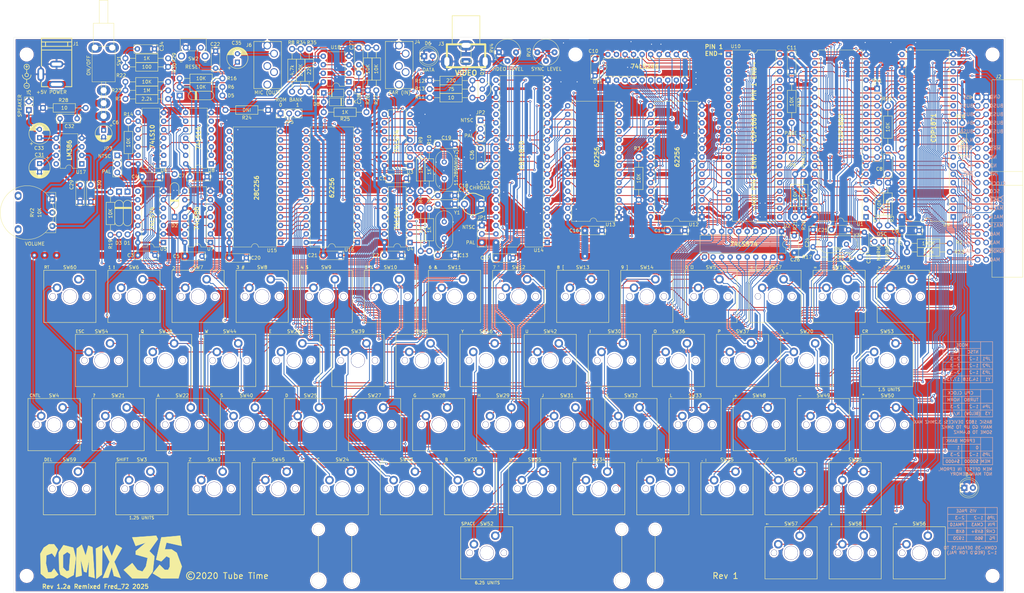
<source format=kicad_pcb>
(kicad_pcb (version 20171130) (host pcbnew "(5.1.9)-1")
  (title_block (title "COMIX-35 Remixed") (date 2026-01-15) (rev 1.2a) (comment 1 "Copyright (C) 2020 Eric Schlaepfer") (comment 2 "License. See https://creativecommons.org/licenses/by-sa/4.0/") (comment 3 "This work is licensed under a Creative Commons Attribution-ShareAlike 4.0 International"))
  (layers (0 F.Cu signal) (31 B.Cu signal) (34 B.Paste user) (35 F.Paste user) (36 B.SilkS user) (37 F.SilkS user) (38 B.Mask user) (39 F.Mask user) (44 Edge.Cuts user))
  (net 0 "")
  (net 1 +5V)
  (net 2 GND)
  (net 3 "Net-(C8-Pad1)")
  (net 4 "Net-(C12-Pad1)")
  (net 5 "Net-(C15-Pad1)")
  (net 6 "Net-(C18-Pad1)")
  (net 7 "Net-(C19-Pad1)")
  (net 8 /~KBDRST)
  (net 9 "Net-(C23-Pad1)")
  (net 10 /cpu/~XTAL)
  (net 11 "Net-(C27-Pad1)")
  (net 12 "Net-(C27-Pad2)")
  (net 13 "Net-(C28-Pad1)")
  (net 14 "Net-(C30-Pad1)")
  (net 15 "Net-(C31-Pad1)")
  (net 16 "Net-(C32-Pad1)")
  (net 17 "Net-(C32-Pad2)")
  (net 18 "Net-(C33-Pad2)")
  (net 19 "Net-(C34-Pad1)")
  (net 20 "Net-(C35-Pad2)")
  (net 21 "Net-(D1-Pad2)")
  (net 22 "Net-(D1-Pad1)")
  (net 23 "Net-(D2-Pad1)")
  (net 24 "Net-(D2-Pad2)")
  (net 25 "Net-(D3-Pad1)")
  (net 26 /~INT)
  (net 27 "Net-(J1-Pad1)")
  (net 28 /BUS1)
  (net 29 /BUS0)
  (net 30 /BUS2)
  (net 31 /BUS3)
  (net 32 /BUS4)
  (net 33 /BUS5)
  (net 34 /BUS6)
  (net 35 /BUS7)
  (net 36 /Q)
  (net 37 /~RESET)
  (net 38 /~MRD)
  (net 39 /TPA)
  (net 40 /N0)
  (net 41 /N1)
  (net 42 /N2)
  (net 43 /~WAIT)
  (net 44 /CLOCK)
  (net 45 /SC1)
  (net 46 /SC0)
  (net 47 /~EF4)
  (net 48 /TPB)
  (net 49 /~MA15)
  (net 50 /~MWR)
  (net 51 /MA14)
  (net 52 /MA7)
  (net 53 /~MA14)
  (net 54 /MA5)
  (net 55 /MA6)
  (net 56 /MA4)
  (net 57 /MA3)
  (net 58 /MA2)
  (net 59 /~ROMDIS)
  (net 60 /MA1)
  (net 61 /MA0)
  (net 62 "Net-(J3-Pad1)")
  (net 63 "Net-(JP1-Pad2)")
  (net 64 "Net-(JP2-Pad3)")
  (net 65 /video/CHROMA)
  (net 66 "Net-(JP2-Pad1)")
  (net 67 /cpu/~EF2)
  (net 68 /CPUCLK)
  (net 69 "Net-(JP5-Pad2)")
  (net 70 /video/CMA3)
  (net 71 /video/PMA10)
  (net 72 "Net-(Q1-Pad1)")
  (net 73 "Net-(Q1-Pad2)")
  (net 74 "Net-(Q1-Pad3)")
  (net 75 "Net-(R1-Pad1)")
  (net 76 "Net-(R3-Pad1)")
  (net 77 "Net-(R4-Pad2)")
  (net 78 /video/LUMA)
  (net 79 /video/~COMPSYNC)
  (net 80 "Net-(R10-Pad1)")
  (net 81 /~RTP)
  (net 82 "Net-(R20-Pad1)")
  (net 83 "Net-(R21-Pad1)")
  (net 84 /cassetteaudio/SOUND)
  (net 85 "Net-(R22-Pad1)")
  (net 86 "Net-(R29-Pad2)")
  (net 87 "Net-(RV2-Pad2)")
  (net 88 "Net-(SW13-Pad2)")
  (net 89 "Net-(SW10-Pad1)")
  (net 90 "Net-(SW14-Pad2)")
  (net 91 "Net-(SW15-Pad2)")
  (net 92 "Net-(SW16-Pad2)")
  (net 93 "Net-(SW17-Pad2)")
  (net 94 "Net-(SW10-Pad2)")
  (net 95 "Net-(SW11-Pad2)")
  (net 96 "Net-(SW12-Pad2)")
  (net 97 "Net-(SW13-Pad1)")
  (net 98 "Net-(SW21-Pad1)")
  (net 99 "Net-(SW29-Pad1)")
  (net 100 "Net-(SW37-Pad1)")
  (net 101 "Net-(SW45-Pad1)")
  (net 102 "Net-(SW53-Pad1)")
  (net 103 /~PREDISP)
  (net 104 /~EF3)
  (net 105 "Net-(U2-Pad11)")
  (net 106 /cpu/MA15)
  (net 107 /cpu/MA13)
  (net 108 /cpu/MA12)
  (net 109 /cpu/MA11)
  (net 110 /cpu/MA10)
  (net 111 /cpu/MA9)
  (net 112 /cpu/MA8)
  (net 113 "Net-(U3-Pad2)")
  (net 114 /video/DOTCLK)
  (net 115 "Net-(U3-Pad12)")
  (net 116 /video/COLORCLK)
  (net 117 "Net-(U4-Pad5)")
  (net 118 "Net-(U4-Pad6)")
  (net 119 "Net-(U11-Pad19)")
  (net 120 "Net-(U10-Pad39)")
  (net 121 "Net-(U6-Pad12)")
  (net 122 /memories/~ROMCS)
  (net 123 "Net-(U7-Pad12)")
  (net 124 /memories/~RAMCS)
  (net 125 "Net-(U8-Pad10)")
  (net 126 "Net-(U8-Pad2)")
  (net 127 /keyboard/~N=3)
  (net 128 "Net-(U10-Pad38)")
  (net 129 "Net-(U10-Pad37)")
  (net 130 "Net-(U10-Pad36)")
  (net 131 /video/PMA0)
  (net 132 /video/PMA1)
  (net 133 /video/PMA2)
  (net 134 /video/PMA3)
  (net 135 /video/PMA4)
  (net 136 /video/PMA5)
  (net 137 /video/PMA6)
  (net 138 /video/PMA7)
  (net 139 /video/PMA8)
  (net 140 /video/PMA9)
  (net 141 /video/CMA2)
  (net 142 /video/CMA1)
  (net 143 /video/CMA0)
  (net 144 "Net-(U10-Pad18)")
  (net 145 "Net-(U10-Pad17)")
  (net 146 "Net-(U10-Pad16)")
  (net 147 /video/PMD7)
  (net 148 /video/PMD6)
  (net 149 /video/PMD5)
  (net 150 /video/PMD4)
  (net 151 /video/PMD3)
  (net 152 /video/PMD2)
  (net 153 /video/PMD1)
  (net 154 /video/PMD0)
  (net 155 /video/CCB1)
  (net 156 /video/CCB0)
  (net 157 /video/CDB5)
  (net 158 /video/CDB4)
  (net 159 /video/CDB3)
  (net 160 /video/CDB2)
  (net 161 /video/CDB1)
  (net 162 /video/CDB0)
  (net 163 /video/C3P10)
  (net 164 "Net-(D4-Pad2)")
  (net 165 "Net-(D5-Pad1)")
  (net 166 "Net-(D6-Pad2)")
  (net 167 "Net-(J4-Pad4)")
  (net 168 "Net-(J4-Pad3)")
  (net 169 "Net-(J4-Pad5)")
  (net 170 "Net-(J6-Pad4)")
  (net 171 "Net-(J6-Pad3)")
  (net 172 "Net-(J6-Pad5)")
  (net 173 "Net-(U4-Pad12)")
  (net 174 "Net-(U5-Pad8)")
  (net 175 "Net-(U9-Pad11)")
  (net 176 "Net-(U9-Pad10)")
  (net 177 "Net-(U9-Pad9)")
  (net 178 "Net-(U9-Pad7)")
  (net 179 "Net-(U14-Pad36)")
  (net 180 "Net-(U14-Pad31)")
  (net 181 "Net-(U14-Pad25)")
  (net 182 "Net-(U17-Pad8)")
  (net 183 "Net-(U17-Pad1)")
  (net 184 "Net-(SW1-Pad1)")
  (net 185 "Net-(D7-Pad1)")
  (net 186 "Net-(R34-Pad1)")
  (net 187 "Net-(R34-Pad2)")
  (net 188 "Net-(R35-Pad1)")
  (net 189 "Net-(J2-Pad26)")
  (net 190 "Net-(J2-Pad19)")
  (net 191 "Net-(J2-Pad11)")
  (module Potentiometer_THT:POT_plat_PCB (layer F.Cu) (at 49.657 110.49 90)
    (fp_text reference RV2 (at 0 1.5 90) (layer F.SilkS))
    (fp_text value 10K (at 0 3.683 90) (layer F.SilkS))
    (pad 1 thru_hole circle (at -4 7.5 90) (size 1.8 1.8) (drill 0.8) (layers *.Cu *.Mask) (net 85 "Net-(R22-Pad1)"))
    (pad 2 thru_hole circle (at 0 7.5 90) (size 1.8 1.8) (drill 0.8) (layers *.Cu *.Mask) (net 87 "Net-(RV2-Pad2)"))
    (pad 3 thru_hole circle (at 4 7.5 90) (size 1.8 1.8) (drill 0.8) (layers *.Cu *.Mask) (net 2 GND))
    (pad 4 thru_hole oval (at -5 -2.667 90) (size 2.5 2) (drill 1.2) (layers *.Cu *.Mask))
    (pad 5 thru_hole oval (at 5 -2.667 90) (size 2.5 2) (drill 1.2) (layers *.Cu *.Mask))
  )
  (module Active:TO92-IL (layer F.Cu) (at 184.912 71.247 180)
    (fp_text reference Q1 (at 0 2.54 90) (layer F.SilkS))
    (fp_text value 2N3904)
    (pad 3 thru_hole circle (at 0 -5.08 180) (size 1.5748 1.5748) (drill 0.889) (layers *.Cu *.Mask) (net 74 "Net-(Q1-Pad3)"))
    (pad 2 thru_hole circle (at 0 -2.54 180) (size 1.5748 1.5748) (drill 0.889) (layers *.Cu *.Mask) (net 73 "Net-(Q1-Pad2)"))
    (pad 1 thru_hole circle (at 0 0 180) (size 1.5748 1.5748) (drill 0.889) (layers *.Cu *.Mask) (net 72 "Net-(Q1-Pad1)"))
  )
  (module Package_DIP:DIP-20_W7.62mm (layer F.Cu) (at 222.25 71.12 90)
    (fp_text reference U11 (at -0.508 -3.048 180) (layer F.SilkS))
    (fp_text value 74HC245)
    (pad 20 thru_hole oval (at 7.62 0 90) (size 1.6 1.6) (drill 0.8) (layers *.Cu *.Mask) (net 1 +5V))
    (pad 10 thru_hole oval (at 0 22.86 90) (size 1.6 1.6) (drill 0.8) (layers *.Cu *.Mask) (net 2 GND))
    (pad 19 thru_hole oval (at 7.62 2.54 90) (size 1.6 1.6) (drill 0.8) (layers *.Cu *.Mask) (net 119 "Net-(U11-Pad19)"))
    (pad 9 thru_hole oval (at 0 20.32 90) (size 1.6 1.6) (drill 0.8) (layers *.Cu *.Mask) (net 151 /video/PMD3))
    (pad 18 thru_hole oval (at 7.62 5.08 90) (size 1.6 1.6) (drill 0.8) (layers *.Cu *.Mask) (net 32 /BUS4))
    (pad 8 thru_hole oval (at 0 17.78 90) (size 1.6 1.6) (drill 0.8) (layers *.Cu *.Mask) (net 152 /video/PMD2))
    (pad 17 thru_hole oval (at 7.62 7.62 90) (size 1.6 1.6) (drill 0.8) (layers *.Cu *.Mask) (net 33 /BUS5))
    (pad 7 thru_hole oval (at 0 15.24 90) (size 1.6 1.6) (drill 0.8) (layers *.Cu *.Mask) (net 153 /video/PMD1))
    (pad 16 thru_hole oval (at 7.62 10.16 90) (size 1.6 1.6) (drill 0.8) (layers *.Cu *.Mask) (net 34 /BUS6))
    (pad 6 thru_hole oval (at 0 12.7 90) (size 1.6 1.6) (drill 0.8) (layers *.Cu *.Mask) (net 154 /video/PMD0))
    (pad 15 thru_hole oval (at 7.62 12.7 90) (size 1.6 1.6) (drill 0.8) (layers *.Cu *.Mask) (net 35 /BUS7))
    (pad 5 thru_hole oval (at 0 10.16 90) (size 1.6 1.6) (drill 0.8) (layers *.Cu *.Mask) (net 147 /video/PMD7))
    (pad 14 thru_hole oval (at 7.62 15.24 90) (size 1.6 1.6) (drill 0.8) (layers *.Cu *.Mask) (net 29 /BUS0))
    (pad 4 thru_hole oval (at 0 7.62 90) (size 1.6 1.6) (drill 0.8) (layers *.Cu *.Mask) (net 148 /video/PMD6))
    (pad 13 thru_hole oval (at 7.62 17.78 90) (size 1.6 1.6) (drill 0.8) (layers *.Cu *.Mask) (net 28 /BUS1))
    (pad 3 thru_hole oval (at 0 5.08 90) (size 1.6 1.6) (drill 0.8) (layers *.Cu *.Mask) (net 149 /video/PMD5))
    (pad 12 thru_hole oval (at 7.62 20.32 90) (size 1.6 1.6) (drill 0.8) (layers *.Cu *.Mask) (net 30 /BUS2))
    (pad 2 thru_hole oval (at 0 2.54 90) (size 1.6 1.6) (drill 0.8) (layers *.Cu *.Mask) (net 150 /video/PMD4))
    (pad 11 thru_hole oval (at 7.62 22.86 90) (size 1.6 1.6) (drill 0.8) (layers *.Cu *.Mask) (net 31 /BUS3))
    (pad 1 thru_hole rect (at 0 0 90) (size 1.6 1.6) (drill 0.8) (layers *.Cu *.Mask) (net 2 GND))
  )
  (module Package_DIP:DIP-20_W7.62mm (layer F.Cu) (at 273.812 116.078 270)
    (fp_text reference U2 (at -1.651 -1.651 180) (layer F.SilkS))
    (fp_text value 74HC574)
    (pad 20 thru_hole oval (at 7.62 0 270) (size 1.6 1.6) (drill 0.8) (layers *.Cu *.Mask) (net 1 +5V))
    (pad 10 thru_hole oval (at 0 22.86 270) (size 1.6 1.6) (drill 0.8) (layers *.Cu *.Mask) (net 2 GND))
    (pad 19 thru_hole oval (at 7.62 2.54 270) (size 1.6 1.6) (drill 0.8) (layers *.Cu *.Mask) (net 112 /cpu/MA8))
    (pad 9 thru_hole oval (at 0 20.32 270) (size 1.6 1.6) (drill 0.8) (layers *.Cu *.Mask) (net 52 /MA7))
    (pad 18 thru_hole oval (at 7.62 5.08 270) (size 1.6 1.6) (drill 0.8) (layers *.Cu *.Mask) (net 111 /cpu/MA9))
    (pad 8 thru_hole oval (at 0 17.78 270) (size 1.6 1.6) (drill 0.8) (layers *.Cu *.Mask) (net 55 /MA6))
    (pad 17 thru_hole oval (at 7.62 7.62 270) (size 1.6 1.6) (drill 0.8) (layers *.Cu *.Mask) (net 110 /cpu/MA10))
    (pad 7 thru_hole oval (at 0 15.24 270) (size 1.6 1.6) (drill 0.8) (layers *.Cu *.Mask) (net 54 /MA5))
    (pad 16 thru_hole oval (at 7.62 10.16 270) (size 1.6 1.6) (drill 0.8) (layers *.Cu *.Mask) (net 109 /cpu/MA11))
    (pad 6 thru_hole oval (at 0 12.7 270) (size 1.6 1.6) (drill 0.8) (layers *.Cu *.Mask) (net 56 /MA4))
    (pad 15 thru_hole oval (at 7.62 12.7 270) (size 1.6 1.6) (drill 0.8) (layers *.Cu *.Mask) (net 108 /cpu/MA12))
    (pad 5 thru_hole oval (at 0 10.16 270) (size 1.6 1.6) (drill 0.8) (layers *.Cu *.Mask) (net 57 /MA3))
    (pad 14 thru_hole oval (at 7.62 15.24 270) (size 1.6 1.6) (drill 0.8) (layers *.Cu *.Mask) (net 107 /cpu/MA13))
    (pad 4 thru_hole oval (at 0 7.62 270) (size 1.6 1.6) (drill 0.8) (layers *.Cu *.Mask) (net 58 /MA2))
    (pad 13 thru_hole oval (at 7.62 17.78 270) (size 1.6 1.6) (drill 0.8) (layers *.Cu *.Mask) (net 51 /MA14))
    (pad 3 thru_hole oval (at 0 5.08 270) (size 1.6 1.6) (drill 0.8) (layers *.Cu *.Mask) (net 60 /MA1))
    (pad 12 thru_hole oval (at 7.62 20.32 270) (size 1.6 1.6) (drill 0.8) (layers *.Cu *.Mask) (net 106 /cpu/MA15))
    (pad 2 thru_hole oval (at 0 2.54 270) (size 1.6 1.6) (drill 0.8) (layers *.Cu *.Mask) (net 61 /MA0))
    (pad 11 thru_hole oval (at 7.62 22.86 270) (size 1.6 1.6) (drill 0.8) (layers *.Cu *.Mask) (net 105 "Net-(U2-Pad11)"))
    (pad 1 thru_hole rect (at 0 0 270) (size 1.6 1.6) (drill 0.8) (layers *.Cu *.Mask) (net 2 GND))
  )
  (module Package_DIP:DIP-28_W15.24mm (layer F.Cu) (at 147.828 119.38 180)
    (fp_text reference U16 (at 2.413 -2.159) (layer F.SilkS))
    (fp_text value AS6C62256)
    (pad 28 thru_hole oval (at 15.24 0 180) (size 1.6 1.6) (drill 0.8) (layers *.Cu *.Mask) (net 1 +5V))
    (pad 14 thru_hole oval (at 0 33.02 180) (size 1.6 1.6) (drill 0.8) (layers *.Cu *.Mask) (net 2 GND))
    (pad 27 thru_hole oval (at 15.24 2.54 180) (size 1.6 1.6) (drill 0.8) (layers *.Cu *.Mask) (net 50 /~MWR))
    (pad 13 thru_hole oval (at 0 30.48 180) (size 1.6 1.6) (drill 0.8) (layers *.Cu *.Mask) (net 30 /BUS2))
    (pad 26 thru_hole oval (at 15.24 5.08 180) (size 1.6 1.6) (drill 0.8) (layers *.Cu *.Mask) (net 107 /cpu/MA13))
    (pad 12 thru_hole oval (at 0 27.94 180) (size 1.6 1.6) (drill 0.8) (layers *.Cu *.Mask) (net 28 /BUS1))
    (pad 25 thru_hole oval (at 15.24 7.62 180) (size 1.6 1.6) (drill 0.8) (layers *.Cu *.Mask) (net 112 /cpu/MA8))
    (pad 11 thru_hole oval (at 0 25.4 180) (size 1.6 1.6) (drill 0.8) (layers *.Cu *.Mask) (net 29 /BUS0))
    (pad 24 thru_hole oval (at 15.24 10.16 180) (size 1.6 1.6) (drill 0.8) (layers *.Cu *.Mask) (net 111 /cpu/MA9))
    (pad 10 thru_hole oval (at 0 22.86 180) (size 1.6 1.6) (drill 0.8) (layers *.Cu *.Mask) (net 61 /MA0))
    (pad 23 thru_hole oval (at 15.24 12.7 180) (size 1.6 1.6) (drill 0.8) (layers *.Cu *.Mask) (net 109 /cpu/MA11))
    (pad 9 thru_hole oval (at 0 20.32 180) (size 1.6 1.6) (drill 0.8) (layers *.Cu *.Mask) (net 60 /MA1))
    (pad 22 thru_hole oval (at 15.24 15.24 180) (size 1.6 1.6) (drill 0.8) (layers *.Cu *.Mask) (net 38 /~MRD))
    (pad 8 thru_hole oval (at 0 17.78 180) (size 1.6 1.6) (drill 0.8) (layers *.Cu *.Mask) (net 58 /MA2))
    (pad 21 thru_hole oval (at 15.24 17.78 180) (size 1.6 1.6) (drill 0.8) (layers *.Cu *.Mask) (net 110 /cpu/MA10))
    (pad 7 thru_hole oval (at 0 15.24 180) (size 1.6 1.6) (drill 0.8) (layers *.Cu *.Mask) (net 57 /MA3))
    (pad 20 thru_hole oval (at 15.24 20.32 180) (size 1.6 1.6) (drill 0.8) (layers *.Cu *.Mask) (net 124 /memories/~RAMCS))
    (pad 6 thru_hole oval (at 0 12.7 180) (size 1.6 1.6) (drill 0.8) (layers *.Cu *.Mask) (net 56 /MA4))
    (pad 19 thru_hole oval (at 15.24 22.86 180) (size 1.6 1.6) (drill 0.8) (layers *.Cu *.Mask) (net 35 /BUS7))
    (pad 5 thru_hole oval (at 0 10.16 180) (size 1.6 1.6) (drill 0.8) (layers *.Cu *.Mask) (net 54 /MA5))
    (pad 18 thru_hole oval (at 15.24 25.4 180) (size 1.6 1.6) (drill 0.8) (layers *.Cu *.Mask) (net 34 /BUS6))
    (pad 4 thru_hole oval (at 0 7.62 180) (size 1.6 1.6) (drill 0.8) (layers *.Cu *.Mask) (net 55 /MA6))
    (pad 17 thru_hole oval (at 15.24 27.94 180) (size 1.6 1.6) (drill 0.8) (layers *.Cu *.Mask) (net 33 /BUS5))
    (pad 3 thru_hole oval (at 0 5.08 180) (size 1.6 1.6) (drill 0.8) (layers *.Cu *.Mask) (net 52 /MA7))
    (pad 16 thru_hole oval (at 15.24 30.48 180) (size 1.6 1.6) (drill 0.8) (layers *.Cu *.Mask) (net 32 /BUS4))
    (pad 2 thru_hole oval (at 0 2.54 180) (size 1.6 1.6) (drill 0.8) (layers *.Cu *.Mask) (net 108 /cpu/MA12))
    (pad 15 thru_hole oval (at 15.24 33.02 180) (size 1.6 1.6) (drill 0.8) (layers *.Cu *.Mask) (net 31 /BUS3))
    (pad 1 thru_hole rect (at 0 0 180) (size 1.6 1.6) (drill 0.8) (layers *.Cu *.Mask) (net 51 /MA14))
  )
  (module Package_DIP:DIP-28_W15.24mm (layer F.Cu) (at 124.968 119.38 180)
    (fp_text reference U15 (at 2.54 -2.33) (layer F.SilkS))
    (fp_text value 28C256)
    (pad 28 thru_hole oval (at 15.24 0 180) (size 1.6 1.6) (drill 0.8) (layers *.Cu *.Mask) (net 1 +5V))
    (pad 14 thru_hole oval (at 0 33.02 180) (size 1.6 1.6) (drill 0.8) (layers *.Cu *.Mask) (net 2 GND))
    (pad 27 thru_hole oval (at 15.24 2.54 180) (size 1.6 1.6) (drill 0.8) (layers *.Cu *.Mask) (net 1 +5V))
    (pad 13 thru_hole oval (at 0 30.48 180) (size 1.6 1.6) (drill 0.8) (layers *.Cu *.Mask) (net 30 /BUS2))
    (pad 26 thru_hole oval (at 15.24 5.08 180) (size 1.6 1.6) (drill 0.8) (layers *.Cu *.Mask) (net 107 /cpu/MA13))
    (pad 12 thru_hole oval (at 0 27.94 180) (size 1.6 1.6) (drill 0.8) (layers *.Cu *.Mask) (net 28 /BUS1))
    (pad 25 thru_hole oval (at 15.24 7.62 180) (size 1.6 1.6) (drill 0.8) (layers *.Cu *.Mask) (net 112 /cpu/MA8))
    (pad 11 thru_hole oval (at 0 25.4 180) (size 1.6 1.6) (drill 0.8) (layers *.Cu *.Mask) (net 29 /BUS0))
    (pad 24 thru_hole oval (at 15.24 10.16 180) (size 1.6 1.6) (drill 0.8) (layers *.Cu *.Mask) (net 111 /cpu/MA9))
    (pad 10 thru_hole oval (at 0 22.86 180) (size 1.6 1.6) (drill 0.8) (layers *.Cu *.Mask) (net 61 /MA0))
    (pad 23 thru_hole oval (at 15.24 12.7 180) (size 1.6 1.6) (drill 0.8) (layers *.Cu *.Mask) (net 109 /cpu/MA11))
    (pad 9 thru_hole oval (at 0 20.32 180) (size 1.6 1.6) (drill 0.8) (layers *.Cu *.Mask) (net 60 /MA1))
    (pad 22 thru_hole oval (at 15.24 15.24 180) (size 1.6 1.6) (drill 0.8) (layers *.Cu *.Mask) (net 38 /~MRD))
    (pad 8 thru_hole oval (at 0 17.78 180) (size 1.6 1.6) (drill 0.8) (layers *.Cu *.Mask) (net 58 /MA2))
    (pad 21 thru_hole oval (at 15.24 17.78 180) (size 1.6 1.6) (drill 0.8) (layers *.Cu *.Mask) (net 110 /cpu/MA10))
    (pad 7 thru_hole oval (at 0 15.24 180) (size 1.6 1.6) (drill 0.8) (layers *.Cu *.Mask) (net 57 /MA3))
    (pad 20 thru_hole oval (at 15.24 20.32 180) (size 1.6 1.6) (drill 0.8) (layers *.Cu *.Mask) (net 122 /memories/~ROMCS))
    (pad 6 thru_hole oval (at 0 12.7 180) (size 1.6 1.6) (drill 0.8) (layers *.Cu *.Mask) (net 56 /MA4))
    (pad 19 thru_hole oval (at 15.24 22.86 180) (size 1.6 1.6) (drill 0.8) (layers *.Cu *.Mask) (net 35 /BUS7))
    (pad 5 thru_hole oval (at 0 10.16 180) (size 1.6 1.6) (drill 0.8) (layers *.Cu *.Mask) (net 54 /MA5))
    (pad 18 thru_hole oval (at 15.24 25.4 180) (size 1.6 1.6) (drill 0.8) (layers *.Cu *.Mask) (net 34 /BUS6))
    (pad 4 thru_hole oval (at 0 7.62 180) (size 1.6 1.6) (drill 0.8) (layers *.Cu *.Mask) (net 55 /MA6))
    (pad 17 thru_hole oval (at 15.24 27.94 180) (size 1.6 1.6) (drill 0.8) (layers *.Cu *.Mask) (net 33 /BUS5))
    (pad 3 thru_hole oval (at 0 5.08 180) (size 1.6 1.6) (drill 0.8) (layers *.Cu *.Mask) (net 52 /MA7))
    (pad 16 thru_hole oval (at 15.24 30.48 180) (size 1.6 1.6) (drill 0.8) (layers *.Cu *.Mask) (net 32 /BUS4))
    (pad 2 thru_hole oval (at 0 2.54 180) (size 1.6 1.6) (drill 0.8) (layers *.Cu *.Mask) (net 108 /cpu/MA12))
    (pad 15 thru_hole oval (at 15.24 33.02 180) (size 1.6 1.6) (drill 0.8) (layers *.Cu *.Mask) (net 31 /BUS3))
    (pad 1 thru_hole rect (at 0 0 180) (size 1.6 1.6) (drill 0.8) (layers *.Cu *.Mask) (net 69 "Net-(JP5-Pad2)"))
  )
  (module Package_DIP:DIP-28_W15.24mm (layer F.Cu) (at 225.552 111.76 180)
    (fp_text reference U13 (at 2.54 -2.286) (layer F.SilkS))
    (fp_text value AS6C62256)
    (pad 28 thru_hole oval (at 15.24 0 180) (size 1.6 1.6) (drill 0.8) (layers *.Cu *.Mask) (net 1 +5V))
    (pad 14 thru_hole oval (at 0 33.02 180) (size 1.6 1.6) (drill 0.8) (layers *.Cu *.Mask) (net 2 GND))
    (pad 27 thru_hole oval (at 15.24 2.54 180) (size 1.6 1.6) (drill 0.8) (layers *.Cu *.Mask) (net 130 "Net-(U10-Pad36)"))
    (pad 13 thru_hole oval (at 0 30.48 180) (size 1.6 1.6) (drill 0.8) (layers *.Cu *.Mask) (net 162 /video/CDB0))
    (pad 26 thru_hole oval (at 15.24 5.08 180) (size 1.6 1.6) (drill 0.8) (layers *.Cu *.Mask) (net 2 GND))
    (pad 12 thru_hole oval (at 0 27.94 180) (size 1.6 1.6) (drill 0.8) (layers *.Cu *.Mask) (net 161 /video/CDB1))
    (pad 25 thru_hole oval (at 15.24 7.62 180) (size 1.6 1.6) (drill 0.8) (layers *.Cu *.Mask) (net 142 /video/CMA1))
    (pad 11 thru_hole oval (at 0 25.4 180) (size 1.6 1.6) (drill 0.8) (layers *.Cu *.Mask) (net 160 /video/CDB2))
    (pad 24 thru_hole oval (at 15.24 10.16 180) (size 1.6 1.6) (drill 0.8) (layers *.Cu *.Mask) (net 141 /video/CMA2))
    (pad 10 thru_hole oval (at 0 22.86 180) (size 1.6 1.6) (drill 0.8) (layers *.Cu *.Mask) (net 154 /video/PMD0))
    (pad 23 thru_hole oval (at 15.24 12.7 180) (size 1.6 1.6) (drill 0.8) (layers *.Cu *.Mask) (net 2 GND))
    (pad 9 thru_hole oval (at 0 20.32 180) (size 1.6 1.6) (drill 0.8) (layers *.Cu *.Mask) (net 153 /video/PMD1))
    (pad 22 thru_hole oval (at 15.24 15.24 180) (size 1.6 1.6) (drill 0.8) (layers *.Cu *.Mask) (net 2 GND))
    (pad 8 thru_hole oval (at 0 17.78 180) (size 1.6 1.6) (drill 0.8) (layers *.Cu *.Mask) (net 152 /video/PMD2))
    (pad 21 thru_hole oval (at 15.24 17.78 180) (size 1.6 1.6) (drill 0.8) (layers *.Cu *.Mask) (net 70 /video/CMA3))
    (pad 7 thru_hole oval (at 0 15.24 180) (size 1.6 1.6) (drill 0.8) (layers *.Cu *.Mask) (net 151 /video/PMD3))
    (pad 20 thru_hole oval (at 15.24 20.32 180) (size 1.6 1.6) (drill 0.8) (layers *.Cu *.Mask) (net 2 GND))
    (pad 6 thru_hole oval (at 0 12.7 180) (size 1.6 1.6) (drill 0.8) (layers *.Cu *.Mask) (net 150 /video/PMD4))
    (pad 19 thru_hole oval (at 15.24 22.86 180) (size 1.6 1.6) (drill 0.8) (layers *.Cu *.Mask) (net 155 /video/CCB1))
    (pad 5 thru_hole oval (at 0 10.16 180) (size 1.6 1.6) (drill 0.8) (layers *.Cu *.Mask) (net 149 /video/PMD5))
    (pad 18 thru_hole oval (at 15.24 25.4 180) (size 1.6 1.6) (drill 0.8) (layers *.Cu *.Mask) (net 156 /video/CCB0))
    (pad 4 thru_hole oval (at 0 7.62 180) (size 1.6 1.6) (drill 0.8) (layers *.Cu *.Mask) (net 148 /video/PMD6))
    (pad 17 thru_hole oval (at 15.24 27.94 180) (size 1.6 1.6) (drill 0.8) (layers *.Cu *.Mask) (net 157 /video/CDB5))
    (pad 3 thru_hole oval (at 0 5.08 180) (size 1.6 1.6) (drill 0.8) (layers *.Cu *.Mask) (net 143 /video/CMA0))
    (pad 16 thru_hole oval (at 15.24 30.48 180) (size 1.6 1.6) (drill 0.8) (layers *.Cu *.Mask) (net 158 /video/CDB4))
    (pad 2 thru_hole oval (at 0 2.54 180) (size 1.6 1.6) (drill 0.8) (layers *.Cu *.Mask) (net 2 GND))
    (pad 15 thru_hole oval (at 15.24 33.02 180) (size 1.6 1.6) (drill 0.8) (layers *.Cu *.Mask) (net 159 /video/CDB3))
    (pad 1 thru_hole rect (at 0 0 180) (size 1.6 1.6) (drill 0.8) (layers *.Cu *.Mask) (net 2 GND))
  )
  (module Package_DIP:DIP-28_W15.24mm (layer F.Cu) (at 250.19 111.76 180)
    (fp_text reference U12 (at 2.413 -2.286) (layer F.SilkS))
    (fp_text value AS6C62256)
    (pad 28 thru_hole oval (at 15.24 0 180) (size 1.6 1.6) (drill 0.8) (layers *.Cu *.Mask) (net 1 +5V))
    (pad 14 thru_hole oval (at 0 33.02 180) (size 1.6 1.6) (drill 0.8) (layers *.Cu *.Mask) (net 2 GND))
    (pad 27 thru_hole oval (at 15.24 2.54 180) (size 1.6 1.6) (drill 0.8) (layers *.Cu *.Mask) (net 128 "Net-(U10-Pad38)"))
    (pad 13 thru_hole oval (at 0 30.48 180) (size 1.6 1.6) (drill 0.8) (layers *.Cu *.Mask) (net 154 /video/PMD0))
    (pad 26 thru_hole oval (at 15.24 5.08 180) (size 1.6 1.6) (drill 0.8) (layers *.Cu *.Mask) (net 2 GND))
    (pad 12 thru_hole oval (at 0 27.94 180) (size 1.6 1.6) (drill 0.8) (layers *.Cu *.Mask) (net 153 /video/PMD1))
    (pad 25 thru_hole oval (at 15.24 7.62 180) (size 1.6 1.6) (drill 0.8) (layers *.Cu *.Mask) (net 139 /video/PMA8))
    (pad 11 thru_hole oval (at 0 25.4 180) (size 1.6 1.6) (drill 0.8) (layers *.Cu *.Mask) (net 152 /video/PMD2))
    (pad 24 thru_hole oval (at 15.24 10.16 180) (size 1.6 1.6) (drill 0.8) (layers *.Cu *.Mask) (net 140 /video/PMA9))
    (pad 10 thru_hole oval (at 0 22.86 180) (size 1.6 1.6) (drill 0.8) (layers *.Cu *.Mask) (net 131 /video/PMA0))
    (pad 23 thru_hole oval (at 15.24 12.7 180) (size 1.6 1.6) (drill 0.8) (layers *.Cu *.Mask) (net 2 GND))
    (pad 9 thru_hole oval (at 0 20.32 180) (size 1.6 1.6) (drill 0.8) (layers *.Cu *.Mask) (net 132 /video/PMA1))
    (pad 22 thru_hole oval (at 15.24 15.24 180) (size 1.6 1.6) (drill 0.8) (layers *.Cu *.Mask) (net 2 GND))
    (pad 8 thru_hole oval (at 0 17.78 180) (size 1.6 1.6) (drill 0.8) (layers *.Cu *.Mask) (net 133 /video/PMA2))
    (pad 21 thru_hole oval (at 15.24 17.78 180) (size 1.6 1.6) (drill 0.8) (layers *.Cu *.Mask) (net 71 /video/PMA10))
    (pad 7 thru_hole oval (at 0 15.24 180) (size 1.6 1.6) (drill 0.8) (layers *.Cu *.Mask) (net 134 /video/PMA3))
    (pad 20 thru_hole oval (at 15.24 20.32 180) (size 1.6 1.6) (drill 0.8) (layers *.Cu *.Mask) (net 2 GND))
    (pad 6 thru_hole oval (at 0 12.7 180) (size 1.6 1.6) (drill 0.8) (layers *.Cu *.Mask) (net 135 /video/PMA4))
    (pad 19 thru_hole oval (at 15.24 22.86 180) (size 1.6 1.6) (drill 0.8) (layers *.Cu *.Mask) (net 147 /video/PMD7))
    (pad 5 thru_hole oval (at 0 10.16 180) (size 1.6 1.6) (drill 0.8) (layers *.Cu *.Mask) (net 136 /video/PMA5))
    (pad 18 thru_hole oval (at 15.24 25.4 180) (size 1.6 1.6) (drill 0.8) (layers *.Cu *.Mask) (net 148 /video/PMD6))
    (pad 4 thru_hole oval (at 0 7.62 180) (size 1.6 1.6) (drill 0.8) (layers *.Cu *.Mask) (net 137 /video/PMA6))
    (pad 17 thru_hole oval (at 15.24 27.94 180) (size 1.6 1.6) (drill 0.8) (layers *.Cu *.Mask) (net 149 /video/PMD5))
    (pad 3 thru_hole oval (at 0 5.08 180) (size 1.6 1.6) (drill 0.8) (layers *.Cu *.Mask) (net 138 /video/PMA7))
    (pad 16 thru_hole oval (at 15.24 30.48 180) (size 1.6 1.6) (drill 0.8) (layers *.Cu *.Mask) (net 150 /video/PMD4))
    (pad 2 thru_hole oval (at 0 2.54 180) (size 1.6 1.6) (drill 0.8) (layers *.Cu *.Mask) (net 2 GND))
    (pad 15 thru_hole oval (at 15.24 33.02 180) (size 1.6 1.6) (drill 0.8) (layers *.Cu *.Mask) (net 151 /video/PMD3))
    (pad 1 thru_hole rect (at 0 0 180) (size 1.6 1.6) (drill 0.8) (layers *.Cu *.Mask) (net 2 GND))
  )
  (module Package_DIP:DIP-40_W15.24mm (layer F.Cu) (at 204.216 119.38 180)
    (fp_text reference U14 (at 2.54 -2.286) (layer F.SilkS))
    (fp_text value CDP1870)
    (pad 40 thru_hole oval (at 15.24 0 180) (size 1.6 1.6) (drill 0.8) (layers *.Cu *.Mask) (net 1 +5V))
    (pad 20 thru_hole oval (at 0 48.26 180) (size 1.6 1.6) (drill 0.8) (layers *.Cu *.Mask) (net 2 GND))
    (pad 39 thru_hole oval (at 15.24 2.54 180) (size 1.6 1.6) (drill 0.8) (layers *.Cu *.Mask) (net 63 "Net-(JP1-Pad2)"))
    (pad 19 thru_hole oval (at 0 45.72 180) (size 1.6 1.6) (drill 0.8) (layers *.Cu *.Mask) (net 29 /BUS0))
    (pad 38 thru_hole oval (at 15.24 5.08 180) (size 1.6 1.6) (drill 0.8) (layers *.Cu *.Mask) (net 68 /CPUCLK))
    (pad 18 thru_hole oval (at 0 43.18 180) (size 1.6 1.6) (drill 0.8) (layers *.Cu *.Mask) (net 162 /video/CDB0))
    (pad 37 thru_hole oval (at 15.24 7.62 180) (size 1.6 1.6) (drill 0.8) (layers *.Cu *.Mask) (net 114 /video/DOTCLK))
    (pad 17 thru_hole oval (at 0 40.64 180) (size 1.6 1.6) (drill 0.8) (layers *.Cu *.Mask) (net 28 /BUS1))
    (pad 36 thru_hole oval (at 15.24 10.16 180) (size 1.6 1.6) (drill 0.8) (layers *.Cu *.Mask) (net 179 "Net-(U14-Pad36)"))
    (pad 16 thru_hole oval (at 0 38.1 180) (size 1.6 1.6) (drill 0.8) (layers *.Cu *.Mask) (net 161 /video/CDB1))
    (pad 35 thru_hole oval (at 15.24 12.7 180) (size 1.6 1.6) (drill 0.8) (layers *.Cu *.Mask) (net 144 "Net-(U10-Pad18)"))
    (pad 15 thru_hole oval (at 0 35.56 180) (size 1.6 1.6) (drill 0.8) (layers *.Cu *.Mask) (net 30 /BUS2))
    (pad 34 thru_hole oval (at 15.24 15.24 180) (size 1.6 1.6) (drill 0.8) (layers *.Cu *.Mask) (net 38 /~MRD))
    (pad 14 thru_hole oval (at 0 33.02 180) (size 1.6 1.6) (drill 0.8) (layers *.Cu *.Mask) (net 160 /video/CDB2))
    (pad 33 thru_hole oval (at 15.24 17.78 180) (size 1.6 1.6) (drill 0.8) (layers *.Cu *.Mask) (net 48 /TPB))
    (pad 13 thru_hole oval (at 0 30.48 180) (size 1.6 1.6) (drill 0.8) (layers *.Cu *.Mask) (net 31 /BUS3))
    (pad 32 thru_hole oval (at 15.24 20.32 180) (size 1.6 1.6) (drill 0.8) (layers *.Cu *.Mask) (net 129 "Net-(U10-Pad37)"))
    (pad 12 thru_hole oval (at 0 27.94 180) (size 1.6 1.6) (drill 0.8) (layers *.Cu *.Mask) (net 159 /video/CDB3))
    (pad 31 thru_hole oval (at 15.24 22.86 180) (size 1.6 1.6) (drill 0.8) (layers *.Cu *.Mask) (net 180 "Net-(U14-Pad31)"))
    (pad 11 thru_hole oval (at 0 25.4 180) (size 1.6 1.6) (drill 0.8) (layers *.Cu *.Mask) (net 32 /BUS4))
    (pad 30 thru_hole oval (at 15.24 25.4 180) (size 1.6 1.6) (drill 0.8) (layers *.Cu *.Mask) (net 146 "Net-(U10-Pad16)"))
    (pad 10 thru_hole oval (at 0 22.86 180) (size 1.6 1.6) (drill 0.8) (layers *.Cu *.Mask) (net 158 /video/CDB4))
    (pad 29 thru_hole oval (at 15.24 27.94 180) (size 1.6 1.6) (drill 0.8) (layers *.Cu *.Mask) (net 79 /video/~COMPSYNC))
    (pad 9 thru_hole oval (at 0 20.32 180) (size 1.6 1.6) (drill 0.8) (layers *.Cu *.Mask) (net 33 /BUS5))
    (pad 28 thru_hole oval (at 15.24 30.48 180) (size 1.6 1.6) (drill 0.8) (layers *.Cu *.Mask) (net 78 /video/LUMA))
    (pad 8 thru_hole oval (at 0 17.78 180) (size 1.6 1.6) (drill 0.8) (layers *.Cu *.Mask) (net 157 /video/CDB5))
    (pad 27 thru_hole oval (at 15.24 33.02 180) (size 1.6 1.6) (drill 0.8) (layers *.Cu *.Mask) (net 64 "Net-(JP2-Pad3)"))
    (pad 7 thru_hole oval (at 0 15.24 180) (size 1.6 1.6) (drill 0.8) (layers *.Cu *.Mask) (net 34 /BUS6))
    (pad 26 thru_hole oval (at 15.24 35.56 180) (size 1.6 1.6) (drill 0.8) (layers *.Cu *.Mask) (net 66 "Net-(JP2-Pad1)"))
    (pad 6 thru_hole oval (at 0 12.7 180) (size 1.6 1.6) (drill 0.8) (layers *.Cu *.Mask) (net 156 /video/CCB0))
    (pad 25 thru_hole oval (at 15.24 38.1 180) (size 1.6 1.6) (drill 0.8) (layers *.Cu *.Mask) (net 181 "Net-(U14-Pad25)"))
    (pad 5 thru_hole oval (at 0 10.16 180) (size 1.6 1.6) (drill 0.8) (layers *.Cu *.Mask) (net 35 /BUS7))
    (pad 24 thru_hole oval (at 15.24 40.64 180) (size 1.6 1.6) (drill 0.8) (layers *.Cu *.Mask) (net 116 /video/COLORCLK))
    (pad 4 thru_hole oval (at 0 7.62 180) (size 1.6 1.6) (drill 0.8) (layers *.Cu *.Mask) (net 155 /video/CCB1))
    (pad 23 thru_hole oval (at 15.24 43.18 180) (size 1.6 1.6) (drill 0.8) (layers *.Cu *.Mask) (net 1 +5V))
    (pad 3 thru_hole oval (at 0 5.08 180) (size 1.6 1.6) (drill 0.8) (layers *.Cu *.Mask) (net 147 /video/PMD7))
    (pad 22 thru_hole oval (at 15.24 45.72 180) (size 1.6 1.6) (drill 0.8) (layers *.Cu *.Mask) (net 1 +5V))
    (pad 2 thru_hole oval (at 0 2.54 180) (size 1.6 1.6) (drill 0.8) (layers *.Cu *.Mask) (net 145 "Net-(U10-Pad17)"))
    (pad 21 thru_hole oval (at 15.24 48.26 180) (size 1.6 1.6) (drill 0.8) (layers *.Cu *.Mask) (net 127 /keyboard/~N=3))
    (pad 1 thru_hole rect (at 0 0 180) (size 1.6 1.6) (drill 0.8) (layers *.Cu *.Mask) (net 103 /~PREDISP))
  )
  (module Package_DIP:DIP-40_W15.24mm (layer F.Cu) (at 258.064 63.5)
    (fp_text reference U10 (at 2.159 -2.413) (layer F.SilkS))
    (fp_text value CDP1869)
    (pad 40 thru_hole oval (at 15.24 0) (size 1.6 1.6) (drill 0.8) (layers *.Cu *.Mask) (net 1 +5V))
    (pad 20 thru_hole oval (at 0 48.26) (size 1.6 1.6) (drill 0.8) (layers *.Cu *.Mask) (net 2 GND))
    (pad 39 thru_hole oval (at 15.24 2.54) (size 1.6 1.6) (drill 0.8) (layers *.Cu *.Mask) (net 120 "Net-(U10-Pad39)"))
    (pad 19 thru_hole oval (at 0 45.72) (size 1.6 1.6) (drill 0.8) (layers *.Cu *.Mask) (net 84 /cassetteaudio/SOUND))
    (pad 38 thru_hole oval (at 15.24 5.08) (size 1.6 1.6) (drill 0.8) (layers *.Cu *.Mask) (net 128 "Net-(U10-Pad38)"))
    (pad 18 thru_hole oval (at 0 43.18) (size 1.6 1.6) (drill 0.8) (layers *.Cu *.Mask) (net 144 "Net-(U10-Pad18)"))
    (pad 37 thru_hole oval (at 15.24 7.62) (size 1.6 1.6) (drill 0.8) (layers *.Cu *.Mask) (net 129 "Net-(U10-Pad37)"))
    (pad 17 thru_hole oval (at 0 40.64) (size 1.6 1.6) (drill 0.8) (layers *.Cu *.Mask) (net 145 "Net-(U10-Pad17)"))
    (pad 36 thru_hole oval (at 15.24 10.16) (size 1.6 1.6) (drill 0.8) (layers *.Cu *.Mask) (net 130 "Net-(U10-Pad36)"))
    (pad 16 thru_hole oval (at 0 38.1) (size 1.6 1.6) (drill 0.8) (layers *.Cu *.Mask) (net 146 "Net-(U10-Pad16)"))
    (pad 35 thru_hole oval (at 15.24 12.7) (size 1.6 1.6) (drill 0.8) (layers *.Cu *.Mask) (net 131 /video/PMA0))
    (pad 15 thru_hole oval (at 0 35.56) (size 1.6 1.6) (drill 0.8) (layers *.Cu *.Mask) (net 42 /N2))
    (pad 34 thru_hole oval (at 15.24 15.24) (size 1.6 1.6) (drill 0.8) (layers *.Cu *.Mask) (net 132 /video/PMA1))
    (pad 14 thru_hole oval (at 0 33.02) (size 1.6 1.6) (drill 0.8) (layers *.Cu *.Mask) (net 41 /N1))
    (pad 33 thru_hole oval (at 15.24 17.78) (size 1.6 1.6) (drill 0.8) (layers *.Cu *.Mask) (net 133 /video/PMA2))
    (pad 13 thru_hole oval (at 0 30.48) (size 1.6 1.6) (drill 0.8) (layers *.Cu *.Mask) (net 40 /N0))
    (pad 32 thru_hole oval (at 15.24 20.32) (size 1.6 1.6) (drill 0.8) (layers *.Cu *.Mask) (net 134 /video/PMA3))
    (pad 12 thru_hole oval (at 0 27.94) (size 1.6 1.6) (drill 0.8) (layers *.Cu *.Mask) (net 52 /MA7))
    (pad 31 thru_hole oval (at 15.24 22.86) (size 1.6 1.6) (drill 0.8) (layers *.Cu *.Mask) (net 135 /video/PMA4))
    (pad 11 thru_hole oval (at 0 25.4) (size 1.6 1.6) (drill 0.8) (layers *.Cu *.Mask) (net 55 /MA6))
    (pad 30 thru_hole oval (at 15.24 25.4) (size 1.6 1.6) (drill 0.8) (layers *.Cu *.Mask) (net 136 /video/PMA5))
    (pad 10 thru_hole oval (at 0 22.86) (size 1.6 1.6) (drill 0.8) (layers *.Cu *.Mask) (net 54 /MA5))
    (pad 29 thru_hole oval (at 15.24 27.94) (size 1.6 1.6) (drill 0.8) (layers *.Cu *.Mask) (net 137 /video/PMA6))
    (pad 9 thru_hole oval (at 0 20.32) (size 1.6 1.6) (drill 0.8) (layers *.Cu *.Mask) (net 56 /MA4))
    (pad 28 thru_hole oval (at 15.24 30.48) (size 1.6 1.6) (drill 0.8) (layers *.Cu *.Mask) (net 138 /video/PMA7))
    (pad 8 thru_hole oval (at 0 17.78) (size 1.6 1.6) (drill 0.8) (layers *.Cu *.Mask) (net 57 /MA3))
    (pad 27 thru_hole oval (at 15.24 33.02) (size 1.6 1.6) (drill 0.8) (layers *.Cu *.Mask) (net 139 /video/PMA8))
    (pad 7 thru_hole oval (at 0 15.24) (size 1.6 1.6) (drill 0.8) (layers *.Cu *.Mask) (net 58 /MA2))
    (pad 26 thru_hole oval (at 15.24 35.56) (size 1.6 1.6) (drill 0.8) (layers *.Cu *.Mask) (net 140 /video/PMA9))
    (pad 6 thru_hole oval (at 0 12.7) (size 1.6 1.6) (drill 0.8) (layers *.Cu *.Mask) (net 60 /MA1))
    (pad 25 thru_hole oval (at 15.24 38.1) (size 1.6 1.6) (drill 0.8) (layers *.Cu *.Mask) (net 163 /video/C3P10))
    (pad 5 thru_hole oval (at 0 10.16) (size 1.6 1.6) (drill 0.8) (layers *.Cu *.Mask) (net 61 /MA0))
    (pad 24 thru_hole oval (at 15.24 40.64) (size 1.6 1.6) (drill 0.8) (layers *.Cu *.Mask) (net 141 /video/CMA2))
    (pad 4 thru_hole oval (at 0 7.62) (size 1.6 1.6) (drill 0.8) (layers *.Cu *.Mask) (net 50 /~MWR))
    (pad 23 thru_hole oval (at 15.24 43.18) (size 1.6 1.6) (drill 0.8) (layers *.Cu *.Mask) (net 142 /video/CMA1))
    (pad 3 thru_hole oval (at 0 5.08) (size 1.6 1.6) (drill 0.8) (layers *.Cu *.Mask) (net 38 /~MRD))
    (pad 22 thru_hole oval (at 15.24 45.72) (size 1.6 1.6) (drill 0.8) (layers *.Cu *.Mask) (net 143 /video/CMA0))
    (pad 2 thru_hole oval (at 0 2.54) (size 1.6 1.6) (drill 0.8) (layers *.Cu *.Mask) (net 48 /TPB))
    (pad 21 thru_hole oval (at 15.24 48.26) (size 1.6 1.6) (drill 0.8) (layers *.Cu *.Mask) (net 127 /keyboard/~N=3))
    (pad 1 thru_hole rect (at 0 0) (size 1.6 1.6) (drill 0.8) (layers *.Cu *.Mask) (net 39 /TPA))
  )
  (module Package_DIP:DIP-40_W15.24mm (layer F.Cu) (at 324.866 111.76 180)
    (fp_text reference U9 (at 2.032 -2.33) (layer F.SilkS))
    (fp_text value CDP1871)
    (pad 40 thru_hole oval (at 15.24 0 180) (size 1.6 1.6) (drill 0.8) (layers *.Cu *.Mask) (net 1 +5V))
    (pad 20 thru_hole oval (at 0 48.26 180) (size 1.6 1.6) (drill 0.8) (layers *.Cu *.Mask) (net 2 GND))
    (pad 39 thru_hole oval (at 15.24 2.54 180) (size 1.6 1.6) (drill 0.8) (layers *.Cu *.Mask) (net 75 "Net-(R1-Pad1)"))
    (pad 19 thru_hole oval (at 0 45.72 180) (size 1.6 1.6) (drill 0.8) (layers *.Cu *.Mask) (net 96 "Net-(SW12-Pad2)"))
    (pad 38 thru_hole oval (at 15.24 5.08 180) (size 1.6 1.6) (drill 0.8) (layers *.Cu *.Mask) (net 76 "Net-(R3-Pad1)"))
    (pad 18 thru_hole oval (at 0 43.18 180) (size 1.6 1.6) (drill 0.8) (layers *.Cu *.Mask) (net 95 "Net-(SW11-Pad2)"))
    (pad 37 thru_hole oval (at 15.24 7.62 180) (size 1.6 1.6) (drill 0.8) (layers *.Cu *.Mask) (net 2 GND))
    (pad 17 thru_hole oval (at 0 40.64 180) (size 1.6 1.6) (drill 0.8) (layers *.Cu *.Mask) (net 94 "Net-(SW10-Pad2)"))
    (pad 36 thru_hole oval (at 15.24 10.16 180) (size 1.6 1.6) (drill 0.8) (layers *.Cu *.Mask) (net 3 "Net-(C8-Pad1)"))
    (pad 16 thru_hole oval (at 0 38.1 180) (size 1.6 1.6) (drill 0.8) (layers *.Cu *.Mask) (net 93 "Net-(SW17-Pad2)"))
    (pad 35 thru_hole oval (at 15.24 12.7 180) (size 1.6 1.6) (drill 0.8) (layers *.Cu *.Mask) (net 81 /~RTP))
    (pad 15 thru_hole oval (at 0 35.56 180) (size 1.6 1.6) (drill 0.8) (layers *.Cu *.Mask) (net 92 "Net-(SW16-Pad2)"))
    (pad 34 thru_hole oval (at 15.24 15.24 180) (size 1.6 1.6) (drill 0.8) (layers *.Cu *.Mask) (net 48 /TPB))
    (pad 14 thru_hole oval (at 0 33.02 180) (size 1.6 1.6) (drill 0.8) (layers *.Cu *.Mask) (net 91 "Net-(SW15-Pad2)"))
    (pad 33 thru_hole oval (at 15.24 17.78 180) (size 1.6 1.6) (drill 0.8) (layers *.Cu *.Mask) (net 104 /~EF3))
    (pad 13 thru_hole oval (at 0 30.48 180) (size 1.6 1.6) (drill 0.8) (layers *.Cu *.Mask) (net 90 "Net-(SW14-Pad2)"))
    (pad 32 thru_hole oval (at 15.24 20.32 180) (size 1.6 1.6) (drill 0.8) (layers *.Cu *.Mask) (net 35 /BUS7))
    (pad 12 thru_hole oval (at 0 27.94 180) (size 1.6 1.6) (drill 0.8) (layers *.Cu *.Mask) (net 88 "Net-(SW13-Pad2)"))
    (pad 31 thru_hole oval (at 15.24 22.86 180) (size 1.6 1.6) (drill 0.8) (layers *.Cu *.Mask) (net 34 /BUS6))
    (pad 11 thru_hole oval (at 0 25.4 180) (size 1.6 1.6) (drill 0.8) (layers *.Cu *.Mask) (net 175 "Net-(U9-Pad11)"))
    (pad 30 thru_hole oval (at 15.24 25.4 180) (size 1.6 1.6) (drill 0.8) (layers *.Cu *.Mask) (net 33 /BUS5))
    (pad 10 thru_hole oval (at 0 22.86 180) (size 1.6 1.6) (drill 0.8) (layers *.Cu *.Mask) (net 176 "Net-(U9-Pad10)"))
    (pad 29 thru_hole oval (at 15.24 27.94 180) (size 1.6 1.6) (drill 0.8) (layers *.Cu *.Mask) (net 32 /BUS4))
    (pad 9 thru_hole oval (at 0 20.32 180) (size 1.6 1.6) (drill 0.8) (layers *.Cu *.Mask) (net 177 "Net-(U9-Pad9)"))
    (pad 28 thru_hole oval (at 15.24 30.48 180) (size 1.6 1.6) (drill 0.8) (layers *.Cu *.Mask) (net 31 /BUS3))
    (pad 8 thru_hole oval (at 0 17.78 180) (size 1.6 1.6) (drill 0.8) (layers *.Cu *.Mask) (net 102 "Net-(SW53-Pad1)"))
    (pad 27 thru_hole oval (at 15.24 33.02 180) (size 1.6 1.6) (drill 0.8) (layers *.Cu *.Mask) (net 30 /BUS2))
    (pad 7 thru_hole oval (at 0 15.24 180) (size 1.6 1.6) (drill 0.8) (layers *.Cu *.Mask) (net 178 "Net-(U9-Pad7)"))
    (pad 26 thru_hole oval (at 15.24 35.56 180) (size 1.6 1.6) (drill 0.8) (layers *.Cu *.Mask) (net 28 /BUS1))
    (pad 6 thru_hole oval (at 0 12.7 180) (size 1.6 1.6) (drill 0.8) (layers *.Cu *.Mask) (net 101 "Net-(SW45-Pad1)"))
    (pad 25 thru_hole oval (at 15.24 38.1 180) (size 1.6 1.6) (drill 0.8) (layers *.Cu *.Mask) (net 29 /BUS0))
    (pad 5 thru_hole oval (at 0 10.16 180) (size 1.6 1.6) (drill 0.8) (layers *.Cu *.Mask) (net 100 "Net-(SW37-Pad1)"))
    (pad 24 thru_hole oval (at 15.24 40.64 180) (size 1.6 1.6) (drill 0.8) (layers *.Cu *.Mask) (net 38 /~MRD))
    (pad 4 thru_hole oval (at 0 7.62 180) (size 1.6 1.6) (drill 0.8) (layers *.Cu *.Mask) (net 99 "Net-(SW29-Pad1)"))
    (pad 23 thru_hole oval (at 15.24 43.18 180) (size 1.6 1.6) (drill 0.8) (layers *.Cu *.Mask) (net 1 +5V))
    (pad 3 thru_hole oval (at 0 5.08 180) (size 1.6 1.6) (drill 0.8) (layers *.Cu *.Mask) (net 98 "Net-(SW21-Pad1)"))
    (pad 22 thru_hole oval (at 15.24 45.72 180) (size 1.6 1.6) (drill 0.8) (layers *.Cu *.Mask) (net 1 +5V))
    (pad 2 thru_hole oval (at 0 2.54 180) (size 1.6 1.6) (drill 0.8) (layers *.Cu *.Mask) (net 97 "Net-(SW13-Pad1)"))
    (pad 21 thru_hole oval (at 15.24 48.26 180) (size 1.6 1.6) (drill 0.8) (layers *.Cu *.Mask) (net 127 /keyboard/~N=3))
    (pad 1 thru_hole rect (at 0 0 180) (size 1.6 1.6) (drill 0.8) (layers *.Cu *.Mask) (net 89 "Net-(SW10-Pad1)"))
  )
  (module Package_DIP:DIP-14_W7.62mm (layer F.Cu) (at 104.394 96.012 180)
    (fp_text reference U8 (at 0 -1.905) (layer F.SilkS))
    (fp_text value 74HC14)
    (pad 14 thru_hole oval (at 7.62 0 180) (size 1.6 1.6) (drill 0.8) (layers *.Cu *.Mask) (net 1 +5V))
    (pad 7 thru_hole oval (at 0 15.24 180) (size 1.6 1.6) (drill 0.8) (layers *.Cu *.Mask) (net 2 GND))
    (pad 13 thru_hole oval (at 7.62 2.54 180) (size 1.6 1.6) (drill 0.8) (layers *.Cu *.Mask) (net 125 "Net-(U8-Pad10)"))
    (pad 6 thru_hole oval (at 0 12.7 180) (size 1.6 1.6) (drill 0.8) (layers *.Cu *.Mask))
    (pad 12 thru_hole oval (at 7.62 5.08 180) (size 1.6 1.6) (drill 0.8) (layers *.Cu *.Mask) (net 86 "Net-(R29-Pad2)"))
    (pad 5 thru_hole oval (at 0 10.16 180) (size 1.6 1.6) (drill 0.8) (layers *.Cu *.Mask))
    (pad 11 thru_hole oval (at 7.62 7.62 180) (size 1.6 1.6) (drill 0.8) (layers *.Cu *.Mask) (net 36 /Q))
    (pad 4 thru_hole oval (at 0 7.62 180) (size 1.6 1.6) (drill 0.8) (layers *.Cu *.Mask) (net 37 /~RESET))
    (pad 10 thru_hole oval (at 7.62 10.16 180) (size 1.6 1.6) (drill 0.8) (layers *.Cu *.Mask) (net 125 "Net-(U8-Pad10)"))
    (pad 3 thru_hole oval (at 0 5.08 180) (size 1.6 1.6) (drill 0.8) (layers *.Cu *.Mask) (net 126 "Net-(U8-Pad2)"))
    (pad 9 thru_hole oval (at 7.62 12.7 180) (size 1.6 1.6) (drill 0.8) (layers *.Cu *.Mask) (net 186 "Net-(R34-Pad1)"))
    (pad 2 thru_hole oval (at 0 2.54 180) (size 1.6 1.6) (drill 0.8) (layers *.Cu *.Mask) (net 126 "Net-(U8-Pad2)"))
    (pad 8 thru_hole oval (at 7.62 15.24 180) (size 1.6 1.6) (drill 0.8) (layers *.Cu *.Mask) (net 165 "Net-(D5-Pad1)"))
    (pad 1 thru_hole rect (at 0 0 180) (size 1.6 1.6) (drill 0.8) (layers *.Cu *.Mask) (net 8 /~KBDRST))
  )
  (module Package_DIP:DIP-14_W7.62mm (layer F.Cu) (at 104.14 119.38 180)
    (fp_text reference U7 (at 0 -1.905) (layer F.SilkS))
    (fp_text value 74HC86)
    (pad 14 thru_hole oval (at 7.62 0 180) (size 1.6 1.6) (drill 0.8) (layers *.Cu *.Mask) (net 1 +5V))
    (pad 7 thru_hole oval (at 0 15.24 180) (size 1.6 1.6) (drill 0.8) (layers *.Cu *.Mask) (net 2 GND))
    (pad 13 thru_hole oval (at 7.62 2.54 180) (size 1.6 1.6) (drill 0.8) (layers *.Cu *.Mask) (net 1 +5V))
    (pad 6 thru_hole oval (at 0 12.7 180) (size 1.6 1.6) (drill 0.8) (layers *.Cu *.Mask) (net 53 /~MA14))
    (pad 12 thru_hole oval (at 7.62 5.08 180) (size 1.6 1.6) (drill 0.8) (layers *.Cu *.Mask) (net 123 "Net-(U7-Pad12)"))
    (pad 5 thru_hole oval (at 0 10.16 180) (size 1.6 1.6) (drill 0.8) (layers *.Cu *.Mask) (net 51 /MA14))
    (pad 11 thru_hole oval (at 7.62 7.62 180) (size 1.6 1.6) (drill 0.8) (layers *.Cu *.Mask) (net 124 /memories/~RAMCS))
    (pad 4 thru_hole oval (at 0 7.62 180) (size 1.6 1.6) (drill 0.8) (layers *.Cu *.Mask) (net 1 +5V))
    (pad 10 thru_hole oval (at 7.62 10.16 180) (size 1.6 1.6) (drill 0.8) (layers *.Cu *.Mask) (net 1 +5V))
    (pad 3 thru_hole oval (at 0 5.08 180) (size 1.6 1.6) (drill 0.8) (layers *.Cu *.Mask) (net 123 "Net-(U7-Pad12)"))
    (pad 9 thru_hole oval (at 7.62 12.7 180) (size 1.6 1.6) (drill 0.8) (layers *.Cu *.Mask) (net 106 /cpu/MA15))
    (pad 2 thru_hole oval (at 0 2.54 180) (size 1.6 1.6) (drill 0.8) (layers *.Cu *.Mask) (net 106 /cpu/MA15))
    (pad 8 thru_hole oval (at 7.62 15.24 180) (size 1.6 1.6) (drill 0.8) (layers *.Cu *.Mask) (net 49 /~MA15))
    (pad 1 thru_hole rect (at 0 0 180) (size 1.6 1.6) (drill 0.8) (layers *.Cu *.Mask) (net 51 /MA14))
  )
  (module Package_DIP:DIP-14_W7.62mm (layer F.Cu) (at 90.248999 96.012 180)
    (fp_text reference U6 (at -0.048001 -1.905) (layer F.SilkS))
    (fp_text value 74HC10)
    (pad 14 thru_hole oval (at 7.62 0 180) (size 1.6 1.6) (drill 0.8) (layers *.Cu *.Mask) (net 1 +5V))
    (pad 7 thru_hole oval (at 0 15.24 180) (size 1.6 1.6) (drill 0.8) (layers *.Cu *.Mask) (net 2 GND))
    (pad 13 thru_hole oval (at 7.62 2.54 180) (size 1.6 1.6) (drill 0.8) (layers *.Cu *.Mask) (net 39 /TPA))
    (pad 6 thru_hole oval (at 0 12.7 180) (size 1.6 1.6) (drill 0.8) (layers *.Cu *.Mask) (net 117 "Net-(U4-Pad5)"))
    (pad 12 thru_hole oval (at 7.62 5.08 180) (size 1.6 1.6) (drill 0.8) (layers *.Cu *.Mask) (net 121 "Net-(U6-Pad12)"))
    (pad 5 thru_hole oval (at 0 10.16 180) (size 1.6 1.6) (drill 0.8) (layers *.Cu *.Mask) (net 23 "Net-(D2-Pad1)"))
    (pad 11 thru_hole oval (at 7.62 7.62 180) (size 1.6 1.6) (drill 0.8) (layers *.Cu *.Mask) (net 49 /~MA15))
    (pad 4 thru_hole oval (at 0 7.62 180) (size 1.6 1.6) (drill 0.8) (layers *.Cu *.Mask) (net 121 "Net-(U6-Pad12)"))
    (pad 10 thru_hole oval (at 7.62 10.16 180) (size 1.6 1.6) (drill 0.8) (layers *.Cu *.Mask) (net 53 /~MA14))
    (pad 3 thru_hole oval (at 0 5.08 180) (size 1.6 1.6) (drill 0.8) (layers *.Cu *.Mask) (net 37 /~RESET))
    (pad 9 thru_hole oval (at 7.62 12.7 180) (size 1.6 1.6) (drill 0.8) (layers *.Cu *.Mask) (net 59 /~ROMDIS))
    (pad 2 thru_hole oval (at 0 2.54 180) (size 1.6 1.6) (drill 0.8) (layers *.Cu *.Mask) (net 45 /SC1))
    (pad 8 thru_hole oval (at 7.62 15.24 180) (size 1.6 1.6) (drill 0.8) (layers *.Cu *.Mask) (net 122 /memories/~ROMCS))
    (pad 1 thru_hole rect (at 0 0 180) (size 1.6 1.6) (drill 0.8) (layers *.Cu *.Mask) (net 46 /SC0))
  )
  (module Package_DIP:DIP-14_W7.62mm (layer F.Cu) (at 90.17 119.38 180)
    (fp_text reference U5 (at 0 -1.905) (layer F.SilkS))
    (fp_text value 74HC74)
    (pad 14 thru_hole oval (at 7.62 0 180) (size 1.6 1.6) (drill 0.8) (layers *.Cu *.Mask) (net 1 +5V))
    (pad 7 thru_hole oval (at 0 15.24 180) (size 1.6 1.6) (drill 0.8) (layers *.Cu *.Mask) (net 2 GND))
    (pad 13 thru_hole oval (at 7.62 2.54 180) (size 1.6 1.6) (drill 0.8) (layers *.Cu *.Mask) (net 1 +5V))
    (pad 6 thru_hole oval (at 0 12.7 180) (size 1.6 1.6) (drill 0.8) (layers *.Cu *.Mask) (net 23 "Net-(D2-Pad1)"))
    (pad 12 thru_hole oval (at 7.62 5.08 180) (size 1.6 1.6) (drill 0.8) (layers *.Cu *.Mask) (net 21 "Net-(D1-Pad2)"))
    (pad 5 thru_hole oval (at 0 10.16 180) (size 1.6 1.6) (drill 0.8) (layers *.Cu *.Mask) (net 21 "Net-(D1-Pad2)"))
    (pad 11 thru_hole oval (at 7.62 7.62 180) (size 1.6 1.6) (drill 0.8) (layers *.Cu *.Mask) (net 103 /~PREDISP))
    (pad 4 thru_hole oval (at 0 7.62 180) (size 1.6 1.6) (drill 0.8) (layers *.Cu *.Mask) (net 37 /~RESET))
    (pad 10 thru_hole oval (at 7.62 10.16 180) (size 1.6 1.6) (drill 0.8) (layers *.Cu *.Mask) (net 118 "Net-(U4-Pad6)"))
    (pad 3 thru_hole oval (at 0 5.08 180) (size 1.6 1.6) (drill 0.8) (layers *.Cu *.Mask) (net 36 /Q))
    (pad 9 thru_hole oval (at 7.62 12.7 180) (size 1.6 1.6) (drill 0.8) (layers *.Cu *.Mask) (net 25 "Net-(D3-Pad1)"))
    (pad 2 thru_hole oval (at 0 2.54 180) (size 1.6 1.6) (drill 0.8) (layers *.Cu *.Mask) (net 2 GND))
    (pad 8 thru_hole oval (at 7.62 15.24 180) (size 1.6 1.6) (drill 0.8) (layers *.Cu *.Mask) (net 174 "Net-(U5-Pad8)"))
    (pad 1 thru_hole rect (at 0 0 180) (size 1.6 1.6) (drill 0.8) (layers *.Cu *.Mask) (net 1 +5V))
  )
  (module Package_DIP:DIP-14_W7.62mm (layer F.Cu) (at 163.449 119.38 180)
    (fp_text reference U4 (at 0 -1.905) (layer F.SilkS))
    (fp_text value 74HC04)
    (pad 14 thru_hole oval (at 7.62 0 180) (size 1.6 1.6) (drill 0.8) (layers *.Cu *.Mask) (net 1 +5V))
    (pad 7 thru_hole oval (at 0 15.24 180) (size 1.6 1.6) (drill 0.8) (layers *.Cu *.Mask) (net 2 GND))
    (pad 13 thru_hole oval (at 7.62 2.54 180) (size 1.6 1.6) (drill 0.8) (layers *.Cu *.Mask) (net 2 GND))
    (pad 6 thru_hole oval (at 0 12.7 180) (size 1.6 1.6) (drill 0.8) (layers *.Cu *.Mask) (net 118 "Net-(U4-Pad6)"))
    (pad 12 thru_hole oval (at 7.62 5.08 180) (size 1.6 1.6) (drill 0.8) (layers *.Cu *.Mask) (net 173 "Net-(U4-Pad12)"))
    (pad 5 thru_hole oval (at 0 10.16 180) (size 1.6 1.6) (drill 0.8) (layers *.Cu *.Mask) (net 117 "Net-(U4-Pad5)"))
    (pad 11 thru_hole oval (at 7.62 7.62 180) (size 1.6 1.6) (drill 0.8) (layers *.Cu *.Mask) (net 39 /TPA))
    (pad 4 thru_hole oval (at 0 7.62 180) (size 1.6 1.6) (drill 0.8) (layers *.Cu *.Mask) (net 80 "Net-(R10-Pad1)"))
    (pad 10 thru_hole oval (at 7.62 10.16 180) (size 1.6 1.6) (drill 0.8) (layers *.Cu *.Mask) (net 105 "Net-(U2-Pad11)"))
    (pad 3 thru_hole oval (at 0 5.08 180) (size 1.6 1.6) (drill 0.8) (layers *.Cu *.Mask) (net 6 "Net-(C18-Pad1)"))
    (pad 9 thru_hole oval (at 7.62 12.7 180) (size 1.6 1.6) (drill 0.8) (layers *.Cu *.Mask) (net 120 "Net-(U10-Pad39)"))
    (pad 2 thru_hole oval (at 0 2.54 180) (size 1.6 1.6) (drill 0.8) (layers *.Cu *.Mask) (net 77 "Net-(R4-Pad2)"))
    (pad 8 thru_hole oval (at 7.62 15.24 180) (size 1.6 1.6) (drill 0.8) (layers *.Cu *.Mask) (net 119 "Net-(U11-Pad19)"))
    (pad 1 thru_hole rect (at 0 0 180) (size 1.6 1.6) (drill 0.8) (layers *.Cu *.Mask) (net 4 "Net-(C12-Pad1)"))
  )
  (module Package_DIP:DIP-14_W7.62mm (layer F.Cu) (at 163.449 96.52 180)
    (fp_text reference U3 (at 0 -1.905) (layer F.SilkS))
    (fp_text value 74HC74)
    (pad 14 thru_hole oval (at 7.62 0 180) (size 1.6 1.6) (drill 0.8) (layers *.Cu *.Mask) (net 1 +5V))
    (pad 7 thru_hole oval (at 0 15.24 180) (size 1.6 1.6) (drill 0.8) (layers *.Cu *.Mask) (net 2 GND))
    (pad 13 thru_hole oval (at 7.62 2.54 180) (size 1.6 1.6) (drill 0.8) (layers *.Cu *.Mask) (net 1 +5V))
    (pad 6 thru_hole oval (at 0 12.7 180) (size 1.6 1.6) (drill 0.8) (layers *.Cu *.Mask) (net 113 "Net-(U3-Pad2)"))
    (pad 12 thru_hole oval (at 7.62 5.08 180) (size 1.6 1.6) (drill 0.8) (layers *.Cu *.Mask) (net 115 "Net-(U3-Pad12)"))
    (pad 5 thru_hole oval (at 0 10.16 180) (size 1.6 1.6) (drill 0.8) (layers *.Cu *.Mask) (net 114 /video/DOTCLK))
    (pad 11 thru_hole oval (at 7.62 7.62 180) (size 1.6 1.6) (drill 0.8) (layers *.Cu *.Mask) (net 77 "Net-(R4-Pad2)"))
    (pad 4 thru_hole oval (at 0 7.62 180) (size 1.6 1.6) (drill 0.8) (layers *.Cu *.Mask) (net 1 +5V))
    (pad 10 thru_hole oval (at 7.62 10.16 180) (size 1.6 1.6) (drill 0.8) (layers *.Cu *.Mask) (net 1 +5V))
    (pad 3 thru_hole oval (at 0 5.08 180) (size 1.6 1.6) (drill 0.8) (layers *.Cu *.Mask) (net 80 "Net-(R10-Pad1)"))
    (pad 9 thru_hole oval (at 7.62 12.7 180) (size 1.6 1.6) (drill 0.8) (layers *.Cu *.Mask) (net 116 /video/COLORCLK))
    (pad 2 thru_hole oval (at 0 2.54 180) (size 1.6 1.6) (drill 0.8) (layers *.Cu *.Mask) (net 113 "Net-(U3-Pad2)"))
    (pad 8 thru_hole oval (at 7.62 15.24 180) (size 1.6 1.6) (drill 0.8) (layers *.Cu *.Mask) (net 115 "Net-(U3-Pad12)"))
    (pad 1 thru_hole rect (at 0 0 180) (size 1.6 1.6) (drill 0.8) (layers *.Cu *.Mask) (net 1 +5V))
  )
  (module Package_DIP:DIP-8_W7.62mm (layer F.Cu) (at 65.913 96.012 180)
    (fp_text reference U17 (at 0.254 -2.413) (layer F.SilkS))
    (fp_text value LM386)
    (pad 8 thru_hole oval (at 7.62 0 180) (size 1.6 1.6) (drill 0.8) (layers *.Cu *.Mask) (net 182 "Net-(U17-Pad8)"))
    (pad 4 thru_hole oval (at 0 7.62 180) (size 1.6 1.6) (drill 0.8) (layers *.Cu *.Mask) (net 2 GND))
    (pad 7 thru_hole oval (at 7.62 2.54 180) (size 1.6 1.6) (drill 0.8) (layers *.Cu *.Mask) (net 15 "Net-(C31-Pad1)"))
    (pad 3 thru_hole oval (at 0 5.08 180) (size 1.6 1.6) (drill 0.8) (layers *.Cu *.Mask) (net 87 "Net-(RV2-Pad2)"))
    (pad 6 thru_hole oval (at 7.62 5.08 180) (size 1.6 1.6) (drill 0.8) (layers *.Cu *.Mask) (net 1 +5V))
    (pad 2 thru_hole oval (at 0 2.54 180) (size 1.6 1.6) (drill 0.8) (layers *.Cu *.Mask) (net 14 "Net-(C30-Pad1)"))
    (pad 5 thru_hole oval (at 7.62 7.62 180) (size 1.6 1.6) (drill 0.8) (layers *.Cu *.Mask) (net 16 "Net-(C32-Pad1)"))
    (pad 1 thru_hole rect (at 0 0 180) (size 1.6 1.6) (drill 0.8) (layers *.Cu *.Mask) (net 183 "Net-(U17-Pad1)"))
  )
  (module Package_DIP:DIP-40_W15.24mm (layer F.Cu) (at 298.958 111.76 180)
    (fp_text reference U1 (at 1.778 -2.159) (layer F.SilkS))
    (fp_text value CDP1802ACE)
    (pad 40 thru_hole oval (at 15.24 0 180) (size 1.6 1.6) (drill 0.8) (layers *.Cu *.Mask) (net 1 +5V))
    (pad 20 thru_hole oval (at 0 48.26 180) (size 1.6 1.6) (drill 0.8) (layers *.Cu *.Mask) (net 2 GND))
    (pad 39 thru_hole oval (at 15.24 2.54 180) (size 1.6 1.6) (drill 0.8) (layers *.Cu *.Mask) (net 10 /cpu/~XTAL))
    (pad 19 thru_hole oval (at 0 45.72 180) (size 1.6 1.6) (drill 0.8) (layers *.Cu *.Mask) (net 40 /N0))
    (pad 38 thru_hole oval (at 15.24 5.08 180) (size 1.6 1.6) (drill 0.8) (layers *.Cu *.Mask) (net 83 "Net-(R21-Pad1)"))
    (pad 18 thru_hole oval (at 0 43.18 180) (size 1.6 1.6) (drill 0.8) (layers *.Cu *.Mask) (net 41 /N1))
    (pad 37 thru_hole oval (at 15.24 7.62 180) (size 1.6 1.6) (drill 0.8) (layers *.Cu *.Mask) (net 82 "Net-(R20-Pad1)"))
    (pad 17 thru_hole oval (at 0 40.64 180) (size 1.6 1.6) (drill 0.8) (layers *.Cu *.Mask) (net 42 /N2))
    (pad 36 thru_hole oval (at 15.24 10.16 180) (size 1.6 1.6) (drill 0.8) (layers *.Cu *.Mask) (net 26 /~INT))
    (pad 16 thru_hole oval (at 0 38.1 180) (size 1.6 1.6) (drill 0.8) (layers *.Cu *.Mask) (net 1 +5V))
    (pad 35 thru_hole oval (at 15.24 12.7 180) (size 1.6 1.6) (drill 0.8) (layers *.Cu *.Mask) (net 50 /~MWR))
    (pad 15 thru_hole oval (at 0 35.56 180) (size 1.6 1.6) (drill 0.8) (layers *.Cu *.Mask) (net 29 /BUS0))
    (pad 34 thru_hole oval (at 15.24 15.24 180) (size 1.6 1.6) (drill 0.8) (layers *.Cu *.Mask) (net 39 /TPA))
    (pad 14 thru_hole oval (at 0 33.02 180) (size 1.6 1.6) (drill 0.8) (layers *.Cu *.Mask) (net 28 /BUS1))
    (pad 33 thru_hole oval (at 15.24 17.78 180) (size 1.6 1.6) (drill 0.8) (layers *.Cu *.Mask) (net 48 /TPB))
    (pad 13 thru_hole oval (at 0 30.48 180) (size 1.6 1.6) (drill 0.8) (layers *.Cu *.Mask) (net 30 /BUS2))
    (pad 32 thru_hole oval (at 15.24 20.32 180) (size 1.6 1.6) (drill 0.8) (layers *.Cu *.Mask) (net 52 /MA7))
    (pad 12 thru_hole oval (at 0 27.94 180) (size 1.6 1.6) (drill 0.8) (layers *.Cu *.Mask) (net 31 /BUS3))
    (pad 31 thru_hole oval (at 15.24 22.86 180) (size 1.6 1.6) (drill 0.8) (layers *.Cu *.Mask) (net 55 /MA6))
    (pad 11 thru_hole oval (at 0 25.4 180) (size 1.6 1.6) (drill 0.8) (layers *.Cu *.Mask) (net 32 /BUS4))
    (pad 30 thru_hole oval (at 15.24 25.4 180) (size 1.6 1.6) (drill 0.8) (layers *.Cu *.Mask) (net 54 /MA5))
    (pad 10 thru_hole oval (at 0 22.86 180) (size 1.6 1.6) (drill 0.8) (layers *.Cu *.Mask) (net 33 /BUS5))
    (pad 29 thru_hole oval (at 15.24 27.94 180) (size 1.6 1.6) (drill 0.8) (layers *.Cu *.Mask) (net 56 /MA4))
    (pad 9 thru_hole oval (at 0 20.32 180) (size 1.6 1.6) (drill 0.8) (layers *.Cu *.Mask) (net 34 /BUS6))
    (pad 28 thru_hole oval (at 15.24 30.48 180) (size 1.6 1.6) (drill 0.8) (layers *.Cu *.Mask) (net 57 /MA3))
    (pad 8 thru_hole oval (at 0 17.78 180) (size 1.6 1.6) (drill 0.8) (layers *.Cu *.Mask) (net 35 /BUS7))
    (pad 27 thru_hole oval (at 15.24 33.02 180) (size 1.6 1.6) (drill 0.8) (layers *.Cu *.Mask) (net 58 /MA2))
    (pad 7 thru_hole oval (at 0 15.24 180) (size 1.6 1.6) (drill 0.8) (layers *.Cu *.Mask) (net 38 /~MRD))
    (pad 26 thru_hole oval (at 15.24 35.56 180) (size 1.6 1.6) (drill 0.8) (layers *.Cu *.Mask) (net 60 /MA1))
    (pad 6 thru_hole oval (at 0 12.7 180) (size 1.6 1.6) (drill 0.8) (layers *.Cu *.Mask) (net 46 /SC0))
    (pad 25 thru_hole oval (at 15.24 38.1 180) (size 1.6 1.6) (drill 0.8) (layers *.Cu *.Mask) (net 61 /MA0))
    (pad 5 thru_hole oval (at 0 10.16 180) (size 1.6 1.6) (drill 0.8) (layers *.Cu *.Mask) (net 45 /SC1))
    (pad 24 thru_hole oval (at 15.24 40.64 180) (size 1.6 1.6) (drill 0.8) (layers *.Cu *.Mask) (net 103 /~PREDISP))
    (pad 4 thru_hole oval (at 0 7.62 180) (size 1.6 1.6) (drill 0.8) (layers *.Cu *.Mask) (net 36 /Q))
    (pad 23 thru_hole oval (at 15.24 43.18 180) (size 1.6 1.6) (drill 0.8) (layers *.Cu *.Mask) (net 67 /cpu/~EF2))
    (pad 3 thru_hole oval (at 0 5.08 180) (size 1.6 1.6) (drill 0.8) (layers *.Cu *.Mask) (net 37 /~RESET))
    (pad 22 thru_hole oval (at 15.24 45.72 180) (size 1.6 1.6) (drill 0.8) (layers *.Cu *.Mask) (net 104 /~EF3))
    (pad 2 thru_hole oval (at 0 2.54 180) (size 1.6 1.6) (drill 0.8) (layers *.Cu *.Mask) (net 43 /~WAIT))
    (pad 21 thru_hole oval (at 15.24 48.26 180) (size 1.6 1.6) (drill 0.8) (layers *.Cu *.Mask) (net 47 /~EF4))
    (pad 1 thru_hole rect (at 0 0 180) (size 1.6 1.6) (drill 0.8) (layers *.Cu *.Mask) (net 44 /CLOCK))
  )
  (module Passive:RESA500 (layer F.Cu) (at 133.477 68.199 270)
    (fp_text reference R35 (at -8.255 -0.762 180) (layer F.SilkS))
    (fp_text value 22k (at 0 0 90) (layer F.SilkS))
    (pad 1 thru_hole circle (at 6.35 0 270) (size 1.778 1.778) (drill 1.016) (layers *.Cu *.Mask) (net 188 "Net-(R35-Pad1)"))
    (pad 2 thru_hole circle (at -6.35 0 270) (size 1.778 1.778) (drill 1.016) (layers *.Cu *.Mask) (net 185 "Net-(D7-Pad1)"))
  )
  (module Passive:RESA500 (layer F.Cu) (at 130.937 68.199 270)
    (fp_text reference R34 (at -8.255 -0.127 180) (layer F.SilkS))
    (fp_text value 100K (at 0 0 90) (layer F.SilkS))
    (pad 1 thru_hole circle (at 6.35 0 270) (size 1.778 1.778) (drill 1.016) (layers *.Cu *.Mask) (net 186 "Net-(R34-Pad1)"))
    (pad 2 thru_hole circle (at -6.35 0 270) (size 1.778 1.778) (drill 1.016) (layers *.Cu *.Mask) (net 187 "Net-(R34-Pad2)"))
  )
  (module Passive:RESA500 (layer F.Cu) (at 128.397 68.199 90)
    (fp_text reference R8 (at 8.255 -0.254 180) (layer F.SilkS))
    (fp_text value 4.7k (at 0 0 90) (layer F.SilkS))
    (pad 1 thru_hole circle (at 6.35 0 90) (size 1.778 1.778) (drill 1.016) (layers *.Cu *.Mask) (net 187 "Net-(R34-Pad2)"))
    (pad 2 thru_hole circle (at -6.35 0 90) (size 1.778 1.778) (drill 1.016) (layers *.Cu *.Mask) (net 188 "Net-(R35-Pad1)"))
  )
  (module MountingHole:MountingHole_3.2mm_M3_DIN965 (layer F.Cu) (at 212.598 63.5)
    (fp_text reference H5 hide)
    (fp_text value MountingHole)
    (pad 1 np_thru_hole circle (at 0 0) (size 3.2 3.2) (drill 3.2) (layers *.Cu *.Mask))
  )
  (module Connector_IDC:IDC-Header_2x20_P2.54mm_Horizontal (layer F.Cu) (at 332.105 76.2)
    (fp_text reference J2 (at 6.215 -6.1) (layer F.SilkS))
    (fp_text value EXPANSION)
    (pad 40 thru_hole circle (at 2.54 48.26) (size 1.7 1.7) (drill 1) (layers *.Cu *.Mask) (net 61 /MA0))
    (pad 38 thru_hole circle (at 2.54 45.72) (size 1.7 1.7) (drill 1) (layers *.Cu *.Mask) (net 59 /~ROMDIS))
    (pad 36 thru_hole circle (at 2.54 43.18) (size 1.7 1.7) (drill 1) (layers *.Cu *.Mask) (net 57 /MA3))
    (pad 34 thru_hole circle (at 2.54 40.64) (size 1.7 1.7) (drill 1) (layers *.Cu *.Mask) (net 55 /MA6))
    (pad 32 thru_hole circle (at 2.54 38.1) (size 1.7 1.7) (drill 1) (layers *.Cu *.Mask) (net 53 /~MA14))
    (pad 30 thru_hole circle (at 2.54 35.56) (size 1.7 1.7) (drill 1) (layers *.Cu *.Mask) (net 51 /MA14))
    (pad 28 thru_hole circle (at 2.54 33.02) (size 1.7 1.7) (drill 1) (layers *.Cu *.Mask) (net 49 /~MA15))
    (pad 26 thru_hole circle (at 2.54 30.48) (size 1.7 1.7) (drill 1) (layers *.Cu *.Mask) (net 189 "Net-(J2-Pad26)"))
    (pad 24 thru_hole circle (at 2.54 27.94) (size 1.7 1.7) (drill 1) (layers *.Cu *.Mask) (net 46 /SC0))
    (pad 22 thru_hole circle (at 2.54 25.4) (size 1.7 1.7) (drill 1) (layers *.Cu *.Mask) (net 44 /CLOCK))
    (pad 20 thru_hole circle (at 2.54 22.86) (size 1.7 1.7) (drill 1) (layers *.Cu *.Mask) (net 26 /~INT))
    (pad 18 thru_hole circle (at 2.54 20.32) (size 1.7 1.7) (drill 1) (layers *.Cu *.Mask) (net 42 /N2))
    (pad 16 thru_hole circle (at 2.54 17.78) (size 1.7 1.7) (drill 1) (layers *.Cu *.Mask) (net 40 /N0))
    (pad 14 thru_hole circle (at 2.54 15.24) (size 1.7 1.7) (drill 1) (layers *.Cu *.Mask) (net 38 /~MRD))
    (pad 12 thru_hole circle (at 2.54 12.7) (size 1.7 1.7) (drill 1) (layers *.Cu *.Mask) (net 36 /Q))
    (pad 10 thru_hole circle (at 2.54 10.16) (size 1.7 1.7) (drill 1) (layers *.Cu *.Mask) (net 35 /BUS7))
    (pad 8 thru_hole circle (at 2.54 7.62) (size 1.7 1.7) (drill 1) (layers *.Cu *.Mask) (net 33 /BUS5))
    (pad 6 thru_hole circle (at 2.54 5.08) (size 1.7 1.7) (drill 1) (layers *.Cu *.Mask) (net 31 /BUS3))
    (pad 4 thru_hole circle (at 2.54 2.54) (size 1.7 1.7) (drill 1) (layers *.Cu *.Mask) (net 28 /BUS1))
    (pad 2 thru_hole circle (at 2.54 0) (size 1.7 1.7) (drill 1) (layers *.Cu *.Mask) (net 2 GND))
    (pad 39 thru_hole circle (at 0 48.26) (size 1.7 1.7) (drill 1) (layers *.Cu *.Mask) (net 60 /MA1))
    (pad 37 thru_hole circle (at 0 45.72) (size 1.7 1.7) (drill 1) (layers *.Cu *.Mask) (net 58 /MA2))
    (pad 35 thru_hole circle (at 0 43.18) (size 1.7 1.7) (drill 1) (layers *.Cu *.Mask) (net 56 /MA4))
    (pad 33 thru_hole circle (at 0 40.64) (size 1.7 1.7) (drill 1) (layers *.Cu *.Mask) (net 54 /MA5))
    (pad 31 thru_hole circle (at 0 38.1) (size 1.7 1.7) (drill 1) (layers *.Cu *.Mask) (net 52 /MA7))
    (pad 29 thru_hole circle (at 0 35.56) (size 1.7 1.7) (drill 1) (layers *.Cu *.Mask) (net 50 /~MWR))
    (pad 27 thru_hole circle (at 0 33.02) (size 1.7 1.7) (drill 1) (layers *.Cu *.Mask) (net 48 /TPB))
    (pad 25 thru_hole circle (at 0 30.48) (size 1.7 1.7) (drill 1) (layers *.Cu *.Mask) (net 47 /~EF4))
    (pad 23 thru_hole circle (at 0 27.94) (size 1.7 1.7) (drill 1) (layers *.Cu *.Mask) (net 45 /SC1))
    (pad 21 thru_hole circle (at 0 25.4) (size 1.7 1.7) (drill 1) (layers *.Cu *.Mask) (net 43 /~WAIT))
    (pad 19 thru_hole circle (at 0 22.86) (size 1.7 1.7) (drill 1) (layers *.Cu *.Mask) (net 190 "Net-(J2-Pad19)"))
    (pad 17 thru_hole circle (at 0 20.32) (size 1.7 1.7) (drill 1) (layers *.Cu *.Mask) (net 41 /N1))
    (pad 15 thru_hole circle (at 0 17.78) (size 1.7 1.7) (drill 1) (layers *.Cu *.Mask) (net 39 /TPA))
    (pad 13 thru_hole circle (at 0 15.24) (size 1.7 1.7) (drill 1) (layers *.Cu *.Mask) (net 37 /~RESET))
    (pad 11 thru_hole circle (at 0 12.7) (size 1.7 1.7) (drill 1) (layers *.Cu *.Mask) (net 191 "Net-(J2-Pad11)"))
    (pad 9 thru_hole circle (at 0 10.16) (size 1.7 1.7) (drill 1) (layers *.Cu *.Mask) (net 34 /BUS6))
    (pad 7 thru_hole circle (at 0 7.62) (size 1.7 1.7) (drill 1) (layers *.Cu *.Mask) (net 32 /BUS4))
    (pad 5 thru_hole circle (at 0 5.08) (size 1.7 1.7) (drill 1) (layers *.Cu *.Mask) (net 30 /BUS2))
    (pad 3 thru_hole circle (at 0 2.54) (size 1.7 1.7) (drill 1) (layers *.Cu *.Mask) (net 29 /BUS0))
    (pad 1 thru_hole roundrect (at 0 0) (size 1.7 1.7) (drill 1) (layers *.Cu *.Mask) (roundrect_rratio 0.1470588235294118) (net 1 +5V))
  )
  (module Passive:RESA500 (layer F.Cu) (at 305.435 107.95 270)
    (fp_text reference R3 (at 4.445 -1.27 270) (layer F.SilkS))
    (fp_text value 10K (at 0 0 270) (layer F.SilkS))
    (pad 2 thru_hole circle (at -6.35 0 270) (size 1.778 1.778) (drill 1.016) (layers *.Cu *.Mask) (net 2 GND))
    (pad 1 thru_hole circle (at 6.35 0 270) (size 1.778 1.778) (drill 1.016) (layers *.Cu *.Mask) (net 76 "Net-(R3-Pad1)"))
  )
  (module MountingHole:MountingHole_3.2mm_M3_DIN965 (layer F.Cu) (at 336.55 218.44)
    (fp_text reference H4 hide)
    (fp_text value MountingHole)
    (pad 1 np_thru_hole circle (at 0 0) (size 3.2 3.2) (drill 3.2) (layers *.Cu *.Mask))
  )
  (module MountingHole:MountingHole_3.2mm_M3_DIN965 (layer F.Cu) (at 336.55 63.5)
    (fp_text reference H3 hide)
    (fp_text value MountingHole)
    (pad 1 np_thru_hole circle (at 0 0) (size 3.2 3.2) (drill 3.2) (layers *.Cu *.Mask))
  )
  (module MountingHole:MountingHole_3.2mm_M3_DIN965 (layer F.Cu) (at 49.53 218.44)
    (fp_text reference H2 hide)
    (fp_text value MountingHole)
    (pad 1 np_thru_hole circle (at 0 0) (size 3.2 3.2) (drill 3.2) (layers *.Cu *.Mask))
  )
  (module MountingHole:MountingHole_3.2mm_M3_DIN965 (layer F.Cu) (at 49.53 63.5)
    (fp_text reference H1 hide)
    (fp_text value MountingHole)
    (pad 1 np_thru_hole circle (at 0 0) (size 3.2 3.2) (drill 3.2) (layers *.Cu *.Mask))
  )
  (module Package_DIP:DIP-8_W7.62mm (layer F.Cu) (at 145.288 71.628 180)
    (fp_text reference U18 (at 3.937 10.287 180) (layer F.SilkS))
    (fp_text value LM358)
    (pad 8 thru_hole oval (at 7.62 0 180) (size 1.6 1.6) (drill 0.8) (layers *.Cu *.Mask) (net 1 +5V))
    (pad 4 thru_hole oval (at 0 7.62 180) (size 1.6 1.6) (drill 0.8) (layers *.Cu *.Mask) (net 2 GND))
    (pad 7 thru_hole oval (at 7.62 2.54 180) (size 1.6 1.6) (drill 0.8) (layers *.Cu *.Mask) (net 186 "Net-(R34-Pad1)"))
    (pad 3 thru_hole oval (at 0 5.08 180) (size 1.6 1.6) (drill 0.8) (layers *.Cu *.Mask) (net 13 "Net-(C28-Pad1)"))
    (pad 6 thru_hole oval (at 7.62 5.08 180) (size 1.6 1.6) (drill 0.8) (layers *.Cu *.Mask) (net 13 "Net-(C28-Pad1)"))
    (pad 2 thru_hole oval (at 0 2.54 180) (size 1.6 1.6) (drill 0.8) (layers *.Cu *.Mask) (net 185 "Net-(D7-Pad1)"))
    (pad 5 thru_hole oval (at 7.62 7.62 180) (size 1.6 1.6) (drill 0.8) (layers *.Cu *.Mask) (net 187 "Net-(R34-Pad2)"))
    (pad 1 thru_hole rect (at 0 0 180) (size 1.6 1.6) (drill 0.8) (layers *.Cu *.Mask) (net 188 "Net-(R35-Pad1)"))
  )
  (module Diode_THT:D_DO-35_SOD27_P7.62mm_Horizontal (layer F.Cu) (at 145.415 77.597 180)
    (fp_text reference D8 (at 9.779 -0.635) (layer F.SilkS))
    (fp_text value 1N4148)
    (fp_text user K (at -1.651 0) (layer F.SilkS))
    (pad 2 thru_hole oval (at 7.62 0 180) (size 1.6 1.6) (drill 0.8) (layers *.Cu *.Mask) (net 185 "Net-(D7-Pad1)"))
    (pad 1 thru_hole rect (at 0 0 180) (size 1.6 1.6) (drill 0.8) (layers *.Cu *.Mask) (net 13 "Net-(C28-Pad1)"))
  )
  (module Diode_THT:D_DO-35_SOD27_P7.62mm_Horizontal (layer F.Cu) (at 137.795 74.93)
    (fp_text reference D7 (at -2.159 1.27) (layer F.SilkS))
    (fp_text value 1N4148)
    (fp_text user K (at -1.524 -0.127) (layer F.SilkS))
    (pad 2 thru_hole oval (at 7.62 0) (size 1.6 1.6) (drill 0.8) (layers *.Cu *.Mask) (net 13 "Net-(C28-Pad1)"))
    (pad 1 thru_hole rect (at 0 0) (size 1.6 1.6) (drill 0.8) (layers *.Cu *.Mask) (net 185 "Net-(D7-Pad1)"))
  )
  (module Connector_Audio:RCA_metal_Horizontal_L5mm (layer F.Cu) (at 180.086 65.786 180)
    (fp_text reference J3 (at 7.366 5.461) (layer F.SilkS))
    (fp_text value VIDEO (at 0 -3.2) (layer F.SilkS) (effects (font (size 1.524 1.524) (thickness 0.3048))))
    (pad 2 thru_hole oval (at 0 5 270) (size 3 4.5) (drill oval 1.5 2.7) (layers *.Cu *.Mask) (net 2 GND))
    (pad 2 thru_hole oval (at -5.7 0.2 270) (size 4.5 3.5) (drill oval 2.7 1.5) (layers *.Cu *.Mask) (net 2 GND))
    (pad 1 thru_hole oval (at 0 0.2 180) (size 3.5 2.1) (drill oval 1.5 0.6) (layers *.Cu *.Mask) (net 62 "Net-(J3-Pad1)"))
    (pad 2 thru_hole oval (at 5.7 0.2 180) (size 3.5 4.5) (drill oval 1.5 2.7) (layers *.Cu *.Mask) (net 2 GND))
  )
  (module Button_Switch_THT:SW_Tactile_SPST_Angled_PTS645Vx58-2LFS (layer F.Cu) (at 96.774 61.468)
    (fp_text reference SW2 (at 2.286 3.302) (layer F.SilkS))
    (fp_text value RESET)
    (pad "" thru_hole circle (at -1.25 2.49) (size 2.1 2.1) (drill 1.3) (layers *.Cu *.Mask))
    (pad 1 thru_hole circle (at 0 0) (size 1.75 1.75) (drill 0.99) (layers *.Cu *.Mask) (net 2 GND))
    (pad 2 thru_hole circle (at 4.5 0) (size 1.75 1.75) (drill 0.99) (layers *.Cu *.Mask) (net 8 /~KBDRST))
    (pad "" thru_hole circle (at 5.76 2.49) (size 2.1 2.1) (drill 1.3) (layers *.Cu *.Mask))
  )
  (module Button_Switch_THT:T8020L (layer F.Cu) (at 72.39 61.468 180)
    (fp_text reference SW1 (at -4.572 -3.937 90) (layer F.SilkS))
    (fp_text value POWER)
    (pad 3 thru_hole oval (at 0 -20.32 180) (size 4 3) (drill 1.85) (layers *.Cu *.Mask) (net 1 +5V))
    (pad 2 thru_hole oval (at 0 -16.51 180) (size 4 3) (drill 1.85) (layers *.Cu *.Mask) (net 27 "Net-(J1-Pad1)"))
    (pad 1 thru_hole oval (at 0 -12.7 180) (size 4 3) (drill 1.85) (layers *.Cu *.Mask) (net 184 "Net-(SW1-Pad1)"))
    (pad "" thru_hole oval (at 2.54 0 180) (size 4 3) (drill 1.85) (layers *.Cu *.Mask))
    (pad "" thru_hole oval (at -2.54 0 180) (size 4 3) (drill 1.85) (layers *.Cu *.Mask))
  )
  (module Potentiometer_THT:Potentiometer_Bourns_3339P_Vertical_HandSoldering (layer F.Cu) (at 206.375 62.865 90)
    (fp_text reference RV3 (at 0 -7.6 90) (layer F.SilkS))
    (fp_text value 10K)
    (pad 1 thru_hole circle (at 0 0 90) (size 1.75 1.75) (drill 0.7) (layers *.Cu *.Mask) (net 79 /video/~COMPSYNC))
    (pad 2 thru_hole circle (at -2.54 -2.54 90) (size 1.75 1.75) (drill 0.7) (layers *.Cu *.Mask) (net 78 /video/LUMA))
    (pad 3 thru_hole circle (at 0 -5.08 90) (size 1.75 1.75) (drill 0.7) (layers *.Cu *.Mask) (net 78 /video/LUMA))
  )
  (module Potentiometer_THT:Potentiometer_Bourns_3339P_Vertical_HandSoldering (layer F.Cu) (at 194.945 62.865 90)
    (fp_text reference RV4 (at 1.27 -7.239 90) (layer F.SilkS))
    (fp_text value 10K)
    (pad 1 thru_hole circle (at 0 0 90) (size 1.75 1.75) (drill 0.7) (layers *.Cu *.Mask) (net 78 /video/LUMA))
    (pad 2 thru_hole circle (at -2.54 -2.54 90) (size 1.75 1.75) (drill 0.7) (layers *.Cu *.Mask) (net 73 "Net-(Q1-Pad2)"))
    (pad 3 thru_hole circle (at 0 -5.08 90) (size 1.75 1.75) (drill 0.7) (layers *.Cu *.Mask) (net 2 GND))
  )
  (module Switch:CHERRY_MX (layer F.Cu) (at 62.23 192.532)
    (fp_text reference SW59 (at 0 -8.636) (layer F.SilkS))
    (fp_text value DELETE)
    (pad "" np_thru_hole circle (at 0 0) (size 4.1402 4.1402) (drill 3.9878) (layers *.Cu *.Mask))
    (pad "" np_thru_hole circle (at 5.08 0) (size 1.8542 1.8542) (drill 1.7018) (layers *.Cu *.Mask))
    (pad "" np_thru_hole circle (at -5.08 0) (size 1.8542 1.8542) (drill 1.7018) (layers *.Cu *.Mask))
    (pad 2 thru_hole circle (at 2.54 -5.08) (size 2.54 2.54) (drill 1.4986) (layers *.Cu *.Mask) (net 95 "Net-(SW11-Pad2)"))
    (pad 1 thru_hole circle (at -3.81 -2.54) (size 2.54 2.54) (drill 1.4986) (layers *.Cu *.Mask) (net 102 "Net-(SW53-Pad1)"))
  )
  (module Switch:CHERRY_MX (layer F.Cu) (at 310.007 135.382)
    (fp_text reference SW19 (at 0 -8.636) (layer F.SilkS))
    (fp_text value >)
    (pad "" np_thru_hole circle (at 0 0) (size 4.1402 4.1402) (drill 3.9878) (layers *.Cu *.Mask))
    (pad "" np_thru_hole circle (at 5.08 0) (size 1.8542 1.8542) (drill 1.7018) (layers *.Cu *.Mask))
    (pad "" np_thru_hole circle (at -5.08 0) (size 1.8542 1.8542) (drill 1.7018) (layers *.Cu *.Mask))
    (pad 2 thru_hole circle (at 2.54 -5.08) (size 2.54 2.54) (drill 1.4986) (layers *.Cu *.Mask) (net 95 "Net-(SW11-Pad2)"))
    (pad 1 thru_hole circle (at -3.81 -2.54) (size 2.54 2.54) (drill 1.4986) (layers *.Cu *.Mask) (net 97 "Net-(SW13-Pad1)"))
  )
  (module Conn:CUI_SJ1-353XN (layer F.Cu) (at 161.036 60.833)
    (fp_text reference J4 (at 4.572 -1.016) (layer F.SilkS))
    (fp_text value EAR)
    (pad 4 thru_hole circle (at -0.9 11.6) (size 2.3 2.3) (drill 1.7) (layers *.Cu *.Mask) (net 167 "Net-(J4-Pad4)"))
    (pad 3 thru_hole circle (at 1.1 7.9) (size 2.3 2.3) (drill 1.7) (layers *.Cu *.Mask) (net 168 "Net-(J4-Pad3)"))
    (pad 5 thru_hole circle (at -0.9 6.1) (size 2.3 2.3) (drill 1.7) (layers *.Cu *.Mask) (net 169 "Net-(J4-Pad5)"))
    (pad 2 thru_hole circle (at 1.1 2.4) (size 2.3 2.3) (drill 1.7) (layers *.Cu *.Mask) (net 12 "Net-(C27-Pad2)"))
    (pad 1 thru_hole circle (at -0.9 0) (size 2.3 2.3) (drill 1.7) (layers *.Cu *.Mask) (net 2 GND))
  )
  (module Conn:CUI_SJ1-353XN (layer F.Cu) (at 121.931 60.833)
    (fp_text reference J6 (at -6.35 -0.14) (layer F.SilkS))
    (fp_text value MIC)
    (pad 4 thru_hole circle (at -0.9 11.6) (size 2.3 2.3) (drill 1.7) (layers *.Cu *.Mask) (net 170 "Net-(J6-Pad4)"))
    (pad 3 thru_hole circle (at 1.1 7.9) (size 2.3 2.3) (drill 1.7) (layers *.Cu *.Mask) (net 171 "Net-(J6-Pad3)"))
    (pad 5 thru_hole circle (at -0.9 6.1) (size 2.3 2.3) (drill 1.7) (layers *.Cu *.Mask) (net 172 "Net-(J6-Pad5)"))
    (pad 2 thru_hole circle (at 1.1 2.4) (size 2.3 2.3) (drill 1.7) (layers *.Cu *.Mask) (net 20 "Net-(C35-Pad2)"))
    (pad 1 thru_hole circle (at -0.9 0) (size 2.3 2.3) (drill 1.7) (layers *.Cu *.Mask) (net 2 GND))
  )
  (module Switch:CHERRY_MX (layer F.Cu) (at 252.857 135.382)
    (fp_text reference SW5 (at 0 -8.636) (layer F.SilkS))
    (fp_text value 0)
    (pad "" np_thru_hole circle (at 0 0) (size 4.1402 4.1402) (drill 3.9878) (layers *.Cu *.Mask))
    (pad "" np_thru_hole circle (at 5.08 0) (size 1.8542 1.8542) (drill 1.7018) (layers *.Cu *.Mask))
    (pad "" np_thru_hole circle (at -5.08 0) (size 1.8542 1.8542) (drill 1.7018) (layers *.Cu *.Mask))
    (pad 2 thru_hole circle (at 2.54 -5.08) (size 2.54 2.54) (drill 1.4986) (layers *.Cu *.Mask) (net 88 "Net-(SW13-Pad2)"))
    (pad 1 thru_hole circle (at -3.81 -2.54) (size 2.54 2.54) (drill 1.4986) (layers *.Cu *.Mask) (net 89 "Net-(SW10-Pad1)"))
  )
  (module Switch:CHERRY_MX (layer F.Cu) (at 81.407 135.382)
    (fp_text reference SW6 (at 0 -8.636) (layer F.SilkS))
    (fp_text value 1)
    (pad "" np_thru_hole circle (at 0 0) (size 4.1402 4.1402) (drill 3.9878) (layers *.Cu *.Mask))
    (pad "" np_thru_hole circle (at 5.08 0) (size 1.8542 1.8542) (drill 1.7018) (layers *.Cu *.Mask))
    (pad "" np_thru_hole circle (at -5.08 0) (size 1.8542 1.8542) (drill 1.7018) (layers *.Cu *.Mask))
    (pad 2 thru_hole circle (at 2.54 -5.08) (size 2.54 2.54) (drill 1.4986) (layers *.Cu *.Mask) (net 90 "Net-(SW14-Pad2)"))
    (pad 1 thru_hole circle (at -3.81 -2.54) (size 2.54 2.54) (drill 1.4986) (layers *.Cu *.Mask) (net 89 "Net-(SW10-Pad1)"))
  )
  (module Switch:CHERRY_MX (layer F.Cu) (at 100.457 135.382)
    (fp_text reference SW7 (at 0 -8.636) (layer F.SilkS))
    (fp_text value 2)
    (pad "" np_thru_hole circle (at 0 0) (size 4.1402 4.1402) (drill 3.9878) (layers *.Cu *.Mask))
    (pad "" np_thru_hole circle (at 5.08 0) (size 1.8542 1.8542) (drill 1.7018) (layers *.Cu *.Mask))
    (pad "" np_thru_hole circle (at -5.08 0) (size 1.8542 1.8542) (drill 1.7018) (layers *.Cu *.Mask))
    (pad 2 thru_hole circle (at 2.54 -5.08) (size 2.54 2.54) (drill 1.4986) (layers *.Cu *.Mask) (net 91 "Net-(SW15-Pad2)"))
    (pad 1 thru_hole circle (at -3.81 -2.54) (size 2.54 2.54) (drill 1.4986) (layers *.Cu *.Mask) (net 89 "Net-(SW10-Pad1)"))
  )
  (module Switch:CHERRY_MX (layer F.Cu) (at 119.507 135.382)
    (fp_text reference SW8 (at 0 -8.636) (layer F.SilkS))
    (fp_text value 3)
    (pad "" np_thru_hole circle (at 0 0) (size 4.1402 4.1402) (drill 3.9878) (layers *.Cu *.Mask))
    (pad "" np_thru_hole circle (at 5.08 0) (size 1.8542 1.8542) (drill 1.7018) (layers *.Cu *.Mask))
    (pad "" np_thru_hole circle (at -5.08 0) (size 1.8542 1.8542) (drill 1.7018) (layers *.Cu *.Mask))
    (pad 2 thru_hole circle (at 2.54 -5.08) (size 2.54 2.54) (drill 1.4986) (layers *.Cu *.Mask) (net 92 "Net-(SW16-Pad2)"))
    (pad 1 thru_hole circle (at -3.81 -2.54) (size 2.54 2.54) (drill 1.4986) (layers *.Cu *.Mask) (net 89 "Net-(SW10-Pad1)"))
  )
  (module Switch:CHERRY_MX (layer F.Cu) (at 138.557 135.382)
    (fp_text reference SW9 (at 0 -8.636) (layer F.SilkS))
    (fp_text value 4)
    (pad "" np_thru_hole circle (at 0 0) (size 4.1402 4.1402) (drill 3.9878) (layers *.Cu *.Mask))
    (pad "" np_thru_hole circle (at 5.08 0) (size 1.8542 1.8542) (drill 1.7018) (layers *.Cu *.Mask))
    (pad "" np_thru_hole circle (at -5.08 0) (size 1.8542 1.8542) (drill 1.7018) (layers *.Cu *.Mask))
    (pad 2 thru_hole circle (at 2.54 -5.08) (size 2.54 2.54) (drill 1.4986) (layers *.Cu *.Mask) (net 93 "Net-(SW17-Pad2)"))
    (pad 1 thru_hole circle (at -3.81 -2.54) (size 2.54 2.54) (drill 1.4986) (layers *.Cu *.Mask) (net 89 "Net-(SW10-Pad1)"))
  )
  (module Switch:CHERRY_MX (layer F.Cu) (at 157.607 135.382)
    (fp_text reference SW10 (at 0 -8.636) (layer F.SilkS))
    (fp_text value 5)
    (pad "" np_thru_hole circle (at 0 0) (size 4.1402 4.1402) (drill 3.9878) (layers *.Cu *.Mask))
    (pad "" np_thru_hole circle (at 5.08 0) (size 1.8542 1.8542) (drill 1.7018) (layers *.Cu *.Mask))
    (pad "" np_thru_hole circle (at -5.08 0) (size 1.8542 1.8542) (drill 1.7018) (layers *.Cu *.Mask))
    (pad 2 thru_hole circle (at 2.54 -5.08) (size 2.54 2.54) (drill 1.4986) (layers *.Cu *.Mask) (net 94 "Net-(SW10-Pad2)"))
    (pad 1 thru_hole circle (at -3.81 -2.54) (size 2.54 2.54) (drill 1.4986) (layers *.Cu *.Mask) (net 89 "Net-(SW10-Pad1)"))
  )
  (module Switch:CHERRY_MX (layer F.Cu) (at 176.657 135.382)
    (fp_text reference SW11 (at 0 -8.636) (layer F.SilkS))
    (fp_text value 6)
    (pad "" np_thru_hole circle (at 0 0) (size 4.1402 4.1402) (drill 3.9878) (layers *.Cu *.Mask))
    (pad "" np_thru_hole circle (at 5.08 0) (size 1.8542 1.8542) (drill 1.7018) (layers *.Cu *.Mask))
    (pad "" np_thru_hole circle (at -5.08 0) (size 1.8542 1.8542) (drill 1.7018) (layers *.Cu *.Mask))
    (pad 2 thru_hole circle (at 2.54 -5.08) (size 2.54 2.54) (drill 1.4986) (layers *.Cu *.Mask) (net 95 "Net-(SW11-Pad2)"))
    (pad 1 thru_hole circle (at -3.81 -2.54) (size 2.54 2.54) (drill 1.4986) (layers *.Cu *.Mask) (net 89 "Net-(SW10-Pad1)"))
  )
  (module Switch:CHERRY_MX (layer F.Cu) (at 195.707 135.382)
    (fp_text reference SW12 (at 0 -8.636) (layer F.SilkS))
    (fp_text value 7)
    (pad "" np_thru_hole circle (at 0 0) (size 4.1402 4.1402) (drill 3.9878) (layers *.Cu *.Mask))
    (pad "" np_thru_hole circle (at 5.08 0) (size 1.8542 1.8542) (drill 1.7018) (layers *.Cu *.Mask))
    (pad "" np_thru_hole circle (at -5.08 0) (size 1.8542 1.8542) (drill 1.7018) (layers *.Cu *.Mask))
    (pad 2 thru_hole circle (at 2.54 -5.08) (size 2.54 2.54) (drill 1.4986) (layers *.Cu *.Mask) (net 96 "Net-(SW12-Pad2)"))
    (pad 1 thru_hole circle (at -3.81 -2.54) (size 2.54 2.54) (drill 1.4986) (layers *.Cu *.Mask) (net 89 "Net-(SW10-Pad1)"))
  )
  (module Switch:CHERRY_MX (layer F.Cu) (at 214.757 135.382)
    (fp_text reference SW13 (at 0 -8.636) (layer F.SilkS))
    (fp_text value 8)
    (pad "" np_thru_hole circle (at 0 0) (size 4.1402 4.1402) (drill 3.9878) (layers *.Cu *.Mask))
    (pad "" np_thru_hole circle (at 5.08 0) (size 1.8542 1.8542) (drill 1.7018) (layers *.Cu *.Mask))
    (pad "" np_thru_hole circle (at -5.08 0) (size 1.8542 1.8542) (drill 1.7018) (layers *.Cu *.Mask))
    (pad 2 thru_hole circle (at 2.54 -5.08) (size 2.54 2.54) (drill 1.4986) (layers *.Cu *.Mask) (net 88 "Net-(SW13-Pad2)"))
    (pad 1 thru_hole circle (at -3.81 -2.54) (size 2.54 2.54) (drill 1.4986) (layers *.Cu *.Mask) (net 97 "Net-(SW13-Pad1)"))
  )
  (module Switch:CHERRY_MX (layer F.Cu) (at 233.807 135.382)
    (fp_text reference SW14 (at 0 -8.636) (layer F.SilkS))
    (fp_text value 9)
    (pad "" np_thru_hole circle (at 0 0) (size 4.1402 4.1402) (drill 3.9878) (layers *.Cu *.Mask))
    (pad "" np_thru_hole circle (at 5.08 0) (size 1.8542 1.8542) (drill 1.7018) (layers *.Cu *.Mask))
    (pad "" np_thru_hole circle (at -5.08 0) (size 1.8542 1.8542) (drill 1.7018) (layers *.Cu *.Mask))
    (pad 2 thru_hole circle (at 2.54 -5.08) (size 2.54 2.54) (drill 1.4986) (layers *.Cu *.Mask) (net 90 "Net-(SW14-Pad2)"))
    (pad 1 thru_hole circle (at -3.81 -2.54) (size 2.54 2.54) (drill 1.4986) (layers *.Cu *.Mask) (net 97 "Net-(SW13-Pad1)"))
  )
  (module Switch:CHERRY_MX (layer F.Cu) (at 257.6195 192.532)
    (fp_text reference SW15 (at 0 -8.636) (layer F.SilkS))
    (fp_text value .)
    (pad "" np_thru_hole circle (at 0 0) (size 4.1402 4.1402) (drill 3.9878) (layers *.Cu *.Mask))
    (pad "" np_thru_hole circle (at 5.08 0) (size 1.8542 1.8542) (drill 1.7018) (layers *.Cu *.Mask))
    (pad "" np_thru_hole circle (at -5.08 0) (size 1.8542 1.8542) (drill 1.7018) (layers *.Cu *.Mask))
    (pad 2 thru_hole circle (at 2.54 -5.08) (size 2.54 2.54) (drill 1.4986) (layers *.Cu *.Mask) (net 91 "Net-(SW15-Pad2)"))
    (pad 1 thru_hole circle (at -3.81 -2.54) (size 2.54 2.54) (drill 1.4986) (layers *.Cu *.Mask) (net 97 "Net-(SW13-Pad1)"))
  )
  (module Switch:CHERRY_MX (layer F.Cu) (at 238.5695 192.532)
    (fp_text reference SW16 (at 0 -8.636) (layer F.SilkS))
    (fp_text value ,)
    (pad "" np_thru_hole circle (at 0 0) (size 4.1402 4.1402) (drill 3.9878) (layers *.Cu *.Mask))
    (pad "" np_thru_hole circle (at 5.08 0) (size 1.8542 1.8542) (drill 1.7018) (layers *.Cu *.Mask))
    (pad "" np_thru_hole circle (at -5.08 0) (size 1.8542 1.8542) (drill 1.7018) (layers *.Cu *.Mask))
    (pad 2 thru_hole circle (at 2.54 -5.08) (size 2.54 2.54) (drill 1.4986) (layers *.Cu *.Mask) (net 92 "Net-(SW16-Pad2)"))
    (pad 1 thru_hole circle (at -3.81 -2.54) (size 2.54 2.54) (drill 1.4986) (layers *.Cu *.Mask) (net 97 "Net-(SW13-Pad1)"))
  )
  (module Switch:CHERRY_MX (layer F.Cu) (at 271.907 135.382)
    (fp_text reference SW17 (at 0 -8.636) (layer F.SilkS))
    (fp_text value <)
    (pad "" np_thru_hole circle (at 0 0) (size 4.1402 4.1402) (drill 3.9878) (layers *.Cu *.Mask))
    (pad "" np_thru_hole circle (at 5.08 0) (size 1.8542 1.8542) (drill 1.7018) (layers *.Cu *.Mask))
    (pad "" np_thru_hole circle (at -5.08 0) (size 1.8542 1.8542) (drill 1.7018) (layers *.Cu *.Mask))
    (pad 2 thru_hole circle (at 2.54 -5.08) (size 2.54 2.54) (drill 1.4986) (layers *.Cu *.Mask) (net 93 "Net-(SW17-Pad2)"))
    (pad 1 thru_hole circle (at -3.81 -2.54) (size 2.54 2.54) (drill 1.4986) (layers *.Cu *.Mask) (net 97 "Net-(SW13-Pad1)"))
  )
  (module Switch:CHERRY_MX (layer F.Cu) (at 290.957 135.382)
    (fp_text reference SW18 (at 0 -8.636) (layer F.SilkS))
    (fp_text value =)
    (pad "" np_thru_hole circle (at 0 0) (size 4.1402 4.1402) (drill 3.9878) (layers *.Cu *.Mask))
    (pad "" np_thru_hole circle (at 5.08 0) (size 1.8542 1.8542) (drill 1.7018) (layers *.Cu *.Mask))
    (pad "" np_thru_hole circle (at -5.08 0) (size 1.8542 1.8542) (drill 1.7018) (layers *.Cu *.Mask))
    (pad 2 thru_hole circle (at 2.54 -5.08) (size 2.54 2.54) (drill 1.4986) (layers *.Cu *.Mask) (net 94 "Net-(SW10-Pad2)"))
    (pad 1 thru_hole circle (at -3.81 -2.54) (size 2.54 2.54) (drill 1.4986) (layers *.Cu *.Mask) (net 97 "Net-(SW13-Pad1)"))
  )
  (module Switch:CHERRY_MX (layer F.Cu) (at 281.305 154.432)
    (fp_text reference SW20 (at 0 -8.636) (layer F.SilkS))
    (fp_text value \)
    (pad "" np_thru_hole circle (at 0 0) (size 4.1402 4.1402) (drill 3.9878) (layers *.Cu *.Mask))
    (pad "" np_thru_hole circle (at 5.08 0) (size 1.8542 1.8542) (drill 1.7018) (layers *.Cu *.Mask))
    (pad "" np_thru_hole circle (at -5.08 0) (size 1.8542 1.8542) (drill 1.7018) (layers *.Cu *.Mask))
    (pad 2 thru_hole circle (at 2.54 -5.08) (size 2.54 2.54) (drill 1.4986) (layers *.Cu *.Mask) (net 96 "Net-(SW12-Pad2)"))
    (pad 1 thru_hole circle (at -3.81 -2.54) (size 2.54 2.54) (drill 1.4986) (layers *.Cu *.Mask) (net 97 "Net-(SW13-Pad1)"))
  )
  (module Switch:CHERRY_MX (layer F.Cu) (at 76.708 173.482)
    (fp_text reference SW21 (at 0 -8.636) (layer F.SilkS))
    (fp_text value ?)
    (pad "" np_thru_hole circle (at 0 0) (size 4.1402 4.1402) (drill 3.9878) (layers *.Cu *.Mask))
    (pad "" np_thru_hole circle (at 5.08 0) (size 1.8542 1.8542) (drill 1.7018) (layers *.Cu *.Mask))
    (pad "" np_thru_hole circle (at -5.08 0) (size 1.8542 1.8542) (drill 1.7018) (layers *.Cu *.Mask))
    (pad 2 thru_hole circle (at 2.54 -5.08) (size 2.54 2.54) (drill 1.4986) (layers *.Cu *.Mask) (net 88 "Net-(SW13-Pad2)"))
    (pad 1 thru_hole circle (at -3.81 -2.54) (size 2.54 2.54) (drill 1.4986) (layers *.Cu *.Mask) (net 98 "Net-(SW21-Pad1)"))
  )
  (module Switch:CHERRY_MX (layer F.Cu) (at 95.758 173.482)
    (fp_text reference SW22 (at 0 -8.636) (layer F.SilkS))
    (fp_text value A)
    (pad "" np_thru_hole circle (at 0 0) (size 4.1402 4.1402) (drill 3.9878) (layers *.Cu *.Mask))
    (pad "" np_thru_hole circle (at 5.08 0) (size 1.8542 1.8542) (drill 1.7018) (layers *.Cu *.Mask))
    (pad "" np_thru_hole circle (at -5.08 0) (size 1.8542 1.8542) (drill 1.7018) (layers *.Cu *.Mask))
    (pad 2 thru_hole circle (at 2.54 -5.08) (size 2.54 2.54) (drill 1.4986) (layers *.Cu *.Mask) (net 90 "Net-(SW14-Pad2)"))
    (pad 1 thru_hole circle (at -3.81 -2.54) (size 2.54 2.54) (drill 1.4986) (layers *.Cu *.Mask) (net 98 "Net-(SW21-Pad1)"))
  )
  (module Switch:CHERRY_MX (layer F.Cu) (at 181.4195 192.532)
    (fp_text reference SW23 (at 0 -8.636) (layer F.SilkS))
    (fp_text value B)
    (pad "" np_thru_hole circle (at 0 0) (size 4.1402 4.1402) (drill 3.9878) (layers *.Cu *.Mask))
    (pad "" np_thru_hole circle (at 5.08 0) (size 1.8542 1.8542) (drill 1.7018) (layers *.Cu *.Mask))
    (pad "" np_thru_hole circle (at -5.08 0) (size 1.8542 1.8542) (drill 1.7018) (layers *.Cu *.Mask))
    (pad 2 thru_hole circle (at 2.54 -5.08) (size 2.54 2.54) (drill 1.4986) (layers *.Cu *.Mask) (net 91 "Net-(SW15-Pad2)"))
    (pad 1 thru_hole circle (at -3.81 -2.54) (size 2.54 2.54) (drill 1.4986) (layers *.Cu *.Mask) (net 98 "Net-(SW21-Pad1)"))
  )
  (module Switch:CHERRY_MX (layer F.Cu) (at 143.3195 192.532)
    (fp_text reference SW24 (at 0 -8.636) (layer F.SilkS))
    (fp_text value C)
    (pad "" np_thru_hole circle (at 0 0) (size 4.1402 4.1402) (drill 3.9878) (layers *.Cu *.Mask))
    (pad "" np_thru_hole circle (at 5.08 0) (size 1.8542 1.8542) (drill 1.7018) (layers *.Cu *.Mask))
    (pad "" np_thru_hole circle (at -5.08 0) (size 1.8542 1.8542) (drill 1.7018) (layers *.Cu *.Mask))
    (pad 2 thru_hole circle (at 2.54 -5.08) (size 2.54 2.54) (drill 1.4986) (layers *.Cu *.Mask) (net 92 "Net-(SW16-Pad2)"))
    (pad 1 thru_hole circle (at -3.81 -2.54) (size 2.54 2.54) (drill 1.4986) (layers *.Cu *.Mask) (net 98 "Net-(SW21-Pad1)"))
  )
  (module Switch:CHERRY_MX (layer F.Cu) (at 133.858 173.482)
    (fp_text reference SW25 (at 0 -8.636) (layer F.SilkS))
    (fp_text value D)
    (pad "" np_thru_hole circle (at 0 0) (size 4.1402 4.1402) (drill 3.9878) (layers *.Cu *.Mask))
    (pad "" np_thru_hole circle (at 5.08 0) (size 1.8542 1.8542) (drill 1.7018) (layers *.Cu *.Mask))
    (pad "" np_thru_hole circle (at -5.08 0) (size 1.8542 1.8542) (drill 1.7018) (layers *.Cu *.Mask))
    (pad 2 thru_hole circle (at 2.54 -5.08) (size 2.54 2.54) (drill 1.4986) (layers *.Cu *.Mask) (net 93 "Net-(SW17-Pad2)"))
    (pad 1 thru_hole circle (at -3.81 -2.54) (size 2.54 2.54) (drill 1.4986) (layers *.Cu *.Mask) (net 98 "Net-(SW21-Pad1)"))
  )
  (module Switch:CHERRY_MX (layer F.Cu) (at 128.905 154.432)
    (fp_text reference SW26 (at 0 -8.636) (layer F.SilkS))
    (fp_text value E)
    (pad "" np_thru_hole circle (at 0 0) (size 4.1402 4.1402) (drill 3.9878) (layers *.Cu *.Mask))
    (pad "" np_thru_hole circle (at 5.08 0) (size 1.8542 1.8542) (drill 1.7018) (layers *.Cu *.Mask))
    (pad "" np_thru_hole circle (at -5.08 0) (size 1.8542 1.8542) (drill 1.7018) (layers *.Cu *.Mask))
    (pad 2 thru_hole circle (at 2.54 -5.08) (size 2.54 2.54) (drill 1.4986) (layers *.Cu *.Mask) (net 94 "Net-(SW10-Pad2)"))
    (pad 1 thru_hole circle (at -3.81 -2.54) (size 2.54 2.54) (drill 1.4986) (layers *.Cu *.Mask) (net 98 "Net-(SW21-Pad1)"))
  )
  (module Switch:CHERRY_MX (layer F.Cu) (at 152.908 173.482)
    (fp_text reference SW27 (at 0 -8.636) (layer F.SilkS))
    (fp_text value F)
    (pad "" np_thru_hole circle (at 0 0) (size 4.1402 4.1402) (drill 3.9878) (layers *.Cu *.Mask))
    (pad "" np_thru_hole circle (at 5.08 0) (size 1.8542 1.8542) (drill 1.7018) (layers *.Cu *.Mask))
    (pad "" np_thru_hole circle (at -5.08 0) (size 1.8542 1.8542) (drill 1.7018) (layers *.Cu *.Mask))
    (pad 2 thru_hole circle (at 2.54 -5.08) (size 2.54 2.54) (drill 1.4986) (layers *.Cu *.Mask) (net 95 "Net-(SW11-Pad2)"))
    (pad 1 thru_hole circle (at -3.81 -2.54) (size 2.54 2.54) (drill 1.4986) (layers *.Cu *.Mask) (net 98 "Net-(SW21-Pad1)"))
  )
  (module Switch:CHERRY_MX (layer F.Cu) (at 171.958 173.482)
    (fp_text reference SW28 (at 0 -8.636) (layer F.SilkS))
    (fp_text value G)
    (pad "" np_thru_hole circle (at 0 0) (size 4.1402 4.1402) (drill 3.9878) (layers *.Cu *.Mask))
    (pad "" np_thru_hole circle (at 5.08 0) (size 1.8542 1.8542) (drill 1.7018) (layers *.Cu *.Mask))
    (pad "" np_thru_hole circle (at -5.08 0) (size 1.8542 1.8542) (drill 1.7018) (layers *.Cu *.Mask))
    (pad 2 thru_hole circle (at 2.54 -5.08) (size 2.54 2.54) (drill 1.4986) (layers *.Cu *.Mask) (net 96 "Net-(SW12-Pad2)"))
    (pad 1 thru_hole circle (at -3.81 -2.54) (size 2.54 2.54) (drill 1.4986) (layers *.Cu *.Mask) (net 98 "Net-(SW21-Pad1)"))
  )
  (module Switch:CHERRY_MX (layer F.Cu) (at 191.008 173.482)
    (fp_text reference SW29 (at 0 -8.636) (layer F.SilkS))
    (fp_text value H)
    (pad "" np_thru_hole circle (at 0 0) (size 4.1402 4.1402) (drill 3.9878) (layers *.Cu *.Mask))
    (pad "" np_thru_hole circle (at 5.08 0) (size 1.8542 1.8542) (drill 1.7018) (layers *.Cu *.Mask))
    (pad "" np_thru_hole circle (at -5.08 0) (size 1.8542 1.8542) (drill 1.7018) (layers *.Cu *.Mask))
    (pad 2 thru_hole circle (at 2.54 -5.08) (size 2.54 2.54) (drill 1.4986) (layers *.Cu *.Mask) (net 88 "Net-(SW13-Pad2)"))
    (pad 1 thru_hole circle (at -3.81 -2.54) (size 2.54 2.54) (drill 1.4986) (layers *.Cu *.Mask) (net 99 "Net-(SW29-Pad1)"))
  )
  (module Switch:CHERRY_MX (layer F.Cu) (at 224.155 154.432)
    (fp_text reference SW30 (at 0 -8.636) (layer F.SilkS))
    (fp_text value I)
    (pad "" np_thru_hole circle (at 0 0) (size 4.1402 4.1402) (drill 3.9878) (layers *.Cu *.Mask))
    (pad "" np_thru_hole circle (at 5.08 0) (size 1.8542 1.8542) (drill 1.7018) (layers *.Cu *.Mask))
    (pad "" np_thru_hole circle (at -5.08 0) (size 1.8542 1.8542) (drill 1.7018) (layers *.Cu *.Mask))
    (pad 2 thru_hole circle (at 2.54 -5.08) (size 2.54 2.54) (drill 1.4986) (layers *.Cu *.Mask) (net 90 "Net-(SW14-Pad2)"))
    (pad 1 thru_hole circle (at -3.81 -2.54) (size 2.54 2.54) (drill 1.4986) (layers *.Cu *.Mask) (net 99 "Net-(SW29-Pad1)"))
  )
  (module Switch:CHERRY_MX (layer F.Cu) (at 210.058 173.482)
    (fp_text reference SW31 (at 0 -8.636) (layer F.SilkS))
    (fp_text value J)
    (pad "" np_thru_hole circle (at 0 0) (size 4.1402 4.1402) (drill 3.9878) (layers *.Cu *.Mask))
    (pad "" np_thru_hole circle (at 5.08 0) (size 1.8542 1.8542) (drill 1.7018) (layers *.Cu *.Mask))
    (pad "" np_thru_hole circle (at -5.08 0) (size 1.8542 1.8542) (drill 1.7018) (layers *.Cu *.Mask))
    (pad 2 thru_hole circle (at 2.54 -5.08) (size 2.54 2.54) (drill 1.4986) (layers *.Cu *.Mask) (net 91 "Net-(SW15-Pad2)"))
    (pad 1 thru_hole circle (at -3.81 -2.54) (size 2.54 2.54) (drill 1.4986) (layers *.Cu *.Mask) (net 99 "Net-(SW29-Pad1)"))
  )
  (module Switch:CHERRY_MX (layer F.Cu) (at 229.108 173.482)
    (fp_text reference SW32 (at 0 -8.636) (layer F.SilkS))
    (fp_text value K)
    (pad "" np_thru_hole circle (at 0 0) (size 4.1402 4.1402) (drill 3.9878) (layers *.Cu *.Mask))
    (pad "" np_thru_hole circle (at 5.08 0) (size 1.8542 1.8542) (drill 1.7018) (layers *.Cu *.Mask))
    (pad "" np_thru_hole circle (at -5.08 0) (size 1.8542 1.8542) (drill 1.7018) (layers *.Cu *.Mask))
    (pad 2 thru_hole circle (at 2.54 -5.08) (size 2.54 2.54) (drill 1.4986) (layers *.Cu *.Mask) (net 92 "Net-(SW16-Pad2)"))
    (pad 1 thru_hole circle (at -3.81 -2.54) (size 2.54 2.54) (drill 1.4986) (layers *.Cu *.Mask) (net 99 "Net-(SW29-Pad1)"))
  )
  (module Switch:CHERRY_MX (layer F.Cu) (at 248.158 173.482)
    (fp_text reference SW33 (at 0 -8.636) (layer F.SilkS))
    (fp_text value L)
    (pad "" np_thru_hole circle (at 0 0) (size 4.1402 4.1402) (drill 3.9878) (layers *.Cu *.Mask))
    (pad "" np_thru_hole circle (at 5.08 0) (size 1.8542 1.8542) (drill 1.7018) (layers *.Cu *.Mask))
    (pad "" np_thru_hole circle (at -5.08 0) (size 1.8542 1.8542) (drill 1.7018) (layers *.Cu *.Mask))
    (pad 2 thru_hole circle (at 2.54 -5.08) (size 2.54 2.54) (drill 1.4986) (layers *.Cu *.Mask) (net 93 "Net-(SW17-Pad2)"))
    (pad 1 thru_hole circle (at -3.81 -2.54) (size 2.54 2.54) (drill 1.4986) (layers *.Cu *.Mask) (net 99 "Net-(SW29-Pad1)"))
  )
  (module Switch:CHERRY_MX (layer F.Cu) (at 219.5195 192.532)
    (fp_text reference SW34 (at 0 -8.636) (layer F.SilkS))
    (fp_text value M)
    (pad "" np_thru_hole circle (at 0 0) (size 4.1402 4.1402) (drill 3.9878) (layers *.Cu *.Mask))
    (pad "" np_thru_hole circle (at 5.08 0) (size 1.8542 1.8542) (drill 1.7018) (layers *.Cu *.Mask))
    (pad "" np_thru_hole circle (at -5.08 0) (size 1.8542 1.8542) (drill 1.7018) (layers *.Cu *.Mask))
    (pad 2 thru_hole circle (at 2.54 -5.08) (size 2.54 2.54) (drill 1.4986) (layers *.Cu *.Mask) (net 94 "Net-(SW10-Pad2)"))
    (pad 1 thru_hole circle (at -3.81 -2.54) (size 2.54 2.54) (drill 1.4986) (layers *.Cu *.Mask) (net 99 "Net-(SW29-Pad1)"))
  )
  (module Switch:CHERRY_MX (layer F.Cu) (at 200.4695 192.532)
    (fp_text reference SW35 (at 0 -8.636) (layer F.SilkS))
    (fp_text value N)
    (pad "" np_thru_hole circle (at 0 0) (size 4.1402 4.1402) (drill 3.9878) (layers *.Cu *.Mask))
    (pad "" np_thru_hole circle (at 5.08 0) (size 1.8542 1.8542) (drill 1.7018) (layers *.Cu *.Mask))
    (pad "" np_thru_hole circle (at -5.08 0) (size 1.8542 1.8542) (drill 1.7018) (layers *.Cu *.Mask))
    (pad 2 thru_hole circle (at 2.54 -5.08) (size 2.54 2.54) (drill 1.4986) (layers *.Cu *.Mask) (net 95 "Net-(SW11-Pad2)"))
    (pad 1 thru_hole circle (at -3.81 -2.54) (size 2.54 2.54) (drill 1.4986) (layers *.Cu *.Mask) (net 99 "Net-(SW29-Pad1)"))
  )
  (module Switch:CHERRY_MX (layer F.Cu) (at 243.205 154.432)
    (fp_text reference SW36 (at 0 -8.636) (layer F.SilkS))
    (fp_text value O)
    (pad "" np_thru_hole circle (at 0 0) (size 4.1402 4.1402) (drill 3.9878) (layers *.Cu *.Mask))
    (pad "" np_thru_hole circle (at 5.08 0) (size 1.8542 1.8542) (drill 1.7018) (layers *.Cu *.Mask))
    (pad "" np_thru_hole circle (at -5.08 0) (size 1.8542 1.8542) (drill 1.7018) (layers *.Cu *.Mask))
    (pad 2 thru_hole circle (at 2.54 -5.08) (size 2.54 2.54) (drill 1.4986) (layers *.Cu *.Mask) (net 96 "Net-(SW12-Pad2)"))
    (pad 1 thru_hole circle (at -3.81 -2.54) (size 2.54 2.54) (drill 1.4986) (layers *.Cu *.Mask) (net 99 "Net-(SW29-Pad1)"))
  )
  (module Switch:CHERRY_MX (layer F.Cu) (at 262.255 154.432)
    (fp_text reference SW37 (at 0 -8.636) (layer F.SilkS))
    (fp_text value P)
    (pad "" np_thru_hole circle (at 0 0) (size 4.1402 4.1402) (drill 3.9878) (layers *.Cu *.Mask))
    (pad "" np_thru_hole circle (at 5.08 0) (size 1.8542 1.8542) (drill 1.7018) (layers *.Cu *.Mask))
    (pad "" np_thru_hole circle (at -5.08 0) (size 1.8542 1.8542) (drill 1.7018) (layers *.Cu *.Mask))
    (pad 2 thru_hole circle (at 2.54 -5.08) (size 2.54 2.54) (drill 1.4986) (layers *.Cu *.Mask) (net 88 "Net-(SW13-Pad2)"))
    (pad 1 thru_hole circle (at -3.81 -2.54) (size 2.54 2.54) (drill 1.4986) (layers *.Cu *.Mask) (net 100 "Net-(SW37-Pad1)"))
  )
  (module Switch:CHERRY_MX (layer F.Cu) (at 90.805 154.432)
    (fp_text reference SW38 (at 0 -8.636) (layer F.SilkS))
    (fp_text value Q)
    (pad "" np_thru_hole circle (at 0 0) (size 4.1402 4.1402) (drill 3.9878) (layers *.Cu *.Mask))
    (pad "" np_thru_hole circle (at 5.08 0) (size 1.8542 1.8542) (drill 1.7018) (layers *.Cu *.Mask))
    (pad "" np_thru_hole circle (at -5.08 0) (size 1.8542 1.8542) (drill 1.7018) (layers *.Cu *.Mask))
    (pad 2 thru_hole circle (at 2.54 -5.08) (size 2.54 2.54) (drill 1.4986) (layers *.Cu *.Mask) (net 90 "Net-(SW14-Pad2)"))
    (pad 1 thru_hole circle (at -3.81 -2.54) (size 2.54 2.54) (drill 1.4986) (layers *.Cu *.Mask) (net 100 "Net-(SW37-Pad1)"))
  )
  (module Switch:CHERRY_MX (layer F.Cu) (at 147.955 154.432)
    (fp_text reference SW39 (at 0 -8.636) (layer F.SilkS))
    (fp_text value R)
    (pad "" np_thru_hole circle (at 0 0) (size 4.1402 4.1402) (drill 3.9878) (layers *.Cu *.Mask))
    (pad "" np_thru_hole circle (at 5.08 0) (size 1.8542 1.8542) (drill 1.7018) (layers *.Cu *.Mask))
    (pad "" np_thru_hole circle (at -5.08 0) (size 1.8542 1.8542) (drill 1.7018) (layers *.Cu *.Mask))
    (pad 2 thru_hole circle (at 2.54 -5.08) (size 2.54 2.54) (drill 1.4986) (layers *.Cu *.Mask) (net 91 "Net-(SW15-Pad2)"))
    (pad 1 thru_hole circle (at -3.81 -2.54) (size 2.54 2.54) (drill 1.4986) (layers *.Cu *.Mask) (net 100 "Net-(SW37-Pad1)"))
  )
  (module Switch:CHERRY_MX (layer F.Cu) (at 114.808 173.482)
    (fp_text reference SW40 (at 0 -8.636) (layer F.SilkS))
    (fp_text value S)
    (pad "" np_thru_hole circle (at 0 0) (size 4.1402 4.1402) (drill 3.9878) (layers *.Cu *.Mask))
    (pad "" np_thru_hole circle (at 5.08 0) (size 1.8542 1.8542) (drill 1.7018) (layers *.Cu *.Mask))
    (pad "" np_thru_hole circle (at -5.08 0) (size 1.8542 1.8542) (drill 1.7018) (layers *.Cu *.Mask))
    (pad 2 thru_hole circle (at 2.54 -5.08) (size 2.54 2.54) (drill 1.4986) (layers *.Cu *.Mask) (net 92 "Net-(SW16-Pad2)"))
    (pad 1 thru_hole circle (at -3.81 -2.54) (size 2.54 2.54) (drill 1.4986) (layers *.Cu *.Mask) (net 100 "Net-(SW37-Pad1)"))
  )
  (module Switch:CHERRY_MX (layer F.Cu) (at 167.005 154.432)
    (fp_text reference SW41 (at 0 -8.636) (layer F.SilkS))
    (fp_text value T)
    (pad "" np_thru_hole circle (at 0 0) (size 4.1402 4.1402) (drill 3.9878) (layers *.Cu *.Mask))
    (pad "" np_thru_hole circle (at 5.08 0) (size 1.8542 1.8542) (drill 1.7018) (layers *.Cu *.Mask))
    (pad "" np_thru_hole circle (at -5.08 0) (size 1.8542 1.8542) (drill 1.7018) (layers *.Cu *.Mask))
    (pad 2 thru_hole circle (at 2.54 -5.08) (size 2.54 2.54) (drill 1.4986) (layers *.Cu *.Mask) (net 93 "Net-(SW17-Pad2)"))
    (pad 1 thru_hole circle (at -3.81 -2.54) (size 2.54 2.54) (drill 1.4986) (layers *.Cu *.Mask) (net 100 "Net-(SW37-Pad1)"))
  )
  (module Switch:CHERRY_MX (layer F.Cu) (at 205.105 154.432)
    (fp_text reference SW42 (at 0 -8.636) (layer F.SilkS))
    (fp_text value U)
    (pad "" np_thru_hole circle (at 0 0) (size 4.1402 4.1402) (drill 3.9878) (layers *.Cu *.Mask))
    (pad "" np_thru_hole circle (at 5.08 0) (size 1.8542 1.8542) (drill 1.7018) (layers *.Cu *.Mask))
    (pad "" np_thru_hole circle (at -5.08 0) (size 1.8542 1.8542) (drill 1.7018) (layers *.Cu *.Mask))
    (pad 2 thru_hole circle (at 2.54 -5.08) (size 2.54 2.54) (drill 1.4986) (layers *.Cu *.Mask) (net 94 "Net-(SW10-Pad2)"))
    (pad 1 thru_hole circle (at -3.81 -2.54) (size 2.54 2.54) (drill 1.4986) (layers *.Cu *.Mask) (net 100 "Net-(SW37-Pad1)"))
  )
  (module Switch:CHERRY_MX (layer F.Cu) (at 162.3695 192.532)
    (fp_text reference SW43 (at 0 -8.636) (layer F.SilkS))
    (fp_text value V)
    (pad "" np_thru_hole circle (at 0 0) (size 4.1402 4.1402) (drill 3.9878) (layers *.Cu *.Mask))
    (pad "" np_thru_hole circle (at 5.08 0) (size 1.8542 1.8542) (drill 1.7018) (layers *.Cu *.Mask))
    (pad "" np_thru_hole circle (at -5.08 0) (size 1.8542 1.8542) (drill 1.7018) (layers *.Cu *.Mask))
    (pad 2 thru_hole circle (at 2.54 -5.08) (size 2.54 2.54) (drill 1.4986) (layers *.Cu *.Mask) (net 95 "Net-(SW11-Pad2)"))
    (pad 1 thru_hole circle (at -3.81 -2.54) (size 2.54 2.54) (drill 1.4986) (layers *.Cu *.Mask) (net 100 "Net-(SW37-Pad1)"))
  )
  (module Switch:CHERRY_MX (layer F.Cu) (at 109.855 154.432)
    (fp_text reference SW44 (at 0 -8.636) (layer F.SilkS))
    (fp_text value W)
    (pad "" np_thru_hole circle (at 0 0) (size 4.1402 4.1402) (drill 3.9878) (layers *.Cu *.Mask))
    (pad "" np_thru_hole circle (at 5.08 0) (size 1.8542 1.8542) (drill 1.7018) (layers *.Cu *.Mask))
    (pad "" np_thru_hole circle (at -5.08 0) (size 1.8542 1.8542) (drill 1.7018) (layers *.Cu *.Mask))
    (pad 2 thru_hole circle (at 2.54 -5.08) (size 2.54 2.54) (drill 1.4986) (layers *.Cu *.Mask) (net 96 "Net-(SW12-Pad2)"))
    (pad 1 thru_hole circle (at -3.81 -2.54) (size 2.54 2.54) (drill 1.4986) (layers *.Cu *.Mask) (net 100 "Net-(SW37-Pad1)"))
  )
  (module Switch:CHERRY_MX (layer F.Cu) (at 124.2695 192.532)
    (fp_text reference SW45 (at 0 -8.636) (layer F.SilkS))
    (fp_text value X)
    (pad "" np_thru_hole circle (at 0 0) (size 4.1402 4.1402) (drill 3.9878) (layers *.Cu *.Mask))
    (pad "" np_thru_hole circle (at 5.08 0) (size 1.8542 1.8542) (drill 1.7018) (layers *.Cu *.Mask))
    (pad "" np_thru_hole circle (at -5.08 0) (size 1.8542 1.8542) (drill 1.7018) (layers *.Cu *.Mask))
    (pad 2 thru_hole circle (at 2.54 -5.08) (size 2.54 2.54) (drill 1.4986) (layers *.Cu *.Mask) (net 88 "Net-(SW13-Pad2)"))
    (pad 1 thru_hole circle (at -3.81 -2.54) (size 2.54 2.54) (drill 1.4986) (layers *.Cu *.Mask) (net 101 "Net-(SW45-Pad1)"))
  )
  (module Switch:CHERRY_MX (layer F.Cu) (at 186.055 154.432)
    (fp_text reference SW46 (at 0 -8.636) (layer F.SilkS))
    (fp_text value Y)
    (pad "" np_thru_hole circle (at 0 0) (size 4.1402 4.1402) (drill 3.9878) (layers *.Cu *.Mask))
    (pad "" np_thru_hole circle (at 5.08 0) (size 1.8542 1.8542) (drill 1.7018) (layers *.Cu *.Mask))
    (pad "" np_thru_hole circle (at -5.08 0) (size 1.8542 1.8542) (drill 1.7018) (layers *.Cu *.Mask))
    (pad 2 thru_hole circle (at 2.54 -5.08) (size 2.54 2.54) (drill 1.4986) (layers *.Cu *.Mask) (net 90 "Net-(SW14-Pad2)"))
    (pad 1 thru_hole circle (at -3.81 -2.54) (size 2.54 2.54) (drill 1.4986) (layers *.Cu *.Mask) (net 101 "Net-(SW45-Pad1)"))
  )
  (module Switch:CHERRY_MX (layer F.Cu) (at 105.2195 192.532)
    (fp_text reference SW47 (at 0 -8.636) (layer F.SilkS))
    (fp_text value Z)
    (pad "" np_thru_hole circle (at 0 0) (size 4.1402 4.1402) (drill 3.9878) (layers *.Cu *.Mask))
    (pad "" np_thru_hole circle (at 5.08 0) (size 1.8542 1.8542) (drill 1.7018) (layers *.Cu *.Mask))
    (pad "" np_thru_hole circle (at -5.08 0) (size 1.8542 1.8542) (drill 1.7018) (layers *.Cu *.Mask))
    (pad 2 thru_hole circle (at 2.54 -5.08) (size 2.54 2.54) (drill 1.4986) (layers *.Cu *.Mask) (net 91 "Net-(SW15-Pad2)"))
    (pad 1 thru_hole circle (at -3.81 -2.54) (size 2.54 2.54) (drill 1.4986) (layers *.Cu *.Mask) (net 101 "Net-(SW45-Pad1)"))
  )
  (module Switch:CHERRY_MX (layer F.Cu) (at 267.208 173.482)
    (fp_text reference SW48 (at 0 -8.636) (layer F.SilkS))
    (fp_text value +)
    (pad "" np_thru_hole circle (at 0 0) (size 4.1402 4.1402) (drill 3.9878) (layers *.Cu *.Mask))
    (pad "" np_thru_hole circle (at 5.08 0) (size 1.8542 1.8542) (drill 1.7018) (layers *.Cu *.Mask))
    (pad "" np_thru_hole circle (at -5.08 0) (size 1.8542 1.8542) (drill 1.7018) (layers *.Cu *.Mask))
    (pad 2 thru_hole circle (at 2.54 -5.08) (size 2.54 2.54) (drill 1.4986) (layers *.Cu *.Mask) (net 92 "Net-(SW16-Pad2)"))
    (pad 1 thru_hole circle (at -3.81 -2.54) (size 2.54 2.54) (drill 1.4986) (layers *.Cu *.Mask) (net 101 "Net-(SW45-Pad1)"))
  )
  (module Switch:CHERRY_MX (layer F.Cu) (at 286.258 173.482)
    (fp_text reference SW49 (at 0 -8.636) (layer F.SilkS))
    (fp_text value -)
    (pad "" np_thru_hole circle (at 0 0) (size 4.1402 4.1402) (drill 3.9878) (layers *.Cu *.Mask))
    (pad "" np_thru_hole circle (at 5.08 0) (size 1.8542 1.8542) (drill 1.7018) (layers *.Cu *.Mask))
    (pad "" np_thru_hole circle (at -5.08 0) (size 1.8542 1.8542) (drill 1.7018) (layers *.Cu *.Mask))
    (pad 2 thru_hole circle (at 2.54 -5.08) (size 2.54 2.54) (drill 1.4986) (layers *.Cu *.Mask) (net 93 "Net-(SW17-Pad2)"))
    (pad 1 thru_hole circle (at -3.81 -2.54) (size 2.54 2.54) (drill 1.4986) (layers *.Cu *.Mask) (net 101 "Net-(SW45-Pad1)"))
  )
  (module Switch:CHERRY_MX (layer F.Cu) (at 305.308 173.482)
    (fp_text reference SW50 (at 0 -8.636) (layer F.SilkS))
    (fp_text value *)
    (pad "" np_thru_hole circle (at 0 0) (size 4.1402 4.1402) (drill 3.9878) (layers *.Cu *.Mask))
    (pad "" np_thru_hole circle (at 5.08 0) (size 1.8542 1.8542) (drill 1.7018) (layers *.Cu *.Mask))
    (pad "" np_thru_hole circle (at -5.08 0) (size 1.8542 1.8542) (drill 1.7018) (layers *.Cu *.Mask))
    (pad 2 thru_hole circle (at 2.54 -5.08) (size 2.54 2.54) (drill 1.4986) (layers *.Cu *.Mask) (net 94 "Net-(SW10-Pad2)"))
    (pad 1 thru_hole circle (at -3.81 -2.54) (size 2.54 2.54) (drill 1.4986) (layers *.Cu *.Mask) (net 101 "Net-(SW45-Pad1)"))
  )
  (module Switch:CHERRY_MX (layer F.Cu) (at 276.6695 192.532)
    (fp_text reference SW51 (at 0 -8.636) (layer F.SilkS))
    (fp_text value /)
    (pad "" np_thru_hole circle (at 0 0) (size 4.1402 4.1402) (drill 3.9878) (layers *.Cu *.Mask))
    (pad "" np_thru_hole circle (at 5.08 0) (size 1.8542 1.8542) (drill 1.7018) (layers *.Cu *.Mask))
    (pad "" np_thru_hole circle (at -5.08 0) (size 1.8542 1.8542) (drill 1.7018) (layers *.Cu *.Mask))
    (pad 2 thru_hole circle (at 2.54 -5.08) (size 2.54 2.54) (drill 1.4986) (layers *.Cu *.Mask) (net 95 "Net-(SW11-Pad2)"))
    (pad 1 thru_hole circle (at -3.81 -2.54) (size 2.54 2.54) (drill 1.4986) (layers *.Cu *.Mask) (net 101 "Net-(SW45-Pad1)"))
  )
  (module Switch:CHERRY_MX (layer F.Cu) (at 71.755 154.432)
    (fp_text reference SW54 (at 0 -8.636) (layer F.SilkS))
    (fp_text value ESC)
    (pad "" np_thru_hole circle (at 0 0) (size 4.1402 4.1402) (drill 3.9878) (layers *.Cu *.Mask))
    (pad "" np_thru_hole circle (at 5.08 0) (size 1.8542 1.8542) (drill 1.7018) (layers *.Cu *.Mask))
    (pad "" np_thru_hole circle (at -5.08 0) (size 1.8542 1.8542) (drill 1.7018) (layers *.Cu *.Mask))
    (pad 2 thru_hole circle (at 2.54 -5.08) (size 2.54 2.54) (drill 1.4986) (layers *.Cu *.Mask) (net 90 "Net-(SW14-Pad2)"))
    (pad 1 thru_hole circle (at -3.81 -2.54) (size 2.54 2.54) (drill 1.4986) (layers *.Cu *.Mask) (net 102 "Net-(SW53-Pad1)"))
  )
  (module Switch:CHERRY_MX (layer F.Cu) (at 62.357 135.382)
    (fp_text reference SW60 (at 0 -8.636) (layer F.SilkS))
    (fp_text value RT)
    (pad "" np_thru_hole circle (at 0 0) (size 4.1402 4.1402) (drill 3.9878) (layers *.Cu *.Mask))
    (pad "" np_thru_hole circle (at 5.08 0) (size 1.8542 1.8542) (drill 1.7018) (layers *.Cu *.Mask))
    (pad "" np_thru_hole circle (at -5.08 0) (size 1.8542 1.8542) (drill 1.7018) (layers *.Cu *.Mask))
    (pad 2 thru_hole circle (at 2.54 -5.08) (size 2.54 2.54) (drill 1.4986) (layers *.Cu *.Mask) (net 96 "Net-(SW12-Pad2)"))
    (pad 1 thru_hole circle (at -3.81 -2.54) (size 2.54 2.54) (drill 1.4986) (layers *.Cu *.Mask) (net 102 "Net-(SW53-Pad1)"))
  )
  (module Passive:EW_GKG (layer F.Cu) (at 182.118 107.95)
    (fp_text reference C12 (at 3.556 -6.223) (layer F.SilkS))
    (fp_text value CHROMA)
    (pad 2 thru_hole circle (at 2.5 0) (size 2 2) (drill 1.2) (layers *.Cu *.Mask) (net 2 GND))
    (pad 1 thru_hole circle (at -2.5 0) (size 2 2) (drill 1.2) (layers *.Cu *.Mask) (net 4 "Net-(C12-Pad1)"))
  )
  (module Passive:CAPAC200 (layer F.Cu) (at 157.226 100.33)
    (fp_text reference C1 (at -2.032 0) (layer F.SilkS))
    (fp_text value 0.1uF)
    (pad 1 thru_hole circle (at 0 0) (size 1.6002 1.6002) (drill 0.8128) (layers *.Cu *.Mask) (net 1 +5V))
    (pad 2 thru_hole circle (at 5.08 0) (size 1.6002 1.6002) (drill 0.8128) (layers *.Cu *.Mask) (net 2 GND))
  )
  (module Passive:CAPAC200 (layer F.Cu) (at 155.829 123.19)
    (fp_text reference C2 (at -2.54 0) (layer F.SilkS))
    (fp_text value 0.1uF)
    (pad 1 thru_hole circle (at 0 0) (size 1.6002 1.6002) (drill 0.8128) (layers *.Cu *.Mask) (net 1 +5V))
    (pad 2 thru_hole circle (at 5.08 0) (size 1.6002 1.6002) (drill 0.8128) (layers *.Cu *.Mask) (net 2 GND))
  )
  (module Passive:CAPAC200 (layer F.Cu) (at 82.55 123.19)
    (fp_text reference C3 (at -2.159 0) (layer F.SilkS))
    (fp_text value 0.1uF)
    (pad 1 thru_hole circle (at 0 0) (size 1.6002 1.6002) (drill 0.8128) (layers *.Cu *.Mask) (net 1 +5V))
    (pad 2 thru_hole circle (at 5.08 0) (size 1.6002 1.6002) (drill 0.8128) (layers *.Cu *.Mask) (net 2 GND))
  )
  (module Passive:CAPAC200 (layer F.Cu) (at 83.82 99.822)
    (fp_text reference C4 (at -2.159 0) (layer F.SilkS))
    (fp_text value 0.1uF)
    (pad 1 thru_hole circle (at 0 0) (size 1.6002 1.6002) (drill 0.8128) (layers *.Cu *.Mask) (net 1 +5V))
    (pad 2 thru_hole circle (at 5.08 0) (size 1.6002 1.6002) (drill 0.8128) (layers *.Cu *.Mask) (net 2 GND))
  )
  (module Passive:CAPAC200 (layer F.Cu) (at 96.52 123.444)
    (fp_text reference C5 (at -2.54 0) (layer F.SilkS))
    (fp_text value 0.1uF)
    (pad 1 thru_hole circle (at 0 0) (size 1.6002 1.6002) (drill 0.8128) (layers *.Cu *.Mask) (net 1 +5V))
    (pad 2 thru_hole circle (at 5.08 0) (size 1.6002 1.6002) (drill 0.8128) (layers *.Cu *.Mask) (net 2 GND))
  )
  (module Passive:CAPAE200P500X1100 (layer F.Cu) (at 72.39 86.995 270)
    (fp_text reference C6 (at -3.302 -3.556 180) (layer F.SilkS))
    (fp_text value 100uF)
    (pad 2 thru_hole circle (at 1 0 270) (size 1.5 1.5) (drill 0.8) (layers *.Cu *.Mask) (net 2 GND))
    (pad 1 thru_hole rect (at -1 0 270) (size 1.5 1.5) (drill 0.8) (layers *.Cu *.Mask) (net 1 +5V))
  )
  (module Passive:CAPAC200 (layer F.Cu) (at 98.044 99.822)
    (fp_text reference C7 (at -2.54 -0.254) (layer F.SilkS))
    (fp_text value 0.1uF)
    (pad 1 thru_hole circle (at 0 0) (size 1.6002 1.6002) (drill 0.8128) (layers *.Cu *.Mask) (net 1 +5V))
    (pad 2 thru_hole circle (at 5.08 0) (size 1.6002 1.6002) (drill 0.8128) (layers *.Cu *.Mask) (net 2 GND))
  )
  (module Passive:CAPAC200 (layer F.Cu) (at 305.435 99.06 90)
    (fp_text reference C8 (at 1.524 -2.54 180) (layer F.SilkS))
    (fp_text value 0.1uF)
    (pad 1 thru_hole circle (at 0 0 90) (size 1.6002 1.6002) (drill 0.8128) (layers *.Cu *.Mask) (net 3 "Net-(C8-Pad1)"))
    (pad 2 thru_hole circle (at 5.08 0 90) (size 1.6002 1.6002) (drill 0.8128) (layers *.Cu *.Mask) (net 2 GND))
  )
  (module Passive:CAPAC200 (layer F.Cu) (at 309.626 115.824)
    (fp_text reference C9 (at -2.032 0.254) (layer F.SilkS))
    (fp_text value 0.1uF)
    (pad 1 thru_hole circle (at 0 0) (size 1.6002 1.6002) (drill 0.8128) (layers *.Cu *.Mask) (net 1 +5V))
    (pad 2 thru_hole circle (at 5.08 0) (size 1.6002 1.6002) (drill 0.8128) (layers *.Cu *.Mask) (net 2 GND))
  )
  (module Passive:CAPAC200 (layer F.Cu) (at 218.44 64.77 270)
    (fp_text reference C10 (at -2.286 0.508) (layer F.SilkS))
    (fp_text value 0.1uF)
    (pad 1 thru_hole circle (at 0 0 270) (size 1.6002 1.6002) (drill 0.8128) (layers *.Cu *.Mask) (net 1 +5V))
    (pad 2 thru_hole circle (at 5.08 0 270) (size 1.6002 1.6002) (drill 0.8128) (layers *.Cu *.Mask) (net 2 GND))
  )
  (module Passive:CAPAC200 (layer F.Cu) (at 276.86 63.5 270)
    (fp_text reference C11 (at -2.032 0) (layer F.SilkS))
    (fp_text value 0.1uF)
    (pad 1 thru_hole circle (at 0 0 270) (size 1.6002 1.6002) (drill 0.8128) (layers *.Cu *.Mask) (net 1 +5V))
    (pad 2 thru_hole circle (at 5.08 0 270) (size 1.6002 1.6002) (drill 0.8128) (layers *.Cu *.Mask) (net 2 GND))
  )
  (module Passive:CAPAC200 (layer F.Cu) (at 171.704 123.19)
    (fp_text reference C13 (at 7.62 0) (layer F.SilkS))
    (fp_text value 22pF)
    (pad 1 thru_hole circle (at 0 0) (size 1.6002 1.6002) (drill 0.8128) (layers *.Cu *.Mask) (net 4 "Net-(C12-Pad1)"))
    (pad 2 thru_hole circle (at 5.08 0) (size 1.6002 1.6002) (drill 0.8128) (layers *.Cu *.Mask) (net 2 GND))
  )
  (module Passive:CAPAC200 (layer F.Cu) (at 240.03 115.824)
    (fp_text reference C14 (at -2.54 0) (layer F.SilkS))
    (fp_text value 0.1uF)
    (pad 1 thru_hole circle (at 0 0) (size 1.6002 1.6002) (drill 0.8128) (layers *.Cu *.Mask) (net 1 +5V))
    (pad 2 thru_hole circle (at 5.08 0) (size 1.6002 1.6002) (drill 0.8128) (layers *.Cu *.Mask) (net 2 GND))
  )
  (module Passive:CAPAC200 (layer F.Cu) (at 171.704 107.95)
    (fp_text reference C15 (at 7.62 -4.191) (layer F.SilkS))
    (fp_text value 22pF)
    (pad 1 thru_hole circle (at 0 0) (size 1.6002 1.6002) (drill 0.8128) (layers *.Cu *.Mask) (net 5 "Net-(C15-Pad1)"))
    (pad 2 thru_hole circle (at 5.08 0) (size 1.6002 1.6002) (drill 0.8128) (layers *.Cu *.Mask) (net 2 GND))
  )
  (module Passive:CAPAC200 (layer F.Cu) (at 215.392 115.824)
    (fp_text reference C16 (at -3.175 0) (layer F.SilkS))
    (fp_text value 0.1uF)
    (pad 1 thru_hole circle (at 0 0) (size 1.6002 1.6002) (drill 0.8128) (layers *.Cu *.Mask) (net 1 +5V))
    (pad 2 thru_hole circle (at 5.08 0) (size 1.6002 1.6002) (drill 0.8128) (layers *.Cu *.Mask) (net 2 GND))
  )
  (module Passive:CAPAC200 (layer F.Cu) (at 188.976 123.952)
    (fp_text reference C17 (at -3.175 0) (layer F.SilkS))
    (fp_text value 0.1uF)
    (pad 1 thru_hole circle (at 0 0) (size 1.6002 1.6002) (drill 0.8128) (layers *.Cu *.Mask) (net 1 +5V))
    (pad 2 thru_hole circle (at 5.08 0) (size 1.6002 1.6002) (drill 0.8128) (layers *.Cu *.Mask) (net 2 GND))
  )
  (module Passive:CAPAC200 (layer F.Cu) (at 171.704 105.41)
    (fp_text reference C18 (at 7.62 -2.921) (layer F.SilkS))
    (fp_text value 22pF)
    (pad 1 thru_hole circle (at 0 0) (size 1.6002 1.6002) (drill 0.8128) (layers *.Cu *.Mask) (net 6 "Net-(C18-Pad1)"))
    (pad 2 thru_hole circle (at 5.08 0) (size 1.6002 1.6002) (drill 0.8128) (layers *.Cu *.Mask) (net 2 GND))
  )
  (module Passive:CAPAC200 (layer F.Cu) (at 171.704 90.17)
    (fp_text reference C19 (at 2.54 -1.905) (layer F.SilkS))
    (fp_text value 22pF)
    (pad 1 thru_hole circle (at 0 0) (size 1.6002 1.6002) (drill 0.8128) (layers *.Cu *.Mask) (net 7 "Net-(C19-Pad1)"))
    (pad 2 thru_hole circle (at 5.08 0) (size 1.6002 1.6002) (drill 0.8128) (layers *.Cu *.Mask) (net 2 GND))
  )
  (module Passive:CAPAC200 (layer F.Cu) (at 109.728 123.952)
    (fp_text reference C20 (at 7.874 0) (layer F.SilkS))
    (fp_text value 0.1uF)
    (pad 1 thru_hole circle (at 0 0) (size 1.6002 1.6002) (drill 0.8128) (layers *.Cu *.Mask) (net 1 +5V))
    (pad 2 thru_hole circle (at 5.08 0) (size 1.6002 1.6002) (drill 0.8128) (layers *.Cu *.Mask) (net 2 GND))
  )
  (module Passive:CAPAC200 (layer F.Cu) (at 137.668 123.19)
    (fp_text reference C21 (at -3.175 0) (layer F.SilkS))
    (fp_text value 0.1uF)
    (pad 1 thru_hole circle (at 0 0) (size 1.6002 1.6002) (drill 0.8128) (layers *.Cu *.Mask) (net 1 +5V))
    (pad 2 thru_hole circle (at 5.08 0) (size 1.6002 1.6002) (drill 0.8128) (layers *.Cu *.Mask) (net 2 GND))
  )
  (module Passive:CAPAC200 (layer F.Cu) (at 105.664 67.564 90)
    (fp_text reference C22 (at 7.112 -0.127) (layer F.SilkS))
    (fp_text value 0.1uF)
    (pad 1 thru_hole circle (at 0 0 90) (size 1.6002 1.6002) (drill 0.8128) (layers *.Cu *.Mask) (net 8 /~KBDRST))
    (pad 2 thru_hole circle (at 5.08 0 90) (size 1.6002 1.6002) (drill 0.8128) (layers *.Cu *.Mask) (net 2 GND))
  )
  (module Passive:CAPAC200 (layer F.Cu) (at 298.45 121.412 90)
    (fp_text reference C23 (at -2.794 1.27 90) (layer F.SilkS))
    (fp_text value 22pF)
    (pad 1 thru_hole circle (at 0 0 90) (size 1.6002 1.6002) (drill 0.8128) (layers *.Cu *.Mask) (net 9 "Net-(C23-Pad1)"))
    (pad 2 thru_hole circle (at 5.08 0 90) (size 1.6002 1.6002) (drill 0.8128) (layers *.Cu *.Mask) (net 2 GND))
  )
  (module Passive:CAPAC200 (layer F.Cu) (at 283.21 120.65 90)
    (fp_text reference C24 (at 1.27 -1.778 90) (layer F.SilkS))
    (fp_text value 22pF)
    (pad 1 thru_hole circle (at 0 0 90) (size 1.6002 1.6002) (drill 0.8128) (layers *.Cu *.Mask) (net 10 /cpu/~XTAL))
    (pad 2 thru_hole circle (at 5.08 0 90) (size 1.6002 1.6002) (drill 0.8128) (layers *.Cu *.Mask) (net 2 GND))
  )
  (module Passive:CAPAC200 (layer F.Cu) (at 288.671 115.57)
    (fp_text reference C25 (at -2.54 0.127) (layer F.SilkS))
    (fp_text value 0.1uF)
    (pad 1 thru_hole circle (at 0 0) (size 1.6002 1.6002) (drill 0.8128) (layers *.Cu *.Mask) (net 1 +5V))
    (pad 2 thru_hole circle (at 5.08 0) (size 1.6002 1.6002) (drill 0.8128) (layers *.Cu *.Mask) (net 2 GND))
  )
  (module Passive:CAPAC200 (layer F.Cu) (at 277.622 122.428 90)
    (fp_text reference C26 (at -2.032 0.254 180) (layer F.SilkS))
    (fp_text value 0.1uF)
    (pad 1 thru_hole circle (at 0 0 90) (size 1.6002 1.6002) (drill 0.8128) (layers *.Cu *.Mask) (net 1 +5V))
    (pad 2 thru_hole circle (at 5.08 0 90) (size 1.6002 1.6002) (drill 0.8128) (layers *.Cu *.Mask) (net 2 GND))
  )
  (module Passive:CAPAC200 (layer F.Cu) (at 148.209 66.548 90)
    (fp_text reference C27 (at 5.842 -2.159 90) (layer F.SilkS))
    (fp_text value 47nF)
    (pad 1 thru_hole circle (at 0 0 90) (size 1.6002 1.6002) (drill 0.8128) (layers *.Cu *.Mask) (net 11 "Net-(C27-Pad1)"))
    (pad 2 thru_hole circle (at 5.08 0 90) (size 1.6002 1.6002) (drill 0.8128) (layers *.Cu *.Mask) (net 12 "Net-(C27-Pad2)"))
  )
  (module Passive:CAPAC200 (layer F.Cu) (at 148.209 69.088 270)
    (fp_text reference C28 (at 7.747 -0.127 90) (layer F.SilkS))
    (fp_text value 0.1uF)
    (pad 1 thru_hole circle (at 0 0 270) (size 1.6002 1.6002) (drill 0.8128) (layers *.Cu *.Mask) (net 13 "Net-(C28-Pad1)"))
    (pad 2 thru_hole circle (at 5.08 0 270) (size 1.6002 1.6002) (drill 0.8128) (layers *.Cu *.Mask) (net 2 GND))
  )
  (module Passive:CAPAC200 (layer F.Cu) (at 65.405 102.235 270)
    (fp_text reference C29 (at 0 2.54 90) (layer F.SilkS))
    (fp_text value 0.1uF)
    (pad 1 thru_hole circle (at 0 0 270) (size 1.6002 1.6002) (drill 0.8128) (layers *.Cu *.Mask) (net 1 +5V))
    (pad 2 thru_hole circle (at 5.08 0 270) (size 1.6002 1.6002) (drill 0.8128) (layers *.Cu *.Mask) (net 2 GND))
  )
  (module Passive:CAPAC200 (layer F.Cu) (at 68.58 102.235 270)
    (fp_text reference C30 (at 0 -2.54 270) (layer F.SilkS))
    (fp_text value 0.1uF)
    (pad 1 thru_hole circle (at 0 0 270) (size 1.6002 1.6002) (drill 0.8128) (layers *.Cu *.Mask) (net 14 "Net-(C30-Pad1)"))
    (pad 2 thru_hole circle (at 5.08 0 270) (size 1.6002 1.6002) (drill 0.8128) (layers *.Cu *.Mask) (net 2 GND))
  )
  (module Passive:CAPAE250P630X1100 (layer F.Cu) (at 53.34 97.155 270)
    (fp_text reference C31 (at -3.83 0 180) (layer F.SilkS))
    (fp_text value 10uF)
    (pad 2 thru_hole circle (at 1.25 0 270) (size 1.5 1.5) (drill 0.8) (layers *.Cu *.Mask) (net 2 GND))
    (pad 1 thru_hole rect (at -1.25 0 270) (size 1.5 1.5) (drill 0.8) (layers *.Cu *.Mask) (net 15 "Net-(C31-Pad1)"))
  )
  (module Passive:CAPAC200 (layer F.Cu) (at 59.436 82.55)
    (fp_text reference C32 (at 2.794 2.286) (layer F.SilkS))
    (fp_text value 47nF)
    (pad 1 thru_hole circle (at 0 0) (size 1.6002 1.6002) (drill 0.8128) (layers *.Cu *.Mask) (net 16 "Net-(C32-Pad1)"))
    (pad 2 thru_hole circle (at 5.08 0) (size 1.6002 1.6002) (drill 0.8128) (layers *.Cu *.Mask) (net 17 "Net-(C32-Pad2)"))
  )
  (module Passive:CAPAE250P630X1100 (layer F.Cu) (at 53.34 86.995 90)
    (fp_text reference C33 (at -4.318 -0.127 180) (layer F.SilkS))
    (fp_text value 220uF)
    (pad 2 thru_hole circle (at 1.25 0 90) (size 1.5 1.5) (drill 0.8) (layers *.Cu *.Mask) (net 18 "Net-(C33-Pad2)"))
    (pad 1 thru_hole rect (at -1.25 0 90) (size 1.5 1.5) (drill 0.8) (layers *.Cu *.Mask) (net 16 "Net-(C32-Pad1)"))
  )
  (module Passive:CAPAC200 (layer F.Cu) (at 82.423 61.849)
    (fp_text reference C34 (at 7.239 -0.762 -90) (layer F.SilkS))
    (fp_text value 0.33uF)
    (pad 1 thru_hole circle (at 0 0) (size 1.6002 1.6002) (drill 0.8128) (layers *.Cu *.Mask) (net 19 "Net-(C34-Pad1)"))
    (pad 2 thru_hole circle (at 5.08 0) (size 1.6002 1.6002) (drill 0.8128) (layers *.Cu *.Mask) (net 2 GND))
  )
  (module Passive:CAPAE250P630X1100 (layer F.Cu) (at 112.141 64.516 90)
    (fp_text reference C35 (at 4.445 -0.254) (layer F.SilkS))
    (fp_text value 10uF)
    (pad 2 thru_hole circle (at 1.25 0 90) (size 1.5 1.5) (drill 0.8) (layers *.Cu *.Mask) (net 20 "Net-(C35-Pad2)"))
    (pad 1 thru_hole rect (at -1.25 0 90) (size 1.5 1.5) (drill 0.8) (layers *.Cu *.Mask) (net 19 "Net-(C34-Pad1)"))
  )
  (module Passive:DIOA500 (layer F.Cu) (at 79.502 110.617 270)
    (fp_text reference D1 (at 8.89 0.127) (layer F.SilkS))
    (fp_text value 1N4148)
    (pad 2 thru_hole circle (at 6.35 0 270) (size 1.778 1.778) (drill 1.016) (layers *.Cu *.Mask) (net 21 "Net-(D1-Pad2)"))
    (pad 1 thru_hole rect (at -6.35 0 270) (size 1.778 1.778) (drill 1.016) (layers *.Cu *.Mask) (net 22 "Net-(D1-Pad1)"))
  )
  (module Passive:DIOA500 (layer F.Cu) (at 93.472 105.41 90)
    (fp_text reference D2 (at -8.89 0 180) (layer F.SilkS))
    (fp_text value 1N4148)
    (pad 2 thru_hole circle (at 6.35 0 90) (size 1.778 1.778) (drill 1.016) (layers *.Cu *.Mask) (net 24 "Net-(D2-Pad2)"))
    (pad 1 thru_hole rect (at -6.35 0 90) (size 1.778 1.778) (drill 1.016) (layers *.Cu *.Mask) (net 23 "Net-(D2-Pad1)"))
  )
  (module Passive:DIOA500 (layer F.Cu) (at 76.962 110.617 270)
    (fp_text reference D3 (at 8.89 0.127 180) (layer F.SilkS))
    (fp_text value 1N4148)
    (pad 2 thru_hole circle (at 6.35 0 270) (size 1.778 1.778) (drill 1.016) (layers *.Cu *.Mask) (net 26 /~INT))
    (pad 1 thru_hole rect (at -6.35 0 270) (size 1.778 1.778) (drill 1.016) (layers *.Cu *.Mask) (net 25 "Net-(D3-Pad1)"))
  )
  (module Conn:CUI_PJ-002B (layer F.Cu) (at 58.42 58.674 90)
    (fp_text reference J1 (at -1.651 5.715 180) (layer F.SilkS))
    (fp_text value Barrel_Jack_Switch)
    (pad 3 thru_hole oval (at -10.7 -4.7 180) (size 2 4) (drill oval 1 3) (layers *.Cu *.Mask) (net 2 GND))
    (pad 2 thru_hole oval (at -7.7 0 90) (size 2 4) (drill oval 1 3) (layers *.Cu *.Mask) (net 2 GND))
    (pad 1 thru_hole oval (at -13.7 0 90) (size 2 4.5) (drill oval 1 3.5) (layers *.Cu *.Mask) (net 27 "Net-(J1-Pad1)"))
  )
  (module Pin_Headers:Pin_Header_Straight_1x02_Pitch2.54mm (layer F.Cu) (at 50.165 80.01 180)
    (fp_text reference J5 (at 0 5.207 270) (layer F.SilkS))
    (fp_text value SPEAKER)
    (pad 1 thru_hole rect (at 0 0 180) (size 1.7 1.7) (drill 1) (layers *.Cu *.Mask) (net 18 "Net-(C33-Pad2)"))
    (pad 2 thru_hole oval (at 0 2.54 180) (size 1.7 1.7) (drill 1) (layers *.Cu *.Mask) (net 2 GND))
  )
  (module Pin_Headers:Pin_Header_Straight_1x03_Pitch2.54mm (layer F.Cu) (at 184.785 114.3)
    (fp_text reference JP1 (at 0 -2.33) (layer F.SilkS))
    (fp_text value NTSC/PAL)
    (pad 1 thru_hole rect (at 0 0) (size 1.7 1.7) (drill 1) (layers *.Cu *.Mask) (net 2 GND))
    (pad 2 thru_hole oval (at 0 2.54) (size 1.7 1.7) (drill 1) (layers *.Cu *.Mask) (net 63 "Net-(JP1-Pad2)"))
    (pad 3 thru_hole oval (at 0 5.08) (size 1.7 1.7) (drill 1) (layers *.Cu *.Mask) (net 1 +5V))
  )
  (module Pin_Headers:Pin_Header_Straight_1x03_Pitch2.54mm (layer F.Cu) (at 184.404 83.058)
    (fp_text reference JP2 (at 0 -2.33) (layer F.SilkS))
    (fp_text value NTSC/PAL)
    (pad 1 thru_hole rect (at 0 0) (size 1.7 1.7) (drill 1) (layers *.Cu *.Mask) (net 66 "Net-(JP2-Pad1)"))
    (pad 2 thru_hole oval (at 0 2.54) (size 1.7 1.7) (drill 1) (layers *.Cu *.Mask) (net 65 /video/CHROMA))
    (pad 3 thru_hole oval (at 0 5.08) (size 1.7 1.7) (drill 1) (layers *.Cu *.Mask) (net 64 "Net-(JP2-Pad3)"))
  )
  (module Pin_Headers:Pin_Header_Straight_1x03_Pitch2.54mm (layer F.Cu) (at 76.454 93.472)
    (fp_text reference JP3 (at -2.794 -2.032) (layer F.SilkS))
    (fp_text value NTSC/PAL)
    (pad 1 thru_hole rect (at 0 0) (size 1.7 1.7) (drill 1) (layers *.Cu *.Mask) (net 24 "Net-(D2-Pad2)"))
    (pad 2 thru_hole oval (at 0 2.54) (size 1.7 1.7) (drill 1) (layers *.Cu *.Mask) (net 67 /cpu/~EF2))
    (pad 3 thru_hole oval (at 0 5.08) (size 1.7 1.7) (drill 1) (layers *.Cu *.Mask) (net 22 "Net-(D1-Pad1)"))
  )
  (module Pin_Headers:Pin_Header_Straight_1x03_Pitch2.54mm (layer F.Cu) (at 306.578 119.126 270)
    (fp_text reference JP4 (at 0 -2.54 270) (layer F.SilkS))
    (fp_text value CLKSEL)
    (pad 1 thru_hole rect (at 0 0 270) (size 1.7 1.7) (drill 1) (layers *.Cu *.Mask) (net 9 "Net-(C23-Pad1)"))
    (pad 2 thru_hole oval (at 0 2.54 270) (size 1.7 1.7) (drill 1) (layers *.Cu *.Mask) (net 44 /CLOCK))
    (pad 3 thru_hole oval (at 0 5.08 270) (size 1.7 1.7) (drill 1) (layers *.Cu *.Mask) (net 68 /CPUCLK))
  )
  (module Pin_Headers:Pin_Header_Straight_1x03_Pitch2.54mm (layer F.Cu) (at 124.968 81.026 90)
    (fp_text reference JP5 (at -2.54 2.54 180) (layer F.SilkS))
    (fp_text value BANK)
    (pad 1 thru_hole rect (at 0 0 90) (size 1.7 1.7) (drill 1) (layers *.Cu *.Mask) (net 2 GND))
    (pad 2 thru_hole oval (at 0 2.54 90) (size 1.7 1.7) (drill 1) (layers *.Cu *.Mask) (net 69 "Net-(JP5-Pad2)"))
    (pad 3 thru_hole oval (at 0 5.08 90) (size 1.7 1.7) (drill 1) (layers *.Cu *.Mask) (net 1 +5V))
  )
  (module Pin_Headers:Pin_Header_Straight_1x03_Pitch2.54mm (layer F.Cu) (at 276.86 88.9)
    (fp_text reference JP6 (at 0 7.493) (layer F.SilkS))
    (fp_text value PAGE)
    (pad 1 thru_hole rect (at 0 0) (size 1.7 1.7) (drill 1) (layers *.Cu *.Mask) (net 70 /video/CMA3))
    (pad 2 thru_hole oval (at 0 2.54) (size 1.7 1.7) (drill 1) (layers *.Cu *.Mask) (net 163 /video/C3P10))
    (pad 3 thru_hole oval (at 0 5.08) (size 1.7 1.7) (drill 1) (layers *.Cu *.Mask) (net 71 /video/PMA10))
  )
  (module Passive:RESA500 (layer F.Cu) (at 302.895 107.95 270)
    (fp_text reference R1 (at 4.445 1.27 270) (layer F.SilkS))
    (fp_text value 10K (at 0 0 270) (layer F.SilkS))
    (pad 2 thru_hole circle (at -6.35 0 270) (size 1.778 1.778) (drill 1.016) (layers *.Cu *.Mask) (net 2 GND))
    (pad 1 thru_hole circle (at 6.35 0 270) (size 1.778 1.778) (drill 1.016) (layers *.Cu *.Mask) (net 75 "Net-(R1-Pad1)"))
  )
  (module Passive:RESA500 (layer F.Cu) (at 317.5 119.634 180)
    (fp_text reference R2 (at -9.144 0.254) (layer F.SilkS))
    (fp_text value 100K (at 0 0 180) (layer F.SilkS))
    (pad 2 thru_hole circle (at -6.35 0 180) (size 1.778 1.778) (drill 1.016) (layers *.Cu *.Mask) (net 3 "Net-(C8-Pad1)"))
    (pad 1 thru_hole circle (at 6.35 0 180) (size 1.778 1.778) (drill 1.016) (layers *.Cu *.Mask) (net 1 +5V))
  )
  (module Passive:RESA500 (layer F.Cu) (at 166.624 115.57 90)
    (fp_text reference R4 (at 8.89 0 90) (layer F.SilkS))
    (fp_text value 1M (at 0 0 90) (layer F.SilkS))
    (pad 2 thru_hole circle (at -6.35 0 90) (size 1.778 1.778) (drill 1.016) (layers *.Cu *.Mask) (net 77 "Net-(R4-Pad2)"))
    (pad 1 thru_hole circle (at 6.35 0 90) (size 1.778 1.778) (drill 1.016) (layers *.Cu *.Mask) (net 4 "Net-(C12-Pad1)"))
  )
  (module Passive:RESA500 (layer F.Cu) (at 169.164 115.57 270)
    (fp_text reference R5 (at -8.89 0 270) (layer F.SilkS))
    (fp_text value 1K (at 0 0 270) (layer F.SilkS))
    (pad 2 thru_hole circle (at -6.35 0 270) (size 1.778 1.778) (drill 1.016) (layers *.Cu *.Mask) (net 5 "Net-(C15-Pad1)"))
    (pad 1 thru_hole circle (at 6.35 0 270) (size 1.778 1.778) (drill 1.016) (layers *.Cu *.Mask) (net 77 "Net-(R4-Pad2)"))
  )
  (module Passive:RESA500 (layer F.Cu) (at 166.624 97.79 90)
    (fp_text reference R9 (at 8.89 0 90) (layer F.SilkS))
    (fp_text value 1M (at 0 0 90) (layer F.SilkS))
    (pad 2 thru_hole circle (at -6.35 0 90) (size 1.778 1.778) (drill 1.016) (layers *.Cu *.Mask) (net 80 "Net-(R10-Pad1)"))
    (pad 1 thru_hole circle (at 6.35 0 90) (size 1.778 1.778) (drill 1.016) (layers *.Cu *.Mask) (net 6 "Net-(C18-Pad1)"))
  )
  (module Passive:RESA500 (layer F.Cu) (at 169.164 97.79 270)
    (fp_text reference R10 (at -8.89 0 270) (layer F.SilkS))
    (fp_text value 1K (at 0.508 0 270) (layer F.SilkS))
    (pad 2 thru_hole circle (at -6.35 0 270) (size 1.778 1.778) (drill 1.016) (layers *.Cu *.Mask) (net 7 "Net-(C19-Pad1)"))
    (pad 1 thru_hole circle (at 6.35 0 270) (size 1.778 1.778) (drill 1.016) (layers *.Cu *.Mask) (net 80 "Net-(R10-Pad1)"))
  )
  (module Passive:RESA500 (layer F.Cu) (at 175.641 76.327 180)
    (fp_text reference R11 (at 9.271 0.127 180) (layer F.SilkS))
    (fp_text value 10 (at 0 0 180) (layer F.SilkS))
    (pad 2 thru_hole circle (at -6.35 0 180) (size 1.778 1.778) (drill 1.016) (layers *.Cu *.Mask) (net 74 "Net-(Q1-Pad3)"))
    (pad 1 thru_hole circle (at 6.35 0 180) (size 1.778 1.778) (drill 1.016) (layers *.Cu *.Mask) (net 1 +5V))
  )
  (module Passive:RESA500 (layer F.Cu) (at 175.641 71.247)
    (fp_text reference R12 (at -9.271 0.127) (layer F.SilkS))
    (fp_text value 220 (at 0 0) (layer F.SilkS))
    (pad 2 thru_hole circle (at -6.35 0) (size 1.778 1.778) (drill 1.016) (layers *.Cu *.Mask) (net 2 GND))
    (pad 1 thru_hole circle (at 6.35 0) (size 1.778 1.778) (drill 1.016) (layers *.Cu *.Mask) (net 72 "Net-(Q1-Pad1)"))
  )
  (module Passive:RESA500 (layer F.Cu) (at 175.641 73.787)
    (fp_text reference R13 (at -9.271 -0.127) (layer F.SilkS))
    (fp_text value 75 (at 0 0) (layer F.SilkS))
    (pad 2 thru_hole circle (at -6.35 0) (size 1.778 1.778) (drill 1.016) (layers *.Cu *.Mask) (net 62 "Net-(J3-Pad1)"))
    (pad 1 thru_hole circle (at 6.35 0) (size 1.778 1.778) (drill 1.016) (layers *.Cu *.Mask) (net 72 "Net-(Q1-Pad1)"))
  )
  (module Passive:RESA500 (layer F.Cu) (at 79.756 89.662 90)
    (fp_text reference R14 (at 8.382 0 180) (layer F.SilkS))
    (fp_text value 10K (at 0 0 90) (layer F.SilkS))
    (pad 2 thru_hole circle (at -6.35 0 90) (size 1.778 1.778) (drill 1.016) (layers *.Cu *.Mask) (net 1 +5V))
    (pad 1 thru_hole circle (at 6.35 0 90) (size 1.778 1.778) (drill 1.016) (layers *.Cu *.Mask) (net 59 /~ROMDIS))
  )
  (module Passive:RESA500 (layer F.Cu) (at 305.435 85.09 270)
    (fp_text reference R15 (at -8.382 0.254) (layer F.SilkS))
    (fp_text value 10K (at 0 0 270) (layer F.SilkS))
    (pad 2 thru_hole circle (at -6.35 0 270) (size 1.778 1.778) (drill 1.016) (layers *.Cu *.Mask) (net 67 /cpu/~EF2))
    (pad 1 thru_hole circle (at 6.35 0 270) (size 1.778 1.778) (drill 1.016) (layers *.Cu *.Mask) (net 81 /~RTP))
  )
  (module Passive:RESA500 (layer F.Cu) (at 101.346 70.612)
    (fp_text reference R16 (at 9.144 0) (layer F.SilkS))
    (fp_text value 10K (at 0 0) (layer F.SilkS))
    (pad 2 thru_hole circle (at -6.35 0) (size 1.778 1.778) (drill 1.016) (layers *.Cu *.Mask) (net 1 +5V))
    (pad 1 thru_hole circle (at 6.35 0) (size 1.778 1.778) (drill 1.016) (layers *.Cu *.Mask) (net 8 /~KBDRST))
  )
  (module Passive:RESA500 (layer F.Cu) (at 290.83 123.698)
    (fp_text reference R17 (at -9.398 0) (layer F.SilkS))
    (fp_text value 10M (at 0 0) (layer F.SilkS))
    (pad 2 thru_hole circle (at -6.35 0) (size 1.778 1.778) (drill 1.016) (layers *.Cu *.Mask) (net 10 /cpu/~XTAL))
    (pad 1 thru_hole circle (at 6.35 0) (size 1.778 1.778) (drill 1.016) (layers *.Cu *.Mask) (net 9 "Net-(C23-Pad1)"))
  )
  (module Passive:RESA500 (layer F.Cu) (at 327.533 90.17 270)
    (fp_text reference R18 (at -8.255 0.635) (layer F.SilkS))
    (fp_text value 10K (at 0 0 270) (layer F.SilkS))
    (pad 2 thru_hole circle (at -6.35 0 270) (size 1.778 1.778) (drill 1.016) (layers *.Cu *.Mask) (net 1 +5V))
    (pad 1 thru_hole circle (at 6.35 0 270) (size 1.778 1.778) (drill 1.016) (layers *.Cu *.Mask) (net 43 /~WAIT))
  )
  (module Passive:RESA500 (layer F.Cu) (at 74.422 110.744 270)
    (fp_text reference R19 (at 9.144 0 270) (layer F.SilkS))
    (fp_text value 10K (at 0 0 270) (layer F.SilkS))
    (pad 2 thru_hole circle (at -6.35 0 270) (size 1.778 1.778) (drill 1.016) (layers *.Cu *.Mask) (net 1 +5V))
    (pad 1 thru_hole circle (at 6.35 0 270) (size 1.778 1.778) (drill 1.016) (layers *.Cu *.Mask) (net 26 /~INT))
  )
  (module Passive:RESA500 (layer F.Cu) (at 280.416 105.41 90)
    (fp_text reference R20 (at -8.89 0 90) (layer F.SilkS))
    (fp_text value 10K (at 0 0 90) (layer F.SilkS))
    (pad 2 thru_hole circle (at -6.35 0 90) (size 1.778 1.778) (drill 1.016) (layers *.Cu *.Mask) (net 1 +5V))
    (pad 1 thru_hole circle (at 6.35 0 90) (size 1.778 1.778) (drill 1.016) (layers *.Cu *.Mask) (net 82 "Net-(R20-Pad1)"))
  )
  (module Passive:RESA500 (layer F.Cu) (at 277.876 105.41 270)
    (fp_text reference R21 (at 8.89 0 270) (layer F.SilkS))
    (fp_text value 10K (at 0 0 270) (layer F.SilkS))
    (pad 2 thru_hole circle (at -6.35 0 270) (size 1.778 1.778) (drill 1.016) (layers *.Cu *.Mask) (net 1 +5V))
    (pad 1 thru_hole circle (at 6.35 0 270) (size 1.778 1.778) (drill 1.016) (layers *.Cu *.Mask) (net 83 "Net-(R21-Pad1)"))
  )
  (module Passive:RESA500 (layer F.Cu) (at 85.217 71.628 180)
    (fp_text reference R22 (at 7.62 1.905 180) (layer F.SilkS))
    (fp_text value 10K (at 0 0 180) (layer F.SilkS))
    (pad 2 thru_hole circle (at -6.35 0 180) (size 1.778 1.778) (drill 1.016) (layers *.Cu *.Mask) (net 84 /cassetteaudio/SOUND))
    (pad 1 thru_hole circle (at 6.35 0 180) (size 1.778 1.778) (drill 1.016) (layers *.Cu *.Mask) (net 85 "Net-(R22-Pad1)"))
  )
  (module Passive:RESA500 (layer F.Cu) (at 85.217 74.168 180)
    (fp_text reference R23 (at 9.017 0 180) (layer F.SilkS))
    (fp_text value 1M (at 0 0 180) (layer F.SilkS))
    (pad 2 thru_hole circle (at -6.35 0 180) (size 1.778 1.778) (drill 1.016) (layers *.Cu *.Mask) (net 12 "Net-(C27-Pad2)"))
    (pad 1 thru_hole circle (at 6.35 0 180) (size 1.778 1.778) (drill 1.016) (layers *.Cu *.Mask) (net 85 "Net-(R22-Pad1)"))
  )
  (module Passive:RESA500 (layer F.Cu) (at 114.935 80.01)
    (fp_text reference R24 (at 0 2.286 180) (layer F.SilkS))
    (fp_text value DNI (at 0 0 180) (layer F.SilkS))
    (pad 2 thru_hole circle (at -6.35 0) (size 1.778 1.778) (drill 1.016) (layers *.Cu *.Mask) (net 12 "Net-(C27-Pad2)"))
    (pad 1 thru_hole circle (at 6.35 0) (size 1.778 1.778) (drill 1.016) (layers *.Cu *.Mask) (net 2 GND))
  )
  (module Passive:RESA500 (layer F.Cu) (at 144.145 80.645 180)
    (fp_text reference R25 (at 0 -2.032) (layer F.SilkS))
    (fp_text value 1K (at 0 0) (layer F.SilkS))
    (pad 2 thru_hole circle (at -6.35 0 180) (size 1.778 1.778) (drill 1.016) (layers *.Cu *.Mask) (net 11 "Net-(C27-Pad1)"))
    (pad 1 thru_hole circle (at 6.35 0 180) (size 1.778 1.778) (drill 1.016) (layers *.Cu *.Mask) (net 185 "Net-(D7-Pad1)"))
  )
  (module Passive:RESA500 (layer F.Cu) (at 153.416 67.818 270)
    (fp_text reference R26 (at 9.144 2.54 270) (layer F.SilkS))
    (fp_text value 10K (at 0 0 270) (layer F.SilkS))
    (pad 2 thru_hole circle (at -6.35 0 270) (size 1.778 1.778) (drill 1.016) (layers *.Cu *.Mask) (net 13 "Net-(C28-Pad1)"))
    (pad 1 thru_hole circle (at 6.35 0 270) (size 1.778 1.778) (drill 1.016) (layers *.Cu *.Mask) (net 1 +5V))
  )
  (module Passive:RESA500 (layer F.Cu) (at 150.876 67.818 90)
    (fp_text reference R27 (at -9.144 2.54 90) (layer F.SilkS))
    (fp_text value 10K (at 0 0 90) (layer F.SilkS))
    (pad 2 thru_hole circle (at -6.35 0 90) (size 1.778 1.778) (drill 1.016) (layers *.Cu *.Mask) (net 2 GND))
    (pad 1 thru_hole circle (at 6.35 0 90) (size 1.778 1.778) (drill 1.016) (layers *.Cu *.Mask) (net 13 "Net-(C28-Pad1)"))
  )
  (module Passive:RESA500 (layer F.Cu) (at 60.706 79.375)
    (fp_text reference R28 (at -0.254 -2.286) (layer F.SilkS))
    (fp_text value 10 (at 0 0) (layer F.SilkS))
    (pad 2 thru_hole circle (at -6.35 0) (size 1.778 1.778) (drill 1.016) (layers *.Cu *.Mask) (net 2 GND))
    (pad 1 thru_hole circle (at 6.35 0) (size 1.778 1.778) (drill 1.016) (layers *.Cu *.Mask) (net 17 "Net-(C32-Pad2)"))
  )
  (module Passive:RESA500 (layer F.Cu) (at 85.217 64.643 180)
    (fp_text reference R29 (at -8.128 0.254 270) (layer F.SilkS))
    (fp_text value 1K (at 0 0) (layer F.SilkS))
    (pad 2 thru_hole circle (at -6.35 0 180) (size 1.778 1.778) (drill 1.016) (layers *.Cu *.Mask) (net 86 "Net-(R29-Pad2)"))
    (pad 1 thru_hole circle (at 6.35 0 180) (size 1.778 1.778) (drill 1.016) (layers *.Cu *.Mask) (net 19 "Net-(C34-Pad1)"))
  )
  (module Passive:RESA500 (layer F.Cu) (at 85.217 67.183 180)
    (fp_text reference R30 (at -8.255 -0.254 270) (layer F.SilkS))
    (fp_text value 100 (at 0 0) (layer F.SilkS))
    (pad 2 thru_hole circle (at -6.35 0 180) (size 1.778 1.778) (drill 1.016) (layers *.Cu *.Mask) (net 2 GND))
    (pad 1 thru_hole circle (at 6.35 0 180) (size 1.778 1.778) (drill 1.016) (layers *.Cu *.Mask) (net 19 "Net-(C34-Pad1)"))
  )
  (module Passive:RESA500 (layer F.Cu) (at 231.394 100.33 90)
    (fp_text reference R31 (at 8.89 0 180) (layer F.SilkS))
    (fp_text value 10K (at 0 0 90) (layer F.SilkS))
    (pad 2 thru_hole circle (at -6.35 0 90) (size 1.778 1.778) (drill 1.016) (layers *.Cu *.Mask) (net 2 GND))
    (pad 1 thru_hole circle (at 6.35 0 90) (size 1.778 1.778) (drill 1.016) (layers *.Cu *.Mask) (net 71 /video/PMA10))
  )
  (module Passive:RESA500 (layer F.Cu) (at 276.86 77.47 270)
    (fp_text reference R32 (at 0.254 -2.286 270) (layer F.SilkS))
    (fp_text value 10K (at 0 0 270) (layer F.SilkS))
    (pad 2 thru_hole circle (at -6.35 0 270) (size 1.778 1.778) (drill 1.016) (layers *.Cu *.Mask) (net 2 GND))
    (pad 1 thru_hole circle (at 6.35 0 270) (size 1.778 1.778) (drill 1.016) (layers *.Cu *.Mask) (net 70 /video/CMA3))
  )
  (module Pin_Headers:Pin_Header_Straight_1x09_Pitch2.54mm (layer F.Cu) (at 302.26 73.66)
    (fp_text reference RN1 (at 0 -2.33) (layer F.SilkS))
    (fp_text value "10K x 8")
    (pad 1 thru_hole rect (at 0 0) (size 1.7 1.7) (drill 1) (layers *.Cu *.Mask) (net 1 +5V))
    (pad 2 thru_hole oval (at 0 2.54) (size 1.7 1.7) (drill 1) (layers *.Cu *.Mask) (net 29 /BUS0))
    (pad 3 thru_hole oval (at 0 5.08) (size 1.7 1.7) (drill 1) (layers *.Cu *.Mask) (net 28 /BUS1))
    (pad 4 thru_hole oval (at 0 7.62) (size 1.7 1.7) (drill 1) (layers *.Cu *.Mask) (net 30 /BUS2))
    (pad 5 thru_hole oval (at 0 10.16) (size 1.7 1.7) (drill 1) (layers *.Cu *.Mask) (net 31 /BUS3))
    (pad 6 thru_hole oval (at 0 12.7) (size 1.7 1.7) (drill 1) (layers *.Cu *.Mask) (net 32 /BUS4))
    (pad 7 thru_hole oval (at 0 15.24) (size 1.7 1.7) (drill 1) (layers *.Cu *.Mask) (net 33 /BUS5))
    (pad 8 thru_hole oval (at 0 17.78) (size 1.7 1.7) (drill 1) (layers *.Cu *.Mask) (net 34 /BUS6))
    (pad 9 thru_hole oval (at 0 20.32) (size 1.7 1.7) (drill 1) (layers *.Cu *.Mask) (net 35 /BUS7))
  )
  (module Crystals:Crystal_HC49-4H_Vertical (layer F.Cu) (at 173.609 118.11 90)
    (fp_text reference Y1 (at 7.62 3.81 180) (layer F.SilkS))
    (fp_text value 14.318MHz)
    (pad 1 thru_hole circle (at 0 0 90) (size 1.5 1.5) (drill 0.8) (layers *.Cu *.Mask) (net 4 "Net-(C12-Pad1)"))
    (pad 2 thru_hole circle (at 4.88 0 90) (size 1.5 1.5) (drill 0.8) (layers *.Cu *.Mask) (net 5 "Net-(C15-Pad1)"))
  )
  (module Crystals:Crystal_HC49-4H_Vertical (layer F.Cu) (at 173.609 100.33 90)
    (fp_text reference Y2 (at 7.874 3.556 180) (layer F.SilkS))
    (fp_text value 11.2896MHz (at 2.44 3.525 90) (layer F.SilkS))
    (pad 1 thru_hole circle (at 0 0 90) (size 1.5 1.5) (drill 0.8) (layers *.Cu *.Mask) (net 6 "Net-(C18-Pad1)"))
    (pad 2 thru_hole circle (at 4.88 0 90) (size 1.5 1.5) (drill 0.8) (layers *.Cu *.Mask) (net 7 "Net-(C19-Pad1)"))
  )
  (module Crystals:Crystal_HC49-4H_Vertical (layer F.Cu) (at 293.116 119.888 180)
    (fp_text reference Y3 (at -3.048 2.667 180) (layer F.SilkS))
    (fp_text value DNI (at 2.54 -1.397 180) (layer F.SilkS))
    (pad 1 thru_hole circle (at 0 0 180) (size 1.5 1.5) (drill 0.8) (layers *.Cu *.Mask) (net 9 "Net-(C23-Pad1)"))
    (pad 2 thru_hole circle (at 4.88 0 180) (size 1.5 1.5) (drill 0.8) (layers *.Cu *.Mask) (net 10 /cpu/~XTAL))
  )
  (module Switch:CHERRY_MX_625 (layer F.Cu) (at 186.2455 211.582)
    (fp_text reference SW52 (at 0 -8.636) (layer F.SilkS))
    (fp_text value SP)
    (pad 1 thru_hole circle (at -3.81 -2.54) (size 2.54 2.54) (drill 1.4986) (layers *.Cu *.Mask) (net 101 "Net-(SW45-Pad1)"))
    (pad 2 thru_hole circle (at 2.54 -5.08) (size 2.54 2.54) (drill 1.4986) (layers *.Cu *.Mask) (net 96 "Net-(SW12-Pad2)"))
    (pad "" np_thru_hole circle (at -5.08 0) (size 1.8542 1.8542) (drill 1.7018) (layers *.Cu *.Mask))
    (pad "" np_thru_hole circle (at 5.08 0) (size 1.8542 1.8542) (drill 1.7018) (layers *.Cu *.Mask))
    (pad "" np_thru_hole circle (at 0 0) (size 4.1402 4.1402) (drill 3.9878) (layers *.Cu *.Mask))
  )
  (module LEDs:LED_D5.0mm (layer F.Cu) (at 328.168 192.278)
    (fp_text reference D4 (at 1.27 -3.96) (layer F.SilkS))
    (fp_text value POWER)
    (pad 1 thru_hole rect (at 0 0) (size 1.8 1.8) (drill 0.9) (layers *.Cu *.Mask) (net 2 GND))
    (pad 2 thru_hole circle (at 2.54 0) (size 1.8 1.8) (drill 0.9) (layers *.Cu *.Mask) (net 164 "Net-(D4-Pad2)"))
  )
  (module Passive:RESA500 (layer F.Cu) (at 317.5 122.174)
    (fp_text reference R33 (at 9.144 0) (layer F.SilkS))
    (fp_text value 2.2k (at 0 0) (layer F.SilkS))
    (pad 2 thru_hole circle (at -6.35 0) (size 1.778 1.778) (drill 1.016) (layers *.Cu *.Mask) (net 1 +5V))
    (pad 1 thru_hole circle (at 6.35 0) (size 1.778 1.778) (drill 1.016) (layers *.Cu *.Mask) (net 164 "Net-(D4-Pad2)"))
  )
  (module Switch:CHERRY_ST2 (layer F.Cu) (at 186.2455 211.582)
    (fp_text reference M1 hide)
    (fp_text value Stiffener)
    (pad 4 thru_hole circle (at 40.132 -6.985) (size 3.048 3.048) (drill 3.048) (layers *.Cu *.Mask F.SilkS))
    (pad 3 thru_hole circle (at 40.132 8.255) (size 3.9878 3.9878) (drill 3.9878) (layers *.Cu *.Mask F.SilkS))
    (pad 2 thru_hole circle (at -40.132 8.255) (size 3.9878 3.9878) (drill 3.9878) (layers *.Cu *.Mask F.SilkS))
    (pad 1 thru_hole circle (at -40.132 -6.985) (size 3.048 3.048) (drill 3.048) (layers *.Cu *.Mask F.SilkS))
    (pad 4 thru_hole circle (at 50.038 -6.985) (size 3.048 3.048) (drill 3.048) (layers *.Cu *.Mask F.SilkS))
    (pad 3 thru_hole circle (at 50.038 8.255) (size 3.9878 3.9878) (drill 3.9878) (layers *.Cu *.Mask F.SilkS))
    (pad 2 thru_hole circle (at -50.038 8.255) (size 3.9878 3.9878) (drill 3.9878) (layers *.Cu *.Mask F.SilkS))
    (pad 1 thru_hole circle (at -50.038 -6.985) (size 3.048 3.048) (drill 3.048) (layers *.Cu *.Mask F.SilkS))
  )
  (module Switch:CHERRY_MX (layer F.Cu) (at 295.7195 192.532)
    (fp_text reference SW55 (at 0 -8.636) (layer F.SilkS))
    (fp_text value UP)
    (pad "" np_thru_hole circle (at 0 0) (size 4.1402 4.1402) (drill 3.9878) (layers *.Cu *.Mask))
    (pad "" np_thru_hole circle (at 5.08 0) (size 1.8542 1.8542) (drill 1.7018) (layers *.Cu *.Mask))
    (pad "" np_thru_hole circle (at -5.08 0) (size 1.8542 1.8542) (drill 1.7018) (layers *.Cu *.Mask))
    (pad 2 thru_hole circle (at 2.54 -5.08) (size 2.54 2.54) (drill 1.4986) (layers *.Cu *.Mask) (net 91 "Net-(SW15-Pad2)"))
    (pad 1 thru_hole circle (at -3.81 -2.54) (size 2.54 2.54) (drill 1.4986) (layers *.Cu *.Mask) (net 102 "Net-(SW53-Pad1)"))
  )
  (module Switch:CHERRY_MX (layer F.Cu) (at 314.7695 211.582)
    (fp_text reference SW56 (at 0 -8.636) (layer F.SilkS))
    (fp_text value RIGHT)
    (pad "" np_thru_hole circle (at 0 0) (size 4.1402 4.1402) (drill 3.9878) (layers *.Cu *.Mask))
    (pad "" np_thru_hole circle (at 5.08 0) (size 1.8542 1.8542) (drill 1.7018) (layers *.Cu *.Mask))
    (pad "" np_thru_hole circle (at -5.08 0) (size 1.8542 1.8542) (drill 1.7018) (layers *.Cu *.Mask))
    (pad 2 thru_hole circle (at 2.54 -5.08) (size 2.54 2.54) (drill 1.4986) (layers *.Cu *.Mask) (net 92 "Net-(SW16-Pad2)"))
    (pad 1 thru_hole circle (at -3.81 -2.54) (size 2.54 2.54) (drill 1.4986) (layers *.Cu *.Mask) (net 102 "Net-(SW53-Pad1)"))
  )
  (module Switch:CHERRY_MX (layer F.Cu) (at 276.6695 211.582)
    (fp_text reference SW57 (at 0 -8.636) (layer F.SilkS))
    (fp_text value LEFT)
    (pad "" np_thru_hole circle (at 0 0) (size 4.1402 4.1402) (drill 3.9878) (layers *.Cu *.Mask))
    (pad "" np_thru_hole circle (at 5.08 0) (size 1.8542 1.8542) (drill 1.7018) (layers *.Cu *.Mask))
    (pad "" np_thru_hole circle (at -5.08 0) (size 1.8542 1.8542) (drill 1.7018) (layers *.Cu *.Mask))
    (pad 2 thru_hole circle (at 2.54 -5.08) (size 2.54 2.54) (drill 1.4986) (layers *.Cu *.Mask) (net 93 "Net-(SW17-Pad2)"))
    (pad 1 thru_hole circle (at -3.81 -2.54) (size 2.54 2.54) (drill 1.4986) (layers *.Cu *.Mask) (net 102 "Net-(SW53-Pad1)"))
  )
  (module Switch:CHERRY_MX (layer F.Cu) (at 295.7195 211.582)
    (fp_text reference SW58 (at 0 -8.636) (layer F.SilkS))
    (fp_text value DOWN)
    (pad "" np_thru_hole circle (at 0 0) (size 4.1402 4.1402) (drill 3.9878) (layers *.Cu *.Mask))
    (pad "" np_thru_hole circle (at 5.08 0) (size 1.8542 1.8542) (drill 1.7018) (layers *.Cu *.Mask))
    (pad "" np_thru_hole circle (at -5.08 0) (size 1.8542 1.8542) (drill 1.7018) (layers *.Cu *.Mask))
    (pad 2 thru_hole circle (at 2.54 -5.08) (size 2.54 2.54) (drill 1.4986) (layers *.Cu *.Mask) (net 94 "Net-(SW10-Pad2)"))
    (pad 1 thru_hole circle (at -3.81 -2.54) (size 2.54 2.54) (drill 1.4986) (layers *.Cu *.Mask) (net 102 "Net-(SW53-Pad1)"))
  )
  (module Passive:CAPAC200 (layer F.Cu) (at 184.404 91.44 270)
    (fp_text reference C36 (at 1.905 2.54 270) (layer F.SilkS))
    (fp_text value 120pF)
    (pad 1 thru_hole circle (at 0 0 270) (size 1.6002 1.6002) (drill 0.8128) (layers *.Cu *.Mask) (net 65 /video/CHROMA))
    (pad 2 thru_hole circle (at 5.08 0 270) (size 1.6002 1.6002) (drill 0.8128) (layers *.Cu *.Mask) (net 78 /video/LUMA))
  )
  (module Passive:DIOA500 (layer F.Cu) (at 101.346 75.692)
    (fp_text reference D5 (at 8.89 0) (layer F.SilkS))
    (fp_text value 1N4148)
    (pad 2 thru_hole circle (at 6.35 0) (size 1.778 1.778) (drill 1.016) (layers *.Cu *.Mask) (net 47 /~EF4))
    (pad 1 thru_hole rect (at -6.35 0) (size 1.778 1.778) (drill 1.016) (layers *.Cu *.Mask) (net 165 "Net-(D5-Pad1)"))
  )
  (module Passive:RESA500 (layer F.Cu) (at 101.346 73.152)
    (fp_text reference R6 (at 8.89 0) (layer F.SilkS))
    (fp_text value 10K (at 0 0) (layer F.SilkS))
    (pad 2 thru_hole circle (at -6.35 0) (size 1.778 1.778) (drill 1.016) (layers *.Cu *.Mask) (net 1 +5V))
    (pad 1 thru_hole circle (at 6.35 0) (size 1.778 1.778) (drill 1.016) (layers *.Cu *.Mask) (net 47 /~EF4))
  )
  (module Switch:CHERRY_MX_150 (layer F.Cu) (at 305.181 154.432)
    (fp_text reference SW53 (at 0 -8.636) (layer F.SilkS))
    (fp_text value CR)
    (pad 1 thru_hole circle (at -3.81 -2.54) (size 2.54 2.54) (drill 1.4986) (layers *.Cu *.Mask) (net 102 "Net-(SW53-Pad1)"))
    (pad 2 thru_hole circle (at 2.54 -5.08) (size 2.54 2.54) (drill 1.4986) (layers *.Cu *.Mask) (net 88 "Net-(SW13-Pad2)"))
    (pad "" np_thru_hole circle (at -5.08 0) (size 1.8542 1.8542) (drill 1.7018) (layers *.Cu *.Mask))
    (pad "" np_thru_hole circle (at 5.08 0) (size 1.8542 1.8542) (drill 1.7018) (layers *.Cu *.Mask))
    (pad "" np_thru_hole circle (at 0 0) (size 4.1402 4.1402) (drill 3.9878) (layers *.Cu *.Mask))
  )
  (module Switch:CHERRY_MX (layer F.Cu) (at 57.658 173.482)
    (fp_text reference SW4 (at 0 -8.636) (layer F.SilkS))
    (fp_text value CONTROL)
    (pad 1 thru_hole circle (at -3.81 -2.54) (size 2.54 2.54) (drill 1.4986) (layers *.Cu *.Mask) (net 1 +5V))
    (pad 2 thru_hole circle (at 2.54 -5.08) (size 2.54 2.54) (drill 1.4986) (layers *.Cu *.Mask) (net 76 "Net-(R3-Pad1)"))
    (pad "" np_thru_hole circle (at -5.08 0) (size 1.8542 1.8542) (drill 1.7018) (layers *.Cu *.Mask))
    (pad "" np_thru_hole circle (at 5.08 0) (size 1.8542 1.8542) (drill 1.7018) (layers *.Cu *.Mask))
    (pad "" np_thru_hole circle (at 0 0) (size 4.1402 4.1402) (drill 3.9878) (layers *.Cu *.Mask))
  )
  (module Switch:CHERRY_MX_125 (layer F.Cu) (at 83.7565 192.532)
    (fp_text reference SW3 (at 0 -8.636) (layer F.SilkS))
    (fp_text value SHIFT)
    (pad "" np_thru_hole circle (at 0 0) (size 4.1402 4.1402) (drill 3.9878) (layers *.Cu *.Mask))
    (pad "" np_thru_hole circle (at 5.08 0) (size 1.8542 1.8542) (drill 1.7018) (layers *.Cu *.Mask))
    (pad "" np_thru_hole circle (at -5.08 0) (size 1.8542 1.8542) (drill 1.7018) (layers *.Cu *.Mask))
    (pad 2 thru_hole circle (at 2.54 -5.08) (size 2.54 2.54) (drill 1.4986) (layers *.Cu *.Mask) (net 75 "Net-(R1-Pad1)"))
    (pad 1 thru_hole circle (at -3.81 -2.54) (size 2.54 2.54) (drill 1.4986) (layers *.Cu *.Mask) (net 1 +5V))
  )
  (module LEDs:LED_D5.0mm (layer F.Cu) (at 167.64 64.008)
    (fp_text reference D6 (at 1.143 -3.81) (layer F.SilkS))
    (fp_text value DATA)
    (pad 2 thru_hole circle (at 2.54 0) (size 1.8 1.8) (drill 0.9) (layers *.Cu *.Mask) (net 166 "Net-(D6-Pad2)"))
    (pad 1 thru_hole rect (at 0 0) (size 1.8 1.8) (drill 0.9) (layers *.Cu *.Mask) (net 2 GND))
  )
  (module Passive:RESA500 (layer F.Cu) (at 85.217 76.708 180)
    (fp_text reference R7 (at 8.382 0) (layer F.SilkS))
    (fp_text value 2.2k (at 0 0 180) (layer F.SilkS))
    (pad 1 thru_hole circle (at 6.35 0 180) (size 1.778 1.778) (drill 1.016) (layers *.Cu *.Mask) (net 166 "Net-(D6-Pad2)"))
    (pad 2 thru_hole circle (at -6.35 0 180) (size 1.778 1.778) (drill 1.016) (layers *.Cu *.Mask) (net 186 "Net-(R34-Pad1)"))
  )
  (gr_text - (at 49.53 72.898 180) (layer F.SilkS) (effects (font (size 1 1) (thickness 0.2))))
  (gr_text + (at 49.53 67.056) (layer F.SilkS) (effects (font (size 1 1) (thickness 0.2))))
  (gr_line (start 49.53 69.088) (end 49.53 67.945) (layer F.SilkS) (width 0.2))
  (gr_line (start 49.53 70.866) (end 49.53 72.009) (layer F.SilkS) (width 0.2))
  (gr_circle (center 49.53 72.791879) (end 50.31288 72.791879) (layer F.SilkS) (width 0.2))
  (gr_circle (center 49.53 67.172489) (end 50.302511 67.172489) (layer F.SilkS) (width 0.2))
  (gr_arc (start 49.53 69.596) (end 48.26 69.596) (angle -180) (layer F.SilkS) (width 0.2))
  (gr_circle (center 49.53 69.596) (end 50.038 69.469) (layer F.SilkS) (width 0.2))
  (gr_text MA7 (at 330.835 114.3) (layer B.SilkS) (effects (font (size 1.016 1.016) (thickness 0.1524)) (justify left mirror)))
  (gr_text NORM (at 302.768 124.968 90) (layer F.SilkS) (effects (font (size 1.016 1.016) (thickness 0.1524)) (justify left)))
  (gr_text "Rev 1.2a Remixed Fred_72 2025" (at 53.975 221.615) (layer F.SilkS) (effects (font (size 1.27 1.27) (thickness 0.254)) (justify left)))
  (gr_text DATA (at 168.91 68.072) (layer F.SilkS) (effects (font (size 1.016 1.016) (thickness 0.1524))))
  (gr_text "MIC (OUT)" (at 121.031 74.803) (layer F.SilkS) (effects (font (size 1.016 1.016) (thickness 0.1524))))
  (gr_line (start 323.215 198.12) (end 337.947 198.12) (layer B.SilkS) (width 0.1524))
  (gr_line (start 334.391 198.12) (end 334.391 208.28) (layer B.SilkS) (width 0.1524))
  (gr_line (start 323.215 206.248) (end 337.947 206.248) (layer B.SilkS) (width 0.1524))
  (gr_line (start 323.215 208.28) (end 337.947 208.28) (layer B.SilkS) (width 0.1524))
  (gr_text CHR (at 337.439 205.232) (layer B.SilkS) (effects (font (size 0.889 0.889) (thickness 0.1524)) (justify left mirror)))
  (gr_text 6X9+ (at 333.883 205.232) (layer B.SilkS) (effects (font (size 0.889 0.889) (thickness 0.1524)) (justify left mirror)))
  (gr_text 6X8 (at 328.295 205.232) (layer B.SilkS) (effects (font (size 0.889 0.889) (thickness 0.1524)) (justify left mirror)))
  (gr_text 1920 (at 328.295 207.264) (layer B.SilkS) (effects (font (size 0.889 0.889) (thickness 0.1524)) (justify left mirror)))
  (gr_text 960 (at 333.883 207.264) (layer B.SilkS) (effects (font (size 0.889 0.889) (thickness 0.1524)) (justify left mirror)))
  (gr_text PG (at 337.439 207.264) (layer B.SilkS) (effects (font (size 0.889 0.889) (thickness 0.1524)) (justify left mirror)))
  (gr_line (start 323.215 204.216) (end 337.947 204.216) (layer B.SilkS) (width 0.1524))
  (gr_line (start 323.215 198.12) (end 323.215 208.28) (layer B.SilkS) (width 0.1524))
  (gr_line (start 337.947 208.28) (end 337.947 198.12) (layer B.SilkS) (width 0.1524))
  (gr_line (start 323.215 202.184) (end 337.947 202.184) (layer B.SilkS) (width 0.1524))
  (gr_line (start 323.215 200.152) (end 337.947 200.152) (layer B.SilkS) (width 0.1524))
  (gr_line (start 328.803 200.152) (end 328.803 208.28) (layer B.SilkS) (width 0.1524))
  (gr_text "COMX-35 DEFAULTS TO\n1-2 (REQ'D FOR PAL)" (at 337.947 210.82) (layer B.SilkS) (effects (font (size 0.889 0.889) (thickness 0.1524)) (justify left mirror)))
  (gr_text CMA3 (at 333.883 203.2) (layer B.SilkS) (effects (font (size 0.889 0.889) (thickness 0.1524)) (justify left mirror)))
  (gr_text "VIS PAGE" (at 331.851 199.136) (layer B.SilkS) (effects (font (size 0.889 0.889) (thickness 0.1524)) (justify left mirror)))
  (gr_text 2-3 (at 328.295 201.168) (layer B.SilkS) (effects (font (size 0.889 0.889) (thickness 0.1524)) (justify left mirror)))
  (gr_text PIN (at 337.439 203.2) (layer B.SilkS) (effects (font (size 0.889 0.889) (thickness 0.1524)) (justify left mirror)))
  (gr_text 1-2 (at 333.883 201.168) (layer B.SilkS) (effects (font (size 0.889 0.889) (thickness 0.1524)) (justify left mirror)))
  (gr_text JP6 (at 337.439 201.168) (layer B.SilkS) (effects (font (size 0.889 0.889) (thickness 0.1524)) (justify left mirror)))
  (gr_text PMA10 (at 328.295 203.2) (layer B.SilkS) (effects (font (size 0.889 0.889) (thickness 0.1524)) (justify left mirror)))
  (gr_text "MEM OFFSET IN EPROM,\nNOT MAIN MEMORY" (at 336.55 187.452) (layer B.SilkS) (effects (font (size 0.889 0.889) (thickness 0.1524)) (justify left mirror)))
  (gr_line (start 321.818 181.356) (end 336.55 181.356) (layer B.SilkS) (width 0.1524))
  (gr_line (start 321.818 177.292) (end 336.55 177.292) (layer B.SilkS) (width 0.1524))
  (gr_line (start 321.818 177.292) (end 321.818 185.42) (layer B.SilkS) (width 0.1524))
  (gr_line (start 321.818 185.42) (end 336.55 185.42) (layer B.SilkS) (width 0.1524))
  (gr_line (start 332.994 177.292) (end 332.994 185.42) (layer B.SilkS) (width 0.1524))
  (gr_line (start 321.818 179.324) (end 332.994 179.324) (layer B.SilkS) (width 0.1524))
  (gr_line (start 321.818 183.388) (end 336.55 183.388) (layer B.SilkS) (width 0.1524))
  (gr_line (start 336.55 185.42) (end 336.55 177.292) (layer B.SilkS) (width 0.1524))
  (gr_line (start 327.406 179.324) (end 327.406 185.42) (layer B.SilkS) (width 0.1524))
  (gr_text 1 (at 326.898 180.34) (layer B.SilkS) (effects (font (size 0.889 0.889) (thickness 0.1524)) (justify left mirror)))
  (gr_text 0 (at 332.486 180.34) (layer B.SilkS) (effects (font (size 0.889 0.889) (thickness 0.1524)) (justify left mirror)))
  (gr_text 1-2 (at 332.486 182.372) (layer B.SilkS) (effects (font (size 0.889 0.889) (thickness 0.1524)) (justify left mirror)))
  (gr_text "EPROM BANK" (at 331.47 178.308) (layer B.SilkS) (effects (font (size 0.889 0.889) (thickness 0.1524)) (justify left mirror)))
  (gr_text JP5 (at 336.042 182.372) (layer B.SilkS) (effects (font (size 0.889 0.889) (thickness 0.1524)) (justify left mirror)))
  (gr_text $4000 (at 326.898 184.404) (layer B.SilkS) (effects (font (size 0.889 0.889) (thickness 0.1524)) (justify left mirror)))
  (gr_text 2-3 (at 326.898 182.372) (layer B.SilkS) (effects (font (size 0.889 0.889) (thickness 0.1524)) (justify left mirror)))
  (gr_text $0000 (at 332.486 184.404) (layer B.SilkS) (effects (font (size 0.889 0.889) (thickness 0.1524)) (justify left mirror)))
  (gr_text MEM (at 336.042 184.404) (layer B.SilkS) (effects (font (size 0.889 0.889) (thickness 0.1524)) (justify left mirror)))
  (gr_text "SOME TO 6.4MHZ" (at 336.55 175.768) (layer B.SilkS) (effects (font (size 0.889 0.889) (thickness 0.1524)) (justify left mirror)))
  (gr_text "MANY GO UP TO 5MHZ" (at 336.55 174.244) (layer B.SilkS) (effects (font (size 0.889 0.889) (thickness 0.1524)) (justify left mirror)))
  (gr_text "BASIC 1802 DEVICES: 3.2MHZ MAX" (at 336.55 172.72) (layer B.SilkS) (effects (font (size 0.889 0.889) (thickness 0.1524)) (justify left mirror)))
  (gr_line (start 321.818 171.196) (end 336.55 171.196) (layer B.SilkS) (width 0.1524))
  (gr_text "(BELOW)" (at 332.994 170.18) (layer B.SilkS) (effects (font (size 0.889 0.762) (thickness 0.1524)) (justify left mirror)))
  (gr_text Y3 (at 336.042 170.18) (layer B.SilkS) (effects (font (size 0.889 0.889) (thickness 0.1524)) (justify left mirror)))
  (gr_text N/A (at 326.898 170.18) (layer B.SilkS) (effects (font (size 0.889 0.889) (thickness 0.1524)) (justify left mirror)))
  (gr_line (start 321.818 169.164) (end 336.55 169.164) (layer B.SilkS) (width 0.1524))
  (gr_line (start 321.818 167.132) (end 336.55 167.132) (layer B.SilkS) (width 0.1524))
  (gr_line (start 321.818 163.068) (end 336.55 163.068) (layer B.SilkS) (width 0.1524))
  (gr_line (start 321.818 165.1) (end 332.994 165.1) (layer B.SilkS) (width 0.1524))
  (gr_line (start 336.55 171.196) (end 336.55 163.068) (layer B.SilkS) (width 0.1524))
  (gr_line (start 332.994 163.068) (end 332.994 171.196) (layer B.SilkS) (width 0.1524))
  (gr_line (start 327.406 165.1) (end 327.406 171.196) (layer B.SilkS) (width 0.1524))
  (gr_line (start 321.818 163.068) (end 321.818 171.196) (layer B.SilkS) (width 0.1524))
  (gr_text TURBO (at 332.486 166.116) (layer B.SilkS) (effects (font (size 0.889 0.889) (thickness 0.1524)) (justify left mirror)))
  (gr_text NORM (at 326.898 166.116) (layer B.SilkS) (effects (font (size 0.889 0.889) (thickness 0.1524)) (justify left mirror)))
  (gr_text "CPU CLOCK" (at 330.962 164.084) (layer B.SilkS) (effects (font (size 0.889 0.889) (thickness 0.1524)) (justify left mirror)))
  (gr_text 1-2 (at 332.486 168.148) (layer B.SilkS) (effects (font (size 0.889 0.889) (thickness 0.1524)) (justify left mirror)))
  (gr_text JP4 (at 336.042 168.148) (layer B.SilkS) (effects (font (size 0.889 0.889) (thickness 0.1524)) (justify left mirror)))
  (gr_text 2-3 (at 326.898 168.148) (layer B.SilkS) (effects (font (size 0.889 0.889) (thickness 0.1524)) (justify left mirror)))
  (gr_line (start 336.55 161.036) (end 321.818 161.036) (layer B.SilkS) (width 0.1524))
  (gr_text 14.318 (at 332.486 160.02) (layer B.SilkS) (effects (font (size 0.889 0.889) (thickness 0.1524)) (justify left mirror)))
  (gr_text 17.734 (at 326.898 160.02) (layer B.SilkS) (effects (font (size 0.889 0.889) (thickness 0.1524)) (justify left mirror)))
  (gr_text Y1 (at 336.042 160.02) (layer B.SilkS) (effects (font (size 0.889 0.889) (thickness 0.1524)) (justify left mirror)))
  (gr_line (start 336.55 161.036) (end 336.55 148.844) (layer B.SilkS) (width 0.1524))
  (gr_line (start 332.994 148.844) (end 332.994 161.036) (layer B.SilkS) (width 0.1524))
  (gr_line (start 327.406 150.876) (end 327.406 161.036) (layer B.SilkS) (width 0.1524))
  (gr_line (start 321.818 148.844) (end 321.818 161.036) (layer B.SilkS) (width 0.1524))
  (gr_line (start 321.818 148.844) (end 336.55 148.844) (layer B.SilkS) (width 0.1524))
  (gr_line (start 336.55 159.004) (end 321.818 159.004) (layer B.SilkS) (width 0.1524))
  (gr_line (start 336.55 156.972) (end 321.818 156.972) (layer B.SilkS) (width 0.1524))
  (gr_line (start 321.818 154.94) (end 336.55 154.94) (layer B.SilkS) (width 0.1524))
  (gr_line (start 321.818 150.876) (end 332.994 150.876) (layer B.SilkS) (width 0.1524))
  (gr_line (start 336.55 152.908) (end 321.818 152.908) (layer B.SilkS) (width 0.1524))
  (gr_text 2-3 (at 326.898 157.988) (layer B.SilkS) (effects (font (size 0.889 0.889) (thickness 0.1524)) (justify left mirror)))
  (gr_text 1-2 (at 332.486 157.988) (layer B.SilkS) (effects (font (size 0.889 0.889) (thickness 0.1524)) (justify left mirror)))
  (gr_text JP3 (at 336.042 157.988) (layer B.SilkS) (effects (font (size 0.889 0.889) (thickness 0.1524)) (justify left mirror)))
  (gr_text 1-2 (at 332.486 155.956) (layer B.SilkS) (effects (font (size 0.889 0.889) (thickness 0.1524)) (justify left mirror)))
  (gr_text JP2 (at 336.042 155.956) (layer B.SilkS) (effects (font (size 0.889 0.889) (thickness 0.1524)) (justify left mirror)))
  (gr_text 2-3 (at 326.898 155.956) (layer B.SilkS) (effects (font (size 0.889 0.889) (thickness 0.1524)) (justify left mirror)))
  (gr_text 2-3 (at 326.898 153.924) (layer B.SilkS) (effects (font (size 0.889 0.889) (thickness 0.1524)) (justify left mirror)))
  (gr_text 1-2 (at 332.486 153.924) (layer B.SilkS) (effects (font (size 0.889 0.889) (thickness 0.1524)) (justify left mirror)))
  (gr_text JP1 (at 336.042 153.924) (layer B.SilkS) (effects (font (size 0.889 0.889) (thickness 0.1524)) (justify left mirror)))
  (gr_text MODE (at 329.438 149.86) (layer B.SilkS) (effects (font (size 0.889 0.889) (thickness 0.1524)) (justify left mirror)))
  (gr_text PAL (at 326.898 151.892) (layer B.SilkS) (effects (font (size 0.889 0.889) (thickness 0.1524)) (justify left mirror)))
  (gr_text NTSC (at 332.486 151.892) (layer B.SilkS) (effects (font (size 0.889 0.889) (thickness 0.1524)) (justify left mirror)))
  (gr_text "Rev 1" (at 257.175 218.44) (layer F.SilkS) (effects (font (size 1.778 1.778) (thickness 0.254))))
  (gr_text "©2020 Tube Time" (at 96.52 218.44) (layer F.SilkS) (effects (font (size 1.778 1.778) (thickness 0.254)) (justify left)))
  (gr_text MA0 (at 335.661 124.46) (layer B.SilkS) (effects (font (size 1.016 1.016) (thickness 0.1524)) (justify right mirror)))
  (gr_text MA1 (at 330.835 124.46) (layer B.SilkS) (effects (font (size 1.016 1.016) (thickness 0.1524)) (justify left mirror)))
  (gr_text ~ROMDIS (at 335.534 121.92) (layer B.SilkS) (effects (font (size 1.016 0.8) (thickness 0.1524)) (justify right mirror)))
  (gr_text MA2 (at 330.835 121.92) (layer B.SilkS) (effects (font (size 1.016 1.016) (thickness 0.1524)) (justify left mirror)))
  (gr_text MA4 (at 330.835 119.38) (layer B.SilkS) (effects (font (size 1.016 1.016) (thickness 0.1524)) (justify left mirror)))
  (gr_text MA3 (at 335.661 119.38) (layer B.SilkS) (effects (font (size 1.016 1.016) (thickness 0.1524)) (justify right mirror)))
  (gr_text MA5 (at 330.835 116.84) (layer B.SilkS) (effects (font (size 1.016 1.016) (thickness 0.1524)) (justify left mirror)))
  (gr_text MA6 (at 335.661 116.84) (layer B.SilkS) (effects (font (size 1.016 1.016) (thickness 0.1524)) (justify right mirror)))
  (gr_text ~MA14 (at 335.661 114.3) (layer B.SilkS) (effects (font (size 1.016 1.016) (thickness 0.1524)) (justify right mirror)))
  (gr_text ~MWR (at 330.835 111.76) (layer B.SilkS) (effects (font (size 1.016 1.016) (thickness 0.1524)) (justify left mirror)))
  (gr_text MA14 (at 335.661 111.76) (layer B.SilkS) (effects (font (size 1.016 1.016) (thickness 0.1524)) (justify right mirror)))
  (gr_text TPB (at 330.835 109.22) (layer B.SilkS) (effects (font (size 1.016 1.016) (thickness 0.1524)) (justify left mirror)))
  (gr_text ~MA15 (at 335.661 109.22) (layer B.SilkS) (effects (font (size 1.016 1.016) (thickness 0.1524)) (justify right mirror)))
  (gr_line (start 327.406 97.79) (end 331.47 100.076) (layer B.SilkS) (width 0.1524))
  (gr_line (start 331.47 97.79) (end 327.406 100.076) (layer B.SilkS) (width 0.1524))
  (gr_line (start 335.661 105.41) (end 339.725 107.696) (layer B.SilkS) (width 0.1524))
  (gr_line (start 339.725 105.41) (end 335.661 107.696) (layer B.SilkS) (width 0.1524))
  (gr_text SC1 (at 330.835 106.68) (layer B.SilkS) (effects (font (size 1.016 1.016) (thickness 0.1524)) (justify left mirror)))
  (gr_text ~CAS2 (at 335.661 106.68) (layer B.SilkS) (effects (font (size 1.016 1.016) (thickness 0.1524)) (justify right mirror)))
  (gr_text SC1 (at 330.835 104.14) (layer B.SilkS) (effects (font (size 1.016 1.016) (thickness 0.1524)) (justify left mirror)))
  (gr_text SC0 (at 335.661 104.14) (layer B.SilkS) (effects (font (size 1.016 1.016) (thickness 0.1524)) (justify right mirror)))
  (gr_text ~WAIT (at 330.835 101.854) (layer B.SilkS) (effects (font (size 1.016 1.016) (thickness 0.1524)) (justify left mirror)))
  (gr_text CLOCK (at 335.661 101.854) (layer B.SilkS) (effects (font (size 1.016 0.95) (thickness 0.1524)) (justify right mirror)))
  (gr_text ~INT (at 335.661 99.06) (layer B.SilkS) (effects (font (size 1.016 1.016) (thickness 0.1524)) (justify right mirror)))
  (gr_text ~RAS (at 330.835 99.06) (layer B.SilkS) (effects (font (size 1.016 1.016) (thickness 0.1524)) (justify left mirror)))
  (gr_text N2 (at 335.661 96.52) (layer B.SilkS) (effects (font (size 1.016 1.016) (thickness 0.1524)) (justify right mirror)))
  (gr_text N1 (at 330.962 96.52) (layer B.SilkS) (effects (font (size 1.016 1.016) (thickness 0.1524)) (justify left mirror)))
  (gr_text TPA (at 330.835 93.98) (layer B.SilkS) (effects (font (size 1.016 1.016) (thickness 0.1524)) (justify left mirror)))
  (gr_text N0 (at 335.661 93.98) (layer B.SilkS) (effects (font (size 1.016 1.016) (thickness 0.1524)) (justify right mirror)))
  (gr_text ~MRD (at 335.661 91.44) (layer B.SilkS) (effects (font (size 1.016 1.016) (thickness 0.1524)) (justify right mirror)))
  (gr_text ~RESET (at 330.708 91.44) (layer B.SilkS) (effects (font (size 1.016 1.016) (thickness 0.1524)) (justify left mirror)))
  (gr_text Q (at 335.661 88.9) (layer B.SilkS) (effects (font (size 1.016 1.016) (thickness 0.1524)) (justify right mirror)))
  (gr_text N/C (at 330.962 88.9) (layer B.SilkS) (effects (font (size 1.016 1.016) (thickness 0.1524)) (justify left mirror)))
  (gr_text BUS7 (at 335.661 86.36) (layer B.SilkS) (effects (font (size 1.016 1.016) (thickness 0.1524)) (justify right mirror)))
  (gr_text BUS6 (at 330.962 86.36) (layer B.SilkS) (effects (font (size 1.016 1.016) (thickness 0.1524)) (justify left mirror)))
  (gr_text BUS5 (at 335.661 83.82) (layer B.SilkS) (effects (font (size 1.016 1.016) (thickness 0.1524)) (justify right mirror)))
  (gr_text B4 (at 330.962 83.82) (layer B.SilkS) (effects (font (size 1.016 1.016) (thickness 0.1524)) (justify left mirror)))
  (gr_text BUS2 (at 330.962 81.28) (layer B.SilkS) (effects (font (size 1.016 1.016) (thickness 0.1524)) (justify left mirror)))
  (gr_text BUS3 (at 335.661 81.28) (layer B.SilkS) (effects (font (size 1.016 1.016) (thickness 0.1524)) (justify right mirror)))
  (gr_text BUS1 (at 330.962 78.74) (layer B.SilkS) (effects (font (size 1.016 1.016) (thickness 0.1524)) (justify left mirror)))
  (gr_text BUS0 (at 335.661 78.74) (layer B.SilkS) (effects (font (size 1.016 1.016) (thickness 0.1524)) (justify right mirror)))
  (gr_text +5V (at 330.962 76.2) (layer B.SilkS) (effects (font (size 1.016 1.016) (thickness 0.1524)) (justify left mirror)))
  (gr_text GND (at 335.661 76.073) (layer B.SilkS) (effects (font (size 1.016 1.016) (thickness 0.1524)) (justify right mirror)))
  (gr_text → (at 307.086 202.946) (layer F.SilkS) (effects (font (size 0.889 0.889) (thickness 0.1524)) (justify left)))
  (gr_text ← (at 268.986 202.946) (layer F.SilkS) (effects (font (size 0.889 0.889) (thickness 0.1524)) (justify left)))
  (gr_text ↓ (at 288.036 202.946) (layer F.SilkS) (effects (font (size 0.889 0.889) (thickness 0.1524)) (justify left)))
  (gr_text ↑ (at 288.036 183.896) (layer F.SilkS) (effects (font (size 0.889 0.889) (thickness 0.1524)) (justify left)))
  (gr_text / (at 268.986 183.896) (layer F.SilkS) (effects (font (size 0.889 0.889) (thickness 0.1524)) (justify left)))
  (gr_text ". :" (at 249.936 183.896) (layer F.SilkS) (effects (font (size 0.889 0.889) (thickness 0.1524)) (justify left)))
  (gr_text ", ;" (at 230.886 183.896) (layer F.SilkS) (effects (font (size 0.889 0.889) (thickness 0.1524)) (justify left)))
  (gr_text M (at 211.836 183.896) (layer F.SilkS) (effects (font (size 0.889 0.889) (thickness 0.1524)) (justify left)))
  (gr_text SPACE (at 178.562 202.946) (layer F.SilkS) (effects (font (size 0.889 0.889) (thickness 0.1524)) (justify left)))
  (gr_text N (at 192.786 183.896) (layer F.SilkS) (effects (font (size 0.889 0.889) (thickness 0.1524)) (justify left)))
  (gr_text B (at 173.736 183.896) (layer F.SilkS) (effects (font (size 0.889 0.889) (thickness 0.1524)) (justify left)))
  (gr_text V (at 154.686 183.896) (layer F.SilkS) (effects (font (size 0.889 0.889) (thickness 0.1524)) (justify left)))
  (gr_text C (at 135.636 183.896) (layer F.SilkS) (effects (font (size 0.889 0.889) (thickness 0.1524)) (justify left)))
  (gr_text X (at 116.586 183.896) (layer F.SilkS) (effects (font (size 0.889 0.889) (thickness 0.1524)) (justify left)))
  (gr_text Z (at 97.536 183.896) (layer F.SilkS) (effects (font (size 0.889 0.889) (thickness 0.1524)) (justify left)))
  (gr_text SHIFT (at 76.073 183.896) (layer F.SilkS) (effects (font (size 0.889 0.889) (thickness 0.1524)) (justify left)))
  (gr_text * (at 297.688 164.846) (layer F.SilkS) (effects (font (size 0.889 0.889) (thickness 0.1524)) (justify left)))
  (gr_text - (at 278.638 164.846) (layer F.SilkS) (effects (font (size 0.889 0.889) (thickness 0.1524)) (justify left)))
  (gr_text + (at 259.588 164.846) (layer F.SilkS) (effects (font (size 0.889 0.889) (thickness 0.1524)) (justify left)))
  (gr_text L (at 240.538 164.846) (layer F.SilkS) (effects (font (size 0.889 0.889) (thickness 0.1524)) (justify left)))
  (gr_text K (at 221.488 164.846) (layer F.SilkS) (effects (font (size 0.889 0.889) (thickness 0.1524)) (justify left)))
  (gr_text J (at 202.438 164.846) (layer F.SilkS) (effects (font (size 0.889 0.889) (thickness 0.1524)) (justify left)))
  (gr_text H (at 183.388 164.846) (layer F.SilkS) (effects (font (size 0.889 0.889) (thickness 0.1524)) (justify left)))
  (gr_text G (at 164.338 164.846) (layer F.SilkS) (effects (font (size 0.889 0.889) (thickness 0.1524)) (justify left)))
  (gr_text F (at 145.288 164.846) (layer F.SilkS) (effects (font (size 0.889 0.889) (thickness 0.1524)) (justify left)))
  (gr_text D (at 126.238 164.846) (layer F.SilkS) (effects (font (size 0.889 0.889) (thickness 0.1524)) (justify left)))
  (gr_text S (at 106.934 164.846) (layer F.SilkS) (effects (font (size 0.889 0.889) (thickness 0.1524)) (justify left)))
  (gr_text A (at 88.138 164.846) (layer F.SilkS) (effects (font (size 0.889 0.889) (thickness 0.1524)) (justify left)))
  (gr_text ? (at 69.088 164.846) (layer F.SilkS) (effects (font (size 0.889 0.889) (thickness 0.1524)) (justify left)))
  (gr_text CNTL (at 50.292 164.846) (layer F.SilkS) (effects (font (size 0.889 0.889) (thickness 0.1524)) (justify left)))
  (gr_text CR (at 297.688 145.796) (layer F.SilkS) (effects (font (size 0.889 0.889) (thickness 0.1524)) (justify left)))
  (gr_text "\\ _" (at 273.812 145.796) (layer F.SilkS) (effects (font (size 0.889 0.889) (thickness 0.1524)) (justify left)))
  (gr_text P (at 254.762 145.796) (layer F.SilkS) (effects (font (size 0.889 0.889) (thickness 0.1524)) (justify left)))
  (gr_text O (at 235.712 145.796) (layer F.SilkS) (effects (font (size 0.889 0.889) (thickness 0.1524)) (justify left)))
  (gr_text I (at 216.662 145.796) (layer F.SilkS) (effects (font (size 0.889 0.889) (thickness 0.1524)) (justify left)))
  (gr_text U (at 197.612 145.796) (layer F.SilkS) (effects (font (size 0.889 0.889) (thickness 0.1524)) (justify left)))
  (gr_text Y (at 178.562 145.796) (layer F.SilkS) (effects (font (size 0.889 0.889) (thickness 0.1524)) (justify left)))
  (gr_text T (at 159.258 145.796) (layer F.SilkS) (effects (font (size 0.889 0.889) (thickness 0.1524)) (justify left)))
  (gr_text R (at 140.462 145.796) (layer F.SilkS) (effects (font (size 0.889 0.889) (thickness 0.1524)) (justify left)))
  (gr_text E (at 121.412 145.796) (layer F.SilkS) (effects (font (size 0.889 0.889) (thickness 0.1524)) (justify left)))
  (gr_text W (at 102.362 145.796) (layer F.SilkS) (effects (font (size 0.889 0.889) (thickness 0.1524)) (justify left)))
  (gr_text Q (at 83.312 145.796) (layer F.SilkS) (effects (font (size 0.889 0.889) (thickness 0.1524)) (justify left)))
  (gr_text ESC (at 64.008 145.796) (layer F.SilkS) (effects (font (size 0.889 0.889) (thickness 0.1524)) (justify left)))
  (gr_text DEL (at 54.61 183.896) (layer F.SilkS) (effects (font (size 0.889 0.889) (thickness 0.1524)) (justify left)))
  (gr_text "= ^" (at 283.21 126.746) (layer F.SilkS) (effects (font (size 0.889 0.889) (thickness 0.1524)) (justify left)))
  (gr_text "> )" (at 302.26 126.746) (layer F.SilkS) (effects (font (size 0.889 0.889) (thickness 0.1524)) (justify left)))
  (gr_text "< (" (at 264.16 126.746) (layer F.SilkS) (effects (font (size 0.889 0.889) (thickness 0.1524)) (justify left)))
  (gr_text "0 ▀" (at 245.11 126.746) (layer F.SilkS) (effects (font (size 0.889 0.889) (thickness 0.1524)) (justify left)))
  (gr_text "9 ]" (at 226.06 126.746) (layer F.SilkS) (effects (font (size 0.889 0.889) (thickness 0.1524)) (justify left)))
  (gr_text "8 [" (at 207.01 126.746) (layer F.SilkS) (effects (font (size 0.889 0.889) (thickness 0.1524)) (justify left)))
  (gr_text "7 '" (at 187.96 126.746) (layer F.SilkS) (effects (font (size 0.889 0.889) (thickness 0.1524)) (justify left)))
  (gr_text "6 &" (at 168.91 126.746) (layer F.SilkS) (effects (font (size 0.889 0.889) (thickness 0.1524)) (justify left)))
  (gr_text "5 %" (at 149.86 126.746) (layer F.SilkS) (effects (font (size 0.889 0.889) (thickness 0.1524)) (justify left)))
  (gr_text "4 $" (at 130.81 126.746) (layer F.SilkS) (effects (font (size 0.889 0.889) (thickness 0.1524)) (justify left)))
  (gr_text "3 #" (at 111.76 126.746) (layer F.SilkS) (effects (font (size 0.889 0.889) (thickness 0.1524)) (justify left)))
  (gr_text "2 \"" (at 92.71 127) (layer F.SilkS) (effects (font (size 0.889 0.889) (thickness 0.1524)) (justify left)))
  (gr_text "1 !" (at 73.66 126.746) (layer F.SilkS) (effects (font (size 0.889 0.889) (thickness 0.1524)) (justify left)))
  (gr_text RT (at 54.61 126.746) (layer F.SilkS) (effects (font (size 0.889 0.889) (thickness 0.1524)) (justify left)))
  (gr_text "6.25 UNITS" (at 186.436 220.472) (layer F.SilkS) (effects (font (size 0.889 0.889) (thickness 0.1524))))
  (gr_text "1.5 UNITS" (at 305.816 163.068) (layer F.SilkS) (effects (font (size 0.889 0.889) (thickness 0.1524))))
  (gr_text "1.25 UNITS" (at 83.693 201.168) (layer F.SilkS) (effects (font (size 0.889 0.889) (thickness 0.1524))))
  (gr_poly (pts (xy 89.535 207.01) (xy 88.011 213.614) (xy 89.535 214.122) (xy 91.059 212.598) (xy 92.075 213.106) (xy 92.075 215.646) (xy 91.567 216.662) (xy 90.551 216.662) (xy 89.027 215.138) (xy 86.995 217.678) (xy 89.535 219.202) (xy 94.615 219.202) (xy 95.631 215.646) (xy 94.107 211.582) (xy 92.583 210.566) (xy 90.551 210.566) (xy 91.059 208.534) (xy 95.631 209.55) (xy 95.123 206.502)) (layer F.SilkS) (width 0.1))
  (gr_poly (pts (xy 81.915 209.55) (xy 80.899 207.01) (xy 88.011 206.502) (xy 88.519 207.518) (xy 85.979 211.074) (xy 87.503 212.598) (xy 86.995 217.17) (xy 85.471 219.202) (xy 80.899 219.202) (xy 78.359 216.662) (xy 80.899 214.63) (xy 82.423 216.662) (xy 83.947 217.17) (xy 84.963 215.646) (xy 85.471 213.106) (xy 81.915 212.09) (xy 81.915 211.074) (xy 84.963 208.534)) (layer F.SilkS) (width 0.1))
  (gr_text 35 (at 88.011 213.106) (layer F.SilkS) (effects (font (size 10.16 7.62) (thickness 0.254) italic)))
  (gr_poly (pts (xy 53.594 211.836) (xy 54.61 210.058) (xy 56.134 209.042) (xy 57.658 209.042) (xy 58.801 210.566) (xy 57.912 212.852) (xy 57.023 211.709) (xy 55.372 212.344) (xy 55.245 214.757) (xy 55.88 217.424) (xy 56.896 217.297) (xy 57.658 216.281) (xy 58.928 218.059) (xy 57.531 219.075) (xy 55.372 219.202) (xy 53.721 217.805)) (layer F.SilkS) (width 0.1))
  (gr_poly (pts (xy 73.533 209.423) (xy 72.263 210.566) (xy 74.168 214.249) (xy 72.136 219.075) (xy 73.787 218.948) (xy 74.803 215.773) (xy 75.438 218.44) (xy 77.47 219.075) (xy 75.565 214.249) (xy 77.851 210.185) (xy 76.2 209.169) (xy 74.803 212.598)) (layer F.SilkS) (width 0.1))
  (gr_poly (pts (xy 70.104 210.312) (xy 72.009 209.296) (xy 71.882 218.059) (xy 70.231 219.329)) (layer F.SilkS) (width 0.1))
  (gr_poly (pts (xy 64.135 218.821) (xy 65.913 218.313) (xy 65.532 213.36) (xy 66.548 217.17) (xy 67.31 217.424) (xy 68.072 213.614) (xy 67.945 218.567) (xy 69.723 219.075) (xy 69.088 209.931) (xy 67.818 209.423) (xy 67.056 212.471) (xy 65.913 209.169) (xy 64.389 210.312)) (layer F.SilkS) (width 0.1))
  (gr_poly (pts (xy 59.182 216.4588) (xy 60.325 215.9508) (xy 61.341 217.043) (xy 62.103 216.916) (xy 62.484 211.963) (xy 61.595 211.328) (xy 60.325 212.217) (xy 60.325 215.9) (xy 59.182 216.408) (xy 59.055 211.455) (xy 60.452 209.296) (xy 63.373 210.058) (xy 64.135 213.106) (xy 63.5 218.186) (xy 61.595 219.202) (xy 59.563 218.059)) (layer F.SilkS) (width 0.1))
  (gr_text COMIX (at 65.405 214.63) (layer F.SilkS) (effects (font (size 7.62 5.08) (thickness 0.254))))
  (gr_text TURBO (at 305.308 125.476 90) (layer F.SilkS) (effects (font (size 1.016 1.016) (thickness 0.1524)) (justify left)))
  (gr_text OSC (at 303.657 116.84) (layer F.SilkS) (effects (font (size 1.016 1.016) (thickness 0.1524))))
  (gr_text LM386 (at 62.23 91.948 90) (layer F.SilkS) (effects (font (size 1.27 1.27) (thickness 0.254))))
  (gr_text 74LS574 (at 262.636 119.888) (layer F.SilkS) (effects (font (size 1.27 1.27) (thickness 0.254))))
  (gr_text 74LS245 (at 233.172 67.056) (layer F.SilkS) (effects (font (size 1.27 1.27) (thickness 0.254))))
  (gr_text 74LS74 (at 159.512 89.408 90) (layer F.SilkS) (effects (font (size 1.27 1.27) (thickness 0.254))))
  (gr_text 74LS04 (at 159.512 112.268 90) (layer F.SilkS) (effects (font (size 1.27 1.27) (thickness 0.254))))
  (gr_text 74LS86 (at 100.076 112.268 90) (layer F.SilkS) (effects (font (size 1.27 1.27) (thickness 0.254))))
  (gr_text 74LS14 (at 100.584 88.392 90) (layer F.SilkS) (effects (font (size 1.27 1.27) (thickness 0.254))))
  (gr_text 74LS74 (at 86.868 112.268 90) (layer F.SilkS) (effects (font (size 1.27 1.27) (thickness 0.254))))
  (gr_text 74LS10 (at 86.868 87.884 90) (layer F.SilkS) (effects (font (size 1.27 1.27) (thickness 0.254))))
  (gr_text 28C256 (at 117.856 103.124 90) (layer F.SilkS) (effects (font (size 1.27 1.27) (thickness 0.254))))
  (gr_text 62256 (at 140.208 103.124 90) (layer F.SilkS) (effects (font (size 1.27 1.27) (thickness 0.254))))
  (gr_text CDP1870 (at 196.596 93.472 90) (layer F.SilkS) (effects (font (size 1.27 1.27) (thickness 0.254))))
  (gr_text 62256 (at 218.948 93.98 90) (layer F.SilkS) (effects (font (size 1.27 1.27) (thickness 0.254))))
  (gr_text 62256 (at 242.824 93.98 90) (layer F.SilkS) (effects (font (size 1.27 1.27) (thickness 0.254))))
  (gr_text CDP1871 (at 319.024 85.344 90) (layer F.SilkS) (effects (font (size 1.27 1.27) (thickness 0.254))))
  (gr_text CDP1802 (at 291.592 85.344 90) (layer F.SilkS) (effects (font (size 1.27 1.27) (thickness 0.254))))
  (gr_text CDP1869 (at 265.684 85.344 90) (layer F.SilkS) (effects (font (size 1.27 1.27) (thickness 0.254))))
  (gr_text "PIN 1\nEND→" (at 253.746 62.23) (layer F.SilkS) (effects (font (size 1.27 1.27) (thickness 0.254))))
  (gr_text "PIN 1 END→" (at 265.684 71.374 90) (layer F.SilkS) (effects (font (size 1.27 1.27) (thickness 0.254))))
  (gr_text "←NOT PIN 1 END!" (at 265.684 101.6 90) (layer F.SilkS) (effects (font (size 1.27 1.27) (thickness 0.254))))
  (gr_text NTSC (at 74.676 93.726) (layer F.SilkS) (effects (font (size 1.016 1.016) (thickness 0.1524)) (justify right)))
  (gr_text PAL (at 74.676 98.298) (layer F.SilkS) (effects (font (size 1.016 1.016) (thickness 0.1524)) (justify right)))
  (gr_text 0 (at 124.968 78.486) (layer F.SilkS) (effects (font (size 1.016 1.016) (thickness 0.1524))))
  (gr_text CHROMA (at 184.15 103.124) (layer F.SilkS) (effects (font (size 1.016 1.016) (thickness 0.1524))))
  (gr_text "+5V POWER" (at 56.896 74.676) (layer F.SilkS) (effects (font (size 1.016 1.016) (thickness 0.1524))))
  (gr_text ON/OFF (at 67.945 69.85 90) (layer F.SilkS) (effects (font (size 1.016 1.016) (thickness 0.1524)) (justify left)))
  (gr_text "EAR (IN)" (at 160.401 74.803) (layer F.SilkS) (effects (font (size 1.016 1.016) (thickness 0.1524))))
  (gr_text NTSC (at 182.88 114.808) (layer F.SilkS) (effects (font (size 1.016 1.016) (thickness 0.1524)) (justify right)))
  (gr_text PAL (at 182.88 119.38) (layer F.SilkS) (effects (font (size 1.016 1.016) (thickness 0.1524)) (justify right)))
  (gr_text PAL (at 182.372 87.63) (layer F.SilkS) (effects (font (size 1.016 1.016) (thickness 0.1524)) (justify right)))
  (gr_text NTSC (at 182.372 83.058) (layer F.SilkS) (effects (font (size 1.016 1.016) (thickness 0.1524)) (justify right)))
  (gr_text "VIDEO LEVEL" (at 192.405 67.818) (layer F.SilkS) (effects (font (size 1.016 1.016) (thickness 0.1524))))
  (gr_text "SYNC LEVEL" (at 203.962 67.818) (layer F.SilkS) (effects (font (size 1.016 1.016) (thickness 0.1524))))
  (gr_text VOLUME (at 51.943 119.761) (layer F.SilkS) (effects (font (size 1.016 1.016) (thickness 0.1524))))
  (gr_line (start 279.4 91.948) (end 278.892 91.948) (layer F.SilkS) (width 0.1524))
  (gr_line (start 279.4 89.154) (end 279.4 91.948) (layer F.SilkS) (width 0.1524))
  (gr_line (start 278.892 89.154) (end 279.4 89.154) (layer F.SilkS) (width 0.1524))
  (gr_text CMA3 (at 280.416 91.186 90) (layer F.SilkS) (effects (font (size 1.016 1.016) (thickness 0.1524)) (justify left)))
  (gr_text PMA10 (at 280.416 97.282 90) (layer F.SilkS) (effects (font (size 1.016 1.016) (thickness 0.1524)) (justify left)))
  (gr_text PAGE (at 276.606 86.868) (layer F.SilkS) (effects (font (size 1.016 1.016) (thickness 0.1524))))
  (gr_text SPEAKER (at 47.498 78.74 90) (layer F.SilkS) (effects (font (size 1.016 1.016) (thickness 0.1524))))
  (gr_text RESET (at 98.933 67.183) (layer F.SilkS) (effects (font (size 1.016 1.016) (thickness 0.1524))))
  (gr_text 1 (at 130.048 78.486) (layer F.SilkS) (effects (font (size 1.016 1.016) (thickness 0.1524))))
  (gr_text "ROM BANK" (at 127.508 76.962) (layer F.SilkS) (effects (font (size 1.016 1.016) (thickness 0.1524))))
  (gr_line (start 340.36 223.52) (end 45.72 223.52) (layer Edge.Cuts) (width 0.05))
  (gr_line (start 340.36 58.42) (end 340.36 223.52) (layer Edge.Cuts) (width 0.05))
  (gr_line (start 45.72 58.42) (end 340.36 58.42) (layer Edge.Cuts) (width 0.05))
  (gr_line (start 45.72 223.52) (end 45.72 58.42) (layer Edge.Cuts) (width 0.05))
  (segment (start 311.15 122.174) (end 311.15 119.634) (width 0.762) (layer B.Cu) (net 1))
  (segment (start 309.626 118.11) (end 311.15 119.634) (width 0.762) (layer B.Cu) (net 1))
  (segment (start 309.626 115.824) (end 309.626 118.11) (width 0.762) (layer B.Cu) (net 1))
  (segment (start 82.55 119.38) (end 82.55 123.19) (width 0.762) (layer B.Cu) (net 1))
  (segment (start 82.55 116.84) (end 82.55 119.38) (width 0.762) (layer B.Cu) (net 1))
  (segment (start 109.728 123.952) (end 109.728 119.38) (width 0.762) (layer B.Cu) (net 1))
  (segment (start 136.398 121.92) (end 137.668 123.19) (width 0.762) (layer F.Cu) (net 1))
  (segment (start 155.829 119.38) (end 155.829 121.92) (width 0.762) (layer B.Cu) (net 1))
  (segment (start 98.044 97.282) (end 98.044 99.822) (width 0.762) (layer B.Cu) (net 1))
  (segment (start 96.774 96.012) (end 98.044 97.282) (width 0.762) (layer B.Cu) (net 1))
  (segment (start 97.243901 100.622099) (end 97.243901 102.323901) (width 0.762) (layer B.Cu) (net 1))
  (segment (start 98.044 99.822) (end 97.243901 100.622099) (width 0.762) (layer B.Cu) (net 1))
  (segment (start 97.243901 102.323901) (end 98.298 103.378) (width 0.762) (layer B.Cu) (net 1))
  (segment (start 98.298 107.442) (end 96.52 109.22) (width 0.762) (layer B.Cu) (net 1))
  (segment (start 98.298 103.378) (end 98.298 107.442) (width 0.762) (layer B.Cu) (net 1))
  (segment (start 96.52 119.38) (end 96.52 121.92) (width 0.762) (layer B.Cu) (net 1))
  (segment (start 96.52 109.22) (end 98.044 109.22) (width 0.762) (layer F.Cu) (net 1))
  (segment (start 100.584 111.76) (end 104.14 111.76) (width 0.762) (layer F.Cu) (net 1))
  (segment (start 98.044 109.22) (end 100.584 111.76) (width 0.762) (layer F.Cu) (net 1))
  (segment (start 109.728 116.84) (end 109.728 119.38) (width 0.762) (layer B.Cu) (net 1))
  (segment (start 82.628999 98.630999) (end 83.82 99.822) (width 0.762) (layer B.Cu) (net 1))
  (segment (start 82.628999 96.012) (end 82.628999 98.630999) (width 0.762) (layer B.Cu) (net 1))
  (segment (start 155.829 98.933) (end 157.226 100.33) (width 0.762) (layer B.Cu) (net 1))
  (segment (start 155.829 96.52) (end 155.829 98.933) (width 0.762) (layer B.Cu) (net 1))
  (segment (start 157.226 100.33) (end 152.908 100.33) (width 0.762) (layer F.Cu) (net 1))
  (via (at 152.908 100.33) (size 0.7112) (drill 0.3048) (layers F.Cu B.Cu) (net 1))
  (segment (start 152.908 93.472) (end 152.908 93.98) (width 0.762) (layer B.Cu) (net 1))
  (segment (start 152.908 100.33) (end 152.908 93.98) (width 0.762) (layer B.Cu) (net 1))
  (via (at 152.908 93.98) (size 0.7112) (drill 0.3048) (layers F.Cu B.Cu) (net 1))
  (segment (start 155.829 93.98) (end 152.908 93.98) (width 0.762) (layer F.Cu) (net 1))
  (segment (start 152.908 93.98) (end 152.908 86.36) (width 0.762) (layer B.Cu) (net 1))
  (via (at 152.908 86.36) (size 0.7112) (drill 0.3048) (layers F.Cu B.Cu) (net 1))
  (segment (start 155.829 86.36) (end 152.908 86.36) (width 0.762) (layer F.Cu) (net 1))
  (segment (start 289.471099 114.769901) (end 288.671 115.57) (width 0.762) (layer F.Cu) (net 1))
  (segment (start 289.471099 112.433099) (end 289.471099 114.769901) (width 0.762) (layer F.Cu) (net 1))
  (segment (start 280.416 111.76) (end 283.718 111.76) (width 0.762) (layer F.Cu) (net 1))
  (segment (start 234.95 111.76) (end 234.95 114.554) (width 0.762) (layer B.Cu) (net 1))
  (segment (start 236.22 115.824) (end 240.03 115.824) (width 0.762) (layer B.Cu) (net 1))
  (segment (start 234.95 114.554) (end 236.22 115.824) (width 0.762) (layer B.Cu) (net 1))
  (segment (start 210.312 111.76) (end 210.312 113.792) (width 0.762) (layer B.Cu) (net 1))
  (segment (start 212.344 115.824) (end 215.392 115.824) (width 0.762) (layer B.Cu) (net 1))
  (segment (start 210.312 113.792) (end 212.344 115.824) (width 0.762) (layer B.Cu) (net 1))
  (segment (start 219.71 63.5) (end 218.44 64.77) (width 0.762) (layer F.Cu) (net 1))
  (segment (start 222.25 63.5) (end 219.71 63.5) (width 0.762) (layer F.Cu) (net 1))
  (segment (start 155.829 96.52) (end 163.449 96.52) (width 0.762) (layer F.Cu) (net 1))
  (segment (start 161.887 96.52) (end 161.29 95.923) (width 0.762) (layer B.Cu) (net 1))
  (segment (start 163.449 96.52) (end 161.887 96.52) (width 0.762) (layer B.Cu) (net 1))
  (segment (start 162.31763 88.9) (end 163.449 88.9) (width 0.762) (layer B.Cu) (net 1))
  (segment (start 161.29 89.92763) (end 162.31763 88.9) (width 0.762) (layer B.Cu) (net 1))
  (segment (start 161.29 95.923) (end 161.29 89.92763) (width 0.762) (layer B.Cu) (net 1))
  (segment (start 163.449 88.9) (end 161.798 87.249) (width 0.762) (layer B.Cu) (net 1))
  (segment (start 161.798 87.249) (end 161.798 80.518) (width 0.762) (layer B.Cu) (net 1))
  (segment (start 165.989 76.327) (end 169.291 76.327) (width 0.762) (layer B.Cu) (net 1))
  (segment (start 161.798 80.518) (end 165.989 76.327) (width 0.762) (layer B.Cu) (net 1))
  (segment (start 169.291 76.327) (end 173.101 76.327) (width 0.762) (layer F.Cu) (net 1))
  (segment (start 173.101 76.327) (end 175.006 78.232) (width 0.762) (layer F.Cu) (net 1))
  (segment (start 175.006 78.232) (end 185.166 78.232) (width 0.762) (layer F.Cu) (net 1))
  (segment (start 187.198 76.2) (end 188.976 76.2) (width 0.762) (layer F.Cu) (net 1))
  (segment (start 185.166 78.232) (end 187.198 76.2) (width 0.762) (layer F.Cu) (net 1))
  (segment (start 188.976 73.66) (end 188.976 76.2) (width 0.762) (layer B.Cu) (net 1))
  (segment (start 173.99 122.174) (end 173.99 123.698) (width 0.762) (layer F.Cu) (net 1))
  (segment (start 273.812 123.698) (end 272.035999 121.921999) (width 0.762) (layer F.Cu) (net 1))
  (segment (start 188.976 119.38) (end 189.105142 119.250858) (width 0.762) (layer F.Cu) (net 1))
  (segment (start 94.996 70.612) (end 94.996 73.152) (width 0.762) (layer B.Cu) (net 1))
  (segment (start 99.822 89.154) (end 100.33 89.662) (width 0.762) (layer B.Cu) (net 1))
  (segment (start 100.33 89.662) (end 100.33 111.506) (width 0.762) (layer B.Cu) (net 1))
  (segment (start 100.33 111.506) (end 100.584 111.76) (width 0.762) (layer B.Cu) (net 1))
  (via (at 100.584 111.76) (size 0.7112) (drill 0.3048) (layers F.Cu B.Cu) (net 1))
  (segment (start 273.304 63.5) (end 276.86 63.5) (width 0.762) (layer F.Cu) (net 1))
  (segment (start 280.924 96.012) (end 280.924 71.809882) (width 0.762) (layer B.Cu) (net 1))
  (segment (start 281.143001 71.590881) (end 281.143001 67.783001) (width 0.762) (layer B.Cu) (net 1))
  (segment (start 277.876 99.06) (end 280.924 96.012) (width 0.762) (layer B.Cu) (net 1))
  (segment (start 280.924 71.809882) (end 281.143001 71.590881) (width 0.762) (layer B.Cu) (net 1))
  (segment (start 309.626 66.04) (end 309.626 68.58) (width 0.762) (layer B.Cu) (net 1))
  (via (at 303.276 66.548) (size 0.7112) (drill 0.3048) (layers F.Cu B.Cu) (net 1))
  (segment (start 152.908 102.616) (end 152.908 100.33) (width 0.762) (layer B.Cu) (net 1))
  (segment (start 153.924 103.632) (end 152.908 102.616) (width 0.762) (layer B.Cu) (net 1))
  (segment (start 154.447999 117.998999) (end 154.447999 115.585999) (width 0.762) (layer B.Cu) (net 1))
  (segment (start 155.829 119.38) (end 154.447999 117.998999) (width 0.762) (layer B.Cu) (net 1))
  (segment (start 154.447999 115.585999) (end 154.432 115.57) (width 0.762) (layer B.Cu) (net 1))
  (segment (start 154.432 115.57) (end 154.432 115.062001) (width 0.762) (layer B.Cu) (net 1))
  (segment (start 154.432 115.062001) (end 153.924 114.554002) (width 0.762) (layer B.Cu) (net 1))
  (segment (start 153.924 114.554002) (end 153.924 103.632) (width 0.762) (layer B.Cu) (net 1))
  (segment (start 109.728 123.952) (end 111.76 121.92) (width 2.032) (layer F.Cu) (net 1))
  (segment (start 111.76 121.92) (end 136.398 121.92) (width 2.032) (layer F.Cu) (net 1))
  (segment (start 137.45297 122.97497) (end 137.668 122.97497) (width 2.032) (layer F.Cu) (net 1))
  (segment (start 136.398 121.92) (end 137.45297 122.97497) (width 2.032) (layer F.Cu) (net 1))
  (segment (start 145.796 121.412) (end 151.384 121.412) (width 2.032) (layer F.Cu) (net 1))
  (segment (start 145.034 120.65) (end 145.796 121.412) (width 2.032) (layer F.Cu) (net 1))
  (segment (start 137.668 123.19) (end 140.208 120.65) (width 2.032) (layer F.Cu) (net 1))
  (segment (start 140.208 120.65) (end 145.034 120.65) (width 2.032) (layer F.Cu) (net 1))
  (segment (start 151.384 121.412) (end 153.416 119.38) (width 2.032) (layer F.Cu) (net 1))
  (segment (start 153.416 119.38) (end 155.829 119.38) (width 2.032) (layer F.Cu) (net 1))
  (segment (start 170.434 125.222) (end 167.132 125.222) (width 1.27) (layer F.Cu) (net 1))
  (segment (start 169.418 125.222) (end 166.63095 125.222) (width 1.27) (layer F.Cu) (net 1))
  (segment (start 170.434 125.222) (end 169.418 125.222) (width 0.762) (layer F.Cu) (net 1))
  (segment (start 169.418 125.222) (end 167.64 125.222) (width 0.762) (layer F.Cu) (net 1))
  (segment (start 170.434 125.222) (end 171.958 125.222) (width 2.032) (layer F.Cu) (net 1))
  (segment (start 172.466 125.222) (end 171.958 125.222) (width 0.762) (layer F.Cu) (net 1))
  (segment (start 172.466 125.222) (end 172.65583 125.222) (width 2.032) (layer F.Cu) (net 1))
  (segment (start 172.65583 125.222) (end 173.99 123.88783) (width 2.032) (layer F.Cu) (net 1))
  (segment (start 173.99 123.88783) (end 173.99 123.698) (width 2.032) (layer F.Cu) (net 1))
  (segment (start 173.99 123.88783) (end 173.99 122.174) (width 2.032) (layer F.Cu) (net 1))
  (segment (start 173.99 122.174) (end 176.784 119.38) (width 2.032) (layer F.Cu) (net 1))
  (segment (start 176.784 119.38) (end 184.785 119.38) (width 2.032) (layer F.Cu) (net 1))
  (segment (start 170.434 125.222) (end 166.63095 125.222) (width 2.032) (layer F.Cu) (net 1))
  (segment (start 184.785 119.38) (end 188.976 119.38) (width 2.032) (layer F.Cu) (net 1))
  (segment (start 188.976 119.38) (end 188.976 123.444) (width 2.032) (layer B.Cu) (net 1))
  (segment (start 206.341315 124.46) (end 204.978 124.46) (width 0.254) (layer F.Cu) (net 1))
  (segment (start 188.976 123.952) (end 188.976 123.444) (width 2.032) (layer B.Cu) (net 1))
  (segment (start 201.839712 123.952) (end 211.836 123.952) (width 2.032) (layer F.Cu) (net 1))
  (segment (start 198.791712 120.904) (end 201.839712 123.952) (width 2.032) (layer F.Cu) (net 1))
  (segment (start 192.786 120.904) (end 198.791712 120.904) (width 2.032) (layer F.Cu) (net 1))
  (segment (start 189.738 123.952) (end 192.786 120.904) (width 2.032) (layer F.Cu) (net 1))
  (segment (start 188.976 123.952) (end 189.738 123.952) (width 2.032) (layer F.Cu) (net 1))
  (segment (start 211.836 123.952) (end 212.344 123.444) (width 2.032) (layer F.Cu) (net 1))
  (segment (start 212.344 123.444) (end 215.392 123.444) (width 2.032) (layer F.Cu) (net 1))
  (segment (start 215.392 123.444) (end 246.888 123.444) (width 2.032) (layer F.Cu) (net 1))
  (segment (start 215.392 123.444) (end 215.392 115.824) (width 2.032) (layer B.Cu) (net 1))
  (segment (start 215.392 115.824) (end 215.392 114.692488) (width 2.032) (layer F.Cu) (net 1))
  (segment (start 215.392 114.692488) (end 217.308488 112.776) (width 2.032) (layer F.Cu) (net 1))
  (segment (start 217.308488 112.776) (end 221.996 112.776) (width 2.032) (layer F.Cu) (net 1))
  (segment (start 221.996 112.776) (end 225.044 115.824) (width 2.032) (layer F.Cu) (net 1))
  (segment (start 233.426 115.824) (end 225.044 115.824) (width 2.032) (layer F.Cu) (net 1))
  (segment (start 233.426 115.824) (end 240.03 115.824) (width 2.032) (layer F.Cu) (net 1))
  (segment (start 232.156 115.824) (end 233.426 115.824) (width 2.032) (layer F.Cu) (net 1))
  (segment (start 246.888 123.444) (end 249.428 120.904) (width 2.032) (layer F.Cu) (net 1))
  (segment (start 249.428 120.904) (end 256.032 120.904) (width 2.032) (layer F.Cu) (net 1))
  (segment (start 256.032 120.904) (end 256.667 121.539) (width 2.032) (layer F.Cu) (net 1))
  (segment (start 256.667 121.539) (end 270.383 121.539) (width 2.032) (layer F.Cu) (net 1))
  (segment (start 270.383 121.539) (end 270.383002 121.538998) (width 2.032) (layer F.Cu) (net 1))
  (segment (start 273.812 122.56663) (end 273.812 123.698) (width 2.032) (layer F.Cu) (net 1))
  (segment (start 272.78437 121.539) (end 273.812 122.56663) (width 2.032) (layer F.Cu) (net 1))
  (segment (start 270.383 121.539) (end 272.78437 121.539) (width 2.032) (layer F.Cu) (net 1))
  (segment (start 273.812 123.698) (end 276.352 123.698) (width 2.032) (layer F.Cu) (net 1))
  (segment (start 276.352 123.698) (end 277.622 122.428) (width 2.032) (layer F.Cu) (net 1))
  (segment (start 277.622 122.428) (end 279.781 122.428) (width 2.032) (layer B.Cu) (net 1))
  (segment (start 279.781 122.428) (end 281.178 121.031) (width 2.032) (layer B.Cu) (net 1))
  (segment (start 281.178 121.031) (end 281.178 115.062) (width 2.032) (layer B.Cu) (net 1))
  (segment (start 281.193899 114.602271) (end 283.718 112.07817) (width 2.032) (layer B.Cu) (net 1))
  (segment (start 281.193899 115.046101) (end 281.193899 114.602271) (width 2.032) (layer B.Cu) (net 1))
  (segment (start 281.178 115.062) (end 281.193899 115.046101) (width 2.032) (layer B.Cu) (net 1))
  (segment (start 283.718 112.07817) (end 283.718 111.76) (width 2.032) (layer B.Cu) (net 1))
  (segment (start 283.718 111.76) (end 288.798 111.76) (width 2.032) (layer F.Cu) (net 1))
  (segment (start 288.798 111.76) (end 289.471099 112.433099) (width 2.032) (layer F.Cu) (net 1))
  (segment (start 309.626 115.824) (end 309.626 111.76) (width 2.032) (layer B.Cu) (net 1))
  (segment (start 309.626 111.76) (end 312.166 111.76) (width 2.032) (layer F.Cu) (net 1))
  (segment (start 155.829 121.92) (end 155.829 123.19) (width 0.254) (layer B.Cu) (net 1))
  (segment (start 155.829 119.38) (end 155.829 123.19) (width 0.762) (layer B.Cu) (net 1))
  (segment (start 165.92483 125.222) (end 166.63095 125.222) (width 2.032) (layer F.Cu) (net 1))
  (segment (start 155.829 119.38) (end 160.08283 119.38) (width 2.032) (layer F.Cu) (net 1))
  (segment (start 160.08283 119.38) (end 165.92483 125.222) (width 2.032) (layer F.Cu) (net 1))
  (segment (start 96.52 119.38) (end 96.52 123.444) (width 0.762) (layer B.Cu) (net 1))
  (segment (start 108.927901 123.151901) (end 109.728 123.952) (width 2.032) (layer F.Cu) (net 1))
  (segment (start 105.448099 123.151901) (end 108.927901 123.151901) (width 2.032) (layer F.Cu) (net 1))
  (segment (start 105.41 123.19) (end 105.448099 123.151901) (width 2.032) (layer F.Cu) (net 1))
  (segment (start 103.632 121.412) (end 105.41 123.19) (width 2.032) (layer F.Cu) (net 1))
  (segment (start 98.044 123.444) (end 100.076 121.412) (width 2.032) (layer F.Cu) (net 1))
  (segment (start 100.076 121.412) (end 103.632 121.412) (width 2.032) (layer F.Cu) (net 1))
  (segment (start 96.52 123.444) (end 98.044 123.444) (width 2.032) (layer F.Cu) (net 1))
  (segment (start 84.566101 121.173899) (end 82.55 123.19) (width 2.032) (layer F.Cu) (net 1))
  (segment (start 88.597729 121.173899) (end 84.566101 121.173899) (width 2.032) (layer F.Cu) (net 1))
  (segment (start 96.52 123.444) (end 95.617348 123.444) (width 2.032) (layer F.Cu) (net 1))
  (segment (start 94.996 117.853172) (end 96.52 119.377172) (width 0.762) (layer B.Cu) (net 1))
  (segment (start 96.52 109.22) (end 94.996 110.744) (width 0.762) (layer B.Cu) (net 1))
  (segment (start 96.52 119.377172) (end 96.52 119.38) (width 0.762) (layer B.Cu) (net 1))
  (segment (start 90.865831 123.442001) (end 88.597729 121.173899) (width 2.032) (layer F.Cu) (net 1))
  (segment (start 95.61535 123.442001) (end 90.865831 123.442001) (width 2.032) (layer F.Cu) (net 1))
  (segment (start 95.617349 123.444) (end 95.61535 123.442001) (width 2.032) (layer F.Cu) (net 1))
  (segment (start 96.52 123.444) (end 95.617349 123.444) (width 2.032) (layer F.Cu) (net 1))
  (segment (start 82.55 119.38) (end 90.17 119.38) (width 0.508) (layer F.Cu) (net 1))
  (segment (start 82.55 123.19) (end 58.42 123.19) (width 2.032) (layer F.Cu) (net 1))
  (segment (start 54.864 123.19) (end 51.816 123.19) (width 2.032) (layer F.Cu) (net 1))
  (segment (start 280.416 105.41) (end 277.876 102.87) (width 0.762) (layer B.Cu) (net 1))
  (segment (start 280.416 111.76) (end 280.416 105.41) (width 0.762) (layer B.Cu) (net 1))
  (segment (start 277.876 102.87) (end 277.876 99.06) (width 0.762) (layer B.Cu) (net 1))
  (segment (start 84.328 116.84) (end 82.55 116.84) (width 0.762) (layer B.Cu) (net 1))
  (segment (start 84.836 116.332) (end 84.328 116.84) (width 0.762) (layer B.Cu) (net 1))
  (segment (start 83.82 101.585278) (end 84.797956 102.563234) (width 0.762) (layer B.Cu) (net 1))
  (segment (start 84.797958 111.60144) (end 84.836 111.639482) (width 0.762) (layer B.Cu) (net 1))
  (segment (start 84.797956 102.563234) (end 84.797958 111.60144) (width 0.762) (layer B.Cu) (net 1))
  (segment (start 83.82 99.822) (end 83.82 101.585278) (width 0.762) (layer B.Cu) (net 1))
  (segment (start 84.836 111.639482) (end 84.836 116.332) (width 0.762) (layer B.Cu) (net 1))
  (via (at 51.816 123.19) (size 1.27) (drill 0.762) (layers F.Cu B.Cu) (net 1))
  (via (at 54.864 123.19) (size 1.27) (drill 0.762) (layers F.Cu B.Cu) (net 1))
  (segment (start 58.42 123.19) (end 54.864 123.19) (width 2.032) (layer F.Cu) (net 1))
  (via (at 58.42 123.19) (size 1.27) (drill 0.762) (layers F.Cu B.Cu) (net 1))
  (via (at 215.392 123.444) (size 1.27) (drill 0.762) (layers F.Cu B.Cu) (net 1))
  (via (at 312.166 111.76) (size 1.27) (drill 0.762) (layers F.Cu B.Cu) (net 1))
  (via (at 312.166 61.976) (size 1.27) (drill 0.762) (layers F.Cu B.Cu) (net 1))
  (segment (start 51.435 123.571) (end 51.816 123.19) (width 0.254) (layer B.Cu) (net 1))
  (segment (start 281.143001 67.783001) (end 276.86 63.5) (width 0.762) (layer B.Cu) (net 1))
  (segment (start 310.75737 68.58) (end 309.626 68.58) (width 2.032) (layer B.Cu) (net 1))
  (segment (start 311.988191 69.810821) (end 310.75737 68.58) (width 2.032) (layer B.Cu) (net 1))
  (segment (start 312.166 111.76) (end 311.988191 111.582191) (width 2.032) (layer B.Cu) (net 1))
  (segment (start 311.988191 111.582191) (end 311.988191 69.810821) (width 2.032) (layer B.Cu) (net 1))
  (segment (start 312.166 67.17137) (end 312.166 61.976) (width 2.032) (layer B.Cu) (net 1))
  (segment (start 310.75737 68.58) (end 312.166 67.17137) (width 2.032) (layer B.Cu) (net 1))
  (segment (start 79.9465 188.195949) (end 70.312551 178.562) (width 0.254) (layer F.Cu) (net 1))
  (segment (start 79.9465 189.992) (end 79.9465 188.195949) (width 0.254) (layer F.Cu) (net 1))
  (segment (start 70.312551 178.562) (end 52.07 178.562) (width 0.254) (layer F.Cu) (net 1))
  (segment (start 52.07 178.562) (end 49.784 176.276) (width 0.254) (layer F.Cu) (net 1))
  (segment (start 49.784 176.276) (end 49.784 171.958) (width 0.254) (layer F.Cu) (net 1))
  (segment (start 50.8 170.942) (end 53.848 170.942) (width 0.254) (layer F.Cu) (net 1))
  (segment (start 49.784 171.958) (end 50.8 170.942) (width 0.254) (layer F.Cu) (net 1))
  (segment (start 51.435 166.732949) (end 51.435 123.571) (width 0.254) (layer B.Cu) (net 1))
  (segment (start 53.848 169.145949) (end 51.435 166.732949) (width 0.254) (layer B.Cu) (net 1))
  (segment (start 53.848 170.942) (end 53.848 169.145949) (width 0.254) (layer B.Cu) (net 1))
  (segment (start 96.52 116.84) (end 94.996 116.84) (width 0.254) (layer B.Cu) (net 1))
  (segment (start 94.996 110.744) (end 94.996 116.84) (width 0.762) (layer B.Cu) (net 1))
  (segment (start 94.996 116.84) (end 94.996 117.853172) (width 0.762) (layer B.Cu) (net 1))
  (segment (start 74.422 104.394) (end 66.294 104.394) (width 0.762) (layer F.Cu) (net 1))
  (segment (start 65.405 103.505) (end 65.405 102.235) (width 0.762) (layer F.Cu) (net 1))
  (segment (start 66.294 104.394) (end 65.405 103.505) (width 0.762) (layer F.Cu) (net 1))
  (segment (start 65.405 102.235) (end 63.5 102.235) (width 0.762) (layer F.Cu) (net 1))
  (segment (start 63.5 102.235) (end 60.96 99.695) (width 0.762) (layer F.Cu) (net 1))
  (segment (start 60.96 99.695) (end 60.96 92.71) (width 0.762) (layer F.Cu) (net 1))
  (segment (start 59.182 90.932) (end 58.293 90.932) (width 0.762) (layer F.Cu) (net 1))
  (segment (start 60.96 92.71) (end 59.182 90.932) (width 0.762) (layer F.Cu) (net 1))
  (segment (start 79.756 96.012) (end 82.628999 96.012) (width 0.762) (layer F.Cu) (net 1))
  (segment (start 74.422 103.136765) (end 75.946 101.612765) (width 0.254) (layer F.Cu) (net 1))
  (segment (start 74.422 104.394) (end 74.422 103.136765) (width 0.254) (layer F.Cu) (net 1))
  (segment (start 82.029235 101.612765) (end 83.82 99.822) (width 0.254) (layer F.Cu) (net 1))
  (segment (start 75.946 101.612765) (end 82.029235 101.612765) (width 0.254) (layer F.Cu) (net 1))
  (segment (start 72.39 85.995) (end 72.39 81.788) (width 1.27) (layer F.Cu) (net 1))
  (segment (start 69.342 81.788) (end 72.39 81.788) (width 2.032) (layer F.Cu) (net 1))
  (segment (start 51.816 123.19) (end 51.816 102.616) (width 2.032) (layer F.Cu) (net 1))
  (segment (start 51.816 102.616) (end 48.895 99.695) (width 2.032) (layer F.Cu) (net 1))
  (segment (start 48.895 99.695) (end 48.895 85.09) (width 2.032) (layer F.Cu) (net 1))
  (segment (start 48.895 85.09) (end 50.8 83.185) (width 2.032) (layer F.Cu) (net 1))
  (segment (start 50.8 83.185) (end 55.88 83.185) (width 2.032) (layer F.Cu) (net 1))
  (segment (start 55.88 83.185) (end 57.785 85.09) (width 2.032) (layer F.Cu) (net 1))
  (segment (start 57.785 85.09) (end 66.04 85.09) (width 2.032) (layer F.Cu) (net 1))
  (segment (start 66.04 85.09) (end 69.342 81.788) (width 2.032) (layer F.Cu) (net 1))
  (segment (start 298.958 73.66) (end 302.26 73.66) (width 0.762) (layer F.Cu) (net 1))
  (segment (start 302.26 67.564) (end 303.276 66.548) (width 0.762) (layer B.Cu) (net 1))
  (segment (start 302.26 73.66) (end 302.26 67.564) (width 0.762) (layer B.Cu) (net 1))
  (segment (start 307.213 66.04) (end 309.626 66.04) (width 0.762) (layer F.Cu) (net 1))
  (segment (start 306.705 66.548) (end 307.213 66.04) (width 0.762) (layer F.Cu) (net 1))
  (segment (start 303.276 66.548) (end 306.705 66.548) (width 0.762) (layer F.Cu) (net 1))
  (segment (start 316.23 60.706) (end 330.073 60.706) (width 1.27) (layer F.Cu) (net 1))
  (segment (start 314.96 61.976) (end 316.23 60.706) (width 1.27) (layer F.Cu) (net 1))
  (segment (start 312.166 61.976) (end 314.96 61.976) (width 1.27) (layer F.Cu) (net 1))
  (segment (start 330.073 60.706) (end 332.105 62.738) (width 1.27) (layer F.Cu) (net 1))
  (segment (start 327.533 83.82) (end 327.533 71.628) (width 0.762) (layer B.Cu) (net 1))
  (via (at 327.533 71.628) (size 0.7112) (drill 0.3048) (layers F.Cu B.Cu) (net 1))
  (segment (start 331.978 71.628) (end 332.105 71.755) (width 0.762) (layer F.Cu) (net 1))
  (segment (start 327.533 71.628) (end 331.978 71.628) (width 0.762) (layer F.Cu) (net 1))
  (segment (start 332.105 71.755) (end 332.105 76.2) (width 1.27) (layer F.Cu) (net 1))
  (segment (start 332.105 62.738) (end 332.105 71.755) (width 1.27) (layer F.Cu) (net 1))
  (segment (start 216.789 66.421) (end 218.44 64.77) (width 0.762) (layer F.Cu) (net 1))
  (segment (start 216.789 67.945) (end 216.789 66.421) (width 0.762) (layer F.Cu) (net 1))
  (segment (start 215.392 69.342) (end 216.789 67.945) (width 0.762) (layer F.Cu) (net 1))
  (segment (start 202.184 69.342) (end 215.392 69.342) (width 0.762) (layer F.Cu) (net 1))
  (segment (start 197.866 73.66) (end 202.184 69.342) (width 0.762) (layer F.Cu) (net 1))
  (segment (start 188.976 73.66) (end 197.866 73.66) (width 0.762) (layer F.Cu) (net 1))
  (segment (start 99.822 78.486) (end 99.822 75.438) (width 0.762) (layer B.Cu) (net 1))
  (segment (start 99.822 75.450765) (end 99.822 78.486) (width 0.762) (layer B.Cu) (net 1))
  (segment (start 99.822 78.486) (end 99.822 89.154) (width 0.762) (layer B.Cu) (net 1))
  (segment (start 97.536 73.152) (end 94.996 73.152) (width 0.762) (layer B.Cu) (net 1))
  (segment (start 99.822 75.438) (end 97.536 73.152) (width 0.762) (layer B.Cu) (net 1))
  (segment (start 153.416 78.359) (end 153.416 74.168) (width 0.762) (layer B.Cu) (net 1))
  (segment (start 152.908 78.867) (end 153.416 78.359) (width 0.762) (layer B.Cu) (net 1))
  (segment (start 152.908 86.36) (end 152.908 78.867) (width 0.762) (layer B.Cu) (net 1))
  (segment (start 308.737 116.713) (end 309.626 115.824) (width 2.032) (layer F.Cu) (net 1))
  (segment (start 302.133 116.713) (end 308.737 116.713) (width 2.032) (layer F.Cu) (net 1))
  (segment (start 299.466 114.046) (end 302.133 116.713) (width 2.032) (layer F.Cu) (net 1))
  (segment (start 294.297099 112.433099) (end 295.91 114.046) (width 2.032) (layer F.Cu) (net 1))
  (segment (start 295.91 114.046) (end 299.466 114.046) (width 2.032) (layer F.Cu) (net 1))
  (segment (start 289.471099 112.433099) (end 294.297099 112.433099) (width 2.032) (layer F.Cu) (net 1))
  (segment (start 137.668 89.408) (end 135.382 87.122) (width 0.762) (layer B.Cu) (net 1))
  (segment (start 135.382 73.914) (end 137.668 71.628) (width 0.762) (layer B.Cu) (net 1))
  (segment (start 135.255 81.026) (end 135.382 80.899) (width 0.762) (layer B.Cu) (net 1))
  (segment (start 135.382 80.899) (end 135.382 73.914) (width 0.762) (layer B.Cu) (net 1))
  (segment (start 130.048 81.026) (end 135.255 81.026) (width 0.762) (layer B.Cu) (net 1))
  (segment (start 135.382 87.122) (end 135.382 80.899) (width 0.762) (layer B.Cu) (net 1))
  (segment (start 132.588 119.38) (end 137.668 119.38) (width 0.762) (layer B.Cu) (net 1))
  (segment (start 137.668 119.38) (end 137.668 89.408) (width 0.762) (layer B.Cu) (net 1))
  (segment (start 137.668 123.19) (end 137.668 119.38) (width 0.762) (layer B.Cu) (net 1))
  (via (at 281.94 109.22) (size 0.7112) (drill 0.3048) (layers F.Cu B.Cu) (net 2))
  (via (at 279.146 109.22) (size 0.7112) (drill 0.3048) (layers F.Cu B.Cu) (net 2))
  (via (at 278.892 114.3) (size 0.7112) (drill 0.3048) (layers F.Cu B.Cu) (net 2))
  (via (at 281.94 105.41) (size 0.7112) (drill 0.3048) (layers F.Cu B.Cu) (net 2))
  (via (at 268.986 107.696) (size 0.7112) (drill 0.3048) (layers F.Cu B.Cu) (net 2))
  (via (at 268.986 111.76) (size 0.7112) (drill 0.3048) (layers F.Cu B.Cu) (net 2))
  (via (at 267.462 111.76) (size 0.7112) (drill 0.3048) (layers F.Cu B.Cu) (net 2))
  (via (at 267.462 107.696) (size 0.7112) (drill 0.3048) (layers F.Cu B.Cu) (net 2))
  (via (at 248.412 68.834) (size 0.7112) (drill 0.3048) (layers F.Cu B.Cu) (net 2))
  (via (at 248.412 70.612) (size 0.7112) (drill 0.3048) (layers F.Cu B.Cu) (net 2))
  (via (at 248.412 72.39) (size 0.7112) (drill 0.3048) (layers F.Cu B.Cu) (net 2))
  (via (at 228.092 67.31) (size 0.7112) (drill 0.3048) (layers F.Cu B.Cu) (net 2))
  (via (at 229.108 67.31) (size 0.7112) (drill 0.3048) (layers F.Cu B.Cu) (net 2))
  (via (at 218.44 73.66) (size 0.7112) (drill 0.3048) (layers F.Cu B.Cu) (net 2))
  (via (at 93.218 103.886) (size 0.7112) (drill 0.3048) (layers F.Cu B.Cu) (net 2))
  (via (at 94.234 103.886) (size 0.7112) (drill 0.3048) (layers F.Cu B.Cu) (net 2))
  (segment (start 313.905901 115.023901) (end 313.905901 111.467901) (width 0.508) (layer B.Cu) (net 2))
  (segment (start 314.706 115.824) (end 313.905901 115.023901) (width 0.508) (layer B.Cu) (net 2))
  (segment (start 313.905901 111.467901) (end 313.905901 68.364099) (width 0.762) (layer B.Cu) (net 2))
  (segment (start 318.77 63.5) (end 324.866 63.5) (width 0.762) (layer B.Cu) (net 2))
  (segment (start 313.905901 68.364099) (end 318.77 63.5) (width 0.762) (layer B.Cu) (net 2))
  (via (at 313.69 59.944) (size 0.7112) (drill 0.3048) (layers F.Cu B.Cu) (net 2))
  (via (at 306.324 59.944) (size 0.7112) (drill 0.3048) (layers F.Cu B.Cu) (net 2))
  (via (at 298.704 59.944) (size 0.7112) (drill 0.3048) (layers F.Cu B.Cu) (net 2))
  (via (at 292.862 65.024) (size 0.7112) (drill 0.3048) (layers F.Cu B.Cu) (net 2))
  (via (at 286.766 64.77) (size 0.7112) (drill 0.3048) (layers F.Cu B.Cu) (net 2))
  (via (at 235.204 60.452) (size 0.7112) (drill 0.3048) (layers F.Cu B.Cu) (net 2))
  (via (at 237.998 60.452) (size 0.7112) (drill 0.3048) (layers F.Cu B.Cu) (net 2))
  (via (at 229.108 59.69) (size 0.7112) (drill 0.3048) (layers F.Cu B.Cu) (net 2))
  (via (at 209.042 60.071) (size 0.7112) (drill 0.3048) (layers F.Cu B.Cu) (net 2))
  (via (at 327.406 68.58) (size 0.7112) (drill 0.3048) (layers F.Cu B.Cu) (net 2))
  (via (at 213.106 71.628) (size 0.7112) (drill 0.3048) (layers F.Cu B.Cu) (net 2))
  (via (at 208.28 71.628) (size 0.7112) (drill 0.3048) (layers F.Cu B.Cu) (net 2))
  (via (at 188.722 65.024) (size 0.7112) (drill 0.3048) (layers F.Cu B.Cu) (net 2))
  (via (at 169.672 60.198) (size 0.7112) (drill 0.3048) (layers F.Cu B.Cu) (net 2))
  (via (at 141.732 70.358) (size 0.7112) (drill 0.3048) (layers F.Cu B.Cu) (net 2))
  (via (at 148.844 78.74) (size 0.7112) (drill 0.3048) (layers F.Cu B.Cu) (net 2))
  (via (at 105.918 98.044) (size 0.7112) (drill 0.3048) (layers F.Cu B.Cu) (net 2))
  (via (at 112.268 85.852) (size 0.7112) (drill 0.3048) (layers F.Cu B.Cu) (net 2))
  (via (at 108.966 83.058) (size 0.7112) (drill 0.3048) (layers F.Cu B.Cu) (net 2))
  (via (at 171.196 95.504) (size 0.7112) (drill 0.3048) (layers F.Cu B.Cu) (net 2))
  (via (at 173.482 98.044) (size 0.7112) (drill 0.3048) (layers F.Cu B.Cu) (net 2))
  (via (at 172.212 102.616) (size 0.7112) (drill 0.3048) (layers F.Cu B.Cu) (net 2))
  (via (at 170.688 99.06) (size 0.7112) (drill 0.3048) (layers F.Cu B.Cu) (net 2))
  (via (at 168.402 97.028) (size 0.7112) (drill 0.3048) (layers F.Cu B.Cu) (net 2))
  (via (at 167.894 101.854) (size 0.7112) (drill 0.3048) (layers F.Cu B.Cu) (net 2))
  (via (at 179.832 98.298) (size 0.7112) (drill 0.3048) (layers F.Cu B.Cu) (net 2))
  (via (at 178.054 115.824) (size 0.7112) (drill 0.3048) (layers F.Cu B.Cu) (net 2))
  (via (at 176.276 113.284) (size 0.7112) (drill 0.3048) (layers F.Cu B.Cu) (net 2))
  (via (at 166.116 83.82) (size 0.7112) (drill 0.3048) (layers F.Cu B.Cu) (net 2))
  (via (at 167.894 81.28) (size 0.7112) (drill 0.3048) (layers F.Cu B.Cu) (net 2))
  (via (at 181.356 81.534) (size 0.7112) (drill 0.3048) (layers F.Cu B.Cu) (net 2))
  (via (at 181.356 86.106) (size 0.7112) (drill 0.3048) (layers F.Cu B.Cu) (net 2))
  (via (at 184.658 93.98) (size 0.7112) (drill 0.3048) (layers F.Cu B.Cu) (net 2))
  (via (at 179.578 93.98) (size 0.7112) (drill 0.3048) (layers F.Cu B.Cu) (net 2))
  (via (at 198.12 110.49) (size 0.7112) (drill 0.3048) (layers F.Cu B.Cu) (net 2))
  (via (at 198.12 114.808) (size 0.7112) (drill 0.3048) (layers F.Cu B.Cu) (net 2))
  (via (at 202.184 116.586) (size 0.7112) (drill 0.3048) (layers F.Cu B.Cu) (net 2))
  (via (at 202.184 110.744) (size 0.7112) (drill 0.3048) (layers F.Cu B.Cu) (net 2))
  (via (at 191.262 104.394) (size 0.7112) (drill 0.3048) (layers F.Cu B.Cu) (net 2))
  (via (at 192.278 113.792) (size 0.7112) (drill 0.3048) (layers F.Cu B.Cu) (net 2))
  (via (at 212.852 109.474) (size 0.7112) (drill 0.3048) (layers F.Cu B.Cu) (net 2))
  (via (at 212.852 113.03) (size 0.7112) (drill 0.3048) (layers F.Cu B.Cu) (net 2))
  (via (at 247.904 86.868) (size 0.7112) (drill 0.3048) (layers F.Cu B.Cu) (net 2))
  (via (at 248.158 92.964) (size 0.7112) (drill 0.3048) (layers F.Cu B.Cu) (net 2))
  (segment (start 142.748 123.19) (end 152.654 123.19) (width 0.508) (layer F.Cu) (net 2))
  (segment (start 152.654 123.19) (end 154.432 121.412) (width 0.508) (layer F.Cu) (net 2))
  (segment (start 159.131 121.412) (end 160.909 123.19) (width 0.508) (layer F.Cu) (net 2))
  (segment (start 154.432 121.412) (end 159.131 121.412) (width 0.508) (layer F.Cu) (net 2))
  (via (at 94.615 79.502) (size 0.7112) (drill 0.3048) (layers F.Cu B.Cu) (net 2))
  (via (at 92.837 80.899) (size 0.7112) (drill 0.3048) (layers F.Cu B.Cu) (net 2))
  (via (at 190.5 66.04) (size 0.7112) (drill 0.3048) (layers F.Cu B.Cu) (net 2))
  (via (at 200.406 64.77) (size 0.7112) (drill 0.3048) (layers F.Cu B.Cu) (net 2))
  (via (at 141.605 67.564) (size 0.7112) (drill 0.3048) (layers F.Cu B.Cu) (net 2))
  (segment (start 150.876 74.168) (end 148.209 74.168) (width 0.762) (layer F.Cu) (net 2))
  (segment (start 293.751 115.57) (end 295.021 115.57) (width 0.762) (layer F.Cu) (net 2))
  (segment (start 295.783 116.332) (end 298.45 116.332) (width 0.762) (layer F.Cu) (net 2))
  (segment (start 295.021 115.57) (end 295.783 116.332) (width 0.762) (layer F.Cu) (net 2))
  (via (at 324.104 128.651) (size 0.7112) (drill 0.3048) (layers F.Cu B.Cu) (net 2))
  (via (at 277.241 103.632) (size 0.7112) (drill 0.3048) (layers F.Cu B.Cu) (net 2))
  (via (at 278.892 105.537) (size 0.7112) (drill 0.3048) (layers F.Cu B.Cu) (net 2))
  (via (at 183.388 101.981) (size 0.7112) (drill 0.3048) (layers F.Cu B.Cu) (net 2))
  (via (at 180.086 101.346) (size 0.7112) (drill 0.3048) (layers F.Cu B.Cu) (net 2))
  (segment (start 321.31 119.634) (end 323.85 119.634) (width 0.25) (layer F.Cu) (net 3))
  (segment (start 308.49463 101.6) (end 309.626 101.6) (width 0.254) (layer F.Cu) (net 3))
  (segment (start 306.46263 103.632) (end 308.49463 101.6) (width 0.254) (layer F.Cu) (net 3))
  (segment (start 304.165 100.33) (end 305.435 99.06) (width 0.25) (layer B.Cu) (net 3))
  (segment (start 304.165 103.632) (end 304.165 100.33) (width 0.25) (layer B.Cu) (net 3))
  (via (at 304.165 103.632) (size 0.7112) (drill 0.3048) (layers F.Cu B.Cu) (net 3))
  (segment (start 309.626 101.6) (end 308.61 101.6) (width 0.254) (layer F.Cu) (net 3))
  (segment (start 306.578 103.632) (end 307.594 102.616) (width 0.25) (layer F.Cu) (net 3))
  (segment (start 304.165 103.632) (end 306.578 103.632) (width 0.25) (layer F.Cu) (net 3))
  (segment (start 308.61 101.6) (end 307.594 102.616) (width 0.254) (layer F.Cu) (net 3))
  (segment (start 304.165 103.759) (end 304.165 103.632) (width 0.254) (layer B.Cu) (net 3))
  (segment (start 300.863 107.061) (end 304.165 103.759) (width 0.254) (layer B.Cu) (net 3))
  (segment (start 300.863 115.189) (end 300.863 107.061) (width 0.254) (layer B.Cu) (net 3))
  (segment (start 302.514 116.84) (end 300.863 115.189) (width 0.254) (layer B.Cu) (net 3))
  (segment (start 304.292 116.84) (end 302.514 116.84) (width 0.254) (layer B.Cu) (net 3))
  (segment (start 305.308 117.856) (end 304.292 116.84) (width 0.254) (layer B.Cu) (net 3))
  (segment (start 305.308 120.142) (end 305.308 117.856) (width 0.254) (layer B.Cu) (net 3))
  (segment (start 306.578 121.412) (end 305.308 120.142) (width 0.254) (layer B.Cu) (net 3))
  (segment (start 319.786 119.634) (end 323.85 119.634) (width 0.254) (layer F.Cu) (net 3))
  (segment (start 315.722 123.698) (end 319.786 119.634) (width 0.254) (layer F.Cu) (net 3))
  (segment (start 308.864 123.698) (end 315.722 123.698) (width 0.254) (layer F.Cu) (net 3))
  (segment (start 306.578 121.412) (end 308.864 123.698) (width 0.254) (layer F.Cu) (net 3))
  (via (at 306.578 121.412) (size 0.7112) (drill 0.3048) (layers F.Cu B.Cu) (net 3))
  (segment (start 173.609 121.285) (end 173.609 118.11) (width 0.25) (layer B.Cu) (net 4))
  (segment (start 171.704 123.19) (end 173.609 121.285) (width 0.25) (layer B.Cu) (net 4))
  (segment (start 171.704 122.058488) (end 171.704 123.19) (width 0.25) (layer F.Cu) (net 4))
  (segment (start 169.025512 119.38) (end 171.704 122.058488) (width 0.25) (layer F.Cu) (net 4))
  (segment (start 163.449 119.38) (end 169.025512 119.38) (width 0.25) (layer F.Cu) (net 4))
  (segment (start 179.618 112.101) (end 173.609 118.11) (width 0.25) (layer B.Cu) (net 4))
  (segment (start 179.618 107.95) (end 179.618 112.101) (width 0.25) (layer B.Cu) (net 4))
  (segment (start 166.624 109.22) (end 166.624 115.316) (width 0.254) (layer B.Cu) (net 4))
  (segment (start 166.624 115.316) (end 167.64 116.332) (width 0.254) (layer B.Cu) (net 4))
  (segment (start 167.64 116.332) (end 167.64 119.38) (width 0.254) (layer B.Cu) (net 4))
  (via (at 167.64 119.38) (size 0.7112) (drill 0.3048) (layers F.Cu B.Cu) (net 4))
  (segment (start 170.434 107.95) (end 169.164 109.22) (width 0.25) (layer F.Cu) (net 5))
  (segment (start 171.704 107.95) (end 170.434 107.95) (width 0.25) (layer F.Cu) (net 5))
  (segment (start 173.609 109.855) (end 173.609 113.23) (width 0.25) (layer B.Cu) (net 5))
  (segment (start 171.704 107.95) (end 173.609 109.855) (width 0.25) (layer B.Cu) (net 5))
  (segment (start 173.609 103.505) (end 171.704 105.41) (width 0.25) (layer B.Cu) (net 6))
  (segment (start 173.609 100.33) (end 173.609 103.505) (width 0.25) (layer B.Cu) (net 6))
  (segment (start 166.624 93.345) (end 173.609 100.33) (width 0.25) (layer B.Cu) (net 6))
  (segment (start 166.624 91.44) (end 166.624 93.345) (width 0.25) (layer B.Cu) (net 6))
  (segment (start 170.572488 105.41) (end 167.894 108.088488) (width 0.25) (layer B.Cu) (net 6))
  (segment (start 171.704 105.41) (end 170.572488 105.41) (width 0.25) (layer B.Cu) (net 6))
  (via (at 167.894 114.3) (size 0.7112) (drill 0.3048) (layers F.Cu B.Cu) (net 6))
  (segment (start 163.449 114.3) (end 167.894 114.3) (width 0.254) (layer F.Cu) (net 6))
  (segment (start 167.894 114.3) (end 167.894 112.014) (width 0.254) (layer B.Cu) (net 6))
  (segment (start 167.894 108.088488) (end 167.894 112.014) (width 0.25) (layer B.Cu) (net 6))
  (segment (start 167.894 112.014) (end 167.894 112.268) (width 0.25) (layer B.Cu) (net 6))
  (segment (start 173.609 92.075) (end 171.704 90.17) (width 0.25) (layer B.Cu) (net 7))
  (segment (start 173.609 95.45) (end 173.609 92.075) (width 0.25) (layer B.Cu) (net 7))
  (segment (start 170.434 91.44) (end 171.704 90.17) (width 0.25) (layer F.Cu) (net 7))
  (segment (start 169.164 91.44) (end 170.434 91.44) (width 0.25) (layer F.Cu) (net 7))
  (segment (start 107.696 70.612) (end 107.696 68.961) (width 0.254) (layer B.Cu) (net 8))
  (segment (start 106.299 67.564) (end 101.727 67.564) (width 0.254) (layer B.Cu) (net 8))
  (segment (start 107.696 68.961) (end 106.299 67.564) (width 0.254) (layer B.Cu) (net 8))
  (segment (start 105.791 70.612) (end 107.696 70.612) (width 0.254) (layer B.Cu) (net 8))
  (segment (start 104.902 71.501) (end 105.791 70.612) (width 0.254) (layer B.Cu) (net 8))
  (segment (start 104.902 76.708) (end 104.902 71.501) (width 0.254) (layer B.Cu) (net 8))
  (segment (start 106.172 77.978) (end 104.902 76.708) (width 0.254) (layer B.Cu) (net 8))
  (segment (start 106.172 95.288) (end 106.172 77.978) (width 0.254) (layer B.Cu) (net 8))
  (segment (start 105.448 96.012) (end 106.172 95.288) (width 0.254) (layer B.Cu) (net 8))
  (segment (start 104.394 96.012) (end 105.448 96.012) (width 0.254) (layer B.Cu) (net 8))
  (segment (start 101.274 61.468) (end 101.274 61.667) (width 0.254) (layer B.Cu) (net 8))
  (segment (start 101.274 61.667) (end 100.203 62.738) (width 0.254) (layer B.Cu) (net 8))
  (segment (start 100.203 66.04) (end 101.727 67.564) (width 0.254) (layer B.Cu) (net 8))
  (segment (start 100.203 62.738) (end 100.203 66.04) (width 0.254) (layer B.Cu) (net 8))
  (segment (start 294.64 121.412) (end 293.116 119.888) (width 0.254) (layer F.Cu) (net 9))
  (segment (start 298.45 121.412) (end 294.64 121.412) (width 0.254) (layer F.Cu) (net 9))
  (segment (start 298.45 122.428) (end 298.45 121.412) (width 0.254) (layer B.Cu) (net 9))
  (segment (start 297.18 123.698) (end 298.45 122.428) (width 0.254) (layer B.Cu) (net 9))
  (segment (start 306.578 119.126) (end 306.578 119.634) (width 0.254) (layer B.Cu) (net 9))
  (segment (start 306.578 119.634) (end 307.34 120.396) (width 0.254) (layer B.Cu) (net 9))
  (segment (start 307.34 120.396) (end 307.34 122.809) (width 0.254) (layer B.Cu) (net 9))
  (segment (start 306.451 123.698) (end 297.18 123.698) (width 0.254) (layer B.Cu) (net 9))
  (segment (start 307.34 122.809) (end 306.451 123.698) (width 0.254) (layer B.Cu) (net 9))
  (segment (start 287.22 120.65) (end 288.236 119.634) (width 0.254) (layer F.Cu) (net 10))
  (segment (start 283.21 120.65) (end 287.22 120.65) (width 0.254) (layer F.Cu) (net 10))
  (segment (start 284.48 121.92) (end 283.21 120.65) (width 0.254) (layer B.Cu) (net 10))
  (segment (start 284.48 123.698) (end 284.48 121.92) (width 0.254) (layer B.Cu) (net 10))
  (segment (start 285.242 110.744) (end 283.718 109.22) (width 0.25) (layer B.Cu) (net 10))
  (segment (start 284.010099 116.801901) (end 285.242 115.57) (width 0.254) (layer B.Cu) (net 10))
  (segment (start 284.010099 119.849901) (end 284.010099 116.801901) (width 0.254) (layer B.Cu) (net 10))
  (segment (start 283.21 120.65) (end 284.010099 119.849901) (width 0.254) (layer B.Cu) (net 10))
  (segment (start 285.242 115.57) (end 285.242 110.744) (width 0.25) (layer B.Cu) (net 10))
  (segment (start 148.209 66.548) (end 148.844 66.548) (width 0.254) (layer B.Cu) (net 11))
  (segment (start 148.844 66.548) (end 150.241 67.945) (width 0.254) (layer B.Cu) (net 11))
  (segment (start 150.241 67.945) (end 150.241 71.882) (width 0.254) (layer B.Cu) (net 11))
  (segment (start 150.241 71.882) (end 149.479 72.644) (width 0.254) (layer B.Cu) (net 11))
  (segment (start 149.479 72.644) (end 149.479 76.327) (width 0.254) (layer B.Cu) (net 11))
  (segment (start 150.495 77.343) (end 150.495 80.645) (width 0.254) (layer B.Cu) (net 11))
  (segment (start 149.479 76.327) (end 150.495 77.343) (width 0.254) (layer B.Cu) (net 11))
  (segment (start 149.974 63.233) (end 148.209 61.468) (width 0.254) (layer F.Cu) (net 12))
  (segment (start 162.136 63.233) (end 149.974 63.233) (width 0.254) (layer F.Cu) (net 12))
  (segment (start 108.585 80.01) (end 108.585 79.883) (width 0.254) (layer F.Cu) (net 12))
  (segment (start 108.585 79.883) (end 107.188 78.486) (width 0.254) (layer F.Cu) (net 12))
  (segment (start 107.188 78.486) (end 90.17 78.486) (width 0.254) (layer F.Cu) (net 12))
  (segment (start 90.17 78.486) (end 89.408 77.724) (width 0.254) (layer F.Cu) (net 12))
  (segment (start 89.408 77.724) (end 89.408 75.311) (width 0.254) (layer F.Cu) (net 12))
  (segment (start 90.551 74.168) (end 91.567 74.168) (width 0.254) (layer F.Cu) (net 12))
  (segment (start 89.408 75.311) (end 90.551 74.168) (width 0.254) (layer F.Cu) (net 12))
  (segment (start 148.209 61.468) (end 136.779 61.468) (width 0.254) (layer F.Cu) (net 12))
  (via (at 135.255 66.548) (size 0.7112) (drill 0.3048) (layers F.Cu B.Cu) (net 12))
  (segment (start 135.255 62.992) (end 135.255 66.548) (width 0.254) (layer F.Cu) (net 12))
  (segment (start 136.779 61.468) (end 135.255 62.992) (width 0.254) (layer F.Cu) (net 12))
  (segment (start 132.969 66.548) (end 135.255 66.548) (width 0.254) (layer B.Cu) (net 12))
  (segment (start 122.936 76.581) (end 132.969 66.548) (width 0.254) (layer B.Cu) (net 12))
  (segment (start 117.983 76.581) (end 122.936 76.581) (width 0.254) (layer B.Cu) (net 12))
  (segment (start 114.554 80.01) (end 117.983 76.581) (width 0.254) (layer B.Cu) (net 12))
  (segment (start 108.585 80.01) (end 114.554 80.01) (width 0.254) (layer B.Cu) (net 12))
  (segment (start 153.416 61.468) (end 150.876 61.468) (width 0.254) (layer B.Cu) (net 13))
  (segment (start 145.415 74.93) (end 145.415 77.597) (width 0.254) (layer B.Cu) (net 13))
  (segment (start 145.669 66.548) (end 148.209 69.088) (width 0.254) (layer B.Cu) (net 13))
  (segment (start 145.288 66.548) (end 145.669 66.548) (width 0.254) (layer B.Cu) (net 13))
  (segment (start 145.415 74.93) (end 145.415 74.676) (width 0.254) (layer B.Cu) (net 13))
  (segment (start 148.209 71.882) (end 148.209 69.088) (width 0.254) (layer B.Cu) (net 13))
  (segment (start 145.415 74.676) (end 148.209 71.882) (width 0.254) (layer B.Cu) (net 13))
  (segment (start 137.668 66.548) (end 145.288 66.548) (width 0.254) (layer F.Cu) (net 13))
  (segment (start 143.129 65.913) (end 143.764 66.548) (width 0.254) (layer B.Cu) (net 13))
  (segment (start 143.129 61.595) (end 143.129 65.913) (width 0.254) (layer B.Cu) (net 13))
  (segment (start 144.653 60.071) (end 143.129 61.595) (width 0.254) (layer B.Cu) (net 13))
  (segment (start 143.764 66.548) (end 145.288 66.548) (width 0.254) (layer B.Cu) (net 13))
  (segment (start 149.352 60.071) (end 144.653 60.071) (width 0.254) (layer B.Cu) (net 13))
  (segment (start 150.749 61.468) (end 149.352 60.071) (width 0.254) (layer B.Cu) (net 13))
  (segment (start 150.876 61.468) (end 150.749 61.468) (width 0.254) (layer B.Cu) (net 13))
  (segment (start 65.913 93.472) (end 68.072 93.472) (width 0.508) (layer B.Cu) (net 14))
  (segment (start 68.58 93.98) (end 68.58 102.235) (width 0.508) (layer B.Cu) (net 14))
  (segment (start 68.072 93.472) (end 68.58 93.98) (width 0.508) (layer B.Cu) (net 14))
  (segment (start 58.293 93.472) (end 57.023 93.472) (width 0.508) (layer B.Cu) (net 15))
  (segment (start 54.59 95.905) (end 53.34 95.905) (width 0.508) (layer B.Cu) (net 15))
  (segment (start 57.023 93.472) (end 54.59 95.905) (width 0.508) (layer B.Cu) (net 15))
  (segment (start 59.436 87.249) (end 59.436 82.55) (width 0.508) (layer B.Cu) (net 16))
  (segment (start 58.293 88.392) (end 59.436 87.249) (width 0.508) (layer B.Cu) (net 16))
  (segment (start 53.487 88.392) (end 53.34 88.245) (width 0.508) (layer B.Cu) (net 16))
  (segment (start 58.293 88.392) (end 53.487 88.392) (width 0.508) (layer B.Cu) (net 16))
  (segment (start 64.516 82.55) (end 64.516 80.264) (width 0.508) (layer B.Cu) (net 17))
  (segment (start 65.405 79.375) (end 67.056 79.375) (width 0.508) (layer B.Cu) (net 17))
  (segment (start 64.516 80.264) (end 65.405 79.375) (width 0.508) (layer B.Cu) (net 17))
  (segment (start 50.165 80.01) (end 50.165 83.82) (width 0.508) (layer B.Cu) (net 18))
  (segment (start 52.09 85.745) (end 53.34 85.745) (width 0.508) (layer B.Cu) (net 18))
  (segment (start 50.165 83.82) (end 52.09 85.745) (width 0.508) (layer B.Cu) (net 18))
  (segment (start 78.867 64.643) (end 78.867 67.183) (width 0.254) (layer B.Cu) (net 19))
  (segment (start 82.423 61.849) (end 80.01 61.849) (width 0.254) (layer B.Cu) (net 19))
  (segment (start 78.867 62.992) (end 78.867 64.643) (width 0.254) (layer B.Cu) (net 19))
  (segment (start 80.01 61.849) (end 78.867 62.992) (width 0.254) (layer B.Cu) (net 19))
  (segment (start 78.867 67.183) (end 85.979 67.183) (width 0.254) (layer F.Cu) (net 19))
  (segment (start 85.979 67.183) (end 87.503 68.707) (width 0.254) (layer F.Cu) (net 19))
  (segment (start 109.2 68.707) (end 112.141 65.766) (width 0.254) (layer F.Cu) (net 19))
  (segment (start 87.503 68.707) (end 109.2 68.707) (width 0.254) (layer F.Cu) (net 19))
  (segment (start 112.174 63.233) (end 112.141 63.266) (width 0.254) (layer B.Cu) (net 20))
  (segment (start 123.031 63.233) (end 112.174 63.233) (width 0.254) (layer B.Cu) (net 20))
  (segment (start 87.63 109.22) (end 82.55 114.3) (width 0.254) (layer F.Cu) (net 21))
  (segment (start 90.17 109.22) (end 87.63 109.22) (width 0.254) (layer F.Cu) (net 21))
  (segment (start 79.883 116.967) (end 79.502 116.967) (width 0.254) (layer F.Cu) (net 21))
  (segment (start 82.55 114.3) (end 79.883 116.967) (width 0.254) (layer F.Cu) (net 21))
  (segment (start 76.454 98.552) (end 79.502 101.6) (width 0.254) (layer B.Cu) (net 22))
  (segment (start 79.502 101.6) (end 79.502 104.267) (width 0.254) (layer B.Cu) (net 22))
  (segment (start 93.472 109.982) (end 90.17 106.68) (width 0.254) (layer F.Cu) (net 23))
  (segment (start 93.472 111.76) (end 93.472 109.982) (width 0.254) (layer F.Cu) (net 23))
  (segment (start 91.297001 105.552999) (end 91.297001 97.1526) (width 0.254) (layer B.Cu) (net 23))
  (segment (start 91.297001 97.1526) (end 91.948 96.501601) (width 0.254) (layer B.Cu) (net 23))
  (segment (start 90.17 106.68) (end 91.297001 105.552999) (width 0.254) (layer B.Cu) (net 23))
  (segment (start 91.948 96.501601) (end 91.948 87.551001) (width 0.254) (layer B.Cu) (net 23))
  (segment (start 91.948 87.551001) (end 90.248999 85.852) (width 0.254) (layer B.Cu) (net 23))
  (segment (start 77.558 93.472) (end 78.828 94.742) (width 0.254) (layer F.Cu) (net 24))
  (segment (start 76.454 93.472) (end 77.558 93.472) (width 0.254) (layer F.Cu) (net 24))
  (segment (start 78.828 94.742) (end 83.82 94.742) (width 0.254) (layer F.Cu) (net 24))
  (segment (start 92.583001 98.171001) (end 93.472 99.06) (width 0.254) (layer F.Cu) (net 24))
  (segment (start 87.249001 98.171001) (end 92.583001 98.171001) (width 0.254) (layer F.Cu) (net 24))
  (segment (start 83.82 94.742) (end 87.249001 98.171001) (width 0.254) (layer F.Cu) (net 24))
  (segment (start 78.232 106.68) (end 82.55 106.68) (width 0.254) (layer F.Cu) (net 25))
  (segment (start 76.962 105.41) (end 78.232 106.68) (width 0.254) (layer F.Cu) (net 25))
  (segment (start 76.962 104.267) (end 76.962 105.41) (width 0.254) (layer F.Cu) (net 25))
  (segment (start 76.835 117.094) (end 76.962 116.967) (width 0.254) (layer F.Cu) (net 26))
  (segment (start 74.422 117.094) (end 76.835 117.094) (width 0.254) (layer F.Cu) (net 26))
  (segment (start 111.197599 125.530401) (end 116.531599 125.530401) (width 0.25) (layer F.Cu) (net 26))
  (segment (start 120.32299 124.53301) (end 117.52899 124.53301) (width 0.254) (layer F.Cu) (net 26))
  (segment (start 116.531599 125.530401) (end 117.094 124.968) (width 0.25) (layer F.Cu) (net 26))
  (segment (start 120.32299 124.53301) (end 117.95905 124.53301) (width 0.254) (layer F.Cu) (net 26))
  (segment (start 117.52899 124.53301) (end 117.094 124.968) (width 0.254) (layer F.Cu) (net 26))
  (segment (start 245.349091 121.052975) (end 245.258976 121.052975) (width 0.254) (layer F.Cu) (net 26))
  (via (at 76.95017 124.80601) (size 0.7112) (drill 0.3048) (layers F.Cu B.Cu) (net 26))
  (segment (start 76.962 116.967) (end 76.962 124.79418) (width 0.254) (layer B.Cu) (net 26))
  (segment (start 76.962 124.79418) (end 76.95017 124.80601) (width 0.254) (layer B.Cu) (net 26))
  (segment (start 76.95017 124.80601) (end 89.31599 124.80601) (width 0.254) (layer F.Cu) (net 26))
  (segment (start 89.31599 124.80601) (end 89.50001 124.80601) (width 0.254) (layer F.Cu) (net 26))
  (segment (start 107.913912 125.530401) (end 111.197599 125.530401) (width 0.254) (layer F.Cu) (net 26))
  (segment (start 95.061057 124.787011) (end 107.170522 124.787011) (width 0.254) (layer F.Cu) (net 26))
  (segment (start 107.170522 124.787011) (end 107.913912 125.530401) (width 0.254) (layer F.Cu) (net 26))
  (segment (start 94.347008 124.785012) (end 94.32601 124.80601) (width 0.254) (layer F.Cu) (net 26))
  (segment (start 95.059058 124.785012) (end 94.347008 124.785012) (width 0.254) (layer F.Cu) (net 26))
  (segment (start 95.061057 124.787011) (end 95.059058 124.785012) (width 0.254) (layer F.Cu) (net 26))
  (segment (start 89.31599 124.80601) (end 94.32601 124.80601) (width 0.254) (layer F.Cu) (net 26))
  (via (at 285.361622 118.531566) (size 0.7112) (drill 0.3048) (layers F.Cu B.Cu) (net 26))
  (segment (start 283.718 102.472038) (end 283.718 101.6) (width 0.254) (layer B.Cu) (net 26))
  (segment (start 284.988 103.742038) (end 283.718 102.472038) (width 0.254) (layer B.Cu) (net 26))
  (segment (start 285.803989 108.511989) (end 284.988 107.696) (width 0.254) (layer B.Cu) (net 26))
  (segment (start 285.803989 118.089199) (end 285.803989 108.511989) (width 0.254) (layer B.Cu) (net 26))
  (segment (start 285.361622 118.531566) (end 285.803989 118.089199) (width 0.254) (layer B.Cu) (net 26))
  (segment (start 284.988 107.696) (end 284.988 103.742038) (width 0.254) (layer B.Cu) (net 26))
  (segment (start 191.891298 118.364) (end 199.435152 118.364) (width 0.254) (layer F.Cu) (net 26))
  (segment (start 175.333011 124.444123) (end 175.333011 122.756765) (width 0.254) (layer F.Cu) (net 26))
  (segment (start 154.431999 124.206001) (end 154.939998 124.714) (width 0.254) (layer F.Cu) (net 26))
  (segment (start 173.21213 126.565004) (end 175.333011 124.444123) (width 0.254) (layer F.Cu) (net 26))
  (segment (start 189.53229 120.723008) (end 191.891298 118.364) (width 0.254) (layer F.Cu) (net 26))
  (segment (start 164.668648 126.565004) (end 173.21213 126.565004) (width 0.254) (layer F.Cu) (net 26))
  (segment (start 199.435152 118.364) (end 202.65112 121.579968) (width 0.254) (layer F.Cu) (net 26))
  (segment (start 162.817644 124.714) (end 164.668648 126.565004) (width 0.254) (layer F.Cu) (net 26))
  (segment (start 202.65112 121.579968) (end 206.851102 121.579968) (width 0.254) (layer F.Cu) (net 26))
  (segment (start 120.32299 124.53301) (end 151.296854 124.53301) (width 0.254) (layer F.Cu) (net 26))
  (segment (start 177.366768 120.723008) (end 189.53229 120.723008) (width 0.254) (layer F.Cu) (net 26))
  (segment (start 151.296854 124.53301) (end 151.623863 124.206001) (width 0.254) (layer F.Cu) (net 26))
  (segment (start 175.333011 122.756765) (end 177.366768 120.723008) (width 0.254) (layer F.Cu) (net 26))
  (segment (start 151.623863 124.206001) (end 154.431999 124.206001) (width 0.254) (layer F.Cu) (net 26))
  (segment (start 154.939998 124.714) (end 162.817644 124.714) (width 0.254) (layer F.Cu) (net 26))
  (segment (start 206.851102 121.579968) (end 207.996101 120.434969) (width 0.254) (layer F.Cu) (net 26))
  (segment (start 247.947952 118.618) (end 257.749416 118.618) (width 0.254) (layer F.Cu) (net 26))
  (segment (start 207.996101 120.434969) (end 214.036752 120.434968) (width 0.254) (layer F.Cu) (net 26))
  (segment (start 214.036752 120.434968) (end 214.65476 121.052976) (width 0.254) (layer F.Cu) (net 26))
  (segment (start 214.65476 121.052976) (end 245.512976 121.052976) (width 0.254) (layer F.Cu) (net 26))
  (segment (start 258.873395 119.741979) (end 273.538979 119.741979) (width 0.254) (layer F.Cu) (net 26))
  (segment (start 245.512976 121.052976) (end 247.947952 118.618) (width 0.254) (layer F.Cu) (net 26))
  (segment (start 257.749416 118.618) (end 258.873395 119.741979) (width 0.254) (layer F.Cu) (net 26))
  (segment (start 280.306023 120.759977) (end 282.534434 118.531566) (width 0.254) (layer F.Cu) (net 26))
  (segment (start 273.538979 119.741979) (end 274.556977 120.759977) (width 0.254) (layer F.Cu) (net 26))
  (segment (start 274.556977 120.759977) (end 280.306023 120.759977) (width 0.254) (layer F.Cu) (net 26))
  (segment (start 282.534434 118.531566) (end 285.361622 118.531566) (width 0.254) (layer F.Cu) (net 26))
  (segment (start 284.84937 101.6) (end 283.718 101.6) (width 0.25) (layer F.Cu) (net 26))
  (segment (start 286.11937 102.87) (end 284.84937 101.6) (width 0.25) (layer F.Cu) (net 26))
  (segment (start 299.466 102.87) (end 286.11937 102.87) (width 0.25) (layer F.Cu) (net 26))
  (segment (start 302.006 105.41) (end 299.466 102.87) (width 0.25) (layer F.Cu) (net 26))
  (segment (start 312.42 106.68) (end 318.516 106.68) (width 0.25) (layer F.Cu) (net 26))
  (segment (start 302.006 105.41) (end 311.15 105.41) (width 0.25) (layer F.Cu) (net 26))
  (segment (start 311.15 105.41) (end 312.42 106.68) (width 0.25) (layer F.Cu) (net 26))
  (segment (start 322.58 106.68) (end 318.516 106.68) (width 0.254) (layer F.Cu) (net 26))
  (segment (start 323.85 105.41) (end 322.58 106.68) (width 0.254) (layer F.Cu) (net 26))
  (segment (start 327.914 105.41) (end 323.85 105.41) (width 0.254) (layer F.Cu) (net 26))
  (segment (start 330.454 107.95) (end 327.914 105.41) (width 0.254) (layer F.Cu) (net 26))
  (segment (start 337.566 107.95) (end 330.454 107.95) (width 0.254) (layer F.Cu) (net 26))
  (segment (start 337.693 107.823) (end 337.566 107.95) (width 0.254) (layer F.Cu) (net 26))
  (via (at 337.693 107.823) (size 0.7112) (drill 0.3048) (layers F.Cu B.Cu) (net 26))
  (segment (start 334.7085 99.1235) (end 334.645 99.06) (width 0.254) (layer B.Cu) (net 26))
  (segment (start 337.1215 99.1235) (end 334.7085 99.1235) (width 0.254) (layer B.Cu) (net 26))
  (segment (start 337.693 99.695) (end 337.1215 99.1235) (width 0.254) (layer B.Cu) (net 26))
  (segment (start 337.693 107.823) (end 337.693 99.695) (width 0.254) (layer B.Cu) (net 26))
  (segment (start 70.485 77.978) (end 69.088 77.978) (width 2.032) (layer F.Cu) (net 27))
  (segment (start 63.484 72.374) (end 56.388 72.374) (width 2.032) (layer F.Cu) (net 27))
  (segment (start 69.088 77.978) (end 63.484 72.374) (width 2.032) (layer F.Cu) (net 27))
  (segment (start 124.968 91.44) (end 128.524 91.44) (width 0.254) (layer F.Cu) (net 28))
  (segment (start 128.524 91.44) (end 129.794 90.17) (width 0.254) (layer F.Cu) (net 28))
  (segment (start 129.794 90.17) (end 146.423932 90.17) (width 0.254) (layer F.Cu) (net 28))
  (segment (start 147.693932 91.44) (end 147.828 91.44) (width 0.254) (layer F.Cu) (net 28))
  (segment (start 146.423932 90.17) (end 147.693932 91.44) (width 0.254) (layer F.Cu) (net 28))
  (segment (start 298.958 78.74) (end 303.276 78.74) (width 0.25) (layer F.Cu) (net 28))
  (segment (start 305.816 76.2) (end 303.276 78.74) (width 0.25) (layer F.Cu) (net 28))
  (segment (start 310.75737 76.2) (end 312.02737 74.93) (width 0.25) (layer F.Cu) (net 28))
  (segment (start 309.626 76.2) (end 310.75737 76.2) (width 0.25) (layer F.Cu) (net 28))
  (segment (start 289.56 78.74) (end 298.958 78.74) (width 0.25) (layer F.Cu) (net 28))
  (segment (start 205.34737 78.74) (end 206.87137 77.216) (width 0.25) (layer F.Cu) (net 28))
  (segment (start 204.216 78.74) (end 205.34737 78.74) (width 0.25) (layer F.Cu) (net 28))
  (segment (start 226.568 82.55) (end 227.33 82.55) (width 0.25) (layer F.Cu) (net 28))
  (segment (start 241.3 64.77) (end 241.3 82.55) (width 0.25) (layer B.Cu) (net 28))
  (segment (start 240.03 63.5) (end 241.3 64.77) (width 0.25) (layer B.Cu) (net 28))
  (segment (start 226.568 82.55) (end 241.3 82.55) (width 0.25) (layer F.Cu) (net 28))
  (via (at 241.3 82.55) (size 0.7112) (drill 0.3048) (layers F.Cu B.Cu) (net 28))
  (via (at 201.168 78.74) (size 0.7112) (drill 0.3048) (layers F.Cu B.Cu) (net 28))
  (segment (start 201.168 78.74) (end 204.216 78.74) (width 0.25) (layer F.Cu) (net 28))
  (via (at 201.168 92.71) (size 0.7112) (drill 0.3048) (layers F.Cu B.Cu) (net 28))
  (segment (start 201.168 92.71) (end 201.168 78.74) (width 0.25) (layer B.Cu) (net 28))
  (segment (start 149.098 91.44) (end 147.828 91.44) (width 0.25) (layer F.Cu) (net 28))
  (segment (start 201.168 92.71) (end 181.61 92.71) (width 0.25) (layer F.Cu) (net 28))
  (segment (start 177.546 88.646) (end 170.18 88.646) (width 0.25) (layer F.Cu) (net 28))
  (segment (start 170.18 88.646) (end 168.656 90.17) (width 0.25) (layer F.Cu) (net 28))
  (segment (start 181.61 92.71) (end 177.546 88.646) (width 0.25) (layer F.Cu) (net 28))
  (segment (start 168.656 90.17) (end 150.368 90.17) (width 0.25) (layer F.Cu) (net 28))
  (segment (start 150.368 90.17) (end 149.098 91.44) (width 0.25) (layer F.Cu) (net 28))
  (via (at 289.052 78.74) (size 0.7112) (drill 0.3048) (layers F.Cu B.Cu) (net 28))
  (segment (start 289.56 78.74) (end 289.052 78.74) (width 0.254) (layer F.Cu) (net 28))
  (segment (start 289.052 77.47) (end 289.052 78.74) (width 0.254) (layer B.Cu) (net 28))
  (segment (start 288.29 76.708) (end 289.052 77.47) (width 0.254) (layer B.Cu) (net 28))
  (segment (start 288.601988 74.879966) (end 288.603989 74.881965) (width 0.254) (layer B.Cu) (net 28))
  (segment (start 288.603988 75.51208) (end 288.29 75.826068) (width 0.254) (layer B.Cu) (net 28))
  (segment (start 288.603989 74.881965) (end 288.603988 75.51208) (width 0.254) (layer B.Cu) (net 28))
  (segment (start 288.29 75.826068) (end 288.29 76.708) (width 0.254) (layer B.Cu) (net 28))
  (segment (start 216.408 82.55) (end 211.074 77.216) (width 0.254) (layer F.Cu) (net 28))
  (segment (start 224.028 82.55) (end 216.408 82.55) (width 0.254) (layer F.Cu) (net 28))
  (segment (start 206.87137 77.216) (end 211.074 77.216) (width 0.25) (layer F.Cu) (net 28))
  (segment (start 224.028 82.55) (end 226.568 82.55) (width 0.25) (layer F.Cu) (net 28))
  (segment (start 288.599989 74.880793) (end 288.599989 64.582771) (width 0.25) (layer B.Cu) (net 28))
  (segment (start 288.599989 64.582771) (end 289.513889 63.668871) (width 0.25) (layer B.Cu) (net 28))
  (segment (start 289.513889 63.668871) (end 289.513889 60.60441) (width 0.25) (layer B.Cu) (net 28))
  (via (at 289.513889 60.60441) (size 0.7112) (drill 0.3048) (layers F.Cu B.Cu) (net 28))
  (segment (start 242.900189 60.629811) (end 240.03 63.5) (width 0.254) (layer F.Cu) (net 28))
  (segment (start 287.198861 60.629811) (end 242.900189 60.629811) (width 0.254) (layer F.Cu) (net 28))
  (segment (start 287.400715 60.427957) (end 287.198861 60.629811) (width 0.254) (layer F.Cu) (net 28))
  (segment (start 288.834542 60.427957) (end 287.400715 60.427957) (width 0.254) (layer F.Cu) (net 28))
  (segment (start 289.513889 60.60441) (end 289.010995 60.60441) (width 0.254) (layer F.Cu) (net 28))
  (segment (start 289.010995 60.60441) (end 288.834542 60.427957) (width 0.254) (layer F.Cu) (net 28))
  (segment (start 326.39 74.93) (end 312.02737 74.93) (width 0.254) (layer F.Cu) (net 28))
  (segment (start 331.47 80.01) (end 326.39 74.93) (width 0.254) (layer F.Cu) (net 28))
  (segment (start 305.816 76.2) (end 309.626 76.2) (width 0.25) (layer F.Cu) (net 28))
  (segment (start 333.375 80.01) (end 334.645 78.74) (width 0.254) (layer F.Cu) (net 28))
  (segment (start 331.47 80.01) (end 333.375 80.01) (width 0.254) (layer F.Cu) (net 28))
  (segment (start 310.75737 73.66) (end 312.02737 72.39) (width 0.25) (layer F.Cu) (net 29))
  (segment (start 309.626 73.66) (end 310.75737 73.66) (width 0.25) (layer F.Cu) (net 29))
  (via (at 291.338 60.452) (size 0.7112) (drill 0.3048) (layers F.Cu B.Cu) (net 29))
  (segment (start 298.958 76.2) (end 290.322 76.2) (width 0.25) (layer F.Cu) (net 29))
  (segment (start 290.322 61.976) (end 290.576 61.722) (width 0.25) (layer B.Cu) (net 29))
  (segment (start 237.49 63.5) (end 237.49 68.58) (width 0.25) (layer B.Cu) (net 29))
  (via (at 237.49 68.58) (size 0.7112) (drill 0.3048) (layers F.Cu B.Cu) (net 29))
  (segment (start 237.49 68.58) (end 221.742 68.58) (width 0.25) (layer F.Cu) (net 29))
  (segment (start 216.662 73.66) (end 204.216 73.66) (width 0.25) (layer F.Cu) (net 29))
  (segment (start 221.742 68.58) (end 216.662 73.66) (width 0.25) (layer F.Cu) (net 29))
  (via (at 200.406 73.66) (size 0.7112) (drill 0.3048) (layers F.Cu B.Cu) (net 29))
  (segment (start 200.406 73.66) (end 204.216 73.66) (width 0.25) (layer F.Cu) (net 29))
  (segment (start 124.968 93.98) (end 128.524 93.98) (width 0.254) (layer F.Cu) (net 29))
  (segment (start 128.524 93.98) (end 129.794 92.71) (width 0.254) (layer F.Cu) (net 29))
  (segment (start 129.794 92.71) (end 146.42676 92.71) (width 0.254) (layer F.Cu) (net 29))
  (segment (start 147.69676 93.98) (end 147.828 93.98) (width 0.254) (layer F.Cu) (net 29))
  (segment (start 146.42676 92.71) (end 147.69676 93.98) (width 0.254) (layer F.Cu) (net 29))
  (via (at 200.406 97.79) (size 0.7112) (drill 0.3048) (layers F.Cu B.Cu) (net 29))
  (segment (start 200.406 97.79) (end 200.406 73.66) (width 0.25) (layer B.Cu) (net 29))
  (segment (start 183.388 97.79) (end 200.406 97.79) (width 0.25) (layer F.Cu) (net 29))
  (segment (start 147.828 93.98) (end 148.553001 94.705001) (width 0.25) (layer F.Cu) (net 29))
  (segment (start 148.553001 94.705001) (end 153.067999 94.705001) (width 0.25) (layer F.Cu) (net 29))
  (segment (start 183.134 97.536) (end 183.388 97.79) (width 0.25) (layer F.Cu) (net 29))
  (segment (start 153.067999 94.705001) (end 153.612998 95.25) (width 0.25) (layer F.Cu) (net 29))
  (segment (start 290.938001 61.359999) (end 290.576 61.722) (width 0.254) (layer B.Cu) (net 29))
  (segment (start 290.938001 60.851999) (end 290.938001 61.359999) (width 0.254) (layer B.Cu) (net 29))
  (segment (start 291.338 60.452) (end 290.938001 60.851999) (width 0.254) (layer B.Cu) (net 29))
  (segment (start 290.322 61.976) (end 290.322 62.484) (width 0.25) (layer B.Cu) (net 29))
  (segment (start 289.052 64.77) (end 289.052 74.693564) (width 0.254) (layer B.Cu) (net 29))
  (segment (start 290.322 62.484) (end 290.322 63.5) (width 0.254) (layer B.Cu) (net 29))
  (segment (start 290.322 63.5) (end 289.052 64.77) (width 0.254) (layer B.Cu) (net 29))
  (segment (start 290.322 76.2) (end 289.052 76.2) (width 0.254) (layer F.Cu) (net 29))
  (via (at 289.052 76.2) (size 0.7112) (drill 0.3048) (layers F.Cu B.Cu) (net 29))
  (segment (start 289.052 76.2) (end 289.057998 76.194002) (width 0.254) (layer B.Cu) (net 29))
  (segment (start 289.057998 74.693908) (end 289.054826 74.690738) (width 0.254) (layer B.Cu) (net 29))
  (segment (start 289.057998 76.194002) (end 289.057998 74.693908) (width 0.254) (layer B.Cu) (net 29))
  (segment (start 240.792 60.198) (end 237.49 63.5) (width 0.254) (layer F.Cu) (net 29))
  (segment (start 287.02 60.198) (end 240.792 60.198) (width 0.254) (layer F.Cu) (net 29))
  (segment (start 287.274 59.944) (end 287.02 60.198) (width 0.254) (layer F.Cu) (net 29))
  (segment (start 291.338 60.452) (end 290.83 59.944) (width 0.254) (layer F.Cu) (net 29))
  (segment (start 290.83 59.944) (end 287.274 59.944) (width 0.254) (layer F.Cu) (net 29))
  (segment (start 163.322 95.25) (end 164.084 95.25) (width 0.254) (layer F.Cu) (net 29))
  (segment (start 153.612998 95.25) (end 163.322 95.25) (width 0.25) (layer F.Cu) (net 29))
  (segment (start 164.084 95.25) (end 166.116 93.218) (width 0.254) (layer F.Cu) (net 29))
  (segment (start 166.116 93.218) (end 175.514 93.218) (width 0.254) (layer F.Cu) (net 29))
  (segment (start 175.514 93.218) (end 178.308 96.012) (width 0.254) (layer F.Cu) (net 29))
  (segment (start 181.61 96.012) (end 183.134 97.536) (width 0.254) (layer F.Cu) (net 29))
  (segment (start 178.308 96.012) (end 181.61 96.012) (width 0.254) (layer F.Cu) (net 29))
  (segment (start 327.914 75.072894) (end 331.581106 78.74) (width 0.254) (layer F.Cu) (net 29))
  (segment (start 327.914 73.66) (end 327.914 75.072894) (width 0.254) (layer F.Cu) (net 29))
  (segment (start 326.644 72.39) (end 327.914 73.66) (width 0.254) (layer F.Cu) (net 29))
  (segment (start 312.02737 72.39) (end 326.644 72.39) (width 0.254) (layer F.Cu) (net 29))
  (segment (start 306.19841 73.66) (end 309.626 73.66) (width 0.25) (layer F.Cu) (net 29))
  (segment (start 303.65841 76.2) (end 306.19841 73.66) (width 0.25) (layer F.Cu) (net 29))
  (segment (start 298.958 76.2) (end 303.65841 76.2) (width 0.25) (layer F.Cu) (net 29))
  (segment (start 331.581106 78.74) (end 331.851 78.74) (width 0.254) (layer F.Cu) (net 29))
  (segment (start 331.851 78.74) (end 332.486 78.74) (width 0.254) (layer F.Cu) (net 29))
  (segment (start 128.524 88.9) (end 124.968 88.9) (width 0.254) (layer F.Cu) (net 30))
  (segment (start 129.794 87.63) (end 128.524 88.9) (width 0.254) (layer F.Cu) (net 30))
  (segment (start 146.558 87.63) (end 129.794 87.63) (width 0.254) (layer F.Cu) (net 30))
  (segment (start 147.828 88.9) (end 146.558 87.63) (width 0.254) (layer F.Cu) (net 30))
  (segment (start 309.626 78.74) (end 308.49463 78.74) (width 0.25) (layer F.Cu) (net 30))
  (segment (start 310.75737 78.74) (end 312.02737 77.47) (width 0.25) (layer F.Cu) (net 30))
  (segment (start 309.626 78.74) (end 310.75737 78.74) (width 0.25) (layer F.Cu) (net 30))
  (via (at 288.544 61.214) (size 0.7112) (drill 0.3048) (layers F.Cu B.Cu) (net 30))
  (via (at 288.798 81.28) (size 0.7112) (drill 0.3048) (layers F.Cu B.Cu) (net 30))
  (segment (start 288.798 81.28) (end 298.958 81.28) (width 0.25) (layer F.Cu) (net 30))
  (segment (start 205.341001 82.694999) (end 212.234999 82.694999) (width 0.25) (layer F.Cu) (net 30))
  (segment (start 204.216 83.82) (end 205.341001 82.694999) (width 0.25) (layer F.Cu) (net 30))
  (segment (start 212.234999 82.694999) (end 214.63 85.09) (width 0.25) (layer F.Cu) (net 30))
  (segment (start 214.63 85.09) (end 242.824 85.09) (width 0.25) (layer F.Cu) (net 30))
  (via (at 242.824 85.09) (size 0.7112) (drill 0.3048) (layers F.Cu B.Cu) (net 30))
  (segment (start 242.824 85.09) (end 242.824 74.93) (width 0.25) (layer B.Cu) (net 30))
  (segment (start 242.824 74.93) (end 243.84 73.914) (width 0.25) (layer B.Cu) (net 30))
  (segment (start 243.84 64.77) (end 242.57 63.5) (width 0.25) (layer B.Cu) (net 30))
  (segment (start 243.84 73.914) (end 243.84 64.77) (width 0.25) (layer B.Cu) (net 30))
  (segment (start 187.452 87.63) (end 200.406 87.63) (width 0.25) (layer F.Cu) (net 30))
  (segment (start 200.406 87.63) (end 204.216 83.82) (width 0.25) (layer F.Cu) (net 30))
  (segment (start 149.098 88.9) (end 152.908 85.09) (width 0.25) (layer F.Cu) (net 30))
  (segment (start 147.828 88.9) (end 149.098 88.9) (width 0.25) (layer F.Cu) (net 30))
  (segment (start 152.908 85.09) (end 178.308 85.09) (width 0.25) (layer F.Cu) (net 30))
  (segment (start 178.308 85.09) (end 182.88 89.662) (width 0.25) (layer F.Cu) (net 30))
  (segment (start 182.88 89.662) (end 185.42 89.662) (width 0.25) (layer F.Cu) (net 30))
  (segment (start 185.42 89.662) (end 187.452 87.63) (width 0.25) (layer F.Cu) (net 30))
  (segment (start 288.544 64.002349) (end 288.149978 64.396371) (width 0.25) (layer B.Cu) (net 30))
  (segment (start 288.544 61.214) (end 288.544 64.002349) (width 0.25) (layer B.Cu) (net 30))
  (segment (start 288.149978 64.396371) (end 288.149978 75.070022) (width 0.25) (layer B.Cu) (net 30))
  (segment (start 288.149978 75.070022) (end 288.149978 75.324022) (width 0.254) (layer B.Cu) (net 30))
  (segment (start 288.149978 75.324022) (end 287.782 75.692) (width 0.254) (layer B.Cu) (net 30))
  (segment (start 287.782 75.692) (end 287.782 77.47) (width 0.254) (layer B.Cu) (net 30))
  (segment (start 287.782 77.47) (end 288.29 77.978) (width 0.254) (layer B.Cu) (net 30))
  (segment (start 288.29 80.772) (end 288.798 81.28) (width 0.254) (layer B.Cu) (net 30))
  (segment (start 288.29 77.978) (end 288.29 80.772) (width 0.254) (layer B.Cu) (net 30))
  (segment (start 287.888726 61.06162) (end 245.00838 61.06162) (width 0.254) (layer F.Cu) (net 30))
  (segment (start 288.544 61.214) (end 288.041106 61.214) (width 0.254) (layer F.Cu) (net 30))
  (segment (start 288.041106 61.214) (end 287.888726 61.06162) (width 0.254) (layer F.Cu) (net 30))
  (segment (start 245.00838 61.06162) (end 242.57 63.5) (width 0.254) (layer F.Cu) (net 30))
  (segment (start 305.95463 81.28) (end 308.49463 78.74) (width 0.254) (layer F.Cu) (net 30))
  (segment (start 302.26 81.28) (end 305.95463 81.28) (width 0.254) (layer F.Cu) (net 30))
  (segment (start 302.26 81.28) (end 298.958 81.28) (width 0.254) (layer F.Cu) (net 30))
  (segment (start 326.39 77.47) (end 329.2475 80.3275) (width 0.25) (layer F.Cu) (net 30))
  (segment (start 329.2475 80.3275) (end 330.2 81.28) (width 0.254) (layer F.Cu) (net 30))
  (segment (start 312.02737 77.47) (end 326.39 77.47) (width 0.25) (layer F.Cu) (net 30))
  (segment (start 330.2 81.28) (end 332.105 81.28) (width 0.254) (layer F.Cu) (net 30))
  (segment (start 129.794 86.36) (end 128.524 87.63) (width 0.254) (layer F.Cu) (net 31))
  (segment (start 132.588 86.36) (end 129.794 86.36) (width 0.254) (layer F.Cu) (net 31))
  (via (at 287.528 61.976) (size 0.7112) (drill 0.3048) (layers F.Cu B.Cu) (net 31))
  (segment (start 298.958 83.82) (end 287.74501 83.82) (width 0.25) (layer F.Cu) (net 31))
  (via (at 287.74501 83.82) (size 0.7112) (drill 0.3048) (layers F.Cu B.Cu) (net 31))
  (segment (start 310.51641 81.28) (end 311.78641 80.01) (width 0.25) (layer F.Cu) (net 31))
  (segment (start 309.626 81.28) (end 310.51641 81.28) (width 0.25) (layer F.Cu) (net 31))
  (segment (start 311.78641 80.01) (end 326.39 80.01) (width 0.25) (layer F.Cu) (net 31))
  (segment (start 204.216 88.9) (end 205.486 87.63) (width 0.25) (layer F.Cu) (net 31))
  (via (at 244.856 87.63) (size 0.7112) (drill 0.3048) (layers F.Cu B.Cu) (net 31))
  (segment (start 245.255999 87.230001) (end 245.255999 74.784001) (width 0.25) (layer B.Cu) (net 31))
  (segment (start 244.856 87.63) (end 245.255999 87.230001) (width 0.25) (layer B.Cu) (net 31))
  (segment (start 245.255999 74.784001) (end 246.634 73.406) (width 0.25) (layer B.Cu) (net 31))
  (segment (start 246.634 65.024) (end 245.11 63.5) (width 0.25) (layer B.Cu) (net 31))
  (segment (start 246.634 73.406) (end 246.634 65.024) (width 0.25) (layer B.Cu) (net 31))
  (segment (start 235.712 87.63) (end 205.486 87.63) (width 0.25) (layer F.Cu) (net 31))
  (segment (start 234.188 87.63) (end 235.712 87.63) (width 0.25) (layer F.Cu) (net 31))
  (segment (start 235.712 87.63) (end 244.856 87.63) (width 0.25) (layer F.Cu) (net 31))
  (segment (start 199.136 85.344) (end 199.136 88.9) (width 0.25) (layer B.Cu) (net 31))
  (via (at 199.136 88.9) (size 0.7112) (drill 0.3048) (layers F.Cu B.Cu) (net 31))
  (segment (start 199.136 88.9) (end 204.216 88.9) (width 0.25) (layer F.Cu) (net 31))
  (segment (start 110.998 87.63) (end 109.728 86.36) (width 0.25) (layer F.Cu) (net 31))
  (segment (start 111.252 87.63) (end 110.998 87.63) (width 0.25) (layer F.Cu) (net 31))
  (segment (start 111.252 87.63) (end 128.524 87.63) (width 0.254) (layer F.Cu) (net 31))
  (segment (start 157.226 82.55) (end 159.258 80.518) (width 0.254) (layer F.Cu) (net 31))
  (segment (start 159.258 80.518) (end 162.052 80.518) (width 0.254) (layer F.Cu) (net 31))
  (segment (start 162.052 80.518) (end 163.068 79.502) (width 0.254) (layer F.Cu) (net 31))
  (segment (start 163.068 79.502) (end 184.912 79.502) (width 0.254) (layer F.Cu) (net 31))
  (segment (start 184.912 79.502) (end 186.944 77.47) (width 0.254) (layer F.Cu) (net 31))
  (via (at 199.136 77.47) (size 0.7112) (drill 0.3048) (layers F.Cu B.Cu) (net 31))
  (segment (start 186.944 77.47) (end 199.136 77.47) (width 0.254) (layer F.Cu) (net 31))
  (segment (start 199.136 77.47) (end 199.136 85.344) (width 0.254) (layer B.Cu) (net 31))
  (segment (start 287.528 70.415002) (end 287.528 75.05276) (width 0.25) (layer B.Cu) (net 31))
  (segment (start 287.329989 75.504771) (end 287.32999 77.65723) (width 0.25) (layer B.Cu) (net 31))
  (segment (start 287.528 61.976) (end 287.699967 62.147967) (width 0.25) (layer B.Cu) (net 31))
  (segment (start 287.699967 62.147967) (end 287.699967 70.243035) (width 0.25) (layer B.Cu) (net 31))
  (segment (start 287.32999 75.25077) (end 287.329989 75.504771) (width 0.25) (layer B.Cu) (net 31))
  (segment (start 287.32999 77.65723) (end 287.528 77.85524) (width 0.25) (layer B.Cu) (net 31))
  (segment (start 287.528 77.85524) (end 287.528 83.60299) (width 0.25) (layer B.Cu) (net 31))
  (segment (start 287.699967 70.243035) (end 287.528 70.415002) (width 0.25) (layer B.Cu) (net 31))
  (segment (start 287.528 75.05276) (end 287.32999 75.25077) (width 0.25) (layer B.Cu) (net 31))
  (segment (start 287.528 83.60299) (end 287.74501 83.82) (width 0.25) (layer B.Cu) (net 31))
  (segment (start 287.528 61.976) (end 287.331989 61.779989) (width 0.25) (layer F.Cu) (net 31))
  (segment (start 246.634 61.976) (end 245.11 63.5) (width 0.25) (layer F.Cu) (net 31))
  (segment (start 255.51835 61.976) (end 246.634 61.976) (width 0.25) (layer F.Cu) (net 31))
  (segment (start 256.000919 61.493431) (end 255.51835 61.976) (width 0.254) (layer F.Cu) (net 31))
  (segment (start 287.528 61.976) (end 287.045431 61.493431) (width 0.254) (layer F.Cu) (net 31))
  (segment (start 287.045431 61.493431) (end 256.000919 61.493431) (width 0.254) (layer F.Cu) (net 31))
  (via (at 138.176 86.36) (size 0.7112) (drill 0.3048) (layers F.Cu B.Cu) (net 31))
  (segment (start 132.588 86.36) (end 138.176 86.36) (width 0.254) (layer F.Cu) (net 31))
  (segment (start 138.176 83.058) (end 138.303 83.185) (width 0.254) (layer F.Cu) (net 31))
  (segment (start 138.176 83.058) (end 138.176 86.36) (width 0.254) (layer B.Cu) (net 31))
  (via (at 138.176 83.058) (size 0.7112) (drill 0.3048) (layers F.Cu B.Cu) (net 31))
  (segment (start 153.035 83.185) (end 153.67 82.55) (width 0.254) (layer F.Cu) (net 31))
  (segment (start 138.303 83.185) (end 153.035 83.185) (width 0.254) (layer F.Cu) (net 31))
  (segment (start 153.67 82.55) (end 157.226 82.55) (width 0.254) (layer F.Cu) (net 31))
  (segment (start 302.26 83.82) (end 306.324 83.82) (width 0.254) (layer F.Cu) (net 31))
  (segment (start 308.864 81.28) (end 309.626 81.28) (width 0.254) (layer F.Cu) (net 31))
  (segment (start 306.324 83.82) (end 308.864 81.28) (width 0.254) (layer F.Cu) (net 31))
  (segment (start 298.958 83.82) (end 302.26 83.82) (width 0.25) (layer F.Cu) (net 31))
  (segment (start 333.375 82.55) (end 334.645 81.28) (width 0.254) (layer F.Cu) (net 31))
  (segment (start 330.2 82.55) (end 333.375 82.55) (width 0.254) (layer F.Cu) (net 31))
  (segment (start 327.66 80.01) (end 330.2 82.55) (width 0.254) (layer F.Cu) (net 31))
  (segment (start 326.39 80.01) (end 327.66 80.01) (width 0.254) (layer F.Cu) (net 31))
  (segment (start 129.794 88.9) (end 128.524 90.17) (width 0.254) (layer F.Cu) (net 32))
  (segment (start 132.588 88.9) (end 129.794 88.9) (width 0.254) (layer F.Cu) (net 32))
  (segment (start 303.276 86.36) (end 298.958 86.36) (width 0.25) (layer F.Cu) (net 32))
  (segment (start 310.75737 83.82) (end 312.02737 82.55) (width 0.25) (layer F.Cu) (net 32))
  (segment (start 309.626 83.82) (end 310.75737 83.82) (width 0.25) (layer F.Cu) (net 32))
  (segment (start 312.02737 82.55) (end 325.628 82.55) (width 0.25) (layer F.Cu) (net 32))
  (via (at 287.02 86.36) (size 0.7112) (drill 0.3048) (layers F.Cu B.Cu) (net 32))
  (segment (start 298.958 86.36) (end 287.02 86.36) (width 0.25) (layer F.Cu) (net 32))
  (segment (start 205.34737 93.98) (end 209.15737 90.17) (width 0.25) (layer F.Cu) (net 32))
  (segment (start 204.216 93.98) (end 205.34737 93.98) (width 0.25) (layer F.Cu) (net 32))
  (via (at 219.964 90.17) (size 0.7112) (drill 0.3048) (layers F.Cu B.Cu) (net 32))
  (segment (start 219.964 90.17) (end 209.15737 90.17) (width 0.25) (layer F.Cu) (net 32))
  (segment (start 200.406 90.17) (end 204.216 93.98) (width 0.25) (layer F.Cu) (net 32))
  (segment (start 181.61 90.17) (end 200.406 90.17) (width 0.25) (layer F.Cu) (net 32))
  (segment (start 132.588 88.9) (end 145.796 88.9) (width 0.25) (layer F.Cu) (net 32))
  (segment (start 147.066 90.17) (end 149.098 90.17) (width 0.25) (layer F.Cu) (net 32))
  (segment (start 149.098 90.17) (end 151.638 87.63) (width 0.25) (layer F.Cu) (net 32))
  (segment (start 151.638 87.63) (end 179.07 87.63) (width 0.25) (layer F.Cu) (net 32))
  (segment (start 145.796 88.9) (end 147.066 90.17) (width 0.25) (layer F.Cu) (net 32))
  (segment (start 179.07 87.63) (end 181.61 90.17) (width 0.25) (layer F.Cu) (net 32))
  (segment (start 110.998 90.17) (end 109.728 88.9) (width 0.25) (layer F.Cu) (net 32))
  (segment (start 112.776 90.17) (end 110.998 90.17) (width 0.25) (layer F.Cu) (net 32))
  (segment (start 112.776 90.17) (end 128.524 90.17) (width 0.254) (layer F.Cu) (net 32))
  (segment (start 219.964 90.17) (end 219.76599 89.97199) (width 0.25) (layer B.Cu) (net 32))
  (segment (start 219.76599 89.97199) (end 219.76599 69.79401) (width 0.25) (layer B.Cu) (net 32))
  (segment (start 231.280021 67.450021) (end 250.950001 67.450021) (width 0.25) (layer F.Cu) (net 32))
  (via (at 286.974957 69.85) (size 0.7112) (drill 0.3048) (layers F.Cu B.Cu) (net 32))
  (segment (start 253.34998 69.85) (end 286.974957 69.85) (width 0.25) (layer F.Cu) (net 32))
  (segment (start 250.950001 67.450021) (end 253.34998 69.85) (width 0.25) (layer F.Cu) (net 32))
  (segment (start 227.33 63.5) (end 231.280021 67.450021) (width 0.25) (layer F.Cu) (net 32))
  (segment (start 287.02 69.895043) (end 286.974957 69.85) (width 0.25) (layer B.Cu) (net 32))
  (segment (start 287.02 74.924349) (end 287.02 69.895043) (width 0.25) (layer B.Cu) (net 32))
  (segment (start 287.02 86.36) (end 287.02 77.98365) (width 0.25) (layer B.Cu) (net 32))
  (segment (start 286.879979 77.843629) (end 286.879979 75.06437) (width 0.25) (layer B.Cu) (net 32))
  (segment (start 286.879979 75.06437) (end 287.02 74.924349) (width 0.25) (layer B.Cu) (net 32))
  (segment (start 287.02 77.98365) (end 286.879979 77.843629) (width 0.25) (layer B.Cu) (net 32))
  (via (at 220.218 67.31) (size 0.7112) (drill 0.3048) (layers F.Cu B.Cu) (net 32))
  (segment (start 219.76599 67.76201) (end 220.218 67.31) (width 0.254) (layer B.Cu) (net 32))
  (segment (start 219.76599 69.79401) (end 219.76599 67.76201) (width 0.254) (layer B.Cu) (net 32))
  (segment (start 220.827599 66.700401) (end 220.218 67.31) (width 0.254) (layer F.Cu) (net 32))
  (segment (start 225.260969 66.700401) (end 220.827599 66.700401) (width 0.254) (layer F.Cu) (net 32))
  (segment (start 227.33 64.63137) (end 225.260969 66.700401) (width 0.254) (layer F.Cu) (net 32))
  (segment (start 227.33 63.5) (end 227.33 64.63137) (width 0.254) (layer F.Cu) (net 32))
  (segment (start 307.086 86.36) (end 307.2765 86.1695) (width 0.254) (layer F.Cu) (net 32))
  (segment (start 302.26 86.36) (end 307.086 86.36) (width 0.254) (layer F.Cu) (net 32))
  (segment (start 307.2765 86.1695) (end 309.626 83.82) (width 0.25) (layer F.Cu) (net 32))
  (segment (start 328.93 82.55) (end 330.2 83.82) (width 0.254) (layer F.Cu) (net 32))
  (segment (start 328.93 82.55) (end 325.628 82.55) (width 0.254) (layer F.Cu) (net 32))
  (segment (start 330.2 83.82) (end 332.105 83.82) (width 0.254) (layer F.Cu) (net 32))
  (segment (start 129.794 91.44) (end 128.524 92.71) (width 0.254) (layer F.Cu) (net 33))
  (segment (start 132.588 91.44) (end 129.794 91.44) (width 0.254) (layer F.Cu) (net 33))
  (segment (start 310.75737 86.36) (end 312.02737 85.09) (width 0.25) (layer F.Cu) (net 33))
  (segment (start 309.626 86.36) (end 310.75737 86.36) (width 0.25) (layer F.Cu) (net 33))
  (segment (start 312.02737 85.09) (end 325.628 85.09) (width 0.25) (layer F.Cu) (net 33))
  (via (at 286.512 88.9) (size 0.7112) (drill 0.3048) (layers F.Cu B.Cu) (net 33))
  (segment (start 286.512 88.9) (end 298.958 88.9) (width 0.25) (layer F.Cu) (net 33))
  (segment (start 205.341001 97.285997) (end 209.916998 92.71) (width 0.25) (layer F.Cu) (net 33))
  (segment (start 204.216 99.06) (end 205.341001 97.934999) (width 0.25) (layer F.Cu) (net 33))
  (segment (start 205.341001 97.934999) (end 205.341001 97.285997) (width 0.25) (layer F.Cu) (net 33))
  (segment (start 256.032 67.31) (end 286.258 67.31) (width 0.25) (layer F.Cu) (net 33))
  (via (at 286.258 67.31) (size 0.7112) (drill 0.3048) (layers F.Cu B.Cu) (net 33))
  (segment (start 132.588 91.44) (end 145.796 91.44) (width 0.25) (layer F.Cu) (net 33))
  (segment (start 145.796 91.44) (end 147.066 92.71) (width 0.25) (layer F.Cu) (net 33))
  (segment (start 147.066 92.71) (end 164.592 92.71) (width 0.25) (layer F.Cu) (net 33))
  (segment (start 164.592 92.71) (end 170.434 92.71) (width 0.25) (layer F.Cu) (net 33))
  (segment (start 110.998 92.71) (end 109.728 91.44) (width 0.25) (layer F.Cu) (net 33))
  (segment (start 113.792 92.71) (end 110.998 92.71) (width 0.25) (layer F.Cu) (net 33))
  (segment (start 113.792 92.71) (end 128.524 92.71) (width 0.254) (layer F.Cu) (net 33))
  (segment (start 232.23864 67.00001) (end 251.13923 67.00001) (width 0.25) (layer F.Cu) (net 33))
  (segment (start 229.87 64.63137) (end 232.23864 67.00001) (width 0.25) (layer F.Cu) (net 33))
  (segment (start 229.87 63.5) (end 229.87 64.63137) (width 0.25) (layer F.Cu) (net 33))
  (segment (start 255.72201 67.00001) (end 256.032 67.31) (width 0.254) (layer F.Cu) (net 33))
  (segment (start 251.13923 67.00001) (end 255.72201 67.00001) (width 0.254) (layer F.Cu) (net 33))
  (via (at 220.726 92.71) (size 0.7112) (drill 0.3048) (layers F.Cu B.Cu) (net 33))
  (segment (start 209.916998 92.71) (end 220.726 92.71) (width 0.25) (layer F.Cu) (net 33))
  (segment (start 286.258 88.9) (end 286.258 70.206045) (width 0.25) (layer B.Cu) (net 33))
  (segment (start 286.258 70.206045) (end 286.249956 70.198001) (width 0.25) (layer B.Cu) (net 33))
  (segment (start 286.249956 67.318044) (end 286.258 67.31) (width 0.25) (layer B.Cu) (net 33))
  (segment (start 286.249956 70.198001) (end 286.249956 67.318044) (width 0.25) (layer B.Cu) (net 33))
  (segment (start 286.512 88.9) (end 286.258 88.9) (width 0.25) (layer B.Cu) (net 33))
  (segment (start 229.87 63.5) (end 228.346 61.976) (width 0.254) (layer F.Cu) (net 33))
  (segment (start 228.346 61.976) (end 226.568 61.976) (width 0.254) (layer F.Cu) (net 33))
  (segment (start 226.568 61.976) (end 226.06 62.484) (width 0.254) (layer F.Cu) (net 33))
  (segment (start 226.06 62.484) (end 226.06 64.262) (width 0.254) (layer F.Cu) (net 33))
  (via (at 220.98 66.04) (size 0.7112) (drill 0.3048) (layers F.Cu B.Cu) (net 33))
  (segment (start 226.06 64.262) (end 224.282 66.04) (width 0.254) (layer F.Cu) (net 33))
  (segment (start 220.98 66.04) (end 224.282 66.04) (width 0.254) (layer F.Cu) (net 33))
  (segment (start 220.726 89.408) (end 220.726 92.71) (width 0.254) (layer B.Cu) (net 33))
  (segment (start 220.218 88.9) (end 220.726 89.408) (width 0.254) (layer B.Cu) (net 33))
  (segment (start 220.218 70.104) (end 220.218 88.9) (width 0.254) (layer B.Cu) (net 33))
  (segment (start 220.98 69.342) (end 220.218 70.104) (width 0.254) (layer B.Cu) (net 33))
  (segment (start 220.98 66.04) (end 220.98 69.342) (width 0.254) (layer B.Cu) (net 33))
  (segment (start 164.592 92.71) (end 175.613844 92.71) (width 0.25) (layer F.Cu) (net 33))
  (segment (start 175.613844 92.71) (end 178.153844 95.25) (width 0.25) (layer F.Cu) (net 33))
  (segment (start 178.153844 95.25) (end 200.406 95.25) (width 0.25) (layer F.Cu) (net 33))
  (segment (start 200.406 95.25) (end 204.216 99.06) (width 0.25) (layer F.Cu) (net 33))
  (segment (start 309.49759 86.36) (end 309.626 86.36) (width 0.25) (layer F.Cu) (net 33))
  (segment (start 307.915601 87.941989) (end 309.49759 86.36) (width 0.25) (layer F.Cu) (net 33))
  (segment (start 304.616422 87.941989) (end 307.915601 87.941989) (width 0.25) (layer F.Cu) (net 33))
  (segment (start 303.658411 88.9) (end 304.616422 87.941989) (width 0.25) (layer F.Cu) (net 33))
  (segment (start 298.958 88.9) (end 303.658411 88.9) (width 0.25) (layer F.Cu) (net 33))
  (segment (start 333.375 85.09) (end 334.645 83.82) (width 0.254) (layer F.Cu) (net 33))
  (segment (start 325.628 85.09) (end 333.375 85.09) (width 0.254) (layer F.Cu) (net 33))
  (segment (start 129.794 93.98) (end 128.524 95.25) (width 0.254) (layer F.Cu) (net 34))
  (segment (start 132.588 93.98) (end 129.794 93.98) (width 0.254) (layer F.Cu) (net 34))
  (segment (start 132.588 93.98) (end 146.05 93.98) (width 0.254) (layer F.Cu) (net 34))
  (segment (start 146.05 93.98) (end 147.32 95.25) (width 0.254) (layer F.Cu) (net 34))
  (segment (start 147.32 95.25) (end 148.225962 95.25) (width 0.254) (layer F.Cu) (net 34))
  (segment (start 310.75737 88.9) (end 312.02737 87.63) (width 0.25) (layer F.Cu) (net 34))
  (segment (start 309.626 88.9) (end 310.75737 88.9) (width 0.25) (layer F.Cu) (net 34))
  (segment (start 312.02737 87.63) (end 326.136 87.63) (width 0.25) (layer F.Cu) (net 34))
  (via (at 285.496 91.44) (size 0.7112) (drill 0.3048) (layers F.Cu B.Cu) (net 34))
  (segment (start 285.496 64.77) (end 285.496 91.44) (width 0.25) (layer B.Cu) (net 34))
  (segment (start 285.496 91.44) (end 298.958 91.44) (width 0.25) (layer F.Cu) (net 34))
  (segment (start 255.778 65.532) (end 256.54 64.77) (width 0.25) (layer F.Cu) (net 34))
  (segment (start 256.54 64.77) (end 285.496 64.77) (width 0.25) (layer F.Cu) (net 34))
  (via (at 285.496 64.77) (size 0.7112) (drill 0.3048) (layers F.Cu B.Cu) (net 34))
  (segment (start 148.225962 95.25) (end 148.844 95.25) (width 0.25) (layer F.Cu) (net 34))
  (segment (start 148.844 95.25) (end 149.098 95.25) (width 0.25) (layer F.Cu) (net 34))
  (segment (start 151.13 95.25) (end 148.844 95.25) (width 0.25) (layer F.Cu) (net 34))
  (segment (start 184.912 100.33) (end 182.626 98.044) (width 0.25) (layer F.Cu) (net 34))
  (segment (start 153.924 98.044) (end 151.13 95.25) (width 0.25) (layer F.Cu) (net 34))
  (segment (start 110.998 95.25) (end 109.728 93.98) (width 0.25) (layer F.Cu) (net 34))
  (segment (start 113.03 95.25) (end 110.998 95.25) (width 0.25) (layer F.Cu) (net 34))
  (segment (start 112.12937 95.25) (end 113.03 95.25) (width 0.254) (layer F.Cu) (net 34))
  (segment (start 113.03 95.25) (end 128.524 95.25) (width 0.254) (layer F.Cu) (net 34))
  (segment (start 233.68 73.146357) (end 238.506 77.972357) (width 0.25) (layer B.Cu) (net 34))
  (segment (start 208.788 97.79) (end 235.864933 97.79) (width 0.25) (layer F.Cu) (net 34))
  (via (at 238.47101 96.540002) (size 0.7112) (drill 0.3048) (layers F.Cu B.Cu) (net 34))
  (segment (start 235.864933 97.79) (end 237.114931 96.540002) (width 0.25) (layer F.Cu) (net 34))
  (segment (start 204.216 104.14) (end 205.34737 104.14) (width 0.25) (layer F.Cu) (net 34))
  (segment (start 205.34737 104.14) (end 206.61737 102.87) (width 0.25) (layer F.Cu) (net 34))
  (segment (start 232.41 63.5) (end 232.41 67.31) (width 0.25) (layer B.Cu) (net 34))
  (segment (start 206.61737 99.96063) (end 208.788 97.79) (width 0.25) (layer F.Cu) (net 34))
  (segment (start 238.506 96.505012) (end 238.47101 96.540002) (width 0.25) (layer B.Cu) (net 34))
  (segment (start 238.506 77.972357) (end 238.506 96.505012) (width 0.25) (layer B.Cu) (net 34))
  (segment (start 206.61737 102.87) (end 206.61737 99.96063) (width 0.25) (layer F.Cu) (net 34))
  (segment (start 233.68 68.58) (end 233.68 73.146357) (width 0.25) (layer B.Cu) (net 34))
  (segment (start 232.41 67.31) (end 233.68 68.58) (width 0.25) (layer B.Cu) (net 34))
  (segment (start 237.114931 96.540002) (end 238.47101 96.540002) (width 0.25) (layer F.Cu) (net 34))
  (segment (start 232.41 63.5) (end 232.41 64.63137) (width 0.25) (layer F.Cu) (net 34))
  (segment (start 232.41 64.63137) (end 233.31063 65.532) (width 0.25) (layer F.Cu) (net 34))
  (segment (start 233.31063 65.532) (end 233.81863 66.04) (width 0.254) (layer F.Cu) (net 34))
  (segment (start 233.81863 66.04) (end 255.27 66.04) (width 0.254) (layer F.Cu) (net 34))
  (segment (start 255.27 66.04) (end 255.778 65.532) (width 0.254) (layer F.Cu) (net 34))
  (segment (start 197.358 100.33) (end 201.168 104.14) (width 0.254) (layer F.Cu) (net 34))
  (segment (start 190.246 100.33) (end 197.358 100.33) (width 0.254) (layer F.Cu) (net 34))
  (segment (start 204.216 104.14) (end 201.168 104.14) (width 0.25) (layer F.Cu) (net 34))
  (segment (start 190.246 100.33) (end 184.912 100.33) (width 0.25) (layer F.Cu) (net 34))
  (segment (start 164.073642 98.044) (end 168.391642 93.726) (width 0.254) (layer F.Cu) (net 34))
  (segment (start 163.576 98.044) (end 164.073642 98.044) (width 0.254) (layer F.Cu) (net 34))
  (segment (start 163.576 98.044) (end 153.924 98.044) (width 0.25) (layer F.Cu) (net 34))
  (segment (start 168.391642 93.726) (end 175.26 93.726) (width 0.254) (layer F.Cu) (net 34))
  (segment (start 175.26 93.726) (end 178.054 96.52) (width 0.254) (layer F.Cu) (net 34))
  (segment (start 181.102 96.52) (end 182.626 98.044) (width 0.254) (layer F.Cu) (net 34))
  (segment (start 178.054 96.52) (end 181.102 96.52) (width 0.254) (layer F.Cu) (net 34))
  (segment (start 327.406 86.36) (end 327.025 86.741) (width 0.254) (layer F.Cu) (net 34))
  (segment (start 329.692 86.36) (end 327.406 86.36) (width 0.254) (layer F.Cu) (net 34))
  (segment (start 326.136 87.63) (end 327.025 86.741) (width 0.25) (layer F.Cu) (net 34))
  (segment (start 308.49463 88.9) (end 309.626 88.9) (width 0.25) (layer F.Cu) (net 34))
  (segment (start 305.816 88.9) (end 310.01863 88.9) (width 0.25) (layer F.Cu) (net 34))
  (segment (start 303.276 91.44) (end 305.816 88.9) (width 0.25) (layer F.Cu) (net 34))
  (segment (start 298.958 91.44) (end 303.276 91.44) (width 0.25) (layer F.Cu) (net 34))
  (segment (start 327.406 86.36) (end 332.105 86.36) (width 0.254) (layer F.Cu) (net 34))
  (segment (start 129.794 96.52) (end 128.524 97.79) (width 0.254) (layer F.Cu) (net 35))
  (segment (start 132.588 96.52) (end 129.794 96.52) (width 0.254) (layer F.Cu) (net 35))
  (segment (start 303.40441 93.98) (end 298.958 93.98) (width 0.25) (layer F.Cu) (net 35))
  (segment (start 303.40441 93.98) (end 304.67441 92.71) (width 0.25) (layer F.Cu) (net 35))
  (segment (start 310.00841 91.44) (end 311.27841 90.17) (width 0.25) (layer F.Cu) (net 35))
  (segment (start 309.626 91.44) (end 310.00841 91.44) (width 0.25) (layer F.Cu) (net 35))
  (segment (start 311.27841 90.17) (end 325.753589 90.17) (width 0.25) (layer F.Cu) (net 35))
  (segment (start 197.358 109.22) (end 204.216 109.22) (width 0.25) (layer F.Cu) (net 35))
  (segment (start 191.008 102.87) (end 197.358 109.22) (width 0.25) (layer F.Cu) (net 35))
  (segment (start 146.05 96.52) (end 147.32 97.79) (width 0.25) (layer F.Cu) (net 35))
  (segment (start 132.588 96.52) (end 146.05 96.52) (width 0.25) (layer F.Cu) (net 35))
  (segment (start 147.32 97.79) (end 152.4 97.79) (width 0.25) (layer F.Cu) (net 35))
  (segment (start 152.4 97.79) (end 153.162 98.552) (width 0.25) (layer F.Cu) (net 35))
  (segment (start 110.998 97.79) (end 109.728 96.52) (width 0.25) (layer F.Cu) (net 35))
  (segment (start 113.284 97.79) (end 110.998 97.79) (width 0.25) (layer F.Cu) (net 35))
  (segment (start 112.12937 97.79) (end 113.284 97.79) (width 0.254) (layer F.Cu) (net 35))
  (segment (start 113.284 97.79) (end 128.524 97.79) (width 0.254) (layer F.Cu) (net 35))
  (segment (start 234.95 63.5) (end 234.95 64.63137) (width 0.25) (layer B.Cu) (net 35))
  (segment (start 236.22 65.90137) (end 236.22 72.644) (width 0.25) (layer B.Cu) (net 35))
  (segment (start 236.22 72.644) (end 237.49 73.914) (width 0.25) (layer B.Cu) (net 35))
  (segment (start 234.95 64.63137) (end 236.22 65.90137) (width 0.25) (layer B.Cu) (net 35))
  (segment (start 237.49 73.914) (end 237.49 76.065946) (width 0.25) (layer B.Cu) (net 35))
  (segment (start 237.49 76.065946) (end 239.014 77.589946) (width 0.25) (layer B.Cu) (net 35))
  (segment (start 234.95 63.5) (end 236.22 64.77) (width 0.25) (layer F.Cu) (net 35))
  (segment (start 236.22 64.77) (end 250.952 64.77) (width 0.25) (layer F.Cu) (net 35))
  (segment (start 250.952 64.77) (end 251.32876 64.77) (width 0.25) (layer F.Cu) (net 35))
  (segment (start 205.34737 109.22) (end 206.61737 107.95) (width 0.254) (layer F.Cu) (net 35))
  (segment (start 204.216 109.22) (end 205.34737 109.22) (width 0.254) (layer F.Cu) (net 35))
  (segment (start 206.61737 107.95) (end 232.664 107.95) (width 0.254) (layer F.Cu) (net 35))
  (segment (start 232.664 107.95) (end 232.664 109.474) (width 0.254) (layer F.Cu) (net 35))
  (segment (start 232.664 109.474) (end 233.68 110.49) (width 0.254) (layer F.Cu) (net 35))
  (segment (start 233.68 110.49) (end 238.252 110.49) (width 0.254) (layer F.Cu) (net 35))
  (via (at 238.252 110.49) (size 0.7112) (drill 0.3048) (layers F.Cu B.Cu) (net 35))
  (segment (start 239.522 108.458) (end 239.522 94.488) (width 0.254) (layer B.Cu) (net 35))
  (segment (start 238.651999 109.328001) (end 239.522 108.458) (width 0.254) (layer B.Cu) (net 35))
  (segment (start 238.252 110.49) (end 238.651999 110.090001) (width 0.254) (layer B.Cu) (net 35))
  (segment (start 238.651999 110.090001) (end 238.651999 109.328001) (width 0.254) (layer B.Cu) (net 35))
  (segment (start 239.268 94.234) (end 239.522 94.488) (width 0.254) (layer B.Cu) (net 35))
  (segment (start 239.014 93.98) (end 239.522 94.488) (width 0.254) (layer B.Cu) (net 35))
  (segment (start 239.014 92.964) (end 239.014 93.98) (width 0.254) (layer B.Cu) (net 35))
  (segment (start 239.014 77.589946) (end 239.014 92.964) (width 0.25) (layer B.Cu) (net 35))
  (via (at 295.960123 61.68701) (size 0.7112) (drill 0.3048) (layers F.Cu B.Cu) (net 35))
  (segment (start 297.832999 63.559886) (end 295.960123 61.68701) (width 0.25) (layer B.Cu) (net 35))
  (segment (start 298.958 93.98) (end 297.832999 92.854999) (width 0.25) (layer B.Cu) (net 35))
  (segment (start 297.832999 92.854999) (end 297.832999 63.559886) (width 0.25) (layer B.Cu) (net 35))
  (segment (start 286.258 62.23) (end 286.385 62.357) (width 0.25) (layer F.Cu) (net 35))
  (segment (start 292.543146 61.68701) (end 295.960123 61.68701) (width 0.25) (layer F.Cu) (net 35))
  (segment (start 291.492156 62.738) (end 292.543146 61.68701) (width 0.25) (layer F.Cu) (net 35))
  (segment (start 286.766 62.738) (end 291.492156 62.738) (width 0.25) (layer F.Cu) (net 35))
  (segment (start 286.385 62.357) (end 286.766 62.738) (width 0.25) (layer F.Cu) (net 35))
  (segment (start 253.357934 64.77) (end 250.952 64.77) (width 0.254) (layer F.Cu) (net 35))
  (segment (start 256.199048 61.928886) (end 253.357934 64.77) (width 0.254) (layer F.Cu) (net 35))
  (segment (start 286.385 62.357) (end 285.956886 61.928886) (width 0.254) (layer F.Cu) (net 35))
  (segment (start 285.956886 61.928886) (end 256.199048 61.928886) (width 0.254) (layer F.Cu) (net 35))
  (segment (start 162.56 98.552) (end 164.592 98.552) (width 0.254) (layer F.Cu) (net 35))
  (segment (start 153.162 98.552) (end 162.56 98.552) (width 0.25) (layer F.Cu) (net 35))
  (segment (start 164.592 98.552) (end 168.91 94.234) (width 0.254) (layer F.Cu) (net 35))
  (segment (start 168.91 94.234) (end 175.006 94.234) (width 0.254) (layer F.Cu) (net 35))
  (segment (start 175.006 94.234) (end 177.8 97.028) (width 0.254) (layer F.Cu) (net 35))
  (segment (start 180.594 97.028) (end 186.436 102.87) (width 0.254) (layer F.Cu) (net 35))
  (segment (start 177.8 97.028) (end 180.594 97.028) (width 0.254) (layer F.Cu) (net 35))
  (segment (start 186.436 102.87) (end 191.008 102.87) (width 0.25) (layer F.Cu) (net 35))
  (segment (start 328.293589 87.63) (end 325.753589 90.17) (width 0.254) (layer F.Cu) (net 35))
  (segment (start 308.356 92.71) (end 309.626 91.44) (width 0.25) (layer F.Cu) (net 35))
  (segment (start 304.67441 92.71) (end 308.356 92.71) (width 0.25) (layer F.Cu) (net 35))
  (segment (start 333.375 87.63) (end 334.645 86.36) (width 0.254) (layer F.Cu) (net 35))
  (segment (start 328.293589 87.63) (end 333.375 87.63) (width 0.254) (layer F.Cu) (net 35))
  (via (at 99.314 113.03) (size 0.7112) (drill 0.3048) (layers F.Cu B.Cu) (net 36))
  (segment (start 91.44 113.03) (end 90.17 114.3) (width 0.254) (layer F.Cu) (net 36))
  (segment (start 99.314 113.03) (end 91.44 113.03) (width 0.254) (layer F.Cu) (net 36))
  (segment (start 117.861654 127.767654) (end 117.864483 127.767654) (width 0.25) (layer F.Cu) (net 36))
  (segment (start 118.736113 126.896024) (end 119.01402 126.896024) (width 0.25) (layer F.Cu) (net 36))
  (segment (start 117.864483 127.767654) (end 118.736113 126.896024) (width 0.25) (layer F.Cu) (net 36))
  (segment (start 119.01402 126.896024) (end 119.018022 126.892022) (width 0.25) (layer F.Cu) (net 36))
  (segment (start 99.314 90.932) (end 99.314 102.750654) (width 0.254) (layer B.Cu) (net 36))
  (segment (start 99.460022 112.883978) (end 99.314 113.03) (width 0.254) (layer B.Cu) (net 36))
  (segment (start 96.774 88.392) (end 99.314 90.932) (width 0.254) (layer B.Cu) (net 36))
  (segment (start 99.460022 102.896676) (end 99.460022 112.883978) (width 0.254) (layer B.Cu) (net 36))
  (segment (start 99.314 102.750654) (end 99.460022 102.896676) (width 0.254) (layer B.Cu) (net 36))
  (segment (start 99.314 113.03) (end 99.822 113.538) (width 0.254) (layer B.Cu) (net 36))
  (via (at 98.56243 127.50705) (size 0.7112) (drill 0.3048) (layers F.Cu B.Cu) (net 36))
  (segment (start 99.822 126.24748) (end 98.56243 127.50705) (width 0.254) (layer B.Cu) (net 36))
  (segment (start 99.822 113.538) (end 99.822 126.24748) (width 0.254) (layer B.Cu) (net 36))
  (segment (start 98.56243 127.50705) (end 98.923458 127.146022) (width 0.254) (layer F.Cu) (net 36))
  (segment (start 98.923458 127.146022) (end 106.303886 127.146022) (width 0.254) (layer F.Cu) (net 36))
  (segment (start 117.637255 127.992053) (end 117.861654 127.767654) (width 0.254) (layer F.Cu) (net 36))
  (segment (start 107.150001 127.992053) (end 117.637255 127.992053) (width 0.254) (layer F.Cu) (net 36))
  (segment (start 106.303886 127.146022) (end 107.14992 127.992054) (width 0.254) (layer F.Cu) (net 36))
  (segment (start 107.14992 127.992054) (end 107.150001 127.992053) (width 0.254) (layer F.Cu) (net 36))
  (segment (start 250.255943 126.164989) (end 288.791338 126.164989) (width 0.254) (layer F.Cu) (net 36))
  (via (at 293.875247 123.047032) (size 0.7112) (drill 0.3048) (layers F.Cu B.Cu) (net 36))
  (segment (start 214.28397 126.33003) (end 250.090903 126.330029) (width 0.254) (layer F.Cu) (net 36))
  (segment (start 288.791338 126.164989) (end 290.880695 124.075632) (width 0.254) (layer F.Cu) (net 36))
  (segment (start 292.846647 124.075632) (end 293.875247 123.047032) (width 0.254) (layer F.Cu) (net 36))
  (segment (start 213.614001 126.999999) (end 214.28397 126.33003) (width 0.254) (layer F.Cu) (net 36))
  (segment (start 196.821513 126.145972) (end 200.208176 126.145972) (width 0.254) (layer F.Cu) (net 36))
  (segment (start 201.062203 126.999999) (end 213.614001 126.999999) (width 0.254) (layer F.Cu) (net 36))
  (segment (start 200.208176 126.145972) (end 201.062203 126.999999) (width 0.254) (layer F.Cu) (net 36))
  (segment (start 196.129453 126.838028) (end 196.821513 126.145972) (width 0.254) (layer F.Cu) (net 36))
  (segment (start 163.539488 129.289068) (end 174.915526 129.289068) (width 0.254) (layer F.Cu) (net 36))
  (segment (start 177.366565 126.838029) (end 196.129453 126.838028) (width 0.254) (layer F.Cu) (net 36))
  (segment (start 250.090903 126.330029) (end 250.255943 126.164989) (width 0.254) (layer F.Cu) (net 36))
  (segment (start 174.915526 129.289068) (end 177.366565 126.838029) (width 0.254) (layer F.Cu) (net 36))
  (segment (start 290.880695 124.075632) (end 292.846647 124.075632) (width 0.254) (layer F.Cu) (net 36))
  (segment (start 161.846455 127.596035) (end 163.539488 129.289068) (width 0.254) (layer F.Cu) (net 36))
  (segment (start 144.333996 127.596034) (end 161.846455 127.596035) (width 0.254) (layer F.Cu) (net 36))
  (segment (start 119.018022 126.892022) (end 141.317842 126.892022) (width 0.254) (layer F.Cu) (net 36))
  (segment (start 143.625987 126.888025) (end 144.333996 127.596034) (width 0.254) (layer F.Cu) (net 36))
  (segment (start 141.321839 126.888025) (end 143.625987 126.888025) (width 0.254) (layer F.Cu) (net 36))
  (segment (start 141.317842 126.892022) (end 141.321839 126.888025) (width 0.254) (layer F.Cu) (net 36))
  (segment (start 295.735399 113.723197) (end 296.510032 114.49783) (width 0.254) (layer B.Cu) (net 36))
  (segment (start 296.510032 114.49783) (end 296.51003 120.706174) (width 0.254) (layer B.Cu) (net 36))
  (segment (start 295.735399 106.352351) (end 295.735399 113.723197) (width 0.254) (layer B.Cu) (net 36))
  (segment (start 294.169172 123.047032) (end 293.875247 123.047032) (width 0.254) (layer B.Cu) (net 36))
  (segment (start 296.51003 120.706174) (end 294.169172 123.047032) (width 0.254) (layer B.Cu) (net 36))
  (via (at 295.91 104.14) (size 0.7112) (drill 0.3048) (layers F.Cu B.Cu) (net 36))
  (segment (start 298.958 104.14) (end 295.91 104.14) (width 0.254) (layer F.Cu) (net 36))
  (segment (start 295.91 106.17775) (end 295.735399 106.352351) (width 0.254) (layer B.Cu) (net 36))
  (segment (start 295.91 104.14) (end 295.91 106.17775) (width 0.254) (layer B.Cu) (net 36))
  (segment (start 300.08937 104.14) (end 298.958 104.14) (width 0.25) (layer F.Cu) (net 36))
  (segment (start 312.42 107.95) (end 303.89937 107.95) (width 0.25) (layer F.Cu) (net 36))
  (segment (start 303.89937 107.95) (end 303.460685 107.511315) (width 0.254) (layer F.Cu) (net 36))
  (segment (start 314.325 107.95) (end 303.89937 107.95) (width 0.254) (layer F.Cu) (net 36))
  (segment (start 303.460685 107.511315) (end 300.08937 104.14) (width 0.25) (layer F.Cu) (net 36))
  (segment (start 310.896 107.95) (end 314.325 107.95) (width 0.254) (layer F.Cu) (net 36))
  (segment (start 328.93 110.49) (end 323.342 110.49) (width 0.254) (layer F.Cu) (net 36))
  (segment (start 323.342 110.49) (end 320.802 107.95) (width 0.254) (layer F.Cu) (net 36))
  (segment (start 320.802 107.95) (end 314.325 107.95) (width 0.254) (layer F.Cu) (net 36))
  (via (at 328.93 110.49) (size 0.7112) (drill 0.3048) (layers F.Cu B.Cu) (net 36))
  (segment (start 326.136 95.377) (end 326.517 94.996) (width 0.25) (layer B.Cu) (net 36))
  (segment (start 326.136 97.663) (end 326.136 95.377) (width 0.25) (layer B.Cu) (net 36))
  (segment (start 327.279 98.806) (end 326.136 97.663) (width 0.25) (layer B.Cu) (net 36))
  (segment (start 328.549 98.806) (end 327.279 98.806) (width 0.25) (layer B.Cu) (net 36))
  (segment (start 328.93 99.187) (end 328.549 98.806) (width 0.25) (layer B.Cu) (net 36))
  (segment (start 328.93 110.49) (end 328.93 99.187) (width 0.25) (layer B.Cu) (net 36))
  (segment (start 326.517 94.996) (end 327.152 94.996) (width 0.25) (layer B.Cu) (net 36))
  (segment (start 327.66 94.488) (end 327.152 94.996) (width 0.254) (layer B.Cu) (net 36))
  (segment (start 327.66 90.043) (end 327.66 94.488) (width 0.254) (layer B.Cu) (net 36))
  (segment (start 333.375 90.17) (end 334.645 88.9) (width 0.254) (layer F.Cu) (net 36))
  (segment (start 327.787 90.17) (end 333.375 90.17) (width 0.254) (layer F.Cu) (net 36))
  (segment (start 327.66 90.043) (end 327.787 90.17) (width 0.254) (layer F.Cu) (net 36))
  (via (at 327.66 90.043) (size 0.7112) (drill 0.3048) (layers F.Cu B.Cu) (net 36))
  (segment (start 298.958 106.68) (end 300.08937 106.68) (width 0.25) (layer F.Cu) (net 37))
  (segment (start 300.08937 106.68) (end 303.89937 110.49) (width 0.25) (layer F.Cu) (net 37))
  (segment (start 103.124 89.662) (end 104.394 88.392) (width 0.254) (layer F.Cu) (net 37))
  (segment (start 92.650369 89.662) (end 103.124 89.662) (width 0.254) (layer F.Cu) (net 37))
  (segment (start 90.248999 90.932) (end 91.380369 90.932) (width 0.254) (layer F.Cu) (net 37))
  (segment (start 91.380369 90.932) (end 92.650369 89.662) (width 0.254) (layer F.Cu) (net 37))
  (via (at 294.64 123.698) (size 0.7112) (drill 0.3048) (layers F.Cu B.Cu) (net 37))
  (segment (start 117.656515 128.612032) (end 118.779967 127.48858) (width 0.25) (layer F.Cu) (net 37))
  (segment (start 118.922514 127.346033) (end 117.656515 128.612032) (width 0.25) (layer F.Cu) (net 37))
  (segment (start 119.287967 127.346033) (end 118.922514 127.346033) (width 0.25) (layer F.Cu) (net 37))
  (segment (start 105.571969 127.600031) (end 104.232031 127.600031) (width 0.254) (layer F.Cu) (net 37))
  (segment (start 104.232031 127.600031) (end 106.079969 127.600031) (width 0.254) (layer F.Cu) (net 37))
  (segment (start 107.09197 128.612032) (end 106.079969 127.600031) (width 0.254) (layer F.Cu) (net 37))
  (segment (start 109.131968 128.612032) (end 107.09197 128.612032) (width 0.254) (layer F.Cu) (net 37))
  (segment (start 109.131968 128.612032) (end 117.656515 128.612032) (width 0.25) (layer F.Cu) (net 37))
  (segment (start 313.309 113.157) (end 314.400888 114.248888) (width 0.254) (layer F.Cu) (net 37))
  (segment (start 308.991 113.157) (end 313.309 113.157) (width 0.254) (layer F.Cu) (net 37))
  (via (at 86.801447 126.545774) (size 0.7112) (drill 0.3048) (layers F.Cu B.Cu) (net 37))
  (segment (start 99.545411 127.600031) (end 104.232031 127.600031) (width 0.254) (layer F.Cu) (net 37))
  (segment (start 98.911391 128.234051) (end 99.545411 127.600031) (width 0.254) (layer F.Cu) (net 37))
  (segment (start 96.723915 128.234051) (end 98.911391 128.234051) (width 0.254) (layer F.Cu) (net 37))
  (segment (start 96.339954 127.85009) (end 96.723915 128.234051) (width 0.254) (layer F.Cu) (net 37))
  (segment (start 88.105763 127.85009) (end 96.339954 127.85009) (width 0.254) (layer F.Cu) (net 37))
  (segment (start 86.801447 126.545774) (end 88.105763 127.85009) (width 0.254) (layer F.Cu) (net 37))
  (segment (start 141.505899 127.346033) (end 141.509898 127.342036) (width 0.254) (layer F.Cu) (net 37))
  (segment (start 288.979396 126.618999) (end 291.068753 124.529642) (width 0.254) (layer F.Cu) (net 37))
  (segment (start 200.02012 126.599984) (end 200.874146 127.45401) (width 0.254) (layer F.Cu) (net 37))
  (segment (start 197.00957 126.599983) (end 200.02012 126.599984) (width 0.254) (layer F.Cu) (net 37))
  (segment (start 250.444 126.619) (end 288.979396 126.618999) (width 0.254) (layer F.Cu) (net 37))
  (segment (start 200.874146 127.45401) (end 213.969804 127.45401) (width 0.254) (layer F.Cu) (net 37))
  (segment (start 293.808358 124.529642) (end 294.64 123.698) (width 0.254) (layer F.Cu) (net 37))
  (segment (start 143.252042 127.342036) (end 143.96005 128.050044) (width 0.254) (layer F.Cu) (net 37))
  (segment (start 163.351431 129.743079) (end 175.103584 129.743078) (width 0.254) (layer F.Cu) (net 37))
  (segment (start 291.068753 124.529642) (end 293.808358 124.529642) (width 0.254) (layer F.Cu) (net 37))
  (segment (start 196.317509 127.29204) (end 197.00957 126.599983) (width 0.254) (layer F.Cu) (net 37))
  (segment (start 177.554622 127.29204) (end 196.317509 127.29204) (width 0.254) (layer F.Cu) (net 37))
  (segment (start 141.509898 127.342036) (end 143.252042 127.342036) (width 0.254) (layer F.Cu) (net 37))
  (segment (start 175.103584 129.743078) (end 177.554622 127.29204) (width 0.254) (layer F.Cu) (net 37))
  (segment (start 213.969804 127.45401) (end 214.639774 126.78404) (width 0.254) (layer F.Cu) (net 37))
  (segment (start 161.658397 128.050045) (end 163.351431 129.743079) (width 0.254) (layer F.Cu) (net 37))
  (segment (start 119.287967 127.346033) (end 141.505899 127.346033) (width 0.254) (layer F.Cu) (net 37))
  (segment (start 214.639774 126.78404) (end 250.278961 126.784039) (width 0.254) (layer F.Cu) (net 37))
  (segment (start 250.278961 126.784039) (end 250.444 126.619) (width 0.254) (layer F.Cu) (net 37))
  (segment (start 143.96005 128.050044) (end 161.658397 128.050045) (width 0.254) (layer F.Cu) (net 37))
  (segment (start 298.958 106.68) (end 296.418 106.68) (width 0.254) (layer F.Cu) (net 37))
  (via (at 296.418 106.68) (size 0.7112) (drill 0.3048) (layers F.Cu B.Cu) (net 37))
  (segment (start 296.964042 121.373958) (end 294.64 123.698) (width 0.254) (layer B.Cu) (net 37))
  (segment (start 296.964042 114.309774) (end 296.964042 121.373958) (width 0.254) (layer B.Cu) (net 37))
  (segment (start 296.474775 113.820505) (end 296.964042 114.309774) (width 0.254) (layer B.Cu) (net 37))
  (segment (start 296.418 106.68) (end 296.418 113.763729) (width 0.254) (layer B.Cu) (net 37))
  (segment (start 296.418 113.763729) (end 296.474775 113.820505) (width 0.254) (layer B.Cu) (net 37))
  (via (at 86.868 91.694) (size 0.7112) (drill 0.3048) (layers F.Cu B.Cu) (net 37))
  (segment (start 87.63 90.932) (end 86.868 91.694) (width 0.254) (layer F.Cu) (net 37))
  (segment (start 90.248999 90.932) (end 87.63 90.932) (width 0.254) (layer F.Cu) (net 37))
  (segment (start 86.311904 117.12796) (end 86.311904 111.795329) (width 0.254) (layer B.Cu) (net 37))
  (segment (start 90.17 111.76) (end 86.347233 111.76) (width 0.254) (layer F.Cu) (net 37))
  (segment (start 86.868 91.694) (end 85.852 92.71) (width 0.254) (layer B.Cu) (net 37))
  (segment (start 86.801447 126.185583) (end 84.689979 124.074115) (width 0.254) (layer B.Cu) (net 37))
  (segment (start 84.689979 124.074115) (end 84.689979 118.749885) (width 0.254) (layer B.Cu) (net 37))
  (segment (start 85.959978 111.120114) (end 86.311904 111.47204) (width 0.254) (layer B.Cu) (net 37))
  (segment (start 84.689979 118.749885) (end 86.311904 117.12796) (width 0.254) (layer B.Cu) (net 37))
  (segment (start 86.801447 126.545774) (end 86.801447 126.185583) (width 0.254) (layer B.Cu) (net 37))
  (segment (start 85.852 101.346) (end 85.959978 101.453978) (width 0.254) (layer B.Cu) (net 37))
  (via (at 86.311904 111.795329) (size 0.7112) (drill 0.3048) (layers F.Cu B.Cu) (net 37))
  (segment (start 85.959978 101.453978) (end 85.959978 111.120114) (width 0.254) (layer B.Cu) (net 37))
  (segment (start 86.347233 111.76) (end 86.311904 111.795329) (width 0.254) (layer F.Cu) (net 37))
  (segment (start 86.311904 111.47204) (end 86.311904 111.795329) (width 0.254) (layer B.Cu) (net 37))
  (segment (start 85.852 92.71) (end 85.852 101.346) (width 0.254) (layer B.Cu) (net 37))
  (segment (start 306.324 110.49) (end 308.991 113.157) (width 0.25) (layer F.Cu) (net 37))
  (segment (start 303.89937 110.49) (end 306.324 110.49) (width 0.25) (layer F.Cu) (net 37))
  (segment (start 330.835 91.44) (end 332.105 91.44) (width 0.254) (layer B.Cu) (net 37))
  (segment (start 330.2 111.125) (end 330.2 92.075) (width 0.254) (layer B.Cu) (net 37))
  (segment (start 329.311 120.396) (end 329.311 120.269) (width 0.25) (layer F.Cu) (net 37))
  (segment (start 329.311 120.269) (end 325.527089 116.485089) (width 0.25) (layer F.Cu) (net 37))
  (segment (start 325.527089 116.485089) (end 320.701089 116.485089) (width 0.25) (layer F.Cu) (net 37))
  (segment (start 320.701089 116.485089) (end 318.464888 114.248888) (width 0.25) (layer F.Cu) (net 37))
  (segment (start 318.464888 114.248888) (end 314.400888 114.248888) (width 0.25) (layer F.Cu) (net 37))
  (segment (start 329.311 120.396) (end 328.93 120.015) (width 0.254) (layer B.Cu) (net 37))
  (segment (start 328.93 120.015) (end 328.93 115.189) (width 0.254) (layer B.Cu) (net 37))
  (segment (start 328.93 115.189) (end 329.692 114.427) (width 0.254) (layer B.Cu) (net 37))
  (via (at 329.311 120.396) (size 0.7112) (drill 0.3048) (layers F.Cu B.Cu) (net 37))
  (segment (start 329.692 114.427) (end 329.692 111.633) (width 0.254) (layer B.Cu) (net 37))
  (segment (start 329.692 111.633) (end 330.2 111.125) (width 0.254) (layer B.Cu) (net 37))
  (segment (start 330.2 92.075) (end 330.835 91.44) (width 0.254) (layer B.Cu) (net 37))
  (segment (start 132.588 104.14) (end 130.048 104.14) (width 0.254) (layer F.Cu) (net 38))
  (segment (start 130.048 104.14) (end 128.778 105.41) (width 0.254) (layer F.Cu) (net 38))
  (segment (start 110.998 105.41) (end 109.728 104.14) (width 0.254) (layer F.Cu) (net 38))
  (segment (start 128.778 105.41) (end 110.998 105.41) (width 0.254) (layer F.Cu) (net 38))
  (via (at 264.414 102.87) (size 0.7112) (drill 0.3048) (layers F.Cu B.Cu) (net 38))
  (segment (start 264.414 102.87) (end 264.414 102.362) (width 0.254) (layer B.Cu) (net 38))
  (segment (start 264.414 102.362) (end 264.414 102.616) (width 0.254) (layer B.Cu) (net 38))
  (via (at 298.196 139.446) (size 0.7112) (drill 0.3048) (layers F.Cu B.Cu) (net 38))
  (segment (start 180.594 104.14) (end 188.976 104.14) (width 0.254) (layer F.Cu) (net 38))
  (segment (start 178.111001 106.622999) (end 180.594 104.14) (width 0.254) (layer F.Cu) (net 38))
  (segment (start 132.588 104.14) (end 145.796 104.14) (width 0.254) (layer F.Cu) (net 38))
  (segment (start 145.796 104.14) (end 147.066 105.41) (width 0.254) (layer F.Cu) (net 38))
  (segment (start 147.066 105.41) (end 168.656 105.41) (width 0.254) (layer F.Cu) (net 38))
  (segment (start 168.656 105.41) (end 169.926 106.68) (width 0.254) (layer F.Cu) (net 38))
  (segment (start 169.926 106.68) (end 169.983001 106.622999) (width 0.254) (layer F.Cu) (net 38))
  (segment (start 169.983001 106.622999) (end 178.111001 106.622999) (width 0.254) (layer F.Cu) (net 38))
  (segment (start 280.267796 139.446) (end 273.755829 145.957967) (width 0.254) (layer F.Cu) (net 38))
  (segment (start 252.21223 145.757958) (end 191.052063 145.757958) (width 0.254) (layer F.Cu) (net 38))
  (segment (start 262.445761 145.957967) (end 252.412239 145.957967) (width 0.254) (layer F.Cu) (net 38))
  (segment (start 188.976 104.14) (end 186.944 106.172) (width 0.254) (layer B.Cu) (net 38))
  (segment (start 185.928 122.936) (end 185.928 145.783226) (width 0.254) (layer B.Cu) (net 38))
  (segment (start 186.49926 145.211966) (end 185.772256 145.93897) (width 0.254) (layer F.Cu) (net 38))
  (segment (start 190.506071 145.211966) (end 186.49926 145.211966) (width 0.254) (layer F.Cu) (net 38))
  (segment (start 267.252216 145.957967) (end 267.052205 145.757958) (width 0.254) (layer F.Cu) (net 38))
  (segment (start 186.944 106.172) (end 186.944 121.92) (width 0.254) (layer B.Cu) (net 38))
  (segment (start 262.645769 145.757959) (end 262.445761 145.957967) (width 0.254) (layer F.Cu) (net 38))
  (segment (start 298.196 139.446) (end 280.267796 139.446) (width 0.254) (layer F.Cu) (net 38))
  (segment (start 186.944 121.92) (end 185.928 122.936) (width 0.254) (layer B.Cu) (net 38))
  (segment (start 252.412239 145.957967) (end 252.21223 145.757958) (width 0.254) (layer F.Cu) (net 38))
  (segment (start 273.755829 145.957967) (end 267.252216 145.957967) (width 0.254) (layer F.Cu) (net 38))
  (via (at 185.772256 145.93897) (size 0.7112) (drill 0.3048) (layers F.Cu B.Cu) (net 38))
  (segment (start 191.052063 145.757958) (end 190.506071 145.211966) (width 0.254) (layer F.Cu) (net 38))
  (segment (start 185.928 145.783226) (end 185.772256 145.93897) (width 0.254) (layer B.Cu) (net 38))
  (segment (start 267.052205 145.757958) (end 262.645769 145.757959) (width 0.254) (layer F.Cu) (net 38))
  (segment (start 298.196 131.064) (end 298.196 139.446) (width 0.254) (layer B.Cu) (net 38))
  (segment (start 291.592 124.46) (end 298.196 131.064) (width 0.254) (layer B.Cu) (net 38))
  (segment (start 291.592 121.92) (end 291.592 124.46) (width 0.254) (layer B.Cu) (net 38))
  (segment (start 292.1 121.412) (end 291.592 121.92) (width 0.254) (layer B.Cu) (net 38))
  (segment (start 293.878 121.412) (end 292.1 121.412) (width 0.254) (layer B.Cu) (net 38))
  (segment (start 294.132 100.584) (end 294.132 114.046) (width 0.254) (layer B.Cu) (net 38))
  (segment (start 294.132 114.046) (end 295.148 115.062) (width 0.254) (layer B.Cu) (net 38))
  (segment (start 295.148 115.062) (end 295.148 120.142) (width 0.254) (layer B.Cu) (net 38))
  (segment (start 295.148 120.142) (end 293.878 121.412) (width 0.254) (layer B.Cu) (net 38))
  (segment (start 283.21 100.33) (end 285.75 100.33) (width 0.254) (layer F.Cu) (net 38))
  (segment (start 285.75 100.33) (end 286.512 101.092) (width 0.254) (layer F.Cu) (net 38))
  (segment (start 264.414 102.87) (end 280.67 102.87) (width 0.254) (layer F.Cu) (net 38))
  (segment (start 280.67 102.87) (end 283.21 100.33) (width 0.254) (layer F.Cu) (net 38))
  (segment (start 298.158001 95.720001) (end 297.396001 95.720001) (width 0.254) (layer F.Cu) (net 38))
  (segment (start 298.958 96.52) (end 298.158001 95.720001) (width 0.254) (layer F.Cu) (net 38))
  (segment (start 297.396001 95.720001) (end 295.148 93.472) (width 0.254) (layer F.Cu) (net 38))
  (segment (start 295.148 93.472) (end 292.354 93.472) (width 0.254) (layer F.Cu) (net 38))
  (segment (start 292.354 93.472) (end 292.1 93.726) (width 0.254) (layer F.Cu) (net 38))
  (segment (start 292.1 93.726) (end 288.29 93.726) (width 0.254) (layer F.Cu) (net 38))
  (via (at 288.29 93.726) (size 0.7112) (drill 0.3048) (layers F.Cu B.Cu) (net 38))
  (segment (start 288.29 93.726) (end 288.29 97.282) (width 0.254) (layer B.Cu) (net 38))
  (via (at 294.132 100.584) (size 0.7112) (drill 0.3048) (layers F.Cu B.Cu) (net 38))
  (segment (start 293.121106 101.092) (end 286.512 101.092) (width 0.254) (layer F.Cu) (net 38))
  (segment (start 293.629106 100.584) (end 293.121106 101.092) (width 0.254) (layer F.Cu) (net 38))
  (segment (start 294.132 100.584) (end 293.629106 100.584) (width 0.254) (layer F.Cu) (net 38))
  (segment (start 288.29 93.726) (end 288.29 101.092) (width 0.254) (layer B.Cu) (net 38))
  (via (at 288.29 101.092) (size 0.7112) (drill 0.3048) (layers F.Cu B.Cu) (net 38))
  (via (at 263.906 68.58) (size 0.7112) (drill 0.3048) (layers F.Cu B.Cu) (net 38))
  (segment (start 263.906 68.58) (end 258.064 68.58) (width 0.254) (layer F.Cu) (net 38))
  (segment (start 263.906 90.278032) (end 263.906 100.076) (width 0.254) (layer B.Cu) (net 38))
  (segment (start 264.261599 71.233797) (end 263.906 71.589396) (width 0.254) (layer B.Cu) (net 38))
  (segment (start 264.261599 68.935599) (end 264.261599 71.233797) (width 0.254) (layer B.Cu) (net 38))
  (segment (start 263.906 100.076) (end 264.414 100.584) (width 0.254) (layer B.Cu) (net 38))
  (segment (start 263.956864 85.794832) (end 263.956864 90.227168) (width 0.254) (layer B.Cu) (net 38))
  (segment (start 263.906 85.743968) (end 263.956864 85.794832) (width 0.254) (layer B.Cu) (net 38))
  (segment (start 263.906 71.589396) (end 263.906 85.743968) (width 0.254) (layer B.Cu) (net 38))
  (segment (start 263.906 68.58) (end 264.261599 68.935599) (width 0.254) (layer B.Cu) (net 38))
  (segment (start 263.956864 90.227168) (end 263.906 90.278032) (width 0.254) (layer B.Cu) (net 38))
  (segment (start 264.414 100.584) (end 264.414 102.362) (width 0.254) (layer B.Cu) (net 38))
  (segment (start 300.355 71.755) (end 300.736 71.374) (width 0.25) (layer F.Cu) (net 38))
  (via (at 300.355 71.755) (size 0.7112) (drill 0.3048) (layers F.Cu B.Cu) (net 38))
  (segment (start 300.355 95.123) (end 298.958 96.52) (width 0.25) (layer B.Cu) (net 38))
  (segment (start 300.355 71.755) (end 300.355 95.123) (width 0.25) (layer B.Cu) (net 38))
  (segment (start 300.736 71.374) (end 309.372 71.374) (width 0.25) (layer F.Cu) (net 38))
  (segment (start 309.372 71.374) (end 309.626 71.12) (width 0.25) (layer F.Cu) (net 38))
  (segment (start 310.425999 70.320001) (end 309.626 71.12) (width 0.25) (layer F.Cu) (net 38))
  (segment (start 315.759999 70.320001) (end 310.425999 70.320001) (width 0.25) (layer F.Cu) (net 38))
  (segment (start 316.23 69.85) (end 315.759999 70.320001) (width 0.25) (layer F.Cu) (net 38))
  (segment (start 330.454 69.85) (end 316.23 69.85) (width 0.25) (layer F.Cu) (net 38))
  (via (at 330.454 69.85) (size 0.7112) (drill 0.3048) (layers F.Cu B.Cu) (net 38))
  (segment (start 335.915 91.44) (end 336.55 90.805) (width 0.254) (layer B.Cu) (net 38))
  (segment (start 334.645 91.44) (end 335.915 91.44) (width 0.254) (layer B.Cu) (net 38))
  (segment (start 330.454 69.85) (end 334.645 69.85) (width 0.254) (layer B.Cu) (net 38))
  (segment (start 336.55 71.755) (end 336.55 90.805) (width 0.254) (layer B.Cu) (net 38))
  (segment (start 334.645 69.85) (end 336.55 71.755) (width 0.254) (layer B.Cu) (net 38))
  (segment (start 286.766 106.934) (end 285.75 107.95) (width 0.254) (layer F.Cu) (net 39))
  (segment (start 285.75 107.95) (end 276.352 107.95) (width 0.254) (layer F.Cu) (net 39))
  (segment (start 276.352 107.95) (end 273.812 110.49) (width 0.254) (layer F.Cu) (net 39))
  (segment (start 273.812 110.49) (end 267.97 110.49) (width 0.254) (layer F.Cu) (net 39))
  (via (at 283.464 140.208) (size 0.7112) (drill 0.3048) (layers F.Cu B.Cu) (net 39))
  (segment (start 81.497629 93.472) (end 81.28 93.689629) (width 0.254) (layer B.Cu) (net 39))
  (segment (start 82.628999 93.472) (end 81.497629 93.472) (width 0.254) (layer B.Cu) (net 39))
  (segment (start 81.28 93.689629) (end 81.28 123.698) (width 0.254) (layer B.Cu) (net 39))
  (segment (start 81.28 123.698) (end 73.406 131.572) (width 0.254) (layer B.Cu) (net 39))
  (via (at 73.406 140.97) (size 0.7112) (drill 0.3048) (layers F.Cu B.Cu) (net 39))
  (segment (start 73.406 131.572) (end 73.406 140.97) (width 0.254) (layer B.Cu) (net 39))
  (segment (start 273.943886 146.411978) (end 267.064162 146.411978) (width 0.254) (layer F.Cu) (net 39))
  (segment (start 283.464 140.208) (end 280.147864 140.208) (width 0.254) (layer F.Cu) (net 39))
  (segment (start 165.354 113.03) (end 165.354 146.900979) (width 0.254) (layer B.Cu) (net 39))
  (segment (start 267.064162 146.411978) (end 266.86415 146.211968) (width 0.254) (layer F.Cu) (net 39))
  (segment (start 262.833827 146.211969) (end 262.633818 146.411978) (width 0.254) (layer F.Cu) (net 39))
  (segment (start 262.633818 146.411978) (end 252.224182 146.411978) (width 0.254) (layer F.Cu) (net 39))
  (segment (start 188.620089 146.665978) (end 165.589001 146.665978) (width 0.254) (layer F.Cu) (net 39))
  (segment (start 252.224182 146.411978) (end 252.024173 146.211969) (width 0.254) (layer F.Cu) (net 39))
  (segment (start 252.024173 146.211969) (end 190.864006 146.211969) (width 0.254) (layer F.Cu) (net 39))
  (segment (start 165.589001 146.665978) (end 165.354 146.900979) (width 0.254) (layer F.Cu) (net 39))
  (segment (start 266.86415 146.211968) (end 262.833827 146.211969) (width 0.254) (layer F.Cu) (net 39))
  (segment (start 189.62009 145.665977) (end 188.620089 146.665978) (width 0.254) (layer F.Cu) (net 39))
  (segment (start 190.318014 145.665977) (end 189.62009 145.665977) (width 0.254) (layer F.Cu) (net 39))
  (segment (start 190.864006 146.211969) (end 190.318014 145.665977) (width 0.254) (layer F.Cu) (net 39))
  (segment (start 280.147864 140.208) (end 273.943886 146.411978) (width 0.254) (layer F.Cu) (net 39))
  (via (at 165.354 146.900979) (size 0.7112) (drill 0.3048) (layers F.Cu B.Cu) (net 39))
  (segment (start 161.036 111.76) (end 155.829 111.76) (width 0.254) (layer F.Cu) (net 39))
  (via (at 165.354 113.03) (size 0.7112) (drill 0.3048) (layers F.Cu B.Cu) (net 39))
  (segment (start 165.354 113.03) (end 162.306 113.03) (width 0.254) (layer F.Cu) (net 39))
  (segment (start 162.306 113.03) (end 161.036 111.76) (width 0.254) (layer F.Cu) (net 39))
  (segment (start 286.966011 107.134011) (end 286.966011 118.552057) (width 0.254) (layer B.Cu) (net 39))
  (segment (start 286.766 106.934) (end 286.966011 107.134011) (width 0.254) (layer B.Cu) (net 39))
  (segment (start 286.458011 119.060057) (end 286.458011 128.697921) (width 0.254) (layer B.Cu) (net 39))
  (segment (start 286.966011 118.552057) (end 286.458011 119.060057) (width 0.254) (layer B.Cu) (net 39))
  (segment (start 283.464 131.691932) (end 283.464 140.208) (width 0.254) (layer B.Cu) (net 39))
  (segment (start 286.458011 128.697921) (end 283.464 131.691932) (width 0.254) (layer B.Cu) (net 39))
  (via (at 286.766 106.934) (size 0.7112) (drill 0.3048) (layers F.Cu B.Cu) (net 39))
  (segment (start 285.295989 102.771547) (end 286.766 104.241558) (width 0.254) (layer B.Cu) (net 39))
  (segment (start 286.766 104.241558) (end 286.766 106.934) (width 0.254) (layer B.Cu) (net 39))
  (segment (start 285.295988 98.097988) (end 285.295989 102.771547) (width 0.254) (layer B.Cu) (net 39))
  (segment (start 283.718 96.52) (end 285.295988 98.097988) (width 0.254) (layer B.Cu) (net 39))
  (via (at 266.192 110.744) (size 0.7112) (drill 0.3048) (layers F.Cu B.Cu) (net 39))
  (segment (start 266.192 106.172) (end 266.192 110.744) (width 0.254) (layer B.Cu) (net 39))
  (segment (start 266.192 106.68) (end 266.192 106.172) (width 0.254) (layer B.Cu) (net 39))
  (segment (start 267.716 110.744) (end 266.192 110.744) (width 0.254) (layer F.Cu) (net 39))
  (segment (start 267.97 110.49) (end 267.716 110.744) (width 0.254) (layer F.Cu) (net 39))
  (via (at 264.922 63.5) (size 0.7112) (drill 0.3048) (layers F.Cu B.Cu) (net 39))
  (segment (start 264.922 63.5) (end 258.064 63.5) (width 0.254) (layer F.Cu) (net 39))
  (segment (start 266.192 106.172) (end 266.192 100.33) (width 0.254) (layer B.Cu) (net 39))
  (segment (start 266.192 100.33) (end 264.922 99.06) (width 0.254) (layer B.Cu) (net 39))
  (segment (start 265.277599 63.855599) (end 264.922 63.5) (width 0.254) (layer B.Cu) (net 39))
  (segment (start 264.922 71.79474) (end 265.277599 71.439141) (width 0.254) (layer B.Cu) (net 39))
  (segment (start 264.922 99.06) (end 264.922 71.79474) (width 0.254) (layer B.Cu) (net 39))
  (segment (start 265.277599 71.439141) (end 265.277599 63.855599) (width 0.254) (layer B.Cu) (net 39))
  (segment (start 154.909047 146.900979) (end 165.354 146.900979) (width 0.254) (layer F.Cu) (net 39))
  (segment (start 154.874057 146.865989) (end 154.909047 146.900979) (width 0.254) (layer F.Cu) (net 39))
  (segment (start 134.479953 146.865989) (end 154.874057 146.865989) (width 0.254) (layer F.Cu) (net 39))
  (segment (start 134.206962 146.592998) (end 134.479953 146.865989) (width 0.254) (layer F.Cu) (net 39))
  (segment (start 133.509038 146.592998) (end 134.206962 146.592998) (width 0.254) (layer F.Cu) (net 39))
  (segment (start 73.406 144.018) (end 75.999989 146.611989) (width 0.254) (layer F.Cu) (net 39))
  (segment (start 73.406 140.97) (end 73.406 144.018) (width 0.254) (layer F.Cu) (net 39))
  (segment (start 75.999989 146.611989) (end 115.250057 146.611989) (width 0.254) (layer F.Cu) (net 39))
  (segment (start 115.250057 146.611989) (end 115.704068 147.066) (width 0.254) (layer F.Cu) (net 39))
  (segment (start 115.704068 147.066) (end 133.036036 147.066) (width 0.254) (layer F.Cu) (net 39))
  (segment (start 133.036036 147.066) (end 133.509038 146.592998) (width 0.254) (layer F.Cu) (net 39))
  (segment (start 291.52285 96.52) (end 283.718 96.52) (width 0.25) (layer F.Cu) (net 39))
  (segment (start 291.999925 96.042925) (end 291.52285 96.52) (width 0.25) (layer F.Cu) (net 39))
  (segment (start 293.146925 96.042925) (end 291.999925 96.042925) (width 0.25) (layer F.Cu) (net 39))
  (segment (start 297.434 100.33) (end 293.146925 96.042925) (width 0.25) (layer F.Cu) (net 39))
  (segment (start 301.244 100.33) (end 297.434 100.33) (width 0.25) (layer F.Cu) (net 39))
  (segment (start 303.784 97.79) (end 301.244 100.33) (width 0.25) (layer F.Cu) (net 39))
  (segment (start 322.58 97.79) (end 303.784 97.79) (width 0.25) (layer F.Cu) (net 39))
  (via (at 322.58 97.79) (size 0.7112) (drill 0.3048) (layers F.Cu B.Cu) (net 39))
  (segment (start 322.58 93.98) (end 322.58 97.79) (width 0.25) (layer B.Cu) (net 39))
  (segment (start 322.199 93.599) (end 322.58 93.98) (width 0.25) (layer B.Cu) (net 39))
  (segment (start 323.088 92.71) (end 328.041 92.71) (width 0.25) (layer F.Cu) (net 39))
  (segment (start 322.199 93.599) (end 323.088 92.71) (width 0.25) (layer F.Cu) (net 39))
  (via (at 322.199 93.599) (size 0.7112) (drill 0.3048) (layers F.Cu B.Cu) (net 39))
  (segment (start 330.835 92.71) (end 332.105 93.98) (width 0.254) (layer F.Cu) (net 39))
  (segment (start 328.041 92.71) (end 330.835 92.71) (width 0.254) (layer F.Cu) (net 39))
  (via (at 291.338 66.04) (size 0.7112) (drill 0.3048) (layers F.Cu B.Cu) (net 40))
  (segment (start 291.338 66.04) (end 298.958 66.04) (width 0.25) (layer F.Cu) (net 40))
  (segment (start 291.12099 92.71) (end 291.338 92.92701) (width 0.25) (layer F.Cu) (net 40))
  (segment (start 291.338 66.04) (end 291.338 92.92701) (width 0.25) (layer B.Cu) (net 40))
  (segment (start 258.064 93.98) (end 269.748 93.98) (width 0.25) (layer F.Cu) (net 40))
  (segment (start 269.748 93.98) (end 271.018 92.71) (width 0.25) (layer F.Cu) (net 40))
  (segment (start 271.018 92.71) (end 291.12099 92.71) (width 0.25) (layer F.Cu) (net 40))
  (via (at 291.338 92.92701) (size 0.7112) (drill 0.3048) (layers F.Cu B.Cu) (net 40))
  (via (at 329.763988 62.793012) (size 0.7112) (drill 0.3048) (layers F.Cu B.Cu) (net 40))
  (segment (start 299.175001 65.822999) (end 298.958 66.04) (width 0.25) (layer F.Cu) (net 40))
  (segment (start 329.763988 62.793012) (end 327.472034 62.793012) (width 0.25) (layer F.Cu) (net 40))
  (segment (start 327.472034 62.793012) (end 327.04227 62.363248) (width 0.25) (layer F.Cu) (net 40))
  (segment (start 327.04227 62.363248) (end 316.854467 62.363248) (width 0.25) (layer F.Cu) (net 40))
  (segment (start 316.854467 62.363248) (end 314.447715 64.77) (width 0.25) (layer F.Cu) (net 40))
  (segment (start 314.447715 64.77) (end 306.34155 64.77) (width 0.25) (layer F.Cu) (net 40))
  (segment (start 306.34155 64.77) (end 305.288551 65.822999) (width 0.25) (layer F.Cu) (net 40))
  (segment (start 305.288551 65.822999) (end 299.175001 65.822999) (width 0.25) (layer F.Cu) (net 40))
  (segment (start 331.478488 64.507512) (end 329.763988 62.793012) (width 0.254) (layer B.Cu) (net 40))
  (segment (start 331.478488 67.064488) (end 331.478488 64.507512) (width 0.254) (layer B.Cu) (net 40))
  (segment (start 333.3115 68.8975) (end 331.478488 67.064488) (width 0.254) (layer B.Cu) (net 40))
  (segment (start 334.8355 68.8975) (end 333.3115 68.8975) (width 0.254) (layer B.Cu) (net 40))
  (segment (start 335.915 93.98) (end 336.042 93.98) (width 0.254) (layer B.Cu) (net 40))
  (segment (start 337.058 71.12) (end 334.8355 68.8975) (width 0.254) (layer B.Cu) (net 40))
  (segment (start 337.058 92.964) (end 337.058 71.12) (width 0.254) (layer B.Cu) (net 40))
  (segment (start 336.042 93.98) (end 337.058 92.964) (width 0.254) (layer B.Cu) (net 40))
  (segment (start 334.645 93.98) (end 336.042 93.98) (width 0.254) (layer B.Cu) (net 40))
  (segment (start 258.064 96.52) (end 269.748 96.52) (width 0.25) (layer F.Cu) (net 41))
  (segment (start 269.748 96.52) (end 271.018 95.25) (width 0.25) (layer F.Cu) (net 41))
  (segment (start 271.018 95.25) (end 292.354 95.25) (width 0.25) (layer F.Cu) (net 41))
  (via (at 292.354 68.58) (size 0.7112) (drill 0.3048) (layers F.Cu B.Cu) (net 41))
  (segment (start 292.354 95.25) (end 292.354 68.58) (width 0.25) (layer B.Cu) (net 41))
  (segment (start 292.354 68.58) (end 298.958 68.58) (width 0.25) (layer F.Cu) (net 41))
  (via (at 329.946 64.77) (size 0.7112) (drill 0.3048) (layers F.Cu B.Cu) (net 41))
  (via (at 292.354 95.25) (size 0.7112) (drill 0.3048) (layers F.Cu B.Cu) (net 41))
  (segment (start 315.976 64.77) (end 329.946 64.77) (width 0.25) (layer F.Cu) (net 41))
  (segment (start 313.436 67.31) (end 315.976 64.77) (width 0.25) (layer F.Cu) (net 41))
  (segment (start 308.61 67.31) (end 313.436 67.31) (width 0.25) (layer F.Cu) (net 41))
  (segment (start 307.594 68.326) (end 308.61 67.31) (width 0.25) (layer F.Cu) (net 41))
  (segment (start 304.292 68.326) (end 307.594 68.326) (width 0.25) (layer F.Cu) (net 41))
  (segment (start 304.038 68.58) (end 304.292 68.326) (width 0.25) (layer F.Cu) (net 41))
  (segment (start 298.958 68.58) (end 304.038 68.58) (width 0.25) (layer F.Cu) (net 41))
  (via (at 326.771 94.234) (size 0.7112) (drill 0.3048) (layers F.Cu B.Cu) (net 41))
  (segment (start 328.803 64.77) (end 329.946 64.77) (width 0.25) (layer B.Cu) (net 41))
  (segment (start 326.39 67.183) (end 328.803 64.77) (width 0.25) (layer B.Cu) (net 41))
  (segment (start 323.977 67.183) (end 326.39 67.183) (width 0.25) (layer B.Cu) (net 41))
  (segment (start 322.961 68.199) (end 323.977 67.183) (width 0.25) (layer B.Cu) (net 41))
  (segment (start 322.961 82.55) (end 322.961 68.199) (width 0.25) (layer B.Cu) (net 41))
  (segment (start 323.51581 83.10481) (end 322.961 82.55) (width 0.25) (layer B.Cu) (net 41))
  (segment (start 323.51581 92.12181) (end 323.51581 83.10481) (width 0.25) (layer B.Cu) (net 41))
  (segment (start 324.104 92.71) (end 323.51581 92.12181) (width 0.25) (layer B.Cu) (net 41))
  (segment (start 326.009 92.71) (end 324.104 92.71) (width 0.25) (layer B.Cu) (net 41))
  (segment (start 326.771 93.472) (end 326.009 92.71) (width 0.25) (layer B.Cu) (net 41))
  (segment (start 326.771 94.234) (end 326.771 93.472) (width 0.25) (layer B.Cu) (net 41))
  (segment (start 329.565 96.52) (end 332.105 96.52) (width 0.25) (layer F.Cu) (net 41))
  (segment (start 328.041 94.996) (end 329.565 96.52) (width 0.25) (layer F.Cu) (net 41))
  (segment (start 327.533 94.996) (end 328.041 94.996) (width 0.25) (layer F.Cu) (net 41))
  (segment (start 326.771 94.234) (end 327.533 94.996) (width 0.25) (layer F.Cu) (net 41))
  (via (at 293.37 71.12) (size 0.7112) (drill 0.3048) (layers F.Cu B.Cu) (net 42))
  (segment (start 293.37 71.12) (end 298.958 71.12) (width 0.25) (layer F.Cu) (net 42))
  (segment (start 270.764 97.79) (end 291.325852 97.79) (width 0.25) (layer F.Cu) (net 42))
  (segment (start 291.325852 97.79) (end 292.347926 96.767926) (width 0.25) (layer F.Cu) (net 42))
  (segment (start 269.494 99.06) (end 270.764 97.79) (width 0.25) (layer F.Cu) (net 42))
  (segment (start 293.37 95.745852) (end 292.347926 96.767926) (width 0.25) (layer B.Cu) (net 42))
  (segment (start 258.064 99.06) (end 269.494 99.06) (width 0.25) (layer F.Cu) (net 42))
  (segment (start 293.37 71.12) (end 293.37 95.745852) (width 0.25) (layer B.Cu) (net 42))
  (via (at 292.347926 96.767926) (size 0.7112) (drill 0.3048) (layers F.Cu B.Cu) (net 42))
  (segment (start 300.08937 71.12) (end 298.958 71.12) (width 0.25) (layer F.Cu) (net 42))
  (segment (start 301.35937 69.85) (end 300.08937 71.12) (width 0.25) (layer F.Cu) (net 42))
  (segment (start 313.69 69.85) (end 301.35937 69.85) (width 0.25) (layer F.Cu) (net 42))
  (segment (start 316.23 67.31) (end 313.69 69.85) (width 0.25) (layer F.Cu) (net 42))
  (segment (start 327.533 67.31) (end 316.23 67.31) (width 0.25) (layer F.Cu) (net 42))
  (via (at 327.533 67.31) (size 0.7112) (drill 0.3048) (layers F.Cu B.Cu) (net 42))
  (segment (start 326.136 68.707) (end 327.533 67.31) (width 0.254) (layer B.Cu) (net 42))
  (segment (start 326.136 87.503) (end 326.136 68.707) (width 0.254) (layer B.Cu) (net 42))
  (segment (start 328.549 89.916) (end 326.136 87.503) (width 0.254) (layer B.Cu) (net 42))
  (segment (start 328.549 94.361) (end 328.549 89.916) (width 0.254) (layer B.Cu) (net 42))
  (segment (start 329.438 95.25) (end 328.549 94.361) (width 0.254) (layer B.Cu) (net 42))
  (segment (start 333.375 95.25) (end 334.645 96.52) (width 0.254) (layer F.Cu) (net 42))
  (segment (start 329.438 95.25) (end 333.375 95.25) (width 0.254) (layer F.Cu) (net 42))
  (via (at 329.438 95.25) (size 0.7112) (drill 0.3048) (layers F.Cu B.Cu) (net 42))
  (segment (start 298.958 109.22) (end 302.006 112.268) (width 0.254) (layer F.Cu) (net 43))
  (segment (start 304.8 112.268) (end 302.006 112.268) (width 0.254) (layer F.Cu) (net 43))
  (segment (start 303.911 112.268) (end 304.8 112.268) (width 0.25) (layer F.Cu) (net 43))
  (segment (start 329.692 98.425) (end 327.787 96.52) (width 0.25) (layer B.Cu) (net 43))
  (segment (start 329.692 98.425) (end 329.692 108.331) (width 0.25) (layer B.Cu) (net 43))
  (segment (start 303.784 112.268) (end 303.911 112.268) (width 0.25) (layer F.Cu) (net 43))
  (segment (start 329.692 110.871) (end 329.692 108.331) (width 0.254) (layer B.Cu) (net 43))
  (segment (start 329.1205 111.4425) (end 329.692 110.871) (width 0.254) (layer B.Cu) (net 43))
  (segment (start 329.1205 114.1095) (end 329.1205 111.4425) (width 0.254) (layer B.Cu) (net 43))
  (segment (start 328.168 115.062) (end 329.1205 114.1095) (width 0.254) (layer B.Cu) (net 43))
  (segment (start 328.168 120.523) (end 328.168 115.062) (width 0.254) (layer B.Cu) (net 43))
  (segment (start 328.422 120.777) (end 328.168 120.523) (width 0.254) (layer B.Cu) (net 43))
  (segment (start 306.324 112.268) (end 303.911 112.268) (width 0.254) (layer F.Cu) (net 43))
  (segment (start 307.721 113.665) (end 306.324 112.268) (width 0.254) (layer F.Cu) (net 43))
  (segment (start 310.515 113.665) (end 307.721 113.665) (width 0.254) (layer F.Cu) (net 43))
  (segment (start 314.325 117.475) (end 310.515 113.665) (width 0.254) (layer F.Cu) (net 43))
  (segment (start 325.12 117.475) (end 314.325 117.475) (width 0.254) (layer F.Cu) (net 43))
  (segment (start 328.422 120.777) (end 325.12 117.475) (width 0.254) (layer F.Cu) (net 43))
  (via (at 328.422 120.777) (size 0.7112) (drill 0.3048) (layers F.Cu B.Cu) (net 43))
  (segment (start 327.66 96.52) (end 327.533 96.52) (width 0.254) (layer F.Cu) (net 43))
  (segment (start 330.454 99.314) (end 327.66 96.52) (width 0.254) (layer F.Cu) (net 43))
  (segment (start 330.454 100.711) (end 330.454 99.314) (width 0.254) (layer F.Cu) (net 43))
  (segment (start 331.343 101.6) (end 330.454 100.711) (width 0.254) (layer F.Cu) (net 43))
  (segment (start 298.958 111.76) (end 298.958 113.665) (width 0.254) (layer B.Cu) (net 44))
  (segment (start 304.165 119.253) (end 304.038 119.126) (width 0.254) (layer F.Cu) (net 44))
  (segment (start 304.165 120.65) (end 304.165 119.253) (width 0.254) (layer F.Cu) (net 44))
  (segment (start 300.1645 114.8715) (end 300.1645 115.8875) (width 0.254) (layer B.Cu) (net 44))
  (segment (start 298.958 113.665) (end 300.1645 114.8715) (width 0.254) (layer B.Cu) (net 44))
  (segment (start 300.1645 115.8875) (end 301.752 117.475) (width 0.254) (layer B.Cu) (net 44))
  (segment (start 304.038 117.983) (end 304.038 118.999) (width 0.254) (layer B.Cu) (net 44))
  (segment (start 301.752 117.475) (end 303.53 117.475) (width 0.254) (layer B.Cu) (net 44))
  (segment (start 304.038 117.983) (end 303.53 117.475) (width 0.254) (layer B.Cu) (net 44))
  (segment (start 304.038 119.126) (end 304.038 117.983) (width 0.254) (layer B.Cu) (net 44))
  (segment (start 335.915 101.6) (end 334.645 101.6) (width 0.254) (layer B.Cu) (net 44))
  (segment (start 336.804 102.489) (end 335.915 101.6) (width 0.254) (layer B.Cu) (net 44))
  (segment (start 336.804 109.601) (end 336.804 102.489) (width 0.254) (layer B.Cu) (net 44))
  (segment (start 335.915 110.49) (end 336.804 109.601) (width 0.254) (layer B.Cu) (net 44))
  (segment (start 330.2 114.935) (end 330.2 111.76) (width 0.254) (layer B.Cu) (net 44))
  (segment (start 330.2 111.76) (end 331.47 110.49) (width 0.254) (layer B.Cu) (net 44))
  (via (at 330.2 125.73) (size 0.7112) (drill 0.3048) (layers F.Cu B.Cu) (net 44))
  (segment (start 330.2 125.73) (end 330.073 125.603) (width 0.254) (layer B.Cu) (net 44))
  (segment (start 331.47 110.49) (end 335.915 110.49) (width 0.254) (layer B.Cu) (net 44))
  (segment (start 330.073 125.603) (end 330.073 115.062) (width 0.254) (layer B.Cu) (net 44))
  (segment (start 330.073 115.062) (end 330.2 114.935) (width 0.254) (layer B.Cu) (net 44))
  (segment (start 304.038 121.793) (end 304.038 118.999) (width 0.254) (layer F.Cu) (net 44))
  (segment (start 306.397011 124.152011) (end 304.038 121.793) (width 0.254) (layer F.Cu) (net 44))
  (segment (start 314.398011 124.152011) (end 306.397011 124.152011) (width 0.254) (layer F.Cu) (net 44))
  (segment (start 316.23 125.984) (end 314.398011 124.152011) (width 0.254) (layer F.Cu) (net 44))
  (segment (start 329.946 125.984) (end 316.23 125.984) (width 0.254) (layer F.Cu) (net 44))
  (segment (start 330.2 125.73) (end 329.946 125.984) (width 0.254) (layer F.Cu) (net 44))
  (segment (start 302.26 100.33) (end 328.93 100.33) (width 0.25) (layer F.Cu) (net 45))
  (segment (start 300.99 101.6) (end 302.26 100.33) (width 0.25) (layer F.Cu) (net 45))
  (segment (start 298.958 101.6) (end 300.99 101.6) (width 0.25) (layer F.Cu) (net 45))
  (segment (start 285.623 125.603) (end 285.75 125.603) (width 0.254) (layer F.Cu) (net 45))
  (via (at 87.903364 126.403021) (size 0.7112) (drill 0.3048) (layers F.Cu B.Cu) (net 45))
  (segment (start 88.754343 127.254) (end 87.903364 126.403021) (width 0.254) (layer F.Cu) (net 45))
  (segment (start 97.670068 127.254) (end 88.754343 127.254) (width 0.254) (layer F.Cu) (net 45))
  (segment (start 98.232057 126.692011) (end 97.670068 127.254) (width 0.254) (layer F.Cu) (net 45))
  (segment (start 106.491943 126.692011) (end 98.232057 126.692011) (width 0.254) (layer F.Cu) (net 45))
  (segment (start 107.337976 127.538044) (end 106.491943 126.692011) (width 0.254) (layer F.Cu) (net 45))
  (segment (start 117.195199 127.538043) (end 107.337976 127.538044) (width 0.254) (layer F.Cu) (net 45))
  (segment (start 118.29523 126.438012) (end 117.195199 127.538043) (width 0.254) (layer F.Cu) (net 45))
  (segment (start 141.129785 126.438011) (end 118.29523 126.438012) (width 0.254) (layer F.Cu) (net 45))
  (segment (start 201.196272 126.492) (end 200.396233 125.691961) (width 0.254) (layer F.Cu) (net 45))
  (segment (start 163.727544 128.835057) (end 162.034511 127.142025) (width 0.254) (layer F.Cu) (net 45))
  (segment (start 213.97598 125.87602) (end 213.36 126.492) (width 0.254) (layer F.Cu) (net 45))
  (segment (start 249.78998 125.87602) (end 213.97598 125.87602) (width 0.254) (layer F.Cu) (net 45))
  (segment (start 285.623 125.603) (end 250.063 125.603) (width 0.254) (layer F.Cu) (net 45))
  (segment (start 143.814045 126.434015) (end 141.133781 126.434015) (width 0.254) (layer F.Cu) (net 45))
  (segment (start 250.063 125.603) (end 249.78998 125.87602) (width 0.254) (layer F.Cu) (net 45))
  (segment (start 213.36 126.492) (end 201.196272 126.492) (width 0.254) (layer F.Cu) (net 45))
  (segment (start 144.522054 127.142024) (end 143.814045 126.434015) (width 0.254) (layer F.Cu) (net 45))
  (segment (start 200.396233 125.691961) (end 196.633456 125.691961) (width 0.254) (layer F.Cu) (net 45))
  (segment (start 177.178507 126.384019) (end 174.727469 128.835057) (width 0.254) (layer F.Cu) (net 45))
  (segment (start 196.633456 125.691961) (end 195.941395 126.384018) (width 0.254) (layer F.Cu) (net 45))
  (segment (start 141.133781 126.434015) (end 141.129785 126.438011) (width 0.254) (layer F.Cu) (net 45))
  (segment (start 195.941395 126.384018) (end 177.178507 126.384019) (width 0.254) (layer F.Cu) (net 45))
  (segment (start 174.727469 128.835057) (end 163.727544 128.835057) (width 0.254) (layer F.Cu) (net 45))
  (segment (start 162.034511 127.142025) (end 144.522054 127.142024) (width 0.254) (layer F.Cu) (net 45))
  (segment (start 298.958 101.6) (end 296.113357 101.6) (width 0.254) (layer F.Cu) (net 45))
  (via (at 296.037315 101.676042) (size 0.7112) (drill 0.3048) (layers F.Cu B.Cu) (net 45))
  (segment (start 296.113357 101.6) (end 296.037315 101.676042) (width 0.254) (layer F.Cu) (net 45))
  (via (at 86.614 93.472) (size 0.7112) (drill 0.3048) (layers F.Cu B.Cu) (net 45))
  (segment (start 86.614 93.472) (end 90.248999 93.472) (width 0.254) (layer F.Cu) (net 45))
  (segment (start 87.187942 125.93001) (end 85.143989 123.886057) (width 0.254) (layer B.Cu) (net 45))
  (segment (start 87.430353 125.93001) (end 87.187942 125.93001) (width 0.254) (layer B.Cu) (net 45))
  (segment (start 85.143989 118.937943) (end 86.921989 117.159943) (width 0.254) (layer B.Cu) (net 45))
  (segment (start 86.413989 110.932057) (end 86.413989 93.672011) (width 0.254) (layer B.Cu) (net 45))
  (segment (start 87.903364 126.403021) (end 87.430353 125.93001) (width 0.254) (layer B.Cu) (net 45))
  (segment (start 86.413989 93.672011) (end 86.614 93.472) (width 0.254) (layer B.Cu) (net 45))
  (segment (start 85.143989 123.886057) (end 85.143989 118.937943) (width 0.254) (layer B.Cu) (net 45))
  (segment (start 87.042601 111.560669) (end 86.413989 110.932057) (width 0.254) (layer B.Cu) (net 45))
  (segment (start 87.042601 112.087649) (end 87.042601 111.560669) (width 0.254) (layer B.Cu) (net 45))
  (segment (start 86.921989 112.208261) (end 87.042601 112.087649) (width 0.254) (layer B.Cu) (net 45))
  (segment (start 86.921989 117.159943) (end 86.921989 112.208261) (width 0.254) (layer B.Cu) (net 45))
  (segment (start 329.057 100.33) (end 332.867 104.14) (width 0.254) (layer F.Cu) (net 45))
  (segment (start 327.406 100.33) (end 329.057 100.33) (width 0.254) (layer F.Cu) (net 45))
  (segment (start 295.148 102.565357) (end 296.037315 101.676042) (width 0.254) (layer B.Cu) (net 45))
  (segment (start 295.148 105.156) (end 295.148 102.565357) (width 0.254) (layer B.Cu) (net 45))
  (segment (start 295.281389 105.289389) (end 295.148 105.156) (width 0.254) (layer B.Cu) (net 45))
  (segment (start 295.281389 113.911255) (end 295.281389 105.289389) (width 0.254) (layer B.Cu) (net 45))
  (segment (start 296.056021 114.685887) (end 295.281389 113.911255) (width 0.254) (layer B.Cu) (net 45))
  (segment (start 296.05602 120.518116) (end 296.056021 114.685887) (width 0.254) (layer B.Cu) (net 45))
  (segment (start 294.254114 122.320022) (end 296.05602 120.518116) (width 0.254) (layer B.Cu) (net 45))
  (segment (start 293.604978 122.320022) (end 294.254114 122.320022) (width 0.254) (layer B.Cu) (net 45))
  (segment (start 292.735 123.19) (end 293.604978 122.320022) (width 0.254) (layer B.Cu) (net 45))
  (segment (start 288.711259 125.603) (end 285.623 125.603) (width 0.254) (layer F.Cu) (net 45))
  (segment (start 291.124259 123.19) (end 288.711259 125.603) (width 0.254) (layer F.Cu) (net 45))
  (segment (start 292.735 123.19) (end 291.124259 123.19) (width 0.254) (layer F.Cu) (net 45))
  (via (at 292.735 123.19) (size 0.7112) (drill 0.3048) (layers F.Cu B.Cu) (net 45))
  (segment (start 325.882 102.87) (end 313.182 102.87) (width 0.25) (layer F.Cu) (net 46))
  (segment (start 313.182 102.87) (end 312.928 102.87) (width 0.25) (layer F.Cu) (net 46))
  (segment (start 109.279992 127.084033) (end 110.405967 127.084033) (width 0.25) (layer F.Cu) (net 46))
  (segment (start 117.99572 125.984) (end 119.888 125.984) (width 0.25) (layer F.Cu) (net 46))
  (segment (start 110.405967 127.084033) (end 116.895687 127.084033) (width 0.25) (layer F.Cu) (net 46))
  (segment (start 116.895687 127.084033) (end 117.99572 125.984) (width 0.25) (layer F.Cu) (net 46))
  (via (at 89.116897 126.403021) (size 0.7112) (drill 0.3048) (layers F.Cu B.Cu) (net 46))
  (segment (start 89.116897 126.403021) (end 88.163938 125.450062) (width 0.254) (layer B.Cu) (net 46))
  (segment (start 88.163938 125.450062) (end 87.350062 125.450062) (width 0.254) (layer B.Cu) (net 46))
  (segment (start 87.350062 125.450062) (end 85.598 123.698) (width 0.254) (layer B.Cu) (net 46))
  (segment (start 85.598 123.698) (end 85.598 119.126) (width 0.254) (layer B.Cu) (net 46))
  (segment (start 85.598 119.126) (end 87.376 117.348) (width 0.254) (layer B.Cu) (net 46))
  (segment (start 87.376 117.348) (end 87.376 116.332) (width 0.254) (layer B.Cu) (net 46))
  (segment (start 107.526033 127.084033) (end 110.405967 127.084033) (width 0.254) (layer F.Cu) (net 46))
  (segment (start 89.116897 126.403021) (end 89.116897 126.454897) (width 0.254) (layer F.Cu) (net 46))
  (segment (start 89.408 126.746) (end 97.536 126.746) (width 0.254) (layer F.Cu) (net 46))
  (segment (start 97.536 126.746) (end 98.044 126.238) (width 0.254) (layer F.Cu) (net 46))
  (segment (start 98.044 126.238) (end 106.68 126.238) (width 0.254) (layer F.Cu) (net 46))
  (segment (start 89.116897 126.454897) (end 89.408 126.746) (width 0.254) (layer F.Cu) (net 46))
  (segment (start 106.68 126.238) (end 107.526033 127.084033) (width 0.254) (layer F.Cu) (net 46))
  (segment (start 313.182 102.87) (end 309.626 102.87) (width 0.25) (layer F.Cu) (net 46))
  (segment (start 176.786182 125.368022) (end 195.673255 125.368022) (width 0.254) (layer F.Cu) (net 46))
  (segment (start 252.222 122.936) (end 252.222 124.841) (width 0.254) (layer F.Cu) (net 46))
  (segment (start 174.227167 127.927037) (end 176.786182 125.368022) (width 0.254) (layer F.Cu) (net 46))
  (segment (start 201.464408 125.476) (end 212.852 125.476) (width 0.254) (layer F.Cu) (net 46))
  (segment (start 212.852 125.476) (end 213.360001 124.967999) (width 0.254) (layer F.Cu) (net 46))
  (segment (start 213.360001 124.967999) (end 247.834067 124.967999) (width 0.254) (layer F.Cu) (net 46))
  (segment (start 250.536033 122.266033) (end 251.552033 122.266033) (width 0.254) (layer F.Cu) (net 46))
  (segment (start 252.222 124.841) (end 252.476 125.095) (width 0.254) (layer F.Cu) (net 46))
  (segment (start 288.123908 125.095) (end 290.845967 122.372941) (width 0.254) (layer F.Cu) (net 46))
  (segment (start 154.475816 126.234002) (end 162.410896 126.234002) (width 0.254) (layer F.Cu) (net 46))
  (segment (start 162.410896 126.234002) (end 164.103931 127.927037) (width 0.254) (layer F.Cu) (net 46))
  (segment (start 200.772347 124.783939) (end 201.464408 125.476) (width 0.254) (layer F.Cu) (net 46))
  (segment (start 119.888 125.984) (end 119.891995 125.980005) (width 0.254) (layer F.Cu) (net 46))
  (segment (start 251.552033 122.266033) (end 252.222 122.936) (width 0.254) (layer F.Cu) (net 46))
  (via (at 292.31901 122.372941) (size 0.7112) (drill 0.3048) (layers F.Cu B.Cu) (net 46))
  (segment (start 196.257338 124.783939) (end 200.772347 124.783939) (width 0.254) (layer F.Cu) (net 46))
  (segment (start 153.924893 125.683079) (end 154.475816 126.234002) (width 0.254) (layer F.Cu) (net 46))
  (segment (start 152.192921 125.683079) (end 153.924893 125.683079) (width 0.254) (layer F.Cu) (net 46))
  (segment (start 150.101865 125.985999) (end 151.890001 125.985999) (width 0.254) (layer F.Cu) (net 46))
  (segment (start 151.890001 125.985999) (end 152.192921 125.683079) (width 0.254) (layer F.Cu) (net 46))
  (segment (start 247.834067 124.967999) (end 250.536033 122.266033) (width 0.254) (layer F.Cu) (net 46))
  (segment (start 164.103931 127.927037) (end 174.227167 127.927037) (width 0.254) (layer F.Cu) (net 46))
  (segment (start 195.673255 125.368022) (end 196.257338 124.783939) (width 0.254) (layer F.Cu) (net 46))
  (segment (start 119.891995 125.980005) (end 150.095871 125.980005) (width 0.254) (layer F.Cu) (net 46))
  (segment (start 150.095871 125.980005) (end 150.101865 125.985999) (width 0.254) (layer F.Cu) (net 46))
  (segment (start 252.476 125.095) (end 288.123908 125.095) (width 0.254) (layer F.Cu) (net 46))
  (segment (start 290.845967 122.372941) (end 292.31901 122.372941) (width 0.254) (layer F.Cu) (net 46))
  (segment (start 298.958 99.06) (end 297.434 99.06) (width 0.254) (layer F.Cu) (net 46))
  (via (at 296.164 97.79) (size 0.7112) (drill 0.3048) (layers F.Cu B.Cu) (net 46))
  (segment (start 297.434 99.06) (end 296.164 97.79) (width 0.254) (layer F.Cu) (net 46))
  (segment (start 296.164 100.076) (end 296.164 97.79) (width 0.254) (layer B.Cu) (net 46))
  (segment (start 294.64 101.6) (end 296.164 100.076) (width 0.254) (layer B.Cu) (net 46))
  (segment (start 292.31901 122.372941) (end 292.82594 121.866011) (width 0.254) (layer B.Cu) (net 46))
  (segment (start 294.066057 121.866011) (end 295.60201 120.330058) (width 0.254) (layer B.Cu) (net 46))
  (segment (start 295.60201 120.330058) (end 295.602011 114.873943) (width 0.254) (layer B.Cu) (net 46))
  (segment (start 292.82594 121.866011) (end 294.066057 121.866011) (width 0.254) (layer B.Cu) (net 46))
  (segment (start 295.602011 114.873943) (end 294.64 113.911932) (width 0.254) (layer B.Cu) (net 46))
  (segment (start 294.64 113.911932) (end 294.64 101.6) (width 0.254) (layer B.Cu) (net 46))
  (via (at 87.122 96.012) (size 0.7112) (drill 0.3048) (layers F.Cu B.Cu) (net 46))
  (segment (start 90.248999 96.012) (end 87.122 96.012) (width 0.254) (layer F.Cu) (net 46))
  (segment (start 87.63 116.078) (end 87.376 116.332) (width 0.254) (layer B.Cu) (net 46))
  (segment (start 87.63 111.506002) (end 87.63 116.078) (width 0.254) (layer B.Cu) (net 46))
  (segment (start 86.868 110.744002) (end 87.63 111.506002) (width 0.254) (layer B.Cu) (net 46))
  (segment (start 86.868 101.346) (end 86.868 110.744002) (width 0.254) (layer B.Cu) (net 46))
  (segment (start 87.122 96.012) (end 87.122 101.092) (width 0.254) (layer B.Cu) (net 46))
  (segment (start 87.122 101.092) (end 86.868 101.346) (width 0.254) (layer B.Cu) (net 46))
  (segment (start 298.45 99.06) (end 298.958 99.06) (width 0.254) (layer B.Cu) (net 46))
  (segment (start 297.18 100.33) (end 298.45 99.06) (width 0.254) (layer B.Cu) (net 46))
  (segment (start 297.18 102.235) (end 297.18 100.33) (width 0.254) (layer B.Cu) (net 46))
  (segment (start 297.815 102.87) (end 297.18 102.235) (width 0.254) (layer B.Cu) (net 46))
  (segment (start 300.99 102.87) (end 297.815 102.87) (width 0.254) (layer B.Cu) (net 46))
  (segment (start 300.99 102.87) (end 302.768 104.648) (width 0.254) (layer F.Cu) (net 46))
  (via (at 300.99 102.87) (size 0.7112) (drill 0.3048) (layers F.Cu B.Cu) (net 46))
  (segment (start 308.864 102.87) (end 309.626 102.87) (width 0.254) (layer F.Cu) (net 46))
  (segment (start 307.086 104.648) (end 308.864 102.87) (width 0.254) (layer F.Cu) (net 46))
  (segment (start 302.768 104.648) (end 307.086 104.648) (width 0.254) (layer F.Cu) (net 46))
  (segment (start 333.375 105.41) (end 334.645 104.14) (width 0.254) (layer F.Cu) (net 46))
  (segment (start 330.835 105.41) (end 333.375 105.41) (width 0.254) (layer F.Cu) (net 46))
  (segment (start 328.295 102.87) (end 330.835 105.41) (width 0.254) (layer F.Cu) (net 46))
  (segment (start 325.882 102.87) (end 328.295 102.87) (width 0.254) (layer F.Cu) (net 46))
  (segment (start 107.696 73.152) (end 107.696 75.692) (width 0.254) (layer B.Cu) (net 47))
  (segment (start 316.531464 62.047011) (end 316.751842 61.826633) (width 0.25) (layer F.Cu) (net 47))
  (segment (start 327.578659 61.826633) (end 327.820036 62.06801) (width 0.25) (layer F.Cu) (net 47))
  (via (at 327.820036 62.06801) (size 0.7112) (drill 0.3048) (layers F.Cu B.Cu) (net 47))
  (segment (start 316.751842 61.826633) (end 327.578659 61.826633) (width 0.25) (layer F.Cu) (net 47))
  (segment (start 315.259464 63.319011) (end 316.531464 62.047011) (width 0.254) (layer F.Cu) (net 47))
  (segment (start 310.337707 62.047011) (end 311.609707 63.319011) (width 0.254) (layer F.Cu) (net 47))
  (segment (start 311.609707 63.319011) (end 315.259464 63.319011) (width 0.254) (layer F.Cu) (net 47))
  (segment (start 295.91 62.992) (end 291.846 62.992) (width 0.254) (layer F.Cu) (net 47))
  (segment (start 283.718 63.5) (end 291.338 63.5) (width 0.25) (layer F.Cu) (net 47))
  (segment (start 291.846 62.992) (end 291.338 63.5) (width 0.254) (layer F.Cu) (net 47))
  (segment (start 295.91 62.992) (end 296.854989 62.047011) (width 0.25) (layer F.Cu) (net 47))
  (via (at 164.338 74.422) (size 0.7112) (drill 0.3048) (layers F.Cu B.Cu) (net 47))
  (segment (start 164.338 74.422) (end 164.693599 74.066401) (width 0.254) (layer B.Cu) (net 47))
  (via (at 166.116 68.072) (size 0.7112) (drill 0.3048) (layers F.Cu B.Cu) (net 47))
  (segment (start 164.693599 69.494401) (end 164.693599 70.205599) (width 0.254) (layer B.Cu) (net 47))
  (segment (start 166.116 68.072) (end 164.693599 69.494401) (width 0.254) (layer B.Cu) (net 47))
  (segment (start 164.693599 74.066401) (end 164.693599 70.205599) (width 0.254) (layer B.Cu) (net 47))
  (segment (start 164.693599 70.205599) (end 164.693599 69.748401) (width 0.254) (layer B.Cu) (net 47))
  (segment (start 155.956 74.422) (end 164.338 74.422) (width 0.254) (layer F.Cu) (net 47))
  (segment (start 154.178 76.2) (end 155.956 74.422) (width 0.254) (layer F.Cu) (net 47))
  (segment (start 131.572 76.2) (end 154.178 76.2) (width 0.254) (layer F.Cu) (net 47))
  (segment (start 131.191001 76.580999) (end 131.572 76.2) (width 0.254) (layer F.Cu) (net 47))
  (segment (start 305.887011 62.047011) (end 310.205011 62.047011) (width 0.25) (layer F.Cu) (net 47))
  (segment (start 310.205011 62.047011) (end 310.337707 62.047011) (width 0.254) (layer F.Cu) (net 47))
  (segment (start 307.157011 62.047011) (end 310.205011 62.047011) (width 0.254) (layer F.Cu) (net 47))
  (segment (start 296.854989 62.047011) (end 305.887011 62.047011) (width 0.25) (layer F.Cu) (net 47))
  (segment (start 305.887011 62.047011) (end 308.681011 62.047011) (width 0.25) (layer F.Cu) (net 47))
  (segment (start 327.406 100.54235) (end 327.15666 100.29301) (width 0.254) (layer B.Cu) (net 47))
  (segment (start 327.406 103.759) (end 327.406 100.54235) (width 0.254) (layer B.Cu) (net 47))
  (via (at 327.406 103.759) (size 0.7112) (drill 0.3048) (layers F.Cu B.Cu) (net 47))
  (segment (start 327.406 103.886) (end 330.2 106.68) (width 0.254) (layer F.Cu) (net 47))
  (segment (start 327.406 103.759) (end 327.406 103.886) (width 0.254) (layer F.Cu) (net 47))
  (segment (start 327.820036 63.847964) (end 327.820036 62.06801) (width 0.25) (layer B.Cu) (net 47))
  (segment (start 326.898 64.77) (end 327.820036 63.847964) (width 0.25) (layer B.Cu) (net 47))
  (segment (start 323.469 64.77) (end 326.898 64.77) (width 0.25) (layer B.Cu) (net 47))
  (segment (start 322.453 82.804) (end 322.453 65.786) (width 0.25) (layer B.Cu) (net 47))
  (segment (start 323.088 83.439) (end 322.453 82.804) (width 0.25) (layer B.Cu) (net 47))
  (segment (start 323.088 96.647) (end 323.088 83.439) (width 0.25) (layer B.Cu) (net 47))
  (segment (start 324.358 97.917) (end 323.088 96.647) (width 0.25) (layer B.Cu) (net 47))
  (segment (start 325.628 97.917) (end 324.358 97.917) (width 0.25) (layer B.Cu) (net 47))
  (segment (start 326.136 98.425) (end 325.628 97.917) (width 0.25) (layer B.Cu) (net 47))
  (segment (start 326.136 99.27235) (end 326.136 98.425) (width 0.25) (layer B.Cu) (net 47))
  (segment (start 322.453 65.786) (end 323.469 64.77) (width 0.25) (layer B.Cu) (net 47))
  (segment (start 327.15666 100.29301) (end 326.136 99.27235) (width 0.25) (layer B.Cu) (net 47))
  (segment (start 330.2 106.68) (end 332.105 106.68) (width 0.254) (layer F.Cu) (net 47))
  (segment (start 282.600896 62.382896) (end 283.718 63.5) (width 0.254) (layer F.Cu) (net 47))
  (segment (start 256.387104 62.382896) (end 282.600896 62.382896) (width 0.254) (layer F.Cu) (net 47))
  (segment (start 253.492 65.278) (end 256.387104 62.382896) (width 0.254) (layer F.Cu) (net 47))
  (segment (start 234.442 65.278) (end 253.492 65.278) (width 0.254) (layer F.Cu) (net 47))
  (segment (start 233.68 64.516) (end 234.442 65.278) (width 0.254) (layer F.Cu) (net 47))
  (segment (start 166.116 68.072) (end 167.894 68.072) (width 0.254) (layer F.Cu) (net 47))
  (segment (start 167.894 68.072) (end 168.402 68.58) (width 0.254) (layer F.Cu) (net 47))
  (segment (start 168.402 68.58) (end 187.325 68.58) (width 0.254) (layer F.Cu) (net 47))
  (segment (start 187.325 68.58) (end 188.671191 67.233809) (width 0.254) (layer F.Cu) (net 47))
  (segment (start 188.671191 67.233809) (end 207.848191 67.233809) (width 0.254) (layer F.Cu) (net 47))
  (segment (start 207.848191 67.233809) (end 208.788 66.294) (width 0.254) (layer F.Cu) (net 47))
  (segment (start 208.788 66.294) (end 208.788 61.976) (width 0.254) (layer F.Cu) (net 47))
  (segment (start 208.788 61.976) (end 211.074 59.69) (width 0.254) (layer F.Cu) (net 47))
  (segment (start 211.074 59.69) (end 216.154 59.69) (width 0.254) (layer F.Cu) (net 47))
  (segment (start 216.154 59.69) (end 217.932 61.468) (width 0.254) (layer F.Cu) (net 47))
  (segment (start 217.932 61.468) (end 232.918 61.468) (width 0.254) (layer F.Cu) (net 47))
  (segment (start 232.918 61.468) (end 233.68 62.23) (width 0.254) (layer F.Cu) (net 47))
  (segment (start 233.68 62.23) (end 233.68 64.516) (width 0.254) (layer F.Cu) (net 47))
  (segment (start 108.584999 76.580999) (end 107.696 75.692) (width 0.254) (layer F.Cu) (net 47))
  (segment (start 116.205001 76.580999) (end 108.584999 76.580999) (width 0.254) (layer F.Cu) (net 47))
  (segment (start 109.854999 76.580999) (end 116.205001 76.580999) (width 0.254) (layer F.Cu) (net 47))
  (segment (start 116.205001 76.580999) (end 131.191001 76.580999) (width 0.254) (layer F.Cu) (net 47))
  (segment (start 301.244 96.52) (end 311.15 96.52) (width 0.25) (layer F.Cu) (net 48))
  (segment (start 299.974 97.79) (end 301.244 96.52) (width 0.25) (layer F.Cu) (net 48))
  (segment (start 297.688 97.79) (end 299.974 97.79) (width 0.25) (layer F.Cu) (net 48))
  (segment (start 309.626 96.52) (end 321.564 96.52) (width 0.25) (layer F.Cu) (net 48))
  (segment (start 287.528 116.586) (end 287.528 116.84) (width 0.254) (layer B.Cu) (net 48))
  (via (at 284.226 140.97) (size 0.7112) (drill 0.3048) (layers F.Cu B.Cu) (net 48))
  (segment (start 287.528 116.586) (end 287.528 118.632136) (width 0.254) (layer B.Cu) (net 48))
  (segment (start 287.528 118.632136) (end 287.166022 118.994114) (width 0.254) (layer B.Cu) (net 48))
  (segment (start 266.876105 146.865989) (end 266.676094 146.665978) (width 0.254) (layer F.Cu) (net 48))
  (segment (start 190.242053 146.66598) (end 189.969052 146.392979) (width 0.254) (layer F.Cu) (net 48))
  (segment (start 262.821875 146.865989) (end 252.036125 146.865989) (width 0.254) (layer F.Cu) (net 48))
  (segment (start 263.021885 146.665979) (end 262.821875 146.865989) (width 0.254) (layer F.Cu) (net 48))
  (segment (start 266.676094 146.665978) (end 263.021885 146.665979) (width 0.254) (layer F.Cu) (net 48))
  (segment (start 274.131943 146.865989) (end 266.876105 146.865989) (width 0.254) (layer F.Cu) (net 48))
  (via (at 189.969052 146.392979) (size 0.7112) (drill 0.3048) (layers F.Cu B.Cu) (net 48))
  (segment (start 252.036125 146.865989) (end 251.836116 146.66598) (width 0.254) (layer F.Cu) (net 48))
  (segment (start 251.836116 146.66598) (end 190.242053 146.66598) (width 0.254) (layer F.Cu) (net 48))
  (segment (start 280.027932 140.97) (end 274.131943 146.865989) (width 0.254) (layer F.Cu) (net 48))
  (segment (start 284.226 140.97) (end 280.027932 140.97) (width 0.254) (layer F.Cu) (net 48))
  (via (at 287.845982 113.37601) (size 0.7112) (drill 0.3048) (layers F.Cu B.Cu) (net 48))
  (segment (start 287.528 113.693992) (end 287.845982 113.37601) (width 0.254) (layer B.Cu) (net 48))
  (segment (start 269.567011 113.103011) (end 287.572983 113.103011) (width 0.254) (layer F.Cu) (net 48))
  (segment (start 287.572983 113.103011) (end 287.845982 113.37601) (width 0.254) (layer F.Cu) (net 48))
  (segment (start 269.494 113.03) (end 269.567011 113.103011) (width 0.254) (layer F.Cu) (net 48))
  (segment (start 287.528 116.586) (end 287.528 113.693992) (width 0.254) (layer B.Cu) (net 48))
  (segment (start 286.912022 128.885978) (end 286.912022 119.248114) (width 0.254) (layer B.Cu) (net 48))
  (segment (start 284.226 140.97) (end 284.226 131.572) (width 0.254) (layer B.Cu) (net 48))
  (segment (start 286.912022 119.248114) (end 287.528 118.632136) (width 0.254) (layer B.Cu) (net 48))
  (segment (start 284.226 131.572) (end 286.912022 128.885978) (width 0.254) (layer B.Cu) (net 48))
  (segment (start 297.307 97.409) (end 297.688 97.79) (width 0.25) (layer F.Cu) (net 48))
  (segment (start 295.013932 93.98) (end 297.307 96.273068) (width 0.254) (layer F.Cu) (net 48))
  (segment (start 297.307 96.273068) (end 297.307 97.409) (width 0.254) (layer F.Cu) (net 48))
  (segment (start 293.37 93.98) (end 295.013932 93.98) (width 0.254) (layer F.Cu) (net 48))
  (segment (start 288.84528 94.17801) (end 293.17199 94.17801) (width 0.25) (layer F.Cu) (net 48))
  (segment (start 293.17199 94.17801) (end 293.37 93.98) (width 0.25) (layer F.Cu) (net 48))
  (segment (start 287.963311 94.406601) (end 288.616689 94.406601) (width 0.25) (layer F.Cu) (net 48))
  (segment (start 288.616689 94.406601) (end 288.84528 94.17801) (width 0.25) (layer F.Cu) (net 48))
  (segment (start 287.53671 93.98) (end 287.963311 94.406601) (width 0.25) (layer F.Cu) (net 48))
  (segment (start 283.718 93.98) (end 287.53671 93.98) (width 0.25) (layer F.Cu) (net 48))
  (segment (start 287.718766 113.248794) (end 287.845982 113.37601) (width 0.254) (layer B.Cu) (net 48))
  (segment (start 285.749999 102.583489) (end 287.718766 104.552256) (width 0.254) (layer B.Cu) (net 48))
  (segment (start 285.749999 97.909932) (end 285.749999 102.583489) (width 0.254) (layer B.Cu) (net 48))
  (segment (start 285.496 97.655933) (end 285.749999 97.909932) (width 0.254) (layer B.Cu) (net 48))
  (segment (start 285.496 95.758) (end 285.496 97.655933) (width 0.254) (layer B.Cu) (net 48))
  (segment (start 283.718 93.98) (end 285.496 95.758) (width 0.254) (layer B.Cu) (net 48))
  (segment (start 287.718766 104.552256) (end 287.718766 113.248794) (width 0.254) (layer B.Cu) (net 48))
  (via (at 266.192 113.03) (size 0.7112) (drill 0.3048) (layers F.Cu B.Cu) (net 48))
  (segment (start 265.176 112.014) (end 266.192 113.03) (width 0.254) (layer B.Cu) (net 48))
  (segment (start 265.176 108.204) (end 265.176 112.014) (width 0.254) (layer B.Cu) (net 48))
  (segment (start 265.176 108.458) (end 265.176 108.204) (width 0.254) (layer B.Cu) (net 48))
  (segment (start 266.192 113.03) (end 269.494 113.03) (width 0.254) (layer F.Cu) (net 48))
  (segment (start 188.214 144.637927) (end 189.969052 146.392979) (width 0.254) (layer B.Cu) (net 48))
  (segment (start 191.77 120.207947) (end 191.77 127.508) (width 0.254) (layer B.Cu) (net 48))
  (segment (start 191.77 127.508) (end 188.214 131.064) (width 0.254) (layer B.Cu) (net 48))
  (segment (start 188.214 131.064) (end 188.214 144.637927) (width 0.254) (layer B.Cu) (net 48))
  (segment (start 188.976 101.6) (end 193.802 101.6) (width 0.254) (layer F.Cu) (net 48))
  (via (at 193.802 101.6) (size 0.7112) (drill 0.3048) (layers F.Cu B.Cu) (net 48))
  (segment (start 193.326973 102.075027) (end 193.802 101.6) (width 0.254) (layer B.Cu) (net 48))
  (segment (start 193.326973 118.650973) (end 193.326973 102.075027) (width 0.254) (layer B.Cu) (net 48))
  (segment (start 193.326973 118.650973) (end 191.77 120.207947) (width 0.254) (layer B.Cu) (net 48))
  (via (at 264.414 66.04) (size 0.7112) (drill 0.3048) (layers F.Cu B.Cu) (net 48))
  (segment (start 264.414 66.04) (end 258.064 66.04) (width 0.254) (layer F.Cu) (net 48))
  (segment (start 264.414 99.568) (end 264.414 71.692068) (width 0.254) (layer B.Cu) (net 48))
  (segment (start 264.769599 71.336469) (end 264.769599 66.395599) (width 0.254) (layer B.Cu) (net 48))
  (segment (start 264.769599 66.395599) (end 264.414 66.04) (width 0.254) (layer B.Cu) (net 48))
  (segment (start 265.176 108.204) (end 265.176 100.33) (width 0.254) (layer B.Cu) (net 48))
  (segment (start 264.414 71.692068) (end 264.769599 71.336469) (width 0.254) (layer B.Cu) (net 48))
  (segment (start 265.176 100.33) (end 264.414 99.568) (width 0.254) (layer B.Cu) (net 48))
  (segment (start 321.564 96.52) (end 321.843573 96.52) (width 0.254) (layer F.Cu) (net 48))
  (via (at 321.843573 96.52) (size 0.7112) (drill 0.3048) (layers F.Cu B.Cu) (net 48))
  (via (at 323.342 107.95) (size 0.7112) (drill 0.3048) (layers F.Cu B.Cu) (net 48))
  (segment (start 329.184 109.22) (end 327.914 107.95) (width 0.254) (layer F.Cu) (net 48))
  (segment (start 327.914 107.95) (end 323.342 107.95) (width 0.254) (layer F.Cu) (net 48))
  (segment (start 321.818 96.545573) (end 321.843573 96.52) (width 0.254) (layer B.Cu) (net 48))
  (segment (start 321.818 105.124632) (end 321.818 96.545573) (width 0.254) (layer B.Cu) (net 48))
  (segment (start 323.342 106.648632) (end 321.818 105.124632) (width 0.254) (layer B.Cu) (net 48))
  (segment (start 323.342 107.95) (end 323.342 106.648632) (width 0.254) (layer B.Cu) (net 48))
  (segment (start 329.184 109.22) (end 332.105 109.22) (width 0.254) (layer F.Cu) (net 48))
  (segment (start 83.898999 87.122) (end 82.628999 88.392) (width 0.254) (layer F.Cu) (net 49))
  (segment (start 196.381292 129.844085) (end 189.894473 129.844085) (width 0.25) (layer F.Cu) (net 49))
  (segment (start 188.694461 128.644073) (end 178.114651 128.644073) (width 0.25) (layer F.Cu) (net 49))
  (segment (start 189.894473 129.844085) (end 188.694461 128.644073) (width 0.25) (layer F.Cu) (net 49))
  (segment (start 178.114651 128.644073) (end 175.612691 131.146033) (width 0.25) (layer F.Cu) (net 49))
  (segment (start 92.257999 108.402001) (end 92.257999 116.116449) (width 0.25) (layer B.Cu) (net 49))
  (segment (start 96.52 104.14) (end 92.257999 108.402001) (width 0.25) (layer B.Cu) (net 49))
  (segment (start 197.402688 128.822688) (end 196.381292 129.844085) (width 0.25) (layer F.Cu) (net 49))
  (segment (start 215.191989 129.486011) (end 215.979935 128.698065) (width 0.254) (layer F.Cu) (net 49))
  (segment (start 207.718011 129.486011) (end 215.191989 129.486011) (width 0.254) (layer F.Cu) (net 49))
  (segment (start 207.718011 129.486011) (end 208.333989 129.486011) (width 0.254) (layer F.Cu) (net 49))
  (segment (start 198.883998 128.526) (end 199.844011 129.486011) (width 0.254) (layer F.Cu) (net 49))
  (segment (start 197.402688 128.822688) (end 197.699376 128.526) (width 0.254) (layer F.Cu) (net 49))
  (segment (start 199.844011 129.486011) (end 207.718011 129.486011) (width 0.254) (layer F.Cu) (net 49))
  (segment (start 197.699376 128.526) (end 198.883998 128.526) (width 0.254) (layer F.Cu) (net 49))
  (segment (start 237.007872 128.698065) (end 215.979935 128.698065) (width 0.25) (layer F.Cu) (net 49))
  (segment (start 237.299862 128.990055) (end 237.007872 128.698065) (width 0.25) (layer F.Cu) (net 49))
  (segment (start 253.958055 128.990055) (end 237.299862 128.990055) (width 0.25) (layer F.Cu) (net 49))
  (segment (start 256.120126 128.668022) (end 255.379978 128.668022) (width 0.25) (layer F.Cu) (net 49))
  (segment (start 255.379978 128.668022) (end 255.160022 128.668022) (width 0.25) (layer F.Cu) (net 49))
  (segment (start 255.160022 128.668022) (end 255.158022 128.670022) (width 0.254) (layer F.Cu) (net 49))
  (segment (start 255.158022 128.670022) (end 254.278088 128.670022) (width 0.254) (layer F.Cu) (net 49))
  (segment (start 254.278088 128.670022) (end 253.958055 128.990055) (width 0.254) (layer F.Cu) (net 49))
  (segment (start 99.837834 128.583258) (end 99.285019 129.136072) (width 0.25) (layer F.Cu) (net 49))
  (segment (start 119.477715 128.700066) (end 118.213716 129.964065) (width 0.25) (layer F.Cu) (net 49))
  (segment (start 105.533931 129.964065) (end 104.153124 128.583258) (width 0.25) (layer F.Cu) (net 49))
  (segment (start 104.153124 128.583258) (end 99.837834 128.583258) (width 0.25) (layer F.Cu) (net 49))
  (segment (start 118.213716 129.964065) (end 105.533931 129.964065) (width 0.25) (layer F.Cu) (net 49))
  (segment (start 141.87697 128.700066) (end 119.477715 128.700066) (width 0.25) (layer F.Cu) (net 49))
  (via (at 94.488 129.032) (size 0.7112) (drill 0.3048) (layers F.Cu B.Cu) (net 49))
  (segment (start 94.592072 129.136072) (end 94.488 129.032) (width 0.254) (layer F.Cu) (net 49))
  (segment (start 95.907928 129.136072) (end 94.592072 129.136072) (width 0.254) (layer F.Cu) (net 49))
  (segment (start 99.285019 129.136072) (end 95.907928 129.136072) (width 0.25) (layer F.Cu) (net 49))
  (segment (start 95.907928 129.136072) (end 95.46764 129.136072) (width 0.25) (layer F.Cu) (net 49))
  (segment (start 94.488 118.34645) (end 93.480775 117.339225) (width 0.254) (layer B.Cu) (net 49))
  (segment (start 94.488 129.032) (end 94.488 118.34645) (width 0.254) (layer B.Cu) (net 49))
  (segment (start 92.257999 116.116449) (end 93.480775 117.339225) (width 0.25) (layer B.Cu) (net 49))
  (via (at 94.996 85.852) (size 0.7112) (drill 0.3048) (layers F.Cu B.Cu) (net 49))
  (segment (start 94.996 85.852) (end 92.71 85.852) (width 0.254) (layer F.Cu) (net 49))
  (segment (start 91.44 87.122) (end 83.898999 87.122) (width 0.254) (layer F.Cu) (net 49))
  (segment (start 92.71 85.852) (end 91.44 87.122) (width 0.254) (layer F.Cu) (net 49))
  (segment (start 93.98 86.868) (end 94.996 85.852) (width 0.254) (layer B.Cu) (net 49))
  (segment (start 96.52 104.14) (end 96.31999 103.93999) (width 0.254) (layer B.Cu) (net 49))
  (segment (start 94.996 96.266) (end 94.996 92.71) (width 0.254) (layer B.Cu) (net 49))
  (segment (start 94.996 92.71) (end 93.98 91.694) (width 0.254) (layer B.Cu) (net 49))
  (segment (start 96.31999 103.93999) (end 96.31999 97.58999) (width 0.254) (layer B.Cu) (net 49))
  (segment (start 96.31999 97.58999) (end 94.996 96.266) (width 0.254) (layer B.Cu) (net 49))
  (segment (start 93.98 91.694) (end 93.98 86.868) (width 0.254) (layer B.Cu) (net 49))
  (segment (start 279.019 129.159) (end 276.044011 132.133989) (width 0.254) (layer F.Cu) (net 49))
  (segment (start 276.044011 132.133989) (end 272.722989 132.133989) (width 0.254) (layer F.Cu) (net 49))
  (segment (start 258.191 130.175) (end 256.684022 128.668022) (width 0.254) (layer F.Cu) (net 49))
  (segment (start 256.684022 128.668022) (end 255.379978 128.668022) (width 0.254) (layer F.Cu) (net 49))
  (segment (start 259.207 130.175) (end 258.191 130.175) (width 0.254) (layer F.Cu) (net 49))
  (segment (start 260.223 129.159) (end 259.207 130.175) (width 0.254) (layer F.Cu) (net 49))
  (segment (start 269.748 129.159) (end 260.223 129.159) (width 0.254) (layer F.Cu) (net 49))
  (segment (start 272.722989 132.133989) (end 269.748 129.159) (width 0.254) (layer F.Cu) (net 49))
  (segment (start 166.791967 131.150033) (end 175.608692 131.150032) (width 0.254) (layer F.Cu) (net 49))
  (segment (start 175.608692 131.150032) (end 175.612691 131.146033) (width 0.254) (layer F.Cu) (net 49))
  (segment (start 141.654066 128.702065) (end 141.873313 128.702065) (width 0.254) (layer F.Cu) (net 49))
  (segment (start 165.1 132.842) (end 166.791967 131.150033) (width 0.254) (layer F.Cu) (net 49))
  (segment (start 159.138068 132.842) (end 165.1 132.842) (width 0.254) (layer F.Cu) (net 49))
  (segment (start 155.708144 129.412076) (end 159.138068 132.842) (width 0.254) (layer F.Cu) (net 49))
  (segment (start 143.382076 129.412076) (end 155.708144 129.412076) (width 0.254) (layer F.Cu) (net 49))
  (segment (start 142.674065 128.704065) (end 143.382076 129.412076) (width 0.254) (layer F.Cu) (net 49))
  (segment (start 141.875313 128.704065) (end 142.674065 128.704065) (width 0.254) (layer F.Cu) (net 49))
  (segment (start 141.873313 128.702065) (end 141.875313 128.704065) (width 0.254) (layer F.Cu) (net 49))
  (segment (start 336.931 109.22) (end 335.915 109.22) (width 0.254) (layer F.Cu) (net 49))
  (segment (start 336.931 109.22) (end 334.645 109.22) (width 0.254) (layer F.Cu) (net 49))
  (segment (start 337.82 110.109) (end 336.931 109.22) (width 0.254) (layer F.Cu) (net 49))
  (segment (start 337.82 126.619) (end 337.82 110.109) (width 0.254) (layer F.Cu) (net 49))
  (segment (start 336.677 127.762) (end 337.82 126.619) (width 0.254) (layer F.Cu) (net 49))
  (segment (start 322.961 127.762) (end 336.677 127.762) (width 0.254) (layer F.Cu) (net 49))
  (segment (start 322.961 127.762) (end 293.116 127.762) (width 0.25) (layer F.Cu) (net 49))
  (segment (start 291.719 129.159) (end 293.116 127.762) (width 0.254) (layer F.Cu) (net 49))
  (segment (start 279.019 129.159) (end 291.719 129.159) (width 0.254) (layer F.Cu) (net 49))
  (via (at 282.448 142.748) (size 0.7112) (drill 0.3048) (layers F.Cu B.Cu) (net 50))
  (segment (start 282.448 142.748) (end 278.892 142.748) (width 0.254) (layer F.Cu) (net 50))
  (segment (start 274.32 147.32) (end 278.892 142.748) (width 0.254) (layer F.Cu) (net 50))
  (segment (start 266.7 147.32) (end 274.32 147.32) (width 0.254) (layer F.Cu) (net 50))
  (segment (start 266.954 147.32) (end 266.7 147.32) (width 0.254) (layer F.Cu) (net 50))
  (via (at 133.858 147.32) (size 0.7112) (drill 0.3048) (layers F.Cu B.Cu) (net 50))
  (segment (start 133.858 143.256) (end 133.858 142.24) (width 0.254) (layer B.Cu) (net 50))
  (segment (start 133.858 147.32) (end 133.858 143.256) (width 0.254) (layer B.Cu) (net 50))
  (segment (start 133.858 143.256) (end 133.858 143.002) (width 0.254) (layer B.Cu) (net 50))
  (segment (start 133.858 142.24) (end 132.08 140.462) (width 0.254) (layer B.Cu) (net 50))
  (segment (start 132.08 125.984) (end 132.08 121.412) (width 0.254) (layer B.Cu) (net 50))
  (segment (start 132.08 140.462) (end 132.08 125.984) (width 0.254) (layer B.Cu) (net 50))
  (segment (start 132.08 125.984) (end 132.08 125.73) (width 0.254) (layer B.Cu) (net 50))
  (segment (start 132.08 121.412) (end 131.318 120.65) (width 0.254) (layer B.Cu) (net 50))
  (segment (start 131.318 120.65) (end 131.318 118.11) (width 0.254) (layer B.Cu) (net 50))
  (segment (start 131.318 118.11) (end 132.588 116.84) (width 0.254) (layer B.Cu) (net 50))
  (segment (start 263.009932 147.32) (end 246.84563 147.32) (width 0.254) (layer F.Cu) (net 50))
  (segment (start 263.209943 147.119989) (end 263.009932 147.32) (width 0.254) (layer F.Cu) (net 50))
  (segment (start 266.488037 147.119989) (end 263.209943 147.119989) (width 0.254) (layer F.Cu) (net 50))
  (segment (start 266.688047 147.319999) (end 266.488037 147.119989) (width 0.254) (layer F.Cu) (net 50))
  (segment (start 154.993989 147.627989) (end 154.686 147.32) (width 0.254) (layer F.Cu) (net 50))
  (segment (start 154.686 147.32) (end 133.858 147.32) (width 0.254) (layer F.Cu) (net 50))
  (segment (start 166.943942 147.11999) (end 166.435943 147.627989) (width 0.254) (layer F.Cu) (net 50))
  (segment (start 246.645619 147.119989) (end 166.943942 147.11999) (width 0.254) (layer F.Cu) (net 50))
  (segment (start 266.7 147.32) (end 266.688047 147.319999) (width 0.254) (layer F.Cu) (net 50))
  (segment (start 246.84563 147.32) (end 246.645619 147.119989) (width 0.254) (layer F.Cu) (net 50))
  (segment (start 166.435943 147.627989) (end 154.993989 147.627989) (width 0.254) (layer F.Cu) (net 50))
  (segment (start 286.258 118.618) (end 286.258 108.204) (width 0.254) (layer B.Cu) (net 50))
  (segment (start 282.448 142.748) (end 282.448 138.684) (width 0.254) (layer B.Cu) (net 50))
  (segment (start 282.448 138.684) (end 282.702 138.43) (width 0.254) (layer B.Cu) (net 50))
  (segment (start 286.004 118.872) (end 286.258 118.618) (width 0.254) (layer B.Cu) (net 50))
  (segment (start 282.702 138.43) (end 282.702 130.81) (width 0.254) (layer B.Cu) (net 50))
  (segment (start 286.004 127.508) (end 286.004 118.872) (width 0.254) (layer B.Cu) (net 50))
  (segment (start 282.702 130.81) (end 286.004 127.508) (width 0.254) (layer B.Cu) (net 50))
  (via (at 286.010074 104.895926) (size 0.7112) (drill 0.3048) (layers F.Cu B.Cu) (net 50))
  (segment (start 286.010074 104.124872) (end 286.010074 104.895926) (width 0.25) (layer B.Cu) (net 50))
  (segment (start 284.843979 102.958777) (end 286.010074 104.124872) (width 0.25) (layer B.Cu) (net 50))
  (segment (start 284.843978 100.185978) (end 284.843979 102.958777) (width 0.25) (layer B.Cu) (net 50))
  (segment (start 283.718 99.06) (end 284.843978 100.185978) (width 0.25) (layer B.Cu) (net 50))
  (segment (start 286.010074 107.943926) (end 286.004 107.95) (width 0.254) (layer B.Cu) (net 50))
  (segment (start 286.010074 104.895926) (end 286.010074 107.943926) (width 0.254) (layer B.Cu) (net 50))
  (segment (start 286.258 108.204) (end 286.004 107.95) (width 0.254) (layer B.Cu) (net 50))
  (segment (start 263.398 76.454) (end 263.398 76.708) (width 0.254) (layer B.Cu) (net 50))
  (segment (start 263.398 76.708) (end 263.398 71.12) (width 0.254) (layer B.Cu) (net 50))
  (via (at 263.398 71.12) (size 0.7112) (drill 0.3048) (layers F.Cu B.Cu) (net 50))
  (segment (start 263.398 71.12) (end 258.064 71.12) (width 0.254) (layer F.Cu) (net 50))
  (segment (start 282.448 100.33) (end 272.034 100.33) (width 0.254) (layer F.Cu) (net 50))
  (segment (start 272.034 100.33) (end 270.753636 101.610364) (width 0.254) (layer F.Cu) (net 50))
  (segment (start 283.718 99.06) (end 282.448 100.33) (width 0.254) (layer F.Cu) (net 50))
  (segment (start 270.753636 101.610364) (end 263.468661 101.610364) (width 0.254) (layer F.Cu) (net 50))
  (via (at 263.468661 101.610364) (size 0.7112) (drill 0.3048) (layers F.Cu B.Cu) (net 50))
  (segment (start 263.468661 90.104699) (end 263.468661 101.610364) (width 0.254) (layer B.Cu) (net 50))
  (segment (start 263.525053 90.048307) (end 263.468661 90.104699) (width 0.254) (layer B.Cu) (net 50))
  (segment (start 263.468661 85.193905) (end 263.468661 85.917301) (width 0.254) (layer B.Cu) (net 50))
  (segment (start 263.398 85.123244) (end 263.468661 85.193905) (width 0.254) (layer B.Cu) (net 50))
  (segment (start 263.398 76.708) (end 263.398 85.123244) (width 0.254) (layer B.Cu) (net 50))
  (segment (start 263.468661 85.917301) (end 263.525053 85.973693) (width 0.254) (layer B.Cu) (net 50))
  (segment (start 263.525053 85.973693) (end 263.525053 90.048307) (width 0.254) (layer B.Cu) (net 50))
  (segment (start 326.112401 113.335012) (end 322.631012 113.335012) (width 0.25) (layer F.Cu) (net 50))
  (segment (start 318.008 108.712) (end 318.516 109.22) (width 0.254) (layer F.Cu) (net 50))
  (segment (start 312.42 108.712) (end 318.008 108.712) (width 0.254) (layer F.Cu) (net 50))
  (segment (start 322.631012 113.335012) (end 318.516 109.22) (width 0.25) (layer F.Cu) (net 50))
  (segment (start 286.524148 105.41) (end 286.010074 104.895926) (width 0.25) (layer F.Cu) (net 50))
  (segment (start 299.847 105.41) (end 286.524148 105.41) (width 0.25) (layer F.Cu) (net 50))
  (segment (start 307.086 109.728) (end 304.165 109.728) (width 0.25) (layer F.Cu) (net 50))
  (segment (start 310.713011 110.418989) (end 307.776989 110.418989) (width 0.25) (layer F.Cu) (net 50))
  (segment (start 304.165 109.728) (end 299.847 105.41) (width 0.25) (layer F.Cu) (net 50))
  (segment (start 307.776989 110.418989) (end 307.086 109.728) (width 0.25) (layer F.Cu) (net 50))
  (segment (start 312.42 108.712) (end 310.713011 110.418989) (width 0.25) (layer F.Cu) (net 50))
  (segment (start 326.719988 113.335012) (end 328.295 111.76) (width 0.254) (layer F.Cu) (net 50))
  (segment (start 326.112401 113.335012) (end 326.719988 113.335012) (width 0.254) (layer F.Cu) (net 50))
  (segment (start 328.295 111.76) (end 332.105 111.76) (width 0.254) (layer F.Cu) (net 50))
  (via (at 149.2615 141.69701) (size 0.7112) (drill 0.3048) (layers F.Cu B.Cu) (net 51))
  (segment (start 145.735915 135.217653) (end 145.735915 138.115915) (width 0.254) (layer B.Cu) (net 51))
  (segment (start 145.735915 138.115915) (end 149.2615 141.6415) (width 0.254) (layer B.Cu) (net 51))
  (segment (start 149.2615 141.6415) (end 149.2615 141.69701) (width 0.254) (layer B.Cu) (net 51))
  (segment (start 145.735942 135.217626) (end 145.735915 135.217653) (width 0.254) (layer B.Cu) (net 51))
  (segment (start 147.828 119.38) (end 145.735942 121.472058) (width 0.254) (layer B.Cu) (net 51))
  (segment (start 145.735942 121.472058) (end 145.735942 135.217626) (width 0.254) (layer B.Cu) (net 51))
  (segment (start 104.14 109.22) (end 102.87 110.49) (width 0.254) (layer B.Cu) (net 51))
  (segment (start 103.086 119.38) (end 104.14 119.38) (width 0.254) (layer B.Cu) (net 51))
  (segment (start 102.87 119.164) (end 103.086 119.38) (width 0.254) (layer B.Cu) (net 51))
  (segment (start 102.87 110.49) (end 102.87 119.164) (width 0.254) (layer B.Cu) (net 51))
  (via (at 258.826 129.286) (size 0.7112) (drill 0.3048) (layers F.Cu B.Cu) (net 51))
  (via (at 260.597391 141.082636) (size 0.7112) (drill 0.3048) (layers F.Cu B.Cu) (net 51))
  (segment (start 257.714083 128.212285) (end 261.743929 132.242131) (width 0.254) (layer B.Cu) (net 51))
  (segment (start 260.597391 140.951612) (end 260.597391 141.082636) (width 0.254) (layer B.Cu) (net 51))
  (segment (start 261.743929 139.805074) (end 260.597391 140.951612) (width 0.254) (layer B.Cu) (net 51))
  (segment (start 261.743929 132.242131) (end 261.743929 139.805074) (width 0.254) (layer B.Cu) (net 51))
  (segment (start 192.368467 142.579886) (end 253.528635 142.579887) (width 0.254) (layer F.Cu) (net 51))
  (segment (start 253.528635 142.579887) (end 253.677625 142.728877) (width 0.254) (layer F.Cu) (net 51))
  (segment (start 258.95115 142.728877) (end 260.597391 141.082636) (width 0.254) (layer F.Cu) (net 51))
  (segment (start 151.390976 142.963955) (end 183.818909 142.963955) (width 0.254) (layer F.Cu) (net 51))
  (segment (start 191.822477 142.033896) (end 192.368467 142.579886) (width 0.254) (layer F.Cu) (net 51))
  (segment (start 149.2615 141.69701) (end 150.124031 141.69701) (width 0.254) (layer F.Cu) (net 51))
  (segment (start 253.677625 142.728877) (end 258.95115 142.728877) (width 0.254) (layer F.Cu) (net 51))
  (segment (start 184.748968 142.033896) (end 191.822477 142.033896) (width 0.254) (layer F.Cu) (net 51))
  (segment (start 150.124031 141.69701) (end 151.390976 142.963955) (width 0.254) (layer F.Cu) (net 51))
  (segment (start 183.818909 142.963955) (end 184.748968 142.033896) (width 0.254) (layer F.Cu) (net 51))
  (segment (start 257.714083 126.511453) (end 257.714083 128.212285) (width 0.254) (layer B.Cu) (net 51))
  (segment (start 256.032 124.82937) (end 257.714083 126.511453) (width 0.254) (layer B.Cu) (net 51))
  (segment (start 256.032 123.698) (end 256.032 124.82937) (width 0.254) (layer B.Cu) (net 51))
  (segment (start 258.826 129.286) (end 259.443976 128.668024) (width 0.254) (layer F.Cu) (net 51))
  (segment (start 289.958024 128.668024) (end 291.447976 128.668024) (width 0.254) (layer F.Cu) (net 51))
  (segment (start 259.443976 128.668024) (end 289.958024 128.668024) (width 0.254) (layer F.Cu) (net 51))
  (segment (start 289.958024 128.668024) (end 290.466058 128.668024) (width 0.254) (layer F.Cu) (net 51))
  (segment (start 105.33699 120.57699) (end 104.14 119.38) (width 0.254) (layer F.Cu) (net 51))
  (segment (start 134.43901 120.57699) (end 105.33699 120.57699) (width 0.254) (layer F.Cu) (net 51))
  (segment (start 136.398 118.618) (end 134.43901 120.57699) (width 0.254) (layer F.Cu) (net 51))
  (segment (start 146.012 118.618) (end 136.398 118.618) (width 0.254) (layer F.Cu) (net 51))
  (segment (start 146.774 119.38) (end 146.012 118.618) (width 0.254) (layer F.Cu) (net 51))
  (segment (start 147.828 119.38) (end 146.774 119.38) (width 0.254) (layer F.Cu) (net 51))
  (segment (start 336.55 111.76) (end 334.645 111.76) (width 0.254) (layer F.Cu) (net 51))
  (segment (start 334.7085 111.8235) (end 334.645 111.76) (width 0.254) (layer F.Cu) (net 51))
  (segment (start 336.6135 111.8235) (end 334.7085 111.8235) (width 0.254) (layer F.Cu) (net 51))
  (segment (start 336.6135 111.8235) (end 336.55 111.76) (width 0.254) (layer F.Cu) (net 51))
  (segment (start 337.312 112.522) (end 336.6135 111.8235) (width 0.254) (layer F.Cu) (net 51))
  (segment (start 337.312 126.238) (end 337.312 112.522) (width 0.254) (layer F.Cu) (net 51))
  (segment (start 336.2325 127.3175) (end 337.312 126.238) (width 0.254) (layer F.Cu) (net 51))
  (segment (start 292.7985 127.3175) (end 336.2325 127.3175) (width 0.254) (layer F.Cu) (net 51))
  (segment (start 291.447976 128.668024) (end 292.7985 127.3175) (width 0.254) (layer F.Cu) (net 51))
  (segment (start 124.968 114.3) (end 128.524 114.3) (width 0.254) (layer F.Cu) (net 52))
  (segment (start 128.524 114.3) (end 129.794 113.03) (width 0.254) (layer F.Cu) (net 52))
  (segment (start 146.558 113.03) (end 147.828 114.3) (width 0.254) (layer F.Cu) (net 52))
  (segment (start 129.794 113.03) (end 146.558 113.03) (width 0.254) (layer F.Cu) (net 52))
  (segment (start 280.67 91.44) (end 283.718 91.44) (width 0.25) (layer F.Cu) (net 52))
  (segment (start 279.4 90.17) (end 280.67 91.44) (width 0.25) (layer F.Cu) (net 52))
  (segment (start 271.018 90.17) (end 279.4 90.17) (width 0.25) (layer F.Cu) (net 52))
  (segment (start 258.064 91.44) (end 269.748 91.44) (width 0.25) (layer F.Cu) (net 52))
  (segment (start 269.748 91.44) (end 271.018 90.17) (width 0.25) (layer F.Cu) (net 52))
  (segment (start 286.220001 92.239999) (end 286.258 92.202) (width 0.25) (layer F.Cu) (net 52))
  (segment (start 284.517999 92.239999) (end 286.220001 92.239999) (width 0.25) (layer F.Cu) (net 52))
  (segment (start 283.718 91.44) (end 284.517999 92.239999) (width 0.25) (layer F.Cu) (net 52))
  (segment (start 253.492 103.76041) (end 254.471002 102.781408) (width 0.25) (layer B.Cu) (net 52))
  (segment (start 253.492 116.078) (end 253.492 103.76041) (width 0.25) (layer B.Cu) (net 52))
  (segment (start 254.471002 102.781408) (end 254.471002 95.032998) (width 0.25) (layer B.Cu) (net 52))
  (via (at 146.916928 135.754672) (size 0.7112) (drill 0.3048) (layers F.Cu B.Cu) (net 52))
  (segment (start 253.492 118.695492) (end 252.937563 119.249929) (width 0.254) (layer B.Cu) (net 52))
  (segment (start 253.492 116.078) (end 253.492 118.695492) (width 0.254) (layer B.Cu) (net 52))
  (via (at 240.260824 137.390824) (size 0.7112) (drill 0.3048) (layers F.Cu B.Cu) (net 52))
  (segment (start 245.748071 119.249929) (end 241.554 123.444) (width 0.254) (layer B.Cu) (net 52))
  (segment (start 252.937563 119.249929) (end 245.748071 119.249929) (width 0.254) (layer B.Cu) (net 52))
  (segment (start 241.554 136.097648) (end 240.260824 137.390824) (width 0.254) (layer B.Cu) (net 52))
  (segment (start 241.554 123.444) (end 241.554 136.097648) (width 0.254) (layer B.Cu) (net 52))
  (segment (start 146.916928 123.790529) (end 146.916928 135.754672) (width 0.254) (layer B.Cu) (net 52))
  (segment (start 147.828 115.23789) (end 149.605995 117.015885) (width 0.254) (layer B.Cu) (net 52))
  (segment (start 147.828 114.3) (end 147.828 115.23789) (width 0.254) (layer B.Cu) (net 52))
  (segment (start 149.605995 121.101462) (end 146.916928 123.790529) (width 0.254) (layer B.Cu) (net 52))
  (segment (start 149.605995 117.015885) (end 149.605995 121.101462) (width 0.254) (layer B.Cu) (net 52))
  (segment (start 293.624 92.202) (end 296.672 92.202) (width 0.254) (layer F.Cu) (net 52))
  (segment (start 286.258 92.202) (end 293.624 92.202) (width 0.25) (layer F.Cu) (net 52))
  (segment (start 296.672 92.202) (end 297.18 92.71) (width 0.254) (layer F.Cu) (net 52))
  (segment (start 297.18 94.742) (end 297.434 94.996) (width 0.254) (layer F.Cu) (net 52))
  (segment (start 297.18 92.71) (end 297.18 94.742) (width 0.254) (layer F.Cu) (net 52))
  (segment (start 182.374247 138.630011) (end 183.056456 137.947802) (width 0.254) (layer F.Cu) (net 52))
  (segment (start 148.708672 135.754672) (end 150.114 137.16) (width 0.254) (layer F.Cu) (net 52))
  (segment (start 150.114 137.16) (end 153.789932 137.16) (width 0.254) (layer F.Cu) (net 52))
  (segment (start 155.259943 138.630011) (end 182.374247 138.630011) (width 0.254) (layer F.Cu) (net 52))
  (segment (start 183.056456 137.947802) (end 239.703846 137.947802) (width 0.254) (layer F.Cu) (net 52))
  (segment (start 239.703846 137.947802) (end 240.260824 137.390824) (width 0.254) (layer F.Cu) (net 52))
  (segment (start 153.789932 137.16) (end 155.259943 138.630011) (width 0.254) (layer F.Cu) (net 52))
  (segment (start 146.916928 135.754672) (end 148.708672 135.754672) (width 0.254) (layer F.Cu) (net 52))
  (via (at 255.524 91.44) (size 0.7112) (drill 0.3048) (layers F.Cu B.Cu) (net 52))
  (segment (start 258.064 91.44) (end 255.524 91.44) (width 0.254) (layer F.Cu) (net 52))
  (segment (start 255.168401 94.335599) (end 254.889 94.615) (width 0.254) (layer B.Cu) (net 52))
  (segment (start 255.524 91.44) (end 255.168401 91.795599) (width 0.254) (layer B.Cu) (net 52))
  (segment (start 255.168401 91.795599) (end 255.168401 94.335599) (width 0.254) (layer B.Cu) (net 52))
  (segment (start 254.471002 95.032998) (end 254.889 94.615) (width 0.25) (layer B.Cu) (net 52))
  (segment (start 297.688 95.25) (end 297.434 94.996) (width 0.25) (layer F.Cu) (net 52))
  (segment (start 322.707 95.25) (end 297.688 95.25) (width 0.25) (layer F.Cu) (net 52))
  (segment (start 323.596 96.139) (end 322.707 95.25) (width 0.25) (layer F.Cu) (net 52))
  (segment (start 323.596 97.282) (end 323.596 96.139) (width 0.25) (layer F.Cu) (net 52))
  (segment (start 324.231 97.917) (end 323.596 97.282) (width 0.25) (layer F.Cu) (net 52))
  (segment (start 325.882 97.917) (end 324.231 97.917) (width 0.25) (layer F.Cu) (net 52))
  (segment (start 327.533 99.568) (end 325.882 97.917) (width 0.25) (layer F.Cu) (net 52))
  (via (at 327.533 99.568) (size 0.7112) (drill 0.3048) (layers F.Cu B.Cu) (net 52))
  (segment (start 329.692 114.3) (end 332.105 114.3) (width 0.25) (layer F.Cu) (net 52))
  (segment (start 328.422 113.03) (end 329.692 114.3) (width 0.25) (layer F.Cu) (net 52))
  (segment (start 328.168 100.203) (end 327.533 99.568) (width 0.25) (layer B.Cu) (net 52))
  (segment (start 328.168 111.887) (end 328.168 100.203) (width 0.25) (layer B.Cu) (net 52))
  (segment (start 328.422 112.141) (end 328.168 111.887) (width 0.25) (layer B.Cu) (net 52))
  (segment (start 328.422 113.03) (end 328.422 112.141) (width 0.25) (layer B.Cu) (net 52))
  (via (at 328.422 113.03) (size 0.7112) (drill 0.3048) (layers F.Cu B.Cu) (net 52))
  (segment (start 166.895262 130.696022) (end 166.893263 130.694023) (width 0.25) (layer F.Cu) (net 53))
  (segment (start 106.68 109.22) (end 106.68 127.476673) (width 0.25) (layer B.Cu) (net 53))
  (segment (start 104.14 106.68) (end 106.68 109.22) (width 0.25) (layer B.Cu) (net 53))
  (segment (start 106.68 127.476673) (end 105.379621 128.777052) (width 0.25) (layer B.Cu) (net 53))
  (via (at 105.379621 128.777052) (size 0.7112) (drill 0.3048) (layers F.Cu B.Cu) (net 53))
  (segment (start 197.514146 128.07199) (end 196.192062 129.394074) (width 0.25) (layer F.Cu) (net 53))
  (segment (start 198.815231 128.071989) (end 197.514146 128.07199) (width 0.25) (layer F.Cu) (net 53))
  (segment (start 196.192062 129.394074) (end 190.080873 129.394074) (width 0.25) (layer F.Cu) (net 53))
  (segment (start 188.880861 128.194062) (end 177.928251 128.194062) (width 0.25) (layer F.Cu) (net 53))
  (segment (start 190.080873 129.394074) (end 188.880861 128.194062) (width 0.25) (layer F.Cu) (net 53))
  (segment (start 177.928251 128.194062) (end 175.426291 130.696022) (width 0.25) (layer F.Cu) (net 53))
  (segment (start 175.426291 130.696022) (end 166.895262 130.696022) (width 0.25) (layer F.Cu) (net 53))
  (segment (start 201.676 129.032) (end 200.032066 129.032) (width 0.254) (layer F.Cu) (net 53))
  (segment (start 200.53724 129.032) (end 201.676 129.032) (width 0.254) (layer F.Cu) (net 53))
  (segment (start 201.676 129.032) (end 207.518 129.032) (width 0.254) (layer F.Cu) (net 53))
  (segment (start 207.518 129.032) (end 207.83609 129.032) (width 0.254) (layer F.Cu) (net 53))
  (segment (start 199.072055 128.071989) (end 200.032066 129.032) (width 0.254) (layer F.Cu) (net 53))
  (segment (start 198.815231 128.071989) (end 199.072055 128.071989) (width 0.254) (layer F.Cu) (net 53))
  (segment (start 254.950058 128.216011) (end 254.952056 128.214013) (width 0.254) (layer F.Cu) (net 53))
  (segment (start 214.94809 129.032) (end 215.764079 128.216011) (width 0.254) (layer F.Cu) (net 53))
  (segment (start 215.764079 128.216011) (end 254.950058 128.216011) (width 0.254) (layer F.Cu) (net 53))
  (segment (start 207.518 129.032) (end 214.94809 129.032) (width 0.254) (layer F.Cu) (net 53))
  (segment (start 289.234987 128.214013) (end 291.259921 128.214013) (width 0.254) (layer F.Cu) (net 53))
  (segment (start 254.952056 128.214013) (end 289.234987 128.214013) (width 0.254) (layer F.Cu) (net 53))
  (segment (start 289.234987 128.214013) (end 290.116919 128.214013) (width 0.254) (layer F.Cu) (net 53))
  (segment (start 153.897961 128.958065) (end 154.358065 128.958065) (width 0.254) (layer F.Cu) (net 53))
  (segment (start 106.116623 129.514054) (end 105.379621 128.777052) (width 0.25) (layer F.Cu) (net 53))
  (segment (start 119.291315 128.250055) (end 118.027316 129.514054) (width 0.25) (layer F.Cu) (net 53))
  (segment (start 118.027316 129.514054) (end 106.116623 129.514054) (width 0.25) (layer F.Cu) (net 53))
  (segment (start 142.06337 128.250055) (end 119.291315 128.250055) (width 0.25) (layer F.Cu) (net 53))
  (segment (start 142.875925 128.250055) (end 143.583935 128.958065) (width 0.254) (layer F.Cu) (net 53))
  (segment (start 142.06337 128.250055) (end 142.875925 128.250055) (width 0.254) (layer F.Cu) (net 53))
  (segment (start 154.358065 128.958065) (end 143.583935 128.958065) (width 0.254) (layer F.Cu) (net 53))
  (via (at 100.838 84.582) (size 0.7112) (drill 0.3048) (layers F.Cu B.Cu) (net 53))
  (segment (start 83.898999 84.582) (end 82.628999 85.852) (width 0.254) (layer F.Cu) (net 53))
  (segment (start 100.838 84.582) (end 83.898999 84.582) (width 0.254) (layer F.Cu) (net 53))
  (via (at 101.346 105.918) (size 0.7112) (drill 0.3048) (layers F.Cu B.Cu) (net 53))
  (segment (start 100.838 88.646) (end 100.838 84.582) (width 0.254) (layer B.Cu) (net 53))
  (segment (start 101.200001 89.008001) (end 100.838 88.646) (width 0.254) (layer B.Cu) (net 53))
  (segment (start 101.200001 103.740001) (end 101.200001 89.008001) (width 0.254) (layer B.Cu) (net 53))
  (segment (start 101.346 103.886) (end 101.200001 103.740001) (width 0.254) (layer B.Cu) (net 53))
  (segment (start 101.346 103.886) (end 101.346 105.918) (width 0.254) (layer B.Cu) (net 53))
  (segment (start 102.108 106.68) (end 101.346 105.918) (width 0.254) (layer F.Cu) (net 53))
  (segment (start 104.14 106.68) (end 102.108 106.68) (width 0.254) (layer F.Cu) (net 53))
  (segment (start 159.272136 132.334) (end 164.876 132.334) (width 0.254) (layer F.Cu) (net 53))
  (segment (start 166.513978 130.696022) (end 166.895262 130.696022) (width 0.254) (layer F.Cu) (net 53))
  (segment (start 164.876 132.334) (end 166.513978 130.696022) (width 0.254) (layer F.Cu) (net 53))
  (segment (start 155.896201 128.958065) (end 159.272136 132.334) (width 0.254) (layer F.Cu) (net 53))
  (segment (start 154.358065 128.958065) (end 155.896201 128.958065) (width 0.254) (layer F.Cu) (net 53))
  (segment (start 336.169 114.3) (end 335.915 114.3) (width 0.254) (layer F.Cu) (net 53))
  (segment (start 336.169 114.3) (end 334.645 114.3) (width 0.254) (layer F.Cu) (net 53))
  (segment (start 336.804 114.935) (end 336.169 114.3) (width 0.254) (layer F.Cu) (net 53))
  (segment (start 336.804 125.984) (end 336.804 114.935) (width 0.254) (layer F.Cu) (net 53))
  (segment (start 335.918533 126.869467) (end 292.604467 126.869467) (width 0.254) (layer F.Cu) (net 53))
  (segment (start 336.804 125.984) (end 335.918533 126.869467) (width 0.254) (layer F.Cu) (net 53))
  (segment (start 291.259921 128.214013) (end 292.604467 126.869467) (width 0.254) (layer F.Cu) (net 53))
  (segment (start 258.572 116.078) (end 259.371999 115.278001) (width 0.25) (layer B.Cu) (net 54))
  (segment (start 276.86 86.36) (end 283.718 86.36) (width 0.25) (layer F.Cu) (net 54))
  (segment (start 275.59 85.09) (end 276.86 86.36) (width 0.25) (layer F.Cu) (net 54))
  (segment (start 270.51 85.09) (end 275.59 85.09) (width 0.25) (layer F.Cu) (net 54))
  (segment (start 269.24 86.36) (end 270.51 85.09) (width 0.25) (layer F.Cu) (net 54))
  (via (at 148.082 137.922) (size 0.7112) (drill 0.3048) (layers F.Cu B.Cu) (net 54))
  (segment (start 146.423932 107.95) (end 147.693932 109.22) (width 0.254) (layer F.Cu) (net 54))
  (segment (start 124.968 109.22) (end 128.524 109.22) (width 0.254) (layer F.Cu) (net 54))
  (segment (start 128.524 109.22) (end 129.794 107.95) (width 0.254) (layer F.Cu) (net 54))
  (segment (start 147.693932 109.22) (end 147.828 109.22) (width 0.254) (layer F.Cu) (net 54))
  (segment (start 129.794 107.95) (end 146.423932 107.95) (width 0.254) (layer F.Cu) (net 54))
  (segment (start 258.572 119.888) (end 258.159055 120.300945) (width 0.254) (layer B.Cu) (net 54))
  (via (at 241.990333 138.103694) (size 0.7112) (drill 0.3048) (layers F.Cu B.Cu) (net 54))
  (segment (start 258.572 116.078) (end 258.572 119.888) (width 0.254) (layer B.Cu) (net 54))
  (segment (start 242.57 123.952) (end 242.57 137.524027) (width 0.254) (layer B.Cu) (net 54))
  (segment (start 246.221055 120.300945) (end 242.57 123.952) (width 0.254) (layer B.Cu) (net 54))
  (segment (start 242.57 137.524027) (end 241.990333 138.103694) (width 0.254) (layer B.Cu) (net 54))
  (segment (start 258.159055 120.300945) (end 246.221055 120.300945) (width 0.254) (layer B.Cu) (net 54))
  (segment (start 147.828 109.22) (end 149.421936 110.813936) (width 0.254) (layer B.Cu) (net 54))
  (segment (start 150.514017 116.639771) (end 150.514017 121.477575) (width 0.254) (layer B.Cu) (net 54))
  (segment (start 148.097947 123.893645) (end 148.097947 137.906053) (width 0.254) (layer B.Cu) (net 54))
  (segment (start 148.097947 137.906053) (end 148.082 137.922) (width 0.254) (layer B.Cu) (net 54))
  (segment (start 150.514017 121.477575) (end 148.097947 123.893645) (width 0.254) (layer B.Cu) (net 54))
  (segment (start 149.421936 115.54769) (end 150.514017 116.639771) (width 0.254) (layer B.Cu) (net 54))
  (segment (start 149.421936 110.813936) (end 149.421936 115.54769) (width 0.254) (layer B.Cu) (net 54))
  (segment (start 154.88383 139.538032) (end 182.750362 139.538032) (width 0.254) (layer F.Cu) (net 54))
  (segment (start 241.238203 138.855824) (end 241.990333 138.103694) (width 0.254) (layer F.Cu) (net 54))
  (segment (start 148.082 137.922) (end 149.411964 137.922) (width 0.254) (layer F.Cu) (net 54))
  (segment (start 149.411964 137.922) (end 149.665965 138.176001) (width 0.254) (layer F.Cu) (net 54))
  (segment (start 183.43257 138.855824) (end 241.238203 138.855824) (width 0.254) (layer F.Cu) (net 54))
  (segment (start 182.750362 139.538032) (end 183.43257 138.855824) (width 0.254) (layer F.Cu) (net 54))
  (segment (start 153.521799 138.176001) (end 154.88383 139.538032) (width 0.254) (layer F.Cu) (net 54))
  (segment (start 149.665965 138.176001) (end 153.521799 138.176001) (width 0.254) (layer F.Cu) (net 54))
  (segment (start 260.604 86.36) (end 269.24 86.36) (width 0.25) (layer F.Cu) (net 54))
  (via (at 260.604 86.36) (size 0.7112) (drill 0.3048) (layers F.Cu B.Cu) (net 54))
  (segment (start 258.064 86.36) (end 260.604 86.36) (width 0.25) (layer F.Cu) (net 54))
  (segment (start 261.62 113.03) (end 259.371999 115.278001) (width 0.254) (layer B.Cu) (net 54))
  (segment (start 260.604 103.734672) (end 261.62 104.750672) (width 0.254) (layer B.Cu) (net 54))
  (segment (start 261.62 104.750672) (end 261.62 113.03) (width 0.254) (layer B.Cu) (net 54))
  (segment (start 260.604 86.862894) (end 260.858 87.116894) (width 0.254) (layer B.Cu) (net 54))
  (segment (start 260.604 86.36) (end 260.604 86.862894) (width 0.254) (layer B.Cu) (net 54))
  (segment (start 260.858 92.456) (end 260.604 92.71) (width 0.254) (layer B.Cu) (net 54))
  (segment (start 260.858 87.116894) (end 260.858 92.456) (width 0.254) (layer B.Cu) (net 54))
  (segment (start 260.604 92.71) (end 260.604 103.734672) (width 0.254) (layer B.Cu) (net 54))
  (segment (start 326.671601 114.685045) (end 321.566635 114.685045) (width 0.25) (layer F.Cu) (net 54))
  (via (at 315.722 83.82) (size 0.7112) (drill 0.3048) (layers F.Cu B.Cu) (net 54))
  (segment (start 313.944 83.82) (end 315.722 83.82) (width 0.254) (layer F.Cu) (net 54))
  (via (at 315.722 110.49) (size 0.7112) (drill 0.3048) (layers F.Cu B.Cu) (net 54))
  (segment (start 317.37159 110.49) (end 317.562795 110.681205) (width 0.254) (layer F.Cu) (net 54))
  (segment (start 315.722 110.49) (end 317.37159 110.49) (width 0.254) (layer F.Cu) (net 54))
  (segment (start 321.566635 114.685045) (end 317.562795 110.681205) (width 0.25) (layer F.Cu) (net 54))
  (segment (start 315.722 84.322894) (end 315.976 84.576894) (width 0.254) (layer B.Cu) (net 54))
  (segment (start 315.722 83.82) (end 315.722 84.322894) (width 0.254) (layer B.Cu) (net 54))
  (segment (start 315.722 109.728) (end 315.722 110.49) (width 0.254) (layer B.Cu) (net 54))
  (segment (start 315.976 84.576894) (end 315.976 90.780672) (width 0.254) (layer B.Cu) (net 54))
  (segment (start 315.976 90.780672) (end 315.137809 91.618863) (width 0.254) (layer B.Cu) (net 54))
  (segment (start 315.137809 91.618863) (end 315.137809 109.143809) (width 0.254) (layer B.Cu) (net 54))
  (segment (start 315.137809 109.143809) (end 315.722 109.728) (width 0.254) (layer B.Cu) (net 54))
  (segment (start 312.166 83.82) (end 313.944 83.82) (width 0.25) (layer F.Cu) (net 54))
  (segment (start 310.896 85.09) (end 312.166 83.82) (width 0.25) (layer F.Cu) (net 54))
  (segment (start 309.118 85.09) (end 310.896 85.09) (width 0.25) (layer F.Cu) (net 54))
  (segment (start 304.8 87.122) (end 307.086 87.122) (width 0.25) (layer F.Cu) (net 54))
  (segment (start 307.086 87.122) (end 309.118 85.09) (width 0.25) (layer F.Cu) (net 54))
  (segment (start 304.292 87.63) (end 304.8 87.122) (width 0.25) (layer F.Cu) (net 54))
  (segment (start 284.988 87.63) (end 304.292 87.63) (width 0.25) (layer F.Cu) (net 54))
  (segment (start 283.718 86.36) (end 284.988 87.63) (width 0.25) (layer F.Cu) (net 54))
  (segment (start 329.692 116.84) (end 332.105 116.84) (width 0.254) (layer F.Cu) (net 54))
  (segment (start 327.537045 114.685045) (end 329.692 116.84) (width 0.254) (layer F.Cu) (net 54))
  (segment (start 326.671601 114.685045) (end 327.537045 114.685045) (width 0.254) (layer F.Cu) (net 54))
  (segment (start 146.558 110.49) (end 147.828 111.76) (width 0.254) (layer F.Cu) (net 55))
  (segment (start 129.794 110.49) (end 146.558 110.49) (width 0.254) (layer F.Cu) (net 55))
  (segment (start 128.524 111.76) (end 129.794 110.49) (width 0.254) (layer F.Cu) (net 55))
  (segment (start 124.968 111.76) (end 128.524 111.76) (width 0.254) (layer F.Cu) (net 55))
  (segment (start 256.032 116.078) (end 256.032 94.346998) (width 0.25) (layer B.Cu) (net 55))
  (segment (start 283.718 88.9) (end 280.67 88.9) (width 0.25) (layer F.Cu) (net 55))
  (segment (start 280.67 88.9) (end 279.4 87.63) (width 0.25) (layer F.Cu) (net 55))
  (segment (start 279.4 87.63) (end 271.018 87.63) (width 0.25) (layer F.Cu) (net 55))
  (segment (start 271.018 87.63) (end 269.748 88.9) (width 0.25) (layer F.Cu) (net 55))
  (segment (start 269.748 88.9) (end 258.064 88.9) (width 0.25) (layer F.Cu) (net 55))
  (via (at 147.32 136.906) (size 0.7112) (drill 0.3048) (layers F.Cu B.Cu) (net 55))
  (via (at 241.282888 137.396909) (size 0.7112) (drill 0.3048) (layers F.Cu B.Cu) (net 55))
  (segment (start 245.913061 119.846939) (end 242.062 123.698) (width 0.254) (layer B.Cu) (net 55))
  (segment (start 254.506653 119.846939) (end 245.913061 119.846939) (width 0.254) (layer B.Cu) (net 55))
  (segment (start 242.062 136.617797) (end 241.282888 137.396909) (width 0.254) (layer B.Cu) (net 55))
  (segment (start 242.062 123.698) (end 242.062 136.617797) (width 0.254) (layer B.Cu) (net 55))
  (segment (start 256.032 116.078) (end 256.032 118.321592) (width 0.254) (layer B.Cu) (net 55))
  (segment (start 256.032 118.321592) (end 254.506653 119.846939) (width 0.254) (layer B.Cu) (net 55))
  (via (at 315.214 85.998464) (size 0.7112) (drill 0.3048) (layers F.Cu B.Cu) (net 55))
  (segment (start 148.967925 112.899925) (end 148.967926 115.735748) (width 0.254) (layer B.Cu) (net 55))
  (segment (start 150.060006 116.827828) (end 150.060006 121.289518) (width 0.254) (layer B.Cu) (net 55))
  (segment (start 147.828 111.76) (end 148.967925 112.899925) (width 0.254) (layer B.Cu) (net 55))
  (segment (start 148.967926 115.735748) (end 150.060006 116.827828) (width 0.254) (layer B.Cu) (net 55))
  (segment (start 150.060006 121.289518) (end 147.643936 123.705588) (width 0.254) (layer B.Cu) (net 55))
  (segment (start 147.643936 123.705588) (end 147.643936 136.582064) (width 0.254) (layer B.Cu) (net 55))
  (segment (start 147.643936 136.582064) (end 147.32 136.906) (width 0.254) (layer B.Cu) (net 55))
  (segment (start 240.277984 138.401813) (end 241.282888 137.396909) (width 0.254) (layer F.Cu) (net 55))
  (segment (start 183.244513 138.401813) (end 240.277984 138.401813) (width 0.254) (layer F.Cu) (net 55))
  (segment (start 147.32 136.906) (end 149.098 136.906) (width 0.254) (layer F.Cu) (net 55))
  (segment (start 149.098 136.906) (end 149.86 137.668) (width 0.254) (layer F.Cu) (net 55))
  (segment (start 153.655864 137.668) (end 155.071886 139.084022) (width 0.254) (layer F.Cu) (net 55))
  (segment (start 155.071886 139.084022) (end 182.562304 139.084022) (width 0.254) (layer F.Cu) (net 55))
  (segment (start 182.562304 139.084022) (end 183.244513 138.401813) (width 0.254) (layer F.Cu) (net 55))
  (segment (start 149.86 137.668) (end 153.655864 137.668) (width 0.254) (layer F.Cu) (net 55))
  (segment (start 256.032 94.346998) (end 256.032 92.456) (width 0.254) (layer B.Cu) (net 55))
  (segment (start 256.032 92.456) (end 256.54 91.948) (width 0.254) (layer B.Cu) (net 55))
  (segment (start 256.54 90.424) (end 258.064 88.9) (width 0.254) (layer B.Cu) (net 55))
  (segment (start 256.54 91.948) (end 256.54 90.424) (width 0.254) (layer B.Cu) (net 55))
  (segment (start 313.78201 85.998464) (end 315.214 85.998464) (width 0.254) (layer F.Cu) (net 55))
  (via (at 314.96 109.982) (size 0.7112) (drill 0.3048) (layers F.Cu B.Cu) (net 55))
  (segment (start 314.706 109.728) (end 314.96 109.982) (width 0.254) (layer B.Cu) (net 55))
  (segment (start 314.706 91.44) (end 314.706 109.728) (width 0.254) (layer B.Cu) (net 55))
  (segment (start 315.468 90.678) (end 314.706 91.44) (width 0.254) (layer B.Cu) (net 55))
  (segment (start 315.468 86.36) (end 315.468 90.678) (width 0.254) (layer B.Cu) (net 55))
  (segment (start 315.214 85.998464) (end 315.214 86.106) (width 0.254) (layer B.Cu) (net 55))
  (segment (start 315.214 86.106) (end 315.468 86.36) (width 0.254) (layer B.Cu) (net 55))
  (segment (start 317.144401 109.626401) (end 317.5 109.982) (width 0.254) (layer F.Cu) (net 55))
  (segment (start 314.96 109.982) (end 315.315599 109.626401) (width 0.254) (layer F.Cu) (net 55))
  (segment (start 315.315599 109.626401) (end 317.144401 109.626401) (width 0.254) (layer F.Cu) (net 55))
  (segment (start 310.642 87.63) (end 312.273536 85.998464) (width 0.25) (layer F.Cu) (net 55))
  (segment (start 308.864 87.63) (end 310.642 87.63) (width 0.25) (layer F.Cu) (net 55))
  (segment (start 308.102 88.392) (end 308.864 87.63) (width 0.25) (layer F.Cu) (net 55))
  (segment (start 305.054 88.392) (end 308.102 88.392) (width 0.25) (layer F.Cu) (net 55))
  (segment (start 303.276 90.17) (end 305.054 88.392) (width 0.25) (layer F.Cu) (net 55))
  (segment (start 284.988 90.17) (end 303.276 90.17) (width 0.25) (layer F.Cu) (net 55))
  (segment (start 312.273536 85.998464) (end 313.78201 85.998464) (width 0.25) (layer F.Cu) (net 55))
  (segment (start 283.718 88.9) (end 284.988 90.17) (width 0.25) (layer F.Cu) (net 55))
  (segment (start 333.375 115.57) (end 334.645 116.84) (width 0.25) (layer F.Cu) (net 55))
  (segment (start 329.311 115.57) (end 333.375 115.57) (width 0.25) (layer F.Cu) (net 55))
  (segment (start 327.976034 114.235034) (end 329.311 115.57) (width 0.25) (layer F.Cu) (net 55))
  (segment (start 321.753034 114.235034) (end 327.976034 114.235034) (width 0.25) (layer F.Cu) (net 55))
  (segment (start 317.5 109.982) (end 321.753034 114.235034) (width 0.25) (layer F.Cu) (net 55))
  (segment (start 147.693932 106.68) (end 147.828 106.68) (width 0.254) (layer F.Cu) (net 56))
  (segment (start 124.968 106.68) (end 128.524 106.68) (width 0.254) (layer F.Cu) (net 56))
  (segment (start 128.524 106.68) (end 129.794 105.41) (width 0.254) (layer F.Cu) (net 56))
  (segment (start 146.423932 105.41) (end 147.693932 106.68) (width 0.254) (layer F.Cu) (net 56))
  (segment (start 129.794 105.41) (end 146.423932 105.41) (width 0.254) (layer F.Cu) (net 56))
  (segment (start 258.064 83.82) (end 269.494 83.82) (width 0.25) (layer F.Cu) (net 56))
  (segment (start 269.494 83.82) (end 270.764 82.55) (width 0.25) (layer F.Cu) (net 56))
  (segment (start 270.764 82.55) (end 278.892 82.55) (width 0.25) (layer F.Cu) (net 56))
  (segment (start 278.892 82.55) (end 280.162 83.82) (width 0.25) (layer F.Cu) (net 56))
  (segment (start 280.162 83.82) (end 283.718 83.82) (width 0.25) (layer F.Cu) (net 56))
  (segment (start 284.84937 83.82) (end 286.11937 85.09) (width 0.25) (layer F.Cu) (net 56))
  (segment (start 283.718 83.82) (end 284.84937 83.82) (width 0.25) (layer F.Cu) (net 56))
  (segment (start 310.642 82.55) (end 311.912 81.28) (width 0.25) (layer F.Cu) (net 56))
  (via (at 316.23 81.28) (size 0.7112) (drill 0.3048) (layers F.Cu B.Cu) (net 56))
  (segment (start 311.912 81.28) (end 314.706 81.28) (width 0.25) (layer F.Cu) (net 56))
  (segment (start 321.193834 115.585067) (end 318.407643 112.798876) (width 0.25) (layer F.Cu) (net 56))
  (segment (start 149.151988 138.630012) (end 149.098 138.684) (width 0.254) (layer F.Cu) (net 56))
  (via (at 149.098 138.684) (size 0.7112) (drill 0.3048) (layers F.Cu B.Cu) (net 56))
  (segment (start 150.568012 138.630012) (end 149.151988 138.630012) (width 0.254) (layer F.Cu) (net 56))
  (segment (start 149.417944 138.630012) (end 150.568012 138.630012) (width 0.254) (layer F.Cu) (net 56))
  (segment (start 148.551959 135.420041) (end 148.551959 135.626231) (width 0.254) (layer B.Cu) (net 56))
  (segment (start 243.078 124.206) (end 243.078 138.430118) (width 0.254) (layer B.Cu) (net 56))
  (segment (start 246.529042 120.754958) (end 243.078 124.206) (width 0.254) (layer B.Cu) (net 56))
  (segment (start 243.078 138.430118) (end 242.687421 138.820697) (width 0.254) (layer B.Cu) (net 56))
  (via (at 242.687421 138.820697) (size 0.7112) (drill 0.3048) (layers F.Cu B.Cu) (net 56))
  (segment (start 261.112 119.634) (end 259.991042 120.754958) (width 0.254) (layer B.Cu) (net 56))
  (segment (start 261.112 116.078) (end 261.112 119.634) (width 0.254) (layer B.Cu) (net 56))
  (segment (start 259.991042 120.754958) (end 246.529042 120.754958) (width 0.254) (layer B.Cu) (net 56))
  (segment (start 149.098 137.83034) (end 149.098 138.684) (width 0.254) (layer B.Cu) (net 56))
  (segment (start 148.551959 135.420041) (end 148.551959 137.284299) (width 0.254) (layer B.Cu) (net 56))
  (segment (start 148.551959 137.284299) (end 149.098 137.83034) (width 0.254) (layer B.Cu) (net 56))
  (segment (start 148.551959 135.420041) (end 148.551959 124.081701) (width 0.254) (layer B.Cu) (net 56))
  (segment (start 150.968028 116.451714) (end 149.875947 115.359633) (width 0.254) (layer B.Cu) (net 56))
  (segment (start 149.875947 108.727947) (end 147.828 106.68) (width 0.254) (layer B.Cu) (net 56))
  (segment (start 149.875947 115.359633) (end 149.875947 108.727947) (width 0.254) (layer B.Cu) (net 56))
  (segment (start 150.968028 121.665632) (end 150.968028 116.451714) (width 0.254) (layer B.Cu) (net 56))
  (segment (start 148.551959 124.081701) (end 150.968028 121.665632) (width 0.254) (layer B.Cu) (net 56))
  (segment (start 153.333744 138.630012) (end 154.695774 139.992042) (width 0.254) (layer F.Cu) (net 56))
  (segment (start 154.695774 139.992042) (end 182.93842 139.992042) (width 0.254) (layer F.Cu) (net 56))
  (segment (start 182.93842 139.992042) (end 183.620627 139.309835) (width 0.254) (layer F.Cu) (net 56))
  (segment (start 242.198283 139.309835) (end 242.687421 138.820697) (width 0.254) (layer F.Cu) (net 56))
  (segment (start 183.620627 139.309835) (end 242.198283 139.309835) (width 0.254) (layer F.Cu) (net 56))
  (segment (start 150.568012 138.630012) (end 153.333744 138.630012) (width 0.254) (layer F.Cu) (net 56))
  (via (at 260.858 83.82) (size 0.7112) (drill 0.3048) (layers F.Cu B.Cu) (net 56))
  (segment (start 262.128 115.062) (end 261.112 116.078) (width 0.254) (layer B.Cu) (net 56))
  (segment (start 262.128 109.728) (end 262.128 115.062) (width 0.254) (layer B.Cu) (net 56))
  (segment (start 262.128 110.744) (end 262.128 109.728) (width 0.254) (layer B.Cu) (net 56))
  (segment (start 261.289811 86.068415) (end 261.289811 92.634861) (width 0.254) (layer B.Cu) (net 56))
  (segment (start 261.289811 92.634861) (end 261.035811 92.888861) (width 0.254) (layer B.Cu) (net 56))
  (segment (start 260.858 83.82) (end 260.858 85.636604) (width 0.254) (layer B.Cu) (net 56))
  (segment (start 260.858 85.636604) (end 261.289811 86.068415) (width 0.254) (layer B.Cu) (net 56))
  (segment (start 261.035811 92.888861) (end 261.035811 103.555811) (width 0.254) (layer B.Cu) (net 56))
  (segment (start 262.128 104.648) (end 262.128 109.728) (width 0.254) (layer B.Cu) (net 56))
  (segment (start 261.035811 103.555811) (end 262.128 104.648) (width 0.254) (layer B.Cu) (net 56))
  (segment (start 314.706 81.28) (end 316.23 81.28) (width 0.254) (layer F.Cu) (net 56))
  (via (at 315.896122 112.798876) (size 0.7112) (drill 0.3048) (layers F.Cu B.Cu) (net 56))
  (segment (start 316.715124 112.798876) (end 315.896122 112.798876) (width 0.254) (layer F.Cu) (net 56))
  (segment (start 318.407643 112.798876) (end 316.715124 112.798876) (width 0.25) (layer F.Cu) (net 56))
  (segment (start 316.23 81.782894) (end 316.23 81.28) (width 0.254) (layer B.Cu) (net 56))
  (segment (start 316.484 82.036894) (end 316.23 81.782894) (width 0.254) (layer B.Cu) (net 56))
  (segment (start 316.484 90.883344) (end 316.484 82.036894) (width 0.254) (layer B.Cu) (net 56))
  (segment (start 315.896122 111.585878) (end 316.484 110.998) (width 0.254) (layer B.Cu) (net 56))
  (segment (start 315.896122 112.798876) (end 315.896122 111.585878) (width 0.254) (layer B.Cu) (net 56))
  (segment (start 316.484 110.998) (end 316.484 109.728) (width 0.254) (layer B.Cu) (net 56))
  (segment (start 316.484 109.728) (end 315.56962 108.81362) (width 0.254) (layer B.Cu) (net 56))
  (segment (start 315.56962 108.81362) (end 315.56962 91.797724) (width 0.254) (layer B.Cu) (net 56))
  (segment (start 315.56962 91.797724) (end 316.484 90.883344) (width 0.254) (layer B.Cu) (net 56))
  (segment (start 286.11937 85.09) (end 306.07 85.09) (width 0.25) (layer F.Cu) (net 56))
  (segment (start 308.61 82.55) (end 310.642 82.55) (width 0.25) (layer F.Cu) (net 56))
  (segment (start 306.07 85.09) (end 308.61 82.55) (width 0.25) (layer F.Cu) (net 56))
  (segment (start 330.708 119.38) (end 332.105 119.38) (width 0.254) (layer F.Cu) (net 56))
  (segment (start 326.913067 115.585067) (end 330.5175 119.1895) (width 0.25) (layer F.Cu) (net 56))
  (segment (start 321.193834 115.585067) (end 326.913067 115.585067) (width 0.25) (layer F.Cu) (net 56))
  (segment (start 330.5175 119.1895) (end 330.708 119.38) (width 0.254) (layer F.Cu) (net 56))
  (segment (start 124.968 104.14) (end 128.778 104.14) (width 0.254) (layer F.Cu) (net 57))
  (segment (start 128.778 104.14) (end 130.048 102.87) (width 0.254) (layer F.Cu) (net 57))
  (segment (start 130.048 102.87) (end 146.423932 102.87) (width 0.254) (layer F.Cu) (net 57))
  (segment (start 147.693932 104.14) (end 147.828 104.14) (width 0.254) (layer F.Cu) (net 57))
  (segment (start 146.423932 102.87) (end 147.693932 104.14) (width 0.254) (layer F.Cu) (net 57))
  (segment (start 283.718 81.28) (end 276.86 81.28) (width 0.25) (layer F.Cu) (net 57))
  (segment (start 276.86 81.28) (end 275.59 80.01) (width 0.25) (layer F.Cu) (net 57))
  (segment (start 275.59 80.01) (end 270.764 80.01) (width 0.25) (layer F.Cu) (net 57))
  (segment (start 270.764 80.01) (end 269.494 81.28) (width 0.25) (layer F.Cu) (net 57))
  (segment (start 284.84937 81.28) (end 286.11937 82.55) (width 0.25) (layer F.Cu) (net 57))
  (segment (start 283.718 81.28) (end 284.84937 81.28) (width 0.25) (layer F.Cu) (net 57))
  (segment (start 311.15 80.01) (end 312.166 78.994) (width 0.25) (layer F.Cu) (net 57))
  (segment (start 321.380234 115.135056) (end 318.47244 112.227262) (width 0.25) (layer F.Cu) (net 57))
  (via (at 150.114 139.446) (size 0.7112) (drill 0.3048) (layers F.Cu B.Cu) (net 57))
  (segment (start 150.114 139.446) (end 150.114 138.880315) (width 0.254) (layer B.Cu) (net 57))
  (segment (start 246.83703 121.20897) (end 243.633605 124.412395) (width 0.254) (layer B.Cu) (net 57))
  (segment (start 263.652 116.078) (end 263.652 117.736068) (width 0.254) (layer B.Cu) (net 57))
  (segment (start 243.633605 124.412395) (end 243.633605 139.180607) (width 0.254) (layer B.Cu) (net 57))
  (via (at 243.611654 139.202558) (size 0.7112) (drill 0.3048) (layers F.Cu B.Cu) (net 57))
  (segment (start 263.652 117.736068) (end 260.179098 121.20897) (width 0.254) (layer B.Cu) (net 57))
  (segment (start 260.179098 121.20897) (end 246.83703 121.20897) (width 0.254) (layer B.Cu) (net 57))
  (segment (start 243.633605 139.180607) (end 243.611654 139.202558) (width 0.254) (layer B.Cu) (net 57))
  (segment (start 150.329958 106.641958) (end 147.828 104.14) (width 0.254) (layer B.Cu) (net 57))
  (segment (start 150.114 138.204272) (end 149.059958 137.15023) (width 0.254) (layer B.Cu) (net 57))
  (segment (start 151.422039 121.853691) (end 151.422039 116.263657) (width 0.254) (layer B.Cu) (net 57))
  (segment (start 150.114 139.446) (end 150.114 138.204272) (width 0.254) (layer B.Cu) (net 57))
  (segment (start 150.329958 115.171576) (end 150.329958 106.641958) (width 0.254) (layer B.Cu) (net 57))
  (segment (start 151.422039 116.263657) (end 150.329958 115.171576) (width 0.254) (layer B.Cu) (net 57))
  (segment (start 149.059958 124.215772) (end 151.422039 121.853691) (width 0.254) (layer B.Cu) (net 57))
  (segment (start 149.059958 137.15023) (end 149.059958 124.215772) (width 0.254) (layer B.Cu) (net 57))
  (segment (start 183.808684 139.763846) (end 243.050366 139.763846) (width 0.254) (layer F.Cu) (net 57))
  (segment (start 243.050366 139.763846) (end 243.611654 139.202558) (width 0.254) (layer F.Cu) (net 57))
  (segment (start 154.507717 140.446053) (end 183.126477 140.446053) (width 0.254) (layer F.Cu) (net 57))
  (segment (start 150.114 139.446) (end 153.507664 139.446) (width 0.254) (layer F.Cu) (net 57))
  (segment (start 153.507664 139.446) (end 154.507717 140.446053) (width 0.254) (layer F.Cu) (net 57))
  (segment (start 183.126477 140.446053) (end 183.808684 139.763846) (width 0.254) (layer F.Cu) (net 57))
  (segment (start 261.366 81.28) (end 258.064 81.28) (width 0.25) (layer F.Cu) (net 57))
  (segment (start 269.494 81.28) (end 261.366 81.28) (width 0.25) (layer F.Cu) (net 57))
  (via (at 261.366 81.28) (size 0.7112) (drill 0.3048) (layers F.Cu B.Cu) (net 57))
  (segment (start 263.652 116.078) (end 263.652 114.10314) (width 0.25) (layer B.Cu) (net 57))
  (segment (start 262.559811 113.010951) (end 262.73443 113.18557) (width 0.254) (layer B.Cu) (net 57))
  (segment (start 263.652 114.10314) (end 262.73443 113.18557) (width 0.25) (layer B.Cu) (net 57))
  (segment (start 262.559811 111.582189) (end 262.559811 111.175811) (width 0.254) (layer B.Cu) (net 57))
  (segment (start 262.559811 111.175811) (end 262.559811 113.010951) (width 0.254) (layer B.Cu) (net 57))
  (segment (start 262.559811 111.175811) (end 262.559811 104.227877) (width 0.254) (layer B.Cu) (net 57))
  (segment (start 261.467622 103.135688) (end 262.559811 104.227877) (width 0.254) (layer B.Cu) (net 57))
  (segment (start 261.467622 99.720378) (end 261.467622 103.135688) (width 0.254) (layer B.Cu) (net 57))
  (segment (start 261.467622 100.064312) (end 261.467622 99.720378) (width 0.254) (layer B.Cu) (net 57))
  (segment (start 261.721622 85.889554) (end 261.518402 85.686334) (width 0.254) (layer B.Cu) (net 57))
  (segment (start 261.366 81.782894) (end 261.366 81.28) (width 0.254) (layer B.Cu) (net 57))
  (segment (start 261.518402 81.935296) (end 261.366 81.782894) (width 0.254) (layer B.Cu) (net 57))
  (segment (start 261.518402 85.686334) (end 261.518402 81.935296) (width 0.254) (layer B.Cu) (net 57))
  (segment (start 261.721622 92.813722) (end 261.721622 85.889554) (width 0.254) (layer B.Cu) (net 57))
  (segment (start 261.467622 93.067722) (end 261.721622 92.813722) (width 0.254) (layer B.Cu) (net 57))
  (segment (start 261.467622 99.720378) (end 261.467622 93.067722) (width 0.254) (layer B.Cu) (net 57))
  (via (at 316.484 78.994) (size 0.7112) (drill 0.3048) (layers F.Cu B.Cu) (net 57))
  (segment (start 314.96 78.994) (end 316.484 78.994) (width 0.254) (layer F.Cu) (net 57))
  (segment (start 312.166 78.994) (end 314.96 78.994) (width 0.25) (layer F.Cu) (net 57))
  (segment (start 314.96 78.994) (end 315.468 78.994) (width 0.25) (layer F.Cu) (net 57))
  (segment (start 318.47244 112.227262) (end 317.023794 112.227262) (width 0.254) (layer F.Cu) (net 57))
  (segment (start 317.023794 112.227262) (end 316.606247 111.809715) (width 0.254) (layer F.Cu) (net 57))
  (segment (start 316.484 78.994) (end 316.992 79.502) (width 0.254) (layer B.Cu) (net 57))
  (segment (start 316.992 79.502) (end 316.992 90.986016) (width 0.254) (layer B.Cu) (net 57))
  (segment (start 316.992 90.986016) (end 316.001431 91.976585) (width 0.254) (layer B.Cu) (net 57))
  (segment (start 316.001431 108.634759) (end 316.915809 109.549137) (width 0.254) (layer B.Cu) (net 57))
  (via (at 316.606247 111.809715) (size 0.7112) (drill 0.3048) (layers F.Cu B.Cu) (net 57))
  (segment (start 316.915809 109.549137) (end 316.915809 111.500153) (width 0.254) (layer B.Cu) (net 57))
  (segment (start 316.915809 111.500153) (end 316.606247 111.809715) (width 0.254) (layer B.Cu) (net 57))
  (segment (start 316.001431 91.976585) (end 316.001431 108.634759) (width 0.254) (layer B.Cu) (net 57))
  (segment (start 286.11937 82.55) (end 305.943 82.55) (width 0.25) (layer F.Cu) (net 57))
  (segment (start 308.483 80.01) (end 311.15 80.01) (width 0.25) (layer F.Cu) (net 57))
  (segment (start 305.943 82.55) (end 308.483 80.01) (width 0.25) (layer F.Cu) (net 57))
  (segment (start 333.375 118.11) (end 334.645 119.38) (width 0.254) (layer F.Cu) (net 57))
  (segment (start 321.380234 115.135056) (end 327.225056 115.135056) (width 0.25) (layer F.Cu) (net 57))
  (segment (start 330.2 118.11) (end 333.248 118.11) (width 0.25) (layer F.Cu) (net 57))
  (segment (start 327.225056 115.135056) (end 330.2 118.11) (width 0.25) (layer F.Cu) (net 57))
  (segment (start 333.248 118.11) (end 333.375 118.11) (width 0.254) (layer F.Cu) (net 57))
  (segment (start 124.968 101.6) (end 128.778 101.6) (width 0.254) (layer F.Cu) (net 58))
  (segment (start 128.778 101.6) (end 130.048 100.33) (width 0.254) (layer F.Cu) (net 58))
  (segment (start 146.558 100.33) (end 147.828 101.6) (width 0.254) (layer F.Cu) (net 58))
  (segment (start 130.048 100.33) (end 146.558 100.33) (width 0.254) (layer F.Cu) (net 58))
  (segment (start 269.494 78.74) (end 270.764 77.47) (width 0.25) (layer F.Cu) (net 58))
  (segment (start 270.764 77.47) (end 274.828 77.47) (width 0.25) (layer F.Cu) (net 58))
  (segment (start 274.828 77.47) (end 276.098 78.74) (width 0.25) (layer F.Cu) (net 58))
  (segment (start 276.098 78.74) (end 283.718 78.74) (width 0.25) (layer F.Cu) (net 58))
  (segment (start 321.007434 116.035078) (end 318.496234 113.523878) (width 0.25) (layer F.Cu) (net 58))
  (via (at 150.876 140.208) (size 0.7112) (drill 0.3048) (layers F.Cu B.Cu) (net 58))
  (via (at 244.101262 140.074514) (size 0.7112) (drill 0.3048) (layers F.Cu B.Cu) (net 58))
  (segment (start 266.192 116.078) (end 260.607019 121.662981) (width 0.254) (layer B.Cu) (net 58))
  (segment (start 247.145019 121.662981) (end 244.360606 124.447394) (width 0.254) (layer B.Cu) (net 58))
  (segment (start 244.360606 124.447394) (end 244.360606 139.81517) (width 0.254) (layer B.Cu) (net 58))
  (segment (start 260.607019 121.662981) (end 247.145019 121.662981) (width 0.254) (layer B.Cu) (net 58))
  (segment (start 244.360606 139.81517) (end 244.101262 140.074514) (width 0.254) (layer B.Cu) (net 58))
  (segment (start 149.513968 124.40383) (end 149.513969 136.962173) (width 0.254) (layer B.Cu) (net 58))
  (segment (start 150.876 138.324204) (end 150.876 140.208) (width 0.254) (layer B.Cu) (net 58))
  (segment (start 149.513969 136.962173) (end 150.876 138.324204) (width 0.254) (layer B.Cu) (net 58))
  (segment (start 147.828 101.6) (end 150.783969 104.555969) (width 0.254) (layer B.Cu) (net 58))
  (segment (start 150.783969 114.983519) (end 151.87605 116.0756) (width 0.254) (layer B.Cu) (net 58))
  (segment (start 150.783969 104.555969) (end 150.783969 114.983519) (width 0.254) (layer B.Cu) (net 58))
  (segment (start 151.87605 122.041748) (end 149.513968 124.40383) (width 0.254) (layer B.Cu) (net 58))
  (segment (start 151.87605 116.0756) (end 151.87605 122.041748) (width 0.254) (layer B.Cu) (net 58))
  (segment (start 183.996741 140.217857) (end 243.455025 140.217857) (width 0.254) (layer F.Cu) (net 58))
  (segment (start 243.455025 140.217857) (end 243.598368 140.074514) (width 0.254) (layer F.Cu) (net 58))
  (segment (start 153.627596 140.208) (end 154.319659 140.900063) (width 0.254) (layer F.Cu) (net 58))
  (segment (start 150.876 140.208) (end 153.627596 140.208) (width 0.254) (layer F.Cu) (net 58))
  (segment (start 183.314535 140.900063) (end 183.996741 140.217857) (width 0.254) (layer F.Cu) (net 58))
  (segment (start 243.598368 140.074514) (end 244.101262 140.074514) (width 0.254) (layer F.Cu) (net 58))
  (segment (start 154.319659 140.900063) (end 183.314535 140.900063) (width 0.254) (layer F.Cu) (net 58))
  (segment (start 261.62 78.74) (end 269.494 78.74) (width 0.25) (layer F.Cu) (net 58))
  (via (at 261.62 78.74) (size 0.7112) (drill 0.3048) (layers F.Cu B.Cu) (net 58))
  (segment (start 258.064 78.74) (end 261.62 78.74) (width 0.25) (layer F.Cu) (net 58))
  (segment (start 262.989621 112.832917) (end 262.989621 103.888605) (width 0.25) (layer B.Cu) (net 58))
  (segment (start 266.192 116.078) (end 265.392001 115.278001) (width 0.25) (layer B.Cu) (net 58))
  (segment (start 265.392001 115.235297) (end 262.989621 112.832917) (width 0.25) (layer B.Cu) (net 58))
  (segment (start 265.392001 115.278001) (end 265.392001 115.235297) (width 0.25) (layer B.Cu) (net 58))
  (segment (start 262.989621 103.888605) (end 262.049508 102.948492) (width 0.25) (layer B.Cu) (net 58))
  (segment (start 262.026402 85.583662) (end 262.153433 85.710693) (width 0.254) (layer B.Cu) (net 58))
  (segment (start 262.153433 92.992583) (end 261.899433 93.246583) (width 0.254) (layer B.Cu) (net 58))
  (segment (start 261.899432 102.798416) (end 262.049508 102.948492) (width 0.254) (layer B.Cu) (net 58))
  (segment (start 261.899433 93.246583) (end 261.899432 102.798416) (width 0.254) (layer B.Cu) (net 58))
  (segment (start 262.153433 85.710693) (end 262.153433 92.992583) (width 0.254) (layer B.Cu) (net 58))
  (segment (start 261.62 80.556604) (end 262.026402 80.963006) (width 0.254) (layer B.Cu) (net 58))
  (segment (start 262.026402 80.963006) (end 262.026402 85.583662) (width 0.254) (layer B.Cu) (net 58))
  (segment (start 261.62 78.74) (end 261.62 80.556604) (width 0.254) (layer B.Cu) (net 58))
  (via (at 317.006122 113.523878) (size 0.7112) (drill 0.3048) (layers F.Cu B.Cu) (net 58))
  (segment (start 317.006122 113.523878) (end 318.496234 113.523878) (width 0.254) (layer F.Cu) (net 58))
  (via (at 316.992 76.2) (size 0.7112) (drill 0.3048) (layers F.Cu B.Cu) (net 58))
  (segment (start 317.246 76.454) (end 316.992 76.2) (width 0.254) (layer B.Cu) (net 58))
  (segment (start 317.246 77.724) (end 317.246 76.454) (width 0.254) (layer B.Cu) (net 58))
  (segment (start 317.246 77.216) (end 317.246 77.724) (width 0.254) (layer B.Cu) (net 58))
  (segment (start 316.992 76.2) (end 316.23 76.2) (width 0.254) (layer F.Cu) (net 58))
  (segment (start 317.246 77.724) (end 317.423811 77.901811) (width 0.254) (layer B.Cu) (net 58))
  (segment (start 316.433242 108.455898) (end 317.34762 109.370276) (width 0.254) (layer B.Cu) (net 58))
  (segment (start 316.433242 92.155446) (end 316.433242 108.455898) (width 0.254) (layer B.Cu) (net 58))
  (segment (start 317.006122 113.020984) (end 317.006122 113.523878) (width 0.254) (layer B.Cu) (net 58))
  (segment (start 317.34762 112.679486) (end 317.006122 113.020984) (width 0.254) (layer B.Cu) (net 58))
  (segment (start 317.34762 109.370276) (end 317.34762 112.679486) (width 0.254) (layer B.Cu) (net 58))
  (segment (start 317.423811 91.164877) (end 316.433242 92.155446) (width 0.254) (layer B.Cu) (net 58))
  (segment (start 317.423811 77.901811) (end 317.423811 91.164877) (width 0.254) (layer B.Cu) (net 58))
  (segment (start 311.912 76.2) (end 316.23 76.2) (width 0.25) (layer F.Cu) (net 58))
  (segment (start 310.642 77.47) (end 311.912 76.2) (width 0.25) (layer F.Cu) (net 58))
  (segment (start 308.737 77.47) (end 310.642 77.47) (width 0.25) (layer F.Cu) (net 58))
  (segment (start 306.197 80.01) (end 308.737 77.47) (width 0.25) (layer F.Cu) (net 58))
  (segment (start 286.11937 80.01) (end 306.197 80.01) (width 0.25) (layer F.Cu) (net 58))
  (segment (start 284.84937 78.74) (end 286.11937 80.01) (width 0.25) (layer F.Cu) (net 58))
  (segment (start 283.718 78.74) (end 284.84937 78.74) (width 0.25) (layer F.Cu) (net 58))
  (segment (start 326.220078 116.035078) (end 329.819 119.634) (width 0.25) (layer F.Cu) (net 58))
  (segment (start 321.007434 116.035078) (end 326.220078 116.035078) (width 0.25) (layer F.Cu) (net 58))
  (segment (start 330.835 121.92) (end 332.105 121.92) (width 0.254) (layer F.Cu) (net 58))
  (segment (start 330.581 121.666) (end 330.835 121.92) (width 0.254) (layer F.Cu) (net 58))
  (segment (start 330.581 120.396) (end 330.581 121.666) (width 0.254) (layer F.Cu) (net 58))
  (segment (start 329.819 119.634) (end 330.581 120.396) (width 0.254) (layer F.Cu) (net 58))
  (segment (start 82.628999 83.312) (end 79.756 83.312) (width 0.25) (layer F.Cu) (net 59))
  (segment (start 198.625172 127.619981) (end 197.327745 127.619981) (width 0.254) (layer F.Cu) (net 59))
  (segment (start 199.264112 127.621979) (end 199.260112 127.617979) (width 0.254) (layer F.Cu) (net 59))
  (segment (start 214.63 128.524) (end 200.66 128.524) (width 0.254) (layer F.Cu) (net 59))
  (segment (start 215.392 127.762) (end 214.63 128.524) (width 0.254) (layer F.Cu) (net 59))
  (segment (start 250.698 127.762) (end 215.392 127.762) (width 0.254) (layer F.Cu) (net 59))
  (segment (start 198.627174 127.617979) (end 198.625172 127.619981) (width 0.254) (layer F.Cu) (net 59))
  (segment (start 199.757979 127.621979) (end 199.264112 127.621979) (width 0.254) (layer F.Cu) (net 59))
  (segment (start 200.66 128.524) (end 199.757979 127.621979) (width 0.254) (layer F.Cu) (net 59))
  (segment (start 199.260112 127.617979) (end 198.627174 127.617979) (width 0.254) (layer F.Cu) (net 59))
  (segment (start 250.825 127.635) (end 250.698 127.762) (width 0.254) (layer F.Cu) (net 59))
  (segment (start 288.798 127.635) (end 250.825 127.635) (width 0.254) (layer F.Cu) (net 59))
  (segment (start 288.925 127.635) (end 288.798 127.635) (width 0.254) (layer F.Cu) (net 59))
  (segment (start 289.433 127.635) (end 290.83 127.635) (width 0.254) (layer F.Cu) (net 59))
  (segment (start 288.798 127.635) (end 289.433 127.635) (width 0.254) (layer F.Cu) (net 59))
  (segment (start 289.433 127.635) (end 290.053864 127.635) (width 0.254) (layer F.Cu) (net 59))
  (segment (start 163.161376 130.195092) (end 161.472338 128.506054) (width 0.25) (layer F.Cu) (net 59))
  (segment (start 175.29081 130.195092) (end 163.161376 130.195092) (width 0.25) (layer F.Cu) (net 59))
  (segment (start 177.741851 127.744051) (end 175.29081 130.195092) (width 0.25) (layer F.Cu) (net 59))
  (segment (start 189.067261 127.744051) (end 177.741851 127.744051) (width 0.25) (layer F.Cu) (net 59))
  (segment (start 190.267273 128.944063) (end 189.067261 127.744051) (width 0.25) (layer F.Cu) (net 59))
  (segment (start 197.327745 127.621981) (end 196.005663 128.944063) (width 0.25) (layer F.Cu) (net 59))
  (segment (start 196.005663 128.944063) (end 190.267273 128.944063) (width 0.25) (layer F.Cu) (net 59))
  (segment (start 142.250599 127.798044) (end 141.695956 127.798044) (width 0.25) (layer F.Cu) (net 59))
  (segment (start 143.063983 127.796045) (end 143.771993 128.504055) (width 0.254) (layer F.Cu) (net 59))
  (segment (start 143.771993 128.504055) (end 161.470339 128.504055) (width 0.254) (layer F.Cu) (net 59))
  (segment (start 161.470339 128.504055) (end 161.472338 128.506054) (width 0.254) (layer F.Cu) (net 59))
  (segment (start 141.695956 127.798044) (end 141.697956 127.796044) (width 0.254) (layer F.Cu) (net 59))
  (segment (start 141.697956 127.796044) (end 143.063983 127.796045) (width 0.254) (layer F.Cu) (net 59))
  (via (at 85.811472 126.404448) (size 0.7112) (drill 0.3048) (layers F.Cu B.Cu) (net 59))
  (segment (start 99.09862 128.686062) (end 96.359862 128.686062) (width 0.25) (layer F.Cu) (net 59))
  (segment (start 84.237969 118.562655) (end 84.237969 124.830945) (width 0.25) (layer B.Cu) (net 59))
  (segment (start 85.811472 126.628801) (end 85.811472 126.404448) (width 0.25) (layer F.Cu) (net 59))
  (segment (start 141.695956 127.798044) (end 119.106914 127.798044) (width 0.25) (layer F.Cu) (net 59))
  (segment (start 99.73264 128.052042) (end 99.09862 128.686062) (width 0.25) (layer F.Cu) (net 59))
  (segment (start 84.237969 124.830945) (end 85.811472 126.404448) (width 0.25) (layer B.Cu) (net 59))
  (segment (start 109.321198 129.062042) (end 109.319197 129.064043) (width 0.25) (layer F.Cu) (net 59))
  (segment (start 117.842917 129.062042) (end 109.321198 129.062042) (width 0.25) (layer F.Cu) (net 59))
  (segment (start 119.106914 127.798044) (end 117.842917 129.062042) (width 0.25) (layer F.Cu) (net 59))
  (segment (start 109.319197 129.064043) (end 106.90474 129.064042) (width 0.25) (layer F.Cu) (net 59))
  (segment (start 106.90474 129.064042) (end 105.89274 128.052042) (width 0.25) (layer F.Cu) (net 59))
  (segment (start 105.89274 128.052042) (end 99.73264 128.052042) (width 0.25) (layer F.Cu) (net 59))
  (segment (start 96.359862 128.686062) (end 95.9779 128.3041) (width 0.25) (layer F.Cu) (net 59))
  (segment (start 93.9459 128.3041) (end 95.9779 128.3041) (width 0.254) (layer F.Cu) (net 59))
  (segment (start 87.48677 128.3041) (end 87.160335 127.977665) (width 0.254) (layer F.Cu) (net 59))
  (segment (start 93.9459 128.3041) (end 87.48677 128.3041) (width 0.254) (layer F.Cu) (net 59))
  (segment (start 87.160335 127.977665) (end 85.811472 126.628801) (width 0.25) (layer F.Cu) (net 59))
  (segment (start 87.218714 128.036043) (end 87.160335 127.977665) (width 0.25) (layer F.Cu) (net 59))
  (segment (start 92.2361 128.3041) (end 93.9459 128.3041) (width 0.254) (layer F.Cu) (net 59))
  (segment (start 84.237969 118.454031) (end 84.237969 118.562655) (width 0.254) (layer B.Cu) (net 59))
  (segment (start 85.598 111.400204) (end 85.598 117.094) (width 0.254) (layer B.Cu) (net 59))
  (segment (start 85.505967 102.269967) (end 85.505968 111.308172) (width 0.254) (layer B.Cu) (net 59))
  (segment (start 85.598 117.094) (end 84.237969 118.454031) (width 0.254) (layer B.Cu) (net 59))
  (segment (start 85.505968 111.308172) (end 85.598 111.400204) (width 0.254) (layer B.Cu) (net 59))
  (segment (start 84.074 84.757001) (end 84.074 97.282) (width 0.254) (layer B.Cu) (net 59))
  (segment (start 85.344 98.552) (end 85.344 102.108) (width 0.254) (layer B.Cu) (net 59))
  (segment (start 84.074 97.282) (end 85.344 98.552) (width 0.254) (layer B.Cu) (net 59))
  (segment (start 82.628999 83.312) (end 84.074 84.757001) (width 0.254) (layer B.Cu) (net 59))
  (segment (start 85.344 102.108) (end 85.505967 102.269967) (width 0.254) (layer B.Cu) (net 59))
  (segment (start 335.915 121.92) (end 334.645 121.92) (width 0.254) (layer F.Cu) (net 59))
  (segment (start 336.296 122.301) (end 335.915 121.92) (width 0.254) (layer F.Cu) (net 59))
  (segment (start 336.296 125.73) (end 336.296 122.301) (width 0.254) (layer F.Cu) (net 59))
  (segment (start 335.5975 126.4285) (end 336.296 125.73) (width 0.254) (layer F.Cu) (net 59))
  (segment (start 290.83 127.635) (end 292.0365 126.4285) (width 0.254) (layer F.Cu) (net 59))
  (segment (start 292.0365 126.4285) (end 335.5975 126.4285) (width 0.254) (layer F.Cu) (net 59))
  (segment (start 124.968 99.06) (end 128.778 99.06) (width 0.254) (layer F.Cu) (net 60))
  (segment (start 128.778 99.06) (end 130.048 97.79) (width 0.254) (layer F.Cu) (net 60))
  (segment (start 146.558 97.79) (end 147.828 99.06) (width 0.254) (layer F.Cu) (net 60))
  (segment (start 130.048 97.79) (end 146.558 97.79) (width 0.254) (layer F.Cu) (net 60))
  (segment (start 258.064 76.2) (end 269.748 76.2) (width 0.25) (layer F.Cu) (net 60))
  (segment (start 269.748 76.2) (end 271.018 74.93) (width 0.25) (layer F.Cu) (net 60))
  (segment (start 276.098 76.2) (end 274.828 74.93) (width 0.25) (layer F.Cu) (net 60))
  (segment (start 283.718 76.2) (end 276.098 76.2) (width 0.25) (layer F.Cu) (net 60))
  (segment (start 271.018 74.93) (end 274.828 74.93) (width 0.25) (layer F.Cu) (net 60))
  (via (at 151.638 140.97) (size 0.7112) (drill 0.3048) (layers F.Cu B.Cu) (net 60))
  (via (at 244.876826 140.705802) (size 0.7112) (drill 0.3048) (layers F.Cu B.Cu) (net 60))
  (segment (start 244.911513 140.671115) (end 244.876826 140.705802) (width 0.254) (layer B.Cu) (net 60))
  (segment (start 244.911513 124.658487) (end 244.911513 140.671115) (width 0.254) (layer B.Cu) (net 60))
  (segment (start 262.69301 122.11699) (end 247.45301 122.11699) (width 0.254) (layer B.Cu) (net 60))
  (segment (start 268.732 116.078) (end 262.69301 122.11699) (width 0.254) (layer B.Cu) (net 60))
  (segment (start 247.45301 122.11699) (end 244.911513 124.658487) (width 0.254) (layer B.Cu) (net 60))
  (segment (start 151.638 138.444136) (end 151.638 140.97) (width 0.254) (layer B.Cu) (net 60))
  (segment (start 152.330061 122.229803) (end 149.967978 124.591886) (width 0.254) (layer B.Cu) (net 60))
  (segment (start 151.237978 102.469978) (end 151.237979 114.795461) (width 0.254) (layer B.Cu) (net 60))
  (segment (start 147.828 99.06) (end 151.237978 102.469978) (width 0.254) (layer B.Cu) (net 60))
  (segment (start 149.967978 124.591886) (end 149.967979 136.774115) (width 0.254) (layer B.Cu) (net 60))
  (segment (start 149.967979 136.774115) (end 151.638 138.444136) (width 0.254) (layer B.Cu) (net 60))
  (segment (start 152.330061 115.887543) (end 152.330061 122.229803) (width 0.254) (layer B.Cu) (net 60))
  (segment (start 151.237979 114.795461) (end 152.330061 115.887543) (width 0.254) (layer B.Cu) (net 60))
  (segment (start 283.718 76.2) (end 284.84937 76.2) (width 0.25) (layer F.Cu) (net 60))
  (segment (start 303.745002 77.47) (end 306.285002 74.93) (width 0.25) (layer F.Cu) (net 60))
  (segment (start 286.11937 77.47) (end 303.745002 77.47) (width 0.25) (layer F.Cu) (net 60))
  (segment (start 284.84937 76.2) (end 286.11937 77.47) (width 0.25) (layer F.Cu) (net 60))
  (segment (start 244.373932 140.705802) (end 244.876826 140.705802) (width 0.254) (layer F.Cu) (net 60))
  (segment (start 154.131599 141.354071) (end 183.502595 141.354071) (width 0.254) (layer F.Cu) (net 60))
  (segment (start 184.184798 140.671868) (end 192.386653 140.671868) (width 0.254) (layer F.Cu) (net 60))
  (segment (start 192.586656 140.871871) (end 244.207863 140.871871) (width 0.254) (layer F.Cu) (net 60))
  (segment (start 244.207863 140.871871) (end 244.373932 140.705802) (width 0.254) (layer F.Cu) (net 60))
  (segment (start 153.747528 140.97) (end 154.131599 141.354071) (width 0.254) (layer F.Cu) (net 60))
  (segment (start 183.502595 141.354071) (end 184.184798 140.671868) (width 0.254) (layer F.Cu) (net 60))
  (segment (start 192.386653 140.671868) (end 192.586656 140.871871) (width 0.254) (layer F.Cu) (net 60))
  (segment (start 151.638 140.97) (end 153.747528 140.97) (width 0.254) (layer F.Cu) (net 60))
  (via (at 262.128 76.2) (size 0.7112) (drill 0.3048) (layers F.Cu B.Cu) (net 60))
  (segment (start 262.128 76.702894) (end 262.128 76.2) (width 0.254) (layer B.Cu) (net 60))
  (segment (start 262.280402 76.855296) (end 262.128 76.702894) (width 0.254) (layer B.Cu) (net 60))
  (segment (start 262.280402 78.384402) (end 262.280402 76.855296) (width 0.254) (layer B.Cu) (net 60))
  (segment (start 268.732 116.078) (end 266.898011 114.244011) (width 0.25) (layer B.Cu) (net 60))
  (segment (start 266.898011 114.244011) (end 265.824871 114.244011) (width 0.25) (layer B.Cu) (net 60))
  (segment (start 265.824871 114.244011) (end 263.417432 111.836572) (width 0.25) (layer B.Cu) (net 60))
  (segment (start 263.417432 111.836572) (end 263.417432 103.708572) (width 0.25) (layer B.Cu) (net 60))
  (segment (start 263.417432 103.708572) (end 262.60743 102.89857) (width 0.25) (layer B.Cu) (net 60))
  (segment (start 262.305811 80.631743) (end 262.458213 80.784145) (width 0.254) (layer B.Cu) (net 60))
  (segment (start 262.331243 102.619555) (end 262.60743 102.895742) (width 0.254) (layer B.Cu) (net 60))
  (segment (start 262.458213 80.784145) (end 262.458213 85.404801) (width 0.254) (layer B.Cu) (net 60))
  (segment (start 262.458213 85.404801) (end 262.585244 85.531832) (width 0.254) (layer B.Cu) (net 60))
  (segment (start 262.331243 93.425445) (end 262.331243 102.619555) (width 0.254) (layer B.Cu) (net 60))
  (segment (start 262.585244 85.531832) (end 262.585244 93.171444) (width 0.254) (layer B.Cu) (net 60))
  (segment (start 262.585244 93.171444) (end 262.331243 93.425445) (width 0.254) (layer B.Cu) (net 60))
  (segment (start 262.305811 78.409811) (end 262.305811 80.631743) (width 0.254) (layer B.Cu) (net 60))
  (segment (start 262.60743 102.895742) (end 262.60743 102.89857) (width 0.254) (layer B.Cu) (net 60))
  (via (at 317.5 73.66) (size 0.7112) (drill 0.3048) (layers F.Cu B.Cu) (net 60))
  (segment (start 316.23 73.66) (end 317.5 73.66) (width 0.254) (layer F.Cu) (net 60))
  (segment (start 312.166 73.66) (end 316.23 73.66) (width 0.25) (layer F.Cu) (net 60))
  (segment (start 316.23 73.66) (end 316.748966 73.66) (width 0.25) (layer F.Cu) (net 60))
  (segment (start 310.896 74.93) (end 312.166 73.66) (width 0.25) (layer F.Cu) (net 60))
  (segment (start 306.285002 74.93) (end 310.896 74.93) (width 0.25) (layer F.Cu) (net 60))
  (segment (start 316.865053 108.228381) (end 316.865053 92.334307) (width 0.254) (layer B.Cu) (net 60))
  (segment (start 316.865053 92.334307) (end 317.855622 91.343738) (width 0.254) (layer B.Cu) (net 60))
  (segment (start 317.855622 91.343738) (end 317.855622 74.015622) (width 0.254) (layer B.Cu) (net 60))
  (segment (start 317.855622 74.015622) (end 317.5 73.66) (width 0.254) (layer B.Cu) (net 60))
  (via (at 316.738 125.222) (size 0.7112) (drill 0.3048) (layers F.Cu B.Cu) (net 60))
  (segment (start 316.738 125.222) (end 316.738 121.412) (width 0.254) (layer B.Cu) (net 60))
  (segment (start 316.738 121.412) (end 317.323116 120.826884) (width 0.254) (layer B.Cu) (net 60))
  (segment (start 317.323116 120.826884) (end 317.323116 114.18428) (width 0.254) (layer B.Cu) (net 60))
  (segment (start 317.323116 114.18428) (end 317.779431 113.727965) (width 0.254) (layer B.Cu) (net 60))
  (segment (start 317.779431 113.727965) (end 317.779431 109.142759) (width 0.254) (layer B.Cu) (net 60))
  (segment (start 317.779431 109.142759) (end 316.865053 108.228381) (width 0.254) (layer B.Cu) (net 60))
  (segment (start 323.85 124.46) (end 332.105 124.46) (width 0.254) (layer F.Cu) (net 60))
  (segment (start 323.088 125.222) (end 323.85 124.46) (width 0.254) (layer F.Cu) (net 60))
  (segment (start 316.738 125.222) (end 323.088 125.222) (width 0.254) (layer F.Cu) (net 60))
  (segment (start 124.968 96.52) (end 128.524 96.52) (width 0.254) (layer F.Cu) (net 61))
  (segment (start 128.524 96.52) (end 129.794 95.25) (width 0.254) (layer F.Cu) (net 61))
  (segment (start 146.558 95.25) (end 147.828 96.52) (width 0.254) (layer F.Cu) (net 61))
  (segment (start 129.794 95.25) (end 146.558 95.25) (width 0.254) (layer F.Cu) (net 61))
  (segment (start 270.002 73.66) (end 271.272 72.39) (width 0.25) (layer F.Cu) (net 61))
  (segment (start 276.098 73.66) (end 274.828 72.39) (width 0.25) (layer F.Cu) (net 61))
  (segment (start 283.718 73.66) (end 276.098 73.66) (width 0.25) (layer F.Cu) (net 61))
  (segment (start 271.272 72.39) (end 274.828 72.39) (width 0.25) (layer F.Cu) (net 61))
  (via (at 152.647926 141.738074) (size 0.7112) (drill 0.3048) (layers F.Cu B.Cu) (net 61))
  (via (at 245.597719 141.398865) (size 0.7112) (drill 0.3048) (layers F.Cu B.Cu) (net 61))
  (segment (start 264.779001 122.570999) (end 249.285001 122.570999) (width 0.254) (layer B.Cu) (net 61))
  (segment (start 271.272 116.078) (end 264.779001 122.570999) (width 0.254) (layer B.Cu) (net 61))
  (segment (start 245.638515 126.217485) (end 245.638515 141.358069) (width 0.254) (layer B.Cu) (net 61))
  (segment (start 249.285001 122.570999) (end 245.638515 126.217485) (width 0.254) (layer B.Cu) (net 61))
  (segment (start 245.638515 141.358069) (end 245.597719 141.398865) (width 0.254) (layer B.Cu) (net 61))
  (segment (start 151.691989 114.607403) (end 152.815968 115.731382) (width 0.254) (layer B.Cu) (net 61))
  (segment (start 147.828 96.52) (end 151.691989 100.383989) (width 0.254) (layer B.Cu) (net 61))
  (segment (start 151.691989 100.383989) (end 151.691989 114.607403) (width 0.254) (layer B.Cu) (net 61))
  (segment (start 150.421989 136.586057) (end 152.647926 138.811994) (width 0.254) (layer B.Cu) (net 61))
  (segment (start 152.647926 138.811994) (end 152.647926 141.738074) (width 0.254) (layer B.Cu) (net 61))
  (segment (start 152.815968 122.385964) (end 150.421989 124.779943) (width 0.254) (layer B.Cu) (net 61))
  (segment (start 150.421989 124.779943) (end 150.421989 136.586057) (width 0.254) (layer B.Cu) (net 61))
  (segment (start 152.815968 115.731382) (end 152.815968 122.385964) (width 0.254) (layer B.Cu) (net 61))
  (segment (start 153.15082 141.738074) (end 153.220827 141.808081) (width 0.254) (layer F.Cu) (net 61))
  (segment (start 192.471582 141.398865) (end 245.597719 141.398865) (width 0.254) (layer F.Cu) (net 61))
  (segment (start 152.647926 141.738074) (end 153.15082 141.738074) (width 0.254) (layer F.Cu) (net 61))
  (segment (start 192.198596 141.125879) (end 192.471582 141.398865) (width 0.254) (layer F.Cu) (net 61))
  (segment (start 184.372855 141.125879) (end 192.198596 141.125879) (width 0.254) (layer F.Cu) (net 61))
  (segment (start 183.690653 141.808081) (end 184.372855 141.125879) (width 0.254) (layer F.Cu) (net 61))
  (segment (start 153.220827 141.808081) (end 183.690653 141.808081) (width 0.254) (layer F.Cu) (net 61))
  (via (at 262.636 73.66) (size 0.7112) (drill 0.3048) (layers F.Cu B.Cu) (net 61))
  (segment (start 258.064 73.66) (end 262.636 73.66) (width 0.25) (layer F.Cu) (net 61))
  (segment (start 262.636 73.66) (end 270.002 73.66) (width 0.25) (layer F.Cu) (net 61))
  (segment (start 263.017055 85.352971) (end 263.017055 93.350305) (width 0.254) (layer B.Cu) (net 61))
  (segment (start 263.017055 93.350305) (end 262.788402 93.578958) (width 0.254) (layer B.Cu) (net 61))
  (segment (start 268.986 113.792) (end 271.272 116.078) (width 0.254) (layer B.Cu) (net 61))
  (segment (start 263.847241 111.658537) (end 265.980704 113.792) (width 0.254) (layer B.Cu) (net 61))
  (segment (start 262.788402 93.578958) (end 262.788402 102.15773) (width 0.254) (layer B.Cu) (net 61))
  (segment (start 262.788402 80.503662) (end 262.890024 80.605284) (width 0.254) (layer B.Cu) (net 61))
  (segment (start 262.636 73.66) (end 262.636 74.162894) (width 0.254) (layer B.Cu) (net 61))
  (segment (start 262.890024 85.22594) (end 263.017055 85.352971) (width 0.254) (layer B.Cu) (net 61))
  (segment (start 262.788402 74.315296) (end 262.788402 80.503662) (width 0.254) (layer B.Cu) (net 61))
  (segment (start 265.980704 113.792) (end 268.986 113.792) (width 0.254) (layer B.Cu) (net 61))
  (segment (start 262.636 74.162894) (end 262.788402 74.315296) (width 0.254) (layer B.Cu) (net 61))
  (segment (start 263.847241 103.216569) (end 263.847241 111.658537) (width 0.254) (layer B.Cu) (net 61))
  (segment (start 262.788402 102.15773) (end 263.847241 103.216569) (width 0.254) (layer B.Cu) (net 61))
  (segment (start 262.890024 80.605284) (end 262.890024 85.22594) (width 0.254) (layer B.Cu) (net 61))
  (via (at 318.008 71.12) (size 0.7112) (drill 0.3048) (layers F.Cu B.Cu) (net 61))
  (segment (start 318.008 71.12) (end 316.992 71.12) (width 0.254) (layer F.Cu) (net 61))
  (segment (start 316.992 71.12) (end 317.282616 71.12) (width 0.25) (layer F.Cu) (net 61))
  (segment (start 311.912 71.12) (end 316.992 71.12) (width 0.25) (layer F.Cu) (net 61))
  (segment (start 310.642 72.39) (end 311.912 71.12) (width 0.25) (layer F.Cu) (net 61))
  (segment (start 306.324 72.39) (end 310.642 72.39) (width 0.25) (layer F.Cu) (net 61))
  (segment (start 303.784 74.93) (end 306.324 72.39) (width 0.25) (layer F.Cu) (net 61))
  (segment (start 295.148 74.93) (end 303.784 74.93) (width 0.25) (layer F.Cu) (net 61))
  (segment (start 293.878 73.66) (end 295.148 74.93) (width 0.25) (layer F.Cu) (net 61))
  (segment (start 283.718 73.66) (end 293.878 73.66) (width 0.25) (layer F.Cu) (net 61))
  (via (at 318.008 124.46) (size 0.7112) (drill 0.3048) (layers F.Cu B.Cu) (net 61))
  (segment (start 318.262 114.922793) (end 318.262 108.712) (width 0.254) (layer B.Cu) (net 61))
  (segment (start 318.008 115.176793) (end 318.262 114.922793) (width 0.254) (layer B.Cu) (net 61))
  (segment (start 318.262 108.712) (end 317.296864 107.746864) (width 0.254) (layer B.Cu) (net 61))
  (segment (start 317.296864 92.513168) (end 318.287433 91.522599) (width 0.254) (layer B.Cu) (net 61))
  (segment (start 317.296864 107.746864) (end 317.296864 92.513168) (width 0.254) (layer B.Cu) (net 61))
  (segment (start 318.287433 91.522599) (end 318.287433 71.902327) (width 0.254) (layer B.Cu) (net 61))
  (segment (start 318.287433 71.902327) (end 318.008 71.622894) (width 0.254) (layer B.Cu) (net 61))
  (segment (start 318.008 71.622894) (end 318.008 71.12) (width 0.254) (layer B.Cu) (net 61))
  (segment (start 318.008 124.46) (end 318.008 115.176793) (width 0.254) (layer B.Cu) (net 61))
  (segment (start 333.375 123.19) (end 334.645 124.46) (width 0.254) (layer F.Cu) (net 61))
  (segment (start 331.216 123.19) (end 333.375 123.19) (width 0.254) (layer F.Cu) (net 61))
  (segment (start 330.454 123.952) (end 331.216 123.19) (width 0.254) (layer F.Cu) (net 61))
  (segment (start 323.088 123.952) (end 330.454 123.952) (width 0.254) (layer F.Cu) (net 61))
  (segment (start 322.58 124.46) (end 323.088 123.952) (width 0.254) (layer F.Cu) (net 61))
  (segment (start 318.008 124.46) (end 322.58 124.46) (width 0.254) (layer F.Cu) (net 61))
  (segment (start 173.852766 73.787) (end 169.291 73.787) (width 0.254) (layer B.Cu) (net 62))
  (segment (start 180.086 67.553766) (end 173.852766 73.787) (width 0.254) (layer B.Cu) (net 62))
  (segment (start 180.086 65.786) (end 180.086 67.553766) (width 0.254) (layer B.Cu) (net 62))
  (segment (start 184.785 116.84) (end 188.976 116.84) (width 0.25) (layer F.Cu) (net 63))
  (segment (start 187.384081 86.36) (end 188.976 86.36) (width 0.25) (layer F.Cu) (net 64))
  (segment (start 185.606081 88.138) (end 187.384081 86.36) (width 0.25) (layer F.Cu) (net 64))
  (segment (start 184.404 88.138) (end 185.606081 88.138) (width 0.25) (layer F.Cu) (net 64))
  (segment (start 184.404 85.598) (end 182.626 87.376) (width 0.25) (layer B.Cu) (net 65))
  (segment (start 182.626 89.662) (end 184.404 91.44) (width 0.25) (layer B.Cu) (net 65))
  (segment (start 182.626 87.376) (end 182.626 89.662) (width 0.25) (layer B.Cu) (net 65))
  (segment (start 188.214 83.058) (end 188.976 83.82) (width 0.25) (layer F.Cu) (net 66))
  (segment (start 184.404 83.058) (end 188.214 83.058) (width 0.25) (layer F.Cu) (net 66))
  (via (at 71.882 125.476) (size 0.7112) (drill 0.3048) (layers F.Cu B.Cu) (net 67))
  (segment (start 71.882 125.476) (end 71.882 98.298) (width 0.254) (layer B.Cu) (net 67))
  (segment (start 74.168 96.012) (end 76.454 96.012) (width 0.254) (layer B.Cu) (net 67))
  (segment (start 71.882 98.298) (end 74.168 96.012) (width 0.254) (layer B.Cu) (net 67))
  (via (at 279.654 68.58) (size 0.7112) (drill 0.3048) (layers F.Cu B.Cu) (net 67))
  (segment (start 279.654 68.58) (end 283.718 68.58) (width 0.254) (layer F.Cu) (net 67))
  (segment (start 202.361035 122.574019) (end 207.135531 122.574019) (width 0.254) (layer F.Cu) (net 67))
  (segment (start 97.203039 126.239023) (end 97.751031 125.691031) (width 0.254) (layer F.Cu) (net 67))
  (segment (start 199.167016 119.38) (end 202.361035 122.574019) (width 0.254) (layer F.Cu) (net 67))
  (segment (start 91.070157 126.260022) (end 91.768081 126.260022) (width 0.254) (layer F.Cu) (net 67))
  (segment (start 207.135531 122.574019) (end 207.750554 121.958996) (width 0.254) (layer F.Cu) (net 67))
  (segment (start 154.671864 125.73) (end 162.549144 125.73) (width 0.254) (layer F.Cu) (net 67))
  (segment (start 151.884932 125.229068) (end 154.170932 125.229068) (width 0.254) (layer F.Cu) (net 67))
  (segment (start 117.814484 125.525996) (end 150.283929 125.525996) (width 0.254) (layer F.Cu) (net 67))
  (segment (start 154.170932 125.229068) (end 154.671864 125.73) (width 0.254) (layer F.Cu) (net 67))
  (segment (start 106.796062 125.691031) (end 107.539452 126.434421) (width 0.254) (layer F.Cu) (net 67))
  (segment (start 116.906059 126.434421) (end 117.814484 125.525996) (width 0.254) (layer F.Cu) (net 67))
  (segment (start 164.29217 127.473026) (end 174.039111 127.473025) (width 0.254) (layer F.Cu) (net 67))
  (segment (start 162.549144 125.73) (end 164.29217 127.473026) (width 0.254) (layer F.Cu) (net 67))
  (segment (start 176.598125 124.914011) (end 183.441989 124.914011) (width 0.254) (layer F.Cu) (net 67))
  (segment (start 186.69 121.666) (end 189.873434 121.666) (width 0.254) (layer F.Cu) (net 67))
  (segment (start 183.441989 124.914011) (end 186.69 121.666) (width 0.254) (layer F.Cu) (net 67))
  (segment (start 256.588293 119.560989) (end 257.223294 120.19599) (width 0.254) (layer F.Cu) (net 67))
  (segment (start 248.309003 119.560989) (end 256.588293 119.560989) (width 0.254) (layer F.Cu) (net 67))
  (segment (start 245.910996 121.958996) (end 248.309003 119.560989) (width 0.254) (layer F.Cu) (net 67))
  (segment (start 174.039111 127.473025) (end 176.598125 124.914011) (width 0.254) (layer F.Cu) (net 67))
  (segment (start 90.486146 125.676011) (end 91.070157 126.260022) (width 0.254) (layer F.Cu) (net 67))
  (segment (start 150.283929 125.525996) (end 150.289922 125.531989) (width 0.254) (layer F.Cu) (net 67))
  (segment (start 91.78908 126.239023) (end 97.203039 126.239023) (width 0.254) (layer F.Cu) (net 67))
  (segment (start 91.768081 126.260022) (end 91.78908 126.239023) (width 0.254) (layer F.Cu) (net 67))
  (segment (start 207.750554 121.958996) (end 245.910996 121.958996) (width 0.254) (layer F.Cu) (net 67))
  (segment (start 107.539452 126.434421) (end 116.906059 126.434421) (width 0.254) (layer F.Cu) (net 67))
  (segment (start 151.582011 125.531989) (end 151.884932 125.229068) (width 0.254) (layer F.Cu) (net 67))
  (segment (start 97.751031 125.691031) (end 106.796062 125.691031) (width 0.254) (layer F.Cu) (net 67))
  (segment (start 150.289922 125.531989) (end 151.582011 125.531989) (width 0.254) (layer F.Cu) (net 67))
  (segment (start 72.082011 125.676011) (end 90.486146 125.676011) (width 0.254) (layer F.Cu) (net 67))
  (segment (start 71.882 125.476) (end 72.082011 125.676011) (width 0.254) (layer F.Cu) (net 67))
  (segment (start 257.223294 120.19599) (end 273.350923 120.195989) (width 0.254) (layer F.Cu) (net 67))
  (segment (start 192.159434 119.38) (end 189.873434 121.666) (width 0.254) (layer F.Cu) (net 67))
  (segment (start 199.167016 119.38) (end 192.159434 119.38) (width 0.254) (layer F.Cu) (net 67))
  (segment (start 276.352 118.750748) (end 276.352 114.808) (width 0.254) (layer B.Cu) (net 67))
  (segment (start 276.098 101.346) (end 276.098 97.536) (width 0.254) (layer B.Cu) (net 67))
  (segment (start 276.539336 121.150206) (end 276.539336 118.938084) (width 0.254) (layer B.Cu) (net 67))
  (segment (start 275.38999 106.237942) (end 275.643989 105.983943) (width 0.254) (layer B.Cu) (net 67))
  (segment (start 276.539336 118.938084) (end 276.352 118.750748) (width 0.254) (layer B.Cu) (net 67))
  (segment (start 275.38999 108.65801) (end 275.38999 106.237942) (width 0.254) (layer B.Cu) (net 67))
  (segment (start 275.643989 105.983943) (end 275.643989 104.827669) (width 0.254) (layer B.Cu) (net 67))
  (segment (start 275.643989 104.827669) (end 275.59 104.77368) (width 0.254) (layer B.Cu) (net 67))
  (segment (start 275.59 104.77368) (end 275.59 101.854) (width 0.254) (layer B.Cu) (net 67))
  (segment (start 275.59 101.854) (end 276.098 101.346) (width 0.254) (layer B.Cu) (net 67))
  (segment (start 276.098 97.536) (end 279.761978 93.872022) (width 0.254) (layer B.Cu) (net 67))
  (segment (start 279.761978 93.872022) (end 279.761978 74.57079) (width 0.254) (layer B.Cu) (net 67))
  (segment (start 279.761978 74.57079) (end 278.926999 73.735811) (width 0.254) (layer B.Cu) (net 67))
  (segment (start 278.926999 73.735811) (end 278.926999 69.307001) (width 0.254) (layer B.Cu) (net 67))
  (segment (start 278.926999 69.307001) (end 279.654 68.58) (width 0.254) (layer B.Cu) (net 67))
  (segment (start 276.352 114.808) (end 274.574 113.03) (width 0.254) (layer B.Cu) (net 67))
  (segment (start 274.574 113.03) (end 274.574 109.474) (width 0.254) (layer B.Cu) (net 67))
  (segment (start 274.574 109.474) (end 275.38999 108.65801) (width 0.254) (layer B.Cu) (net 67))
  (via (at 276.187771 121.501771) (size 0.7112) (drill 0.3048) (layers F.Cu B.Cu) (net 67))
  (segment (start 273.350923 120.195989) (end 274.570467 121.415533) (width 0.254) (layer F.Cu) (net 67))
  (segment (start 276.187771 121.501771) (end 276.539336 121.150206) (width 0.254) (layer B.Cu) (net 67))
  (segment (start 274.570467 121.415533) (end 276.101533 121.415533) (width 0.254) (layer F.Cu) (net 67))
  (segment (start 276.101533 121.415533) (end 276.187771 121.501771) (width 0.254) (layer F.Cu) (net 67))
  (segment (start 289.306 68.58) (end 283.718 68.58) (width 0.254) (layer F.Cu) (net 67))
  (segment (start 290.576 69.85) (end 289.306 68.58) (width 0.254) (layer F.Cu) (net 67))
  (segment (start 299.974 69.85) (end 290.576 69.85) (width 0.254) (layer F.Cu) (net 67))
  (segment (start 300.736 69.088) (end 299.974 69.85) (width 0.254) (layer F.Cu) (net 67))
  (segment (start 305.435 69.088) (end 300.736 69.088) (width 0.254) (layer F.Cu) (net 67))
  (via (at 305.435 69.088) (size 0.7112) (drill 0.3048) (layers F.Cu B.Cu) (net 67))
  (segment (start 305.435 69.088) (end 305.435 78.74) (width 0.254) (layer B.Cu) (net 67))
  (segment (start 188.976 114.3) (end 191.04299 116.36699) (width 0.25) (layer B.Cu) (net 68))
  (segment (start 191.04299 116.36699) (end 191.04299 117.38299) (width 0.25) (layer B.Cu) (net 68))
  (via (at 191.033321 118.135321) (size 0.7112) (drill 0.3048) (layers F.Cu B.Cu) (net 68))
  (segment (start 191.04299 117.38299) (end 191.04299 118.125652) (width 0.254) (layer B.Cu) (net 68))
  (segment (start 191.04299 118.125652) (end 191.033321 118.135321) (width 0.254) (layer B.Cu) (net 68))
  (segment (start 206.790045 120.998957) (end 206.663045 121.125957) (width 0.254) (layer F.Cu) (net 68))
  (segment (start 206.663045 121.125957) (end 202.839175 121.125957) (width 0.254) (layer F.Cu) (net 68))
  (segment (start 202.839175 121.125957) (end 199.623207 117.909989) (width 0.254) (layer F.Cu) (net 68))
  (segment (start 199.623207 117.909989) (end 191.258653 117.909989) (width 0.254) (layer F.Cu) (net 68))
  (segment (start 191.258653 117.909989) (end 191.033321 118.135321) (width 0.254) (layer F.Cu) (net 68))
  (segment (start 214.83999 120.598966) (end 214.223982 119.982958) (width 0.25) (layer F.Cu) (net 68))
  (segment (start 207.806044 119.982958) (end 206.790045 120.998957) (width 0.25) (layer F.Cu) (net 68))
  (segment (start 214.223982 119.982958) (end 207.806044 119.982958) (width 0.25) (layer F.Cu) (net 68))
  (segment (start 245.161034 120.598966) (end 214.83999 120.598966) (width 0.25) (layer F.Cu) (net 68))
  (segment (start 273.71997 119.16097) (end 274.864967 120.305967) (width 0.254) (layer F.Cu) (net 68))
  (segment (start 257.937474 118.16399) (end 258.934454 119.16097) (width 0.254) (layer F.Cu) (net 68))
  (segment (start 245.161034 120.598966) (end 247.59601 118.16399) (width 0.254) (layer F.Cu) (net 68))
  (segment (start 247.59601 118.16399) (end 257.937474 118.16399) (width 0.254) (layer F.Cu) (net 68))
  (segment (start 270.41797 119.16097) (end 273.71997 119.16097) (width 0.254) (layer F.Cu) (net 68))
  (segment (start 258.934454 119.16097) (end 270.41797 119.16097) (width 0.254) (layer F.Cu) (net 68))
  (segment (start 270.41797 119.16097) (end 270.72903 119.16097) (width 0.254) (layer F.Cu) (net 68))
  (segment (start 279.998033 120.305967) (end 274.864967 120.305967) (width 0.25) (layer F.Cu) (net 68))
  (segment (start 285.75906 117.856) (end 285.709624 117.806564) (width 0.25) (layer F.Cu) (net 68))
  (segment (start 285.709624 117.806564) (end 282.497436 117.806564) (width 0.25) (layer F.Cu) (net 68))
  (segment (start 282.497436 117.806564) (end 279.998033 120.305967) (width 0.25) (layer F.Cu) (net 68))
  (segment (start 296.799 117.856) (end 297.688 117.856) (width 0.254) (layer F.Cu) (net 68))
  (segment (start 296.799 117.856) (end 285.75906 117.856) (width 0.25) (layer F.Cu) (net 68))
  (segment (start 298.831 118.999) (end 301.498 118.999) (width 0.254) (layer F.Cu) (net 68))
  (segment (start 297.688 117.856) (end 298.831 118.999) (width 0.254) (layer F.Cu) (net 68))
  (segment (start 126.018 119.38) (end 126.746 118.652) (width 0.25) (layer B.Cu) (net 69))
  (segment (start 124.968 119.38) (end 126.018 119.38) (width 0.25) (layer B.Cu) (net 69))
  (segment (start 126.746 118.652) (end 126.746 83.82) (width 0.25) (layer B.Cu) (net 69))
  (segment (start 127.508 83.058) (end 127.508 81.026) (width 0.25) (layer B.Cu) (net 69))
  (segment (start 126.746 83.82) (end 127.508 83.058) (width 0.25) (layer B.Cu) (net 69))
  (segment (start 276.86 83.82) (end 276.86 89.154) (width 0.25) (layer B.Cu) (net 70))
  (segment (start 210.312 93.98) (end 222.504 93.98) (width 0.25) (layer F.Cu) (net 70))
  (segment (start 222.504 93.98) (end 223.774 95.25) (width 0.25) (layer F.Cu) (net 70))
  (segment (start 223.774 95.25) (end 225.044 95.25) (width 0.25) (layer F.Cu) (net 70))
  (via (at 247.65 95.25) (size 0.7112) (drill 0.3048) (layers F.Cu B.Cu) (net 70))
  (segment (start 225.044 95.25) (end 247.65 95.25) (width 0.254) (layer F.Cu) (net 70))
  (via (at 247.65 110.49) (size 0.7112) (drill 0.3048) (layers F.Cu B.Cu) (net 70))
  (segment (start 247.65 110.49) (end 247.65 95.25) (width 0.254) (layer B.Cu) (net 70))
  (segment (start 276.86 88.9) (end 277.964 88.9) (width 0.254) (layer B.Cu) (net 70))
  (segment (start 272.034 107.95) (end 274.574 107.95) (width 0.254) (layer F.Cu) (net 70))
  (segment (start 265.684 108.712) (end 271.272 108.712) (width 0.254) (layer F.Cu) (net 70))
  (segment (start 271.272 108.712) (end 272.034 107.95) (width 0.254) (layer F.Cu) (net 70))
  (segment (start 278.384 89.32) (end 278.384 94.607932) (width 0.254) (layer B.Cu) (net 70))
  (segment (start 261.112 113.284) (end 265.684 108.712) (width 0.254) (layer F.Cu) (net 70))
  (segment (start 256.3601 113.284) (end 261.112 113.284) (width 0.254) (layer F.Cu) (net 70))
  (via (at 274.574 107.95) (size 0.7112) (drill 0.3048) (layers F.Cu B.Cu) (net 70))
  (segment (start 247.65 110.49) (end 252.476 110.49) (width 0.254) (layer F.Cu) (net 70))
  (segment (start 277.964 88.9) (end 278.384 89.32) (width 0.254) (layer B.Cu) (net 70))
  (segment (start 278.384 94.607932) (end 275.643989 97.347943) (width 0.254) (layer B.Cu) (net 70))
  (segment (start 274.574 106.411864) (end 274.574 107.95) (width 0.254) (layer B.Cu) (net 70))
  (segment (start 252.476 110.49) (end 254.396976 112.410976) (width 0.254) (layer F.Cu) (net 70))
  (segment (start 254.396976 112.410976) (end 255.487076 112.410976) (width 0.254) (layer F.Cu) (net 70))
  (segment (start 255.487076 112.410976) (end 256.3601 113.284) (width 0.254) (layer F.Cu) (net 70))
  (segment (start 275.643989 97.347943) (end 275.643989 101.038011) (width 0.254) (layer B.Cu) (net 70))
  (segment (start 275.643989 101.038011) (end 275.135989 101.546011) (width 0.254) (layer B.Cu) (net 70))
  (segment (start 275.135989 101.546011) (end 275.135989 104.961737) (width 0.254) (layer B.Cu) (net 70))
  (segment (start 275.135989 104.961737) (end 275.189978 105.015726) (width 0.254) (layer B.Cu) (net 70))
  (segment (start 275.189978 105.015726) (end 275.189978 105.795886) (width 0.254) (layer B.Cu) (net 70))
  (segment (start 275.189978 105.795886) (end 274.574 106.411864) (width 0.254) (layer B.Cu) (net 70))
  (via (at 238.506 107.442) (size 0.7112) (drill 0.3048) (layers F.Cu B.Cu) (net 71))
  (segment (start 237.744 106.68) (end 238.506 107.442) (width 0.254) (layer B.Cu) (net 71))
  (segment (start 237.744 94.996) (end 237.744 106.68) (width 0.254) (layer B.Cu) (net 71))
  (segment (start 234.95 93.98) (end 236.728 93.98) (width 0.254) (layer B.Cu) (net 71))
  (segment (start 236.728 93.98) (end 237.744 94.996) (width 0.254) (layer B.Cu) (net 71))
  (segment (start 231.394 93.98) (end 234.95 93.98) (width 0.254) (layer F.Cu) (net 71))
  (segment (start 275.189978 97.159886) (end 275.189978 100.730022) (width 0.254) (layer B.Cu) (net 71))
  (segment (start 275.189978 100.730022) (end 274.444367 101.475633) (width 0.254) (layer B.Cu) (net 71))
  (segment (start 276.86 95.489864) (end 275.189978 97.159886) (width 0.254) (layer B.Cu) (net 71))
  (segment (start 274.444367 105.325097) (end 274.507368 105.388098) (width 0.254) (layer B.Cu) (net 71))
  (segment (start 274.444367 101.475633) (end 274.444367 105.325097) (width 0.254) (layer B.Cu) (net 71))
  (segment (start 276.86 93.98) (end 276.86 95.489864) (width 0.254) (layer B.Cu) (net 71))
  (via (at 274.507368 105.388098) (size 0.7112) (drill 0.3048) (layers F.Cu B.Cu) (net 71))
  (segment (start 239.014 107.95) (end 238.506 107.442) (width 0.254) (layer F.Cu) (net 71))
  (segment (start 247.904 105.41) (end 245.364 107.95) (width 0.254) (layer F.Cu) (net 71))
  (segment (start 250.587962 105.41) (end 247.904 105.41) (width 0.254) (layer F.Cu) (net 71))
  (segment (start 245.364 107.95) (end 239.014 107.95) (width 0.254) (layer F.Cu) (net 71))
  (segment (start 253.172058 107.49599) (end 252.673951 107.495989) (width 0.254) (layer F.Cu) (net 71))
  (segment (start 274.507368 105.388098) (end 272.563902 105.388098) (width 0.254) (layer F.Cu) (net 71))
  (segment (start 272.563902 105.388098) (end 272.034 105.918) (width 0.254) (layer F.Cu) (net 71))
  (segment (start 272.034 105.918) (end 262.382 105.918) (width 0.254) (layer F.Cu) (net 71))
  (segment (start 262.382 105.918) (end 260.35 107.95) (width 0.254) (layer F.Cu) (net 71))
  (segment (start 260.35 107.95) (end 253.626068 107.95) (width 0.254) (layer F.Cu) (net 71))
  (segment (start 252.673951 107.495989) (end 250.587962 105.41) (width 0.254) (layer F.Cu) (net 71))
  (segment (start 253.626068 107.95) (end 253.172058 107.49599) (width 0.254) (layer F.Cu) (net 71))
  (segment (start 181.991 71.247) (end 184.912 71.247) (width 0.254) (layer F.Cu) (net 72))
  (segment (start 181.991 73.787) (end 181.991 71.247) (width 0.254) (layer B.Cu) (net 72))
  (segment (start 184.912 73.787) (end 186.436 72.263) (width 0.254) (layer B.Cu) (net 73))
  (segment (start 186.436 72.263) (end 186.436 68.85) (width 0.254) (layer B.Cu) (net 73))
  (segment (start 191.778 64.778) (end 192.405 65.405) (width 0.254) (layer B.Cu) (net 73))
  (segment (start 190.508 64.778) (end 191.778 64.778) (width 0.254) (layer B.Cu) (net 73))
  (segment (start 186.436 68.85) (end 190.508 64.778) (width 0.254) (layer B.Cu) (net 73))
  (segment (start 181.991 76.327) (end 184.912 76.327) (width 0.254) (layer F.Cu) (net 74))
  (segment (start 304.8 126.746) (end 300.99 130.556) (width 0.25) (layer B.Cu) (net 75))
  (via (at 308.102 199.136) (size 0.7112) (drill 0.3048) (layers F.Cu B.Cu) (net 75))
  (segment (start 308.102 199.136) (end 308.102 191.564656) (width 0.254) (layer B.Cu) (net 75))
  (segment (start 308.102 191.564656) (end 314.96 184.706656) (width 0.254) (layer B.Cu) (net 75))
  (segment (start 87.566499 188.721999) (end 89.534999 188.721999) (width 0.254) (layer F.Cu) (net 75))
  (segment (start 86.2965 187.452) (end 87.566499 188.721999) (width 0.254) (layer F.Cu) (net 75))
  (segment (start 99.949 199.136) (end 308.102 199.136) (width 0.254) (layer F.Cu) (net 75))
  (segment (start 89.534999 188.721999) (end 99.949 199.136) (width 0.254) (layer F.Cu) (net 75))
  (segment (start 300.99 133.858) (end 300.99 136.398) (width 0.254) (layer B.Cu) (net 75))
  (segment (start 300.99 130.556) (end 300.99 133.858) (width 0.25) (layer B.Cu) (net 75))
  (segment (start 300.99 136.398) (end 313.563 148.971) (width 0.254) (layer B.Cu) (net 75))
  (segment (start 313.563 148.971) (end 313.563 164.211) (width 0.254) (layer B.Cu) (net 75))
  (segment (start 314.96 165.608) (end 314.96 184.706656) (width 0.254) (layer B.Cu) (net 75))
  (segment (start 313.563 164.211) (end 314.96 165.608) (width 0.254) (layer B.Cu) (net 75))
  (segment (start 302.895 110.109) (end 302.895 114.3) (width 0.254) (layer B.Cu) (net 75))
  (segment (start 304.292 108.712) (end 302.895 110.109) (width 0.254) (layer B.Cu) (net 75))
  (segment (start 308.49463 109.22) (end 309.626 109.22) (width 0.254) (layer F.Cu) (net 75))
  (via (at 304.292 108.712) (size 0.7112) (drill 0.3048) (layers F.Cu B.Cu) (net 75))
  (segment (start 307.98663 108.712) (end 308.49463 109.22) (width 0.254) (layer F.Cu) (net 75))
  (segment (start 304.292 108.712) (end 307.98663 108.712) (width 0.254) (layer F.Cu) (net 75))
  (segment (start 307.92419 123.62181) (end 304.8 126.746) (width 0.254) (layer B.Cu) (net 75))
  (segment (start 307.92419 117.80519) (end 307.92419 123.62181) (width 0.254) (layer B.Cu) (net 75))
  (segment (start 306.324 116.205) (end 307.92419 117.80519) (width 0.254) (layer B.Cu) (net 75))
  (segment (start 303.403 116.205) (end 306.324 116.205) (width 0.254) (layer B.Cu) (net 75))
  (segment (start 302.895 115.697) (end 303.403 116.205) (width 0.254) (layer B.Cu) (net 75))
  (segment (start 302.895 114.3) (end 302.895 115.697) (width 0.254) (layer B.Cu) (net 75))
  (segment (start 305.562 127.762) (end 301.752 131.572) (width 0.25) (layer B.Cu) (net 76))
  (segment (start 309.626 106.68) (end 308.49463 106.68) (width 0.254) (layer F.Cu) (net 76))
  (via (at 306.832 106.68) (size 0.7112) (drill 0.3048) (layers F.Cu B.Cu) (net 76))
  (segment (start 310.01863 106.68) (end 306.832 106.68) (width 0.254) (layer F.Cu) (net 76))
  (via (at 309.372 198.12) (size 0.7112) (drill 0.3048) (layers F.Cu B.Cu) (net 76))
  (segment (start 309.372 190.905328) (end 315.722 184.555328) (width 0.254) (layer B.Cu) (net 76))
  (segment (start 309.372 198.12) (end 309.372 190.905328) (width 0.254) (layer B.Cu) (net 76))
  (segment (start 61.994051 168.402) (end 75.202051 181.61) (width 0.254) (layer F.Cu) (net 76))
  (segment (start 60.198 168.402) (end 61.994051 168.402) (width 0.254) (layer F.Cu) (net 76))
  (segment (start 75.202051 181.61) (end 83.566 181.61) (width 0.254) (layer F.Cu) (net 76))
  (segment (start 100.076 198.12) (end 309.372 198.12) (width 0.254) (layer F.Cu) (net 76))
  (segment (start 83.566 181.61) (end 100.076 198.12) (width 0.254) (layer F.Cu) (net 76))
  (segment (start 315.722 171.45) (end 315.722 164.592) (width 0.254) (layer B.Cu) (net 76))
  (segment (start 315.722 184.555328) (end 315.722 171.45) (width 0.254) (layer B.Cu) (net 76))
  (segment (start 315.722 171.45) (end 315.722 170.688) (width 0.254) (layer B.Cu) (net 76))
  (segment (start 315.722 164.592) (end 314.325 163.195) (width 0.254) (layer B.Cu) (net 76))
  (segment (start 314.325 148.463) (end 301.752 135.89) (width 0.254) (layer B.Cu) (net 76))
  (segment (start 314.325 163.195) (end 314.325 148.463) (width 0.254) (layer B.Cu) (net 76))
  (segment (start 301.752 131.572) (end 301.752 135.89) (width 0.25) (layer B.Cu) (net 76))
  (segment (start 308.356 124.968) (end 305.562 127.762) (width 0.254) (layer B.Cu) (net 76))
  (segment (start 306.832 106.68) (end 306.07 106.68) (width 0.254) (layer B.Cu) (net 76))
  (segment (start 305.435 107.315) (end 305.435 114.3) (width 0.254) (layer B.Cu) (net 76))
  (segment (start 306.07 106.68) (end 305.435 107.315) (width 0.254) (layer B.Cu) (net 76))
  (segment (start 306.578 114.3) (end 305.435 114.3) (width 0.254) (layer B.Cu) (net 76))
  (segment (start 308.356 119.634) (end 308.356 117.094) (width 0.254) (layer B.Cu) (net 76))
  (segment (start 308.356 118.999) (end 308.356 119.634) (width 0.254) (layer B.Cu) (net 76))
  (segment (start 308.356 119.634) (end 308.356 124.968) (width 0.254) (layer B.Cu) (net 76))
  (segment (start 307.5305 116.2685) (end 307.5305 115.2525) (width 0.254) (layer B.Cu) (net 76))
  (segment (start 308.356 117.094) (end 307.5305 116.2685) (width 0.254) (layer B.Cu) (net 76))
  (segment (start 307.5305 115.2525) (end 306.578 114.3) (width 0.254) (layer B.Cu) (net 76))
  (segment (start 166.624 121.92) (end 169.164 121.92) (width 0.25) (layer F.Cu) (net 77))
  (segment (start 166.624 121.92) (end 166.624 120.015) (width 0.25) (layer B.Cu) (net 77))
  (segment (start 155.829 88.9) (end 159.766 88.9) (width 0.254) (layer F.Cu) (net 77))
  (via (at 159.766 88.9) (size 0.7112) (drill 0.3048) (layers F.Cu B.Cu) (net 77))
  (via (at 160.274 116.586) (size 0.7112) (drill 0.3048) (layers F.Cu B.Cu) (net 77))
  (segment (start 163.195 116.586) (end 163.449 116.84) (width 0.254) (layer F.Cu) (net 77))
  (segment (start 160.274 116.586) (end 163.195 116.586) (width 0.254) (layer F.Cu) (net 77))
  (segment (start 166.624 121.92) (end 166.624 120.662765) (width 0.254) (layer B.Cu) (net 77))
  (segment (start 166.624 121.92) (end 166.624 116.84) (width 0.254) (layer B.Cu) (net 77))
  (via (at 166.624 116.84) (size 0.7112) (drill 0.3048) (layers F.Cu B.Cu) (net 77))
  (segment (start 163.449 116.84) (end 166.624 116.84) (width 0.254) (layer F.Cu) (net 77))
  (segment (start 159.966011 97.601943) (end 159.966011 103.566057) (width 0.254) (layer B.Cu) (net 77))
  (segment (start 159.766 97.401932) (end 159.966011 97.601943) (width 0.254) (layer B.Cu) (net 77))
  (segment (start 159.766 88.9) (end 159.766 97.401932) (width 0.254) (layer B.Cu) (net 77))
  (segment (start 159.766 116.078) (end 160.274 116.586) (width 0.254) (layer B.Cu) (net 77))
  (segment (start 159.966011 103.566057) (end 159.766 103.766068) (width 0.254) (layer B.Cu) (net 77))
  (segment (start 159.766 103.766068) (end 159.766 116.078) (width 0.254) (layer B.Cu) (net 77))
  (segment (start 185.535512 96.52) (end 186.69 95.365512) (width 0.25) (layer B.Cu) (net 78))
  (segment (start 184.404 96.52) (end 185.535512 96.52) (width 0.25) (layer B.Cu) (net 78))
  (segment (start 186.69 95.365512) (end 186.69 89.916) (width 0.25) (layer B.Cu) (net 78))
  (segment (start 187.706 88.9) (end 188.976 88.9) (width 0.25) (layer B.Cu) (net 78))
  (segment (start 186.69 89.916) (end 187.706 88.9) (width 0.25) (layer B.Cu) (net 78))
  (segment (start 188.976 88.9) (end 192.532 88.9) (width 0.254) (layer F.Cu) (net 78))
  (via (at 192.532 88.9) (size 0.7112) (drill 0.3048) (layers F.Cu B.Cu) (net 78))
  (segment (start 192.887599 88.544401) (end 192.887599 66.954401) (width 0.254) (layer B.Cu) (net 78))
  (segment (start 192.532 88.9) (end 192.887599 88.544401) (width 0.254) (layer B.Cu) (net 78))
  (segment (start 195.0085 62.9285) (end 194.945 62.865) (width 0.254) (layer B.Cu) (net 78))
  (segment (start 195.0085 64.8335) (end 195.0085 62.9285) (width 0.254) (layer B.Cu) (net 78))
  (segment (start 192.887599 66.954401) (end 195.0085 64.8335) (width 0.254) (layer B.Cu) (net 78))
  (segment (start 196.596 61.214) (end 194.945 62.865) (width 0.254) (layer F.Cu) (net 78))
  (segment (start 199.644 61.214) (end 201.295 62.865) (width 0.254) (layer F.Cu) (net 78))
  (segment (start 196.596 61.214) (end 199.644 61.214) (width 0.254) (layer F.Cu) (net 78))
  (segment (start 203.835 65.405) (end 203.835 63.627) (width 0.254) (layer F.Cu) (net 78))
  (segment (start 203.073 62.865) (end 201.295 62.865) (width 0.254) (layer F.Cu) (net 78))
  (segment (start 203.835 63.627) (end 203.073 62.865) (width 0.254) (layer F.Cu) (net 78))
  (via (at 193.548 91.44) (size 0.7112) (drill 0.3048) (layers F.Cu B.Cu) (net 79))
  (segment (start 188.976 91.44) (end 193.548 91.44) (width 0.254) (layer F.Cu) (net 79))
  (segment (start 203.962 62.865) (end 206.375 62.865) (width 0.254) (layer B.Cu) (net 79))
  (segment (start 200.914 65.913) (end 203.962 62.865) (width 0.254) (layer B.Cu) (net 79))
  (segment (start 195.707 65.913) (end 200.914 65.913) (width 0.254) (layer B.Cu) (net 79))
  (segment (start 193.548 68.072) (end 195.707 65.913) (width 0.254) (layer B.Cu) (net 79))
  (segment (start 193.548 91.44) (end 193.548 68.072) (width 0.254) (layer B.Cu) (net 79))
  (segment (start 166.624 104.14) (end 169.164 104.14) (width 0.25) (layer F.Cu) (net 80))
  (segment (start 166.624 104.14) (end 166.624 105.918) (width 0.25) (layer B.Cu) (net 80))
  (segment (start 166.624 105.918) (end 165.1 107.442) (width 0.25) (layer B.Cu) (net 80))
  (segment (start 165.1 110.109) (end 163.449 111.76) (width 0.25) (layer B.Cu) (net 80))
  (segment (start 165.1 107.442) (end 165.1 110.109) (width 0.25) (layer B.Cu) (net 80))
  (segment (start 166.624 94.615) (end 163.449 91.44) (width 0.25) (layer B.Cu) (net 80))
  (segment (start 166.624 104.14) (end 166.624 94.615) (width 0.25) (layer B.Cu) (net 80))
  (segment (start 308.61 99.06) (end 309.626 99.06) (width 0.25) (layer B.Cu) (net 81))
  (segment (start 307.721 98.171) (end 308.61 99.06) (width 0.25) (layer B.Cu) (net 81))
  (segment (start 307.721 93.726) (end 307.721 98.171) (width 0.25) (layer B.Cu) (net 81))
  (segment (start 305.435 91.44) (end 307.721 93.726) (width 0.25) (layer B.Cu) (net 81))
  (segment (start 279.654 99.822) (end 279.654 103.323432) (width 0.254) (layer B.Cu) (net 82))
  (segment (start 279.654 103.323432) (end 280.062284 103.731716) (width 0.254) (layer B.Cu) (net 82))
  (segment (start 280.416 99.06) (end 279.654 99.822) (width 0.254) (layer B.Cu) (net 82))
  (segment (start 283.718 104.14) (end 280.470568 104.14) (width 0.254) (layer F.Cu) (net 82))
  (segment (start 280.470568 104.14) (end 280.062284 103.731716) (width 0.254) (layer F.Cu) (net 82))
  (via (at 280.062284 103.731716) (size 0.7112) (drill 0.3048) (layers F.Cu B.Cu) (net 82))
  (segment (start 278.384 106.68) (end 283.718 106.68) (width 0.254) (layer F.Cu) (net 83))
  (segment (start 277.876 107.188) (end 278.384 106.68) (width 0.254) (layer F.Cu) (net 83))
  (segment (start 277.876 107.188) (end 277.876 111.76) (width 0.254) (layer B.Cu) (net 83))
  (via (at 277.876 107.188) (size 0.7112) (drill 0.3048) (layers F.Cu B.Cu) (net 83))
  (segment (start 258.064 109.22) (end 256.794 110.49) (width 0.25) (layer B.Cu) (net 84))
  (segment (start 256.794 110.49) (end 256.794 114.554) (width 0.25) (layer B.Cu) (net 84))
  (segment (start 256.794 114.554) (end 257.302 115.062) (width 0.25) (layer B.Cu) (net 84))
  (segment (start 257.302 117.602) (end 257.302 118.265867) (width 0.25) (layer B.Cu) (net 84))
  (segment (start 257.302 115.062) (end 257.302 117.602) (width 0.25) (layer B.Cu) (net 84))
  (segment (start 150.731979 125.077979) (end 150.477979 125.077979) (width 0.25) (layer F.Cu) (net 84))
  (segment (start 208.183331 120.886979) (end 206.9523 122.11801) (width 0.25) (layer F.Cu) (net 84))
  (segment (start 213.849523 120.886979) (end 208.183331 120.886979) (width 0.25) (layer F.Cu) (net 84))
  (segment (start 206.9523 122.11801) (end 206.949472 122.11801) (width 0.25) (layer F.Cu) (net 84))
  (segment (start 214.46753 121.504986) (end 213.849523 120.886979) (width 0.25) (layer F.Cu) (net 84))
  (segment (start 245.710986 121.504986) (end 214.46753 121.504986) (width 0.25) (layer F.Cu) (net 84))
  (segment (start 248.108993 119.106979) (end 257.162431 119.106979) (width 0.254) (layer F.Cu) (net 84))
  (segment (start 245.710986 121.504986) (end 248.108993 119.106979) (width 0.254) (layer F.Cu) (net 84))
  (via (at 257.465693 119.410241) (size 0.7112) (drill 0.3048) (layers F.Cu B.Cu) (net 84))
  (segment (start 257.302 119.246548) (end 257.465693 119.410241) (width 0.254) (layer B.Cu) (net 84))
  (segment (start 257.302 117.602) (end 257.302 119.246548) (width 0.254) (layer B.Cu) (net 84))
  (segment (start 257.162431 119.106979) (end 257.465693 119.410241) (width 0.254) (layer F.Cu) (net 84))
  (segment (start 164.480409 127.019015) (end 162.683394 125.222) (width 0.254) (layer F.Cu) (net 84))
  (segment (start 173.851053 127.019015) (end 164.480409 127.019015) (width 0.254) (layer F.Cu) (net 84))
  (segment (start 176.410068 124.46) (end 173.851053 127.019015) (width 0.254) (layer F.Cu) (net 84))
  (segment (start 186.416981 121.177019) (end 183.134 124.46) (width 0.254) (layer F.Cu) (net 84))
  (segment (start 189.720347 121.177019) (end 186.416981 121.177019) (width 0.254) (layer F.Cu) (net 84))
  (segment (start 183.134 124.46) (end 176.410068 124.46) (width 0.254) (layer F.Cu) (net 84))
  (segment (start 199.355074 118.92599) (end 191.971377 118.925989) (width 0.254) (layer F.Cu) (net 84))
  (segment (start 202.549092 122.120008) (end 199.355074 118.92599) (width 0.254) (layer F.Cu) (net 84))
  (segment (start 191.971377 118.925989) (end 189.720347 121.177019) (width 0.254) (layer F.Cu) (net 84))
  (segment (start 151.81192 124.660012) (end 151.393953 125.077979) (width 0.254) (layer F.Cu) (net 84))
  (segment (start 162.683394 125.222) (end 154.805932 125.222) (width 0.254) (layer F.Cu) (net 84))
  (segment (start 151.393953 125.077979) (end 150.477979 125.077979) (width 0.254) (layer F.Cu) (net 84))
  (segment (start 206.944647 122.120009) (end 202.549092 122.120008) (width 0.254) (layer F.Cu) (net 84))
  (segment (start 154.243944 124.660012) (end 151.81192 124.660012) (width 0.254) (layer F.Cu) (net 84))
  (segment (start 154.805932 125.222) (end 154.243944 124.660012) (width 0.254) (layer F.Cu) (net 84))
  (segment (start 106.983292 125.239021) (end 94.871001 125.239021) (width 0.25) (layer F.Cu) (net 84))
  (segment (start 117.627255 125.073985) (end 116.718829 125.982411) (width 0.25) (layer F.Cu) (net 84))
  (segment (start 150.473985 125.073985) (end 117.627255 125.073985) (width 0.25) (layer F.Cu) (net 84))
  (segment (start 107.726682 125.982411) (end 106.983292 125.239021) (width 0.25) (layer F.Cu) (net 84))
  (segment (start 150.477979 125.077979) (end 150.473985 125.073985) (width 0.25) (layer F.Cu) (net 84))
  (segment (start 116.718829 125.982411) (end 107.726682 125.982411) (width 0.25) (layer F.Cu) (net 84))
  (segment (start 92.400011 96.68883) (end 91.803101 97.28574) (width 0.25) (layer B.Cu) (net 84))
  (segment (start 91.803101 97.28574) (end 91.803101 125.149038) (width 0.25) (layer B.Cu) (net 84))
  (segment (start 91.803101 125.149038) (end 91.419119 125.53302) (width 0.25) (layer B.Cu) (net 84))
  (segment (start 91.803101 86.766862) (end 92.40001 87.363771) (width 0.25) (layer B.Cu) (net 84))
  (via (at 91.419119 125.53302) (size 0.7112) (drill 0.3048) (layers F.Cu B.Cu) (net 84))
  (segment (start 94.871001 125.239021) (end 94.645024 125.464998) (width 0.254) (layer F.Cu) (net 84))
  (segment (start 94.645024 125.464998) (end 91.487141 125.464998) (width 0.254) (layer F.Cu) (net 84))
  (segment (start 92.40001 87.363771) (end 92.400011 96.68883) (width 0.25) (layer B.Cu) (net 84))
  (segment (start 91.487141 125.464998) (end 91.419119 125.53302) (width 0.254) (layer F.Cu) (net 84))
  (segment (start 91.803101 80.154899) (end 91.803101 79.865101) (width 0.254) (layer B.Cu) (net 84))
  (segment (start 91.803101 80.154899) (end 91.803101 86.766862) (width 0.25) (layer B.Cu) (net 84))
  (segment (start 91.803101 79.865101) (end 89.916 77.978) (width 0.254) (layer B.Cu) (net 84))
  (segment (start 89.916 73.279) (end 91.567 71.628) (width 0.254) (layer B.Cu) (net 84))
  (segment (start 89.916 77.978) (end 89.916 73.279) (width 0.254) (layer B.Cu) (net 84))
  (segment (start 78.867 74.168) (end 78.232 74.168) (width 0.508) (layer B.Cu) (net 85))
  (segment (start 78.232 74.168) (end 76.835 75.565) (width 0.508) (layer B.Cu) (net 85))
  (segment (start 76.835 75.565) (end 76.835 88.9) (width 0.508) (layer B.Cu) (net 85))
  (segment (start 76.835 88.9) (end 70.485 95.25) (width 0.508) (layer B.Cu) (net 85))
  (segment (start 70.485 95.25) (end 70.485 110.49) (width 0.508) (layer B.Cu) (net 85))
  (segment (start 66.485 114.49) (end 59.57 114.49) (width 0.508) (layer B.Cu) (net 85))
  (segment (start 70.485 110.49) (end 66.485 114.49) (width 0.508) (layer B.Cu) (net 85))
  (segment (start 78.867 71.628) (end 78.867 74.168) (width 0.508) (layer B.Cu) (net 85))
  (segment (start 66.485 114.49) (end 57.157 114.49) (width 0.508) (layer B.Cu) (net 85))
  (segment (start 98.552 86.614) (end 98.044 87.122) (width 0.254) (layer B.Cu) (net 86))
  (segment (start 98.044 87.122) (end 96.012 87.122) (width 0.254) (layer B.Cu) (net 86))
  (segment (start 96.012 87.122) (end 95.25 87.884) (width 0.254) (layer B.Cu) (net 86))
  (segment (start 95.25 89.408) (end 96.774 90.932) (width 0.254) (layer B.Cu) (net 86))
  (segment (start 95.25 87.884) (end 95.25 89.408) (width 0.254) (layer B.Cu) (net 86))
  (segment (start 98.552 86.614) (end 98.552 75.946) (width 0.254) (layer B.Cu) (net 86))
  (segment (start 98.552 75.946) (end 97.028 74.422) (width 0.254) (layer B.Cu) (net 86))
  (segment (start 97.028 74.422) (end 93.98 74.422) (width 0.254) (layer B.Cu) (net 86))
  (segment (start 93.98 74.422) (end 93.091 73.533) (width 0.254) (layer B.Cu) (net 86))
  (segment (start 93.091 66.167) (end 91.567 64.643) (width 0.254) (layer B.Cu) (net 86))
  (segment (start 93.091 73.533) (end 93.091 66.167) (width 0.254) (layer B.Cu) (net 86))
  (segment (start 63.5 98.425) (end 63.5 92.075) (width 0.508) (layer B.Cu) (net 87))
  (segment (start 64.643 90.932) (end 65.913 90.932) (width 0.508) (layer B.Cu) (net 87))
  (segment (start 63.5 92.075) (end 64.643 90.932) (width 0.508) (layer B.Cu) (net 87))
  (segment (start 59.69 102.235) (end 56.769 102.235) (width 0.508) (layer B.Cu) (net 87))
  (segment (start 59.69 102.235) (end 63.5 98.425) (width 0.508) (layer B.Cu) (net 87))
  (segment (start 56.769 102.235) (end 54.483 104.521) (width 0.508) (layer B.Cu) (net 87))
  (segment (start 54.483 104.521) (end 54.483 109.474) (width 0.508) (layer B.Cu) (net 87))
  (segment (start 55.499 110.49) (end 57.157 110.49) (width 0.508) (layer B.Cu) (net 87))
  (segment (start 54.483 109.474) (end 55.499 110.49) (width 0.508) (layer B.Cu) (net 87))
  (segment (start 193.548 166.605949) (end 194.056 166.097949) (width 0.254) (layer B.Cu) (net 88))
  (segment (start 193.548 168.402) (end 193.548 166.605949) (width 0.254) (layer B.Cu) (net 88))
  (segment (start 194.056 166.097949) (end 194.056 144.272) (width 0.254) (layer B.Cu) (net 88))
  (segment (start 194.056 144.272) (end 188.976 139.192) (width 0.254) (layer B.Cu) (net 88))
  (segment (start 188.976 139.192) (end 188.976 132.08) (width 0.254) (layer B.Cu) (net 88))
  (via (at 190.246 130.81) (size 0.7112) (drill 0.3048) (layers F.Cu B.Cu) (net 88))
  (segment (start 188.976 132.08) (end 190.246 130.81) (width 0.254) (layer B.Cu) (net 88))
  (segment (start 256.666999 131.571999) (end 257.809999 131.571999) (width 0.254) (layer B.Cu) (net 88))
  (segment (start 255.397 130.302) (end 256.666999 131.571999) (width 0.254) (layer B.Cu) (net 88))
  (segment (start 257.809999 131.571999) (end 260.096 133.858) (width 0.254) (layer B.Cu) (net 88))
  (segment (start 260.096 133.858) (end 260.096 137.414) (width 0.254) (layer B.Cu) (net 88))
  (segment (start 260.096 137.414) (end 258.064 139.446) (width 0.254) (layer B.Cu) (net 88))
  (segment (start 258.064 139.446) (end 258.064 144.78) (width 0.254) (layer B.Cu) (net 88))
  (segment (start 262.636 149.352) (end 258.064 144.78) (width 0.254) (layer B.Cu) (net 88))
  (segment (start 264.922 149.352) (end 262.636 149.352) (width 0.254) (layer B.Cu) (net 88))
  (via (at 321.818 150.368) (size 0.7112) (drill 0.3048) (layers F.Cu B.Cu) (net 88))
  (segment (start 205.994 130.302) (end 217.297 130.302) (width 0.254) (layer F.Cu) (net 88))
  (segment (start 203.708 132.588) (end 205.994 130.302) (width 0.254) (layer F.Cu) (net 88))
  (segment (start 196.222068 130.81) (end 198.000068 132.588) (width 0.254) (layer F.Cu) (net 88))
  (segment (start 190.246 130.81) (end 196.222068 130.81) (width 0.254) (layer F.Cu) (net 88))
  (segment (start 198.000068 132.588) (end 203.708 132.588) (width 0.254) (layer F.Cu) (net 88))
  (segment (start 239.776 132.334) (end 241.808 130.302) (width 0.254) (layer F.Cu) (net 88))
  (segment (start 235.980136 132.334) (end 239.776 132.334) (width 0.254) (layer F.Cu) (net 88))
  (segment (start 233.948136 130.302) (end 235.980136 132.334) (width 0.254) (layer F.Cu) (net 88))
  (segment (start 241.808 130.302) (end 255.397 130.302) (width 0.254) (layer F.Cu) (net 88))
  (segment (start 217.297 130.302) (end 233.948136 130.302) (width 0.254) (layer F.Cu) (net 88))
  (segment (start 81.044051 168.402) (end 91.948 179.305949) (width 0.254) (layer B.Cu) (net 88))
  (segment (start 79.248 168.402) (end 81.044051 168.402) (width 0.254) (layer B.Cu) (net 88))
  (via (at 91.948 181.864) (size 0.7112) (drill 0.3048) (layers F.Cu B.Cu) (net 88))
  (segment (start 91.948 179.305949) (end 91.948 181.864) (width 0.254) (layer B.Cu) (net 88))
  (segment (start 121.2215 181.864) (end 126.8095 187.452) (width 0.254) (layer F.Cu) (net 88))
  (segment (start 91.948 181.864) (end 121.2215 181.864) (width 0.254) (layer F.Cu) (net 88))
  (segment (start 194.056 170.688) (end 194.037949 170.688) (width 0.254) (layer F.Cu) (net 88))
  (segment (start 194.037949 170.688) (end 193.548 170.198051) (width 0.254) (layer F.Cu) (net 88))
  (segment (start 191.008 180.086) (end 194.056 177.038) (width 0.254) (layer F.Cu) (net 88))
  (segment (start 193.548 170.198051) (end 193.548 168.402) (width 0.254) (layer F.Cu) (net 88))
  (segment (start 126.8095 187.452) (end 128.079499 186.182001) (width 0.254) (layer F.Cu) (net 88))
  (segment (start 128.079499 186.182001) (end 128.079499 185.356501) (width 0.254) (layer F.Cu) (net 88))
  (segment (start 128.079499 185.356501) (end 131.064 182.372) (width 0.254) (layer F.Cu) (net 88))
  (segment (start 131.064 182.372) (end 164.084 182.372) (width 0.254) (layer F.Cu) (net 88))
  (segment (start 164.084 182.372) (end 166.37 180.086) (width 0.254) (layer F.Cu) (net 88))
  (segment (start 194.056 177.038) (end 194.056 170.688) (width 0.254) (layer F.Cu) (net 88))
  (segment (start 166.37 180.086) (end 191.008 180.086) (width 0.254) (layer F.Cu) (net 88))
  (via (at 322.222799 83.866111) (size 0.7112) (drill 0.3048) (layers F.Cu B.Cu) (net 88))
  (segment (start 322.26891 83.82) (end 322.222799 83.866111) (width 0.254) (layer F.Cu) (net 88))
  (segment (start 324.866 83.82) (end 322.26891 83.82) (width 0.254) (layer F.Cu) (net 88))
  (segment (start 281.178 149.352) (end 282.956 147.574) (width 0.254) (layer F.Cu) (net 88))
  (segment (start 264.922 149.352) (end 281.178 149.352) (width 0.254) (layer F.Cu) (net 88))
  (segment (start 321.818 149.865106) (end 321.818 150.368) (width 0.254) (layer F.Cu) (net 88))
  (segment (start 282.956 147.574) (end 287.655 147.574) (width 0.254) (layer F.Cu) (net 88))
  (segment (start 287.655 147.574) (end 292.862 147.574) (width 0.254) (layer F.Cu) (net 88))
  (segment (start 305.943 147.574) (end 307.721 149.352) (width 0.254) (layer F.Cu) (net 88))
  (segment (start 287.655 147.574) (end 305.943 147.574) (width 0.254) (layer F.Cu) (net 88))
  (segment (start 321.304894 149.352) (end 321.818 149.865106) (width 0.254) (layer F.Cu) (net 88))
  (segment (start 307.721 149.352) (end 321.304894 149.352) (width 0.254) (layer F.Cu) (net 88))
  (segment (start 322.707 146.558) (end 321.818 147.447) (width 0.254) (layer B.Cu) (net 88))
  (segment (start 321.792677 124.180677) (end 322.707 125.095) (width 0.254) (layer B.Cu) (net 88))
  (segment (start 321.792677 107.205973) (end 321.792677 124.180677) (width 0.254) (layer B.Cu) (net 88))
  (segment (start 321.818 147.447) (end 321.818 150.368) (width 0.254) (layer B.Cu) (net 88))
  (segment (start 322.707 125.095) (end 322.707 146.558) (width 0.254) (layer B.Cu) (net 88))
  (segment (start 320.751352 106.164648) (end 321.792677 107.205973) (width 0.254) (layer B.Cu) (net 88))
  (segment (start 322.222799 92.472609) (end 320.751352 93.944056) (width 0.254) (layer B.Cu) (net 88))
  (segment (start 320.751352 93.944056) (end 320.751352 106.164648) (width 0.254) (layer B.Cu) (net 88))
  (segment (start 322.222799 83.866111) (end 322.222799 92.472609) (width 0.254) (layer B.Cu) (net 88))
  (segment (start 78.866999 131.572001) (end 82.042001 131.572001) (width 0.254) (layer F.Cu) (net 89))
  (segment (start 77.597 132.842) (end 78.866999 131.572001) (width 0.254) (layer F.Cu) (net 89))
  (segment (start 83.312 132.842) (end 96.647 132.842) (width 0.254) (layer F.Cu) (net 89))
  (segment (start 82.042001 131.572001) (end 83.312 132.842) (width 0.254) (layer F.Cu) (net 89))
  (segment (start 97.916999 131.572001) (end 101.092001 131.572001) (width 0.254) (layer F.Cu) (net 89))
  (segment (start 96.647 132.842) (end 97.916999 131.572001) (width 0.254) (layer F.Cu) (net 89))
  (segment (start 102.362 132.842) (end 115.697 132.842) (width 0.254) (layer F.Cu) (net 89))
  (segment (start 101.092001 131.572001) (end 102.362 132.842) (width 0.254) (layer F.Cu) (net 89))
  (segment (start 121.412 132.842) (end 134.747 132.842) (width 0.254) (layer F.Cu) (net 89))
  (segment (start 120.142 131.572) (end 121.412 132.842) (width 0.254) (layer F.Cu) (net 89))
  (segment (start 115.697 132.842) (end 116.966999 131.572001) (width 0.254) (layer F.Cu) (net 89))
  (segment (start 116.966999 131.572001) (end 120.142 131.572) (width 0.254) (layer F.Cu) (net 89))
  (segment (start 140.208 132.842) (end 153.797 132.842) (width 0.254) (layer F.Cu) (net 89))
  (segment (start 138.938 131.572) (end 140.208 132.842) (width 0.254) (layer F.Cu) (net 89))
  (segment (start 134.747 132.842) (end 136.016999 131.572001) (width 0.254) (layer F.Cu) (net 89))
  (segment (start 136.016999 131.572001) (end 138.938 131.572) (width 0.254) (layer F.Cu) (net 89))
  (segment (start 169.418 132.842) (end 172.847 132.842) (width 0.254) (layer F.Cu) (net 89))
  (segment (start 154.686 134.366) (end 154.686 137.414) (width 0.254) (layer F.Cu) (net 89))
  (segment (start 154.686 137.414) (end 155.448 138.176) (width 0.254) (layer F.Cu) (net 89))
  (segment (start 155.448 138.176) (end 164.084 138.176) (width 0.254) (layer F.Cu) (net 89))
  (segment (start 153.797 133.477) (end 154.686 134.366) (width 0.254) (layer F.Cu) (net 89))
  (segment (start 164.084 138.176) (end 169.418 132.842) (width 0.254) (layer F.Cu) (net 89))
  (segment (start 153.797 132.842) (end 153.797 133.477) (width 0.254) (layer F.Cu) (net 89))
  (segment (start 174.643051 132.842) (end 175.405051 132.08) (width 0.254) (layer F.Cu) (net 89))
  (segment (start 172.847 132.842) (end 174.643051 132.842) (width 0.254) (layer F.Cu) (net 89))
  (segment (start 175.405051 132.08) (end 178.054 132.08) (width 0.254) (layer F.Cu) (net 89))
  (segment (start 178.816 132.842) (end 191.897 132.842) (width 0.254) (layer F.Cu) (net 89))
  (segment (start 178.054 132.08) (end 178.816 132.842) (width 0.254) (layer F.Cu) (net 89))
  (segment (start 191.897 132.842) (end 197.612 132.842) (width 0.254) (layer F.Cu) (net 89))
  (segment (start 197.612 132.842) (end 197.866 133.096) (width 0.254) (layer F.Cu) (net 89))
  (segment (start 207.518 131.064) (end 215.138 131.064) (width 0.254) (layer F.Cu) (net 89))
  (segment (start 235.846068 132.842) (end 249.047 132.842) (width 0.254) (layer F.Cu) (net 89))
  (segment (start 197.866 133.096) (end 205.486 133.096) (width 0.254) (layer F.Cu) (net 89))
  (segment (start 226.314 132.334) (end 227.838 130.81) (width 0.254) (layer F.Cu) (net 89))
  (segment (start 205.486 133.096) (end 207.518 131.064) (width 0.254) (layer F.Cu) (net 89))
  (segment (start 234.576068 131.572) (end 235.846068 132.842) (width 0.254) (layer F.Cu) (net 89))
  (segment (start 231.902 131.572) (end 234.576068 131.572) (width 0.254) (layer F.Cu) (net 89))
  (segment (start 231.14 130.81) (end 231.902 131.572) (width 0.254) (layer F.Cu) (net 89))
  (segment (start 227.838 130.81) (end 231.14 130.81) (width 0.254) (layer F.Cu) (net 89))
  (segment (start 216.408 132.334) (end 226.314 132.334) (width 0.254) (layer F.Cu) (net 89))
  (segment (start 215.138 131.064) (end 216.408 132.334) (width 0.254) (layer F.Cu) (net 89))
  (segment (start 250.843051 132.842) (end 251.859051 131.826) (width 0.254) (layer F.Cu) (net 89))
  (segment (start 251.859051 131.826) (end 253.492 131.826) (width 0.254) (layer F.Cu) (net 89))
  (segment (start 253.492 131.826) (end 254.254 132.588) (width 0.254) (layer F.Cu) (net 89))
  (segment (start 249.047 132.842) (end 250.843051 132.842) (width 0.254) (layer F.Cu) (net 89))
  (segment (start 254.254 132.588) (end 259.588 132.588) (width 0.254) (layer F.Cu) (net 89))
  (segment (start 259.588 132.588) (end 265.684 138.684) (width 0.254) (layer F.Cu) (net 89))
  (via (at 324.866 138.684) (size 0.7112) (drill 0.3048) (layers F.Cu B.Cu) (net 89))
  (segment (start 265.684 138.684) (end 324.866 138.684) (width 0.254) (layer F.Cu) (net 89))
  (segment (start 324.866 114.808) (end 324.866 111.76) (width 0.254) (layer B.Cu) (net 89))
  (segment (start 325.501 115.443) (end 324.866 114.808) (width 0.254) (layer B.Cu) (net 89))
  (segment (start 325.501 130.937) (end 325.501 115.443) (width 0.254) (layer B.Cu) (net 89))
  (segment (start 324.993 131.445) (end 325.501 130.937) (width 0.254) (layer B.Cu) (net 89))
  (segment (start 324.993 138.557) (end 324.993 131.445) (width 0.254) (layer B.Cu) (net 89))
  (segment (start 324.866 138.684) (end 324.993 138.557) (width 0.254) (layer B.Cu) (net 89))
  (segment (start 97.028 149.352) (end 93.472 149.352) (width 0.254) (layer B.Cu) (net 90))
  (segment (start 98.298 168.402) (end 98.298 150.622) (width 0.254) (layer B.Cu) (net 90))
  (segment (start 98.298 150.622) (end 97.028 149.352) (width 0.254) (layer B.Cu) (net 90))
  (segment (start 87.376 130.302) (end 83.947 130.302) (width 0.254) (layer B.Cu) (net 90))
  (segment (start 90.17 133.096) (end 87.376 130.302) (width 0.254) (layer B.Cu) (net 90))
  (segment (start 90.17 144.253949) (end 90.17 133.096) (width 0.254) (layer B.Cu) (net 90))
  (segment (start 93.472 149.352) (end 93.472 147.555949) (width 0.254) (layer B.Cu) (net 90))
  (segment (start 93.472 147.555949) (end 90.17 144.253949) (width 0.254) (layer B.Cu) (net 90))
  (segment (start 226.822 131.572) (end 226.822 149.352) (width 0.254) (layer B.Cu) (net 90))
  (segment (start 228.092 130.302) (end 226.822 131.572) (width 0.254) (layer B.Cu) (net 90))
  (segment (start 236.347 130.302) (end 228.092 130.302) (width 0.254) (layer B.Cu) (net 90))
  (via (at 320.917789 150.313931) (size 0.7112) (drill 0.3048) (layers F.Cu B.Cu) (net 90))
  (via (at 321.665654 81.333519) (size 0.7112) (drill 0.3048) (layers F.Cu B.Cu) (net 90))
  (segment (start 324.866 81.28) (end 321.719173 81.28) (width 0.254) (layer F.Cu) (net 90))
  (segment (start 321.719173 81.28) (end 321.665654 81.333519) (width 0.254) (layer F.Cu) (net 90))
  (segment (start 314.00572 157.226) (end 320.917789 150.313931) (width 0.254) (layer F.Cu) (net 90))
  (segment (start 298.323 157.226) (end 314.00572 157.226) (width 0.254) (layer F.Cu) (net 90))
  (segment (start 175.514 151.384) (end 178.054 148.844) (width 0.254) (layer F.Cu) (net 90))
  (segment (start 135.128 149.86) (end 148.59 149.86) (width 0.254) (layer F.Cu) (net 90))
  (segment (start 166.624 151.384) (end 175.514 151.384) (width 0.254) (layer F.Cu) (net 90))
  (segment (start 155.956 149.606) (end 164.846 149.606) (width 0.254) (layer F.Cu) (net 90))
  (segment (start 107.95 149.352) (end 109.728 151.13) (width 0.254) (layer F.Cu) (net 90))
  (segment (start 164.846 149.606) (end 166.624 151.384) (width 0.254) (layer F.Cu) (net 90))
  (segment (start 148.59 149.86) (end 149.86 151.13) (width 0.254) (layer F.Cu) (net 90))
  (segment (start 154.432 151.13) (end 155.956 149.606) (width 0.254) (layer F.Cu) (net 90))
  (segment (start 133.604 151.384) (end 135.128 149.86) (width 0.254) (layer F.Cu) (net 90))
  (segment (start 130.302 151.384) (end 133.604 151.384) (width 0.254) (layer F.Cu) (net 90))
  (segment (start 261.62 151.384) (end 269.621 151.384) (width 0.254) (layer F.Cu) (net 90))
  (segment (start 74.422 149.352) (end 107.95 149.352) (width 0.254) (layer F.Cu) (net 90))
  (segment (start 149.86 151.13) (end 154.432 151.13) (width 0.254) (layer F.Cu) (net 90))
  (segment (start 109.728 151.13) (end 119.126 151.13) (width 0.254) (layer F.Cu) (net 90))
  (segment (start 121.412 148.844) (end 127.762 148.844) (width 0.254) (layer F.Cu) (net 90))
  (segment (start 289.687 156.718) (end 297.815 156.718) (width 0.254) (layer F.Cu) (net 90))
  (segment (start 119.126 151.13) (end 121.412 148.844) (width 0.254) (layer F.Cu) (net 90))
  (segment (start 207.198057 151.183989) (end 209.242011 151.183989) (width 0.254) (layer F.Cu) (net 90))
  (segment (start 127.762 148.844) (end 130.302 151.384) (width 0.254) (layer F.Cu) (net 90))
  (segment (start 178.054 148.844) (end 186.417949 148.844) (width 0.254) (layer F.Cu) (net 90))
  (segment (start 186.417949 148.844) (end 186.925949 149.352) (width 0.254) (layer F.Cu) (net 90))
  (segment (start 186.925949 149.352) (end 205.366068 149.352) (width 0.254) (layer F.Cu) (net 90))
  (segment (start 205.366068 149.352) (end 207.198057 151.183989) (width 0.254) (layer F.Cu) (net 90))
  (segment (start 209.242011 151.183989) (end 211.074 149.352) (width 0.254) (layer F.Cu) (net 90))
  (segment (start 211.074 149.352) (end 226.822 149.352) (width 0.254) (layer F.Cu) (net 90))
  (segment (start 244.856 151.384) (end 255.016 151.384) (width 0.254) (layer F.Cu) (net 90))
  (segment (start 226.822 149.352) (end 228.091999 148.082001) (width 0.254) (layer F.Cu) (net 90))
  (segment (start 241.554001 148.082001) (end 244.856 151.384) (width 0.254) (layer F.Cu) (net 90))
  (segment (start 228.091999 148.082001) (end 241.554001 148.082001) (width 0.254) (layer F.Cu) (net 90))
  (segment (start 255.016 151.384) (end 256.54 149.86) (width 0.254) (layer F.Cu) (net 90))
  (segment (start 297.815 156.718) (end 298.323 157.226) (width 0.254) (layer F.Cu) (net 90))
  (segment (start 256.54 149.86) (end 260.096 149.86) (width 0.254) (layer F.Cu) (net 90))
  (segment (start 260.096 149.86) (end 261.62 151.384) (width 0.254) (layer F.Cu) (net 90))
  (segment (start 269.621 151.384) (end 276.479 158.242) (width 0.254) (layer F.Cu) (net 90))
  (segment (start 276.479 158.242) (end 288.163 158.242) (width 0.254) (layer F.Cu) (net 90))
  (segment (start 288.163 158.242) (end 289.687 156.718) (width 0.254) (layer F.Cu) (net 90))
  (segment (start 320.917789 147.204211) (end 320.917789 150.313931) (width 0.254) (layer B.Cu) (net 90))
  (segment (start 322.072 146.05) (end 320.917789 147.204211) (width 0.254) (layer B.Cu) (net 90))
  (segment (start 322.072 125.246329) (end 322.072 146.05) (width 0.254) (layer B.Cu) (net 90))
  (segment (start 321.360866 124.535195) (end 322.072 125.246329) (width 0.254) (layer B.Cu) (net 90))
  (segment (start 321.360866 107.384834) (end 321.360866 124.535195) (width 0.254) (layer B.Cu) (net 90))
  (segment (start 320.319541 106.343509) (end 321.360866 107.384834) (width 0.254) (layer B.Cu) (net 90))
  (segment (start 320.319541 93.765195) (end 320.319541 106.343509) (width 0.254) (layer B.Cu) (net 90))
  (segment (start 321.437055 92.647681) (end 320.319541 93.765195) (width 0.254) (layer B.Cu) (net 90))
  (segment (start 321.437055 82.065012) (end 321.437055 92.647681) (width 0.254) (layer B.Cu) (net 90))
  (segment (start 321.665654 81.836413) (end 321.437055 82.065012) (width 0.254) (layer B.Cu) (net 90))
  (segment (start 321.665654 81.333519) (end 321.665654 81.836413) (width 0.254) (layer B.Cu) (net 90))
  (segment (start 296.463449 187.452) (end 294.177449 185.166) (width 0.254) (layer F.Cu) (net 91))
  (segment (start 298.2595 187.452) (end 296.463449 187.452) (width 0.254) (layer F.Cu) (net 91))
  (segment (start 262.4455 185.166) (end 260.1595 187.452) (width 0.254) (layer F.Cu) (net 91))
  (segment (start 294.177449 185.166) (end 262.4455 185.166) (width 0.254) (layer F.Cu) (net 91))
  (segment (start 260.1595 187.452) (end 250.444 187.452) (width 0.254) (layer F.Cu) (net 91))
  (segment (start 250.444 187.452) (end 248.158 189.738) (width 0.254) (layer F.Cu) (net 91))
  (segment (start 248.158 189.738) (end 239.014 189.738) (width 0.254) (layer F.Cu) (net 91))
  (segment (start 239.014 189.738) (end 236.22 186.944) (width 0.254) (layer F.Cu) (net 91))
  (segment (start 236.22 186.944) (end 227.584 186.944) (width 0.254) (layer F.Cu) (net 91))
  (segment (start 227.584 186.944) (end 225.044 189.484) (width 0.254) (layer F.Cu) (net 91))
  (segment (start 225.044 189.484) (end 221.488 189.484) (width 0.254) (layer F.Cu) (net 91))
  (segment (start 221.488 189.484) (end 218.44 186.436) (width 0.254) (layer F.Cu) (net 91))
  (segment (start 218.44 186.436) (end 218.44 185.674) (width 0.254) (layer F.Cu) (net 91))
  (via (at 218.44 185.674) (size 0.7112) (drill 0.3048) (layers F.Cu B.Cu) (net 91))
  (segment (start 218.44 174.244) (end 212.598 168.402) (width 0.254) (layer B.Cu) (net 91))
  (segment (start 218.44 185.674) (end 218.44 174.244) (width 0.254) (layer B.Cu) (net 91))
  (segment (start 218.084401 185.318401) (end 213.512401 185.318401) (width 0.254) (layer F.Cu) (net 91))
  (segment (start 218.44 185.674) (end 218.084401 185.318401) (width 0.254) (layer F.Cu) (net 91))
  (segment (start 213.512401 185.318401) (end 212.598 184.404) (width 0.254) (layer F.Cu) (net 91))
  (segment (start 187.0075 184.404) (end 183.9595 187.452) (width 0.254) (layer F.Cu) (net 91))
  (segment (start 212.598 184.404) (end 187.0075 184.404) (width 0.254) (layer F.Cu) (net 91))
  (segment (start 300.055551 187.452) (end 300.309551 187.198) (width 0.254) (layer F.Cu) (net 91))
  (segment (start 298.2595 187.452) (end 300.055551 187.452) (width 0.254) (layer F.Cu) (net 91))
  (segment (start 300.309551 187.198) (end 317.246 187.198) (width 0.254) (layer F.Cu) (net 91))
  (via (at 317.246 187.198) (size 0.7112) (drill 0.3048) (layers F.Cu B.Cu) (net 91))
  (segment (start 107.7595 187.452) (end 107.7595 176.3395) (width 0.254) (layer B.Cu) (net 91))
  (segment (start 107.7595 176.3395) (end 101.346 169.926) (width 0.254) (layer B.Cu) (net 91))
  (segment (start 101.346 143.002) (end 107.442 136.906) (width 0.254) (layer B.Cu) (net 91))
  (segment (start 104.901999 131.571999) (end 107.442 134.112) (width 0.254) (layer B.Cu) (net 91))
  (segment (start 104.266999 131.571999) (end 104.901999 131.571999) (width 0.254) (layer B.Cu) (net 91))
  (segment (start 102.997 130.302) (end 104.266999 131.571999) (width 0.254) (layer B.Cu) (net 91))
  (segment (start 107.442 136.906) (end 107.442 134.112) (width 0.254) (layer B.Cu) (net 91))
  (segment (start 115.062 147.066) (end 108.712 147.066) (width 0.254) (layer F.Cu) (net 91))
  (segment (start 129.286 148.082) (end 116.078 148.082) (width 0.254) (layer F.Cu) (net 91))
  (segment (start 129.794 147.574) (end 129.286 148.082) (width 0.254) (layer F.Cu) (net 91))
  (segment (start 107.696 148.082) (end 101.346 148.082) (width 0.254) (layer F.Cu) (net 91))
  (segment (start 101.346 148.082) (end 101.346 143.002) (width 0.254) (layer B.Cu) (net 91))
  (segment (start 101.346 169.926) (end 101.346 148.082) (width 0.254) (layer B.Cu) (net 91))
  (segment (start 132.842 147.574) (end 129.794 147.574) (width 0.254) (layer F.Cu) (net 91))
  (via (at 101.346 148.082) (size 0.7112) (drill 0.3048) (layers F.Cu B.Cu) (net 91))
  (segment (start 108.712 147.066) (end 107.696 148.082) (width 0.254) (layer F.Cu) (net 91))
  (segment (start 150.622 149.352) (end 149.352001 148.082001) (width 0.254) (layer F.Cu) (net 91))
  (segment (start 149.352001 148.082001) (end 133.35 148.082) (width 0.254) (layer F.Cu) (net 91))
  (segment (start 116.078 148.082) (end 115.062 147.066) (width 0.254) (layer F.Cu) (net 91))
  (segment (start 133.35 148.082) (end 132.842 147.574) (width 0.254) (layer F.Cu) (net 91))
  (segment (start 182.163449 187.452) (end 179.877449 185.166) (width 0.254) (layer F.Cu) (net 91))
  (segment (start 183.9595 187.452) (end 182.163449 187.452) (width 0.254) (layer F.Cu) (net 91))
  (segment (start 179.877449 185.166) (end 156.464 185.166) (width 0.254) (layer F.Cu) (net 91))
  (via (at 156.464 185.166) (size 0.7112) (drill 0.3048) (layers F.Cu B.Cu) (net 91))
  (segment (start 156.464 185.166) (end 156.108401 184.810401) (width 0.254) (layer B.Cu) (net 91))
  (segment (start 156.108401 184.810401) (end 154.584401 184.810401) (width 0.254) (layer B.Cu) (net 91))
  (segment (start 154.584401 184.810401) (end 145.542 175.768) (width 0.254) (layer B.Cu) (net 91))
  (segment (start 145.542 175.768) (end 145.542 166.116) (width 0.254) (layer B.Cu) (net 91))
  (segment (start 151.384 150.114) (end 150.622 149.352) (width 0.254) (layer B.Cu) (net 91))
  (segment (start 145.542 166.116) (end 151.384 160.274) (width 0.254) (layer B.Cu) (net 91))
  (segment (start 151.384 160.274) (end 151.384 150.114) (width 0.254) (layer B.Cu) (net 91))
  (segment (start 324.866 78.74) (end 321.376685 78.74) (width 0.254) (layer F.Cu) (net 91))
  (segment (start 321.376685 78.74) (end 321.31003 78.806655) (width 0.254) (layer F.Cu) (net 91))
  (via (at 321.31003 78.806655) (size 0.7112) (drill 0.3048) (layers F.Cu B.Cu) (net 91))
  (segment (start 320.319433 184.124567) (end 320.319433 150.593417) (width 0.254) (layer B.Cu) (net 91))
  (segment (start 321.31003 79.309549) (end 321.31003 78.806655) (width 0.254) (layer B.Cu) (net 91))
  (segment (start 320.141622 150.415606) (end 320.141622 147.169722) (width 0.254) (layer B.Cu) (net 91))
  (segment (start 321.005244 79.614335) (end 321.31003 79.309549) (width 0.254) (layer B.Cu) (net 91))
  (segment (start 321.005244 92.46882) (end 321.005244 79.614335) (width 0.254) (layer B.Cu) (net 91))
  (segment (start 319.88773 93.586334) (end 321.005244 92.46882) (width 0.254) (layer B.Cu) (net 91))
  (segment (start 319.88773 106.52237) (end 319.88773 93.586334) (width 0.254) (layer B.Cu) (net 91))
  (segment (start 320.929055 107.563695) (end 319.88773 106.52237) (width 0.254) (layer B.Cu) (net 91))
  (segment (start 320.319433 150.593417) (end 320.141622 150.415606) (width 0.254) (layer B.Cu) (net 91))
  (segment (start 317.246 187.198) (end 320.319433 184.124567) (width 0.254) (layer B.Cu) (net 91))
  (segment (start 320.929055 107.563695) (end 320.929055 124.714055) (width 0.254) (layer B.Cu) (net 91))
  (segment (start 321.539672 125.324672) (end 321.539672 145.771672) (width 0.254) (layer B.Cu) (net 91))
  (segment (start 320.929055 124.714055) (end 321.539672 125.324672) (width 0.254) (layer B.Cu) (net 91))
  (segment (start 320.141622 147.169722) (end 321.539672 145.771672) (width 0.254) (layer B.Cu) (net 91))
  (segment (start 269.748 168.402) (end 257.302 168.402) (width 0.254) (layer F.Cu) (net 92))
  (segment (start 257.302 168.402) (end 254.762 165.862) (width 0.254) (layer F.Cu) (net 92))
  (segment (start 234.188 165.862) (end 231.648 168.402) (width 0.254) (layer F.Cu) (net 92))
  (segment (start 254.762 165.862) (end 234.188 165.862) (width 0.254) (layer F.Cu) (net 92))
  (segment (start 239.839501 176.593501) (end 231.648 168.402) (width 0.254) (layer B.Cu) (net 92))
  (segment (start 239.839501 186.182001) (end 239.839501 176.593501) (width 0.254) (layer B.Cu) (net 92))
  (segment (start 241.1095 187.452) (end 239.839501 186.182001) (width 0.254) (layer B.Cu) (net 92))
  (segment (start 144.589501 186.182001) (end 137.922001 186.182001) (width 0.254) (layer F.Cu) (net 92))
  (segment (start 145.8595 187.452) (end 144.589501 186.182001) (width 0.254) (layer F.Cu) (net 92))
  (segment (start 137.922001 186.182001) (end 135.382 183.642) (width 0.254) (layer F.Cu) (net 92))
  (via (at 131.318 183.642) (size 0.7112) (drill 0.3048) (layers F.Cu B.Cu) (net 92))
  (segment (start 124.46 175.514) (end 117.348 168.402) (width 0.254) (layer B.Cu) (net 92))
  (segment (start 117.348 166.605949) (end 120.904 163.049949) (width 0.254) (layer B.Cu) (net 92))
  (segment (start 117.348 168.402) (end 117.348 166.605949) (width 0.254) (layer B.Cu) (net 92))
  (segment (start 120.904 163.049949) (end 120.904 144.526) (width 0.254) (layer B.Cu) (net 92))
  (segment (start 120.904 144.526) (end 126.746 138.684) (width 0.254) (layer B.Cu) (net 92))
  (segment (start 126.746 138.684) (end 126.746 131.572) (width 0.254) (layer B.Cu) (net 92))
  (segment (start 126.746 131.572) (end 125.476 130.302) (width 0.254) (layer B.Cu) (net 92))
  (segment (start 125.476 130.302) (end 122.047 130.302) (width 0.254) (layer B.Cu) (net 92))
  (segment (start 241.1095 187.452) (end 237.607489 183.949989) (width 0.254) (layer F.Cu) (net 92))
  (segment (start 237.607489 183.949989) (end 149.361511 183.949989) (width 0.254) (layer F.Cu) (net 92))
  (segment (start 149.361511 183.949989) (end 145.8595 187.452) (width 0.254) (layer F.Cu) (net 92))
  (segment (start 135.382 183.642) (end 131.318 183.642) (width 0.254) (layer F.Cu) (net 92))
  (segment (start 124.46 176.281106) (end 124.46 175.514) (width 0.254) (layer B.Cu) (net 92))
  (segment (start 131.318 183.139106) (end 124.46 176.281106) (width 0.254) (layer B.Cu) (net 92))
  (segment (start 131.318 183.642) (end 131.318 183.139106) (width 0.254) (layer B.Cu) (net 92))
  (segment (start 269.748 168.402) (end 272.280969 165.869031) (width 0.254) (layer F.Cu) (net 92))
  (segment (start 315.729031 165.869031) (end 316.89041 165.869031) (width 0.254) (layer F.Cu) (net 92))
  (via (at 319.024 164.846) (size 0.7112) (drill 0.3048) (layers F.Cu B.Cu) (net 92))
  (segment (start 318.000969 165.869031) (end 319.024 164.846) (width 0.254) (layer F.Cu) (net 92))
  (segment (start 315.729031 165.869031) (end 318.000969 165.869031) (width 0.254) (layer F.Cu) (net 92))
  (segment (start 272.280969 165.869031) (end 315.729031 165.869031) (width 0.254) (layer F.Cu) (net 92))
  (segment (start 317.3095 196.9135) (end 317.3095 206.502) (width 0.254) (layer B.Cu) (net 92))
  (segment (start 319.024 164.846) (end 319.024 165.348894) (width 0.254) (layer B.Cu) (net 92))
  (segment (start 319.024 165.348894) (end 319.532 165.856894) (width 0.254) (layer B.Cu) (net 92))
  (segment (start 319.532 165.856894) (end 319.532 183.43882) (width 0.254) (layer B.Cu) (net 92))
  (segment (start 319.532 183.43882) (end 316.38241 186.58841) (width 0.254) (layer B.Cu) (net 92))
  (segment (start 316.38241 186.58841) (end 316.38241 195.98641) (width 0.254) (layer B.Cu) (net 92))
  (segment (start 316.38241 195.98641) (end 317.3095 196.9135) (width 0.254) (layer B.Cu) (net 92))
  (segment (start 324.866 76.2) (end 320.969205 76.2) (width 0.254) (layer F.Cu) (net 92))
  (via (at 320.802032 76.367173) (size 0.7112) (drill 0.3048) (layers F.Cu B.Cu) (net 92))
  (segment (start 320.969205 76.2) (end 320.802032 76.367173) (width 0.254) (layer F.Cu) (net 92))
  (segment (start 319.887622 163.982378) (end 319.887622 150.772278) (width 0.254) (layer B.Cu) (net 92))
  (segment (start 319.024 164.846) (end 319.887622 163.982378) (width 0.254) (layer B.Cu) (net 92))
  (segment (start 320.573433 77.098666) (end 320.802032 76.870067) (width 0.254) (layer B.Cu) (net 92))
  (segment (start 320.802032 76.870067) (end 320.802032 76.367173) (width 0.254) (layer B.Cu) (net 92))
  (segment (start 319.887622 150.772278) (end 319.709811 150.594467) (width 0.254) (layer B.Cu) (net 92))
  (segment (start 320.573433 92.289959) (end 320.573433 77.098666) (width 0.254) (layer B.Cu) (net 92))
  (segment (start 319.455919 93.407473) (end 320.573433 92.289959) (width 0.254) (layer B.Cu) (net 92))
  (segment (start 319.455919 106.701231) (end 319.455919 93.407473) (width 0.254) (layer B.Cu) (net 92))
  (segment (start 320.497244 107.742556) (end 319.455919 106.701231) (width 0.254) (layer B.Cu) (net 92))
  (segment (start 319.709811 150.594467) (end 319.709811 146.990861) (width 0.254) (layer B.Cu) (net 92))
  (segment (start 320.497244 107.742556) (end 320.497244 125.044244) (width 0.254) (layer B.Cu) (net 92))
  (segment (start 320.497244 125.044244) (end 321.107336 125.654336) (width 0.254) (layer B.Cu) (net 92))
  (segment (start 321.107336 125.654336) (end 321.107336 145.593336) (width 0.254) (layer B.Cu) (net 92))
  (segment (start 319.709811 146.990861) (end 321.107336 145.593336) (width 0.254) (layer B.Cu) (net 92))
  (segment (start 320.758306 73.66) (end 324.866 73.66) (width 0.254) (layer F.Cu) (net 93))
  (segment (start 275.716999 131.571999) (end 277.113999 131.571999) (width 0.254) (layer B.Cu) (net 93))
  (segment (start 274.447 130.302) (end 275.716999 131.571999) (width 0.254) (layer B.Cu) (net 93))
  (segment (start 277.113999 131.571999) (end 280.416 134.874) (width 0.254) (layer B.Cu) (net 93))
  (segment (start 280.416 134.874) (end 280.416 144.018) (width 0.254) (layer B.Cu) (net 93))
  (segment (start 280.416 144.018) (end 282.448 146.05) (width 0.254) (layer B.Cu) (net 93))
  (segment (start 282.448 146.05) (end 285.242 146.05) (width 0.254) (layer B.Cu) (net 93))
  (segment (start 285.242 146.05) (end 288.798 149.606) (width 0.254) (layer B.Cu) (net 93))
  (segment (start 288.798 149.606) (end 288.798 168.402) (width 0.254) (layer B.Cu) (net 93))
  (segment (start 252.494051 168.402) (end 250.698 168.402) (width 0.254) (layer F.Cu) (net 93))
  (segment (start 288.798 168.402) (end 273.05 168.402) (width 0.254) (layer F.Cu) (net 93))
  (segment (start 273.05 168.402) (end 271.272 170.18) (width 0.254) (layer F.Cu) (net 93))
  (segment (start 271.272 170.18) (end 267.716 170.18) (width 0.254) (layer F.Cu) (net 93))
  (segment (start 267.716 170.18) (end 266.446 168.91) (width 0.254) (layer F.Cu) (net 93))
  (segment (start 266.446 168.91) (end 253.002051 168.91) (width 0.254) (layer F.Cu) (net 93))
  (segment (start 253.002051 168.91) (end 252.494051 168.402) (width 0.254) (layer F.Cu) (net 93))
  (segment (start 290.83 168.402) (end 288.798 168.402) (width 0.254) (layer B.Cu) (net 93))
  (segment (start 279.2095 204.705949) (end 287.02 196.895449) (width 0.254) (layer B.Cu) (net 93))
  (segment (start 287.02 196.895449) (end 287.02 184.658) (width 0.254) (layer B.Cu) (net 93))
  (segment (start 287.02 184.658) (end 293.878 177.8) (width 0.254) (layer B.Cu) (net 93))
  (segment (start 293.878 177.8) (end 293.878 171.45) (width 0.254) (layer B.Cu) (net 93))
  (segment (start 279.2095 206.502) (end 279.2095 204.705949) (width 0.254) (layer B.Cu) (net 93))
  (segment (start 293.878 171.45) (end 290.83 168.402) (width 0.254) (layer B.Cu) (net 93))
  (segment (start 136.398 168.402) (end 136.398 160.528) (width 0.254) (layer B.Cu) (net 93))
  (segment (start 136.398 160.528) (end 140.462 156.464) (width 0.254) (layer B.Cu) (net 93))
  (segment (start 140.462 156.464) (end 140.462 139.7) (width 0.254) (layer B.Cu) (net 93))
  (segment (start 140.462 139.7) (end 141.478 138.684) (width 0.254) (layer B.Cu) (net 93))
  (segment (start 141.478 138.684) (end 141.478 133.35) (width 0.254) (layer B.Cu) (net 93))
  (segment (start 141.097 132.969) (end 141.097 130.302) (width 0.254) (layer B.Cu) (net 93))
  (segment (start 141.478 133.35) (end 141.097 132.969) (width 0.254) (layer B.Cu) (net 93))
  (via (at 174.301123 162.73461) (size 0.7112) (drill 0.3048) (layers F.Cu B.Cu) (net 93))
  (segment (start 142.06539 162.73461) (end 174.301123 162.73461) (width 0.254) (layer F.Cu) (net 93))
  (segment (start 174.301123 153.981123) (end 174.301123 162.73461) (width 0.254) (layer B.Cu) (net 93))
  (segment (start 136.398 168.402) (end 142.06539 162.73461) (width 0.254) (layer F.Cu) (net 93))
  (segment (start 169.672 149.352) (end 174.301123 153.981123) (width 0.254) (layer B.Cu) (net 93))
  (segment (start 233.934 170.434) (end 235.966 168.402) (width 0.254) (layer F.Cu) (net 93))
  (segment (start 231.020068 170.434) (end 233.934 170.434) (width 0.254) (layer F.Cu) (net 93))
  (segment (start 174.301123 162.73461) (end 217.59861 162.73461) (width 0.254) (layer F.Cu) (net 93))
  (segment (start 217.59861 162.73461) (end 218.44 163.576) (width 0.254) (layer F.Cu) (net 93))
  (segment (start 235.966 168.402) (end 250.698 168.402) (width 0.254) (layer F.Cu) (net 93))
  (segment (start 218.44 163.576) (end 222.504 163.576) (width 0.254) (layer F.Cu) (net 93))
  (segment (start 222.504 163.576) (end 228.907989 169.979989) (width 0.254) (layer F.Cu) (net 93))
  (segment (start 228.907989 169.979989) (end 230.566057 169.979989) (width 0.254) (layer F.Cu) (net 93))
  (segment (start 230.566057 169.979989) (end 231.020068 170.434) (width 0.254) (layer F.Cu) (net 93))
  (segment (start 317.982516 166.529432) (end 318.057242 166.454706) (width 0.254) (layer F.Cu) (net 93))
  (segment (start 288.798 168.402) (end 290.670568 166.529432) (width 0.254) (layer F.Cu) (net 93))
  (segment (start 318.057242 166.454706) (end 318.560136 166.454706) (width 0.254) (layer F.Cu) (net 93))
  (segment (start 290.670568 166.529432) (end 317.982516 166.529432) (width 0.254) (layer F.Cu) (net 93))
  (via (at 318.560136 166.454706) (size 0.7112) (drill 0.3048) (layers F.Cu B.Cu) (net 93))
  (segment (start 320.758306 73.66) (end 320.370221 74.048085) (width 0.254) (layer F.Cu) (net 93))
  (via (at 320.370221 74.048085) (size 0.7112) (drill 0.3048) (layers F.Cu B.Cu) (net 93))
  (segment (start 318.204537 166.099107) (end 318.560136 166.454706) (width 0.254) (layer B.Cu) (net 93))
  (segment (start 318.204537 160.942135) (end 318.204537 166.099107) (width 0.254) (layer B.Cu) (net 93))
  (segment (start 319.455811 159.690861) (end 318.204537 160.942135) (width 0.254) (layer B.Cu) (net 93))
  (segment (start 320.370221 74.048085) (end 320.370221 74.550979) (width 0.254) (layer B.Cu) (net 93))
  (segment (start 320.370221 74.550979) (end 320.141622 74.779578) (width 0.254) (layer B.Cu) (net 93))
  (segment (start 320.141622 74.779578) (end 320.141622 92.111098) (width 0.254) (layer B.Cu) (net 93))
  (segment (start 320.141622 92.111098) (end 319.024108 93.228612) (width 0.254) (layer B.Cu) (net 93))
  (segment (start 319.024108 93.228612) (end 319.024108 106.880092) (width 0.254) (layer B.Cu) (net 93))
  (segment (start 319.024108 106.880092) (end 320.065433 107.921417) (width 0.254) (layer B.Cu) (net 93))
  (segment (start 320.065433 107.921417) (end 320.065433 125.247433) (width 0.254) (layer B.Cu) (net 93))
  (segment (start 320.065433 125.247433) (end 320.675 125.857) (width 0.254) (layer B.Cu) (net 93))
  (segment (start 320.675 125.857) (end 320.675 145.415) (width 0.254) (layer B.Cu) (net 93))
  (segment (start 320.675 145.415) (end 319.278 146.812) (width 0.254) (layer B.Cu) (net 93))
  (segment (start 319.278 146.812) (end 319.278 150.773328) (width 0.254) (layer B.Cu) (net 93))
  (segment (start 319.278 150.773328) (end 319.455811 150.951139) (width 0.254) (layer B.Cu) (net 93))
  (segment (start 319.455811 150.951139) (end 319.455811 159.690861) (width 0.254) (layer B.Cu) (net 93))
  (segment (start 222.0595 187.452) (end 222.0595 176.5935) (width 0.254) (layer B.Cu) (net 94))
  (segment (start 222.0595 176.5935) (end 216.408 170.942) (width 0.254) (layer B.Cu) (net 94))
  (segment (start 216.408 157.988) (end 207.772 149.352) (width 0.254) (layer B.Cu) (net 94))
  (segment (start 216.408 170.942) (end 216.408 157.988) (width 0.254) (layer B.Cu) (net 94))
  (via (at 313.69 183.896) (size 0.7112) (drill 0.3048) (layers F.Cu B.Cu) (net 94))
  (segment (start 298.2595 199.3265) (end 313.69 183.896) (width 0.254) (layer B.Cu) (net 94))
  (segment (start 298.2595 206.502) (end 298.2595 199.3265) (width 0.254) (layer B.Cu) (net 94))
  (segment (start 309.644051 168.402) (end 307.848 168.402) (width 0.254) (layer B.Cu) (net 94))
  (segment (start 313.69 172.44795) (end 309.644051 168.402) (width 0.254) (layer B.Cu) (net 94))
  (segment (start 313.69 183.896) (end 313.69 172.44795) (width 0.254) (layer B.Cu) (net 94))
  (segment (start 222.0595 187.452) (end 223.329499 186.182001) (width 0.254) (layer F.Cu) (net 94))
  (segment (start 246.580011 189.283989) (end 251.968 183.896) (width 0.254) (layer F.Cu) (net 94))
  (segment (start 251.968 183.896) (end 313.69 183.896) (width 0.254) (layer F.Cu) (net 94))
  (segment (start 239.202057 189.283989) (end 246.580011 189.283989) (width 0.254) (layer F.Cu) (net 94))
  (segment (start 236.100069 186.182001) (end 239.202057 189.283989) (width 0.254) (layer F.Cu) (net 94))
  (segment (start 223.329499 186.182001) (end 236.100069 186.182001) (width 0.254) (layer F.Cu) (net 94))
  (segment (start 160.147 132.098051) (end 160.782 132.733051) (width 0.254) (layer B.Cu) (net 94))
  (segment (start 160.147 130.302) (end 160.147 132.098051) (width 0.254) (layer B.Cu) (net 94))
  (segment (start 160.782 132.733051) (end 160.782 144.526) (width 0.254) (layer B.Cu) (net 94))
  (segment (start 160.782 144.526) (end 156.718 148.59) (width 0.254) (layer B.Cu) (net 94))
  (via (at 156.718 161.036) (size 0.7112) (drill 0.3048) (layers F.Cu B.Cu) (net 94))
  (segment (start 156.718 148.59) (end 156.718 161.036) (width 0.254) (layer B.Cu) (net 94))
  (segment (start 156.718 161.036) (end 135.128 161.036) (width 0.254) (layer F.Cu) (net 94))
  (via (at 135.128 161.036) (size 0.7112) (drill 0.3048) (layers F.Cu B.Cu) (net 94))
  (segment (start 135.483599 160.680401) (end 135.128 161.036) (width 0.254) (layer B.Cu) (net 94))
  (segment (start 135.483599 159.918401) (end 135.483599 160.680401) (width 0.254) (layer B.Cu) (net 94))
  (segment (start 137.414 157.988) (end 135.483599 159.918401) (width 0.254) (layer B.Cu) (net 94))
  (segment (start 137.414 150.876) (end 137.414 157.988) (width 0.254) (layer B.Cu) (net 94))
  (segment (start 131.572 149.352) (end 135.89 149.352) (width 0.254) (layer B.Cu) (net 94))
  (segment (start 135.89 149.352) (end 137.414 150.876) (width 0.254) (layer B.Cu) (net 94))
  (via (at 216.408 161.036) (size 0.7112) (drill 0.3048) (layers F.Cu B.Cu) (net 94))
  (segment (start 156.718 161.036) (end 216.408 161.036) (width 0.254) (layer F.Cu) (net 94))
  (segment (start 324.866 71.12) (end 320.265391 71.12) (width 0.254) (layer F.Cu) (net 94))
  (segment (start 320.265391 71.12) (end 319.93841 71.446981) (width 0.254) (layer F.Cu) (net 94))
  (via (at 319.93841 71.446981) (size 0.7112) (drill 0.3048) (layers F.Cu B.Cu) (net 94))
  (via (at 295.148 168.656) (size 0.7112) (drill 0.3048) (layers F.Cu B.Cu) (net 94))
  (segment (start 295.148 168.656) (end 298.958 168.656) (width 0.254) (layer F.Cu) (net 94))
  (segment (start 299.212 168.402) (end 307.848 168.402) (width 0.254) (layer F.Cu) (net 94))
  (segment (start 298.958 168.656) (end 299.212 168.402) (width 0.254) (layer F.Cu) (net 94))
  (segment (start 295.148 153.162) (end 296.265599 152.044401) (width 0.254) (layer B.Cu) (net 94))
  (segment (start 295.148 168.656) (end 295.148 153.162) (width 0.254) (layer B.Cu) (net 94))
  (segment (start 296.265599 152.044401) (end 296.265599 140.106401) (width 0.254) (layer B.Cu) (net 94))
  (segment (start 296.265599 140.106401) (end 297.688 138.684) (width 0.254) (layer B.Cu) (net 94))
  (segment (start 297.688 138.684) (end 297.688 131.572) (width 0.254) (layer B.Cu) (net 94))
  (segment (start 296.418 130.302) (end 293.497 130.302) (width 0.254) (layer B.Cu) (net 94))
  (segment (start 297.688 131.572) (end 296.418 130.302) (width 0.254) (layer B.Cu) (net 94))
  (segment (start 319.93841 71.949875) (end 319.93841 71.446981) (width 0.254) (layer B.Cu) (net 94))
  (segment (start 319.633622 72.254663) (end 319.93841 71.949875) (width 0.254) (layer B.Cu) (net 94))
  (segment (start 319.633622 92.008426) (end 319.633622 72.254663) (width 0.254) (layer B.Cu) (net 94))
  (segment (start 318.592297 93.049751) (end 319.633622 92.008426) (width 0.254) (layer B.Cu) (net 94))
  (segment (start 318.592297 107.058953) (end 318.592297 93.049751) (width 0.254) (layer B.Cu) (net 94))
  (segment (start 319.633622 108.100278) (end 318.592297 107.058953) (width 0.254) (layer B.Cu) (net 94))
  (segment (start 319.633622 125.704622) (end 319.633622 108.100278) (width 0.254) (layer B.Cu) (net 94))
  (segment (start 319.913 125.984) (end 319.633622 125.704622) (width 0.254) (layer B.Cu) (net 94))
  (segment (start 295.182365 128.616635) (end 293.497 130.302) (width 0.254) (layer F.Cu) (net 94))
  (segment (start 318.100635 128.616635) (end 295.182365 128.616635) (width 0.254) (layer F.Cu) (net 94))
  (segment (start 319.913 130.429) (end 319.913 125.984) (width 0.254) (layer B.Cu) (net 94))
  (segment (start 319.913 130.429) (end 318.100635 128.616635) (width 0.254) (layer F.Cu) (net 94))
  (via (at 319.913 130.429) (size 0.7112) (drill 0.3048) (layers F.Cu B.Cu) (net 94))
  (segment (start 164.9095 185.655949) (end 162.052 182.798449) (width 0.254) (layer B.Cu) (net 95))
  (segment (start 164.9095 187.452) (end 164.9095 185.655949) (width 0.254) (layer B.Cu) (net 95))
  (segment (start 159.004 168.402) (end 155.448 168.402) (width 0.254) (layer B.Cu) (net 95))
  (segment (start 162.052 171.45) (end 159.004 168.402) (width 0.254) (layer B.Cu) (net 95))
  (segment (start 155.448 168.402) (end 157.988 165.862) (width 0.254) (layer B.Cu) (net 95))
  (segment (start 157.988 165.862) (end 157.988 150.368) (width 0.254) (layer B.Cu) (net 95))
  (segment (start 157.988 150.368) (end 159.258 149.098) (width 0.254) (layer B.Cu) (net 95))
  (segment (start 159.258 149.098) (end 165.608 149.098) (width 0.254) (layer B.Cu) (net 95))
  (segment (start 165.608 149.098) (end 167.64 147.066) (width 0.254) (layer B.Cu) (net 95))
  (segment (start 167.64 147.066) (end 167.64 131.318) (width 0.254) (layer B.Cu) (net 95))
  (segment (start 168.656 130.302) (end 179.197 130.302) (width 0.254) (layer B.Cu) (net 95))
  (segment (start 167.64 131.318) (end 168.656 130.302) (width 0.254) (layer B.Cu) (net 95))
  (segment (start 167.132 187.452) (end 164.9095 187.452) (width 0.254) (layer F.Cu) (net 95))
  (segment (start 175.768 196.088) (end 167.132 187.452) (width 0.254) (layer F.Cu) (net 95))
  (segment (start 186.182 196.088) (end 175.768 196.088) (width 0.254) (layer F.Cu) (net 95))
  (segment (start 194.818 187.452) (end 186.182 196.088) (width 0.254) (layer F.Cu) (net 95))
  (segment (start 203.0095 187.452) (end 194.818 187.452) (width 0.254) (layer F.Cu) (net 95))
  (segment (start 203.0095 187.452) (end 217.932 187.452) (width 0.254) (layer F.Cu) (net 95))
  (segment (start 223.91557 189.992) (end 230.573559 196.649989) (width 0.254) (layer F.Cu) (net 95))
  (segment (start 271.018 187.452) (end 279.2095 187.452) (width 0.254) (layer F.Cu) (net 95))
  (segment (start 261.820011 196.649989) (end 271.018 187.452) (width 0.254) (layer F.Cu) (net 95))
  (segment (start 230.573559 196.649989) (end 261.820011 196.649989) (width 0.254) (layer F.Cu) (net 95))
  (segment (start 220.472 189.992) (end 223.91557 189.992) (width 0.254) (layer F.Cu) (net 95))
  (segment (start 217.932 187.452) (end 220.472 189.992) (width 0.254) (layer F.Cu) (net 95))
  (segment (start 281.005551 187.452) (end 282.021551 186.436) (width 0.254) (layer F.Cu) (net 95))
  (segment (start 279.2095 187.452) (end 281.005551 187.452) (width 0.254) (layer F.Cu) (net 95))
  (segment (start 282.021551 186.436) (end 292.862 186.436) (width 0.254) (layer F.Cu) (net 95))
  (segment (start 292.862 186.436) (end 295.91 189.484) (width 0.254) (layer F.Cu) (net 95))
  (segment (start 295.91 189.484) (end 315.214 189.484) (width 0.254) (layer F.Cu) (net 95))
  (via (at 315.214 189.484) (size 0.7112) (drill 0.3048) (layers F.Cu B.Cu) (net 95))
  (segment (start 319.476521 68.58) (end 319.43041 68.626111) (width 0.254) (layer F.Cu) (net 95))
  (segment (start 324.866 68.58) (end 319.476521 68.58) (width 0.254) (layer F.Cu) (net 95))
  (via (at 319.43041 68.626111) (size 0.7112) (drill 0.3048) (layers F.Cu B.Cu) (net 95))
  (segment (start 319.201811 108.279139) (end 318.160486 107.237814) (width 0.254) (layer B.Cu) (net 95))
  (segment (start 318.160486 107.237814) (end 318.160486 92.87089) (width 0.254) (layer B.Cu) (net 95))
  (segment (start 318.160486 92.87089) (end 319.201811 91.829565) (width 0.254) (layer B.Cu) (net 95))
  (segment (start 319.43041 69.129005) (end 319.43041 68.626111) (width 0.254) (layer B.Cu) (net 95))
  (segment (start 319.201811 69.357604) (end 319.43041 69.129005) (width 0.254) (layer B.Cu) (net 95))
  (segment (start 319.201811 91.829565) (end 319.201811 69.357604) (width 0.254) (layer B.Cu) (net 95))
  (via (at 162.052 179.197) (size 0.7112) (drill 0.3048) (layers F.Cu B.Cu) (net 95))
  (segment (start 162.052 182.798449) (end 162.052 179.197) (width 0.254) (layer B.Cu) (net 95))
  (segment (start 162.052 179.197) (end 162.052 171.45) (width 0.254) (layer B.Cu) (net 95))
  (via (at 75.438 179.07) (size 0.7112) (drill 0.3048) (layers F.Cu B.Cu) (net 95))
  (segment (start 162.052 179.197) (end 75.565 179.197) (width 0.254) (layer F.Cu) (net 95))
  (segment (start 75.565 179.197) (end 75.438 179.07) (width 0.254) (layer F.Cu) (net 95))
  (segment (start 73.152 179.07) (end 64.77 187.452) (width 0.254) (layer B.Cu) (net 95))
  (segment (start 75.438 179.07) (end 73.152 179.07) (width 0.254) (layer B.Cu) (net 95))
  (segment (start 319.201811 108.279139) (end 319.201811 123.113811) (width 0.254) (layer B.Cu) (net 95))
  (segment (start 319.201811 123.113811) (end 319.201811 124.510811) (width 0.254) (layer B.Cu) (net 95))
  (segment (start 319.201811 129.616189) (end 319.201811 123.113811) (width 0.254) (layer B.Cu) (net 95))
  (segment (start 318.516 130.302) (end 319.201811 129.616189) (width 0.254) (layer B.Cu) (net 95))
  (via (at 318.516 130.302) (size 0.7112) (drill 0.3048) (layers F.Cu B.Cu) (net 95))
  (segment (start 317.246 161.29) (end 317.246 183.642) (width 0.254) (layer B.Cu) (net 95))
  (segment (start 318.516 130.302) (end 312.547 130.302) (width 0.254) (layer F.Cu) (net 95))
  (segment (start 318.516 130.302) (end 319.679347 131.465347) (width 0.254) (layer B.Cu) (net 95))
  (segment (start 318.693811 150.799811) (end 319.024 151.13) (width 0.254) (layer B.Cu) (net 95))
  (segment (start 319.679347 131.465347) (end 319.679347 144.886653) (width 0.254) (layer B.Cu) (net 95))
  (segment (start 319.679347 144.886653) (end 318.693811 145.872189) (width 0.254) (layer B.Cu) (net 95))
  (segment (start 318.693811 145.872189) (end 318.693811 150.799811) (width 0.254) (layer B.Cu) (net 95))
  (segment (start 319.024 151.13) (end 319.024 159.512) (width 0.254) (layer B.Cu) (net 95))
  (segment (start 319.024 159.512) (end 317.246 161.29) (width 0.254) (layer B.Cu) (net 95))
  (segment (start 317.246 183.642) (end 315.214 185.674) (width 0.254) (layer B.Cu) (net 95))
  (segment (start 315.214 185.674) (end 315.214 189.484) (width 0.254) (layer B.Cu) (net 95))
  (via (at 318.77 66.04) (size 0.7112) (drill 0.3048) (layers F.Cu B.Cu) (net 96))
  (segment (start 318.77 66.04) (end 324.866 66.04) (width 0.254) (layer F.Cu) (net 96))
  (segment (start 200.043051 130.302) (end 203.2 133.458949) (width 0.254) (layer B.Cu) (net 96))
  (segment (start 198.247 130.302) (end 200.043051 130.302) (width 0.254) (layer B.Cu) (net 96))
  (segment (start 203.2 133.458949) (end 203.2 137.16) (width 0.254) (layer B.Cu) (net 96))
  (segment (start 203.2 137.16) (end 195.834 144.526) (width 0.254) (layer B.Cu) (net 96))
  (segment (start 195.834 144.526) (end 195.834 164.084) (width 0.254) (layer B.Cu) (net 96))
  (via (at 195.834 164.084) (size 0.7112) (drill 0.3048) (layers F.Cu B.Cu) (net 96))
  (segment (start 178.816 164.084) (end 174.498 168.402) (width 0.254) (layer F.Cu) (net 96))
  (segment (start 195.834 164.084) (end 178.816 164.084) (width 0.254) (layer F.Cu) (net 96))
  (segment (start 195.834 164.084) (end 195.834 166.116) (width 0.254) (layer B.Cu) (net 96))
  (segment (start 195.834 166.116) (end 198.12 168.402) (width 0.254) (layer B.Cu) (net 96))
  (segment (start 198.12 168.402) (end 198.12 180.086) (width 0.254) (layer B.Cu) (net 96))
  (segment (start 198.12 180.086) (end 190.5 187.706) (width 0.254) (layer B.Cu) (net 96))
  (segment (start 190.5 204.7875) (end 188.7855 206.502) (width 0.254) (layer B.Cu) (net 96))
  (segment (start 190.5 187.706) (end 190.5 204.7875) (width 0.254) (layer B.Cu) (net 96))
  (segment (start 195.834 164.084) (end 221.234 164.084) (width 0.254) (layer F.Cu) (net 96))
  (segment (start 221.234 164.084) (end 227.584 170.434) (width 0.254) (layer F.Cu) (net 96))
  (segment (start 227.584 170.434) (end 230.378 170.434) (width 0.254) (layer F.Cu) (net 96))
  (segment (start 230.378 170.434) (end 230.886 170.942) (width 0.254) (layer F.Cu) (net 96))
  (segment (start 230.886 170.942) (end 234.95 170.942) (width 0.254) (layer F.Cu) (net 96))
  (segment (start 234.95 170.942) (end 236.728 169.164) (width 0.254) (layer F.Cu) (net 96))
  (via (at 247.142 169.164) (size 0.7112) (drill 0.3048) (layers F.Cu B.Cu) (net 96))
  (segment (start 236.728 169.164) (end 247.142 169.164) (width 0.254) (layer F.Cu) (net 96))
  (segment (start 247.142 157.734) (end 246.38 156.972) (width 0.254) (layer B.Cu) (net 96))
  (segment (start 246.38 156.972) (end 246.38 152.4) (width 0.254) (layer B.Cu) (net 96))
  (segment (start 245.872 151.892) (end 245.872 149.352) (width 0.254) (layer B.Cu) (net 96))
  (segment (start 246.38 152.4) (end 245.872 151.892) (width 0.254) (layer B.Cu) (net 96))
  (via (at 247.142 163.322) (size 0.7112) (drill 0.3048) (layers F.Cu B.Cu) (net 96))
  (segment (start 247.142 169.164) (end 247.142 163.322) (width 0.254) (layer B.Cu) (net 96))
  (segment (start 247.142 163.322) (end 247.142 157.734) (width 0.254) (layer B.Cu) (net 96))
  (segment (start 247.142 163.322) (end 285.242 163.322) (width 0.254) (layer F.Cu) (net 96))
  (via (at 285.242 163.322) (size 0.7112) (drill 0.3048) (layers F.Cu B.Cu) (net 96))
  (segment (start 283.972 151.148051) (end 284.48 151.656051) (width 0.254) (layer B.Cu) (net 96))
  (segment (start 283.972 149.352) (end 283.972 151.148051) (width 0.254) (layer B.Cu) (net 96))
  (segment (start 284.48 162.56) (end 285.242 163.322) (width 0.254) (layer B.Cu) (net 96))
  (segment (start 284.48 151.656051) (end 284.48 162.56) (width 0.254) (layer B.Cu) (net 96))
  (segment (start 70.358 133.35) (end 67.31 130.302) (width 0.254) (layer F.Cu) (net 96))
  (segment (start 70.358 142.24) (end 70.358 133.35) (width 0.254) (layer F.Cu) (net 96))
  (segment (start 75.438 147.32) (end 70.358 142.24) (width 0.254) (layer F.Cu) (net 96))
  (segment (start 111.252001 148.082001) (end 109.473999 148.082001) (width 0.254) (layer F.Cu) (net 96))
  (segment (start 112.522 149.352) (end 111.252001 148.082001) (width 0.254) (layer F.Cu) (net 96))
  (segment (start 67.31 130.302) (end 64.897 130.302) (width 0.254) (layer F.Cu) (net 96))
  (segment (start 109.473999 148.082001) (end 108.712 148.844) (width 0.254) (layer F.Cu) (net 96))
  (segment (start 108.712 148.844) (end 99.314 148.844) (width 0.254) (layer F.Cu) (net 96))
  (segment (start 99.314 148.844) (end 97.79 147.32) (width 0.254) (layer F.Cu) (net 96))
  (segment (start 97.79 147.32) (end 75.438 147.32) (width 0.254) (layer F.Cu) (net 96))
  (via (at 113.284 163.322) (size 0.7112) (drill 0.3048) (layers F.Cu B.Cu) (net 96))
  (segment (start 113.03 149.86) (end 112.522 149.352) (width 0.254) (layer B.Cu) (net 96))
  (segment (start 113.03 153.67) (end 113.03 149.86) (width 0.254) (layer B.Cu) (net 96))
  (segment (start 113.284 163.322) (end 113.284 153.924) (width 0.254) (layer B.Cu) (net 96))
  (segment (start 113.284 153.924) (end 113.03 153.67) (width 0.254) (layer B.Cu) (net 96))
  (segment (start 171.196 165.1) (end 144.272 165.1) (width 0.254) (layer F.Cu) (net 96))
  (segment (start 128.404068 163.322) (end 113.284 163.322) (width 0.254) (layer F.Cu) (net 96))
  (segment (start 135.516068 170.434) (end 128.404068 163.322) (width 0.254) (layer F.Cu) (net 96))
  (segment (start 138.938 170.434) (end 135.516068 170.434) (width 0.254) (layer F.Cu) (net 96))
  (segment (start 144.272 165.1) (end 138.938 170.434) (width 0.254) (layer F.Cu) (net 96))
  (segment (start 174.498 168.402) (end 171.196 165.1) (width 0.254) (layer F.Cu) (net 96))
  (via (at 315.80139 160.791099) (size 0.7112) (drill 0.3048) (layers F.Cu B.Cu) (net 96))
  (segment (start 294.944326 160.223674) (end 315.233965 160.223674) (width 0.254) (layer F.Cu) (net 96))
  (segment (start 315.233965 160.223674) (end 315.80139 160.791099) (width 0.254) (layer F.Cu) (net 96))
  (segment (start 285.242 163.322) (end 291.846 163.322) (width 0.254) (layer F.Cu) (net 96))
  (segment (start 291.846 163.322) (end 294.944326 160.223674) (width 0.254) (layer F.Cu) (net 96))
  (segment (start 315.80139 153.832656) (end 315.80139 160.791099) (width 0.254) (layer B.Cu) (net 96))
  (segment (start 316.986023 152.648023) (end 315.80139 153.832656) (width 0.254) (layer B.Cu) (net 96))
  (segment (start 317.068189 152.565857) (end 316.986023 152.648023) (width 0.254) (layer B.Cu) (net 96))
  (segment (start 317.5 152.134046) (end 317.494023 152.140023) (width 0.254) (layer B.Cu) (net 96))
  (segment (start 317.494023 152.140023) (end 316.986023 152.648023) (width 0.254) (layer B.Cu) (net 96))
  (segment (start 317.494023 129.545977) (end 317.494023 152.140023) (width 0.254) (layer B.Cu) (net 96))
  (segment (start 318.77 128.27) (end 317.494023 129.545977) (width 0.254) (layer B.Cu) (net 96))
  (segment (start 318.77 108.458) (end 318.77 128.27) (width 0.254) (layer B.Cu) (net 96))
  (segment (start 317.728675 107.416675) (end 318.77 108.458) (width 0.254) (layer B.Cu) (net 96))
  (segment (start 317.728675 92.692029) (end 317.728675 107.416675) (width 0.254) (layer B.Cu) (net 96))
  (segment (start 318.77 91.650704) (end 317.728675 92.692029) (width 0.254) (layer B.Cu) (net 96))
  (segment (start 318.77 66.04) (end 318.77 91.650704) (width 0.254) (layer B.Cu) (net 96))
  (segment (start 268.097 132.842) (end 268.097 133.985) (width 0.254) (layer B.Cu) (net 97))
  (segment (start 268.097 133.985) (end 268.732 134.62) (width 0.254) (layer B.Cu) (net 97))
  (segment (start 268.732 143.002) (end 277.622 151.892) (width 0.254) (layer B.Cu) (net 97))
  (segment (start 272.542 132.842) (end 287.147 132.842) (width 0.254) (layer F.Cu) (net 97))
  (segment (start 271.78 132.08) (end 272.542 132.842) (width 0.254) (layer F.Cu) (net 97))
  (segment (start 270.655051 132.08) (end 271.78 132.08) (width 0.254) (layer F.Cu) (net 97))
  (segment (start 268.097 132.842) (end 269.893051 132.842) (width 0.254) (layer F.Cu) (net 97))
  (segment (start 269.893051 132.842) (end 270.655051 132.08) (width 0.254) (layer F.Cu) (net 97))
  (segment (start 252.013449 189.992) (end 245.917449 196.088) (width 0.254) (layer F.Cu) (net 97))
  (segment (start 253.8095 189.992) (end 252.013449 189.992) (width 0.254) (layer F.Cu) (net 97))
  (segment (start 245.917449 196.088) (end 232.664 196.088) (width 0.254) (layer F.Cu) (net 97))
  (segment (start 232.664 196.088) (end 231.14 194.564) (width 0.254) (layer F.Cu) (net 97))
  (segment (start 231.14 194.564) (end 231.14 191.262) (width 0.254) (layer F.Cu) (net 97))
  (segment (start 232.41 189.992) (end 231.14 191.262) (width 0.254) (layer F.Cu) (net 97))
  (segment (start 234.7595 189.992) (end 232.41 189.992) (width 0.254) (layer F.Cu) (net 97))
  (segment (start 275.082 151.892) (end 277.622 151.892) (width 0.254) (layer B.Cu) (net 97))
  (segment (start 258.064 168.91) (end 275.082 151.892) (width 0.254) (layer B.Cu) (net 97))
  (segment (start 258.064 183.941449) (end 258.064 168.91) (width 0.254) (layer B.Cu) (net 97))
  (segment (start 253.8095 189.992) (end 253.8095 188.195949) (width 0.254) (layer B.Cu) (net 97))
  (segment (start 253.8095 188.195949) (end 258.064 183.941449) (width 0.254) (layer B.Cu) (net 97))
  (segment (start 289.052 132.842) (end 287.147 132.842) (width 0.254) (layer F.Cu) (net 97))
  (segment (start 289.306 132.588) (end 289.052 132.842) (width 0.254) (layer F.Cu) (net 97))
  (segment (start 304.146949 132.588) (end 289.306 132.588) (width 0.254) (layer F.Cu) (net 97))
  (segment (start 304.400949 132.842) (end 304.146949 132.588) (width 0.254) (layer F.Cu) (net 97))
  (segment (start 306.197 132.842) (end 304.400949 132.842) (width 0.254) (layer F.Cu) (net 97))
  (segment (start 212.216999 131.572001) (end 214.630001 131.572001) (width 0.254) (layer F.Cu) (net 97))
  (segment (start 210.947 132.842) (end 212.216999 131.572001) (width 0.254) (layer F.Cu) (net 97))
  (segment (start 214.630001 131.572001) (end 215.9 132.842) (width 0.254) (layer F.Cu) (net 97))
  (segment (start 215.9 132.842) (end 229.997 132.842) (width 0.254) (layer F.Cu) (net 97))
  (segment (start 247.65 139.446) (end 268.478 139.446) (width 0.254) (layer F.Cu) (net 97))
  (segment (start 268.478 139.446) (end 268.732 139.7) (width 0.254) (layer F.Cu) (net 97))
  (segment (start 241.554 133.35) (end 247.65 139.446) (width 0.254) (layer F.Cu) (net 97))
  (segment (start 234.696 132.334) (end 235.712 133.35) (width 0.254) (layer F.Cu) (net 97))
  (segment (start 268.732 139.7) (end 268.732 143.002) (width 0.254) (layer B.Cu) (net 97))
  (segment (start 268.732 134.62) (end 268.732 139.7) (width 0.254) (layer B.Cu) (net 97))
  (segment (start 229.997 132.842) (end 231.793051 132.842) (width 0.254) (layer F.Cu) (net 97))
  (segment (start 231.793051 132.842) (end 232.301051 132.334) (width 0.254) (layer F.Cu) (net 97))
  (segment (start 232.301051 132.334) (end 234.696 132.334) (width 0.254) (layer F.Cu) (net 97))
  (segment (start 235.712 133.35) (end 241.554 133.35) (width 0.254) (layer F.Cu) (net 97))
  (via (at 268.732 139.7) (size 0.7112) (drill 0.3048) (layers F.Cu B.Cu) (net 97))
  (segment (start 306.197 132.842) (end 307.993051 132.842) (width 0.254) (layer F.Cu) (net 97))
  (segment (start 307.993051 132.842) (end 308.864 131.971051) (width 0.254) (layer F.Cu) (net 97))
  (segment (start 308.864 131.971051) (end 311.041051 131.971051) (width 0.254) (layer F.Cu) (net 97))
  (segment (start 311.041051 131.971051) (end 311.912 132.842) (width 0.254) (layer F.Cu) (net 97))
  (segment (start 311.912 132.842) (end 320.04 132.842) (width 0.254) (layer F.Cu) (net 97))
  (segment (start 320.04 132.842) (end 320.548 132.842) (width 0.254) (layer F.Cu) (net 97))
  (segment (start 324.866 109.22) (end 323.85 109.22) (width 0.25) (layer B.Cu) (net 97))
  (segment (start 323.85 109.22) (end 322.707 110.363) (width 0.25) (layer B.Cu) (net 97))
  (segment (start 322.707 110.363) (end 322.707 115.57) (width 0.25) (layer B.Cu) (net 97))
  (segment (start 322.707 115.57) (end 325.07119 117.93419) (width 0.25) (layer B.Cu) (net 97))
  (segment (start 325.07119 117.93419) (end 325.07119 130.47781) (width 0.25) (layer B.Cu) (net 97))
  (via (at 324.231 132.842) (size 0.7112) (drill 0.3048) (layers F.Cu B.Cu) (net 97))
  (segment (start 324.231 131.318) (end 324.231 132.842) (width 0.25) (layer B.Cu) (net 97))
  (segment (start 325.07119 130.47781) (end 324.231 131.318) (width 0.25) (layer B.Cu) (net 97))
  (segment (start 320.04 132.842) (end 324.231 132.842) (width 0.254) (layer F.Cu) (net 97))
  (segment (start 150.114 169.926) (end 149.098 170.942) (width 0.254) (layer F.Cu) (net 98))
  (segment (start 153.67 169.926) (end 150.114 169.926) (width 0.254) (layer F.Cu) (net 98))
  (segment (start 154.432 170.688) (end 153.67 169.926) (width 0.254) (layer F.Cu) (net 98))
  (segment (start 166.097949 170.688) (end 154.432 170.688) (width 0.254) (layer F.Cu) (net 98))
  (segment (start 166.351949 170.942) (end 166.097949 170.688) (width 0.254) (layer F.Cu) (net 98))
  (segment (start 168.148 170.942) (end 166.351949 170.942) (width 0.254) (layer F.Cu) (net 98))
  (segment (start 130.81 171.704) (end 130.048 170.942) (width 0.254) (layer B.Cu) (net 98))
  (segment (start 130.81 179.496449) (end 130.81 171.704) (width 0.254) (layer B.Cu) (net 98))
  (segment (start 139.5095 188.195949) (end 130.81 179.496449) (width 0.254) (layer B.Cu) (net 98))
  (segment (start 139.5095 189.992) (end 139.5095 188.195949) (width 0.254) (layer B.Cu) (net 98))
  (segment (start 125.984 152.654) (end 125.222 151.892) (width 0.254) (layer B.Cu) (net 98))
  (segment (start 125.984 158.496) (end 125.984 152.654) (width 0.254) (layer B.Cu) (net 98))
  (segment (start 130.048 170.942) (end 130.048 162.56) (width 0.254) (layer B.Cu) (net 98))
  (segment (start 130.048 162.56) (end 125.984 158.496) (width 0.254) (layer B.Cu) (net 98))
  (segment (start 168.91 171.704) (end 168.148 170.942) (width 0.254) (layer B.Cu) (net 98))
  (segment (start 177.6095 189.992) (end 168.91 181.2925) (width 0.254) (layer B.Cu) (net 98))
  (segment (start 168.91 181.2925) (end 168.91 171.704) (width 0.254) (layer B.Cu) (net 98))
  (segment (start 78.74 170.942) (end 91.948 170.942) (width 0.254) (layer F.Cu) (net 98))
  (segment (start 77.47 169.672) (end 78.74 170.942) (width 0.254) (layer F.Cu) (net 98))
  (segment (start 72.898 170.942) (end 74.167999 169.672001) (width 0.254) (layer F.Cu) (net 98))
  (segment (start 74.167999 169.672001) (end 77.47 169.672) (width 0.254) (layer F.Cu) (net 98))
  (segment (start 116.586 170.942) (end 130.048 170.942) (width 0.254) (layer F.Cu) (net 98))
  (segment (start 114.3 168.656) (end 116.586 170.942) (width 0.254) (layer F.Cu) (net 98))
  (segment (start 109.728 168.656) (end 114.3 168.656) (width 0.254) (layer F.Cu) (net 98))
  (segment (start 91.948 170.942) (end 93.744051 170.942) (width 0.254) (layer F.Cu) (net 98))
  (segment (start 93.744051 170.942) (end 94.760051 169.926) (width 0.254) (layer F.Cu) (net 98))
  (segment (start 94.760051 169.926) (end 96.266 169.926) (width 0.254) (layer F.Cu) (net 98))
  (segment (start 96.266 169.926) (end 97.282 170.942) (width 0.254) (layer F.Cu) (net 98))
  (segment (start 97.282 170.942) (end 107.442 170.942) (width 0.254) (layer F.Cu) (net 98))
  (segment (start 107.442 170.942) (end 109.728 168.656) (width 0.254) (layer F.Cu) (net 98))
  (segment (start 130.048 170.942) (end 131.572 169.418) (width 0.254) (layer F.Cu) (net 98))
  (segment (start 133.858 169.418) (end 135.382 170.942) (width 0.254) (layer F.Cu) (net 98))
  (segment (start 149.098 170.942) (end 135.382 170.942) (width 0.254) (layer F.Cu) (net 98))
  (segment (start 131.572 169.418) (end 133.858 169.418) (width 0.254) (layer F.Cu) (net 98))
  (via (at 168.91 181.2925) (size 0.7112) (drill 0.3048) (layers F.Cu B.Cu) (net 98))
  (via (at 322.453 181.356) (size 0.7112) (drill 0.3048) (layers F.Cu B.Cu) (net 98))
  (segment (start 169.412894 181.2925) (end 168.91 181.2925) (width 0.254) (layer F.Cu) (net 98))
  (segment (start 169.476394 181.356) (end 169.412894 181.2925) (width 0.254) (layer F.Cu) (net 98))
  (segment (start 322.453 181.356) (end 169.476394 181.356) (width 0.254) (layer F.Cu) (net 98))
  (segment (start 322.453 155.702) (end 322.453 181.356) (width 0.254) (layer B.Cu) (net 98))
  (segment (start 324.231 153.924) (end 322.453 155.702) (width 0.254) (layer B.Cu) (net 98))
  (segment (start 324.231 141.224) (end 324.231 153.924) (width 0.254) (layer B.Cu) (net 98))
  (segment (start 326.136 139.319) (end 324.231 141.224) (width 0.254) (layer B.Cu) (net 98))
  (segment (start 326.136 107.442) (end 326.136 139.319) (width 0.254) (layer B.Cu) (net 98))
  (segment (start 325.374 106.68) (end 326.136 107.442) (width 0.254) (layer B.Cu) (net 98))
  (segment (start 324.866 106.68) (end 325.374 106.68) (width 0.254) (layer B.Cu) (net 98))
  (segment (start 223.501949 170.942) (end 225.298 170.942) (width 0.254) (layer F.Cu) (net 99))
  (segment (start 218.167949 165.608) (end 223.501949 170.942) (width 0.254) (layer F.Cu) (net 99))
  (segment (start 209.785949 165.608) (end 218.167949 165.608) (width 0.254) (layer F.Cu) (net 99))
  (segment (start 206.248 169.145949) (end 209.785949 165.608) (width 0.254) (layer F.Cu) (net 99))
  (segment (start 206.248 170.942) (end 206.248 169.145949) (width 0.254) (layer F.Cu) (net 99))
  (segment (start 204.451949 170.942) (end 199.371949 165.862) (width 0.254) (layer F.Cu) (net 99))
  (segment (start 206.248 170.942) (end 204.451949 170.942) (width 0.254) (layer F.Cu) (net 99))
  (segment (start 192.278 165.862) (end 187.198 170.942) (width 0.254) (layer F.Cu) (net 99))
  (segment (start 199.371949 165.862) (end 192.278 165.862) (width 0.254) (layer F.Cu) (net 99))
  (segment (start 204.451949 170.942) (end 200.406 174.987949) (width 0.254) (layer B.Cu) (net 99))
  (segment (start 206.248 170.942) (end 204.451949 170.942) (width 0.254) (layer B.Cu) (net 99))
  (segment (start 200.406 186.2455) (end 196.6595 189.992) (width 0.254) (layer B.Cu) (net 99))
  (segment (start 200.406 174.987949) (end 200.406 186.2455) (width 0.254) (layer B.Cu) (net 99))
  (segment (start 326.517 105.791) (end 324.866 104.14) (width 0.25) (layer B.Cu) (net 99))
  (segment (start 194.564 189.992) (end 196.6595 189.992) (width 0.254) (layer F.Cu) (net 99))
  (segment (start 215.7095 189.992) (end 213.913449 189.992) (width 0.254) (layer F.Cu) (net 99))
  (segment (start 208.325449 195.58) (end 195.326 195.58) (width 0.254) (layer F.Cu) (net 99))
  (segment (start 195.326 195.58) (end 193.04 193.294) (width 0.254) (layer F.Cu) (net 99))
  (segment (start 213.913449 189.992) (end 208.325449 195.58) (width 0.254) (layer F.Cu) (net 99))
  (segment (start 193.04 193.294) (end 193.04 191.516) (width 0.254) (layer F.Cu) (net 99))
  (segment (start 193.04 191.516) (end 194.564 189.992) (width 0.254) (layer F.Cu) (net 99))
  (segment (start 221.234 152.654) (end 220.472 151.892) (width 0.254) (layer B.Cu) (net 99))
  (segment (start 225.298 170.942) (end 225.298 169.145949) (width 0.254) (layer B.Cu) (net 99))
  (segment (start 225.298 169.145949) (end 221.234 165.081949) (width 0.254) (layer B.Cu) (net 99))
  (segment (start 225.28971 151.892) (end 239.522 151.892) (width 0.254) (layer F.Cu) (net 99))
  (segment (start 224.019711 150.622001) (end 225.28971 151.892) (width 0.254) (layer F.Cu) (net 99))
  (segment (start 221.741999 150.622001) (end 224.019711 150.622001) (width 0.254) (layer F.Cu) (net 99))
  (segment (start 220.472 151.892) (end 221.741999 150.622001) (width 0.254) (layer F.Cu) (net 99))
  (segment (start 225.298 170.942) (end 225.298 171.45) (width 0.254) (layer F.Cu) (net 99))
  (segment (start 225.298 171.45) (end 226.06 172.212) (width 0.254) (layer F.Cu) (net 99))
  (segment (start 226.06 172.212) (end 226.06 176.784) (width 0.254) (layer F.Cu) (net 99))
  (segment (start 226.06 176.784) (end 226.822 177.546) (width 0.254) (layer F.Cu) (net 99))
  (segment (start 226.822 177.546) (end 233.934 177.546) (width 0.254) (layer F.Cu) (net 99))
  (segment (start 240.538 170.942) (end 244.348 170.942) (width 0.254) (layer F.Cu) (net 99))
  (segment (start 233.934 177.546) (end 240.538 170.942) (width 0.254) (layer F.Cu) (net 99))
  (segment (start 239.522 151.892) (end 239.522 152.654) (width 0.254) (layer F.Cu) (net 99))
  (via (at 221.234 162.814) (size 0.7112) (drill 0.3048) (layers F.Cu B.Cu) (net 99))
  (segment (start 221.234 165.081949) (end 221.234 162.814) (width 0.254) (layer B.Cu) (net 99))
  (segment (start 221.234 162.814) (end 221.234 152.654) (width 0.254) (layer B.Cu) (net 99))
  (via (at 323.342 158.242) (size 0.7112) (drill 0.3048) (layers F.Cu B.Cu) (net 99))
  (segment (start 244.856 162.814) (end 221.234 162.814) (width 0.254) (layer F.Cu) (net 99))
  (segment (start 323.342 158.242) (end 322.326 159.258) (width 0.254) (layer F.Cu) (net 99))
  (segment (start 322.326 159.258) (end 293.878 159.258) (width 0.254) (layer F.Cu) (net 99))
  (segment (start 293.878 159.258) (end 291.084 162.052) (width 0.254) (layer F.Cu) (net 99))
  (segment (start 291.084 162.052) (end 245.618 162.052) (width 0.254) (layer F.Cu) (net 99))
  (segment (start 245.618 162.052) (end 244.856 162.814) (width 0.254) (layer F.Cu) (net 99))
  (segment (start 324.739 156.845) (end 323.342 158.242) (width 0.254) (layer B.Cu) (net 99))
  (segment (start 324.739 141.478) (end 324.739 156.845) (width 0.254) (layer B.Cu) (net 99))
  (segment (start 326.644 139.573) (end 324.739 141.478) (width 0.254) (layer B.Cu) (net 99))
  (segment (start 326.644 105.918) (end 326.644 139.573) (width 0.254) (layer B.Cu) (net 99))
  (segment (start 324.866 104.14) (end 326.644 105.918) (width 0.254) (layer B.Cu) (net 99))
  (segment (start 104.375949 151.892) (end 103.359949 152.908) (width 0.254) (layer B.Cu) (net 100))
  (segment (start 106.172 151.892) (end 104.375949 151.892) (width 0.254) (layer B.Cu) (net 100))
  (segment (start 103.359949 163.303949) (end 110.998 170.942) (width 0.254) (layer B.Cu) (net 100))
  (segment (start 103.359949 152.908) (end 103.359949 163.303949) (width 0.254) (layer B.Cu) (net 100))
  (segment (start 145.034 152.654) (end 144.272 151.892) (width 0.254) (layer B.Cu) (net 100))
  (segment (start 157.289501 188.722001) (end 156.210001 188.722001) (width 0.254) (layer B.Cu) (net 100))
  (segment (start 158.5595 189.992) (end 157.289501 188.722001) (width 0.254) (layer B.Cu) (net 100))
  (segment (start 156.210001 188.722001) (end 144.526 177.038) (width 0.254) (layer B.Cu) (net 100))
  (segment (start 144.526 177.038) (end 144.526 159.004) (width 0.254) (layer B.Cu) (net 100))
  (segment (start 144.526 159.004) (end 145.034 158.496) (width 0.254) (layer B.Cu) (net 100))
  (segment (start 145.034 158.496) (end 145.034 152.654) (width 0.254) (layer B.Cu) (net 100))
  (via (at 325.628 151.384) (size 0.7112) (drill 0.3048) (layers F.Cu B.Cu) (net 100))
  (segment (start 92.71 151.892) (end 91.440001 150.622001) (width 0.254) (layer F.Cu) (net 100))
  (segment (start 128.135932 149.86) (end 122.174 149.86) (width 0.254) (layer F.Cu) (net 100))
  (segment (start 130.167932 151.892) (end 128.135932 149.86) (width 0.254) (layer F.Cu) (net 100))
  (segment (start 146.068051 151.892) (end 130.167932 151.892) (width 0.254) (layer F.Cu) (net 100))
  (segment (start 91.440001 150.622001) (end 88.391999 150.622001) (width 0.254) (layer F.Cu) (net 100))
  (segment (start 146.830051 151.13) (end 146.068051 151.892) (width 0.254) (layer F.Cu) (net 100))
  (segment (start 149.86 151.892) (end 149.098 151.13) (width 0.254) (layer F.Cu) (net 100))
  (segment (start 185.42 149.86) (end 178.816 149.86) (width 0.254) (layer F.Cu) (net 100))
  (segment (start 187.452 151.892) (end 185.42 149.86) (width 0.254) (layer F.Cu) (net 100))
  (segment (start 176.784 151.892) (end 149.86 151.892) (width 0.254) (layer F.Cu) (net 100))
  (segment (start 210.82 151.892) (end 187.452 151.892) (width 0.254) (layer F.Cu) (net 100))
  (segment (start 120.142 151.892) (end 92.71 151.892) (width 0.254) (layer F.Cu) (net 100))
  (segment (start 290.0045 157.4165) (end 288.417 159.004) (width 0.254) (layer F.Cu) (net 100))
  (segment (start 178.816 149.86) (end 176.784 151.892) (width 0.254) (layer F.Cu) (net 100))
  (segment (start 297.6245 157.4165) (end 290.0045 157.4165) (width 0.254) (layer F.Cu) (net 100))
  (segment (start 122.174 149.86) (end 120.142 151.892) (width 0.254) (layer F.Cu) (net 100))
  (segment (start 242.316 149.606) (end 237.49 149.606) (width 0.254) (layer F.Cu) (net 100))
  (segment (start 149.098 151.13) (end 146.830051 151.13) (width 0.254) (layer F.Cu) (net 100))
  (segment (start 298.069 157.861) (end 297.6245 157.4165) (width 0.254) (layer F.Cu) (net 100))
  (segment (start 317.246 157.861) (end 298.069 157.861) (width 0.254) (layer F.Cu) (net 100))
  (segment (start 269.494 151.892) (end 244.602 151.892) (width 0.254) (layer F.Cu) (net 100))
  (segment (start 223.899778 149.86) (end 212.852 149.86) (width 0.254) (layer F.Cu) (net 100))
  (segment (start 88.391999 150.622001) (end 87.122 151.892) (width 0.254) (layer F.Cu) (net 100))
  (segment (start 323.723 151.384) (end 317.246 157.861) (width 0.254) (layer F.Cu) (net 100))
  (segment (start 325.628 151.384) (end 323.723 151.384) (width 0.254) (layer F.Cu) (net 100))
  (segment (start 235.658011 151.437989) (end 225.477767 151.437989) (width 0.254) (layer F.Cu) (net 100))
  (segment (start 288.417 159.004) (end 276.606 159.004) (width 0.254) (layer F.Cu) (net 100))
  (segment (start 225.477767 151.437989) (end 223.899778 149.86) (width 0.254) (layer F.Cu) (net 100))
  (segment (start 276.606 159.004) (end 269.494 151.892) (width 0.254) (layer F.Cu) (net 100))
  (segment (start 244.602 151.892) (end 242.316 149.606) (width 0.254) (layer F.Cu) (net 100))
  (segment (start 237.49 149.606) (end 235.658011 151.437989) (width 0.254) (layer F.Cu) (net 100))
  (segment (start 212.852 149.86) (end 210.82 151.892) (width 0.254) (layer F.Cu) (net 100))
  (segment (start 325.628 141.224) (end 325.628 151.384) (width 0.254) (layer B.Cu) (net 100))
  (segment (start 326.4535 140.3985) (end 325.628 141.224) (width 0.254) (layer B.Cu) (net 100))
  (segment (start 326.136 102.87) (end 324.866 101.6) (width 0.25) (layer B.Cu) (net 100))
  (segment (start 326.136 104.5845) (end 326.136 102.87) (width 0.25) (layer B.Cu) (net 100))
  (segment (start 327.152 105.6005) (end 326.136 104.5845) (width 0.25) (layer B.Cu) (net 100))
  (segment (start 327.152 139.7) (end 327.152 105.6005) (width 0.25) (layer B.Cu) (net 100))
  (segment (start 326.4535 140.3985) (end 327.152 139.7) (width 0.25) (layer B.Cu) (net 100))
  (segment (start 261.601949 170.942) (end 260.096 172.447949) (width 0.254) (layer B.Cu) (net 101))
  (segment (start 263.398 170.942) (end 261.601949 170.942) (width 0.254) (layer B.Cu) (net 101))
  (segment (start 260.096 177.2285) (end 272.8595 189.992) (width 0.254) (layer B.Cu) (net 101))
  (segment (start 260.096 172.447949) (end 260.096 177.2285) (width 0.254) (layer B.Cu) (net 101))
  (segment (start 265.194051 170.942) (end 263.398 170.942) (width 0.254) (layer F.Cu) (net 101))
  (segment (start 265.43 170.706051) (end 265.194051 170.942) (width 0.254) (layer F.Cu) (net 101))
  (segment (start 265.43 170.688) (end 265.43 170.706051) (width 0.254) (layer F.Cu) (net 101))
  (segment (start 280.397949 170.688) (end 265.43 170.688) (width 0.254) (layer F.Cu) (net 101))
  (segment (start 280.651949 170.942) (end 280.397949 170.688) (width 0.254) (layer F.Cu) (net 101))
  (segment (start 282.448 170.942) (end 280.651949 170.942) (width 0.254) (layer F.Cu) (net 101))
  (segment (start 287.782 170.942) (end 301.498 170.942) (width 0.254) (layer F.Cu) (net 101))
  (segment (start 286.512001 169.672001) (end 287.782 170.942) (width 0.254) (layer F.Cu) (net 101))
  (segment (start 282.448 170.942) (end 283.717999 169.672001) (width 0.254) (layer F.Cu) (net 101))
  (segment (start 283.717999 169.672001) (end 286.512001 169.672001) (width 0.254) (layer F.Cu) (net 101))
  (segment (start 303.294051 170.942) (end 304.310051 169.926) (width 0.254) (layer F.Cu) (net 101))
  (segment (start 301.498 170.942) (end 303.294051 170.942) (width 0.254) (layer F.Cu) (net 101))
  (segment (start 304.310051 169.926) (end 305.308 169.926) (width 0.254) (layer F.Cu) (net 101))
  (segment (start 305.308 169.926) (end 306.07 170.688) (width 0.254) (layer F.Cu) (net 101))
  (segment (start 183.134 152.654) (end 182.372 151.892) (width 0.254) (layer B.Cu) (net 101))
  (segment (start 183.134 157.48) (end 183.134 152.654) (width 0.254) (layer B.Cu) (net 101))
  (segment (start 182.4355 209.042) (end 182.4355 203.3905) (width 0.254) (layer B.Cu) (net 101))
  (segment (start 182.4355 203.3905) (end 188.722 197.104) (width 0.254) (layer B.Cu) (net 101))
  (segment (start 188.722 197.104) (end 188.722 182.372) (width 0.254) (layer B.Cu) (net 101))
  (segment (start 188.722 182.372) (end 182.626 176.276) (width 0.254) (layer B.Cu) (net 101))
  (segment (start 182.626 176.276) (end 182.626 157.988) (width 0.254) (layer B.Cu) (net 101))
  (segment (start 182.626 157.988) (end 183.134 157.48) (width 0.254) (layer B.Cu) (net 101))
  (segment (start 117.602 189.992) (end 120.4595 189.992) (width 0.254) (layer F.Cu) (net 101))
  (segment (start 117.348 189.738) (end 117.602 189.992) (width 0.254) (layer F.Cu) (net 101))
  (segment (start 106.172 189.738) (end 117.348 189.738) (width 0.254) (layer F.Cu) (net 101))
  (segment (start 105.156001 188.722001) (end 106.172 189.738) (width 0.254) (layer F.Cu) (net 101))
  (segment (start 102.679499 188.722001) (end 105.156001 188.722001) (width 0.254) (layer F.Cu) (net 101))
  (segment (start 101.4095 189.992) (end 102.679499 188.722001) (width 0.254) (layer F.Cu) (net 101))
  (segment (start 121.729499 188.722001) (end 123.190001 188.722001) (width 0.254) (layer F.Cu) (net 101))
  (segment (start 120.4595 189.992) (end 121.729499 188.722001) (width 0.254) (layer F.Cu) (net 101))
  (segment (start 123.190001 188.722001) (end 124.206 189.738) (width 0.254) (layer F.Cu) (net 101))
  (segment (start 124.206 189.738) (end 130.81 189.738) (width 0.254) (layer F.Cu) (net 101))
  (segment (start 130.81 189.738) (end 137.668 196.596) (width 0.254) (layer F.Cu) (net 101))
  (segment (start 137.668 196.596) (end 173.736 196.596) (width 0.254) (layer F.Cu) (net 101))
  (via (at 188.722 197.104) (size 0.7112) (drill 0.3048) (layers F.Cu B.Cu) (net 101))
  (segment (start 173.736 196.596) (end 174.244 197.104) (width 0.254) (layer F.Cu) (net 101))
  (segment (start 174.244 197.104) (end 188.722 197.104) (width 0.254) (layer F.Cu) (net 101))
  (segment (start 188.722 197.104) (end 263.144 197.104) (width 0.254) (layer F.Cu) (net 101))
  (segment (start 270.256 189.992) (end 272.8595 189.992) (width 0.254) (layer F.Cu) (net 101))
  (segment (start 263.144 197.104) (end 270.256 189.992) (width 0.254) (layer F.Cu) (net 101))
  (via (at 324.104 170.688) (size 0.7112) (drill 0.3048) (layers F.Cu B.Cu) (net 101))
  (segment (start 324.104 170.688) (end 306.07 170.688) (width 0.254) (layer F.Cu) (net 101))
  (segment (start 324.104 170.688) (end 324.104 160.02) (width 0.254) (layer B.Cu) (net 101))
  (segment (start 324.104 160.02) (end 326.644 157.48) (width 0.254) (layer B.Cu) (net 101))
  (segment (start 326.644 157.48) (end 326.644 141.224) (width 0.254) (layer B.Cu) (net 101))
  (segment (start 326.644 141.224) (end 328.168 139.7) (width 0.254) (layer B.Cu) (net 101))
  (segment (start 328.168 139.7) (end 328.168 133.35) (width 0.254) (layer B.Cu) (net 101))
  (segment (start 327.66 132.842) (end 328.168 133.35) (width 0.25) (layer B.Cu) (net 101))
  (segment (start 327.66 105.283) (end 327.66 132.842) (width 0.25) (layer B.Cu) (net 101))
  (segment (start 326.644 104.267) (end 327.66 105.283) (width 0.25) (layer B.Cu) (net 101))
  (segment (start 326.644 102.74159) (end 326.644 104.267) (width 0.25) (layer B.Cu) (net 101))
  (segment (start 326.39 102.48759) (end 326.644 102.74159) (width 0.25) (layer B.Cu) (net 101))
  (segment (start 326.39 100.584) (end 326.39 102.48759) (width 0.25) (layer B.Cu) (net 101))
  (segment (start 324.866 99.06) (end 326.39 100.584) (width 0.25) (layer B.Cu) (net 101))
  (segment (start 310.9595 209.042) (end 291.9095 209.042) (width 0.254) (layer F.Cu) (net 102))
  (segment (start 291.9095 209.042) (end 272.8595 209.042) (width 0.254) (layer F.Cu) (net 102))
  (segment (start 291.9095 209.042) (end 291.9095 189.992) (width 0.254) (layer B.Cu) (net 102))
  (segment (start 58.547 132.842) (end 55.88 132.842) (width 0.254) (layer B.Cu) (net 102))
  (segment (start 55.88 132.842) (end 54.864 133.858) (width 0.254) (layer B.Cu) (net 102))
  (segment (start 54.864 133.858) (end 54.864 143.002) (width 0.254) (layer B.Cu) (net 102))
  (segment (start 63.754 151.892) (end 68.072 151.892) (width 0.254) (layer B.Cu) (net 102))
  (segment (start 291.9095 188.195949) (end 296.164 183.941449) (width 0.254) (layer B.Cu) (net 102))
  (segment (start 291.9095 189.992) (end 291.9095 188.195949) (width 0.254) (layer B.Cu) (net 102))
  (via (at 296.164 158.242) (size 0.7112) (drill 0.3048) (layers F.Cu B.Cu) (net 102))
  (via (at 321.564 158.242) (size 0.7112) (drill 0.3048) (layers F.Cu B.Cu) (net 102))
  (segment (start 68.072 151.892) (end 79.248 151.892) (width 0.254) (layer F.Cu) (net 102))
  (segment (start 245.429943 161.597989) (end 290.268011 161.597989) (width 0.254) (layer F.Cu) (net 102))
  (segment (start 244.975932 162.052) (end 245.429943 161.597989) (width 0.254) (layer F.Cu) (net 102))
  (segment (start 89.408 162.052) (end 244.975932 162.052) (width 0.254) (layer F.Cu) (net 102))
  (segment (start 79.248 151.892) (end 89.408 162.052) (width 0.254) (layer F.Cu) (net 102))
  (segment (start 54.864 143.002) (end 63.627 151.765) (width 0.254) (layer B.Cu) (net 102))
  (segment (start 63.627 151.765) (end 63.754 151.892) (width 0.254) (layer B.Cu) (net 102))
  (segment (start 63.627 165.862) (end 63.627 151.765) (width 0.254) (layer B.Cu) (net 102))
  (segment (start 65.278 167.513) (end 63.627 165.862) (width 0.254) (layer B.Cu) (net 102))
  (segment (start 65.278 178.816) (end 65.278 167.513) (width 0.254) (layer B.Cu) (net 102))
  (segment (start 58.42 189.992) (end 58.42 185.674) (width 0.254) (layer B.Cu) (net 102))
  (segment (start 58.42 185.674) (end 65.278 178.816) (width 0.254) (layer B.Cu) (net 102))
  (segment (start 296.164 183.941449) (end 296.164 158.242) (width 0.254) (layer B.Cu) (net 102))
  (segment (start 297.053 158.242) (end 296.164 158.242) (width 0.254) (layer F.Cu) (net 102))
  (segment (start 297.307 158.496) (end 297.053 158.242) (width 0.254) (layer F.Cu) (net 102))
  (segment (start 319.913 158.496) (end 297.307 158.496) (width 0.254) (layer F.Cu) (net 102))
  (segment (start 321.564 158.242) (end 320.167 158.242) (width 0.254) (layer F.Cu) (net 102))
  (segment (start 320.167 158.242) (end 319.913 158.496) (width 0.254) (layer F.Cu) (net 102))
  (segment (start 293.624 158.242) (end 290.268011 161.597989) (width 0.254) (layer F.Cu) (net 102))
  (segment (start 296.164 158.242) (end 293.624 158.242) (width 0.254) (layer F.Cu) (net 102))
  (segment (start 296.164 158.242) (end 296.164 154.813) (width 0.254) (layer B.Cu) (net 102))
  (segment (start 299.085 151.892) (end 301.371 151.892) (width 0.254) (layer B.Cu) (net 102))
  (segment (start 296.164 154.813) (end 299.085 151.892) (width 0.254) (layer B.Cu) (net 102))
  (via (at 321.437 94.361) (size 0.7112) (drill 0.3048) (layers F.Cu B.Cu) (net 102))
  (segment (start 321.564 155.448) (end 321.564 158.242) (width 0.254) (layer B.Cu) (net 102))
  (segment (start 323.342 153.67) (end 321.564 155.448) (width 0.254) (layer B.Cu) (net 102))
  (segment (start 323.342 124.790024) (end 323.342 153.67) (width 0.254) (layer B.Cu) (net 102))
  (segment (start 322.224488 123.672512) (end 323.342 124.790024) (width 0.254) (layer B.Cu) (net 102))
  (segment (start 322.224488 107.027112) (end 322.224488 123.672512) (width 0.254) (layer B.Cu) (net 102))
  (segment (start 321.183163 105.985787) (end 322.224488 107.027112) (width 0.254) (layer B.Cu) (net 102))
  (segment (start 321.183163 94.614837) (end 321.183163 105.985787) (width 0.254) (layer B.Cu) (net 102))
  (segment (start 321.437 94.361) (end 321.183163 94.614837) (width 0.254) (layer B.Cu) (net 102))
  (segment (start 324.485 94.361) (end 321.437 94.361) (width 0.254) (layer F.Cu) (net 102))
  (segment (start 324.866 93.98) (end 324.485 94.361) (width 0.254) (layer F.Cu) (net 102))
  (segment (start 135.128 117.348) (end 134.366 117.348) (width 0.254) (layer F.Cu) (net 103))
  (segment (start 135.128 117.348) (end 134.874 117.348) (width 0.254) (layer F.Cu) (net 103))
  (segment (start 134.366 117.348) (end 133.604 118.11) (width 0.254) (layer F.Cu) (net 103))
  (segment (start 133.604 118.11) (end 125.984 118.11) (width 0.254) (layer F.Cu) (net 103))
  (segment (start 125.984 118.11) (end 124.206 118.11) (width 0.254) (layer F.Cu) (net 103))
  (segment (start 89.408 118.11) (end 86.868 115.57) (width 0.25) (layer F.Cu) (net 103))
  (segment (start 125.984 118.11) (end 89.408 118.11) (width 0.254) (layer F.Cu) (net 103))
  (via (at 83.82 115.57) (size 0.7112) (drill 0.3048) (layers F.Cu B.Cu) (net 103))
  (segment (start 86.868 115.57) (end 83.82 115.57) (width 0.25) (layer F.Cu) (net 103))
  (segment (start 83.82 115.57) (end 83.82 113.03) (width 0.25) (layer B.Cu) (net 103))
  (segment (start 83.82 113.03) (end 82.55 111.76) (width 0.254) (layer B.Cu) (net 103))
  (via (at 279.146 118.364) (size 0.7112) (drill 0.3048) (layers F.Cu B.Cu) (net 103))
  (segment (start 283.718 71.12) (end 283.478722 71.12) (width 0.254) (layer B.Cu) (net 103))
  (segment (start 283.718 71.12) (end 279.654 71.12) (width 0.254) (layer F.Cu) (net 103))
  (via (at 279.654 71.12) (size 0.7112) (drill 0.3048) (layers F.Cu B.Cu) (net 103))
  (segment (start 228.26947 119.067034) (end 228.912966 119.067034) (width 0.254) (layer F.Cu) (net 103))
  (segment (start 205.366068 119.38) (end 204.216 119.38) (width 0.254) (layer F.Cu) (net 103))
  (segment (start 228.269468 119.067034) (end 228.267469 119.069033) (width 0.254) (layer F.Cu) (net 103))
  (segment (start 228.912966 119.067034) (end 228.269468 119.067034) (width 0.254) (layer F.Cu) (net 103))
  (segment (start 228.267469 119.069033) (end 215.170872 119.069033) (width 0.254) (layer F.Cu) (net 103))
  (segment (start 215.170872 119.069033) (end 214.803869 118.702032) (width 0.254) (layer F.Cu) (net 103))
  (segment (start 214.803869 118.702032) (end 206.044036 118.702032) (width 0.254) (layer F.Cu) (net 103))
  (segment (start 206.044036 118.702032) (end 205.366068 119.38) (width 0.254) (layer F.Cu) (net 103))
  (segment (start 259.357018 118.25295) (end 274.096086 118.25295) (width 0.254) (layer F.Cu) (net 103))
  (segment (start 247.030997 117.205003) (end 258.309071 117.205003) (width 0.254) (layer F.Cu) (net 103))
  (segment (start 245.164967 119.071033) (end 247.030997 117.205003) (width 0.254) (layer F.Cu) (net 103))
  (segment (start 274.096086 118.25295) (end 274.731082 118.887946) (width 0.254) (layer F.Cu) (net 103))
  (segment (start 274.731082 118.887946) (end 278.622054 118.887946) (width 0.254) (layer F.Cu) (net 103))
  (segment (start 258.309071 117.205003) (end 259.357018 118.25295) (width 0.254) (layer F.Cu) (net 103))
  (segment (start 228.916965 119.071033) (end 245.164967 119.071033) (width 0.254) (layer F.Cu) (net 103))
  (segment (start 228.912966 119.067034) (end 228.916965 119.071033) (width 0.254) (layer F.Cu) (net 103))
  (segment (start 278.622054 118.887946) (end 279.146 118.364) (width 0.254) (layer F.Cu) (net 103))
  (segment (start 276.098 102.108) (end 276.098 108.712) (width 0.254) (layer B.Cu) (net 103))
  (segment (start 280.215989 94.194733) (end 276.606 97.804722) (width 0.254) (layer B.Cu) (net 103))
  (segment (start 279.146 116.586) (end 279.146 118.364) (width 0.254) (layer B.Cu) (net 103))
  (segment (start 276.606 101.6) (end 276.098 102.108) (width 0.254) (layer B.Cu) (net 103))
  (segment (start 276.606 97.804722) (end 276.606 101.6) (width 0.254) (layer B.Cu) (net 103))
  (segment (start 280.215989 71.681989) (end 280.215989 94.194733) (width 0.254) (layer B.Cu) (net 103))
  (segment (start 279.654 71.12) (end 280.215989 71.681989) (width 0.254) (layer B.Cu) (net 103))
  (segment (start 276.098 108.712) (end 275.082 109.728) (width 0.254) (layer B.Cu) (net 103))
  (segment (start 275.082 112.522) (end 279.146 116.586) (width 0.254) (layer B.Cu) (net 103))
  (segment (start 275.082 109.728) (end 275.082 112.522) (width 0.254) (layer B.Cu) (net 103))
  (segment (start 202.692 119.38) (end 199.856778 116.544778) (width 0.254) (layer F.Cu) (net 103))
  (segment (start 194.046205 117.455978) (end 191.393886 117.455978) (width 0.254) (layer F.Cu) (net 103))
  (segment (start 194.957405 116.544778) (end 194.046205 117.455978) (width 0.254) (layer F.Cu) (net 103))
  (segment (start 191.393886 117.455978) (end 191.390628 117.45272) (width 0.254) (layer F.Cu) (net 103))
  (segment (start 199.856778 116.544778) (end 194.957405 116.544778) (width 0.254) (layer F.Cu) (net 103))
  (segment (start 191.390628 117.45272) (end 190.705672 117.45272) (width 0.254) (layer F.Cu) (net 103))
  (segment (start 146.05 117.348) (end 135.128 117.348) (width 0.254) (layer F.Cu) (net 103))
  (segment (start 204.216 119.38) (end 202.692 119.38) (width 0.254) (layer F.Cu) (net 103))
  (segment (start 190.705672 117.45272) (end 190.121403 118.036989) (width 0.254) (layer F.Cu) (net 103))
  (segment (start 176.095011 118.036989) (end 173.736 120.396) (width 0.254) (layer F.Cu) (net 103))
  (segment (start 173.736 120.396) (end 171.958 120.396) (width 0.254) (layer F.Cu) (net 103))
  (segment (start 190.121403 118.036989) (end 176.095011 118.036989) (width 0.254) (layer F.Cu) (net 103))
  (segment (start 171.958 120.396) (end 167.132 115.57) (width 0.254) (layer F.Cu) (net 103))
  (segment (start 146.812 118.11) (end 146.05 117.348) (width 0.254) (layer F.Cu) (net 103))
  (segment (start 167.132 115.57) (end 151.638 115.57) (width 0.254) (layer F.Cu) (net 103))
  (segment (start 151.638 115.57) (end 149.098 118.11) (width 0.254) (layer F.Cu) (net 103))
  (segment (start 149.098 118.11) (end 146.812 118.11) (width 0.254) (layer F.Cu) (net 103))
  (segment (start 288.544 66.04) (end 283.718 66.04) (width 0.254) (layer F.Cu) (net 104))
  (segment (start 289.814 67.31) (end 288.544 66.04) (width 0.254) (layer F.Cu) (net 104))
  (via (at 306.578 67.564) (size 0.7112) (drill 0.3048) (layers F.Cu B.Cu) (net 104))
  (segment (start 307.848 92.202) (end 309.626 93.98) (width 0.254) (layer B.Cu) (net 104))
  (segment (start 307.848 77.47) (end 307.848 92.202) (width 0.254) (layer B.Cu) (net 104))
  (segment (start 306.578 76.2) (end 307.848 77.47) (width 0.254) (layer B.Cu) (net 104))
  (segment (start 306.578 67.564) (end 306.578 76.2) (width 0.254) (layer B.Cu) (net 104))
  (segment (start 304.546 67.564) (end 304.292 67.31) (width 0.254) (layer F.Cu) (net 104))
  (segment (start 306.578 67.564) (end 304.546 67.564) (width 0.254) (layer F.Cu) (net 104))
  (segment (start 304.292 67.31) (end 289.814 67.31) (width 0.254) (layer F.Cu) (net 104))
  (segment (start 153.271534 109.22) (end 152.94299 108.891456) (width 0.254) (layer F.Cu) (net 105))
  (segment (start 155.829 109.22) (end 153.271534 109.22) (width 0.254) (layer F.Cu) (net 105))
  (via (at 152.94299 108.891456) (size 0.7112) (drill 0.3048) (layers F.Cu B.Cu) (net 105))
  (via (at 153.546815 126.410089) (size 0.7112) (drill 0.3048) (layers F.Cu B.Cu) (net 105))
  (segment (start 250.952 123.698) (end 249.227991 125.422009) (width 0.254) (layer F.Cu) (net 105))
  (segment (start 213.548058 125.42201) (end 212.986068 125.984) (width 0.254) (layer F.Cu) (net 105))
  (segment (start 176.990451 125.930007) (end 174.53941 128.381048) (width 0.254) (layer F.Cu) (net 105))
  (segment (start 195.753338 125.930007) (end 176.990451 125.930007) (width 0.254) (layer F.Cu) (net 105))
  (segment (start 153.72399 126.232914) (end 153.546815 126.410089) (width 0.254) (layer B.Cu) (net 105))
  (segment (start 249.227991 125.422009) (end 213.548058 125.42201) (width 0.254) (layer F.Cu) (net 105))
  (segment (start 196.445395 125.23795) (end 195.753338 125.930007) (width 0.254) (layer F.Cu) (net 105))
  (segment (start 153.72399 115.355268) (end 153.72399 126.232914) (width 0.254) (layer B.Cu) (net 105))
  (segment (start 152.94299 108.891456) (end 152.94299 114.574268) (width 0.254) (layer B.Cu) (net 105))
  (segment (start 201.33034 125.984) (end 200.58429 125.23795) (width 0.254) (layer F.Cu) (net 105))
  (segment (start 200.58429 125.23795) (end 196.445395 125.23795) (width 0.254) (layer F.Cu) (net 105))
  (segment (start 163.915604 128.381048) (end 162.222569 126.688013) (width 0.254) (layer F.Cu) (net 105))
  (segment (start 174.53941 128.381048) (end 163.915604 128.381048) (width 0.254) (layer F.Cu) (net 105))
  (segment (start 162.222569 126.688013) (end 153.824739 126.688013) (width 0.254) (layer F.Cu) (net 105))
  (segment (start 152.94299 114.574268) (end 153.72399 115.355268) (width 0.254) (layer B.Cu) (net 105))
  (segment (start 212.986068 125.984) (end 201.33034 125.984) (width 0.254) (layer F.Cu) (net 105))
  (segment (start 153.824739 126.688013) (end 153.546815 126.410089) (width 0.254) (layer F.Cu) (net 105))
  (via (at 108.458 142.494) (size 0.7112) (drill 0.3048) (layers F.Cu B.Cu) (net 106))
  (segment (start 104.14 116.84) (end 105.664 115.316) (width 0.254) (layer B.Cu) (net 106))
  (segment (start 105.664 109.076038) (end 104.537962 107.95) (width 0.254) (layer B.Cu) (net 106))
  (segment (start 105.664 115.316) (end 105.664 109.076038) (width 0.254) (layer B.Cu) (net 106))
  (via (at 102.616 107.95) (size 0.7112) (drill 0.3048) (layers F.Cu B.Cu) (net 106))
  (segment (start 104.537962 107.95) (end 102.616 107.95) (width 0.254) (layer B.Cu) (net 106))
  (via (at 259.789124 140.4938) (size 0.7112) (drill 0.3048) (layers F.Cu B.Cu) (net 106))
  (segment (start 253.716693 142.125877) (end 253.865682 142.274866) (width 0.254) (layer F.Cu) (net 106))
  (segment (start 147.574 140.97) (end 150.03909 140.97) (width 0.254) (layer F.Cu) (net 106))
  (segment (start 253.865682 142.274866) (end 258.008058 142.274866) (width 0.254) (layer F.Cu) (net 106))
  (segment (start 183.630856 142.509944) (end 184.560914 141.579886) (width 0.254) (layer F.Cu) (net 106))
  (segment (start 184.560914 141.579886) (end 192.010535 141.579886) (width 0.254) (layer F.Cu) (net 106))
  (segment (start 108.458 142.494) (end 146.05 142.494) (width 0.254) (layer F.Cu) (net 106))
  (segment (start 192.556525 142.125876) (end 253.716693 142.125877) (width 0.254) (layer F.Cu) (net 106))
  (segment (start 151.579033 142.509944) (end 183.630856 142.509944) (width 0.254) (layer F.Cu) (net 106))
  (segment (start 192.010535 141.579886) (end 192.556525 142.125876) (width 0.254) (layer F.Cu) (net 106))
  (segment (start 258.008058 142.274866) (end 259.789124 140.4938) (width 0.254) (layer F.Cu) (net 106))
  (segment (start 146.05 142.494) (end 147.574 140.97) (width 0.254) (layer F.Cu) (net 106))
  (segment (start 150.03909 140.97) (end 151.579033 142.509944) (width 0.254) (layer F.Cu) (net 106))
  (segment (start 104.59195 127.834108) (end 105.41 127.016058) (width 0.254) (layer B.Cu) (net 106))
  (segment (start 105.031723 129.464815) (end 104.59195 129.025042) (width 0.254) (layer B.Cu) (net 106))
  (segment (start 108.458 142.494) (end 108.857999 142.094001) (width 0.254) (layer B.Cu) (net 106))
  (segment (start 105.41 118.11) (end 104.14 116.84) (width 0.254) (layer B.Cu) (net 106))
  (segment (start 108.857999 133.199612) (end 105.123202 129.464815) (width 0.254) (layer B.Cu) (net 106))
  (segment (start 104.59195 129.025042) (end 104.59195 127.834108) (width 0.254) (layer B.Cu) (net 106))
  (segment (start 108.857999 142.094001) (end 108.857999 133.199612) (width 0.254) (layer B.Cu) (net 106))
  (segment (start 105.41 127.016058) (end 105.41 118.11) (width 0.254) (layer B.Cu) (net 106))
  (segment (start 105.123202 129.464815) (end 105.031723 129.464815) (width 0.254) (layer B.Cu) (net 106))
  (segment (start 261.28992 138.993004) (end 259.789124 140.4938) (width 0.254) (layer B.Cu) (net 106))
  (segment (start 261.28992 132.62729) (end 261.28992 138.993004) (width 0.254) (layer B.Cu) (net 106))
  (segment (start 253.492 123.698) (end 253.492 124.82937) (width 0.254) (layer B.Cu) (net 106))
  (segment (start 99.314 107.95) (end 98.044 106.68) (width 0.254) (layer F.Cu) (net 106))
  (segment (start 102.616 107.95) (end 99.314 107.95) (width 0.254) (layer F.Cu) (net 106))
  (segment (start 98.044 106.68) (end 96.52 106.68) (width 0.254) (layer F.Cu) (net 106))
  (segment (start 256.863315 128.200685) (end 256.863315 128.593315) (width 0.254) (layer B.Cu) (net 106))
  (segment (start 253.492 124.82937) (end 256.863315 128.200685) (width 0.254) (layer B.Cu) (net 106))
  (segment (start 259.772685 131.502685) (end 260.165315 131.502685) (width 0.254) (layer B.Cu) (net 106))
  (segment (start 256.863315 128.593315) (end 259.772685 131.502685) (width 0.254) (layer B.Cu) (net 106))
  (segment (start 260.165315 131.502685) (end 261.28992 132.62729) (width 0.254) (layer B.Cu) (net 106))
  (segment (start 109.728 114.3) (end 110.998 115.57) (width 0.254) (layer F.Cu) (net 107))
  (segment (start 110.998 115.57) (end 128.524 115.57) (width 0.254) (layer F.Cu) (net 107))
  (segment (start 128.524 115.57) (end 129.794 114.3) (width 0.254) (layer F.Cu) (net 107))
  (segment (start 129.794 114.3) (end 132.588 114.3) (width 0.254) (layer F.Cu) (net 107))
  (via (at 132.08 143.51) (size 0.7112) (drill 0.3048) (layers F.Cu B.Cu) (net 107))
  (via (at 261.645685 140.97928) (size 0.7112) (drill 0.3048) (layers F.Cu B.Cu) (net 107))
  (segment (start 131.572 141.358068) (end 131.572 121.546068) (width 0.254) (layer B.Cu) (net 107))
  (segment (start 131.064 117.721932) (end 131.064 115.824) (width 0.254) (layer B.Cu) (net 107))
  (segment (start 130.863989 120.838057) (end 130.86399 117.921942) (width 0.254) (layer B.Cu) (net 107))
  (segment (start 132.08 141.866068) (end 131.572 141.358068) (width 0.254) (layer B.Cu) (net 107))
  (segment (start 130.86399 117.921942) (end 131.064 117.721932) (width 0.254) (layer B.Cu) (net 107))
  (segment (start 131.572 121.546068) (end 130.863989 120.838057) (width 0.254) (layer B.Cu) (net 107))
  (segment (start 132.08 143.51) (end 132.08 141.866068) (width 0.254) (layer B.Cu) (net 107))
  (segment (start 131.064 115.824) (end 132.588 114.3) (width 0.254) (layer B.Cu) (net 107))
  (segment (start 258.572 123.698) (end 258.572 124.968) (width 0.254) (layer B.Cu) (net 107))
  (segment (start 262.19794 128.59394) (end 262.19794 140.427025) (width 0.254) (layer B.Cu) (net 107))
  (segment (start 262.19794 140.427025) (end 261.645685 140.97928) (width 0.254) (layer B.Cu) (net 107))
  (segment (start 258.572 124.968) (end 262.19794 128.59394) (width 0.254) (layer B.Cu) (net 107))
  (segment (start 259.525288 143.182888) (end 261.645685 141.062491) (width 0.254) (layer F.Cu) (net 107))
  (segment (start 148.405988 142.424012) (end 150.208965 142.424012) (width 0.254) (layer F.Cu) (net 107))
  (segment (start 253.340577 143.033897) (end 253.489568 143.182888) (width 0.254) (layer F.Cu) (net 107))
  (segment (start 184.937026 142.487906) (end 191.634419 142.487906) (width 0.254) (layer F.Cu) (net 107))
  (segment (start 147.32 143.51) (end 148.405988 142.424012) (width 0.254) (layer F.Cu) (net 107))
  (segment (start 192.180409 143.033896) (end 253.340577 143.033897) (width 0.254) (layer F.Cu) (net 107))
  (segment (start 184.006967 143.417965) (end 184.937026 142.487906) (width 0.254) (layer F.Cu) (net 107))
  (segment (start 261.645685 141.062491) (end 261.645685 140.97928) (width 0.254) (layer F.Cu) (net 107))
  (segment (start 253.489568 143.182888) (end 259.525288 143.182888) (width 0.254) (layer F.Cu) (net 107))
  (segment (start 191.634419 142.487906) (end 192.180409 143.033896) (width 0.254) (layer F.Cu) (net 107))
  (segment (start 151.202918 143.417965) (end 184.006967 143.417965) (width 0.254) (layer F.Cu) (net 107))
  (segment (start 132.08 143.51) (end 147.32 143.51) (width 0.254) (layer F.Cu) (net 107))
  (segment (start 150.208965 142.424012) (end 151.202918 143.417965) (width 0.254) (layer F.Cu) (net 107))
  (segment (start 128.524 116.84) (end 129.794 115.57) (width 0.254) (layer F.Cu) (net 108))
  (segment (start 124.968 116.84) (end 128.524 116.84) (width 0.254) (layer F.Cu) (net 108))
  (segment (start 129.794 115.57) (end 146.423932 115.57) (width 0.254) (layer F.Cu) (net 108))
  (segment (start 147.693932 116.84) (end 147.828 116.84) (width 0.254) (layer F.Cu) (net 108))
  (segment (start 146.423932 115.57) (end 147.693932 116.84) (width 0.254) (layer F.Cu) (net 108))
  (via (at 149.606 143.256) (size 0.7112) (drill 0.3048) (layers F.Cu B.Cu) (net 108))
  (via (at 261.820192 141.963948) (size 0.7112) (drill 0.3048) (layers F.Cu B.Cu) (net 108))
  (segment (start 261.112 126.238) (end 262.905949 128.031949) (width 0.254) (layer B.Cu) (net 108))
  (segment (start 262.905949 128.031949) (end 262.905949 140.878191) (width 0.254) (layer B.Cu) (net 108))
  (segment (start 261.112 123.698) (end 261.112 126.238) (width 0.254) (layer B.Cu) (net 108))
  (segment (start 262.905949 140.878191) (end 261.820192 141.963948) (width 0.254) (layer B.Cu) (net 108))
  (segment (start 149.606 143.256) (end 150.398885 143.256) (width 0.254) (layer F.Cu) (net 108))
  (segment (start 191.446361 142.941916) (end 191.992351 143.487906) (width 0.254) (layer F.Cu) (net 108))
  (segment (start 253.301511 143.636899) (end 260.147241 143.636899) (width 0.254) (layer F.Cu) (net 108))
  (segment (start 191.992351 143.487906) (end 253.152519 143.487907) (width 0.254) (layer F.Cu) (net 108))
  (segment (start 253.152519 143.487907) (end 253.301511 143.636899) (width 0.254) (layer F.Cu) (net 108))
  (segment (start 151.014861 143.871976) (end 184.19502 143.871976) (width 0.254) (layer F.Cu) (net 108))
  (segment (start 184.19502 143.871976) (end 185.12508 142.941916) (width 0.254) (layer F.Cu) (net 108))
  (segment (start 150.398885 143.256) (end 151.014861 143.871976) (width 0.254) (layer F.Cu) (net 108))
  (segment (start 260.147241 143.636899) (end 261.820192 141.963948) (width 0.254) (layer F.Cu) (net 108))
  (segment (start 185.12508 142.941916) (end 191.446361 142.941916) (width 0.254) (layer F.Cu) (net 108))
  (segment (start 149.988501 142.873499) (end 149.988501 141.304679) (width 0.254) (layer B.Cu) (net 108))
  (segment (start 149.988501 141.304679) (end 146.189926 137.506104) (width 0.254) (layer B.Cu) (net 108))
  (segment (start 146.189953 135.405683) (end 146.189953 123.875438) (width 0.254) (layer B.Cu) (net 108))
  (segment (start 146.189953 123.875438) (end 149.151984 120.913407) (width 0.254) (layer B.Cu) (net 108))
  (segment (start 149.151984 118.163984) (end 147.828 116.84) (width 0.254) (layer B.Cu) (net 108))
  (segment (start 146.189926 135.40571) (end 146.189953 135.405683) (width 0.254) (layer B.Cu) (net 108))
  (segment (start 146.189926 137.506104) (end 146.189926 135.40571) (width 0.254) (layer B.Cu) (net 108))
  (segment (start 149.151984 120.913407) (end 149.151984 118.163984) (width 0.254) (layer B.Cu) (net 108))
  (segment (start 149.606 143.256) (end 149.988501 142.873499) (width 0.254) (layer B.Cu) (net 108))
  (segment (start 110.85937 106.68) (end 112.12937 107.95) (width 0.254) (layer F.Cu) (net 109))
  (segment (start 109.728 106.68) (end 110.85937 106.68) (width 0.254) (layer F.Cu) (net 109))
  (segment (start 112.12937 107.95) (end 128.524 107.95) (width 0.254) (layer F.Cu) (net 109))
  (segment (start 129.794 106.68) (end 132.588 106.68) (width 0.254) (layer F.Cu) (net 109))
  (segment (start 128.524 107.95) (end 129.794 106.68) (width 0.254) (layer F.Cu) (net 109))
  (via (at 128.778 143.51) (size 0.7112) (drill 0.3048) (layers F.Cu B.Cu) (net 109))
  (segment (start 129.047953 121.590293) (end 129.047953 117.169709) (width 0.254) (layer B.Cu) (net 109))
  (segment (start 129.177999 121.720339) (end 129.047953 121.590293) (width 0.254) (layer B.Cu) (net 109))
  (segment (start 129.047953 117.169709) (end 129.177999 117.039664) (width 0.254) (layer B.Cu) (net 109))
  (segment (start 129.177999 117.039664) (end 129.177999 108.312001) (width 0.254) (layer B.Cu) (net 109))
  (segment (start 128.778 143.51) (end 129.177999 143.110001) (width 0.254) (layer B.Cu) (net 109))
  (segment (start 129.177999 108.312001) (end 130.81 106.68) (width 0.254) (layer B.Cu) (net 109))
  (segment (start 129.177999 143.110001) (end 129.177999 121.720339) (width 0.254) (layer B.Cu) (net 109))
  (segment (start 130.81 106.68) (end 132.588 106.68) (width 0.254) (layer B.Cu) (net 109))
  (segment (start 263.359959 141.9109) (end 262.604605 142.666254) (width 0.254) (layer B.Cu) (net 109))
  (segment (start 263.652 123.698) (end 263.652 131.035728) (width 0.254) (layer B.Cu) (net 109))
  (segment (start 263.359959 131.327769) (end 263.359959 141.9109) (width 0.254) (layer B.Cu) (net 109))
  (segment (start 263.652 131.035728) (end 263.359959 131.327769) (width 0.254) (layer B.Cu) (net 109))
  (via (at 262.604605 142.666254) (size 0.7112) (drill 0.3048) (layers F.Cu B.Cu) (net 109))
  (segment (start 252.964461 143.941917) (end 253.113454 144.09091) (width 0.254) (layer F.Cu) (net 109))
  (segment (start 261.179949 144.09091) (end 262.604605 142.666254) (width 0.254) (layer F.Cu) (net 109))
  (segment (start 128.778 143.51) (end 130.81 143.51) (width 0.254) (layer F.Cu) (net 109))
  (segment (start 150.772817 144.272) (end 150.826802 144.325985) (width 0.254) (layer F.Cu) (net 109))
  (segment (start 191.258303 143.395926) (end 191.804293 143.941916) (width 0.254) (layer F.Cu) (net 109))
  (segment (start 253.113454 144.09091) (end 261.179949 144.09091) (width 0.254) (layer F.Cu) (net 109))
  (segment (start 131.572 144.272) (end 150.772817 144.272) (width 0.254) (layer F.Cu) (net 109))
  (segment (start 150.826802 144.325985) (end 151.277822 144.325988) (width 0.254) (layer F.Cu) (net 109))
  (segment (start 184.383076 144.325988) (end 185.313138 143.395926) (width 0.254) (layer F.Cu) (net 109))
  (segment (start 191.804293 143.941916) (end 252.964461 143.941917) (width 0.254) (layer F.Cu) (net 109))
  (segment (start 130.81 143.51) (end 131.572 144.272) (width 0.254) (layer F.Cu) (net 109))
  (segment (start 185.313138 143.395926) (end 191.258303 143.395926) (width 0.254) (layer F.Cu) (net 109))
  (segment (start 151.277822 144.325988) (end 184.383076 144.325988) (width 0.254) (layer F.Cu) (net 109))
  (segment (start 130.048 101.6) (end 132.588 101.6) (width 0.254) (layer F.Cu) (net 110))
  (segment (start 128.778 102.87) (end 130.048 101.6) (width 0.254) (layer F.Cu) (net 110))
  (segment (start 110.998 102.87) (end 109.728 101.6) (width 0.25) (layer F.Cu) (net 110))
  (segment (start 113.03 102.87) (end 110.998 102.87) (width 0.25) (layer F.Cu) (net 110))
  (segment (start 112.12937 102.87) (end 113.03 102.87) (width 0.254) (layer F.Cu) (net 110))
  (segment (start 113.03 102.87) (end 128.778 102.87) (width 0.254) (layer F.Cu) (net 110))
  (via (at 129.54 144.526) (size 0.7112) (drill 0.3048) (layers F.Cu B.Cu) (net 110))
  (segment (start 152.241253 144.840133) (end 152.18112 144.78) (width 0.254) (layer F.Cu) (net 110))
  (segment (start 152.18112 144.78) (end 131.437932 144.78) (width 0.254) (layer F.Cu) (net 110))
  (segment (start 131.437932 144.78) (end 131.183932 144.526) (width 0.254) (layer F.Cu) (net 110))
  (segment (start 131.183932 144.526) (end 129.54 144.526) (width 0.254) (layer F.Cu) (net 110))
  (segment (start 129.794 143.706315) (end 129.794 121.694272) (width 0.254) (layer B.Cu) (net 110))
  (segment (start 134.366 106.934) (end 134.366 103.378) (width 0.254) (layer B.Cu) (net 110))
  (segment (start 131.318 107.95) (end 133.35 107.95) (width 0.254) (layer B.Cu) (net 110))
  (segment (start 129.54 143.960315) (end 129.794 143.706315) (width 0.254) (layer B.Cu) (net 110))
  (segment (start 129.794 121.694272) (end 129.501962 121.402234) (width 0.254) (layer B.Cu) (net 110))
  (segment (start 129.501962 117.357768) (end 129.701967 117.157764) (width 0.254) (layer B.Cu) (net 110))
  (segment (start 133.35 107.95) (end 134.366 106.934) (width 0.254) (layer B.Cu) (net 110))
  (segment (start 134.366 103.378) (end 132.588 101.6) (width 0.254) (layer B.Cu) (net 110))
  (segment (start 129.701967 117.157764) (end 129.701968 115.259828) (width 0.254) (layer B.Cu) (net 110))
  (segment (start 129.794 109.474) (end 131.318 107.95) (width 0.254) (layer B.Cu) (net 110))
  (segment (start 129.794 115.167796) (end 129.794 109.474) (width 0.254) (layer B.Cu) (net 110))
  (segment (start 129.701968 115.259828) (end 129.794 115.167796) (width 0.254) (layer B.Cu) (net 110))
  (segment (start 129.501962 121.402234) (end 129.501962 117.357768) (width 0.254) (layer B.Cu) (net 110))
  (segment (start 129.54 144.526) (end 129.54 143.960315) (width 0.254) (layer B.Cu) (net 110))
  (segment (start 264.16 131.169796) (end 263.813968 131.51583) (width 0.254) (layer B.Cu) (net 110))
  (segment (start 263.813968 131.51583) (end 263.81397 138.994174) (width 0.254) (layer B.Cu) (net 110))
  (segment (start 264.16 142.523511) (end 263.277529 143.405982) (width 0.254) (layer B.Cu) (net 110))
  (via (at 263.277529 143.405982) (size 0.7112) (drill 0.3048) (layers F.Cu B.Cu) (net 110))
  (segment (start 266.192 128.27) (end 264.16 130.302) (width 0.254) (layer B.Cu) (net 110))
  (segment (start 266.192 123.698) (end 266.192 128.27) (width 0.254) (layer B.Cu) (net 110))
  (segment (start 264.16 130.302) (end 264.16 131.169796) (width 0.254) (layer B.Cu) (net 110))
  (segment (start 263.81397 138.994174) (end 264.16 139.340204) (width 0.254) (layer B.Cu) (net 110))
  (segment (start 264.16 139.340204) (end 264.16 142.523511) (width 0.254) (layer B.Cu) (net 110))
  (segment (start 191.616235 144.395926) (end 252.776403 144.395927) (width 0.254) (layer F.Cu) (net 110))
  (segment (start 261.932603 144.544921) (end 263.071542 143.405982) (width 0.254) (layer F.Cu) (net 110))
  (segment (start 252.925397 144.544921) (end 261.932603 144.544921) (width 0.254) (layer F.Cu) (net 110))
  (segment (start 185.501192 143.849936) (end 191.070245 143.849936) (width 0.254) (layer F.Cu) (net 110))
  (segment (start 252.776403 144.395927) (end 252.925397 144.544921) (width 0.254) (layer F.Cu) (net 110))
  (segment (start 191.070245 143.849936) (end 191.616235 144.395926) (width 0.254) (layer F.Cu) (net 110))
  (segment (start 152.18112 144.78) (end 184.571128 144.78) (width 0.254) (layer F.Cu) (net 110))
  (segment (start 184.571128 144.78) (end 185.501192 143.849936) (width 0.254) (layer F.Cu) (net 110))
  (segment (start 263.071542 143.405982) (end 263.277529 143.405982) (width 0.254) (layer F.Cu) (net 110))
  (segment (start 110.85937 109.22) (end 112.12937 110.49) (width 0.254) (layer F.Cu) (net 111))
  (segment (start 109.728 109.22) (end 110.85937 109.22) (width 0.254) (layer F.Cu) (net 111))
  (segment (start 112.12937 110.49) (end 128.524 110.49) (width 0.254) (layer F.Cu) (net 111))
  (segment (start 129.794 109.22) (end 132.588 109.22) (width 0.254) (layer F.Cu) (net 111))
  (segment (start 128.524 110.49) (end 129.794 109.22) (width 0.254) (layer F.Cu) (net 111))
  (via (at 130.302 145.288) (size 0.7112) (drill 0.3048) (layers F.Cu B.Cu) (net 111))
  (segment (start 130.155978 115.447886) (end 130.302 115.301864) (width 0.254) (layer B.Cu) (net 111))
  (segment (start 129.955971 117.545827) (end 130.155978 117.345821) (width 0.254) (layer B.Cu) (net 111))
  (segment (start 129.955969 118.008772) (end 129.955969 117.799829) (width 0.254) (layer B.Cu) (net 111))
  (segment (start 129.955967 118.175939) (end 129.955969 118.008772) (width 0.254) (layer B.Cu) (net 111))
  (segment (start 130.302 121.560204) (end 129.955967 121.214171) (width 0.254) (layer B.Cu) (net 111))
  (segment (start 130.302 145.288) (end 130.302 121.560204) (width 0.254) (layer B.Cu) (net 111))
  (segment (start 130.302 115.301864) (end 130.302 111.506) (width 0.254) (layer B.Cu) (net 111))
  (segment (start 130.302 111.506) (end 132.588 109.22) (width 0.254) (layer B.Cu) (net 111))
  (segment (start 130.155978 117.345821) (end 130.155978 115.447886) (width 0.254) (layer B.Cu) (net 111))
  (segment (start 129.955967 121.214171) (end 129.955967 118.175939) (width 0.254) (layer B.Cu) (net 111))
  (segment (start 129.955969 117.799829) (end 129.955971 117.545827) (width 0.254) (layer B.Cu) (net 111))
  (segment (start 264.267978 131.703886) (end 264.26798 138.806116) (width 0.254) (layer B.Cu) (net 111))
  (segment (start 264.668 143.328622) (end 263.671508 144.325114) (width 0.254) (layer B.Cu) (net 111))
  (segment (start 264.668 131.303864) (end 264.267978 131.703886) (width 0.254) (layer B.Cu) (net 111))
  (segment (start 264.668 130.81) (end 264.668 131.303864) (width 0.254) (layer B.Cu) (net 111))
  (segment (start 264.668 139.206136) (end 264.668 143.328622) (width 0.254) (layer B.Cu) (net 111))
  (segment (start 268.732 126.746) (end 264.668 130.81) (width 0.254) (layer B.Cu) (net 111))
  (segment (start 264.26798 138.806116) (end 264.668 139.206136) (width 0.254) (layer B.Cu) (net 111))
  (via (at 263.671508 144.325114) (size 0.7112) (drill 0.3048) (layers F.Cu B.Cu) (net 111))
  (segment (start 268.732 123.698) (end 268.732 126.746) (width 0.254) (layer B.Cu) (net 111))
  (segment (start 252.73734 144.998932) (end 262.12066 144.998932) (width 0.254) (layer F.Cu) (net 111))
  (segment (start 252.588345 144.849937) (end 252.73734 144.998932) (width 0.254) (layer F.Cu) (net 111))
  (segment (start 191.428177 144.849936) (end 252.588345 144.849937) (width 0.254) (layer F.Cu) (net 111))
  (segment (start 152.404562 145.288) (end 184.705196 145.288) (width 0.254) (layer F.Cu) (net 111))
  (segment (start 130.498315 145.484315) (end 152.208247 145.484315) (width 0.254) (layer F.Cu) (net 111))
  (segment (start 184.705196 145.288) (end 185.68925 144.303946) (width 0.254) (layer F.Cu) (net 111))
  (segment (start 130.302 145.288) (end 130.498315 145.484315) (width 0.254) (layer F.Cu) (net 111))
  (segment (start 185.68925 144.303946) (end 190.882187 144.303946) (width 0.254) (layer F.Cu) (net 111))
  (segment (start 262.794478 144.325114) (end 263.671508 144.325114) (width 0.254) (layer F.Cu) (net 111))
  (segment (start 262.12066 144.998932) (end 262.794478 144.325114) (width 0.254) (layer F.Cu) (net 111))
  (segment (start 152.208247 145.484315) (end 152.404562 145.288) (width 0.254) (layer F.Cu) (net 111))
  (segment (start 190.882187 144.303946) (end 191.428177 144.849936) (width 0.254) (layer F.Cu) (net 111))
  (segment (start 109.728 111.76) (end 110.85937 111.76) (width 0.254) (layer F.Cu) (net 112))
  (segment (start 110.85937 111.76) (end 112.12937 113.03) (width 0.254) (layer F.Cu) (net 112))
  (segment (start 129.794 111.76) (end 128.524 113.03) (width 0.254) (layer F.Cu) (net 112))
  (segment (start 132.588 111.76) (end 129.794 111.76) (width 0.254) (layer F.Cu) (net 112))
  (segment (start 112.12937 113.03) (end 128.524 113.03) (width 0.254) (layer F.Cu) (net 112))
  (via (at 131.064 146.211325) (size 0.7112) (drill 0.3048) (layers F.Cu B.Cu) (net 112))
  (segment (start 131.064 121.680136) (end 131.064 146.211325) (width 0.254) (layer B.Cu) (net 112))
  (segment (start 130.409978 117.987886) (end 130.409979 121.026115) (width 0.254) (layer B.Cu) (net 112))
  (segment (start 130.875943 115.369989) (end 130.609989 115.635943) (width 0.254) (layer B.Cu) (net 112))
  (segment (start 130.609989 115.635943) (end 130.609989 117.533875) (width 0.254) (layer B.Cu) (net 112))
  (segment (start 130.40998 117.733886) (end 130.409978 117.987886) (width 0.254) (layer B.Cu) (net 112))
  (segment (start 130.875943 113.472057) (end 130.875943 115.369989) (width 0.254) (layer B.Cu) (net 112))
  (segment (start 132.588 111.76) (end 130.875943 113.472057) (width 0.254) (layer B.Cu) (net 112))
  (segment (start 130.609989 117.533875) (end 130.40998 117.733886) (width 0.254) (layer B.Cu) (net 112))
  (segment (start 130.409979 121.026115) (end 131.064 121.680136) (width 0.254) (layer B.Cu) (net 112))
  (segment (start 265.176 139.072068) (end 265.176 144.328653) (width 0.254) (layer B.Cu) (net 112))
  (segment (start 270.472001 124.497999) (end 270.472001 125.767999) (width 0.254) (layer B.Cu) (net 112))
  (segment (start 264.721989 131.891943) (end 264.72199 138.618058) (width 0.254) (layer B.Cu) (net 112))
  (segment (start 265.176 131.437932) (end 264.721989 131.891943) (width 0.254) (layer B.Cu) (net 112))
  (segment (start 265.176 144.328653) (end 264.981704 144.522949) (width 0.254) (layer B.Cu) (net 112))
  (segment (start 271.272 123.698) (end 270.472001 124.497999) (width 0.254) (layer B.Cu) (net 112))
  (segment (start 264.72199 138.618058) (end 265.176 139.072068) (width 0.254) (layer B.Cu) (net 112))
  (via (at 264.981704 144.522949) (size 0.7112) (drill 0.3048) (layers F.Cu B.Cu) (net 112))
  (segment (start 270.472001 125.767999) (end 265.176 131.064) (width 0.254) (layer B.Cu) (net 112))
  (segment (start 265.176 131.064) (end 265.176 131.437932) (width 0.254) (layer B.Cu) (net 112))
  (segment (start 262.257704 145.503956) (end 262.457712 145.303948) (width 0.254) (layer F.Cu) (net 112))
  (segment (start 185.877308 144.757956) (end 190.694129 144.757956) (width 0.254) (layer F.Cu) (net 112))
  (segment (start 191.24012 145.303947) (end 252.400287 145.303947) (width 0.254) (layer F.Cu) (net 112))
  (segment (start 131.225325 146.05) (end 184.585264 146.05) (width 0.254) (layer F.Cu) (net 112))
  (segment (start 190.694129 144.757956) (end 191.24012 145.303947) (width 0.254) (layer F.Cu) (net 112))
  (segment (start 262.457712 145.303948) (end 264.200705 145.303948) (width 0.254) (layer F.Cu) (net 112))
  (segment (start 184.585264 146.05) (end 185.877308 144.757956) (width 0.254) (layer F.Cu) (net 112))
  (segment (start 252.400287 145.303947) (end 252.600296 145.503956) (width 0.254) (layer F.Cu) (net 112))
  (segment (start 131.064 146.211325) (end 131.225325 146.05) (width 0.254) (layer F.Cu) (net 112))
  (segment (start 252.600296 145.503956) (end 262.257704 145.503956) (width 0.254) (layer F.Cu) (net 112))
  (segment (start 264.200705 145.303948) (end 264.981704 144.522949) (width 0.254) (layer F.Cu) (net 112))
  (segment (start 164.846 85.217) (end 163.449 83.82) (width 0.254) (layer B.Cu) (net 113))
  (segment (start 163.449 93.98) (end 162.052 92.583) (width 0.254) (layer B.Cu) (net 113))
  (segment (start 162.052 92.583) (end 162.052 91.169038) (width 0.254) (layer B.Cu) (net 113))
  (segment (start 162.052 91.169038) (end 163.051038 90.17) (width 0.254) (layer B.Cu) (net 113))
  (segment (start 163.051038 90.17) (end 164.084 90.17) (width 0.254) (layer B.Cu) (net 113))
  (segment (start 164.084 90.17) (end 164.846 89.408) (width 0.254) (layer B.Cu) (net 113))
  (segment (start 164.846 89.408) (end 164.846 85.217) (width 0.254) (layer B.Cu) (net 113))
  (segment (start 163.449 86.36) (end 178.308 86.36) (width 0.254) (layer F.Cu) (net 114))
  (via (at 178.308 86.36) (size 0.7112) (drill 0.3048) (layers F.Cu B.Cu) (net 114))
  (segment (start 178.308 86.36) (end 178.308 102.616) (width 0.254) (layer B.Cu) (net 114))
  (segment (start 178.308 102.616) (end 182.118 106.426) (width 0.254) (layer B.Cu) (net 114))
  (via (at 182.118 111.76) (size 0.7112) (drill 0.3048) (layers F.Cu B.Cu) (net 114))
  (segment (start 182.118 106.426) (end 182.118 111.76) (width 0.254) (layer B.Cu) (net 114))
  (segment (start 182.118 111.76) (end 188.976 111.76) (width 0.254) (layer F.Cu) (net 114))
  (segment (start 156.96037 91.44) (end 157.226 91.17437) (width 0.254) (layer B.Cu) (net 115))
  (segment (start 155.829 91.44) (end 156.96037 91.44) (width 0.254) (layer B.Cu) (net 115))
  (segment (start 157.226 82.677) (end 155.829 81.28) (width 0.254) (layer B.Cu) (net 115))
  (segment (start 157.226 91.17437) (end 157.226 82.677) (width 0.254) (layer B.Cu) (net 115))
  (segment (start 156.96037 83.82) (end 158.23037 82.55) (width 0.254) (layer F.Cu) (net 116))
  (segment (start 155.829 83.82) (end 156.96037 83.82) (width 0.254) (layer F.Cu) (net 116))
  (segment (start 187.706 78.74) (end 188.976 78.74) (width 0.254) (layer F.Cu) (net 116))
  (segment (start 186.182 80.264) (end 187.706 78.74) (width 0.254) (layer F.Cu) (net 116))
  (segment (start 167.132 80.264) (end 164.846 82.55) (width 0.254) (layer F.Cu) (net 116))
  (segment (start 183.388 80.264) (end 167.132 80.264) (width 0.254) (layer F.Cu) (net 116))
  (segment (start 158.23037 82.55) (end 164.846 82.55) (width 0.254) (layer F.Cu) (net 116))
  (segment (start 180.594 80.264) (end 183.388 80.264) (width 0.254) (layer F.Cu) (net 116))
  (segment (start 183.388 80.264) (end 186.182 80.264) (width 0.254) (layer F.Cu) (net 116))
  (via (at 161.29 79.502) (size 0.7112) (drill 0.3048) (layers F.Cu B.Cu) (net 117))
  (via (at 160.528 109.22) (size 0.7112) (drill 0.3048) (layers F.Cu B.Cu) (net 117))
  (segment (start 160.528 109.22) (end 163.449 109.22) (width 0.254) (layer F.Cu) (net 117))
  (segment (start 160.528 80.264) (end 161.29 79.502) (width 0.254) (layer B.Cu) (net 117))
  (segment (start 160.528 109.22) (end 160.528 80.264) (width 0.254) (layer B.Cu) (net 117))
  (segment (start 91.380369 83.312) (end 90.248999 83.312) (width 0.254) (layer F.Cu) (net 117))
  (segment (start 92.650369 82.042) (end 91.380369 83.312) (width 0.254) (layer F.Cu) (net 117))
  (segment (start 121.158 82.042) (end 92.650369 82.042) (width 0.254) (layer F.Cu) (net 117))
  (segment (start 122.174 83.058) (end 121.158 82.042) (width 0.254) (layer F.Cu) (net 117))
  (segment (start 135.382 83.058) (end 122.174 83.058) (width 0.254) (layer F.Cu) (net 117))
  (segment (start 136.144 82.296) (end 135.382 83.058) (width 0.254) (layer F.Cu) (net 117))
  (segment (start 152.019 82.296) (end 136.144 82.296) (width 0.254) (layer F.Cu) (net 117))
  (segment (start 154.813 79.502) (end 152.019 82.296) (width 0.254) (layer F.Cu) (net 117))
  (segment (start 161.29 79.502) (end 154.813 79.502) (width 0.254) (layer F.Cu) (net 117))
  (segment (start 162.31763 106.68) (end 161.04763 107.95) (width 0.254) (layer F.Cu) (net 118))
  (segment (start 163.449 106.68) (end 162.31763 106.68) (width 0.254) (layer F.Cu) (net 118))
  (segment (start 161.04763 107.95) (end 147.066 107.95) (width 0.254) (layer F.Cu) (net 118))
  (segment (start 147.066 107.95) (end 145.796 106.68) (width 0.254) (layer F.Cu) (net 118))
  (via (at 143.51 106.68) (size 0.7112) (drill 0.3048) (layers F.Cu B.Cu) (net 118))
  (segment (start 145.796 106.68) (end 143.51 106.68) (width 0.254) (layer F.Cu) (net 118))
  (via (at 140.97 84.074) (size 0.7112) (drill 0.3048) (layers F.Cu B.Cu) (net 118))
  (segment (start 143.51 106.68) (end 143.51 86.614) (width 0.254) (layer B.Cu) (net 118))
  (segment (start 143.51 86.614) (end 140.97 84.074) (width 0.254) (layer B.Cu) (net 118))
  (via (at 106.934 105.41) (size 0.7112) (drill 0.3048) (layers F.Cu B.Cu) (net 118))
  (segment (start 107.333999 105.010001) (end 107.333999 84.182001) (width 0.254) (layer B.Cu) (net 118))
  (segment (start 106.934 105.41) (end 107.333999 105.010001) (width 0.254) (layer B.Cu) (net 118))
  (via (at 107.333999 84.182001) (size 0.7112) (drill 0.3048) (layers F.Cu B.Cu) (net 118))
  (segment (start 107.442 84.074) (end 107.333999 84.182001) (width 0.254) (layer F.Cu) (net 118))
  (segment (start 140.97 84.074) (end 107.442 84.074) (width 0.254) (layer F.Cu) (net 118))
  (segment (start 102.362 105.41) (end 106.934 105.41) (width 0.254) (layer F.Cu) (net 118))
  (segment (start 82.55 109.22) (end 83.68137 109.22) (width 0.254) (layer F.Cu) (net 118))
  (segment (start 83.68137 109.22) (end 87.49137 105.41) (width 0.254) (layer F.Cu) (net 118))
  (segment (start 87.49137 105.41) (end 100.33 105.41) (width 0.254) (layer F.Cu) (net 118))
  (segment (start 100.33 105.41) (end 100.838 104.902) (width 0.254) (layer F.Cu) (net 118))
  (segment (start 100.838 104.902) (end 101.854 104.902) (width 0.254) (layer F.Cu) (net 118))
  (segment (start 101.854 104.902) (end 102.362 105.41) (width 0.254) (layer F.Cu) (net 118))
  (via (at 157.226 75.438) (size 0.7112) (drill 0.3048) (layers F.Cu B.Cu) (net 119))
  (via (at 158.75 104.14) (size 0.7112) (drill 0.3048) (layers F.Cu B.Cu) (net 119))
  (segment (start 155.829 104.14) (end 158.75 104.14) (width 0.254) (layer F.Cu) (net 119))
  (segment (start 158.75 76.962) (end 157.226 75.438) (width 0.254) (layer B.Cu) (net 119))
  (segment (start 158.75 104.14) (end 159.512 103.378) (width 0.254) (layer B.Cu) (net 119))
  (segment (start 159.512 103.378) (end 159.512 97.79) (width 0.254) (layer B.Cu) (net 119))
  (segment (start 159.004 78.994) (end 158.75 78.74) (width 0.254) (layer B.Cu) (net 119))
  (segment (start 159.512 97.79) (end 158.75 97.028) (width 0.254) (layer B.Cu) (net 119))
  (segment (start 158.75 97.028) (end 158.75 92.964) (width 0.254) (layer B.Cu) (net 119))
  (segment (start 158.75 78.74) (end 158.75 76.962) (width 0.254) (layer B.Cu) (net 119))
  (segment (start 158.75 92.964) (end 159.004 92.71) (width 0.254) (layer B.Cu) (net 119))
  (segment (start 159.004 92.71) (end 159.004 78.994) (width 0.254) (layer B.Cu) (net 119))
  (via (at 165.608 74.93) (size 0.7112) (drill 0.3048) (layers F.Cu B.Cu) (net 119))
  (via (at 166.878 69.088) (size 0.7112) (drill 0.3048) (layers F.Cu B.Cu) (net 119))
  (segment (start 165.1 75.438) (end 165.608 74.93) (width 0.254) (layer F.Cu) (net 119))
  (segment (start 157.226 75.438) (end 165.1 75.438) (width 0.254) (layer F.Cu) (net 119))
  (segment (start 168.402 69.088) (end 166.878 69.088) (width 0.254) (layer F.Cu) (net 119))
  (segment (start 165.608 70.358) (end 166.878 69.088) (width 0.254) (layer B.Cu) (net 119))
  (segment (start 165.608 74.93) (end 165.608 70.358) (width 0.254) (layer B.Cu) (net 119))
  (segment (start 187.579 69.088) (end 168.402 69.088) (width 0.25) (layer F.Cu) (net 119))
  (segment (start 188.849 67.818) (end 187.579 69.088) (width 0.25) (layer F.Cu) (net 119))
  (segment (start 204.978 67.818) (end 188.849 67.818) (width 0.25) (layer F.Cu) (net 119))
  (segment (start 223.52 62.23) (end 224.79 63.5) (width 0.254) (layer F.Cu) (net 119))
  (segment (start 219.202 62.23) (end 223.52 62.23) (width 0.254) (layer F.Cu) (net 119))
  (segment (start 213.614 67.818) (end 219.202 62.23) (width 0.254) (layer F.Cu) (net 119))
  (segment (start 204.978 67.818) (end 213.614 67.818) (width 0.254) (layer F.Cu) (net 119))
  (segment (start 270.256 112.776) (end 272.542 115.062) (width 0.254) (layer B.Cu) (net 120))
  (segment (start 270.256 67.95663) (end 270.256 112.776) (width 0.254) (layer B.Cu) (net 120))
  (segment (start 272.17263 66.04) (end 270.256 67.95663) (width 0.254) (layer B.Cu) (net 120))
  (segment (start 273.304 66.04) (end 272.17263 66.04) (width 0.254) (layer B.Cu) (net 120))
  (segment (start 272.542 125.476) (end 265.176 132.842) (width 0.254) (layer B.Cu) (net 120))
  (segment (start 265.176 132.842) (end 265.176 138.43) (width 0.254) (layer B.Cu) (net 120))
  (segment (start 265.176 138.43) (end 267.462 140.716) (width 0.254) (layer B.Cu) (net 120))
  (via (at 267.462 148.082) (size 0.7112) (drill 0.3048) (layers F.Cu B.Cu) (net 120))
  (segment (start 267.462 140.716) (end 267.462 148.082) (width 0.254) (layer B.Cu) (net 120))
  (segment (start 263.398 147.828) (end 246.711562 147.828) (width 0.254) (layer F.Cu) (net 120))
  (segment (start 263.652 147.574) (end 263.398 147.828) (width 0.254) (layer F.Cu) (net 120))
  (segment (start 266.299982 147.574) (end 263.652 147.574) (width 0.254) (layer F.Cu) (net 120))
  (segment (start 267.462 148.082) (end 266.807982 148.082) (width 0.254) (layer F.Cu) (net 120))
  (segment (start 266.807982 148.082) (end 266.299982 147.574) (width 0.254) (layer F.Cu) (net 120))
  (segment (start 246.711562 147.828) (end 246.457562 147.574) (width 0.254) (layer F.Cu) (net 120))
  (segment (start 246.457562 147.574) (end 167.132 147.574) (width 0.254) (layer F.Cu) (net 120))
  (segment (start 167.132 147.574) (end 166.624 148.082) (width 0.254) (layer F.Cu) (net 120))
  (segment (start 166.624 148.082) (end 154.178 148.082) (width 0.254) (layer F.Cu) (net 120))
  (via (at 154.178 148.082) (size 0.7112) (drill 0.3048) (layers F.Cu B.Cu) (net 120))
  (segment (start 152.146 114.419346) (end 152.146 107.213886) (width 0.254) (layer B.Cu) (net 120))
  (segment (start 153.269979 115.543325) (end 152.146 114.419346) (width 0.254) (layer B.Cu) (net 120))
  (segment (start 152.146 107.213886) (end 152.94299 106.416896) (width 0.254) (layer B.Cu) (net 120))
  (via (at 152.94299 106.416896) (size 0.7112) (drill 0.3048) (layers F.Cu B.Cu) (net 120))
  (segment (start 153.206094 106.68) (end 152.94299 106.416896) (width 0.254) (layer F.Cu) (net 120))
  (segment (start 155.829 106.68) (end 153.206094 106.68) (width 0.254) (layer F.Cu) (net 120))
  (segment (start 153.269979 122.574021) (end 153.269979 115.543325) (width 0.254) (layer B.Cu) (net 120))
  (segment (start 154.178 148.082) (end 154.178 139.7) (width 0.254) (layer B.Cu) (net 120))
  (segment (start 154.178 139.7) (end 150.876 136.398) (width 0.254) (layer B.Cu) (net 120))
  (segment (start 150.876 136.398) (end 150.876 124.968) (width 0.254) (layer B.Cu) (net 120))
  (segment (start 150.876 124.968) (end 153.269979 122.574021) (width 0.254) (layer B.Cu) (net 120))
  (segment (start 272.542 116.078) (end 272.542 122.428) (width 0.254) (layer B.Cu) (net 120))
  (segment (start 272.542 122.428) (end 272.542 125.476) (width 0.254) (layer B.Cu) (net 120))
  (segment (start 272.542 121.92) (end 272.542 122.428) (width 0.254) (layer B.Cu) (net 120))
  (segment (start 272.542 115.062) (end 272.542 116.078) (width 0.254) (layer B.Cu) (net 120))
  (segment (start 272.542 116.078) (end 272.542 116.84) (width 0.254) (layer B.Cu) (net 120))
  (segment (start 82.628999 90.932) (end 86.987932 90.932) (width 0.254) (layer F.Cu) (net 121))
  (segment (start 89.527932 88.392) (end 90.248999 88.392) (width 0.254) (layer F.Cu) (net 121))
  (segment (start 86.987932 90.932) (end 89.527932 88.392) (width 0.254) (layer F.Cu) (net 121))
  (segment (start 82.628999 80.772) (end 84.582 82.725001) (width 0.254) (layer B.Cu) (net 122))
  (via (at 84.836 94.488) (size 0.7112) (drill 0.3048) (layers F.Cu B.Cu) (net 122))
  (segment (start 84.582 82.725001) (end 84.582 94.234) (width 0.254) (layer B.Cu) (net 122))
  (segment (start 84.582 94.234) (end 84.836 94.488) (width 0.254) (layer B.Cu) (net 122))
  (segment (start 84.836 94.990894) (end 84.836 94.488) (width 0.254) (layer F.Cu) (net 122))
  (segment (start 87.381106 97.536) (end 84.836 94.990894) (width 0.254) (layer F.Cu) (net 122))
  (segment (start 103.378 97.536) (end 87.381106 97.536) (width 0.254) (layer F.Cu) (net 122))
  (segment (start 104.902 99.06) (end 103.378 97.536) (width 0.254) (layer F.Cu) (net 122))
  (segment (start 109.728 99.06) (end 104.902 99.06) (width 0.254) (layer F.Cu) (net 122))
  (segment (start 96.52 114.3) (end 104.14 114.3) (width 0.254) (layer F.Cu) (net 123))
  (segment (start 104.585146 101.916854) (end 98.224911 101.916854) (width 0.254) (layer F.Cu) (net 124))
  (segment (start 132.588 99.06) (end 130.048 99.06) (width 0.254) (layer F.Cu) (net 124))
  (via (at 98.224911 101.916854) (size 0.7112) (drill 0.3048) (layers F.Cu B.Cu) (net 124))
  (segment (start 128.778 100.33) (end 106.172 100.33) (width 0.254) (layer F.Cu) (net 124))
  (segment (start 130.048 99.06) (end 128.778 100.33) (width 0.254) (layer F.Cu) (net 124))
  (segment (start 106.172 100.33) (end 104.585146 101.916854) (width 0.254) (layer F.Cu) (net 124))
  (segment (start 99.006011 103.084733) (end 98.224911 102.303633) (width 0.254) (layer B.Cu) (net 124))
  (segment (start 98.224911 102.303633) (end 98.224911 101.916854) (width 0.254) (layer B.Cu) (net 124))
  (segment (start 99.006011 109.273989) (end 99.006011 103.084733) (width 0.254) (layer B.Cu) (net 124))
  (segment (start 96.52 111.76) (end 99.006011 109.273989) (width 0.254) (layer B.Cu) (net 124))
  (segment (start 96.774 85.852) (end 96.639932 85.852) (width 0.254) (layer B.Cu) (net 125))
  (segment (start 96.639932 85.852) (end 94.795989 87.695943) (width 0.254) (layer B.Cu) (net 125))
  (segment (start 94.795989 91.493989) (end 96.774 93.472) (width 0.254) (layer B.Cu) (net 125))
  (segment (start 94.795989 87.695943) (end 94.795989 91.493989) (width 0.254) (layer B.Cu) (net 125))
  (segment (start 104.394 90.932) (end 104.394 93.472) (width 0.254) (layer B.Cu) (net 126))
  (segment (start 304.8 63.5) (end 303.53 64.77) (width 0.254) (layer F.Cu) (net 127))
  (segment (start 303.53 64.77) (end 294.64 64.77) (width 0.254) (layer F.Cu) (net 127))
  (via (at 294.64 64.77) (size 0.7112) (drill 0.3048) (layers F.Cu B.Cu) (net 127))
  (via (at 197.866 71.12) (size 0.7112) (drill 0.3048) (layers F.Cu B.Cu) (net 127))
  (segment (start 188.976 71.12) (end 197.866 71.12) (width 0.254) (layer F.Cu) (net 127))
  (via (at 195.66049 128.219061) (size 0.7112) (drill 0.3048) (layers F.Cu B.Cu) (net 127))
  (segment (start 289.660552 126.802173) (end 289.766369 126.90799) (width 0.254) (layer B.Cu) (net 127))
  (segment (start 196.032556 128.219061) (end 196.798294 127.453323) (width 0.254) (layer F.Cu) (net 127))
  (segment (start 200.686089 127.908021) (end 214.289747 127.908021) (width 0.254) (layer F.Cu) (net 127))
  (segment (start 250.586949 127.238051) (end 250.698 127.127) (width 0.254) (layer F.Cu) (net 127))
  (segment (start 197.197627 127.053994) (end 199.832062 127.053994) (width 0.254) (layer F.Cu) (net 127))
  (segment (start 214.289747 127.908021) (end 214.959717 127.238051) (width 0.254) (layer F.Cu) (net 127))
  (segment (start 196.798294 127.453323) (end 197.197627 127.053994) (width 0.254) (layer F.Cu) (net 127))
  (segment (start 289.660552 117.62138) (end 289.660552 126.802173) (width 0.254) (layer B.Cu) (net 127))
  (segment (start 290.213999 117.067933) (end 289.660552 117.62138) (width 0.254) (layer B.Cu) (net 127))
  (segment (start 290.322 110.49) (end 290.213999 110.598001) (width 0.254) (layer B.Cu) (net 127))
  (segment (start 290.213999 110.598001) (end 290.213999 117.067933) (width 0.254) (layer B.Cu) (net 127))
  (segment (start 289.547359 127.127) (end 289.766369 126.90799) (width 0.254) (layer F.Cu) (net 127))
  (segment (start 214.959717 127.238051) (end 250.586949 127.238051) (width 0.254) (layer F.Cu) (net 127))
  (via (at 289.766369 126.90799) (size 0.7112) (drill 0.3048) (layers F.Cu B.Cu) (net 127))
  (segment (start 199.832062 127.053994) (end 200.686089 127.908021) (width 0.254) (layer F.Cu) (net 127))
  (segment (start 250.698 127.127) (end 289.547359 127.127) (width 0.254) (layer F.Cu) (net 127))
  (segment (start 195.66049 128.219061) (end 196.032556 128.219061) (width 0.254) (layer F.Cu) (net 127))
  (segment (start 290.248989 110.416989) (end 290.322 110.49) (width 0.254) (layer F.Cu) (net 127))
  (segment (start 273.304 111.76) (end 274.647011 110.416989) (width 0.254) (layer F.Cu) (net 127))
  (segment (start 274.647011 110.416989) (end 290.248989 110.416989) (width 0.254) (layer F.Cu) (net 127))
  (segment (start 290.322 110.49) (end 290.322 102.87) (width 0.254) (layer B.Cu) (net 127))
  (segment (start 290.449 102.743) (end 290.449 99.695) (width 0.254) (layer B.Cu) (net 127))
  (segment (start 290.449 99.695) (end 294.64 95.504) (width 0.254) (layer B.Cu) (net 127))
  (segment (start 290.322 102.87) (end 290.449 102.743) (width 0.254) (layer B.Cu) (net 127))
  (segment (start 294.64 95.504) (end 294.64 64.77) (width 0.254) (layer B.Cu) (net 127))
  (via (at 290.322 110.49) (size 0.7112) (drill 0.3048) (layers F.Cu B.Cu) (net 127))
  (segment (start 196.85 72.136) (end 197.866 71.12) (width 0.254) (layer B.Cu) (net 127))
  (segment (start 196.85 120.396) (end 196.85 72.136) (width 0.254) (layer B.Cu) (net 127))
  (segment (start 195.834 121.412) (end 196.85 120.396) (width 0.254) (layer B.Cu) (net 127))
  (segment (start 195.66049 128.219061) (end 195.834 128.045551) (width 0.254) (layer B.Cu) (net 127))
  (segment (start 195.834 128.045551) (end 195.834 121.412) (width 0.254) (layer B.Cu) (net 127))
  (segment (start 304.8 63.5) (end 309.626 63.5) (width 0.254) (layer F.Cu) (net 127))
  (via (at 275.082 118.11) (size 0.7112) (drill 0.3048) (layers F.Cu B.Cu) (net 128))
  (segment (start 234.95 109.22) (end 237.236 111.506) (width 0.254) (layer B.Cu) (net 128))
  (segment (start 237.236 114.071851) (end 237.372139 114.20799) (width 0.254) (layer B.Cu) (net 128))
  (via (at 237.372139 114.20799) (size 0.7112) (drill 0.3048) (layers F.Cu B.Cu) (net 128))
  (segment (start 237.236 111.506) (end 237.236 114.071851) (width 0.254) (layer B.Cu) (net 128))
  (segment (start 275.082 118.11) (end 274.828 117.856) (width 0.254) (layer F.Cu) (net 128))
  (segment (start 259.699001 115.537039) (end 259.699001 116.618961) (width 0.254) (layer F.Cu) (net 128))
  (segment (start 256.742963 114.950999) (end 259.112961 114.950999) (width 0.254) (layer F.Cu) (net 128))
  (segment (start 251.465979 113.845989) (end 251.99297 113.318998) (width 0.254) (layer F.Cu) (net 128))
  (segment (start 274.682001 117.710001) (end 275.082 118.11) (width 0.254) (layer F.Cu) (net 128))
  (segment (start 237.73414 113.845989) (end 251.465979 113.845989) (width 0.254) (layer F.Cu) (net 128))
  (segment (start 259.699001 116.618961) (end 260.790041 117.710001) (width 0.254) (layer F.Cu) (net 128))
  (segment (start 237.372139 114.20799) (end 237.73414 113.845989) (width 0.254) (layer F.Cu) (net 128))
  (segment (start 255.110962 113.318998) (end 256.742963 114.950999) (width 0.254) (layer F.Cu) (net 128))
  (segment (start 251.99297 113.318998) (end 255.110962 113.318998) (width 0.254) (layer F.Cu) (net 128))
  (segment (start 259.112961 114.950999) (end 259.699001 115.537039) (width 0.254) (layer F.Cu) (net 128))
  (segment (start 260.790041 117.710001) (end 274.682001 117.710001) (width 0.254) (layer F.Cu) (net 128))
  (segment (start 275.336 115.450068) (end 274.000058 114.114126) (width 0.254) (layer B.Cu) (net 128))
  (segment (start 270.764 112.268) (end 270.764 69.98863) (width 0.254) (layer B.Cu) (net 128))
  (segment (start 270.764 69.98863) (end 272.17263 68.58) (width 0.254) (layer B.Cu) (net 128))
  (segment (start 272.17263 68.58) (end 273.304 68.58) (width 0.254) (layer B.Cu) (net 128))
  (segment (start 272.610126 114.114126) (end 270.764 112.268) (width 0.254) (layer B.Cu) (net 128))
  (segment (start 274.000058 114.114126) (end 272.610126 114.114126) (width 0.254) (layer B.Cu) (net 128))
  (segment (start 275.336 117.094) (end 275.336 115.450068) (width 0.254) (layer B.Cu) (net 128))
  (segment (start 275.082 117.348) (end 275.336 117.094) (width 0.254) (layer B.Cu) (net 128))
  (segment (start 275.082 118.11) (end 275.082 117.348) (width 0.254) (layer B.Cu) (net 128))
  (via (at 195.285054 117.227379) (size 0.7112) (drill 0.3048) (layers F.Cu B.Cu) (net 129))
  (segment (start 195.285054 106.131054) (end 195.285054 117.227379) (width 0.254) (layer B.Cu) (net 129))
  (segment (start 275.844 117.729) (end 275.844 118.084883) (width 0.254) (layer B.Cu) (net 129))
  (segment (start 275.844 117.729) (end 275.844 118.745) (width 0.254) (layer B.Cu) (net 129))
  (segment (start 275.844 118.745) (end 275.844 119.253) (width 0.254) (layer B.Cu) (net 129))
  (segment (start 275.844 119.557821) (end 275.856735 119.570556) (width 0.254) (layer B.Cu) (net 129))
  (segment (start 275.844 118.745) (end 275.844 119.557821) (width 0.254) (layer B.Cu) (net 129))
  (via (at 275.856735 119.570556) (size 0.7112) (drill 0.3048) (layers F.Cu B.Cu) (net 129))
  (segment (start 274.771624 119.570556) (end 275.856735 119.570556) (width 0.254) (layer F.Cu) (net 129))
  (segment (start 259.16896 118.70696) (end 273.908028 118.70696) (width 0.254) (layer F.Cu) (net 129))
  (segment (start 195.285054 117.227379) (end 199.582664 117.227379) (width 0.254) (layer F.Cu) (net 129))
  (segment (start 258.121013 117.659013) (end 259.16896 118.70696) (width 0.254) (layer F.Cu) (net 129))
  (segment (start 247.338987 117.659013) (end 258.121013 117.659013) (width 0.254) (layer F.Cu) (net 129))
  (segment (start 273.908028 118.70696) (end 274.771624 119.570556) (width 0.254) (layer F.Cu) (net 129))
  (segment (start 214.411211 119.530947) (end 215.027219 120.146955) (width 0.254) (layer F.Cu) (net 129))
  (segment (start 206.53721 120.546946) (end 207.553208 119.530948) (width 0.254) (layer F.Cu) (net 129))
  (segment (start 215.027219 120.146955) (end 244.851045 120.146955) (width 0.254) (layer F.Cu) (net 129))
  (segment (start 244.851045 120.146955) (end 247.338987 117.659013) (width 0.254) (layer F.Cu) (net 129))
  (segment (start 199.582664 117.227379) (end 202.902231 120.546946) (width 0.254) (layer F.Cu) (net 129))
  (segment (start 207.553208 119.530948) (end 214.411211 119.530947) (width 0.254) (layer F.Cu) (net 129))
  (segment (start 202.902231 120.546946) (end 206.53721 120.546946) (width 0.254) (layer F.Cu) (net 129))
  (segment (start 195.285054 105.369054) (end 195.285054 106.131054) (width 0.254) (layer B.Cu) (net 129))
  (segment (start 189.016946 99.100946) (end 188.976 99.06) (width 0.254) (layer F.Cu) (net 129))
  (segment (start 195.285054 99.100946) (end 189.016946 99.100946) (width 0.254) (layer F.Cu) (net 129))
  (segment (start 195.285054 106.131054) (end 195.285054 103.672946) (width 0.254) (layer B.Cu) (net 129))
  (segment (start 195.285054 103.672946) (end 196.088 102.87) (width 0.254) (layer B.Cu) (net 129))
  (segment (start 196.088 102.87) (end 196.088 99.06) (width 0.254) (layer B.Cu) (net 129))
  (via (at 196.088 99.06) (size 0.7112) (drill 0.3048) (layers F.Cu B.Cu) (net 129))
  (segment (start 195.326 99.06) (end 195.285054 99.100946) (width 0.254) (layer F.Cu) (net 129))
  (segment (start 196.088 99.06) (end 195.326 99.06) (width 0.254) (layer F.Cu) (net 129))
  (segment (start 275.844 115.316) (end 274.188115 113.660115) (width 0.254) (layer B.Cu) (net 129))
  (segment (start 271.78 112.522) (end 271.78 71.51263) (width 0.254) (layer B.Cu) (net 129))
  (segment (start 271.78 71.51263) (end 272.17263 71.12) (width 0.254) (layer B.Cu) (net 129))
  (segment (start 272.17263 71.12) (end 273.304 71.12) (width 0.254) (layer B.Cu) (net 129))
  (segment (start 272.918115 113.660115) (end 271.78 112.522) (width 0.254) (layer B.Cu) (net 129))
  (segment (start 274.188115 113.660115) (end 272.918115 113.660115) (width 0.254) (layer B.Cu) (net 129))
  (segment (start 275.844 117.729) (end 275.844 115.316) (width 0.254) (layer B.Cu) (net 129))
  (segment (start 273.304 73.66) (end 271.272 73.66) (width 0.25) (layer F.Cu) (net 130))
  (segment (start 271.272 73.66) (end 270.002 74.93) (width 0.25) (layer F.Cu) (net 130))
  (segment (start 270.002 74.93) (end 256.54 74.93) (width 0.25) (layer F.Cu) (net 130))
  (segment (start 256.54 74.93) (end 256.286 74.93) (width 0.25) (layer F.Cu) (net 130))
  (via (at 212.09 74.93) (size 0.7112) (drill 0.3048) (layers F.Cu B.Cu) (net 130))
  (segment (start 212.09 107.442) (end 210.312 109.22) (width 0.25) (layer B.Cu) (net 130))
  (segment (start 212.09 74.93) (end 212.09 107.442) (width 0.25) (layer B.Cu) (net 130))
  (segment (start 248.158 74.93) (end 256.54 74.93) (width 0.25) (layer F.Cu) (net 130))
  (segment (start 247.561757 74.333757) (end 248.158 74.93) (width 0.25) (layer F.Cu) (net 130))
  (segment (start 229.393241 74.333757) (end 247.561757 74.333757) (width 0.25) (layer F.Cu) (net 130))
  (segment (start 228.796998 74.93) (end 229.393241 74.333757) (width 0.25) (layer F.Cu) (net 130))
  (segment (start 212.09 74.93) (end 228.796998 74.93) (width 0.25) (layer F.Cu) (net 130))
  (via (at 252.222 77.47) (size 0.7112) (drill 0.3048) (layers F.Cu B.Cu) (net 131))
  (segment (start 250.19 88.9) (end 252.222 86.868) (width 0.25) (layer B.Cu) (net 131))
  (segment (start 252.222 86.868) (end 252.222 77.47) (width 0.25) (layer B.Cu) (net 131))
  (segment (start 270.51 76.2) (end 273.304 76.2) (width 0.25) (layer F.Cu) (net 131))
  (segment (start 252.222 77.47) (end 269.24 77.47) (width 0.25) (layer F.Cu) (net 131))
  (segment (start 269.24 77.47) (end 270.51 76.2) (width 0.25) (layer F.Cu) (net 131))
  (segment (start 273.304 78.74) (end 270.764 78.74) (width 0.25) (layer F.Cu) (net 132))
  (segment (start 270.764 78.74) (end 269.494 80.01) (width 0.25) (layer F.Cu) (net 132))
  (segment (start 269.494 80.01) (end 253.238 80.01) (width 0.25) (layer F.Cu) (net 132))
  (via (at 253.238 80.01) (size 0.7112) (drill 0.3048) (layers F.Cu B.Cu) (net 132))
  (segment (start 253.136976 88.493024) (end 253.136976 86.909198) (width 0.25) (layer B.Cu) (net 132))
  (segment (start 250.19 91.44) (end 253.136976 88.493024) (width 0.25) (layer B.Cu) (net 132))
  (segment (start 253.136976 86.909198) (end 253.238 86.808174) (width 0.25) (layer B.Cu) (net 132))
  (segment (start 253.238 86.808174) (end 253.238 80.01) (width 0.25) (layer B.Cu) (net 132))
  (via (at 254 82.55) (size 0.7112) (drill 0.3048) (layers F.Cu B.Cu) (net 133))
  (segment (start 270.764 81.28) (end 273.304 81.28) (width 0.25) (layer F.Cu) (net 133))
  (segment (start 254 82.55) (end 269.494 82.55) (width 0.25) (layer F.Cu) (net 133))
  (segment (start 269.494 82.55) (end 270.764 81.28) (width 0.25) (layer F.Cu) (net 133))
  (segment (start 254 86.682585) (end 254 82.55) (width 0.25) (layer B.Cu) (net 133))
  (segment (start 253.586987 88.999188) (end 253.586987 87.095598) (width 0.25) (layer B.Cu) (net 133))
  (segment (start 253.136976 91.033025) (end 253.136976 89.449198) (width 0.25) (layer B.Cu) (net 133))
  (segment (start 253.586987 87.095598) (end 254 86.682585) (width 0.25) (layer B.Cu) (net 133))
  (segment (start 253.136976 89.449198) (end 253.586987 88.999188) (width 0.25) (layer B.Cu) (net 133))
  (segment (start 250.19 93.98) (end 253.136976 91.033025) (width 0.25) (layer B.Cu) (net 133))
  (segment (start 273.304 83.82) (end 270.51 83.82) (width 0.25) (layer F.Cu) (net 134))
  (segment (start 270.51 83.82) (end 269.24 85.09) (width 0.25) (layer F.Cu) (net 134))
  (segment (start 269.24 85.09) (end 256.286 85.09) (width 0.25) (layer F.Cu) (net 134))
  (via (at 255.016 85.09) (size 0.7112) (drill 0.3048) (layers F.Cu B.Cu) (net 134))
  (segment (start 255.016 85.09) (end 256.286 85.09) (width 0.25) (layer F.Cu) (net 134))
  (segment (start 256.286 85.09) (end 256.54 85.09) (width 0.25) (layer F.Cu) (net 134))
  (segment (start 250.19 96.52) (end 251.633967 95.076033) (width 0.25) (layer B.Cu) (net 134))
  (segment (start 255.016 86.302996) (end 255.016 85.09) (width 0.25) (layer B.Cu) (net 134))
  (segment (start 251.633967 95.076033) (end 251.633967 93.492208) (width 0.25) (layer B.Cu) (net 134))
  (segment (start 251.633967 93.492208) (end 253.586987 91.539188) (width 0.25) (layer B.Cu) (net 134))
  (segment (start 254.036998 89.185587) (end 254.036998 87.281998) (width 0.25) (layer B.Cu) (net 134))
  (segment (start 253.586987 91.539188) (end 253.586987 89.635598) (width 0.25) (layer B.Cu) (net 134))
  (segment (start 254.036998 87.281998) (end 255.016 86.302996) (width 0.25) (layer B.Cu) (net 134))
  (segment (start 253.586987 89.635598) (end 254.036998 89.185587) (width 0.25) (layer B.Cu) (net 134))
  (via (at 254.762 87.63) (size 0.7112) (drill 0.3048) (layers F.Cu B.Cu) (net 135))
  (segment (start 270.764 86.36) (end 273.304 86.36) (width 0.25) (layer F.Cu) (net 135))
  (segment (start 254.762 87.63) (end 269.494 87.63) (width 0.25) (layer F.Cu) (net 135))
  (segment (start 269.494 87.63) (end 270.764 86.36) (width 0.25) (layer F.Cu) (net 135))
  (segment (start 254.762 89.096996) (end 254.762 87.63) (width 0.25) (layer B.Cu) (net 135))
  (segment (start 254.036998 89.821998) (end 254.762 89.096996) (width 0.25) (layer B.Cu) (net 135))
  (segment (start 254.036998 91.725587) (end 254.036998 89.821998) (width 0.25) (layer B.Cu) (net 135))
  (segment (start 251.968 97.282) (end 251.968 95.504) (width 0.25) (layer B.Cu) (net 135))
  (segment (start 252.083978 95.388022) (end 252.083978 93.678607) (width 0.25) (layer B.Cu) (net 135))
  (segment (start 252.083978 93.678607) (end 254.036998 91.725587) (width 0.25) (layer B.Cu) (net 135))
  (segment (start 251.968 95.504) (end 252.083978 95.388022) (width 0.25) (layer B.Cu) (net 135))
  (segment (start 250.19 99.06) (end 251.968 97.282) (width 0.25) (layer B.Cu) (net 135))
  (via (at 254.762 90.17) (size 0.7112) (drill 0.3048) (layers F.Cu B.Cu) (net 136))
  (segment (start 271.018 88.9) (end 273.304 88.9) (width 0.25) (layer F.Cu) (net 136))
  (segment (start 254.762 90.17) (end 269.748 90.17) (width 0.25) (layer F.Cu) (net 136))
  (segment (start 269.748 90.17) (end 271.018 88.9) (width 0.25) (layer F.Cu) (net 136))
  (segment (start 252.476 96.012) (end 252.533989 95.954011) (width 0.25) (layer B.Cu) (net 136))
  (segment (start 250.19 101.6) (end 252.476 99.314) (width 0.25) (layer B.Cu) (net 136))
  (segment (start 252.476 99.314) (end 252.476 96.012) (width 0.25) (layer B.Cu) (net 136))
  (segment (start 254.762 91.636996) (end 254.762 90.17) (width 0.25) (layer B.Cu) (net 136))
  (segment (start 252.533989 93.865007) (end 254.762 91.636996) (width 0.25) (layer B.Cu) (net 136))
  (segment (start 252.533989 95.954011) (end 252.533989 93.865007) (width 0.25) (layer B.Cu) (net 136))
  (via (at 254.507991 92.834258) (size 0.7112) (drill 0.3048) (layers F.Cu B.Cu) (net 137))
  (segment (start 270.764 91.44) (end 269.369742 92.834258) (width 0.25) (layer F.Cu) (net 137))
  (segment (start 269.369742 92.834258) (end 254.507991 92.834258) (width 0.25) (layer F.Cu) (net 137))
  (segment (start 273.304 91.44) (end 270.764 91.44) (width 0.25) (layer F.Cu) (net 137))
  (segment (start 252.984 94.358249) (end 254.507991 92.834258) (width 0.25) (layer B.Cu) (net 137))
  (segment (start 252.984 101.346) (end 252.984 94.358249) (width 0.25) (layer B.Cu) (net 137))
  (segment (start 250.19 104.14) (end 252.984 101.346) (width 0.25) (layer B.Cu) (net 137))
  (via (at 253.746 95.25) (size 0.7112) (drill 0.3048) (layers F.Cu B.Cu) (net 138))
  (segment (start 270.764 93.98) (end 273.304 93.98) (width 0.25) (layer F.Cu) (net 138))
  (segment (start 253.746 95.25) (end 269.494 95.25) (width 0.25) (layer F.Cu) (net 138))
  (segment (start 269.494 95.25) (end 270.764 93.98) (width 0.25) (layer F.Cu) (net 138))
  (segment (start 250.989999 105.626001) (end 253.746 102.87) (width 0.25) (layer B.Cu) (net 138))
  (segment (start 253.746 102.87) (end 253.746 95.25) (width 0.25) (layer B.Cu) (net 138))
  (segment (start 250.19 106.68) (end 250.989999 105.880001) (width 0.25) (layer B.Cu) (net 138))
  (segment (start 250.989999 105.880001) (end 250.989999 105.626001) (width 0.25) (layer B.Cu) (net 138))
  (segment (start 237.096043 97.79) (end 237.01699 97.710947) (width 0.25) (layer F.Cu) (net 139))
  (via (at 237.01699 97.710947) (size 0.7112) (drill 0.3048) (layers F.Cu B.Cu) (net 139))
  (segment (start 273.304 96.52) (end 271.018 96.52) (width 0.25) (layer F.Cu) (net 139))
  (segment (start 237.291989 101.798011) (end 237.291989 97.985946) (width 0.25) (layer B.Cu) (net 139))
  (segment (start 271.018 96.52) (end 269.748 97.79) (width 0.25) (layer F.Cu) (net 139))
  (segment (start 234.95 104.14) (end 237.291989 101.798011) (width 0.25) (layer B.Cu) (net 139))
  (segment (start 237.291989 97.985946) (end 237.01699 97.710947) (width 0.25) (layer B.Cu) (net 139))
  (segment (start 244.094 97.79) (end 246.888 97.79) (width 0.254) (layer F.Cu) (net 139))
  (segment (start 244.094 97.79) (end 237.096043 97.79) (width 0.25) (layer F.Cu) (net 139))
  (segment (start 246.888 97.79) (end 249.428 95.25) (width 0.254) (layer F.Cu) (net 139))
  (segment (start 252.222 95.25) (end 254.762 97.79) (width 0.254) (layer F.Cu) (net 139))
  (segment (start 249.428 95.25) (end 252.222 95.25) (width 0.254) (layer F.Cu) (net 139))
  (segment (start 269.748 97.79) (end 254.762 97.79) (width 0.25) (layer F.Cu) (net 139))
  (segment (start 272.17263 99.06) (end 270.90263 100.33) (width 0.25) (layer F.Cu) (net 140))
  (segment (start 273.304 99.06) (end 272.17263 99.06) (width 0.25) (layer F.Cu) (net 140))
  (segment (start 236.22 100.33) (end 234.95 101.6) (width 0.25) (layer F.Cu) (net 140))
  (segment (start 240.538 100.33) (end 236.22 100.33) (width 0.25) (layer F.Cu) (net 140))
  (segment (start 240.538 100.33) (end 240.284 100.33) (width 0.25) (layer F.Cu) (net 140))
  (segment (start 242.062 100.33) (end 246.38 100.33) (width 0.254) (layer F.Cu) (net 140))
  (segment (start 242.062 100.33) (end 240.538 100.33) (width 0.25) (layer F.Cu) (net 140))
  (segment (start 246.38 100.33) (end 248.92 97.79) (width 0.254) (layer F.Cu) (net 140))
  (segment (start 253.746 97.79) (end 256.286 100.33) (width 0.254) (layer F.Cu) (net 140))
  (segment (start 248.92 97.79) (end 253.746 97.79) (width 0.254) (layer F.Cu) (net 140))
  (segment (start 270.90263 100.33) (end 256.286 100.33) (width 0.25) (layer F.Cu) (net 140))
  (segment (start 272.66476 104.14) (end 273.304 104.14) (width 0.25) (layer F.Cu) (net 141))
  (segment (start 230.886 102.87) (end 233.426 105.41) (width 0.25) (layer F.Cu) (net 141))
  (segment (start 212.71337 102.87) (end 230.886 102.87) (width 0.25) (layer F.Cu) (net 141))
  (segment (start 210.312 101.6) (end 211.44337 101.6) (width 0.25) (layer F.Cu) (net 141))
  (segment (start 211.44337 101.6) (end 212.71337 102.87) (width 0.25) (layer F.Cu) (net 141))
  (segment (start 271.39476 105.41) (end 272.66476 104.14) (width 0.25) (layer F.Cu) (net 141))
  (segment (start 241.808 105.41) (end 245.872 105.41) (width 0.254) (layer F.Cu) (net 141))
  (segment (start 233.426 105.41) (end 241.808 105.41) (width 0.25) (layer F.Cu) (net 141))
  (segment (start 245.872 105.41) (end 248.412 102.87) (width 0.254) (layer F.Cu) (net 141))
  (segment (start 252.222 102.87) (end 254.762 105.41) (width 0.254) (layer F.Cu) (net 141))
  (segment (start 248.412 102.87) (end 252.222 102.87) (width 0.254) (layer F.Cu) (net 141))
  (segment (start 254.762 105.41) (end 271.39476 105.41) (width 0.25) (layer F.Cu) (net 141))
  (segment (start 273.304 106.68) (end 272.17263 106.68) (width 0.25) (layer F.Cu) (net 142))
  (segment (start 231.902 105.41) (end 211.582 105.41) (width 0.25) (layer F.Cu) (net 142))
  (segment (start 233.934 107.95) (end 233.426 107.442) (width 0.25) (layer F.Cu) (net 142))
  (segment (start 233.426 106.934) (end 231.902 105.41) (width 0.25) (layer F.Cu) (net 142))
  (segment (start 233.426 107.442) (end 233.426 106.934) (width 0.25) (layer F.Cu) (net 142))
  (segment (start 211.582 105.41) (end 210.312 104.14) (width 0.25) (layer F.Cu) (net 142))
  (segment (start 237.236 107.95) (end 233.934 107.95) (width 0.25) (layer F.Cu) (net 142))
  (segment (start 252.984 107.95) (end 255.524 110.49) (width 0.254) (layer F.Cu) (net 142))
  (segment (start 247.65 107.95) (end 252.984 107.95) (width 0.254) (layer F.Cu) (net 142))
  (segment (start 245.11 110.49) (end 247.65 107.95) (width 0.254) (layer F.Cu) (net 142))
  (segment (start 239.776 110.49) (end 245.11 110.49) (width 0.254) (layer F.Cu) (net 142))
  (segment (start 237.236 107.95) (end 239.776 110.49) (width 0.254) (layer F.Cu) (net 142))
  (segment (start 263.398 106.68) (end 259.588 110.49) (width 0.254) (layer F.Cu) (net 142))
  (segment (start 255.524 110.49) (end 259.588 110.49) (width 0.254) (layer F.Cu) (net 142))
  (segment (start 273.304 106.68) (end 263.398 106.68) (width 0.254) (layer F.Cu) (net 142))
  (via (at 228.6 110.49) (size 0.7112) (drill 0.3048) (layers F.Cu B.Cu) (net 143))
  (segment (start 228.6 109.728) (end 225.552 106.68) (width 0.25) (layer B.Cu) (net 143))
  (segment (start 228.6 110.49) (end 228.6 109.728) (width 0.25) (layer B.Cu) (net 143))
  (segment (start 231.623282 113.391978) (end 228.721304 110.49) (width 0.254) (layer F.Cu) (net 143))
  (segment (start 228.721304 110.49) (end 228.6 110.49) (width 0.254) (layer F.Cu) (net 143))
  (segment (start 251.277922 113.391978) (end 231.623282 113.391978) (width 0.254) (layer F.Cu) (net 143))
  (segment (start 251.804913 112.864987) (end 251.277922 113.391978) (width 0.254) (layer F.Cu) (net 143))
  (segment (start 255.299019 112.864987) (end 251.804913 112.864987) (width 0.254) (layer F.Cu) (net 143))
  (segment (start 256.226032 113.792) (end 255.299019 112.864987) (width 0.254) (layer F.Cu) (net 143))
  (segment (start 265.938 109.22) (end 261.366 113.792) (width 0.254) (layer F.Cu) (net 143))
  (segment (start 267.97 109.22) (end 265.938 109.22) (width 0.254) (layer F.Cu) (net 143))
  (segment (start 261.366 113.792) (end 256.226032 113.792) (width 0.254) (layer F.Cu) (net 143))
  (segment (start 273.304 109.22) (end 267.97 109.22) (width 0.25) (layer F.Cu) (net 143))
  (segment (start 267.97 109.22) (end 267.462 109.22) (width 0.25) (layer F.Cu) (net 143))
  (via (at 252.222 114.808) (size 0.7112) (drill 0.3048) (layers F.Cu B.Cu) (net 144))
  (segment (start 252.222 114.808) (end 252.222 113.792) (width 0.254) (layer B.Cu) (net 144))
  (via (at 252.764945 106.558835) (size 0.7112) (drill 0.3048) (layers F.Cu B.Cu) (net 144))
  (segment (start 252.222 113.792) (end 252.222 107.499685) (width 0.25) (layer B.Cu) (net 144))
  (segment (start 252.222 107.499685) (end 252.764945 106.95674) (width 0.25) (layer B.Cu) (net 144))
  (segment (start 252.88611 106.68) (end 252.764945 106.558835) (width 0.25) (layer F.Cu) (net 144))
  (segment (start 258.064 106.68) (end 252.88611 106.68) (width 0.25) (layer F.Cu) (net 144))
  (segment (start 252.764945 106.95674) (end 252.764945 106.558835) (width 0.25) (layer B.Cu) (net 144))
  (segment (start 202.166834 118.092834) (end 200.164768 116.090768) (width 0.254) (layer F.Cu) (net 144))
  (segment (start 204.487166 118.092834) (end 203.217166 118.092834) (width 0.25) (layer F.Cu) (net 144))
  (segment (start 204.487166 118.092834) (end 203.944834 118.092834) (width 0.254) (layer F.Cu) (net 144))
  (segment (start 203.944834 118.092834) (end 202.166834 118.092834) (width 0.254) (layer F.Cu) (net 144))
  (segment (start 203.944834 118.092834) (end 205.696792 118.092834) (width 0.254) (layer F.Cu) (net 144))
  (segment (start 205.696792 118.092834) (end 205.853979 118.250021) (width 0.254) (layer F.Cu) (net 144))
  (segment (start 244.105759 118.617023) (end 244.103759 118.615023) (width 0.25) (layer F.Cu) (net 144))
  (segment (start 244.103759 118.615023) (end 228.082241 118.615023) (width 0.25) (layer F.Cu) (net 144))
  (segment (start 214.991098 118.250021) (end 205.853979 118.250021) (width 0.25) (layer F.Cu) (net 144))
  (segment (start 228.082241 118.615023) (end 228.080241 118.617023) (width 0.25) (layer F.Cu) (net 144))
  (segment (start 215.3581 118.617023) (end 214.991098 118.250021) (width 0.25) (layer F.Cu) (net 144))
  (segment (start 244.972955 118.617023) (end 244.105759 118.617023) (width 0.25) (layer F.Cu) (net 144))
  (segment (start 228.080241 118.617023) (end 215.3581 118.617023) (width 0.25) (layer F.Cu) (net 144))
  (segment (start 248.781978 114.808) (end 244.972955 118.617023) (width 0.254) (layer F.Cu) (net 144))
  (segment (start 252.222 114.808) (end 248.781978 114.808) (width 0.254) (layer F.Cu) (net 144))
  (segment (start 188.976 106.68) (end 191.008 108.712) (width 0.254) (layer B.Cu) (net 144))
  (via (at 191.008 115.062) (size 0.7112) (drill 0.3048) (layers F.Cu B.Cu) (net 144))
  (segment (start 191.008 108.712) (end 191.008 115.062) (width 0.254) (layer B.Cu) (net 144))
  (segment (start 191.008 115.062) (end 191.008 115.118269) (width 0.254) (layer F.Cu) (net 144))
  (segment (start 191.9805 116.090768) (end 191.741866 115.852134) (width 0.254) (layer F.Cu) (net 144))
  (segment (start 195.313232 116.090768) (end 191.9805 116.090768) (width 0.254) (layer F.Cu) (net 144))
  (segment (start 191.008 115.118269) (end 191.741866 115.852134) (width 0.254) (layer F.Cu) (net 144))
  (segment (start 194.29117 116.090768) (end 195.313232 116.090768) (width 0.254) (layer F.Cu) (net 144))
  (segment (start 195.313232 116.090768) (end 200.164768 116.090768) (width 0.254) (layer F.Cu) (net 144))
  (via (at 255.016 104.14) (size 0.7112) (drill 0.3048) (layers F.Cu B.Cu) (net 145))
  (segment (start 258.064 104.14) (end 255.016 104.14) (width 0.25) (layer F.Cu) (net 145))
  (segment (start 255.016 104.14) (end 255.016 104.705685) (width 0.25) (layer B.Cu) (net 145))
  (segment (start 255.016 104.705685) (end 254.762 104.959685) (width 0.25) (layer B.Cu) (net 145))
  (via (at 254.762 114.046) (size 0.7112) (drill 0.3048) (layers F.Cu B.Cu) (net 145))
  (segment (start 254.762 114.046) (end 254.762 113.284) (width 0.254) (layer B.Cu) (net 145))
  (segment (start 254.762 104.959685) (end 254.762 113.284) (width 0.25) (layer B.Cu) (net 145))
  (segment (start 251.654036 114.3) (end 251.908036 114.046) (width 0.254) (layer F.Cu) (net 145))
  (segment (start 251.908036 114.046) (end 254.762 114.046) (width 0.254) (layer F.Cu) (net 145))
  (segment (start 205.083198 116.84) (end 206.043208 117.80001) (width 0.25) (layer F.Cu) (net 145))
  (segment (start 204.216 116.84) (end 205.083198 116.84) (width 0.25) (layer F.Cu) (net 145))
  (segment (start 206.043208 117.80001) (end 215.33601 117.80001) (width 0.25) (layer F.Cu) (net 145))
  (segment (start 227.893012 118.165012) (end 215.701012 118.165012) (width 0.254) (layer F.Cu) (net 145))
  (segment (start 215.701012 118.165012) (end 215.33601 117.80001) (width 0.254) (layer F.Cu) (net 145))
  (segment (start 244.292988 118.165012) (end 244.782899 118.165012) (width 0.254) (layer F.Cu) (net 145))
  (segment (start 244.292988 118.165012) (end 244.50899 118.165012) (width 0.25) (layer F.Cu) (net 145))
  (segment (start 227.893012 118.165012) (end 244.292988 118.165012) (width 0.25) (layer F.Cu) (net 145))
  (segment (start 244.782899 118.165012) (end 244.784898 118.163013) (width 0.254) (layer F.Cu) (net 145))
  (segment (start 248.647911 114.3) (end 244.782899 118.165012) (width 0.254) (layer F.Cu) (net 145))
  (segment (start 249.936 114.3) (end 248.647911 114.3) (width 0.254) (layer F.Cu) (net 145))
  (segment (start 249.428 114.3) (end 249.936 114.3) (width 0.254) (layer F.Cu) (net 145))
  (segment (start 249.936 114.3) (end 251.654036 114.3) (width 0.254) (layer F.Cu) (net 145))
  (segment (start 258.064 101.6) (end 255.016 101.6) (width 0.25) (layer F.Cu) (net 146))
  (segment (start 232.156 102.87) (end 229.616 100.33) (width 0.25) (layer F.Cu) (net 146))
  (segment (start 229.616 100.33) (end 208.534 100.33) (width 0.25) (layer F.Cu) (net 146))
  (segment (start 208.534 100.33) (end 207.518 101.346) (width 0.25) (layer F.Cu) (net 146))
  (segment (start 207.518 101.346) (end 207.518 103.886) (width 0.25) (layer F.Cu) (net 146))
  (segment (start 207.518 103.886) (end 205.994 105.41) (width 0.25) (layer F.Cu) (net 146))
  (segment (start 188.976 93.98) (end 198.882 93.98) (width 0.25) (layer F.Cu) (net 146))
  (via (at 198.882 93.98) (size 0.7112) (drill 0.3048) (layers F.Cu B.Cu) (net 146))
  (segment (start 198.882 93.98) (end 198.882 105.41) (width 0.25) (layer B.Cu) (net 146))
  (via (at 198.882 105.41) (size 0.7112) (drill 0.3048) (layers F.Cu B.Cu) (net 146))
  (segment (start 198.882 105.41) (end 205.994 105.41) (width 0.25) (layer F.Cu) (net 146))
  (segment (start 241.554 102.87) (end 246.126 102.87) (width 0.254) (layer F.Cu) (net 146))
  (segment (start 241.554 102.87) (end 232.156 102.87) (width 0.25) (layer F.Cu) (net 146))
  (segment (start 246.126 102.87) (end 248.666 100.33) (width 0.254) (layer F.Cu) (net 146))
  (segment (start 253.746 100.33) (end 255.016 101.6) (width 0.254) (layer F.Cu) (net 146))
  (segment (start 248.666 100.33) (end 253.746 100.33) (width 0.254) (layer F.Cu) (net 146))
  (segment (start 206.865101 116.949101) (end 204.216 114.3) (width 0.25) (layer F.Cu) (net 147))
  (segment (start 234.95 88.9) (end 237.998 85.852) (width 0.25) (layer B.Cu) (net 147))
  (segment (start 237.998 85.852) (end 237.998 78.100768) (width 0.25) (layer B.Cu) (net 147))
  (segment (start 237.998 78.100768) (end 232.41 72.512768) (width 0.25) (layer B.Cu) (net 147))
  (segment (start 232.41 72.512768) (end 232.41 71.12) (width 0.25) (layer B.Cu) (net 147))
  (segment (start 207.264 117.348) (end 206.865101 116.949101) (width 0.254) (layer F.Cu) (net 147))
  (segment (start 211.836 117.348) (end 207.264 117.348) (width 0.254) (layer F.Cu) (net 147))
  (segment (start 211.582 117.348) (end 211.836 117.348) (width 0.254) (layer F.Cu) (net 147))
  (via (at 229.362 117.44001) (size 0.7112) (drill 0.3048) (layers F.Cu B.Cu) (net 147))
  (segment (start 234.95 88.9) (end 234.150001 89.699999) (width 0.25) (layer B.Cu) (net 147))
  (segment (start 233.896001 89.699999) (end 229.362 94.234) (width 0.25) (layer B.Cu) (net 147))
  (segment (start 234.150001 89.699999) (end 233.896001 89.699999) (width 0.25) (layer B.Cu) (net 147))
  (segment (start 229.092177 117.348) (end 229.184187 117.44001) (width 0.254) (layer F.Cu) (net 147))
  (segment (start 217.932 117.348) (end 218.150202 117.348) (width 0.254) (layer F.Cu) (net 147))
  (segment (start 229.362 113.792) (end 229.362 117.44001) (width 0.254) (layer B.Cu) (net 147))
  (segment (start 229.362 94.234) (end 229.362 113.792) (width 0.25) (layer B.Cu) (net 147))
  (segment (start 229.362 113.792) (end 229.362 117.052138) (width 0.25) (layer B.Cu) (net 147))
  (segment (start 228.18401 117.44001) (end 229.362 117.44001) (width 0.254) (layer F.Cu) (net 147))
  (segment (start 228.092 117.348) (end 228.18401 117.44001) (width 0.254) (layer F.Cu) (net 147))
  (segment (start 217.932 117.348) (end 228.092 117.348) (width 0.254) (layer F.Cu) (net 147))
  (segment (start 215.145952 117.348) (end 215.147952 117.346) (width 0.254) (layer F.Cu) (net 147))
  (segment (start 211.836 117.348) (end 215.145952 117.348) (width 0.254) (layer F.Cu) (net 147))
  (segment (start 217.93 117.346) (end 217.932 117.348) (width 0.254) (layer F.Cu) (net 147))
  (segment (start 215.147952 117.346) (end 217.93 117.346) (width 0.254) (layer F.Cu) (net 147))
  (segment (start 228.911989 94.0476) (end 228.911989 100.780011) (width 0.25) (layer B.Cu) (net 148))
  (segment (start 229.616 92.587233) (end 229.616 93.343589) (width 0.25) (layer B.Cu) (net 148))
  (segment (start 228.911989 100.780011) (end 225.552 104.14) (width 0.25) (layer B.Cu) (net 148))
  (segment (start 234.95 87.253233) (end 229.616 92.587233) (width 0.25) (layer B.Cu) (net 148))
  (segment (start 234.95 86.36) (end 234.95 87.253233) (width 0.25) (layer B.Cu) (net 148))
  (segment (start 229.616 93.343589) (end 228.911989 94.0476) (width 0.25) (layer B.Cu) (net 148))
  (segment (start 237.547987 83.762013) (end 234.95 86.36) (width 0.25) (layer B.Cu) (net 148))
  (segment (start 229.87 71.12) (end 230.375179 71.12) (width 0.25) (layer B.Cu) (net 148))
  (segment (start 230.375179 71.12) (end 234.684978 75.4298) (width 0.25) (layer B.Cu) (net 148))
  (segment (start 234.684978 75.4298) (end 234.690622 75.4298) (width 0.25) (layer B.Cu) (net 148))
  (segment (start 234.690622 75.4298) (end 237.547987 78.287165) (width 0.25) (layer B.Cu) (net 148))
  (segment (start 237.547987 78.287165) (end 237.547987 83.762013) (width 0.25) (layer B.Cu) (net 148))
  (segment (start 233.564022 88.0028) (end 229.108 92.458822) (width 0.25) (layer B.Cu) (net 149))
  (segment (start 229.108 93.215178) (end 228.461978 93.8612) (width 0.25) (layer B.Cu) (net 149))
  (segment (start 228.461978 93.8612) (end 228.461978 98.690022) (width 0.25) (layer B.Cu) (net 149))
  (segment (start 228.461978 98.690022) (end 225.552 101.6) (width 0.25) (layer B.Cu) (net 149))
  (segment (start 233.564022 85.205978) (end 233.564022 88.0028) (width 0.25) (layer B.Cu) (net 149))
  (segment (start 234.95 83.82) (end 233.564022 85.205978) (width 0.25) (layer B.Cu) (net 149))
  (segment (start 229.108 92.458822) (end 229.108 93.215178) (width 0.25) (layer B.Cu) (net 149))
  (segment (start 237.097977 81.672023) (end 234.95 83.82) (width 0.25) (layer B.Cu) (net 149))
  (segment (start 228.911989 72.701989) (end 231.320757 72.701989) (width 0.25) (layer B.Cu) (net 149))
  (segment (start 231.320757 72.701989) (end 234.498578 75.879811) (width 0.25) (layer B.Cu) (net 149))
  (segment (start 234.498578 75.879811) (end 234.504222 75.879811) (width 0.25) (layer B.Cu) (net 149))
  (segment (start 234.504222 75.879811) (end 237.097977 78.473566) (width 0.25) (layer B.Cu) (net 149))
  (segment (start 227.33 71.12) (end 228.911989 72.701989) (width 0.25) (layer B.Cu) (net 149))
  (segment (start 237.097977 78.473566) (end 237.097977 81.672023) (width 0.25) (layer B.Cu) (net 149))
  (segment (start 233.114011 87.798165) (end 228.6 92.312175) (width 0.25) (layer B.Cu) (net 150))
  (segment (start 234.95 81.28) (end 233.114011 83.115989) (width 0.25) (layer B.Cu) (net 150))
  (segment (start 233.114011 83.115989) (end 233.114011 87.798165) (width 0.25) (layer B.Cu) (net 150))
  (segment (start 228.011967 96.600033) (end 225.552 99.06) (width 0.25) (layer B.Cu) (net 150))
  (segment (start 228.6 93.086767) (end 228.011967 93.6748) (width 0.25) (layer B.Cu) (net 150))
  (segment (start 228.6 92.312175) (end 228.6 93.086767) (width 0.25) (layer B.Cu) (net 150))
  (segment (start 228.011967 93.6748) (end 228.011967 96.600033) (width 0.25) (layer B.Cu) (net 150))
  (segment (start 224.79 71.12) (end 226.822 73.152) (width 0.25) (layer B.Cu) (net 150))
  (segment (start 231.134356 73.152) (end 234.312178 76.329822) (width 0.25) (layer B.Cu) (net 150))
  (segment (start 236.601 79.629) (end 234.95 81.28) (width 0.25) (layer B.Cu) (net 150))
  (segment (start 234.312178 76.329822) (end 234.317823 76.329822) (width 0.25) (layer B.Cu) (net 150))
  (segment (start 226.822 73.152) (end 231.134356 73.152) (width 0.25) (layer B.Cu) (net 150))
  (segment (start 234.317823 76.329822) (end 236.601 78.613) (width 0.25) (layer B.Cu) (net 150))
  (segment (start 236.601 78.613) (end 236.601 79.629) (width 0.25) (layer B.Cu) (net 150))
  (segment (start 227.561956 94.510044) (end 225.552 96.52) (width 0.25) (layer B.Cu) (net 151))
  (segment (start 227.561956 93.4884) (end 227.561956 94.510044) (width 0.25) (layer B.Cu) (net 151))
  (segment (start 228.149989 92.900367) (end 227.561956 93.4884) (width 0.25) (layer B.Cu) (net 151))
  (segment (start 232.664 87.611765) (end 228.149989 92.125776) (width 0.25) (layer B.Cu) (net 151))
  (segment (start 234.95 78.74) (end 232.664 81.026) (width 0.25) (layer B.Cu) (net 151))
  (segment (start 228.149989 92.125776) (end 228.149989 92.900367) (width 0.25) (layer B.Cu) (net 151))
  (segment (start 232.664 81.026) (end 232.664 87.611765) (width 0.25) (layer B.Cu) (net 151))
  (segment (start 234.95 78.74) (end 241.046 78.74) (width 0.25) (layer F.Cu) (net 151))
  (via (at 242.062 79.756) (size 0.7112) (drill 0.3048) (layers F.Cu B.Cu) (net 151))
  (segment (start 241.046 78.74) (end 242.062 79.756) (width 0.25) (layer F.Cu) (net 151))
  (segment (start 242.57 72.25137) (end 242.57 71.12) (width 0.25) (layer B.Cu) (net 151))
  (segment (start 242.062 72.75937) (end 242.57 72.25137) (width 0.25) (layer B.Cu) (net 151))
  (segment (start 242.062 79.756) (end 242.062 72.75937) (width 0.25) (layer B.Cu) (net 151))
  (segment (start 225.552 93.98) (end 225.552 93.594768) (width 0.25) (layer F.Cu) (net 152))
  (segment (start 225.552 93.98) (end 231.902 87.63) (width 0.25) (layer B.Cu) (net 152))
  (segment (start 231.902 87.63) (end 231.902 77.47) (width 0.25) (layer B.Cu) (net 152))
  (via (at 231.902 77.47) (size 0.7112) (drill 0.3048) (layers F.Cu B.Cu) (net 152))
  (via (at 239.23388 76.784506) (size 0.7112) (drill 0.3048) (layers F.Cu B.Cu) (net 152))
  (segment (start 238.548386 77.47) (end 239.23388 76.784506) (width 0.25) (layer F.Cu) (net 152))
  (segment (start 231.902 77.47) (end 238.548386 77.47) (width 0.25) (layer F.Cu) (net 152))
  (segment (start 239.23388 76.218821) (end 239.268 76.184701) (width 0.25) (layer B.Cu) (net 152))
  (segment (start 239.23388 76.784506) (end 239.23388 76.218821) (width 0.25) (layer B.Cu) (net 152))
  (segment (start 239.268 73.152) (end 240.03 72.39) (width 0.25) (layer B.Cu) (net 152))
  (segment (start 239.268 76.184701) (end 239.268 73.152) (width 0.25) (layer B.Cu) (net 152))
  (segment (start 240.03 71.12) (end 240.03 72.39) (width 0.25) (layer B.Cu) (net 152))
  (segment (start 239.23388 76.784506) (end 240.614506 76.784506) (width 0.25) (layer F.Cu) (net 152))
  (segment (start 240.614506 76.784506) (end 250.19 86.36) (width 0.25) (layer F.Cu) (net 152))
  (segment (start 226.351999 90.640001) (end 227.621999 90.640001) (width 0.25) (layer B.Cu) (net 153))
  (segment (start 225.552 91.44) (end 226.351999 90.640001) (width 0.25) (layer B.Cu) (net 153))
  (segment (start 227.621999 90.640001) (end 230.886 87.376) (width 0.25) (layer B.Cu) (net 153))
  (via (at 230.886 75.946) (size 0.7112) (drill 0.3048) (layers F.Cu B.Cu) (net 153))
  (segment (start 230.886 87.376) (end 230.886 75.946) (width 0.25) (layer B.Cu) (net 153))
  (segment (start 238.30242 76.134703) (end 238.443248 75.993875) (width 0.25) (layer F.Cu) (net 153))
  (segment (start 231.074703 76.134703) (end 238.30242 76.134703) (width 0.25) (layer F.Cu) (net 153))
  (via (at 238.443248 75.993875) (size 0.7112) (drill 0.3048) (layers F.Cu B.Cu) (net 153))
  (segment (start 237.49 71.12) (end 238.443248 72.073248) (width 0.25) (layer B.Cu) (net 153))
  (segment (start 230.886 75.946) (end 231.074703 76.134703) (width 0.25) (layer F.Cu) (net 153))
  (segment (start 238.443248 75.993875) (end 238.443248 72.073248) (width 0.25) (layer B.Cu) (net 153))
  (segment (start 238.443248 75.993875) (end 238.843247 75.593876) (width 0.25) (layer F.Cu) (net 153))
  (segment (start 249.682 83.82) (end 250.19 83.82) (width 0.25) (layer F.Cu) (net 153))
  (segment (start 241.455876 75.593876) (end 249.682 83.82) (width 0.25) (layer F.Cu) (net 153))
  (segment (start 238.843247 75.593876) (end 241.455876 75.593876) (width 0.25) (layer F.Cu) (net 153))
  (segment (start 250.19 81.28) (end 249.05863 81.28) (width 0.25) (layer F.Cu) (net 154))
  (via (at 229.616 75.184) (size 0.7112) (drill 0.3048) (layers F.Cu B.Cu) (net 154))
  (segment (start 229.616 84.836) (end 229.616 75.184) (width 0.25) (layer B.Cu) (net 154))
  (segment (start 225.552 88.9) (end 229.616 84.836) (width 0.25) (layer B.Cu) (net 154))
  (via (at 236.76499 75.076531) (size 0.7112) (drill 0.3048) (layers F.Cu B.Cu) (net 154))
  (segment (start 236.657521 75.184) (end 236.76499 75.076531) (width 0.25) (layer F.Cu) (net 154))
  (segment (start 229.616 75.184) (end 236.657521 75.184) (width 0.25) (layer F.Cu) (net 154))
  (segment (start 234.95 72.695856) (end 234.95 71.12) (width 0.25) (layer B.Cu) (net 154))
  (segment (start 236.76499 74.510846) (end 234.95 72.695856) (width 0.25) (layer B.Cu) (net 154))
  (segment (start 236.76499 75.076531) (end 236.76499 74.510846) (width 0.25) (layer B.Cu) (net 154))
  (segment (start 248.92 81.28) (end 250.19 81.28) (width 0.25) (layer F.Cu) (net 154))
  (segment (start 242.716531 75.076531) (end 248.92 81.28) (width 0.25) (layer F.Cu) (net 154))
  (segment (start 236.76499 75.076531) (end 242.716531 75.076531) (width 0.25) (layer F.Cu) (net 154))
  (segment (start 210.312 88.9) (end 208.026 91.186) (width 0.25) (layer B.Cu) (net 155))
  (segment (start 208.026 107.95) (end 204.216 111.76) (width 0.25) (layer B.Cu) (net 155))
  (segment (start 208.026 91.186) (end 208.026 107.95) (width 0.25) (layer B.Cu) (net 155))
  (segment (start 210.312 86.36) (end 207.264 89.408) (width 0.25) (layer B.Cu) (net 156))
  (segment (start 207.264 103.632) (end 204.216 106.68) (width 0.25) (layer B.Cu) (net 156))
  (segment (start 207.264 89.408) (end 207.264 103.632) (width 0.25) (layer B.Cu) (net 156))
  (segment (start 210.312 83.82) (end 207.829989 86.302011) (width 0.25) (layer B.Cu) (net 157))
  (segment (start 206.813989 99.002011) (end 204.216 101.6) (width 0.25) (layer B.Cu) (net 157))
  (segment (start 207.829989 88.2056) (end 206.813989 89.2216) (width 0.25) (layer B.Cu) (net 157))
  (segment (start 206.813989 89.2216) (end 206.813989 99.002011) (width 0.25) (layer B.Cu) (net 157))
  (segment (start 207.829989 86.302011) (end 207.829989 88.2056) (width 0.25) (layer B.Cu) (net 157))
  (segment (start 210.312 81.28) (end 207.264 84.328) (width 0.25) (layer B.Cu) (net 158))
  (segment (start 207.264 88.135178) (end 206.363978 89.0352) (width 0.25) (layer B.Cu) (net 158))
  (segment (start 206.363978 89.0352) (end 206.363978 94.372022) (width 0.25) (layer B.Cu) (net 158))
  (segment (start 206.363978 94.372022) (end 204.216 96.52) (width 0.25) (layer B.Cu) (net 158))
  (segment (start 207.264 84.328) (end 207.264 88.135178) (width 0.25) (layer B.Cu) (net 158))
  (segment (start 206.502 88.260767) (end 204.216 90.546767) (width 0.25) (layer B.Cu) (net 159))
  (segment (start 204.216 90.546767) (end 204.216 91.44) (width 0.25) (layer B.Cu) (net 159))
  (segment (start 206.502 82.55) (end 206.502 88.260767) (width 0.25) (layer B.Cu) (net 159))
  (segment (start 210.312 78.74) (end 206.502 82.55) (width 0.25) (layer B.Cu) (net 159))
  (segment (start 204.216 86.36) (end 205.486 85.09) (width 0.25) (layer F.Cu) (net 160))
  (segment (start 205.486 85.09) (end 212.344 85.09) (width 0.25) (layer F.Cu) (net 160))
  (segment (start 213.614 86.36) (end 225.552 86.36) (width 0.25) (layer F.Cu) (net 160))
  (segment (start 212.344 85.09) (end 213.614 86.36) (width 0.25) (layer F.Cu) (net 160))
  (segment (start 204.216 81.28) (end 205.486 80.01) (width 0.25) (layer F.Cu) (net 161))
  (segment (start 215.646 83.82) (end 211.836 80.01) (width 0.254) (layer F.Cu) (net 161))
  (segment (start 224.028 83.82) (end 215.646 83.82) (width 0.254) (layer F.Cu) (net 161))
  (segment (start 205.486 80.01) (end 211.836 80.01) (width 0.25) (layer F.Cu) (net 161))
  (segment (start 224.028 83.82) (end 225.552 83.82) (width 0.25) (layer F.Cu) (net 161))
  (segment (start 210.82 76.2) (end 204.216 76.2) (width 0.25) (layer F.Cu) (net 162))
  (segment (start 215.9 81.28) (end 210.82 76.2) (width 0.254) (layer F.Cu) (net 162))
  (segment (start 225.552 81.28) (end 215.9 81.28) (width 0.254) (layer F.Cu) (net 162))
  (segment (start 274.737969 100.166032) (end 274.737968 96.972656) (width 0.25) (layer B.Cu) (net 163))
  (segment (start 274.991969 96.718655) (end 274.991969 93.308031) (width 0.25) (layer B.Cu) (net 163))
  (segment (start 273.304 101.6) (end 274.737969 100.166032) (width 0.25) (layer B.Cu) (net 163))
  (segment (start 274.991969 93.308031) (end 276.86 91.44) (width 0.25) (layer B.Cu) (net 163))
  (segment (start 274.737968 96.972656) (end 274.991969 96.718655) (width 0.25) (layer B.Cu) (net 163))
  (segment (start 323.85 122.174) (end 325.107235 122.174) (width 0.25) (layer F.Cu) (net 164))
  (segment (start 327.66 122.174) (end 325.107235 122.174) (width 0.254) (layer F.Cu) (net 164))
  (segment (start 328.422 122.936) (end 327.66 122.174) (width 0.254) (layer F.Cu) (net 164))
  (via (at 328.422 122.936) (size 0.7112) (drill 0.3048) (layers F.Cu B.Cu) (net 164))
  (segment (start 328.168 132.207) (end 329.057 133.096) (width 0.254) (layer B.Cu) (net 164))
  (segment (start 328.168 123.19) (end 328.168 132.207) (width 0.254) (layer B.Cu) (net 164))
  (segment (start 328.422 122.936) (end 328.168 123.19) (width 0.254) (layer B.Cu) (net 164))
  (segment (start 330.708 192.278) (end 330.708 188.595) (width 0.254) (layer B.Cu) (net 164))
  (segment (start 329.057 186.944) (end 329.057 133.096) (width 0.254) (layer B.Cu) (net 164))
  (segment (start 330.708 188.595) (end 329.057 186.944) (width 0.254) (layer B.Cu) (net 164))
  (segment (start 96.774 80.772) (end 96.774 79.629) (width 0.254) (layer B.Cu) (net 165))
  (segment (start 94.996 77.851) (end 94.996 75.692) (width 0.254) (layer B.Cu) (net 165))
  (segment (start 96.774 79.629) (end 94.996 77.851) (width 0.254) (layer B.Cu) (net 165))
  (segment (start 170.18 65.280792) (end 170.18 64.008) (width 0.254) (layer F.Cu) (net 166))
  (segment (start 169.420792 66.04) (end 170.18 65.280792) (width 0.254) (layer F.Cu) (net 166))
  (segment (start 165.989 66.04) (end 169.420792 66.04) (width 0.254) (layer F.Cu) (net 166))
  (segment (start 164.973 67.056) (end 165.989 66.04) (width 0.254) (layer F.Cu) (net 166))
  (segment (start 164.973 69.088) (end 164.973 67.056) (width 0.254) (layer F.Cu) (net 166))
  (segment (start 163.195 70.866) (end 164.973 69.088) (width 0.254) (layer F.Cu) (net 166))
  (segment (start 161.417 70.866) (end 163.195 70.866) (width 0.254) (layer F.Cu) (net 166))
  (segment (start 78.867 76.708) (end 86.36 69.215) (width 0.254) (layer F.Cu) (net 166))
  (segment (start 86.36 69.215) (end 117.729 69.215) (width 0.254) (layer F.Cu) (net 166))
  (segment (start 117.729 69.215) (end 118.999 70.485) (width 0.254) (layer F.Cu) (net 166))
  (segment (start 118.999 70.485) (end 129.286 70.485) (width 0.254) (layer F.Cu) (net 166))
  (segment (start 129.286 70.485) (end 131.953 67.818) (width 0.254) (layer F.Cu) (net 166))
  (segment (start 131.953 67.818) (end 140.462 67.818) (width 0.254) (layer F.Cu) (net 166))
  (segment (start 147.066 70.739) (end 149.225 70.739) (width 0.254) (layer F.Cu) (net 166))
  (segment (start 140.462 67.818) (end 142.9385 70.2945) (width 0.254) (layer F.Cu) (net 166))
  (segment (start 142.9385 70.2945) (end 146.6215 70.2945) (width 0.254) (layer F.Cu) (net 166))
  (segment (start 146.6215 70.2945) (end 147.066 70.739) (width 0.254) (layer F.Cu) (net 166))
  (segment (start 149.225 70.739) (end 150.368 69.596) (width 0.254) (layer F.Cu) (net 166))
  (segment (start 150.368 69.596) (end 160.147 69.596) (width 0.254) (layer F.Cu) (net 166))
  (segment (start 160.147 69.596) (end 161.417 70.866) (width 0.254) (layer F.Cu) (net 166))
  (segment (start 137.795 74.93) (end 137.795 77.597) (width 0.254) (layer B.Cu) (net 185))
  (segment (start 137.795 80.645) (end 137.795 77.597) (width 0.254) (layer B.Cu) (net 185))
  (segment (start 136.525 61.849) (end 138.43 61.849) (width 0.254) (layer B.Cu) (net 185))
  (segment (start 133.477 61.849) (end 136.525 61.849) (width 0.254) (layer B.Cu) (net 185))
  (segment (start 138.43 61.849) (end 140.208 63.627) (width 0.254) (layer B.Cu) (net 185))
  (segment (start 140.208 63.627) (end 140.208 68.326) (width 0.254) (layer B.Cu) (net 185))
  (segment (start 140.97 69.088) (end 145.288 69.088) (width 0.254) (layer B.Cu) (net 185))
  (segment (start 140.208 68.326) (end 140.97 69.088) (width 0.254) (layer B.Cu) (net 185))
  (segment (start 140.208 74.168) (end 139.446 74.93) (width 0.254) (layer B.Cu) (net 185))
  (segment (start 140.208 69.85) (end 140.208 74.168) (width 0.254) (layer B.Cu) (net 185))
  (segment (start 140.97 69.088) (end 140.208 69.85) (width 0.254) (layer B.Cu) (net 185))
  (segment (start 139.446 74.93) (end 137.795 74.93) (width 0.254) (layer B.Cu) (net 185))
  (segment (start 92.455999 78.993999) (end 96.774 83.312) (width 0.254) (layer B.Cu) (net 186))
  (segment (start 92.455999 77.596999) (end 92.455999 78.993999) (width 0.254) (layer B.Cu) (net 186))
  (segment (start 91.567 76.708) (end 92.455999 77.596999) (width 0.254) (layer B.Cu) (net 186))
  (segment (start 131.0005 71.628) (end 133.5405 69.088) (width 0.254) (layer F.Cu) (net 186))
  (segment (start 126.619 71.628) (end 131.0005 71.628) (width 0.254) (layer F.Cu) (net 186))
  (segment (start 123.952 74.295) (end 126.619 71.628) (width 0.254) (layer F.Cu) (net 186))
  (segment (start 114.554 74.295) (end 123.952 74.295) (width 0.254) (layer F.Cu) (net 186))
  (segment (start 112.141 71.882) (end 114.554 74.295) (width 0.254) (layer F.Cu) (net 186))
  (segment (start 93.98 71.882) (end 112.141 71.882) (width 0.254) (layer F.Cu) (net 186))
  (segment (start 93.218 72.644) (end 93.98 71.882) (width 0.254) (layer F.Cu) (net 186))
  (segment (start 93.218 75.565) (end 93.218 72.644) (width 0.254) (layer F.Cu) (net 186))
  (segment (start 133.5405 69.088) (end 137.668 69.088) (width 0.254) (layer F.Cu) (net 186))
  (segment (start 92.075 76.708) (end 93.218 75.565) (width 0.254) (layer F.Cu) (net 186))
  (segment (start 91.567 76.708) (end 92.075 76.708) (width 0.254) (layer F.Cu) (net 186))
  (segment (start 130.937 71.6915) (end 131.0005 71.628) (width 0.254) (layer F.Cu) (net 186))
  (segment (start 130.937 74.549) (end 130.937 71.6915) (width 0.254) (layer F.Cu) (net 186))
  (segment (start 137.668 64.008) (end 132.08 64.008) (width 0.254) (layer B.Cu) (net 187))
  (segment (start 130.937 62.865) (end 130.937 61.849) (width 0.254) (layer B.Cu) (net 187))
  (segment (start 132.08 64.008) (end 130.937 62.865) (width 0.254) (layer B.Cu) (net 187))
  (segment (start 128.397 61.849) (end 130.937 61.849) (width 0.254) (layer B.Cu) (net 187))
  (segment (start 128.397 74.549) (end 128.397 73.66) (width 0.254) (layer B.Cu) (net 188))
  (segment (start 128.397 73.66) (end 129.159 72.898) (width 0.254) (layer B.Cu) (net 188))
  (segment (start 129.159 72.898) (end 132.842 72.898) (width 0.254) (layer B.Cu) (net 188))
  (segment (start 133.477 73.533) (end 133.477 74.549) (width 0.254) (layer B.Cu) (net 188))
  (segment (start 132.842 72.898) (end 133.477 73.533) (width 0.254) (layer B.Cu) (net 188))
  (segment (start 145.288 71.628) (end 141.605 71.628) (width 0.254) (layer F.Cu) (net 188))
  (segment (start 141.605 71.628) (end 140.335 70.358) (width 0.254) (layer F.Cu) (net 188))
  (segment (start 140.335 70.358) (end 135.001 70.358) (width 0.254) (layer F.Cu) (net 188))
  (segment (start 133.477 71.882) (end 133.477 74.549) (width 0.254) (layer F.Cu) (net 188))
  (segment (start 135.001 70.358) (end 133.477 71.882) (width 0.254) (layer F.Cu) (net 188))
  (zone (net 2) (net_name GND) (layer F.Cu) (priority 1) (connect_pads (clearance 0.508)) (min_thickness 0.254) (fill yes (arc_segments 32) (thermal_gap 0.508) (thermal_bridge_width 0.508))
    (polygon (pts (xy 45.72 58.42) (xy 45.72 223.52) (xy 340.36 223.52) (xy 340.36 58.42)))
  )
  (zone (net 2) (net_name GND) (layer B.Cu) (priority 1) (connect_pads (clearance 0.508)) (min_thickness 0.254) (fill yes (arc_segments 32) (thermal_gap 0.508) (thermal_bridge_width 0.508))
    (polygon (pts (xy 45.72 58.42) (xy 45.72 223.52) (xy 340.36 223.52) (xy 340.36 58.42)))
  )
)
</source>
